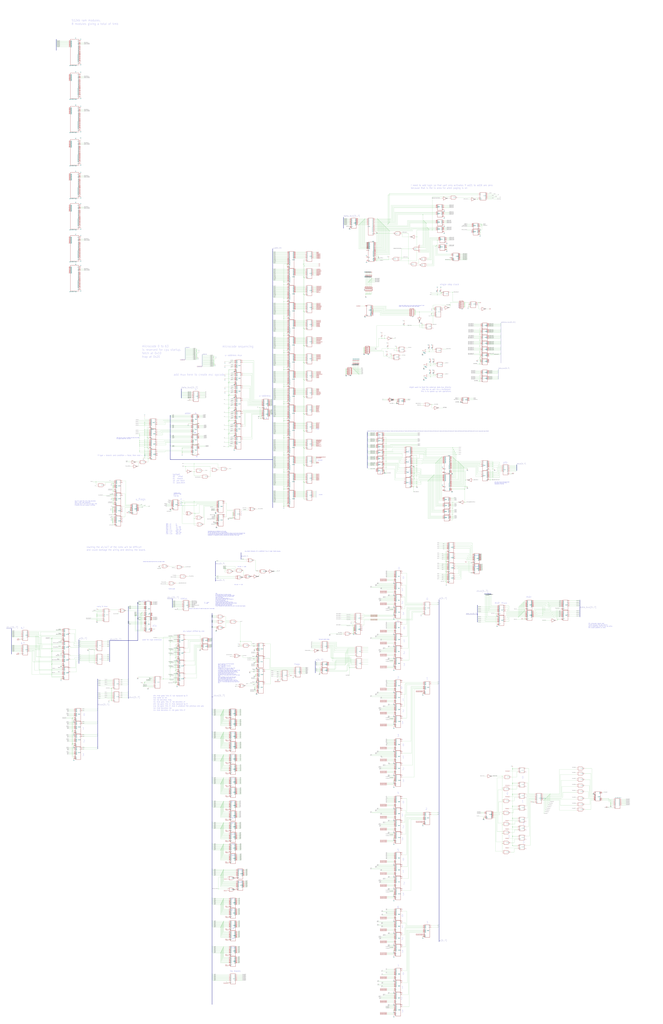
<source format=kicad_sch>
(kicad_sch (version 20230121) (generator eeschema)
  (paper "User" 1973.35 3048)
  (lib_symbols
    (symbol "main-eagle-import:27512"
      (property "Reference" "IC" (at -0.635 -0.635 0))
      (symbol "27512_1_0"
        (pin input line (at -15.24 -15.24 0) (length 5.08) (name "A15") (number "1"))
        (pin input line (at -15.24 22.86 0) (length 5.08) (name "A0") (number "10"))
        (pin tri_state line (at 10.16 22.86 180) (length 5.08) (name "O0") (number "11"))
        (pin tri_state line (at 10.16 20.32 180) (length 5.08) (name "O1") (number "12"))
        (pin tri_state line (at 10.16 17.78 180) (length 5.08) (name "O2") (number "13"))
        (pin tri_state line (at 10.16 15.24 180) (length 5.08) (name "O3") (number "15"))
        (pin tri_state line (at 10.16 12.7 180) (length 5.08) (name "O4") (number "16"))
        (pin tri_state line (at 10.16 10.16 180) (length 5.08) (name "O5") (number "17"))
        (pin tri_state line (at 10.16 7.62 180) (length 5.08) (name "O6") (number "18"))
        (pin tri_state line (at 10.16 5.08 180) (length 5.08) (name "O7") (number "19"))
        (pin input line (at -15.24 -7.62 0) (length 5.08) (name "A12") (number "2"))
        (pin input line (at -15.24 -20.32 0) (length 5.08) (name "~{CE}") (number "20"))
        (pin input line (at -15.24 -2.54 0) (length 5.08) (name "A10") (number "21"))
        (pin input line (at -15.24 -22.86 0) (length 5.08) (name "~{OE}") (number "22"))
        (pin input line (at -15.24 -5.08 0) (length 5.08) (name "A11") (number "23"))
        (pin input line (at -15.24 0 0) (length 5.08) (name "A9") (number "24"))
        (pin input line (at -15.24 2.54 0) (length 5.08) (name "A8") (number "25"))
        (pin input line (at -15.24 -10.16 0) (length 5.08) (name "A13") (number "26"))
        (pin input line (at -15.24 -12.7 0) (length 5.08) (name "A14") (number "27"))
        (pin input line (at -15.24 5.08 0) (length 5.08) (name "A7") (number "3"))
        (pin input line (at -15.24 7.62 0) (length 5.08) (name "A6") (number "4"))
        (pin input line (at -15.24 10.16 0) (length 5.08) (name "A5") (number "5"))
        (pin input line (at -15.24 12.7 0) (length 5.08) (name "A4") (number "6"))
        (pin input line (at -15.24 15.24 0) (length 5.08) (name "A3") (number "7"))
        (pin input line (at -15.24 17.78 0) (length 5.08) (name "A2") (number "8"))
        (pin input line (at -15.24 20.32 0) (length 5.08) (name "A1") (number "9"))
      )
      (symbol "27512_2_0"
        (text "GND" (at 1.905 -5.588 900) (effects (font (size 1.27 1.0795)) (justify left bottom)))
        (text "VCC" (at 1.905 2.413 900) (effects (font (size 1.27 1.0795)) (justify left bottom)))
        (pin power_in line (at 0 -7.62 90) (length 5.08) (name "GND") (number "14"))
        (pin power_in line (at 0 7.62 270) (length 5.08) (name "VCC") (number "28"))
      )
    )
    (symbol "main-eagle-import:4040N"
      (property "Reference" "IC" (at -1.27 -0.635 0))
      (symbol "4040N_1_0"
        (pin output line (at 12.7 -15.24 180) (length 5.08) (name "Q12") (number "1"))
        (pin input inverted_clock (at -12.7 12.7 0) (length 5.08) (name "P1") (number "10"))
        (pin input line (at -12.7 -15.24 0) (length 5.08) (name "RES") (number "11"))
        (pin output line (at 12.7 -7.62 180) (length 5.08) (name "Q9") (number "12"))
        (pin output line (at 12.7 -5.08 180) (length 5.08) (name "Q8") (number "13"))
        (pin output line (at 12.7 -10.16 180) (length 5.08) (name "Q10") (number "14"))
        (pin output line (at 12.7 -12.7 180) (length 5.08) (name "Q11") (number "15"))
        (pin output line (at 12.7 0 180) (length 5.08) (name "Q6") (number "2"))
        (pin output line (at 12.7 2.54 180) (length 5.08) (name "Q5") (number "3"))
        (pin output line (at 12.7 -2.54 180) (length 5.08) (name "Q7") (number "4"))
        (pin output line (at 12.7 5.08 180) (length 5.08) (name "Q4") (number "5"))
        (pin output line (at 12.7 7.62 180) (length 5.08) (name "Q3") (number "6"))
        (pin output line (at 12.7 10.16 180) (length 5.08) (name "Q2") (number "7"))
        (pin output line (at 12.7 12.7 180) (length 5.08) (name "Q1") (number "9"))
      )
      (symbol "4040N_2_0"
        (text "VDD" (at 1.905 2.54 900) (effects (font (size 1.27 1.0795)) (justify left bottom)))
        (text "VSS" (at 1.905 -5.842 900) (effects (font (size 1.27 1.0795)) (justify left bottom)))
        (pin power_in line (at 0 7.62 270) (length 5.08) (name "VDD") (number "16"))
        (pin power_in line (at 0 -7.62 90) (length 5.08) (name "VSS") (number "8"))
      )
    )
    (symbol "main-eagle-import:431000"
      (property "Reference" "IC" (at -7.62 20.955 0))
      (symbol "431000_1_0"
        (pin no_connect line (at 15.24 -5.08 180) (length 5.08) (name "NC") (number "1"))
        (pin input line (at -12.7 12.7 0) (length 5.08) (name "A2") (number "10"))
        (pin input line (at -12.7 15.24 0) (length 5.08) (name "A1") (number "11"))
        (pin input line (at -12.7 17.78 0) (length 5.08) (name "A0") (number "12"))
        (pin bidirectional line (at 15.24 17.78 180) (length 5.08) (name "I/O1") (number "13"))
        (pin bidirectional line (at 15.24 15.24 180) (length 5.08) (name "I/O2") (number "14"))
        (pin bidirectional line (at 15.24 12.7 180) (length 5.08) (name "I/O3") (number "15"))
        (pin power_in line (at 15.24 -35.56 180) (length 5.08) (name "GND") (number "16"))
        (pin bidirectional line (at 15.24 10.16 180) (length 5.08) (name "I/O4") (number "17"))
        (pin bidirectional line (at 15.24 7.62 180) (length 5.08) (name "I/O5") (number "18"))
        (pin bidirectional line (at 15.24 5.08 180) (length 5.08) (name "I/O6") (number "19"))
        (pin input line (at -12.7 -22.86 0) (length 5.08) (name "A16") (number "2"))
        (pin bidirectional line (at 15.24 2.54 180) (length 5.08) (name "I/O7") (number "20"))
        (pin bidirectional line (at 15.24 0 180) (length 5.08) (name "I/O8") (number "21"))
        (pin input line (at -12.7 -30.48 0) (length 5.08) (name "~{CE1}") (number "22"))
        (pin input line (at -12.7 -7.62 0) (length 5.08) (name "A10") (number "23"))
        (pin input line (at -12.7 -35.56 0) (length 5.08) (name "~{OE}") (number "24"))
        (pin input line (at -12.7 -10.16 0) (length 5.08) (name "A11") (number "25"))
        (pin input line (at -12.7 -5.08 0) (length 5.08) (name "A9") (number "26"))
        (pin input line (at -12.7 -2.54 0) (length 5.08) (name "A8") (number "27"))
        (pin input line (at -12.7 -15.24 0) (length 5.08) (name "A13") (number "28"))
        (pin input line (at -12.7 -27.94 0) (length 5.08) (name "~{WE}") (number "29"))
        (pin input line (at -12.7 -17.78 0) (length 5.08) (name "A14") (number "3"))
        (pin input line (at -12.7 -33.02 0) (length 5.08) (name "CE2") (number "30"))
        (pin input line (at -12.7 -20.32 0) (length 5.08) (name "A15") (number "31"))
        (pin power_in line (at 15.24 -25.4 180) (length 5.08) (name "VCC") (number "32"))
        (pin input line (at -12.7 -12.7 0) (length 5.08) (name "A12") (number "4"))
        (pin input line (at -12.7 0 0) (length 5.08) (name "A7") (number "5"))
        (pin input line (at -12.7 2.54 0) (length 5.08) (name "A6") (number "6"))
        (pin input line (at -12.7 5.08 0) (length 5.08) (name "A5") (number "7"))
        (pin input line (at -12.7 7.62 0) (length 5.08) (name "A4") (number "8"))
        (pin input line (at -12.7 10.16 0) (length 5.08) (name "A3") (number "9"))
      )
    )
    (symbol "main-eagle-import:58C256P"
      (property "Reference" "IC" (at -10.16 31.115 0))
      (symbol "58C256P_1_0"
        (pin input line (at -15.24 -7.62 0) (length 5.08) (name "A14") (number "1"))
        (pin input line (at -15.24 27.94 0) (length 5.08) (name "A0") (number "10"))
        (pin tri_state line (at 12.7 27.94 180) (length 5.08) (name "I/O0") (number "11"))
        (pin tri_state line (at 12.7 25.4 180) (length 5.08) (name "I/O1") (number "12"))
        (pin tri_state line (at 12.7 22.86 180) (length 5.08) (name "I/O2") (number "13"))
        (pin power_in line (at 12.7 -17.78 180) (length 5.08) (name "VSS") (number "14"))
        (pin tri_state line (at 12.7 20.32 180) (length 5.08) (name "I/O3") (number "15"))
        (pin tri_state line (at 12.7 17.78 180) (length 5.08) (name "I/O4") (number "16"))
        (pin tri_state line (at 12.7 15.24 180) (length 5.08) (name "I/O5") (number "17"))
        (pin tri_state line (at 12.7 12.7 180) (length 5.08) (name "I/O6") (number "18"))
        (pin tri_state line (at 12.7 10.16 180) (length 5.08) (name "I/O7") (number "19"))
        (pin input line (at -15.24 -2.54 0) (length 5.08) (name "A12") (number "2"))
        (pin input line (at -15.24 -17.78 0) (length 5.08) (name "~{CE}") (number "20"))
        (pin input line (at -15.24 2.54 0) (length 5.08) (name "A10") (number "21"))
        (pin input line (at -15.24 -15.24 0) (length 5.08) (name "~{OE}") (number "22"))
        (pin input line (at -15.24 0 0) (length 5.08) (name "A11") (number "23"))
        (pin input line (at -15.24 5.08 0) (length 5.08) (name "A9") (number "24"))
        (pin input line (at -15.24 7.62 0) (length 5.08) (name "A8") (number "25"))
        (pin input line (at -15.24 -5.08 0) (length 5.08) (name "A13") (number "26"))
        (pin input line (at -15.24 -12.7 0) (length 5.08) (name "~{WE}") (number "27"))
        (pin power_in line (at 12.7 -7.62 180) (length 5.08) (name "VCC") (number "28"))
        (pin input line (at -15.24 10.16 0) (length 5.08) (name "A7") (number "3"))
        (pin input line (at -15.24 12.7 0) (length 5.08) (name "A6") (number "4"))
        (pin input line (at -15.24 15.24 0) (length 5.08) (name "A5") (number "5"))
        (pin input line (at -15.24 17.78 0) (length 5.08) (name "A4") (number "6"))
        (pin input line (at -15.24 20.32 0) (length 5.08) (name "A3") (number "7"))
        (pin input line (at -15.24 22.86 0) (length 5.08) (name "A2") (number "8"))
        (pin input line (at -15.24 25.4 0) (length 5.08) (name "A1") (number "9"))
      )
    )
    (symbol "main-eagle-import:7400N"
      (property "Reference" "IC" (at -0.635 -0.635 0))
      (symbol "7400N_1_0"
        (pin input line (at -12.7 2.54 0) (length 5.08) (name "I0") (number "1"))
        (pin input line (at -12.7 -2.54 0) (length 5.08) (name "I1") (number "2"))
        (pin output inverted (at 12.7 0 180) (length 5.08) (name "O") (number "3"))
      )
      (symbol "7400N_2_0"
        (pin input line (at -12.7 2.54 0) (length 5.08) (name "I0") (number "4"))
        (pin input line (at -12.7 -2.54 0) (length 5.08) (name "I1") (number "5"))
        (pin output inverted (at 12.7 0 180) (length 5.08) (name "O") (number "6"))
      )
      (symbol "7400N_3_0"
        (pin input line (at -12.7 -2.54 0) (length 5.08) (name "I1") (number "10"))
        (pin output inverted (at 12.7 0 180) (length 5.08) (name "O") (number "8"))
        (pin input line (at -12.7 2.54 0) (length 5.08) (name "I0") (number "9"))
      )
      (symbol "7400N_4_0"
        (pin output inverted (at 12.7 0 180) (length 5.08) (name "O") (number "11"))
        (pin input line (at -12.7 2.54 0) (length 5.08) (name "I0") (number "12"))
        (pin input line (at -12.7 -2.54 0) (length 5.08) (name "I1") (number "13"))
      )
      (symbol "7400N_5_0"
        (text "GND" (at 1.905 -7.62 900) (effects (font (size 1.27 1.0795)) (justify left bottom)))
        (text "VCC" (at 1.905 5.08 900) (effects (font (size 1.27 1.0795)) (justify left bottom)))
        (pin power_in line (at 0 10.16 270) (length 7.62) (name "VCC") (number "14"))
        (pin power_in line (at 0 -10.16 90) (length 7.62) (name "GND") (number "7"))
      )
    )
    (symbol "main-eagle-import:7402N"
      (property "Reference" "IC" (at -0.635 -0.635 0))
      (symbol "7402N_1_0"
        (pin output inverted (at 12.7 0 180) (length 5.08) (name "O") (number "1"))
        (pin input line (at -12.7 2.54 0) (length 5.08) (name "I0") (number "2"))
        (pin input line (at -12.7 -2.54 0) (length 5.08) (name "I1") (number "3"))
      )
      (symbol "7402N_2_0"
        (pin output inverted (at 12.7 0 180) (length 5.08) (name "O") (number "4"))
        (pin input line (at -12.7 2.54 0) (length 5.08) (name "I0") (number "5"))
        (pin input line (at -12.7 -2.54 0) (length 5.08) (name "I1") (number "6"))
      )
      (symbol "7402N_3_0"
        (pin output inverted (at 12.7 0 180) (length 5.08) (name "O") (number "10"))
        (pin input line (at -12.7 2.54 0) (length 5.08) (name "I0") (number "8"))
        (pin input line (at -12.7 -2.54 0) (length 5.08) (name "I1") (number "9"))
      )
      (symbol "7402N_4_0"
        (pin input line (at -12.7 2.54 0) (length 5.08) (name "I0") (number "11"))
        (pin input line (at -12.7 -2.54 0) (length 5.08) (name "I1") (number "12"))
        (pin output inverted (at 12.7 0 180) (length 5.08) (name "O") (number "13"))
      )
      (symbol "7402N_5_0"
        (text "GND" (at 1.905 -7.62 900) (effects (font (size 1.27 1.0795)) (justify left bottom)))
        (text "VCC" (at 1.905 5.08 900) (effects (font (size 1.27 1.0795)) (justify left bottom)))
        (pin power_in line (at 0 10.16 270) (length 7.62) (name "VCC") (number "14"))
        (pin power_in line (at 0 -10.16 90) (length 7.62) (name "GND") (number "7"))
      )
    )
    (symbol "main-eagle-import:7404N"
      (property "Reference" "IC" (at -0.635 -0.635 0))
      (symbol "7404N_1_0"
        (pin input line (at -10.16 0 0) (length 5.08) (name "I") (number "1"))
        (pin output inverted (at 10.16 0 180) (length 5.08) (name "O") (number "2"))
      )
      (symbol "7404N_2_0"
        (pin input line (at -10.16 0 0) (length 5.08) (name "I") (number "3"))
        (pin output inverted (at 10.16 0 180) (length 5.08) (name "O") (number "4"))
      )
      (symbol "7404N_3_0"
        (pin input line (at -10.16 0 0) (length 5.08) (name "I") (number "5"))
        (pin output inverted (at 10.16 0 180) (length 5.08) (name "O") (number "6"))
      )
      (symbol "7404N_4_0"
        (pin output inverted (at 10.16 0 180) (length 5.08) (name "O") (number "8"))
        (pin input line (at -10.16 0 0) (length 5.08) (name "I") (number "9"))
      )
      (symbol "7404N_5_0"
        (pin output inverted (at 10.16 0 180) (length 5.08) (name "O") (number "10"))
        (pin input line (at -10.16 0 0) (length 5.08) (name "I") (number "11"))
      )
      (symbol "7404N_6_0"
        (pin output inverted (at 10.16 0 180) (length 5.08) (name "O") (number "12"))
        (pin input line (at -10.16 0 0) (length 5.08) (name "I") (number "13"))
      )
      (symbol "7404N_7_0"
        (text "GND" (at 1.905 -7.62 900) (effects (font (size 1.27 1.0795)) (justify left bottom)))
        (text "VCC" (at 1.905 5.08 900) (effects (font (size 1.27 1.0795)) (justify left bottom)))
        (pin power_in line (at 0 10.16 270) (length 7.62) (name "VCC") (number "14"))
        (pin power_in line (at 0 -10.16 90) (length 7.62) (name "GND") (number "7"))
      )
    )
    (symbol "main-eagle-import:7408N"
      (property "Reference" "IC" (at -0.635 -0.635 0))
      (symbol "7408N_1_0"
        (pin input line (at -12.7 2.54 0) (length 5.08) (name "I0") (number "1"))
        (pin input line (at -12.7 -2.54 0) (length 5.08) (name "I1") (number "2"))
        (pin output line (at 12.7 0 180) (length 5.08) (name "O") (number "3"))
      )
      (symbol "7408N_2_0"
        (pin input line (at -12.7 2.54 0) (length 5.08) (name "I0") (number "4"))
        (pin input line (at -12.7 -2.54 0) (length 5.08) (name "I1") (number "5"))
        (pin output line (at 12.7 0 180) (length 5.08) (name "O") (number "6"))
      )
      (symbol "7408N_3_0"
        (pin input line (at -12.7 -2.54 0) (length 5.08) (name "I1") (number "10"))
        (pin output line (at 12.7 0 180) (length 5.08) (name "O") (number "8"))
        (pin input line (at -12.7 2.54 0) (length 5.08) (name "I0") (number "9"))
      )
      (symbol "7408N_4_0"
        (pin output line (at 12.7 0 180) (length 5.08) (name "O") (number "11"))
        (pin input line (at -12.7 2.54 0) (length 5.08) (name "I0") (number "12"))
        (pin input line (at -12.7 -2.54 0) (length 5.08) (name "I1") (number "13"))
      )
      (symbol "7408N_5_0"
        (text "GND" (at 1.905 -7.62 900) (effects (font (size 1.27 1.0795)) (justify left bottom)))
        (text "VCC" (at 1.905 5.08 900) (effects (font (size 1.27 1.0795)) (justify left bottom)))
        (pin power_in line (at 0 10.16 270) (length 7.62) (name "VCC") (number "14"))
        (pin power_in line (at 0 -10.16 90) (length 7.62) (name "GND") (number "7"))
      )
    )
    (symbol "main-eagle-import:7410N"
      (property "Reference" "IC" (at -0.635 -0.635 0))
      (symbol "7410N_1_0"
        (pin input line (at -12.7 2.54 0) (length 5.08) (name "I0") (number "1"))
        (pin output inverted (at 12.7 0 180) (length 5.08) (name "O") (number "12"))
        (pin input line (at -12.7 -2.54 0) (length 5.08) (name "I2") (number "13"))
        (pin input line (at -12.7 0 0) (length 5.08) (name "I1") (number "2"))
      )
      (symbol "7410N_2_0"
        (pin input line (at -12.7 2.54 0) (length 5.08) (name "I0") (number "3"))
        (pin input line (at -12.7 0 0) (length 5.08) (name "I1") (number "4"))
        (pin input line (at -12.7 -2.54 0) (length 5.08) (name "I2") (number "5"))
        (pin output inverted (at 12.7 0 180) (length 5.08) (name "O") (number "6"))
      )
      (symbol "7410N_3_0"
        (pin input line (at -12.7 0 0) (length 5.08) (name "I1") (number "10"))
        (pin input line (at -12.7 -2.54 0) (length 5.08) (name "I2") (number "11"))
        (pin output inverted (at 12.7 0 180) (length 5.08) (name "O") (number "8"))
        (pin input line (at -12.7 2.54 0) (length 5.08) (name "I0") (number "9"))
      )
      (symbol "7410N_4_0"
        (text "GND" (at 1.905 -7.62 900) (effects (font (size 1.27 1.0795)) (justify left bottom)))
        (text "VCC" (at 1.905 5.08 900) (effects (font (size 1.27 1.0795)) (justify left bottom)))
        (pin power_in line (at 0 10.16 270) (length 7.62) (name "VCC") (number "14"))
        (pin power_in line (at 0 -10.16 90) (length 7.62) (name "GND") (number "7"))
      )
    )
    (symbol "main-eagle-import:7411N"
      (property "Reference" "IC" (at -0.635 -0.635 0))
      (symbol "7411N_1_0"
        (pin input line (at -12.7 2.54 0) (length 5.08) (name "I0") (number "1"))
        (pin output line (at 12.7 0 180) (length 5.08) (name "O") (number "12"))
        (pin input line (at -12.7 -2.54 0) (length 5.08) (name "I2") (number "13"))
        (pin input line (at -12.7 0 0) (length 5.08) (name "I1") (number "2"))
      )
      (symbol "7411N_2_0"
        (pin input line (at -12.7 2.54 0) (length 5.08) (name "I0") (number "3"))
        (pin input line (at -12.7 0 0) (length 5.08) (name "I1") (number "4"))
        (pin input line (at -12.7 -2.54 0) (length 5.08) (name "I2") (number "5"))
        (pin output line (at 12.7 0 180) (length 5.08) (name "O") (number "6"))
      )
      (symbol "7411N_3_0"
        (pin input line (at -12.7 0 0) (length 5.08) (name "I1") (number "10"))
        (pin input line (at -12.7 -2.54 0) (length 5.08) (name "I2") (number "11"))
        (pin output line (at 12.7 0 180) (length 5.08) (name "O") (number "8"))
        (pin input line (at -12.7 2.54 0) (length 5.08) (name "I0") (number "9"))
      )
      (symbol "7411N_4_0"
        (text "GND" (at 1.905 -7.62 900) (effects (font (size 1.27 1.0795)) (justify left bottom)))
        (text "VCC" (at 1.905 5.08 900) (effects (font (size 1.27 1.0795)) (justify left bottom)))
        (pin power_in line (at 0 10.16 270) (length 7.62) (name "VCC") (number "14"))
        (pin power_in line (at 0 -10.16 90) (length 7.62) (name "GND") (number "7"))
      )
    )
    (symbol "main-eagle-import:74138N"
      (property "Reference" "IC" (at -0.635 -0.635 0))
      (symbol "74138N_1_0"
        (pin input line (at -15.24 7.62 0) (length 5.08) (name "A") (number "1"))
        (pin output inverted (at 12.7 -5.08 180) (length 5.08) (name "Y5") (number "10"))
        (pin output inverted (at 12.7 -2.54 180) (length 5.08) (name "Y4") (number "11"))
        (pin output inverted (at 12.7 0 180) (length 5.08) (name "Y3") (number "12"))
        (pin output inverted (at 12.7 2.54 180) (length 5.08) (name "Y2") (number "13"))
        (pin output inverted (at 12.7 5.08 180) (length 5.08) (name "Y1") (number "14"))
        (pin output inverted (at 12.7 7.62 180) (length 5.08) (name "Y0") (number "15"))
        (pin input line (at -15.24 5.08 0) (length 5.08) (name "B") (number "2"))
        (pin input line (at -15.24 2.54 0) (length 5.08) (name "C") (number "3"))
        (pin input inverted (at -15.24 -7.62 0) (length 5.08) (name "G2A") (number "4"))
        (pin input inverted (at -15.24 -10.16 0) (length 5.08) (name "G2B") (number "5"))
        (pin input line (at -15.24 -5.08 0) (length 5.08) (name "G1") (number "6"))
        (pin output inverted (at 12.7 -10.16 180) (length 5.08) (name "Y7") (number "7"))
        (pin output inverted (at 12.7 -7.62 180) (length 5.08) (name "Y6") (number "9"))
      )
      (symbol "74138N_2_0"
        (text "GND" (at 1.905 -7.62 900) (effects (font (size 1.27 1.0795)) (justify left bottom)))
        (text "VCC" (at 1.905 5.08 900) (effects (font (size 1.27 1.0795)) (justify left bottom)))
        (pin power_in line (at 0 10.16 270) (length 7.62) (name "VCC") (number "16"))
        (pin power_in line (at 0 -10.16 90) (length 7.62) (name "GND") (number "8"))
      )
    )
    (symbol "main-eagle-import:74148N"
      (property "Reference" "IC" (at -0.635 -0.635 0))
      (symbol "74148N_1_0"
        (pin input inverted (at -12.7 0 0) (length 5.08) (name "4") (number "1"))
        (pin input inverted (at -12.7 10.16 0) (length 5.08) (name "0") (number "10"))
        (pin input inverted (at -12.7 7.62 0) (length 5.08) (name "1") (number "11"))
        (pin input inverted (at -12.7 5.08 0) (length 5.08) (name "2") (number "12"))
        (pin input inverted (at -12.7 2.54 0) (length 5.08) (name "3") (number "13"))
        (pin output inverted (at 12.7 -10.16 180) (length 5.08) (name "GS") (number "14"))
        (pin output line (at 12.7 -12.7 180) (length 5.08) (name "EO") (number "15"))
        (pin input inverted (at -12.7 -2.54 0) (length 5.08) (name "5") (number "2"))
        (pin input inverted (at -12.7 -5.08 0) (length 5.08) (name "6") (number "3"))
        (pin input inverted (at -12.7 -7.62 0) (length 5.08) (name "7") (number "4"))
        (pin input inverted (at -12.7 -12.7 0) (length 5.08) (name "EI") (number "5"))
        (pin output inverted (at 12.7 5.08 180) (length 5.08) (name "A2") (number "6"))
        (pin output inverted (at 12.7 7.62 180) (length 5.08) (name "A1") (number "7"))
        (pin output inverted (at 12.7 10.16 180) (length 5.08) (name "A0") (number "9"))
      )
      (symbol "74148N_2_0"
        (text "GND" (at 1.905 -7.62 900) (effects (font (size 1.27 1.0795)) (justify left bottom)))
        (text "VCC" (at 1.905 5.08 900) (effects (font (size 1.27 1.0795)) (justify left bottom)))
        (pin power_in line (at 0 10.16 270) (length 7.62) (name "VCC") (number "16"))
        (pin power_in line (at 0 -10.16 90) (length 7.62) (name "GND") (number "8"))
      )
    )
    (symbol "main-eagle-import:74151N"
      (property "Reference" "IC" (at -0.635 -0.635 0))
      (symbol "74151N_1_0"
        (pin input line (at -12.7 7.62 0) (length 5.08) (name "D3") (number "1"))
        (pin input line (at -12.7 -10.16 0) (length 5.08) (name "B") (number "10"))
        (pin input line (at -12.7 -7.62 0) (length 5.08) (name "A") (number "11"))
        (pin input line (at -12.7 -2.54 0) (length 5.08) (name "D7") (number "12"))
        (pin input line (at -12.7 0 0) (length 5.08) (name "D6") (number "13"))
        (pin input line (at -12.7 2.54 0) (length 5.08) (name "D5") (number "14"))
        (pin input line (at -12.7 5.08 0) (length 5.08) (name "D4") (number "15"))
        (pin input line (at -12.7 10.16 0) (length 5.08) (name "D2") (number "2"))
        (pin input line (at -12.7 12.7 0) (length 5.08) (name "D1") (number "3"))
        (pin input line (at -12.7 15.24 0) (length 5.08) (name "D0") (number "4"))
        (pin output line (at 12.7 10.16 180) (length 5.08) (name "Y") (number "5"))
        (pin output inverted (at 12.7 15.24 180) (length 5.08) (name "W") (number "6"))
        (pin input inverted (at -12.7 -15.24 0) (length 5.08) (name "G") (number "7"))
        (pin input line (at -12.7 -12.7 0) (length 5.08) (name "C") (number "9"))
      )
      (symbol "74151N_2_0"
        (text "GND" (at 1.905 -7.62 900) (effects (font (size 1.27 1.0795)) (justify left bottom)))
        (text "VCC" (at 1.905 5.08 900) (effects (font (size 1.27 1.0795)) (justify left bottom)))
        (pin power_in line (at 0 10.16 270) (length 7.62) (name "VCC") (number "16"))
        (pin power_in line (at 0 -10.16 90) (length 7.62) (name "GND") (number "8"))
      )
    )
    (symbol "main-eagle-import:74153N"
      (property "Reference" "IC" (at -0.635 -0.635 0))
      (symbol "74153N_1_0"
        (pin input inverted (at -12.7 -15.24 0) (length 5.08) (name "1G") (number "1"))
        (pin input line (at -12.7 2.54 0) (length 5.08) (name "2C0") (number "10"))
        (pin input line (at -12.7 0 0) (length 5.08) (name "2C1") (number "11"))
        (pin input line (at -12.7 -2.54 0) (length 5.08) (name "2C2") (number "12"))
        (pin input line (at -12.7 -5.08 0) (length 5.08) (name "2C3") (number "13"))
        (pin input line (at -12.7 -10.16 0) (length 5.08) (name "A") (number "14"))
        (pin input inverted (at -12.7 -17.78 0) (length 5.08) (name "2G") (number "15"))
        (pin input line (at -12.7 -12.7 0) (length 5.08) (name "B") (number "2"))
        (pin input line (at -12.7 7.62 0) (length 5.08) (name "1C3") (number "3"))
        (pin input line (at -12.7 10.16 0) (length 5.08) (name "1C2") (number "4"))
        (pin input line (at -12.7 12.7 0) (length 5.08) (name "1C1") (number "5"))
        (pin input line (at -12.7 15.24 0) (length 5.08) (name "1C0") (number "6"))
        (pin output line (at 12.7 15.24 180) (length 5.08) (name "1Y") (number "7"))
        (pin output line (at 12.7 10.16 180) (length 5.08) (name "2Y") (number "9"))
      )
      (symbol "74153N_2_0"
        (text "GND" (at 1.905 -7.62 900) (effects (font (size 1.27 1.0795)) (justify left bottom)))
        (text "VCC" (at 1.905 5.08 900) (effects (font (size 1.27 1.0795)) (justify left bottom)))
        (pin power_in line (at 0 10.16 270) (length 7.62) (name "VCC") (number "16"))
        (pin power_in line (at 0 -10.16 90) (length 7.62) (name "GND") (number "8"))
      )
    )
    (symbol "main-eagle-import:74157N"
      (property "Reference" "IC" (at -0.635 -0.635 0))
      (symbol "74157N_1_0"
        (pin input line (at -12.7 -10.16 0) (length 5.08) (name "~{A}/B") (number "1"))
        (pin input line (at -12.7 0 0) (length 5.08) (name "3B") (number "10"))
        (pin input line (at -12.7 2.54 0) (length 5.08) (name "3A") (number "11"))
        (pin output line (at 12.7 -2.54 180) (length 5.08) (name "4Y") (number "12"))
        (pin input line (at -12.7 -5.08 0) (length 5.08) (name "4B") (number "13"))
        (pin input line (at -12.7 -2.54 0) (length 5.08) (name "4A") (number "14"))
        (pin input inverted (at -12.7 -12.7 0) (length 5.08) (name "G") (number "15"))
        (pin input line (at -12.7 12.7 0) (length 5.08) (name "1A") (number "2"))
        (pin input line (at -12.7 10.16 0) (length 5.08) (name "1B") (number "3"))
        (pin output line (at 12.7 12.7 180) (length 5.08) (name "1Y") (number "4"))
        (pin input line (at -12.7 7.62 0) (length 5.08) (name "2A") (number "5"))
        (pin input line (at -12.7 5.08 0) (length 5.08) (name "2B") (number "6"))
        (pin output line (at 12.7 7.62 180) (length 5.08) (name "2Y") (number "7"))
        (pin output line (at 12.7 2.54 180) (length 5.08) (name "3Y") (number "9"))
      )
      (symbol "74157N_2_0"
        (text "GND" (at 1.905 -7.62 900) (effects (font (size 1.27 1.0795)) (justify left bottom)))
        (text "VCC" (at 1.905 5.08 900) (effects (font (size 1.27 1.0795)) (justify left bottom)))
        (pin power_in line (at 0 10.16 270) (length 7.62) (name "VCC") (number "16"))
        (pin power_in line (at 0 -10.16 90) (length 7.62) (name "GND") (number "8"))
      )
    )
    (symbol "main-eagle-import:74173N"
      (property "Reference" "IC" (at -0.635 -0.635 0))
      (symbol "74173N_1_0"
        (pin input inverted (at -12.7 -2.54 0) (length 5.08) (name "M") (number "1"))
        (pin input inverted (at -12.7 -10.16 0) (length 5.08) (name "G2") (number "10"))
        (pin input line (at -12.7 5.08 0) (length 5.08) (name "D4") (number "11"))
        (pin input line (at -12.7 7.62 0) (length 5.08) (name "D3") (number "12"))
        (pin input line (at -12.7 10.16 0) (length 5.08) (name "D2") (number "13"))
        (pin input line (at -12.7 12.7 0) (length 5.08) (name "D1") (number "14"))
        (pin input line (at -12.7 -12.7 0) (length 5.08) (name "CLR") (number "15"))
        (pin input inverted (at -12.7 -5.08 0) (length 5.08) (name "N") (number "2"))
        (pin tri_state line (at 12.7 12.7 180) (length 5.08) (name "Q1") (number "3"))
        (pin tri_state line (at 12.7 10.16 180) (length 5.08) (name "Q2") (number "4"))
        (pin tri_state line (at 12.7 7.62 180) (length 5.08) (name "Q3") (number "5"))
        (pin tri_state line (at 12.7 5.08 180) (length 5.08) (name "Q4") (number "6"))
        (pin input clock (at -12.7 0 0) (length 5.08) (name "CLK") (number "7"))
        (pin input inverted (at -12.7 -7.62 0) (length 5.08) (name "G1") (number "9"))
      )
      (symbol "74173N_2_0"
        (text "GND" (at 1.905 -7.62 900) (effects (font (size 1.27 1.0795)) (justify left bottom)))
        (text "VCC" (at 1.905 5.08 900) (effects (font (size 1.27 1.0795)) (justify left bottom)))
        (pin power_in line (at 0 10.16 270) (length 7.62) (name "VCC") (number "16"))
        (pin power_in line (at 0 -10.16 90) (length 7.62) (name "GND") (number "8"))
      )
    )
    (symbol "main-eagle-import:74181N"
      (property "Reference" "IC" (at -0.635 -0.635 0))
      (symbol "74181N_1_0"
        (pin input inverted (at -12.7 7.62 0) (length 5.08) (name "B0") (number "1"))
        (pin output inverted (at 12.7 17.78 180) (length 5.08) (name "F1") (number "10"))
        (pin output inverted (at 12.7 15.24 180) (length 5.08) (name "F2") (number "11"))
        (pin output inverted (at 12.7 12.7 180) (length 5.08) (name "F3") (number "13"))
        (pin output line (at 12.7 -12.7 180) (length 5.08) (name "A=B") (number "14"))
        (pin output inverted (at 12.7 -20.32 180) (length 5.08) (name "P") (number "15"))
        (pin output line (at 12.7 -15.24 180) (length 5.08) (name "CN+4") (number "16"))
        (pin output inverted (at 12.7 -17.78 180) (length 5.08) (name "G") (number "17"))
        (pin input inverted (at -12.7 0 0) (length 5.08) (name "B3") (number "18"))
        (pin input inverted (at -12.7 12.7 0) (length 5.08) (name "A3") (number "19"))
        (pin input inverted (at -12.7 20.32 0) (length 5.08) (name "A0") (number "2"))
        (pin input inverted (at -12.7 2.54 0) (length 5.08) (name "B2") (number "20"))
        (pin input inverted (at -12.7 15.24 0) (length 5.08) (name "A2") (number "21"))
        (pin input inverted (at -12.7 5.08 0) (length 5.08) (name "B1") (number "22"))
        (pin input inverted (at -12.7 17.78 0) (length 5.08) (name "A1") (number "23"))
        (pin input line (at -12.7 -17.78 0) (length 5.08) (name "S3") (number "3"))
        (pin input line (at -12.7 -15.24 0) (length 5.08) (name "S2") (number "4"))
        (pin input line (at -12.7 -12.7 0) (length 5.08) (name "S1") (number "5"))
        (pin input line (at -12.7 -10.16 0) (length 5.08) (name "S0") (number "6"))
        (pin input line (at -12.7 -5.08 0) (length 5.08) (name "CN") (number "7"))
        (pin input line (at -12.7 -20.32 0) (length 5.08) (name "M") (number "8"))
        (pin output inverted (at 12.7 20.32 180) (length 5.08) (name "F0") (number "9"))
      )
      (symbol "74181N_2_0"
        (text "GND" (at 1.905 -7.62 900) (effects (font (size 1.27 1.0795)) (justify left bottom)))
        (text "VCC" (at 1.905 5.08 900) (effects (font (size 1.27 1.0795)) (justify left bottom)))
        (pin power_in line (at 0 -10.16 90) (length 7.62) (name "GND") (number "12"))
        (pin power_in line (at 0 10.16 270) (length 7.62) (name "VCC") (number "24"))
      )
    )
    (symbol "main-eagle-import:7420N"
      (property "Reference" "IC" (at -0.635 -0.635 0))
      (symbol "7420N_1_0"
        (pin input line (at -12.7 5.08 0) (length 5.08) (name "I0") (number "1"))
        (pin input line (at -12.7 2.54 0) (length 5.08) (name "I1") (number "2"))
        (pin input line (at -12.7 -2.54 0) (length 5.08) (name "I2") (number "4"))
        (pin input line (at -12.7 -5.08 0) (length 5.08) (name "I3") (number "5"))
        (pin output inverted (at 12.7 0 180) (length 5.08) (name "O") (number "6"))
      )
      (symbol "7420N_2_0"
        (pin input line (at -12.7 2.54 0) (length 5.08) (name "I1") (number "10"))
        (pin input line (at -12.7 -2.54 0) (length 5.08) (name "I2") (number "12"))
        (pin input line (at -12.7 -5.08 0) (length 5.08) (name "I3") (number "13"))
        (pin output inverted (at 12.7 0 180) (length 5.08) (name "O") (number "8"))
        (pin input line (at -12.7 5.08 0) (length 5.08) (name "I0") (number "9"))
      )
      (symbol "7420N_3_0"
        (text "GND" (at 1.905 -7.62 900) (effects (font (size 1.27 1.0795)) (justify left bottom)))
        (text "VCC" (at 1.905 5.08 900) (effects (font (size 1.27 1.0795)) (justify left bottom)))
        (pin power_in line (at 0 10.16 270) (length 7.62) (name "VCC") (number "14"))
        (pin power_in line (at 0 -10.16 90) (length 7.62) (name "GND") (number "7"))
      )
    )
    (symbol "main-eagle-import:74244N"
      (property "Reference" "IC" (at -0.635 -0.635 0))
      (symbol "74244N_1_0"
        (pin input inverted (at -12.7 -7.62 0) (length 5.08) (name "G") (number "1"))
        (pin tri_state line (at 12.7 -2.54 180) (length 5.08) (name "Y4") (number "12"))
        (pin tri_state line (at 12.7 0 180) (length 5.08) (name "Y3") (number "14"))
        (pin tri_state line (at 12.7 2.54 180) (length 5.08) (name "Y2") (number "16"))
        (pin tri_state line (at 12.7 5.08 180) (length 5.08) (name "Y1") (number "18"))
        (pin input line (at -12.7 5.08 0) (length 5.08) (name "A1") (number "2"))
        (pin input line (at -12.7 2.54 0) (length 5.08) (name "A2") (number "4"))
        (pin input line (at -12.7 0 0) (length 5.08) (name "A3") (number "6"))
        (pin input line (at -12.7 -2.54 0) (length 5.08) (name "A4") (number "8"))
      )
      (symbol "74244N_2_0"
        (pin input line (at -12.7 5.08 0) (length 5.08) (name "A1") (number "11"))
        (pin input line (at -12.7 2.54 0) (length 5.08) (name "A2") (number "13"))
        (pin input line (at -12.7 0 0) (length 5.08) (name "A3") (number "15"))
        (pin input line (at -12.7 -2.54 0) (length 5.08) (name "A4") (number "17"))
        (pin input inverted (at -12.7 -7.62 0) (length 5.08) (name "G") (number "19"))
        (pin tri_state line (at 12.7 -2.54 180) (length 5.08) (name "Y4") (number "3"))
        (pin tri_state line (at 12.7 0 180) (length 5.08) (name "Y3") (number "5"))
        (pin tri_state line (at 12.7 2.54 180) (length 5.08) (name "Y2") (number "7"))
        (pin tri_state line (at 12.7 5.08 180) (length 5.08) (name "Y1") (number "9"))
      )
      (symbol "74244N_3_0"
        (text "GND" (at 1.905 -7.62 900) (effects (font (size 1.27 1.0795)) (justify left bottom)))
        (text "VCC" (at 1.905 5.08 900) (effects (font (size 1.27 1.0795)) (justify left bottom)))
        (pin power_in line (at 0 -10.16 90) (length 7.62) (name "GND") (number "10"))
        (pin power_in line (at 0 10.16 270) (length 7.62) (name "VCC") (number "20"))
      )
    )
    (symbol "main-eagle-import:74245N"
      (property "Reference" "IC" (at -0.635 -0.635 0))
      (symbol "74245N_1_0"
        (pin input line (at -12.7 -10.16 0) (length 5.08) (name "DIR") (number "1"))
        (pin bidirectional line (at 12.7 -5.08 180) (length 5.08) (name "B8") (number "11"))
        (pin bidirectional line (at 12.7 -2.54 180) (length 5.08) (name "B7") (number "12"))
        (pin bidirectional line (at 12.7 0 180) (length 5.08) (name "B6") (number "13"))
        (pin bidirectional line (at 12.7 2.54 180) (length 5.08) (name "B5") (number "14"))
        (pin bidirectional line (at 12.7 5.08 180) (length 5.08) (name "B4") (number "15"))
        (pin bidirectional line (at 12.7 7.62 180) (length 5.08) (name "B3") (number "16"))
        (pin bidirectional line (at 12.7 10.16 180) (length 5.08) (name "B2") (number "17"))
        (pin bidirectional line (at 12.7 12.7 180) (length 5.08) (name "B1") (number "18"))
        (pin input inverted (at -12.7 -12.7 0) (length 5.08) (name "G") (number "19"))
        (pin bidirectional line (at -12.7 12.7 0) (length 5.08) (name "A1") (number "2"))
        (pin bidirectional line (at -12.7 10.16 0) (length 5.08) (name "A2") (number "3"))
        (pin bidirectional line (at -12.7 7.62 0) (length 5.08) (name "A3") (number "4"))
        (pin bidirectional line (at -12.7 5.08 0) (length 5.08) (name "A4") (number "5"))
        (pin bidirectional line (at -12.7 2.54 0) (length 5.08) (name "A5") (number "6"))
        (pin bidirectional line (at -12.7 0 0) (length 5.08) (name "A6") (number "7"))
        (pin bidirectional line (at -12.7 -2.54 0) (length 5.08) (name "A7") (number "8"))
        (pin bidirectional line (at -12.7 -5.08 0) (length 5.08) (name "A8") (number "9"))
      )
      (symbol "74245N_2_0"
        (text "GND" (at 1.905 -7.62 900) (effects (font (size 1.27 1.0795)) (justify left bottom)))
        (text "VCC" (at 1.905 5.08 900) (effects (font (size 1.27 1.0795)) (justify left bottom)))
        (pin power_in line (at 0 -10.16 90) (length 7.62) (name "GND") (number "10"))
        (pin power_in line (at 0 10.16 270) (length 7.62) (name "VCC") (number "20"))
      )
    )
    (symbol "main-eagle-import:74253N"
      (property "Reference" "IC" (at -0.635 -0.635 0))
      (symbol "74253N_1_0"
        (pin input inverted (at -12.7 -15.24 0) (length 5.08) (name "1G") (number "1"))
        (pin input line (at -12.7 2.54 0) (length 5.08) (name "2C0") (number "10"))
        (pin input line (at -12.7 0 0) (length 5.08) (name "2C1") (number "11"))
        (pin input line (at -12.7 -2.54 0) (length 5.08) (name "2C2") (number "12"))
        (pin input line (at -12.7 -5.08 0) (length 5.08) (name "2C3") (number "13"))
        (pin input line (at -12.7 -10.16 0) (length 5.08) (name "A") (number "14"))
        (pin input inverted (at -12.7 -17.78 0) (length 5.08) (name "2G") (number "15"))
        (pin input line (at -12.7 -12.7 0) (length 5.08) (name "B") (number "2"))
        (pin input line (at -12.7 7.62 0) (length 5.08) (name "1C3") (number "3"))
        (pin input line (at -12.7 10.16 0) (length 5.08) (name "1C2") (number "4"))
        (pin input line (at -12.7 12.7 0) (length 5.08) (name "1C1") (number "5"))
        (pin input line (at -12.7 15.24 0) (length 5.08) (name "1C0") (number "6"))
        (pin tri_state line (at 12.7 15.24 180) (length 5.08) (name "1Y") (number "7"))
        (pin tri_state line (at 12.7 2.54 180) (length 5.08) (name "2Y") (number "9"))
      )
      (symbol "74253N_2_0"
        (text "GND" (at 1.905 -7.62 900) (effects (font (size 1.27 1.0795)) (justify left bottom)))
        (text "VCC" (at 1.905 5.08 900) (effects (font (size 1.27 1.0795)) (justify left bottom)))
        (pin power_in line (at 0 10.16 270) (length 7.62) (name "VCC") (number "16"))
        (pin power_in line (at 0 -10.16 90) (length 7.62) (name "GND") (number "8"))
      )
    )
    (symbol "main-eagle-import:74257N"
      (property "Reference" "IC" (at -0.635 -0.635 0))
      (symbol "74257N_1_0"
        (pin input line (at -12.7 -12.7 0) (length 5.08) (name "~{A}/B") (number "1"))
        (pin input line (at -12.7 0 0) (length 5.08) (name "3B") (number "10"))
        (pin input line (at -12.7 2.54 0) (length 5.08) (name "3A") (number "11"))
        (pin tri_state line (at 12.7 -2.54 180) (length 5.08) (name "4Y") (number "12"))
        (pin input line (at -12.7 -5.08 0) (length 5.08) (name "4B") (number "13"))
        (pin input line (at -12.7 -2.54 0) (length 5.08) (name "4A") (number "14"))
        (pin input inverted (at -12.7 -10.16 0) (length 5.08) (name "G") (number "15"))
        (pin input line (at -12.7 12.7 0) (length 5.08) (name "1A") (number "2"))
        (pin input line (at -12.7 10.16 0) (length 5.08) (name "1B") (number "3"))
        (pin tri_state line (at 12.7 12.7 180) (length 5.08) (name "1Y") (number "4"))
        (pin input line (at -12.7 7.62 0) (length 5.08) (name "2A") (number "5"))
        (pin input line (at -12.7 5.08 0) (length 5.08) (name "2B") (number "6"))
        (pin tri_state line (at 12.7 7.62 180) (length 5.08) (name "2Y") (number "7"))
        (pin tri_state line (at 12.7 2.54 180) (length 5.08) (name "3Y") (number "9"))
      )
      (symbol "74257N_2_0"
        (text "GND" (at 1.905 -7.62 900) (effects (font (size 1.27 1.0795)) (justify left bottom)))
        (text "VCC" (at 1.905 5.08 900) (effects (font (size 1.27 1.0795)) (justify left bottom)))
        (pin power_in line (at 0 10.16 270) (length 7.62) (name "VCC") (number "16"))
        (pin power_in line (at 0 -10.16 90) (length 7.62) (name "GND") (number "8"))
      )
    )
    (symbol "main-eagle-import:74273N"
      (property "Reference" "IC" (at -0.635 -0.635 0))
      (symbol "74273N_1_0"
        (pin input inverted (at -12.7 -12.7 0) (length 5.08) (name "CLR") (number "1"))
        (pin input clock (at -12.7 -10.16 0) (length 5.08) (name "CLK") (number "11"))
        (pin output line (at 12.7 2.54 180) (length 5.08) (name "Q5") (number "12"))
        (pin input line (at -12.7 2.54 0) (length 5.08) (name "D5") (number "13"))
        (pin input line (at -12.7 0 0) (length 5.08) (name "D6") (number "14"))
        (pin output line (at 12.7 0 180) (length 5.08) (name "Q6") (number "15"))
        (pin output line (at 12.7 -2.54 180) (length 5.08) (name "Q7") (number "16"))
        (pin input line (at -12.7 -2.54 0) (length 5.08) (name "D7") (number "17"))
        (pin input line (at -12.7 -5.08 0) (length 5.08) (name "D8") (number "18"))
        (pin output line (at 12.7 -5.08 180) (length 5.08) (name "Q8") (number "19"))
        (pin output line (at 12.7 12.7 180) (length 5.08) (name "Q1") (number "2"))
        (pin input line (at -12.7 12.7 0) (length 5.08) (name "D1") (number "3"))
        (pin input line (at -12.7 10.16 0) (length 5.08) (name "D2") (number "4"))
        (pin output line (at 12.7 10.16 180) (length 5.08) (name "Q2") (number "5"))
        (pin output line (at 12.7 7.62 180) (length 5.08) (name "Q3") (number "6"))
        (pin input line (at -12.7 7.62 0) (length 5.08) (name "D3") (number "7"))
        (pin input line (at -12.7 5.08 0) (length 5.08) (name "D4") (number "8"))
        (pin output line (at 12.7 5.08 180) (length 5.08) (name "Q4") (number "9"))
      )
      (symbol "74273N_2_0"
        (text "GND" (at 1.905 -7.62 900) (effects (font (size 1.27 1.0795)) (justify left bottom)))
        (text "VCC" (at 1.905 5.08 900) (effects (font (size 1.27 1.0795)) (justify left bottom)))
        (pin power_in line (at 0 -10.16 90) (length 7.62) (name "GND") (number "10"))
        (pin power_in line (at 0 10.16 270) (length 7.62) (name "VCC") (number "20"))
      )
    )
    (symbol "main-eagle-import:74279N"
      (property "Reference" "IC" (at -0.635 -0.635 0))
      (symbol "74279N_1_0"
        (pin input inverted (at -12.7 -2.54 0) (length 5.08) (name "R") (number "1"))
        (pin input inverted (at -12.7 5.08 0) (length 5.08) (name "S1") (number "2"))
        (pin input inverted (at -12.7 2.54 0) (length 5.08) (name "S2") (number "3"))
        (pin output line (at 12.7 5.08 180) (length 5.08) (name "Q") (number "4"))
      )
      (symbol "74279N_2_0"
        (pin input inverted (at -12.7 -2.54 0) (length 5.08) (name "R") (number "10"))
        (pin input inverted (at -12.7 5.08 0) (length 5.08) (name "S1") (number "11"))
        (pin input inverted (at -12.7 2.54 0) (length 5.08) (name "S2") (number "12"))
        (pin output line (at 12.7 5.08 180) (length 5.08) (name "Q") (number "9"))
      )
      (symbol "74279N_3_0"
        (pin input inverted (at -12.7 -2.54 0) (length 5.08) (name "R") (number "5"))
        (pin input inverted (at -12.7 5.08 0) (length 5.08) (name "S") (number "6"))
        (pin output line (at 12.7 5.08 180) (length 5.08) (name "Q") (number "7"))
      )
      (symbol "74279N_4_0"
        (pin output line (at 12.7 5.08 180) (length 5.08) (name "Q") (number "13"))
        (pin input inverted (at -12.7 -2.54 0) (length 5.08) (name "R") (number "14"))
        (pin input inverted (at -12.7 5.08 0) (length 5.08) (name "S") (number "15"))
      )
      (symbol "74279N_5_0"
        (text "GND" (at 1.905 -7.62 900) (effects (font (size 1.27 1.0795)) (justify left bottom)))
        (text "VCC" (at 1.905 5.08 900) (effects (font (size 1.27 1.0795)) (justify left bottom)))
        (pin power_in line (at 0 10.16 270) (length 7.62) (name "VCC") (number "16"))
        (pin power_in line (at 0 -10.16 90) (length 7.62) (name "GND") (number "8"))
      )
    )
    (symbol "main-eagle-import:7427N"
      (property "Reference" "IC" (at -0.635 -0.635 0))
      (symbol "7427N_1_0"
        (pin input line (at -12.7 2.54 0) (length 5.08) (name "I0") (number "1"))
        (pin output inverted (at 12.7 0 180) (length 5.08) (name "O") (number "12"))
        (pin input line (at -12.7 -2.54 0) (length 5.08) (name "I2") (number "13"))
        (pin input line (at -12.7 0 0) (length 5.08) (name "I1") (number "2"))
      )
      (symbol "7427N_2_0"
        (pin input line (at -12.7 2.54 0) (length 5.08) (name "I0") (number "3"))
        (pin input line (at -12.7 0 0) (length 5.08) (name "I1") (number "4"))
        (pin input line (at -12.7 -2.54 0) (length 5.08) (name "I2") (number "5"))
        (pin output inverted (at 12.7 0 180) (length 5.08) (name "O") (number "6"))
      )
      (symbol "7427N_3_0"
        (pin input line (at -12.7 0 0) (length 5.08) (name "I1") (number "10"))
        (pin input line (at -12.7 -2.54 0) (length 5.08) (name "I2") (number "11"))
        (pin output inverted (at 12.7 0 180) (length 5.08) (name "O") (number "8"))
        (pin input line (at -12.7 2.54 0) (length 5.08) (name "I0") (number "9"))
      )
      (symbol "7427N_4_0"
        (text "GND" (at 1.905 -7.62 900) (effects (font (size 1.27 1.0795)) (justify left bottom)))
        (text "VCC" (at 1.905 5.08 900) (effects (font (size 1.27 1.0795)) (justify left bottom)))
        (pin power_in line (at 0 10.16 270) (length 7.62) (name "VCC") (number "14"))
        (pin power_in line (at 0 -10.16 90) (length 7.62) (name "GND") (number "7"))
      )
    )
    (symbol "main-eagle-import:74283N"
      (property "Reference" "IC" (at -0.635 -0.635 0))
      (symbol "74283N_1_0"
        (pin output line (at 12.7 10.16 180) (length 5.08) (name "S2") (number "1"))
        (pin output line (at 12.7 5.08 180) (length 5.08) (name "S4") (number "10"))
        (pin input line (at -12.7 -7.62 0) (length 5.08) (name "B4") (number "11"))
        (pin input line (at -12.7 5.08 0) (length 5.08) (name "A4") (number "12"))
        (pin output line (at 12.7 7.62 180) (length 5.08) (name "S3") (number "13"))
        (pin input line (at -12.7 7.62 0) (length 5.08) (name "A3") (number "14"))
        (pin input line (at -12.7 -5.08 0) (length 5.08) (name "B3") (number "15"))
        (pin input line (at -12.7 -2.54 0) (length 5.08) (name "B2") (number "2"))
        (pin input line (at -12.7 10.16 0) (length 5.08) (name "A2") (number "3"))
        (pin output line (at 12.7 12.7 180) (length 5.08) (name "S1") (number "4"))
        (pin input line (at -12.7 12.7 0) (length 5.08) (name "A1") (number "5"))
        (pin input line (at -12.7 0 0) (length 5.08) (name "B1") (number "6"))
        (pin input line (at -12.7 -12.7 0) (length 5.08) (name "C0") (number "7"))
        (pin output line (at 12.7 -12.7 180) (length 5.08) (name "C4") (number "9"))
      )
      (symbol "74283N_2_0"
        (text "GND" (at 1.905 -7.62 900) (effects (font (size 1.27 1.0795)) (justify left bottom)))
        (text "VCC" (at 1.905 5.08 900) (effects (font (size 1.27 1.0795)) (justify left bottom)))
        (pin power_in line (at 0 10.16 270) (length 7.62) (name "VCC") (number "16"))
        (pin power_in line (at 0 -10.16 90) (length 7.62) (name "GND") (number "8"))
      )
    )
    (symbol "main-eagle-import:7430N"
      (property "Reference" "IC" (at -0.635 -0.635 0))
      (symbol "7430N_1_0"
        (pin input line (at -12.7 10.16 0) (length 5.08) (name "I0") (number "1"))
        (pin input line (at -12.7 -7.62 0) (length 5.08) (name "I6") (number "11"))
        (pin input line (at -12.7 -10.16 0) (length 5.08) (name "I7") (number "12"))
        (pin input line (at -12.7 7.62 0) (length 5.08) (name "I1") (number "2"))
        (pin input line (at -12.7 5.08 0) (length 5.08) (name "I2") (number "3"))
        (pin input line (at -12.7 2.54 0) (length 5.08) (name "I3") (number "4"))
        (pin input line (at -12.7 -2.54 0) (length 5.08) (name "I4") (number "5"))
        (pin input line (at -12.7 -5.08 0) (length 5.08) (name "I5") (number "6"))
        (pin output inverted (at 12.7 0 180) (length 5.08) (name "O") (number "8"))
      )
      (symbol "7430N_2_0"
        (text "GND" (at 1.905 -7.62 900) (effects (font (size 1.27 1.0795)) (justify left bottom)))
        (text "VCC" (at 1.905 5.08 900) (effects (font (size 1.27 1.0795)) (justify left bottom)))
        (pin power_in line (at 0 10.16 270) (length 7.62) (name "VCC") (number "14"))
        (pin power_in line (at 0 -10.16 90) (length 7.62) (name "GND") (number "7"))
      )
    )
    (symbol "main-eagle-import:7432N"
      (property "Reference" "IC" (at -0.635 -0.635 0))
      (symbol "7432N_1_0"
        (pin input line (at -12.7 2.54 0) (length 5.08) (name "I0") (number "1"))
        (pin input line (at -12.7 -2.54 0) (length 5.08) (name "I1") (number "2"))
        (pin output line (at 12.7 0 180) (length 5.08) (name "O") (number "3"))
      )
      (symbol "7432N_2_0"
        (pin input line (at -12.7 2.54 0) (length 5.08) (name "I0") (number "4"))
        (pin input line (at -12.7 -2.54 0) (length 5.08) (name "I1") (number "5"))
        (pin output line (at 12.7 0 180) (length 5.08) (name "O") (number "6"))
      )
      (symbol "7432N_3_0"
        (pin input line (at -12.7 -2.54 0) (length 5.08) (name "I1") (number "10"))
        (pin output line (at 12.7 0 180) (length 5.08) (name "O") (number "8"))
        (pin input line (at -12.7 2.54 0) (length 5.08) (name "I0") (number "9"))
      )
      (symbol "7432N_4_0"
        (pin output line (at 12.7 0 180) (length 5.08) (name "O") (number "11"))
        (pin input line (at -12.7 2.54 0) (length 5.08) (name "I0") (number "12"))
        (pin input line (at -12.7 -2.54 0) (length 5.08) (name "I1") (number "13"))
      )
      (symbol "7432N_5_0"
        (text "GND" (at 1.905 -7.62 900) (effects (font (size 1.27 1.0795)) (justify left bottom)))
        (text "VCC" (at 1.905 5.08 900) (effects (font (size 1.27 1.0795)) (justify left bottom)))
        (pin power_in line (at 0 10.16 270) (length 7.62) (name "VCC") (number "14"))
        (pin power_in line (at 0 -10.16 90) (length 7.62) (name "GND") (number "7"))
      )
    )
    (symbol "main-eagle-import:74377N"
      (property "Reference" "IC" (at -0.635 -0.635 0))
      (symbol "74377N_1_0"
        (pin input inverted (at -12.7 -12.7 0) (length 5.08) (name "G") (number "1"))
        (pin input clock (at -12.7 -10.16 0) (length 5.08) (name "CLK") (number "11"))
        (pin output line (at 12.7 2.54 180) (length 5.08) (name "5Q") (number "12"))
        (pin input line (at -12.7 2.54 0) (length 5.08) (name "5D") (number "13"))
        (pin input line (at -12.7 0 0) (length 5.08) (name "6D") (number "14"))
        (pin output line (at 12.7 0 180) (length 5.08) (name "6Q") (number "15"))
        (pin output line (at 12.7 -2.54 180) (length 5.08) (name "7Q") (number "16"))
        (pin input line (at -12.7 -2.54 0) (length 5.08) (name "7D") (number "17"))
        (pin input line (at -12.7 -5.08 0) (length 5.08) (name "8D") (number "18"))
        (pin output line (at 12.7 -5.08 180) (length 5.08) (name "8Q") (number "19"))
        (pin output line (at 12.7 12.7 180) (length 5.08) (name "1Q") (number "2"))
        (pin input line (at -12.7 12.7 0) (length 5.08) (name "1D") (number "3"))
        (pin input line (at -12.7 10.16 0) (length 5.08) (name "2D") (number "4"))
        (pin output line (at 12.7 10.16 180) (length 5.08) (name "2Q") (number "5"))
        (pin output line (at 12.7 7.62 180) (length 5.08) (name "3Q") (number "6"))
        (pin input line (at -12.7 7.62 0) (length 5.08) (name "3D") (number "7"))
        (pin input line (at -12.7 5.08 0) (length 5.08) (name "4D") (number "8"))
        (pin output line (at 12.7 5.08 180) (length 5.08) (name "4Q") (number "9"))
      )
      (symbol "74377N_2_0"
        (text "GND" (at 1.905 -7.62 900) (effects (font (size 1.27 1.0795)) (justify left bottom)))
        (text "VCC" (at 1.905 5.08 900) (effects (font (size 1.27 1.0795)) (justify left bottom)))
        (pin power_in line (at 0 -10.16 90) (length 7.62) (name "GND") (number "10"))
        (pin power_in line (at 0 10.16 270) (length 7.62) (name "VCC") (number "20"))
      )
    )
    (symbol "main-eagle-import:7474N"
      (property "Reference" "IC" (at -0.635 -0.635 0))
      (symbol "7474N_1_0"
        (pin input inverted (at -12.7 -5.08 0) (length 5.08) (name "CLR") (number "1"))
        (pin input line (at -12.7 2.54 0) (length 5.08) (name "D") (number "2"))
        (pin input clock (at -12.7 -2.54 0) (length 5.08) (name "CLK") (number "3"))
        (pin input inverted (at -12.7 5.08 0) (length 5.08) (name "PRE") (number "4"))
        (pin output line (at 12.7 5.08 180) (length 5.08) (name "Q") (number "5"))
        (pin output line (at 12.7 -5.08 180) (length 5.08) (name "~{Q}") (number "6"))
      )
      (symbol "7474N_2_0"
        (pin input inverted (at -12.7 5.08 0) (length 5.08) (name "PRE") (number "10"))
        (pin input clock (at -12.7 -2.54 0) (length 5.08) (name "CLK") (number "11"))
        (pin input line (at -12.7 2.54 0) (length 5.08) (name "D") (number "12"))
        (pin input inverted (at -12.7 -5.08 0) (length 5.08) (name "CLR") (number "13"))
        (pin output line (at 12.7 -5.08 180) (length 5.08) (name "~{Q}") (number "8"))
        (pin output line (at 12.7 5.08 180) (length 5.08) (name "Q") (number "9"))
      )
      (symbol "7474N_3_0"
        (text "GND" (at 1.905 -7.62 900) (effects (font (size 1.27 1.0795)) (justify left bottom)))
        (text "VCC" (at 1.905 5.08 900) (effects (font (size 1.27 1.0795)) (justify left bottom)))
        (pin power_in line (at 0 10.16 270) (length 7.62) (name "VCC") (number "14"))
        (pin power_in line (at 0 -10.16 90) (length 7.62) (name "GND") (number "7"))
      )
    )
    (symbol "main-eagle-import:7486N"
      (property "Reference" "IC" (at -0.635 -0.635 0))
      (symbol "7486N_1_0"
        (pin input line (at -12.7 2.54 0) (length 5.08) (name "I0") (number "1"))
        (pin input line (at -12.7 -2.54 0) (length 5.08) (name "I1") (number "2"))
        (pin output line (at 12.7 0 180) (length 5.08) (name "O") (number "3"))
      )
      (symbol "7486N_2_0"
        (pin input line (at -12.7 2.54 0) (length 5.08) (name "I0") (number "4"))
        (pin input line (at -12.7 -2.54 0) (length 5.08) (name "I1") (number "5"))
        (pin output line (at 12.7 0 180) (length 5.08) (name "O") (number "6"))
      )
      (symbol "7486N_3_0"
        (pin input line (at -12.7 -2.54 0) (length 5.08) (name "I1") (number "10"))
        (pin output line (at 12.7 0 180) (length 5.08) (name "O") (number "8"))
        (pin input line (at -12.7 2.54 0) (length 5.08) (name "I0") (number "9"))
      )
      (symbol "7486N_4_0"
        (pin output line (at 12.7 0 180) (length 5.08) (name "O") (number "11"))
        (pin input line (at -12.7 2.54 0) (length 5.08) (name "I0") (number "12"))
        (pin input line (at -12.7 -2.54 0) (length 5.08) (name "I1") (number "13"))
      )
      (symbol "7486N_5_0"
        (text "GND" (at 1.905 -7.62 900) (effects (font (size 1.27 1.0795)) (justify left bottom)))
        (text "VCC" (at 1.905 5.08 900) (effects (font (size 1.27 1.0795)) (justify left bottom)))
        (pin power_in line (at 0 10.16 270) (length 7.62) (name "VCC") (number "14"))
        (pin power_in line (at 0 -10.16 90) (length 7.62) (name "GND") (number "7"))
      )
    )
    (symbol "main-eagle-import:74xx-eu_7404N"
      (property "Reference" "IC" (at -0.635 -0.635 0))
      (symbol "74xx-eu_7404N_1_0"
        (pin input line (at -10.16 0 0) (length 5.08) (name "I") (number "1"))
        (pin output inverted (at 10.16 0 180) (length 5.08) (name "O") (number "2"))
      )
      (symbol "74xx-eu_7404N_2_0"
        (pin input line (at -10.16 0 0) (length 5.08) (name "I") (number "3"))
        (pin output inverted (at 10.16 0 180) (length 5.08) (name "O") (number "4"))
      )
      (symbol "74xx-eu_7404N_3_0"
        (pin input line (at -10.16 0 0) (length 5.08) (name "I") (number "5"))
        (pin output inverted (at 10.16 0 180) (length 5.08) (name "O") (number "6"))
      )
      (symbol "74xx-eu_7404N_4_0"
        (pin output inverted (at 10.16 0 180) (length 5.08) (name "O") (number "8"))
        (pin input line (at -10.16 0 0) (length 5.08) (name "I") (number "9"))
      )
      (symbol "74xx-eu_7404N_5_0"
        (pin output inverted (at 10.16 0 180) (length 5.08) (name "O") (number "10"))
        (pin input line (at -10.16 0 0) (length 5.08) (name "I") (number "11"))
      )
      (symbol "74xx-eu_7404N_6_0"
        (pin output inverted (at 10.16 0 180) (length 5.08) (name "O") (number "12"))
        (pin input line (at -10.16 0 0) (length 5.08) (name "I") (number "13"))
      )
      (symbol "74xx-eu_7404N_7_0"
        (text "GND" (at 1.905 -5.842 900) (effects (font (size 1.27 1.0795)) (justify left bottom)))
        (text "VCC" (at 1.905 2.54 900) (effects (font (size 1.27 1.0795)) (justify left bottom)))
        (pin power_in line (at 0 7.62 270) (length 5.08) (name "VCC") (number "14"))
        (pin power_in line (at 0 -7.62 90) (length 5.08) (name "GND") (number "7"))
      )
    )
    (symbol "main-eagle-import:74xx-eu_74244N"
      (property "Reference" "IC" (at -0.635 -0.635 0))
      (symbol "74xx-eu_74244N_1_0"
        (pin input inverted (at -12.7 -7.62 0) (length 5.08) (name "G") (number "1"))
        (pin tri_state line (at 12.7 -2.54 180) (length 5.08) (name "Y4") (number "12"))
        (pin tri_state line (at 12.7 0 180) (length 5.08) (name "Y3") (number "14"))
        (pin tri_state line (at 12.7 2.54 180) (length 5.08) (name "Y2") (number "16"))
        (pin tri_state line (at 12.7 5.08 180) (length 5.08) (name "Y1") (number "18"))
        (pin input line (at -12.7 5.08 0) (length 5.08) (name "A1") (number "2"))
        (pin input line (at -12.7 2.54 0) (length 5.08) (name "A2") (number "4"))
        (pin input line (at -12.7 0 0) (length 5.08) (name "A3") (number "6"))
        (pin input line (at -12.7 -2.54 0) (length 5.08) (name "A4") (number "8"))
      )
      (symbol "74xx-eu_74244N_2_0"
        (pin input line (at -12.7 5.08 0) (length 5.08) (name "A1") (number "11"))
        (pin input line (at -12.7 2.54 0) (length 5.08) (name "A2") (number "13"))
        (pin input line (at -12.7 0 0) (length 5.08) (name "A3") (number "15"))
        (pin input line (at -12.7 -2.54 0) (length 5.08) (name "A4") (number "17"))
        (pin input inverted (at -12.7 -7.62 0) (length 5.08) (name "G") (number "19"))
        (pin tri_state line (at 12.7 -2.54 180) (length 5.08) (name "Y4") (number "3"))
        (pin tri_state line (at 12.7 0 180) (length 5.08) (name "Y3") (number "5"))
        (pin tri_state line (at 12.7 2.54 180) (length 5.08) (name "Y2") (number "7"))
        (pin tri_state line (at 12.7 5.08 180) (length 5.08) (name "Y1") (number "9"))
      )
      (symbol "74xx-eu_74244N_3_0"
        (text "GND" (at 1.905 -5.842 900) (effects (font (size 1.27 1.0795)) (justify left bottom)))
        (text "VCC" (at 1.905 2.54 900) (effects (font (size 1.27 1.0795)) (justify left bottom)))
        (pin power_in line (at 0 -7.62 90) (length 5.08) (name "GND") (number "10"))
        (pin power_in line (at 0 7.62 270) (length 5.08) (name "VCC") (number "20"))
      )
    )
    (symbol "main-eagle-import:AS6C4008-55PCN"
      (property "Reference" "U" (at -4.7244 37.8714 0))
      (symbol "AS6C4008-55PCN_1_0"
        (pin no_connect line (at -17.78 -30.48 0) (length 5.08) (name "A18") (number "1"))
        (pin input line (at -17.78 10.16 0) (length 5.08) (name "A2") (number "10"))
        (pin input line (at -17.78 12.7 0) (length 5.08) (name "A1") (number "11"))
        (pin input line (at -17.78 15.24 0) (length 5.08) (name "A0") (number "12"))
        (pin bidirectional line (at 17.78 30.48 180) (length 5.08) (name "DQ0") (number "13"))
        (pin bidirectional line (at 17.78 27.94 180) (length 5.08) (name "DQ1") (number "14"))
        (pin bidirectional line (at 17.78 25.4 180) (length 5.08) (name "DQ2") (number "15"))
        (pin bidirectional line (at -17.78 -35.56 0) (length 5.08) (name "VSS") (number "16"))
        (pin bidirectional line (at 17.78 22.86 180) (length 5.08) (name "DQ3") (number "17"))
        (pin bidirectional line (at 17.78 20.32 180) (length 5.08) (name "DQ4") (number "18"))
        (pin bidirectional line (at 17.78 17.78 180) (length 5.08) (name "DQ5") (number "19"))
        (pin input line (at -17.78 -25.4 0) (length 5.08) (name "A16") (number "2"))
        (pin bidirectional line (at 17.78 15.24 180) (length 5.08) (name "DQ6") (number "20"))
        (pin bidirectional line (at 17.78 12.7 180) (length 5.08) (name "DQ7") (number "21"))
        (pin input line (at -17.78 25.4 0) (length 5.08) (name "CE") (number "22"))
        (pin input line (at -17.78 -10.16 0) (length 5.08) (name "A10") (number "23"))
        (pin input line (at -17.78 22.86 0) (length 5.08) (name "OE") (number "24"))
        (pin input line (at -17.78 -12.7 0) (length 5.08) (name "A11") (number "25"))
        (pin input line (at -17.78 -7.62 0) (length 5.08) (name "A9") (number "26"))
        (pin input line (at -17.78 -5.08 0) (length 5.08) (name "A8") (number "27"))
        (pin input line (at -17.78 -17.78 0) (length 5.08) (name "A13") (number "28"))
        (pin input line (at -17.78 20.32 0) (length 5.08) (name "WE") (number "29"))
        (pin input line (at -17.78 -20.32 0) (length 5.08) (name "A14") (number "3"))
        (pin input line (at -17.78 -27.94 0) (length 5.08) (name "A17") (number "30"))
        (pin input line (at -17.78 -22.86 0) (length 5.08) (name "A15") (number "31"))
        (pin power_in line (at -17.78 30.48 0) (length 5.08) (name "VCC") (number "32"))
        (pin input line (at -17.78 -15.24 0) (length 5.08) (name "A12") (number "4"))
        (pin input line (at -17.78 -2.54 0) (length 5.08) (name "A7") (number "5"))
        (pin input line (at -17.78 0 0) (length 5.08) (name "A6") (number "6"))
        (pin input line (at -17.78 2.54 0) (length 5.08) (name "A5") (number "7"))
        (pin input line (at -17.78 5.08 0) (length 5.08) (name "A4") (number "8"))
        (pin input line (at -17.78 7.62 0) (length 5.08) (name "A3") (number "9"))
      )
    )
    (symbol "main-eagle-import:GND" (power)
      (property "Value" "GND" (at -1.905 -3.175 0))
      (symbol "GND_1_0"
        (pin power_in line (at 0 2.54 270) (length 2.54) (name "GND") (number "1"))
      )
    )
    (symbol "main-eagle-import:R-US_0204/2V"
      (property "Reference" "R" (at -3.81 1.4986 0))
      (symbol "R-US_0204/2V_1_0"
        (pin passive line (at -5.08 0 0) (length 2.54) (name "1") (number "1"))
        (pin passive line (at 5.08 0 180) (length 2.54) (name "2") (number "2"))
      )
    )
    (symbol "main-eagle-import:SW_DIP-8"
      (property "Reference" "SW" (at -5.08 10.795 0))
      (symbol "SW_DIP-8_1_0"
        (text "1" (at 4.826 -10.414 900) (effects (font (size 1.27 1.0795)) (justify left bottom)))
        (text "2" (at 4.826 -8.128 900) (effects (font (size 1.27 1.0795)) (justify left bottom)))
        (text "3" (at 4.826 -5.588 900) (effects (font (size 1.27 1.0795)) (justify left bottom)))
        (text "4" (at 4.826 -3.048 900) (effects (font (size 1.27 1.0795)) (justify left bottom)))
        (text "5" (at 4.826 -0.381 900) (effects (font (size 1.27 1.0795)) (justify left bottom)))
        (text "6" (at 4.826 2.159 900) (effects (font (size 1.27 1.0795)) (justify left bottom)))
        (text "7" (at 4.826 4.699 900) (effects (font (size 1.27 1.0795)) (justify left bottom)))
        (text "8" (at 4.826 7.112 900) (effects (font (size 1.27 1.0795)) (justify left bottom)))
        (text "ON" (at -3.556 -12.319 900) (effects (font (size 1.27 1.0795)) (justify left bottom)))
        (pin passive line (at 7.62 -10.16 180) (length 2.54) (name "1") (number "1"))
        (pin passive line (at -7.62 5.08 0) (length 2.54) (name "10") (number "10"))
        (pin passive line (at -7.62 2.54 0) (length 2.54) (name "11") (number "11"))
        (pin passive line (at -7.62 0 0) (length 2.54) (name "12") (number "12"))
        (pin passive line (at -7.62 -2.54 0) (length 2.54) (name "13") (number "13"))
        (pin passive line (at -7.62 -5.08 0) (length 2.54) (name "14") (number "14"))
        (pin passive line (at -7.62 -7.62 0) (length 2.54) (name "15") (number "15"))
        (pin passive line (at -7.62 -10.16 0) (length 2.54) (name "16") (number "16"))
        (pin passive line (at 7.62 -7.62 180) (length 2.54) (name "2") (number "2"))
        (pin passive line (at 7.62 -5.08 180) (length 2.54) (name "3") (number "3"))
        (pin passive line (at 7.62 -2.54 180) (length 2.54) (name "4") (number "4"))
        (pin passive line (at 7.62 0 180) (length 2.54) (name "5") (number "5"))
        (pin passive line (at 7.62 2.54 180) (length 2.54) (name "6") (number "6"))
        (pin passive line (at 7.62 5.08 180) (length 2.54) (name "7") (number "7"))
        (pin passive line (at 7.62 7.62 180) (length 2.54) (name "8") (number "8"))
        (pin passive line (at -7.62 7.62 0) (length 2.54) (name "9") (number "9"))
      )
    )
    (symbol "main-eagle-import:TL36PO"
      (property "Reference" "S" (at 5.08 -2.54 90))
      (symbol "TL36PO_1_0"
        (pin passive line (at -2.54 5.08 270) (length 2.54) (name "O") (number "1"))
        (pin passive line (at 0 -5.08 90) (length 2.54) (name "P") (number "2"))
        (pin passive line (at 2.54 5.08 270) (length 2.54) (name "S") (number "3"))
      )
    )
    (symbol "main-eagle-import:VCC" (power)
      (property "Value" "VCC" (at -2.54 -2.54 90))
      (symbol "VCC_1_0"
        (pin power_in line (at 0 -2.54 90) (length 2.54) (name "VCC") (number "1"))
      )
    )
    (symbol "power:GND" (power) (pin_names (offset 0))
      (property "Value" "GND" (at 0 -3.81 0))
      (symbol "GND_1_1"
        (pin power_in line (at 0 0 270) (length 0) hide (name "GND") (number "1"))
      )
    )
    (symbol "power:VCC" (power) (pin_names (offset 0))
      (property "Value" "VCC" (at 0 3.81 0))
      (symbol "VCC_1_1"
        (pin power_in line (at 0 0 90) (length 0) hide (name "VCC") (number "1"))
      )
    )
  )
  (junction (at 1430.02 1075.69))
  (junction (at 844.55 1245.87))
  (junction (at 1286.51 684.53))
  (junction (at 665.48 2179.32))
  (junction (at 662.94 2517.14))
  (junction (at 758.19 2048.51))
  (junction (at 715.01 1908.81))
  (junction (at 660.4 2458.72))
  (junction (at 1083.31 1050.29))
  (junction (at 280.67 1934.21))
  (junction (at 181.61 1944.37))
  (junction (at 1256.03 966.47))
  (junction (at 1276.35 681.99))
  (junction (at 844.55 999.49))
  (junction (at 657.86 2833.37))
  (junction (at 1258.57 2063.75))
  (junction (at 1154.43 666.75))
  (junction (at 1258.57 2787.65))
  (junction (at 664.21 2387.6))
  (junction (at 1240.79 1385.57))
  (junction (at 415.29 1296.67))
  (junction (at 1240.79 1438.91))
  (junction (at 1817.37 2391.41))
  (junction (at 440.69 1334.77))
  (junction (at 681.99 1212.85))
  (junction (at 693.42 1532.89))
  (junction (at 1172.21 2150.11))
  (junction (at 336.55 1451.61))
  (junction (at 1159.51 687.07))
  (junction (at 1431.29 666.75))
  (junction (at 650.24 2645.41))
  (junction (at 215.9 2174.24))
  (junction (at 659.13 2327.91))
  (junction (at 844.55 1093.47))
  (junction (at 430.53 1294.13))
  (junction (at 1314.45 869.95))
  (junction (at 1430.02 1070.61))
  (junction (at 440.69 1304.29))
  (junction (at 905.51 877.57))
  (junction (at 335.28 1517.65))
  (junction (at 844.55 1449.07))
  (junction (at 693.42 1525.27))
  (junction (at 336.55 1443.99))
  (junction (at 631.19 2073.91))
  (junction (at 902.97 925.83))
  (junction (at 335.28 1512.57))
  (junction (at 661.67 2119.63))
  (junction (at 430.53 1319.53))
  (junction (at 905.51 1233.17))
  (junction (at 636.27 1073.15))
  (junction (at 661.67 2682.24))
  (junction (at 402.59 1832.61))
  (junction (at 544.83 1504.95))
  (junction (at 659.13 2687.32))
  (junction (at 760.73 1969.77))
  (junction (at 1291.59 1083.31))
  (junction (at 335.28 1543.05))
  (junction (at 1240.79 1372.87))
  (junction (at 844.55 1202.69))
  (junction (at 1131.57 659.13))
  (junction (at 844.55 948.69))
  (junction (at 1230.63 1418.59))
  (junction (at 1050.29 1096.01))
  (junction (at 1525.27 2287.27))
  (junction (at 662.94 2117.09))
  (junction (at 854.71 1449.07))
  (junction (at 1230.63 1449.07))
  (junction (at 335.28 1550.67))
  (junction (at 1624.33 2376.17))
  (junction (at 1230.63 1388.11))
  (junction (at 1172.21 2828.29))
  (junction (at 1383.03 1494.79))
  (junction (at 1395.73 913.13))
  (junction (at 336.55 1482.09))
  (junction (at 1494.79 2381.25))
  (junction (at 1543.05 1836.42))
  (junction (at 1287.78 1041.4))
  (junction (at 506.73 2012.95))
  (junction (at 697.23 1106.17))
  (junction (at 1240.79 1377.95))
  (junction (at 1123.95 651.51))
  (junction (at 1375.41 1385.57))
  (junction (at 1098.55 875.03))
  (junction (at 1357.63 1370.33))
  (junction (at 288.29 1832.61))
  (junction (at 763.27 1949.45))
  (junction (at 1817.37 2396.49))
  (junction (at 1525.27 2515.87))
  (junction (at 420.37 1824.99))
  (junction (at 854.71 897.89))
  (junction (at 1291.59 1116.33))
  (junction (at 1103.63 875.03))
  (junction (at 1329.69 737.87))
  (junction (at 527.05 2038.35))
  (junction (at 1427.48 1047.75))
  (junction (at 430.53 1263.65))
  (junction (at 657.86 2400.3))
  (junction (at 636.27 1088.39))
  (junction (at 1558.29 1821.18))
  (junction (at 430.53 1350.01))
  (junction (at 854.71 1245.87))
  (junction (at 844.55 1195.07))
  (junction (at 336.55 1489.71))
  (junction (at 697.23 1144.27))
  (junction (at 1494.79 2310.13))
  (junction (at 665.48 2315.21))
  (junction (at 585.47 1045.21))
  (junction (at 1273.81 679.45))
  (junction (at 1427.48 1065.53))
  (junction (at 697.23 1220.47))
  (junction (at 854.71 1042.67))
  (junction (at 1029.97 1101.09))
  (junction (at 763.27 2025.65))
  (junction (at 1383.03 908.05))
  (junction (at 660.4 2122.17))
  (junction (at 219.71 2143.76))
  (junction (at 636.27 1080.77))
  (junction (at 335.28 1548.13))
  (junction (at 1314.45 872.49))
  (junction (at 181.61 1982.47))
  (junction (at 387.35 1520.19))
  (junction (at 665.48 2448.56))
  (junction (at 422.91 1822.45))
  (junction (at 549.91 1497.33))
  (junction (at 1103.63 831.85))
  (junction (at 1235.71 935.99))
  (junction (at 1347.47 1494.79))
  (junction (at 693.42 1540.51))
  (junction (at 844.55 1507.49))
  (junction (at 1052.83 1878.33))
  (junction (at 1329.69 742.95))
  (junction (at 844.55 839.47))
  (junction (at 760.73 1972.31))
  (junction (at 1029.97 1108.71))
  (junction (at 1314.45 1360.17))
  (junction (at 1626.87 2373.63))
  (junction (at 660.4 2684.78))
  (junction (at 1172.21 2325.37))
  (junction (at 844.55 1456.69))
  (junction (at 1494.79 2480.31))
  (junction (at 1149.35 1337.31))
  (junction (at 430.53 1289.05))
  (junction (at 1327.15 1670.05))
  (junction (at 585.47 1055.37))
  (junction (at 661.67 2322.83))
  (junction (at 430.53 1314.45))
  (junction (at 1466.85 1395.73))
  (junction (at 902.97 976.63))
  (junction (at 679.45 1291.59))
  (junction (at 181.61 1906.27))
  (junction (at 430.53 1283.97))
  (junction (at 1149.35 1319.53))
  (junction (at 387.35 1515.11))
  (junction (at 1172.21 2830.83))
  (junction (at 854.71 793.75))
  (junction (at 585.47 1047.75))
  (junction (at 1286.51 1418.59))
  (junction (at 1347.47 869.95))
  (junction (at 1277.62 1046.48))
  (junction (at 1240.79 1433.83))
  (junction (at 585.47 1060.45))
  (junction (at 1146.81 674.37))
  (junction (at 1263.65 659.13))
  (junction (at 664.21 2317.75))
  (junction (at 595.63 1931.67))
  (junction (at 1073.15 664.21))
  (junction (at 659.13 2830.83))
  (junction (at 1357.63 1352.55))
  (junction (at 1149.35 1372.87))
  (junction (at 335.28 1525.27))
  (junction (at 1240.79 1393.19))
  (junction (at 681.99 1289.05))
  (junction (at 854.71 1144.27))
  (junction (at 760.73 2010.41))
  (junction (at 1466.85 1388.11))
  (junction (at 1078.23 659.13))
  (junction (at 405.13 1830.07))
  (junction (at 1055.37 1101.09))
  (junction (at 657.86 2757.17))
  (junction (at 430.53 1355.09))
  (junction (at 664.21 2590.8))
  (junction (at 1029.97 1103.63))
  (junction (at 1144.27 1007.11))
  (junction (at 1291.59 918.21))
  (junction (at 585.47 1068.07))
  (junction (at 902.97 786.13))
  (junction (at 1172.21 1977.39))
  (junction (at 657.86 2527.3))
  (junction (at 1240.79 1367.79))
  (junction (at 1291.59 920.75))
  (junction (at 661.67 2456.18))
  (junction (at 681.99 1136.65))
  (junction (at 1139.19 666.75))
  (junction (at 902.97 1078.23))
  (junction (at 1347.47 1530.35))
  (junction (at 1296.67 732.79))
  (junction (at 844.55 1301.75))
  (junction (at 430.53 1352.55))
  (junction (at 659.13 2397.76))
  (junction (at 902.97 1332.23))
  (junction (at 387.35 1517.65))
  (junction (at 219.71 2219.96))
  (junction (at 1149.35 1390.65))
  (junction (at 656.59 2332.99))
  (junction (at 1151.89 679.45))
  (junction (at 763.27 1934.21))
  (junction (at 1309.37 1365.25))
  (junction (at 665.48 2385.06))
  (junction (at 1430.02 1073.15))
  (junction (at 659.13 2600.96))
  (junction (at 506.73 1936.75))
  (junction (at 1070.61 666.75))
  (junction (at 1144.27 1400.81))
  (junction (at 1062.99 1108.71))
  (junction (at 336.55 1487.17))
  (junction (at 1427.48 1012.19))
  (junction (at 336.55 1499.87))
  (junction (at 1276.35 1428.75))
  (junction (at 1283.97 1421.13))
  (junction (at 1427.48 1083.31))
  (junction (at 1233.17 1408.43))
  (junction (at 844.55 991.87))
  (junction (at 335.28 1555.75))
  (junction (at 844.55 1200.15))
  (junction (at 636.27 1065.53))
  (junction (at 681.99 1250.95))
  (junction (at 679.45 1139.19))
  (junction (at 665.48 2512.06))
  (junction (at 854.71 941.07))
  (junction (at 430.53 1324.61))
  (junction (at 1525.27 2437.13))
  (junction (at 336.55 1449.07))
  (junction (at 681.99 1174.75))
  (junction (at 335.28 1515.11))
  (junction (at 1266.19 661.67))
  (junction (at 854.71 788.67))
  (junction (at 1296.67 1083.31))
  (junction (at 524.51 1992.63))
  (junction (at 430.53 1339.85))
  (junction (at 661.67 2595.88))
  (junction (at 1029.97 1113.79))
  (junction (at 1141.73 669.29))
  (junction (at 506.73 1949.45))
  (junction (at 1659.89 1844.04))
  (junction (at 657.86 2194.56))
  (junction (at 1339.85 773.43))
  (junction (at 636.27 1083.31))
  (junction (at 844.55 847.09))
  (junction (at 430.53 2033.27))
  (junction (at 844.55 996.95))
  (junction (at 844.55 1403.35))
  (junction (at 331.47 2048.51))
  (junction (at 1637.03 2363.47))
  (junction (at 1428.75 692.15))
  (junction (at 1281.43 1088.39))
  (junction (at 1427.48 1134.11))
  (junction (at 585.47 1040.13))
  (junction (at 1452.88 1767.84))
  (junction (at 1390.65 1395.73))
  (junction (at 219.71 2181.86))
  (junction (at 665.48 2741.93))
  (junction (at 664.21 2514.6))
  (junction (at 1060.45 1106.17))
  (junction (at 521.97 1957.07))
  (junction (at 1172.21 2495.55))
  (junction (at 844.55 946.15))
  (junction (at 265.43 1931.67))
  (junction (at 438.15 1301.75))
  (junction (at 1126.49 763.27))
  (junction (at 1328.42 1703.07))
  (junction (at 1271.27 676.91))
  (junction (at 1156.97 664.21))
  (junction (at 1370.33 1380.49))
  (junction (at 1164.59 1057.91))
  (junction (at 1383.03 902.97))
  (junction (at 1240.79 1398.27))
  (junction (at 905.51 979.17))
  (junction (at 657.86 2261.87))
  (junction (at 905.51 1182.37))
  (junction (at 660.4 2752.09))
  (junction (at 1311.91 872.49))
  (junction (at 660.4 2598.42))
  (junction (at 332.74 2084.07))
  (junction (at 153.67 1901.19))
  (junction (at 665.48 2246.63))
  (junction (at 656.59 2692.4))
  (junction (at 636.27 1062.99))
  (junction (at 215.9 2136.14))
  (junction (at 214.63 2176.78))
  (junction (at 844.55 1355.09))
  (junction (at 527.05 2000.25))
  (junction (at 1433.83 669.29))
  (junction (at 1525.27 2434.59))
  (junction (at 1111.25 928.37))
  (junction (at 665.48 2818.13))
  (junction (at 763.27 1931.67))
  (junction (at 1172.21 1822.45))
  (junction (at 1311.91 1362.71))
  (junction (at 1525.27 2487.93))
  (junction (at 1111.25 925.83))
  (junction (at 1068.07 669.29))
  (junction (at 844.55 836.93))
  (junction (at 1172.21 2147.57))
  (junction (at 1258.57 1827.53))
  (junction (at 585.47 1065.53))
  (junction (at 415.29 1311.91))
  (junction (at 1289.05 938.53))
  (junction (at 902.97 1433.83))
  (junction (at 1083.31 1037.59))
  (junction (at 664.21 2744.47))
  (junction (at 1268.73 664.21))
  (junction (at 335.28 1553.21))
  (junction (at 1235.71 930.91))
  (junction (at 662.94 2747.01))
  (junction (at 905.51 1029.97))
  (junction (at 1172.21 2660.65))
  (junction (at 585.47 1057.91))
  (junction (at 662.94 2453.64))
  (junction (at 665.48 2674.62))
  (junction (at 662.94 2320.29))
  (junction (at 679.45 1177.29))
  (junction (at 585.47 1052.83))
  (junction (at 1817.37 2388.87))
  (junction (at 215.9 2212.34))
  (junction (at 1350.01 1337.31))
  (junction (at 1096.01 839.47))
  (junction (at 773.43 1212.85))
  (junction (at 697.23 1334.77))
  (junction (at 693.42 1530.35))
  (junction (at 1296.67 1377.95))
  (junction (at 1154.43 681.99))
  (junction (at 1327.15 1700.53))
  (junction (at 1172.21 1824.99))
  (junction (at 1149.35 676.91))
  (junction (at 335.28 1545.59))
  (junction (at 902.97 875.03))
  (junction (at 1258.57 2452.37))
  (junction (at 854.71 1347.47))
  (junction (at 524.51 2030.73))
  (junction (at 415.29 1291.59))
  (junction (at 679.45 1329.69))
  (junction (at 664.21 2249.17))
  (junction (at 1093.47 875.03))
  (junction (at 844.55 1504.95))
  (junction (at 577.85 1403.35))
  (junction (at 542.29 1334.77))
  (junction (at 905.51 1385.57))
  (junction (at 1347.47 1512.57))
  (junction (at 1156.97 684.53))
  (junction (at 659.13 2124.71))
  (junction (at 693.42 1527.81))
  (junction (at 1299.21 1375.41))
  (junction (at 1052.83 1098.55))
  (junction (at 661.67 2749.55))
  (junction (at 844.55 1304.29))
  (junction (at 659.13 2754.63))
  (junction (at 1151.89 1060.45))
  (junction (at 1525.27 2401.57))
  (junction (at 1096.01 875.03))
  (junction (at 1172.21 2322.83))
  (junction (at 844.55 1398.27))
  (junction (at 288.29 1830.07))
  (junction (at 1560.83 1818.64))
  (junction (at 524.51 1954.53))
  (junction (at 1494.79 2345.69))
  (junction (at 778.51 1238.25))
  (junction (at 656.59 2402.84))
  (junction (at 657.86 2463.8))
  (junction (at 657.86 2689.86))
  (junction (at 659.13 2524.76))
  (junction (at 844.55 1151.89))
  (junction (at 1149.35 1355.09))
  (junction (at 1029.97 1106.17))
  (junction (at 1466.85 1413.51))
  (junction (at 854.71 1296.67))
  (junction (at 542.29 1494.79))
  (junction (at 1052.83 1868.17))
  (junction (at 585.47 1042.67))
  (junction (at 430.53 1258.57))
  (junction (at 844.55 1144.27))
  (junction (at 1299.21 730.25))
  (junction (at 1494.79 2421.89))
  (junction (at 661.67 2254.25))
  (junction (at 657.86 2603.5))
  (junction (at 415.29 1322.07))
  (junction (at 662.94 2251.71))
  (junction (at 288.29 1835.15))
  (junction (at 758.19 2045.97))
  (junction (at 214.63 2214.88))
  (junction (at 1261.11 656.59))
  (junction (at 288.29 1847.85))
  (junction (at 506.73 1974.85))
  (junction (at 844.55 1253.49))
  (junction (at 844.55 1050.29))
  (junction (at 1172.21 2663.19))
  (junction (at 430.53 2030.73))
  (junction (at 1172.21 3006.09))
  (junction (at 486.41 2020.57))
  (junction (at 661.67 2186.94))
  (junction (at 1355.09 1347.47))
  (junction (at 656.59 2197.1))
  (junction (at 659.13 2259.33))
  (junction (at 580.39 1527.81))
  (junction (at 1065.53 1111.25))
  (junction (at 506.73 1911.35))
  (junction (at 664.21 2451.1))
  (junction (at 1466.85 1418.59))
  (junction (at 542.29 1344.93))
  (junction (at 154.94 1974.85))
  (junction (at 662.94 2184.4))
  (junction (at 844.55 1047.75))
  (junction (at 1525.27 2363.47))
  (junction (at 506.73 1898.65))
  (junction (at 1172.21 3008.63))
  (junction (at 1383.03 905.51))
  (junction (at 335.28 1520.19))
  (junction (at 1052.83 1870.71))
  (junction (at 902.97 824.23))
  (junction (at 288.29 1827.53))
  (junction (at 1285.24 1203.96))
  (junction (at 951.23 2002.79))
  (junction (at 1296.67 1116.33))
  (junction (at 1817.37 2393.95))
  (junction (at 336.55 1484.63))
  (junction (at 1215.39 768.35))
  (junction (at 844.55 1098.55))
  (junction (at 430.53 1278.89))
  (junction (at 1052.83 1883.41))
  (junction (at 662.94 2823.21))
  (junction (at 1085.85 651.51))
  (junction (at 1629.41 2371.09))
  (junction (at 1466.85 1408.43))
  (junction (at 1339.85 908.05))
  (junction (at 661.67 2825.75))
  (junction (at 1136.65 664.21))
  (junction (at 577.85 1543.05))
  (junction (at 1240.79 1446.53))
  (junction (at 656.59 2264.41))
  (junction (at 1281.43 1423.67))
  (junction (at 1289.05 1416.05))
  (junction (at 664.21 2677.16))
  (junction (at 1383.03 910.59))
  (junction (at 854.71 887.73))
  (junction (at 679.45 1253.49))
  (junction (at 1525.27 2330.45))
  (junction (at 854.71 786.13))
  (junction (at 657.86 2127.25))
  (junction (at 1134.11 661.67))
  (junction (at 1427.48 1029.97))
  (junction (at 1083.31 1035.05))
  (junction (at 1525.27 2490.47))
  (junction (at 636.27 1075.69))
  (junction (at 664.21 2181.86))
  (junction (at 660.4 2522.22))
  (junction (at 438.15 1332.23))
  (junction (at 1367.79 1377.95))
  (junction (at 1466.85 1403.35))
  (junction (at 1172.21 1974.85))
  (junction (at 219.71 2258.06))
  (junction (at 844.55 1149.35))
  (junction (at 1301.75 877.57))
  (junction (at 506.73 1987.55))
  (junction (at 1083.31 1040.13))
  (junction (at 577.85 1380.49))
  (junction (at 902.97 1129.03))
  (junction (at 760.73 2012.95))
  (junction (at 1380.49 1390.65))
  (junction (at 659.13 2461.26))
  (junction (at 1545.59 1833.88))
  (junction (at 336.55 1461.77))
  (junction (at 1235.71 928.37))
  (junction (at 1385.57 1428.75))
  (junction (at 336.55 1438.91))
  (junction (at 1347.47 1360.17))
  (junction (at 1459.23 1428.75))
  (junction (at 1083.31 1045.21))
  (junction (at 664.21 2820.67))
  (junction (at 181.61 2020.57))
  (junction (at 662.94 2390.14))
  (junction (at 440.69 1365.25))
  (junction (at 693.42 1535.43))
  (junction (at 844.55 1250.95))
  (junction (at 902.97 1383.03))
  (junction (at 1129.03 656.59))
  (junction (at 1553.21 1826.26))
  (junction (at 660.4 2189.48))
  (junction (at 1083.31 654.05))
  (junction (at 1075.69 661.67))
  (junction (at 1525.27 2399.03))
  (junction (at 1029.97 1111.25))
  (junction (at 415.29 1316.99))
  (junction (at 1121.41 775.97))
  (junction (at 1395.73 1672.59))
  (junction (at 760.73 2007.87))
  (junction (at 1555.75 1823.72))
  (junction (at 660.4 2325.37))
  (junction (at 1181.1 1196.34))
  (junction (at 661.67 2519.68))
  (junction (at 1350.01 1362.71))
  (junction (at 1525.27 2366.01))
  (junction (at 1159.51 661.67))
  (junction (at 844.55 1042.67))
  (junction (at 697.23 1258.57))
  (junction (at 1126.49 654.05))
  (junction (at 1291.59 1413.51))
  (junction (at 643.89 1550.67))
  (junction (at 1052.83 1875.79))
  (junction (at 656.59 2529.84))
  (junction (at 844.55 1405.89))
  (junction (at 335.28 1522.73))
  (junction (at 854.71 1398.27))
  (junction (at 844.55 897.89))
  (junction (at 697.23 1296.67))
  (junction (at 905.51 928.37))
  (junction (at 1383.03 1456.69))
  (junction (at 1548.13 1831.34))
  (junction (at 1525.27 2332.99))
  (junction (at 521.97 2033.27))
  (junction (at 775.97 1245.87))
  (junction (at 1428.75 689.61))
  (junction (at 430.53 1309.37))
  (junction (at 902.97 1027.43))
  (junction (at 1179.83 1035.05))
  (junction (at 844.55 1352.55))
  (junction (at 1154.43 1037.59))
  (junction (at 1080.77 656.59))
  (junction (at 1494.79 2454.91))
  (junction (at 1090.93 875.03))
  (junction (at 1634.49 2366.01))
  (junction (at 844.55 1296.67))
  (junction (at 1283.97 933.45))
  (junction (at 288.29 1845.31))
  (junction (at 153.67 1977.39))
  (junction (at 1106.17 829.31))
  (junction (at 905.51 1131.57))
  (junction (at 902.97 1281.43))
  (junction (at 1172.21 2493.01))
  (junction (at 1327.15 1731.01))
  (junction (at 1494.79 2510.79))
  (junction (at 1365.25 1375.41))
  (junction (at 854.71 1093.47))
  (junction (at 1235.71 933.45))
  (junction (at 1040.13 1987.55))
  (junction (at 1395.73 905.51))
  (junction (at 902.97 1230.63))
  (junction (at 1301.75 715.01))
  (junction (at 1240.79 704.85))
  (junction (at 1202.69 969.01))
  (junction (at 430.53 1344.93))
  (junction (at 1248.41 928.37))
  (junction (at 1111.25 920.75))
  (junction (at 336.55 1446.53))
  (junction (at 636.27 1070.61))
  (junction (at 417.83 1827.53))
  (junction (at 656.59 2759.71))
  (junction (at 844.55 1454.15))
  (junction (at 1029.97 1098.55))
  (junction (at 1278.89 1426.21))
  (junction (at 1562.1 1841.5))
  (junction (at 1281.43 1121.41))
  (junction (at 905.51 1436.37))
  (junction (at 1144.27 671.83))
  (junction (at 415.29 1342.39))
  (junction (at 430.53 1332.23))
  (junction (at 1619.25 2381.25))
  (junction (at 905.51 1080.77))
  (junction (at 844.55 1347.47))
  (junction (at 521.97 1995.17))
  (junction (at 1525.27 2289.81))
  (junction (at 844.55 1101.09))
  (junction (at 665.48 2112.01))
  (junction (at 905.51 1283.97))
  (junction (at 1424.94 900.43))
  (junction (at 430.53 1362.71))
  (junction (at 552.45 1388.11))
  (junction (at 854.71 991.87))
  (junction (at 1621.79 2378.71))
  (junction (at 1383.03 913.13))
  (junction (at 1240.79 1403.35))
  (junction (at 1235.71 923.29))
  (junction (at 1525.27 2462.53))
  (junction (at 1466.85 1383.03))
  (junction (at 1352.55 1342.39))
  (junction (at 1136.65 1007.11))
  (junction (at 1372.87 1383.03))
  (junction (at 1235.71 925.83))
  (junction (at 577.85 1492.25))
  (junction (at 542.29 1347.47))
  (junction (at 1068.07 1113.79))
  (junction (at 902.97 1179.83))
  (junction (at 585.47 1062.99))
  (junction (at 905.51 1334.77))
  (junction (at 661.67 2392.68))
  (junction (at 1144.27 1403.35))
  (junction (at 1631.95 2368.55))
  (junction (at 1477.01 1826.26))
  (junction (at 214.63 2138.68))
  (junction (at 1390.65 1449.07))
  (junction (at 1240.79 1416.05))
  (junction (at 1352.55 1365.25))
  (junction (at 1111.25 923.29))
  (junction (at 1383.03 900.43))
  (junction (at 1101.09 834.39))
  (junction (at 659.13 2192.02))
  (junction (at 1355.09 1367.79))
  (junction (at 636.27 1078.23))
  (junction (at 1258.57 638.81))
  (junction (at 656.59 2835.91))
  (junction (at 527.05 1924.05))
  (junction (at 1377.95 1388.11))
  (junction (at 1273.81 1431.29))
  (junction (at 844.55 1499.87))
  (junction (at 1233.17 1423.67))
  (junction (at 1306.83 1367.79))
  (junction (at 1328.42 1733.55))
  (junction (at 1550.67 1828.8))
  (junction (at 154.94 1898.65))
  (junction (at 1427.48 994.41))
  (junction (at 430.53 1357.63))
  (junction (at 662.94 2679.7))
  (junction (at 656.59 2466.34))
  (junction (at 1421.13 593.09))
  (junction (at 1088.39 875.03))
  (junction (at 285.75 1433.83))
  (junction (at 657.86 2330.45))
  (junction (at 656.59 2129.79))
  (junction (at 1052.83 1873.25))
  (junction (at 662.94 2593.34))
  (junction (at 1430.02 1060.45))
  (junction (at 656.59 2606.04))
  (junction (at 1525.27 2459.99))
  (junction (at 1347.47 1332.23))
  (junction (at 665.48 2588.26))
  (junction (at 1301.75 1372.87))
  (junction (at 1057.91 1103.63))
  (junction (at 1083.31 1042.67))
  (junction (at 1083.31 1047.75))
  (junction (at 1149.35 1408.43))
  (junction (at 1428.75 697.23))
  (junction (at 844.55 941.07))
  (junction (at 1395.73 908.05))
  (junction (at 527.05 1962.15))
  (junction (at 1466.85 1377.95))
  (junction (at 1421.13 1828.8))
  (junction (at 697.23 1182.37))
  (junction (at 854.71 847.09))
  (junction (at 1328.42 1672.59))
  (junction (at 679.45 1215.39))
  (junction (at 905.51 826.77))
  (junction (at 905.51 791.21))
  (junction (at 1304.29 1370.33))
  (junction (at 153.67 1939.29))
  (junction (at 844.55 887.73))
  (junction (at 660.4 2395.22))
  (junction (at 636.27 1060.45))
  (junction (at 154.94 1936.75))
  (junction (at 1101.09 875.03))
  (junction (at 1438.91 2434.59))
  (junction (at 660.4 2828.29))
  (junction (at 660.4 2256.79))
  (junction (at 415.29 1327.15))
  (junction (at 664.21 2114.55))
  (junction (at 636.27 1085.85))
  (junction (at 1098.55 836.93))
  (junction (at 854.71 1195.07))
  (junction (at 1050.29 1885.95))
  (junction (at 1362.71 1372.87))
  (junction (at 854.71 1499.87))
  (no_connect (at 453.39 1875.79))
  (no_connect (at 1192.53 1068.07))
  (no_connect (at 1197.61 2236.47))
  (no_connect (at 1197.61 2955.29))
  (no_connect (at 941.07 1469.39))
  (no_connect (at 1455.42 1070.61))
  (no_connect (at 1197.61 2442.21))
  (no_connect (at 1565.91 2297.43))
  (no_connect (at 1197.61 2645.41))
  (no_connect (at 1304.29 735.33))
  (no_connect (at 669.29 1532.89))
  (no_connect (at 1791.97 2360.93))
  (no_connect (at 364.49 1548.13))
  (no_connect (at 593.09 1334.77))
  (no_connect (at 1565.91 2373.63))
  (no_connect (at 788.67 1921.51))
  (no_connect (at 364.49 1474.47))
  (no_connect (at 412.75 1520.19))
  (no_connect (at 941.07 1372.87))
  (no_connect (at 1101.09 1050.29))
  (no_connect (at 364.49 1436.37))
  (no_connect (at 1197.61 2538.73))
  (no_connect (at 1197.61 2609.85))
  (no_connect (at 1197.61 2477.77))
  (no_connect (at 1111.25 930.91))
  (no_connect (at 1118.87 1400.81))
  (no_connect (at 669.29 1492.25))
  (no_connect (at 1197.61 1852.93))
  (no_connect (at 1197.61 2990.85))
  (no_connect (at 1197.61 2741.93))
  (no_connect (at 1111.25 933.45))
  (no_connect (at 1206.5 1193.8))
  (no_connect (at 1565.91 2526.03))
  (no_connect (at 1403.35 692.15))
  (no_connect (at 941.07 1479.55))
  (no_connect (at 1197.61 2706.37))
  (no_connect (at 1207.77 1045.21))
  (no_connect (at 718.82 1527.81))
  (no_connect (at 1565.91 2340.61))
  (no_connect (at 1455.42 1057.91))
  (no_connect (at 593.09 1332.23))
  (no_connect (at 941.07 1477.01))
  (no_connect (at 1421.13 902.97))
  (no_connect (at 1197.61 2061.21))
  (no_connect (at 788.67 1954.53))
  (no_connect (at 788.67 1997.71))
  (no_connect (at 1206.5 1196.34))
  (no_connect (at 412.75 1512.57))
  (no_connect (at 1197.61 2025.65))
  (no_connect (at 941.07 1370.33))
  (no_connect (at 788.67 2030.73))
  (no_connect (at 1304.29 737.87))
  (no_connect (at 803.91 1235.71))
  (no_connect (at 1316.99 920.75))
  (no_connect (at 1316.99 918.21))
  (no_connect (at 941.07 1276.35))
  (no_connect (at 364.49 1553.21))
  (no_connect (at 453.39 1878.33))
  (no_connect (at 453.39 1832.61))
  (no_connect (at 1111.25 938.53))
  (no_connect (at 1365.25 915.67))
  (no_connect (at 481.33 2015.49))
  (no_connect (at 1365.25 905.51))
  (no_connect (at 1289.05 976.63))
  (no_connect (at 718.82 1532.89))
  (no_connect (at 1421.13 908.05))
  (no_connect (at 1365.25 902.97))
  (no_connect (at 1078.23 1865.63))
  (no_connect (at 1565.91 2498.09))
  (no_connect (at 1455.42 1060.45))
  (no_connect (at 1197.61 2406.65))
  (no_connect (at 1078.23 1875.79))
  (no_connect (at 941.07 1461.77))
  (no_connect (at 1197.61 2132.33))
  (no_connect (at 1197.61 1736.09))
  (no_connect (at 1565.91 2444.75))
  (no_connect (at 1455.42 1073.15))
  (no_connect (at 1403.35 687.07))
  (no_connect (at 941.07 1471.93))
  (no_connect (at 718.82 1522.73))
  (no_connect (at 1197.61 2813.05))
  (no_connect (at 412.75 1515.11))
  (no_connect (at 1197.61 2884.17))
  (no_connect (at 1197.61 1924.05))
  (no_connect (at 1403.35 689.61))
  (no_connect (at 412.75 1517.65))
  (no_connect (at 1197.61 2371.09))
  (no_connect (at 364.49 1512.57))
  (no_connect (at 1197.61 1700.53))
  (no_connect (at 1078.23 1870.71))
  (no_connect (at 364.49 1522.73))
  (no_connect (at 1421.13 905.51))
  (no_connect (at 1365.25 913.13))
  (no_connect (at 1197.61 1807.21))
  (no_connect (at 1118.87 1398.27))
  (no_connect (at 1455.42 1075.69))
  (no_connect (at 1565.91 2470.15))
  (no_connect (at 941.07 1367.79))
  (no_connect (at 1197.61 1771.65))
  (no_connect (at 803.91 1238.25))
  (no_connect (at 1316.99 923.29))
  (no_connect (at 1365.25 910.59))
  (no_connect (at 1197.61 2200.91))
  (no_connect (at 1197.61 2307.59))
  (no_connect (at 1197.61 2574.29))
  (no_connect (at 1455.42 1078.23))
  (no_connect (at 364.49 1543.05))
  (no_connect (at 468.63 1355.09))
  (no_connect (at 1197.61 1888.49))
  (no_connect (at 1101.09 1047.75))
  (no_connect (at 941.07 1474.47))
  (no_connect (at 1118.87 1403.35))
  (no_connect (at 1197.61 2777.49))
  (no_connect (at 941.07 1365.25))
  (no_connect (at 1565.91 2409.19))
  (no_connect (at 1197.61 2272.03))
  (no_connect (at 1197.61 1959.61))
  (no_connect (at 453.39 1824.99))
  (no_connect (at 1202.69 1438.91))
  (no_connect (at 593.09 1352.55))
  (no_connect (at 453.39 1870.71))
  (no_connect (at 468.63 1350.01))
  (no_connect (at 364.49 1517.65))
  (no_connect (at 453.39 1830.07))
  (no_connect (at 1397 1192.53))
  (no_connect (at 941.07 1464.31))
  (no_connect (at 1365.25 908.05))
  (no_connect (at 941.07 1466.85))
  (no_connect (at 1111.25 935.99))
  (no_connect (at 1197.61 2096.77))
  (no_connect (at 1202.69 1433.83))
  (no_connect (at 1197.61 2919.73))
  (bus_entry (at 811.53 1106.17) (size 2.54 2.54))
  (bus_entry (at 811.53 768.35) (size 2.54 2.54))
  (bus_entry (at 808.99 1220.47) (size 2.54 -2.54))
  (bus_entry (at 1093.47 1383.03) (size 2.54 2.54))
  (bus_entry (at 631.19 2385.06) (size 2.54 2.54))
  (bus_entry (at 811.53 956.31) (size 2.54 2.54))
  (bus_entry (at 811.53 1022.35) (size 2.54 2.54))
  (bus_entry (at 631.19 2181.86) (size 2.54 2.54))
  (bus_entry (at 1451.61 1767.84) (size 2.54 2.54))
  (bus_entry (at 811.53 913.13) (size 2.54 2.54))
  (bus_entry (at 601.98 1078.23) (size 2.54 2.54))
  (bus_entry (at 509.27 1329.69) (size -2.54 -2.54))
  (bus_entry (at 1490.98 961.39) (size -2.54 2.54))
  (bus_entry (at 811.53 1436.37) (size 2.54 2.54))
  (bus_entry (at 34.29 1883.41) (size 2.54 2.54))
  (bus_entry (at 1024.89 661.67) (size -2.54 -2.54))
  (bus_entry (at 811.53 1070.61) (size 2.54 2.54))
  (bus_entry (at 1723.39 1798.32) (size 2.54 -2.54))
  (bus_entry (at 811.53 1316.99) (size 2.54 2.54))
  (bus_entry (at 811.53 1461.77) (size 2.54 2.54))
  (bus_entry (at 1423.67 1816.1) (size -2.54 -2.54))
  (bus_entry (at 811.53 1126.49) (size 2.54 2.54))
  (bus_entry (at 551.18 1062.99) (size 2.54 2.54))
  (bus_entry (at 631.19 2184.4) (size 2.54 2.54))
  (bus_entry (at 811.53 925.83) (size 2.54 2.54))
  (bus_entry (at 379.73 2071.37) (size 2.54 -2.54))
  (bus_entry (at 631.19 2322.83) (size 2.54 2.54))
  (bus_entry (at 1423.67 1841.5) (size -2.54 -2.54))
  (bus_entry (at 1024.89 651.51) (size -2.54 -2.54))
  (bus_entry (at 811.53 900.43) (size 2.54 2.54))
  (bus_entry (at 814.07 1441.45) (size -2.54 -2.54))
  (bus_entry (at 631.19 2900.68) (size 2.54 2.54))
  (bus_entry (at 412.75 1794.51) (size -2.54 -2.54))
  (bus_entry (at 814.07 885.19) (size -2.54 -2.54))
  (bus_entry (at 290.83 2189.48) (size -2.54 2.54))
  (bus_entry (at 811.53 1464.31) (size 2.54 2.54))
  (bus_entry (at 237.49 1959.61) (size -2.54 -2.54))
  (bus_entry (at 631.19 2179.32) (size 2.54 2.54))
  (bus_entry (at 633.73 1832.61) (size -2.54 -2.54))
  (bus_entry (at 811.53 1131.57) (size 2.54 2.54))
  (bus_entry (at 811.53 963.93) (size 2.54 2.54))
  (bus_entry (at 811.53 1012.19) (size 2.54 2.54))
  (bus_entry (at 811.53 1113.79) (size 2.54 2.54))
  (bus_entry (at 631.19 2815.59) (size 2.54 2.54))
  (bus_entry (at 811.53 753.11) (size 2.54 2.54))
  (bus_entry (at 811.53 1052.83) (size 2.54 2.54))
  (bus_entry (at 811.53 1220.47) (size 2.54 2.54))
  (bus_entry (at 170.18 129.54) (size -2.54 -2.54))
  (bus_entry (at 811.53 1182.37) (size 2.54 2.54))
  (bus_entry (at 814.07 1494.79) (size -2.54 -2.54))
  (bus_entry (at 811.53 1121.41) (size 2.54 2.54))
  (bus_entry (at 811.53 1009.65) (size 2.54 2.54))
  (bus_entry (at 811.53 1217.93) (size 2.54 2.54))
  (bus_entry (at 1723.39 1788.16) (size 2.54 -2.54))
  (bus_entry (at 1304.29 1794.51) (size 2.54 -2.54))
  (bus_entry (at 34.29 1878.33) (size 2.54 2.54))
  (bus_entry (at 384.81 1812.29) (size -2.54 -2.54))
  (bus_entry (at 1483.36 1103.63) (size -2.54 2.54))
  (bus_entry (at 513.08 1794.51) (size 2.54 2.54))
  (bus_entry (at 808.99 1205.23) (size 2.54 -2.54))
  (bus_entry (at 814.07 1289.05) (size -2.54 -2.54))
  (bus_entry (at 631.19 1918.97) (size -2.54 2.54))
  (bus_entry (at 811.53 1019.81) (size 2.54 2.54))
  (bus_entry (at 601.98 1065.53) (size 2.54 2.54))
  (bus_entry (at 384.81 1804.67) (size -2.54 2.54))
  (bus_entry (at 601.98 1080.77) (size 2.54 2.54))
  (bus_entry (at 811.53 1322.07) (size 2.54 2.54))
  (bus_entry (at 811.53 1073.15) (size 2.54 2.54))
  (bus_entry (at 34.29 1924.05) (size 2.54 2.54))
  (bus_entry (at 1096.01 1380.49) (size -2.54 -2.54))
  (bus_entry (at 1096.01 1294.13) (size -2.54 -2.54))
  (bus_entry (at 1723.39 1828.8) (size 2.54 -2.54))
  (bus_entry (at 384.81 1850.39) (size -2.54 -2.54))
  (bus_entry (at 811.53 758.19) (size 2.54 2.54))
  (bus_entry (at 539.75 1179.83) (size 2.54 2.54))
  (bus_entry (at 551.18 1037.59) (size 2.54 2.54))
  (bus_entry (at 539.75 1164.59) (size 2.54 2.54))
  (bus_entry (at 1490.98 966.47) (size -2.54 2.54))
  (bus_entry (at 601.98 1068.07) (size 2.54 2.54))
  (bus_entry (at 170.18 137.16) (size -2.54 -2.54))
  (bus_entry (at 631.19 2189.48) (size 2.54 2.54))
  (bus_entry (at 34.29 1926.59) (size 2.54 2.54))
  (bus_entry (at 34.29 1934.21) (size 2.54 2.54))
  (bus_entry (at 1535.43 1400.81) (size 2.54 -2.54))
  (bus_entry (at 237.49 1954.53) (size -2.54 -2.54))
  (bus_entry (at 412.75 1842.77) (size -2.54 -2.54))
  (bus_entry (at 811.53 1261.11) (size 2.54 2.54))
  (bus_entry (at 1304.29 2419.35) (size 2.54 -2.54))
  (bus_entry (at 631.19 2117.09) (size 2.54 2.54))
  (bus_entry (at 551.18 1045.21) (size 2.54 2.54))
  (bus_entry (at 631.19 2249.17) (size 2.54 2.54))
  (bus_entry (at 601.98 1070.61) (size 2.54 2.54))
  (bus_entry (at 1723.39 1818.64) (size 2.54 -2.54))
  (bus_entry (at 811.53 1314.45) (size 2.54 2.54))
  (bus_entry (at 814.07 986.79) (size -2.54 -2.54))
  (bus_entry (at 384.81 1807.21) (size -2.54 -2.54))
  (bus_entry (at 1490.98 969.01) (size -2.54 2.54))
  (bus_entry (at 1535.43 1398.27) (size 2.54 -2.54))
  (bus_entry (at 811.53 1230.63) (size -2.54 2.54))
  (bus_entry (at 237.49 1964.69) (size -2.54 -2.54))
  (bus_entry (at 509.27 1271.27) (size -2.54 -2.54))
  (bus_entry (at 631.19 2127.25) (size 2.54 2.54))
  (bus_entry (at 814.07 1339.85) (size -2.54 -2.54))
  (bus_entry (at 631.19 2382.52) (size 2.54 2.54))
  (bus_entry (at 811.53 1256.03) (size 2.54 2.54))
  (bus_entry (at 811.53 1357.63) (size 2.54 2.54))
  (bus_entry (at 1096.01 1377.95) (size -2.54 -2.54))
  (bus_entry (at 814.07 882.65) (size -2.54 -2.54))
  (bus_entry (at 811.53 857.25) (size 2.54 2.54))
  (bus_entry (at 811.53 1377.95) (size 2.54 2.54))
  (bus_entry (at 631.19 2244.09) (size 2.54 2.54))
  (bus_entry (at 631.19 2461.26) (size 2.54 2.54))
  (bus_entry (at 631.19 2687.32) (size 2.54 2.54))
  (bus_entry (at 814.07 1238.25) (size -2.54 -2.54))
  (bus_entry (at 811.53 1078.23) (size 2.54 2.54))
  (bus_entry (at 631.19 1921.51) (size -2.54 2.54))
  (bus_entry (at 1096.01 1365.25) (size -2.54 -2.54))
  (bus_entry (at 811.53 1228.09) (size -2.54 2.54))
  (bus_entry (at 34.29 1880.87) (size 2.54 2.54))
  (bus_entry (at 631.19 2259.33) (size 2.54 2.54))
  (bus_entry (at 631.19 2595.88) (size 2.54 2.54))
  (bus_entry (at 814.07 1088.39) (size -2.54 -2.54))
  (bus_entry (at 631.19 2674.62) (size 2.54 2.54))
  (bus_entry (at 811.53 915.67) (size 2.54 2.54))
  (bus_entry (at 811.53 1385.57) (size 2.54 2.54))
  (bus_entry (at 509.27 1238.25) (size -2.54 -2.54))
  (bus_entry (at 1723.39 1823.72) (size 2.54 -2.54))
  (bus_entry (at 631.19 2456.18) (size 2.54 2.54))
  (bus_entry (at 379.73 2076.45) (size 2.54 -2.54))
  (bus_entry (at 811.53 1228.09) (size 2.54 2.54))
  (bus_entry (at 539.75 1172.21) (size 2.54 2.54))
  (bus_entry (at 811.53 928.37) (size 2.54 2.54))
  (bus_entry (at 941.07 1995.17) (size -2.54 -2.54))
  (bus_entry (at 631.19 2317.75) (size 2.54 2.54))
  (bus_entry (at 1096.01 1342.39) (size -2.54 -2.54))
  (bus_entry (at 412.75 1799.59) (size -2.54 -2.54))
  (bus_entry (at 1490.98 1022.35) (size -2.54 2.54))
  (bus_entry (at 290.83 2028.19) (size 2.54 2.54))
  (bus_entry (at 811.53 1111.25) (size 2.54 2.54))
  (bus_entry (at 1483.36 1118.87) (size -2.54 2.54))
  (bus_entry (at 539.75 1167.13) (size 2.54 2.54))
  (bus_entry (at 1096.01 1311.91) (size -2.54 -2.54))
  (bus_entry (at 811.53 1017.27) (size 2.54 2.54))
  (bus_entry (at 811.53 1408.43) (size 2.54 2.54))
  (bus_entry (at 1483.36 1106.17) (size -2.54 2.54))
  (bus_entry (at 290.83 2066.29) (size 2.54 2.54))
  (bus_entry (at 323.85 1959.61) (size 2.54 -2.54))
  (bus_entry (at 631.19 2387.6) (size 2.54 2.54))
  (bus_entry (at 811.53 1431.29) (size 2.54 2.54))
  (bus_entry (at 811.53 1258.57) (size 2.54 2.54))
  (bus_entry (at 1483.36 1123.95) (size -2.54 2.54))
  (bus_entry (at 412.75 1840.23) (size -2.54 -2.54))
  (bus_entry (at 34.29 1891.03) (size 2.54 2.54))
  (bus_entry (at 551.18 1060.45) (size 2.54 2.54))
  (bus_entry (at 811.53 1268.73) (size 2.54 2.54))
  (bus_entry (at 811.53 1205.23) (size 2.54 2.54))
  (bus_entry (at 1304.29 1799.59) (size 2.54 -2.54))
  (bus_entry (at 811.53 1004.57) (size 2.54 2.54))
  (bus_entry (at 1096.01 1367.79) (size -2.54 -2.54))
  (bus_entry (at 811.53 966.47) (size 2.54 2.54))
  (bus_entry (at 323.85 1949.45) (size 2.54 -2.54))
  (bus_entry (at 814.07 1393.19) (size -2.54 -2.54))
  (bus_entry (at 811.53 816.61) (size 2.54 2.54))
  (bus_entry (at 631.19 2451.1) (size 2.54 2.54))
  (bus_entry (at 1024.89 659.13) (size -2.54 -2.54))
  (bus_entry (at 631.19 2453.64) (size 2.54 2.54))
  (bus_entry (at 814.07 1342.39) (size -2.54 -2.54))
  (bus_entry (at 323.85 1908.81) (size 2.54 -2.54))
  (bus_entry (at 551.18 1057.91) (size 2.54 2.54))
  (bus_entry (at 811.53 976.63) (size 2.54 2.54))
  (bus_entry (at 811.53 1474.47) (size 2.54 2.54))
  (bus_entry (at 539.75 1174.75) (size 2.54 2.54))
  (bus_entry (at 631.19 2524.76) (size 2.54 2.54))
  (bus_entry (at 811.53 1410.97) (size 2.54 2.54))
  (bus_entry (at 811.53 1164.59) (size 2.54 2.54))
  (bus_entry (at 811.53 974.09) (size 2.54 2.54))
  (bus_entry (at 811.53 811.53) (size 2.54 2.54))
  (bus_entry (at 1096.01 1347.47) (size -2.54 -2.54))
  (bus_entry (at 1423.67 1821.18) (size -2.54 -2.54))
  (bus_entry (at 808.99 1207.77) (size 2.54 -2.54))
  (bus_entry (at 631.19 2261.87) (size 2.54 2.54))
  (bus_entry (at 1423.67 1811.02) (size -2.54 -2.54))
  (bus_entry (at 811.53 1362.71) (size 2.54 2.54))
  (bus_entry (at 631.19 2818.13) (size 2.54 2.54))
  (bus_entry (at 1456.69 1767.84) (size 2.54 2.54))
  (bus_entry (at 631.19 1898.65) (size -2.54 2.54))
  (bus_entry (at 811.53 1080.77) (size 2.54 2.54))
  (bus_entry (at 811.53 1367.79) (size 2.54 2.54))
  (bus_entry (at 811.53 1281.43) (size 2.54 2.54))
  (bus_entry (at 1490.98 1052.83) (size -2.54 2.54))
  (bus_entry (at 509.27 1268.73) (size -2.54 -2.54))
  (bus_entry (at 539.75 1177.29) (size 2.54 2.54))
  (bus_entry (at 643.89 1715.77) (size -2.54 -2.54))
  (bus_entry (at 1490.98 1017.27) (size -2.54 2.54))
  (bus_entry (at 631.19 2112.01) (size 2.54 2.54))
  (bus_entry (at 811.53 1118.87) (size 2.54 2.54))
  (bus_entry (at 1443.99 1767.84) (size 2.54 2.54))
  (bus_entry (at 631.19 2830.83) (size 2.54 2.54))
  (bus_entry (at 601.98 1073.15) (size 2.54 2.54))
  (bus_entry (at 811.53 971.55) (size 2.54 2.54))
  (bus_entry (at 811.53 748.03) (size 2.54 2.54))
  (bus_entry (at 811.53 1210.31) (size 2.54 2.54))
  (bus_entry (at 811.53 1230.63) (size 2.54 2.54))
  (bus_entry (at 290.83 2113.28) (size -2.54 2.54))
  (bus_entry (at 808.99 1202.69) (size 2.54 -2.54))
  (bus_entry (at 814.07 1443.99) (size -2.54 -2.54))
  (bus_entry (at 631.19 2176.78) (size 2.54 2.54))
  (bus_entry (at 808.99 1189.99) (size 2.54 -2.54))
  (bus_entry (at 811.53 1416.05) (size 2.54 2.54))
  (bus_entry (at 814.07 1390.65) (size -2.54 -2.54))
  (bus_entry (at 1490.98 984.25) (size -2.54 2.54))
  (bus_entry (at 631.19 2689.86) (size 2.54 2.54))
  (bus_entry (at 631.19 2517.14) (size 2.54 2.54))
  (bus_entry (at 811.53 1154.43) (size 2.54 2.54))
  (bus_entry (at 631.19 2251.71) (size 2.54 2.54))
  (bus_entry (at 1024.89 669.29) (size -2.54 -2.54))
  (bus_entry (at 379.73 2033.27) (size 2.54 -2.54))
  (bus_entry (at 941.07 1992.63) (size -2.54 -2.54))
  (bus_entry (at 509.27 1266.19) (size -2.54 -2.54))
  (bus_entry (at 811.53 1327.15) (size 2.54 2.54))
  (bus_entry (at 513.08 1791.97) (size 2.54 2.54))
  (bus_entry (at 811.53 1177.29) (size 2.54 2.54))
  (bus_entry (at 384.81 1809.75) (size -2.54 -2.54))
  (bus_entry (at 323.85 1918.97) (size 2.54 -2.54))
  (bus_entry (at 808.99 1200.15) (size 2.54 -2.54))
  (bus_entry (at 631.19 2192.02) (size 2.54 2.54))
  (bus_entry (at 509.27 1273.81) (size -2.54 -2.54))
  (bus_entry (at 379.73 2023.11) (size 2.54 -2.54))
  (bus_entry (at 633.73 1868.17) (size -2.54 -2.54))
  (bus_entry (at 814.07 781.05) (size -2.54 -2.54))
  (bus_entry (at 1490.98 1014.73) (size -2.54 2.54))
  (bus_entry (at 811.53 867.41) (size 2.54 2.54))
  (bus_entry (at 814.07 1492.25) (size -2.54 -2.54))
  (bus_entry (at 412.75 1797.05) (size -2.54 -2.54))
  (bus_entry (at 631.19 2820.67) (size 2.54 2.54))
  (bus_entry (at 631.19 2905.76) (size 2.54 2.54))
  (bus_entry (at 814.07 984.25) (size -2.54 -2.54))
  (bus_entry (at 811.53 969.01) (size 2.54 2.54))
  (bus_entry (at 811.53 1418.59) (size 2.54 2.54))
  (bus_entry (at 631.19 2312.67) (size 2.54 2.54))
  (bus_entry (at 814.07 1037.59) (size -2.54 -2.54))
  (bus_entry (at 643.89 1670.05) (size -2.54 2.54))
  (bus_entry (at 814.07 1189.99) (size -2.54 -2.54))
  (bus_entry (at 631.19 2395.22) (size 2.54 2.54))
  (bus_entry (at 811.53 1413.51) (size 2.54 2.54))
  (bus_entry (at 631.19 2593.34) (size 2.54 2.54))
  (bus_entry (at 811.53 979.17) (size 2.54 2.54))
  (bus_entry (at 811.53 902.97) (size 2.54 2.54))
  (bus_entry (at 811.53 1129.03) (size 2.54 2.54))
  (bus_entry (at 1304.29 2754.63) (size 2.54 -2.54))
  (bus_entry (at 631.19 2512.06) (size 2.54 2.54))
  (bus_entry (at 601.98 1083.31) (size 2.54 2.54))
  (bus_entry (at 1024.89 664.21) (size -2.54 -2.54))
  (bus_entry (at 1490.98 1040.13) (size -2.54 2.54))
  (bus_entry (at 811.53 755.65) (size 2.54 2.54))
  (bus_entry (at 814.07 1240.79) (size -2.54 -2.54))
  (bus_entry (at 811.53 1055.37) (size 2.54 2.54))
  (bus_entry (at 631.19 2590.8) (size 2.54 2.54))
  (bus_entry (at 384.81 1852.93) (size -2.54 -2.54))
  (bus_entry (at 384.81 1858.01) (size -2.54 -2.54))
  (bus_entry (at 601.98 1088.39) (size 2.54 2.54))
  (bus_entry (at 379.73 2061.21) (size 2.54 -2.54))
  (bus_entry (at 811.53 862.33) (size 2.54 2.54))
  (bus_entry (at 811.53 1477.01) (size 2.54 2.54))
  (bus_entry (at 811.53 1329.69) (size 2.54 2.54))
  (bus_entry (at 811.53 1482.09) (size 2.54 2.54))
  (bus_entry (at 601.98 1055.37) (size 2.54 2.54))
  (bus_entry (at 631.19 2448.56) (size 2.54 2.54))
  (bus_entry (at 1490.98 1037.59) (size -2.54 2.54))
  (bus_entry (at 34.29 1929.13) (size 2.54 2.54))
  (bus_entry (at 631.19 2194.56) (size 2.54 2.54))
  (bus_entry (at 631.19 2522.22) (size 2.54 2.54))
  (bus_entry (at 323.85 1964.69) (size 2.54 -2.54))
  (bus_entry (at 811.53 1007.11) (size 2.54 2.54))
  (bus_entry (at 811.53 765.81) (size 2.54 2.54))
  (bus_entry (at 811.53 1233.17) (size 2.54 2.54))
  (bus_entry (at 631.19 1903.73) (size -2.54 2.54))
  (bus_entry (at 601.98 1057.91) (size 2.54 2.54))
  (bus_entry (at 631.19 2825.75) (size 2.54 2.54))
  (bus_entry (at 811.53 1319.53) (size 2.54 2.54))
  (bus_entry (at 941.07 1997.71) (size -2.54 -2.54))
  (bus_entry (at 811.53 1380.49) (size 2.54 2.54))
  (bus_entry (at 34.29 1885.95) (size 2.54 2.54))
  (bus_entry (at 811.53 872.49) (size 2.54 2.54))
  (bus_entry (at 808.99 1228.09) (size 2.54 -2.54))
  (bus_entry (at 290.83 2061.21) (size 2.54 2.54))
  (bus_entry (at 631.19 2390.14) (size 2.54 2.54))
  (bus_entry (at 1723.39 1803.4) (size 2.54 -2.54))
  (bus_entry (at 170.18 134.62) (size -2.54 -2.54))
  (bus_entry (at 633.73 1852.93) (size -2.54 -2.54))
  (bus_entry (at 34.29 1931.67) (size 2.54 2.54))
  (bus_entry (at 290.83 2146.3) (size -2.54 2.54))
  (bus_entry (at 631.19 2915.92) (size 2.54 2.54))
  (bus_entry (at 631.19 2246.63) (size 2.54 2.54))
  (bus_entry (at 631.19 2823.21) (size 2.54 2.54))
  (bus_entry (at 633.73 1850.39) (size -2.54 -2.54))
  (bus_entry (at 631.19 2256.79) (size 2.54 2.54))
  (bus_entry (at 34.29 1918.97) (size 2.54 2.54))
  (bus_entry (at 631.19 2122.17) (size 2.54 2.54))
  (bus_entry (at 601.98 1085.85) (size 2.54 2.54))
  (bus_entry (at 811.53 1334.77) (size 2.54 2.54))
  (bus_entry (at 1490.98 1002.03) (size -2.54 2.54))
  (bus_entry (at 1096.01 1309.37) (size -2.54 -2.54))
  (bus_entry (at 811.53 1309.37) (size 2.54 2.54))
  (bus_entry (at 811.53 1469.39) (size 2.54 2.54))
  (bus_entry (at 814.07 1085.85) (size -2.54 -2.54))
  (bus_entry (at 34.29 1888.49) (size 2.54 2.54))
  (bus_entry (at 601.98 1062.99) (size 2.54 2.54))
  (bus_entry (at 1490.98 1004.57) (size -2.54 2.54))
  (bus_entry (at 631.19 2514.6) (size 2.54 2.54))
  (bus_entry (at 551.18 1065.53) (size 2.54 2.54))
  (bus_entry (at 811.53 1174.75) (size 2.54 2.54))
  (bus_entry (at 631.19 2186.94) (size 2.54 2.54))
  (bus_entry (at 290.83 2151.38) (size -2.54 2.54))
  (bus_entry (at 811.53 1423.67) (size 2.54 2.54))
  (bus_entry (at 631.19 2833.37) (size 2.54 2.54))
  (bus_entry (at 551.18 1047.75) (size 2.54 2.54))
  (bus_entry (at 814.07 1187.45) (size -2.54 -2.54))
  (bus_entry (at 290.83 2108.2) (size -2.54 2.54))
  (bus_entry (at 1304.29 2035.81) (size 2.54 -2.54))
  (bus_entry (at 631.19 2463.8) (size 2.54 2.54))
  (bus_entry (at 170.18 124.46) (size -2.54 -2.54))
  (bus_entry (at 811.53 1306.83) (size 2.54 2.54))
  (bus_entry (at 237.49 1918.97) (size -2.54 -2.54))
  (bus_entry (at 811.53 1029.97) (size 2.54 2.54))
  (bus_entry (at 631.19 2828.29) (size 2.54 2.54))
  (bus_entry (at 1454.15 1767.84) (size 2.54 2.54))
  (bus_entry (at 631.19 2327.91) (size 2.54 2.54))
  (bus_entry (at 1024.89 654.05) (size -2.54 -2.54))
  (bus_entry (at 631.19 2903.22) (size 2.54 2.54))
  (bus_entry (at 1535.43 1403.35) (size 2.54 -2.54))
  (bus_entry (at 811.53 814.07) (size 2.54 2.54))
  (bus_entry (at 811.53 821.69) (size 2.54 2.54))
  (bus_entry (at 811.53 763.27) (size 2.54 2.54))
  (bus_entry (at 513.08 1797.05) (size 2.54 2.54))
  (bus_entry (at 811.53 824.23) (size 2.54 2.54))
  (bus_entry (at 811.53 852.17) (size 2.54 2.54))
  (bus_entry (at 290.83 2023.11) (size 2.54 2.54))
  (bus_entry (at 811.53 1433.83) (size 2.54 2.54))
  (bus_entry (at 509.27 1243.33) (size -2.54 -2.54))
  (bus_entry (at 811.53 1311.91) (size 2.54 2.54))
  (bus_entry (at 290.83 2038.35) (size 2.54 2.54))
  (bus_entry (at 1096.01 1350.01) (size -2.54 -2.54))
  (bus_entry (at 631.19 2741.93) (size 2.54 2.54))
  (bus_entry (at 1490.98 1032.51) (size -2.54 2.54))
  (bus_entry (at 631.19 2325.37) (size 2.54 2.54))
  (bus_entry (at 811.53 1179.83) (size 2.54 2.54))
  (bus_entry (at 811.53 1273.81) (size 2.54 2.54))
  (bus_entry (at 631.19 1924.05) (size -2.54 2.54))
  (bus_entry (at 551.18 1055.37) (size 2.54 2.54))
  (bus_entry (at 814.07 1139.19) (size -2.54 -2.54))
  (bus_entry (at 551.18 1040.13) (size 2.54 2.54))
  (bus_entry (at 633.73 1865.63) (size -2.54 -2.54))
  (bus_entry (at 290.83 2071.37) (size 2.54 2.54))
  (bus_entry (at 631.19 2315.21) (size 2.54 2.54))
  (bus_entry (at 384.81 1855.47) (size -2.54 -2.54))
  (bus_entry (at 631.19 2109.47) (size 2.54 2.54))
  (bus_entry (at 1096.01 1329.69) (size -2.54 -2.54))
  (bus_entry (at 631.19 1916.43) (size -2.54 2.54))
  (bus_entry (at 1723.39 1793.24) (size 2.54 -2.54))
  (bus_entry (at 811.53 908.05) (size 2.54 2.54))
  (bus_entry (at 811.53 819.15) (size 2.54 2.54))
  (bus_entry (at 290.83 2222.5) (size -2.54 2.54))
  (bus_entry (at 633.73 1847.85) (size -2.54 -2.54))
  (bus_entry (at 237.49 1913.89) (size -2.54 -2.54))
  (bus_entry (at 1483.36 1101.09) (size -2.54 2.54))
  (bus_entry (at 811.53 1360.17) (size 2.54 2.54))
  (bus_entry (at 814.07 1136.65) (size -2.54 -2.54))
  (bus_entry (at 811.53 1172.21) (size 2.54 2.54))
  (bus_entry (at 631.19 2749.55) (size 2.54 2.54))
  (bus_entry (at 290.83 2076.45) (size 2.54 2.54))
  (bus_entry (at 631.19 2677.16) (size 2.54 2.54))
  (bus_entry (at 1096.01 1306.83) (size -2.54 -2.54))
  (bus_entry (at 631.19 2119.63) (size 2.54 2.54))
  (bus_entry (at 1304.29 2424.43) (size 2.54 -2.54))
  (bus_entry (at 631.19 2908.3) (size 2.54 2.54))
  (bus_entry (at 811.53 803.91) (size 2.54 2.54))
  (bus_entry (at 1421.13 1803.4) (size 2.54 2.54))
  (bus_entry (at 631.19 2600.96) (size 2.54 2.54))
  (bus_entry (at 631.19 2519.68) (size 2.54 2.54))
  (bus_entry (at 811.53 951.23) (size 2.54 2.54))
  (bus_entry (at 811.53 1487.17) (size 2.54 2.54))
  (bus_entry (at 811.53 1263.65) (size 2.54 2.54))
  (bus_entry (at 814.07 935.99) (size -2.54 -2.54))
  (bus_entry (at 631.19 2754.63) (size 2.54 2.54))
  (bus_entry (at 412.75 1845.31) (size -2.54 -2.54))
  (bus_entry (at 1423.67 1836.42) (size -2.54 -2.54))
  (bus_entry (at 811.53 1324.61) (size 2.54 2.54))
  (bus_entry (at 631.19 1901.19) (size -2.54 2.54))
  (bus_entry (at 811.53 1426.21) (size 2.54 2.54))
  (bus_entry (at 1096.01 1314.45) (size -2.54 -2.54))
  (bus_entry (at 811.53 1479.55) (size 2.54 2.54))
  (bus_entry (at 811.53 808.99) (size 2.54 2.54))
  (bus_entry (at 631.19 1906.27) (size -2.54 2.54))
  (bus_entry (at 811.53 864.87) (size 2.54 2.54))
  (bus_entry (at 631.19 2598.42) (size 2.54 2.54))
  (bus_entry (at 941.07 1979.93) (size -2.54 -2.54))
  (bus_entry (at 811.53 1459.23) (size 2.54 2.54))
  (bus_entry (at 811.53 1372.87) (size 2.54 2.54))
  (bus_entry (at 811.53 1014.73) (size 2.54 2.54))
  (bus_entry (at 509.27 1301.75) (size -2.54 -2.54))
  (bus_entry (at 811.53 961.39) (size 2.54 2.54))
  (bus_entry (at 811.53 1276.35) (size 2.54 2.54))
  (bus_entry (at 323.85 1913.89) (size 2.54 -2.54))
  (bus_entry (at 1304.29 2759.71) (size 2.54 -2.54))
  (bus_entry (at 811.53 875.03) (size 2.54 2.54))
  (bus_entry (at 237.49 1908.81) (size -2.54 -2.54))
  (bus_entry (at 811.53 760.73) (size 2.54 2.54))
  (bus_entry (at 1535.43 1385.57) (size 2.54 -2.54))
  (bus_entry (at 811.53 1162.05) (size 2.54 2.54))
  (bus_entry (at 1096.01 1332.23) (size -2.54 -2.54))
  (bus_entry (at 1490.98 1035.05) (size -2.54 2.54))
  (bus_entry (at 811.53 1169.67) (size 2.54 2.54))
  (bus_entry (at 811.53 859.79) (size 2.54 2.54))
  (bus_entry (at 811.53 1024.89) (size 2.54 2.54))
  (bus_entry (at 811.53 1156.97) (size 2.54 2.54))
  (bus_entry (at 513.08 1786.89) (size 2.54 2.54))
  (bus_entry (at 811.53 1027.43) (size 2.54 2.54))
  (bus_entry (at 808.99 1197.61) (size 2.54 -2.54))
  (bus_entry (at 811.53 1123.95) (size 2.54 2.54))
  (bus_entry (at 631.19 2744.47) (size 2.54 2.54))
  (bus_entry (at 323.85 1924.05) (size 2.54 -2.54))
  (bus_entry (at 811.53 1062.99) (size 2.54 2.54))
  (bus_entry (at 814.07 834.39) (size -2.54 -2.54))
  (bus_entry (at 551.18 1035.05) (size 2.54 2.54))
  (bus_entry (at 539.75 1182.37) (size 2.54 2.54))
  (bus_entry (at 811.53 1471.93) (size 2.54 2.54))
  (bus_entry (at 1096.01 1360.17) (size -2.54 -2.54))
  (bus_entry (at 808.99 1195.07) (size 2.54 -2.54))
  (bus_entry (at 811.53 877.57) (size 2.54 2.54))
  (bus_entry (at 631.19 2124.71) (size 2.54 2.54))
  (bus_entry (at 513.08 1789.43) (size 2.54 2.54))
  (bus_entry (at 513.08 1802.13) (size 2.54 2.54))
  (bus_entry (at 1483.36 1108.71) (size -2.54 2.54))
  (bus_entry (at 811.53 1207.77) (size 2.54 2.54))
  (bus_entry (at 551.18 1042.67) (size 2.54 2.54))
  (bus_entry (at 412.75 1791.97) (size -2.54 2.54))
  (bus_entry (at 601.98 1060.45) (size 2.54 2.54))
  (bus_entry (at 379.73 2028.19) (size 2.54 -2.54))
  (bus_entry (at 1535.43 1393.19) (size 2.54 -2.54))
  (bus_entry (at 1483.36 1126.49) (size -2.54 2.54))
  (bus_entry (at 170.18 139.7) (size -2.54 -2.54))
  (bus_entry (at 237.49 1924.05) (size -2.54 -2.54))
  (bus_entry (at 811.53 1002.03) (size 2.54 2.54))
  (bus_entry (at 811.53 849.63) (size 2.54 2.54))
  (bus_entry (at 631.19 2254.25) (size 2.54 2.54))
  (bus_entry (at 290.83 2184.4) (size -2.54 2.54))
  (bus_entry (at 811.53 905.51) (size 2.54 2.54))
  (bus_entry (at 631.19 2588.26) (size 2.54 2.54))
  (bus_entry (at 631.19 2603.5) (size 2.54 2.54))
  (bus_entry (at 941.07 1974.85) (size -2.54 -2.54))
  (bus_entry (at 631.19 2397.76) (size 2.54 2.54))
  (bus_entry (at 1096.01 1344.93) (size -2.54 -2.54))
  (bus_entry (at 509.27 1240.79) (size -2.54 -2.54))
  (bus_entry (at 811.53 1116.33) (size 2.54 2.54))
  (bus_entry (at 1423.67 1851.66) (size -2.54 -2.54))
  (bus_entry (at 1490.98 1019.81) (size -2.54 2.54))
  (bus_entry (at 379.73 2066.29) (size 2.54 -2.54))
  (bus_entry (at 941.07 1972.31) (size -2.54 -2.54))
  (bus_entry (at 811.53 775.97) (size 2.54 2.54))
  (bus_entry (at 811.53 1484.63) (size 2.54 2.54))
  (bus_entry (at 814.07 1291.59) (size -2.54 -2.54))
  (bus_entry (at 1490.98 963.93) (size -2.54 2.54))
  (bus_entry (at 811.53 1167.13) (size 2.54 2.54))
  (bus_entry (at 1535.43 1388.11) (size 2.54 -2.54))
  (bus_entry (at 633.73 1837.69) (size -2.54 -2.54))
  (bus_entry (at 811.53 1215.39) (size 2.54 2.54))
  (bus_entry (at 412.75 1837.69) (size -2.54 -2.54))
  (bus_entry (at 631.19 2392.68) (size 2.54 2.54))
  (bus_entry (at 811.53 920.75) (size 2.54 2.54))
  (bus_entry (at 811.53 1466.85) (size 2.54 2.54))
  (bus_entry (at 1024.89 656.59) (size -2.54 -2.54))
  (bus_entry (at 323.85 1954.53) (size 2.54 -2.54))
  (bus_entry (at 1535.43 1390.65) (size 2.54 -2.54))
  (bus_entry (at 379.73 2038.35) (size 2.54 -2.54))
  (bus_entry (at 811.53 1421.13) (size 2.54 2.54))
  (bus_entry (at 509.27 1304.29) (size -2.54 -2.54))
  (bus_entry (at 631.19 2747.01) (size 2.54 2.54))
  (bus_entry (at 1490.98 986.79) (size -2.54 2.54))
  (bus_entry (at 811.53 918.21) (size 2.54 2.54))
  (bus_entry (at 631.19 2739.39) (size 2.54 2.54))
  (bus_entry (at 601.98 1075.69) (size 2.54 2.54))
  (bus_entry (at 1096.01 1324.61) (size -2.54 -2.54))
  (bus_entry (at 290.83 2227.58) (size -2.54 2.54))
  (bus_entry (at 631.19 2752.09) (size 2.54 2.54))
  (bus_entry (at 811.53 798.83) (size 2.54 2.54))
  (bus_entry (at 808.99 1223.01) (size 2.54 -2.54))
  (bus_entry (at 237.49 1949.45) (size -2.54 -2.54))
  (bus_entry (at 811.53 773.43) (size 2.54 2.54))
  (bus_entry (at 631.19 2585.72) (size 2.54 2.54))
  (bus_entry (at 1535.43 1395.73) (size 2.54 -2.54))
  (bus_entry (at 811.53 1370.33) (size 2.54 2.54))
  (bus_entry (at 811.53 1225.55) (size 2.54 2.54))
  (bus_entry (at 811.53 1266.19) (size 2.54 2.54))
  (bus_entry (at 811.53 1223.01) (size 2.54 2.54))
  (bus_entry (at 1096.01 1327.15) (size -2.54 -2.54))
  (bus_entry (at 1096.01 1289.05) (size -2.54 -2.54))
  (bus_entry (at 631.19 2898.14) (size 2.54 2.54))
  (bus_entry (at 811.53 1332.23) (size 2.54 2.54))
  (bus_entry (at 811.53 854.71) (size 2.54 2.54))
  (bus_entry (at 1490.98 1050.29) (size -2.54 2.54))
  (bus_entry (at 811.53 1159.51) (size 2.54 2.54))
  (bus_entry (at 811.53 958.85) (size 2.54 2.54))
  (bus_entry (at 631.19 2910.84) (size 2.54 2.54))
  (bus_entry (at 814.07 783.59) (size -2.54 -2.54))
  (bus_entry (at 631.19 2527.3) (size 2.54 2.54))
  (bus_entry (at 1304.29 2030.73) (size 2.54 -2.54))
  (bus_entry (at 170.18 132.08) (size -2.54 -2.54))
  (bus_entry (at 814.07 831.85) (size -2.54 -2.54))
  (bus_entry (at 811.53 1212.85) (size 2.54 2.54))
  (bus_entry (at 631.19 2913.38) (size 2.54 2.54))
  (bus_entry (at 1024.89 666.75) (size -2.54 -2.54))
  (bus_entry (at 539.75 1169.67) (size 2.54 2.54))
  (bus_entry (at 1490.98 979.17) (size -2.54 2.54))
  (bus_entry (at 1423.67 1846.58) (size -2.54 -2.54))
  (bus_entry (at 1449.07 1767.84) (size 2.54 2.54))
  (bus_entry (at 509.27 1296.67) (size -2.54 -2.54))
  (bus_entry (at 811.53 770.89) (size 2.54 2.54))
  (bus_entry (at 631.19 2114.55) (size 2.54 2.54))
  (bus_entry (at 34.29 1921.51) (size 2.54 2.54))
  (bus_entry (at 720.09 1664.97) (size -2.54 -2.54))
  (bus_entry (at 513.08 1799.59) (size 2.54 2.54))
  (bus_entry (at 811.53 910.59) (size 2.54 2.54))
  (bus_entry (at 811.53 826.77) (size 2.54 2.54))
  (bus_entry (at 1490.98 981.71) (size -2.54 2.54))
  (bus_entry (at 811.53 1068.07) (size 2.54 2.54))
  (bus_entry (at 814.07 1035.05) (size -2.54 -2.54))
  (bus_entry (at 811.53 1383.03) (size 2.54 2.54))
  (bus_entry (at 811.53 1103.63) (size 2.54 2.54))
  (bus_entry (at 170.18 121.92) (size -2.54 -2.54))
  (bus_entry (at 643.89 1720.85) (size -2.54 -2.54))
  (bus_entry (at 631.19 2320.29) (size 2.54 2.54))
  (bus_entry (at 811.53 806.45) (size 2.54 2.54))
  (bus_entry (at 811.53 1278.89) (size 2.54 2.54))
  (bus_entry (at 811.53 1060.45) (size 2.54 2.54))
  (bus_entry (at 551.18 1052.83) (size 2.54 2.54))
  (bus_entry (at 1096.01 1291.59) (size -2.54 -2.54))
  (bus_entry (at 631.19 2682.24) (size 2.54 2.54))
  (bus_entry (at 1093.47 1393.19) (size 2.54 2.54))
  (bus_entry (at 1490.98 999.49) (size -2.54 2.54))
  (bus_entry (at 1096.01 1362.71) (size -2.54 -2.54))
  (bus_entry (at 34.29 1936.75) (size 2.54 2.54))
  (bus_entry (at 1490.98 996.95) (size -2.54 2.54))
  (bus_entry (at 811.53 1075.69) (size 2.54 2.54))
  (bus_entry (at 290.83 2033.27) (size 2.54 2.54))
  (bus_entry (at 551.18 1050.29) (size 2.54 2.54))
  (bus_entry (at 811.53 801.37) (size 2.54 2.54))
  (bus_entry (at 509.27 1299.21) (size -2.54 -2.54))
  (bus_entry (at 509.27 1327.15) (size -2.54 -2.54))
  (bus_entry (at 633.73 1835.15) (size -2.54 -2.54))
  (bus_entry (at 1096.01 1296.67) (size -2.54 -2.54))
  (bus_entry (at 811.53 869.95) (size 2.54 2.54))
  (bus_entry (at 509.27 1235.71) (size -2.54 2.54))
  (bus_entry (at 1483.36 1121.41) (size -2.54 2.54))
  (bus_entry (at 631.19 2458.72) (size 2.54 2.54))
  (bus_entry (at 631.19 2684.78) (size 2.54 2.54))
  (bus_entry (at 631.19 2679.7) (size 2.54 2.54))
  (bus_entry (at 631.19 2672.08) (size 2.54 2.54))
  (bus_entry (at 808.99 1225.55) (size 2.54 -2.54))
  (bus_entry (at 34.29 1893.57) (size 2.54 2.54))
  (bus_entry (at 811.53 1108.71) (size 2.54 2.54))
  (bus_entry (at 811.53 1271.27) (size 2.54 2.54))
  (bus_entry (at 811.53 923.29) (size 2.54 2.54))
  (bus_entry (at 631.19 2330.45) (size 2.54 2.54))
  (bus_entry (at 1459.23 1767.84) (size 2.54 2.54))
  (bus_entry (at 811.53 1428.75) (size 2.54 2.54))
  (bus_entry (at 811.53 1065.53) (size 2.54 2.54))
  (bus_entry (at 808.99 1192.53) (size 2.54 -2.54))
  (bus_entry (at 1723.39 1833.88) (size 2.54 -2.54))
  (bus_entry (at 811.53 953.77) (size 2.54 2.54))
  (bus_entry (at 811.53 1375.41) (size 2.54 2.54))
  (bus_entry (at 1446.53 1767.84) (size 2.54 2.54))
  (bus_entry (at 811.53 1365.25) (size 2.54 2.54))
  (bus_entry (at 170.18 127) (size -2.54 -2.54))
  (bus_entry (at 811.53 1057.91) (size 2.54 2.54))
  (bus_entry (at 631.19 2400.3) (size 2.54 2.54))
  (bus_entry (at 1441.45 1767.84) (size 2.54 2.54))
  (bus_entry (at 34.29 1875.79) (size 2.54 2.54))
  (bus_entry (at 814.07 933.45) (size -2.54 -2.54))
  (bus_entry (at 551.18 1068.07) (size 2.54 2.54))
  (bus_entry (at 631.19 2757.17) (size 2.54 2.54))
  (bus_entry (at 631.19 2509.52) (size 2.54 2.54))
  (bus_entry (at 513.08 1804.67) (size 2.54 2.54))
  (bus_entry (at 811.53 1283.97) (size 2.54 2.54))
  (bus_entry (at 941.07 1977.39) (size -2.54 -2.54))
  (bus_entry (at 1093.47 1380.49) (size 2.54 2.54))
  (bus_entry (at 631.19 2446.02) (size 2.54 2.54))
  (bus_entry (at 941.07 1990.09) (size -2.54 -2.54))
  (bus_entry (at 811.53 750.57) (size 2.54 2.54))
  (wire (pts (xy 706.12 2189.48) (xy 718.82 2189.48)))
  (wire (pts (xy 468.63 1253.49) (xy 486.41 1253.49)) (stroke (width 0.1524)))
  (wire (pts (xy 933.45 1113.79) (xy 941.07 1113.79)))
  (wire (pts (xy 706.12 2494.28) (xy 717.55 2494.28)) (stroke (width 0.1524)))
  (bus (pts (xy 811.53 1103.63) (xy 811.53 1106.17)) (stroke (width 0.762)))
  (wire (pts (xy 1151.89 1911.35) (xy 1172.21 1911.35)) (stroke (width 0.1524)))
  (bus (pts (xy 811.53 1134.11) (xy 811.53 1136.65)) (stroke (width 0.762)))
  (wire (pts (xy 657.86 2863.85) (xy 657.86 2833.37)))
  (wire (pts (xy 605.79 1296.67) (xy 593.09 1296.67)) (stroke (width 0.1524)))
  (wire (pts (xy 1065.53 1074.42) (xy 1065.53 1078.23)))
  (wire (pts (xy 880.11 1474.47) (xy 908.05 1474.47)) (stroke (width 0.1524)))
  (wire (pts (xy 387.35 1512.57) (xy 387.35 1515.11)))
  (wire (pts (xy 219.71 2194.56) (xy 204.47 2194.56)) (stroke (width 0.1524)))
  (wire (pts (xy 1233.17 925.83) (xy 1235.71 925.83)) (stroke (width 0.1524)))
  (wire (pts (xy 814.07 1314.45) (xy 854.71 1314.45)))
  (wire (pts (xy 880.11 1017.27) (xy 908.05 1017.27)) (stroke (width 0.1524)))
  (wire (pts (xy 1101.09 875.03) (xy 1098.55 875.03)) (stroke (width 0.1524)))
  (wire (pts (xy 727.71 2598.42) (xy 736.6 2598.42)) (stroke (width 0.1524)))
  (wire (pts (xy 763.27 1964.69) (xy 748.03 1964.69)) (stroke (width 0.1524)))
  (wire (pts (xy 623.57 1921.51) (xy 628.65 1921.51)))
  (wire (pts (xy 1195.07 740.41) (xy 1225.55 740.41)) (stroke (width 0.1524)))
  (wire (pts (xy 814.07 1316.99) (xy 854.71 1316.99)))
  (wire (pts (xy 814.07 1174.75) (xy 854.71 1174.75)))
  (wire (pts (xy 905.51 1487.17) (xy 908.05 1487.17)) (stroke (width 0.1524)))
  (wire (pts (xy 1824.99 2404.11) (xy 1812.29 2404.11)) (stroke (width 0.1524)))
  (wire (pts (xy 1409.7 1002.03) (xy 1430.02 1002.03)) (stroke (width 0.1524)))
  (wire (pts (xy 339.09 1474.47) (xy 306.07 1474.47)) (stroke (width 0.1524)))
  (wire (pts (xy 288.29 1847.85) (xy 303.53 1847.85)) (stroke (width 0.1524)))
  (wire (pts (xy 440.69 1273.81) (xy 443.23 1273.81)) (stroke (width 0.1524)))
  (wire (pts (xy 814.07 1108.71) (xy 854.71 1108.71)))
  (wire (pts (xy 1466.85 1403.35) (xy 1466.85 1408.43)) (stroke (width 0.1524)))
  (wire (pts (xy 580.39 1261.11) (xy 580.39 1276.35)) (stroke (width 0.1524)))
  (wire (pts (xy 1172.21 3003.55) (xy 1172.21 3006.09)))
  (wire (pts (xy 844.55 1449.07) (xy 854.71 1449.07)))
  (wire (pts (xy 1144.27 742.95) (xy 1144.27 671.83)) (stroke (width 0.1524)))
  (wire (pts (xy 933.45 1367.79) (xy 941.07 1367.79)))
  (wire (pts (xy 214.63 2138.68) (xy 196.85 2138.68)) (stroke (width 0.1524)))
  (wire (pts (xy 834.39 2012.95) (xy 814.07 2012.95)) (stroke (width 0.1524)))
  (wire (pts (xy 1329.69 1659.89) (xy 1319.53 1659.89)) (stroke (width 0.1524)))
  (wire (pts (xy 1304.29 707.39) (xy 1278.89 707.39)) (stroke (width 0.1524)))
  (wire (pts (xy 647.7 2645.41) (xy 650.24 2645.41)) (stroke (width 0.1524)))
  (wire (pts (xy 1164.59 1327.15) (xy 1144.27 1327.15)) (stroke (width 0.1524)))
  (bus (pts (xy 382.27 2025.65) (xy 382.27 2030.73)) (stroke (width 0.762)))
  (wire (pts (xy 1235.71 935.99) (xy 1233.17 935.99)) (stroke (width 0.1524)))
  (wire (pts (xy 1758.95 2302.51) (xy 1741.17 2302.51)) (stroke (width 0.1524)))
  (wire (pts (xy 1560.83 1818.64) (xy 1515.11 1818.64)) (stroke (width 0.1524)))
  (wire (pts (xy 219.71 2169.16) (xy 204.47 2169.16)) (stroke (width 0.1524)))
  (wire (pts (xy 814.07 1022.35) (xy 854.71 1022.35)))
  (bus (pts (xy 811.53 1062.99) (xy 811.53 1065.53)) (stroke (width 0.762)))
  (wire (pts (xy 1277.62 1046.48) (xy 1267.46 1046.48)) (stroke (width 0.1524)))
  (wire (pts (xy 1344.93 1377.95) (xy 1367.79 1377.95)) (stroke (width 0.1524)))
  (wire (pts (xy 1342.39 1522.73) (xy 1352.55 1522.73)) (stroke (width 0.1524)))
  (wire (pts (xy 778.51 1233.17) (xy 750.57 1233.17)) (stroke (width 0.1524)))
  (wire (pts (xy 1327.15 1731.01) (xy 1322.07 1731.01)) (stroke (width 0.1524)))
  (wire (pts (xy 1644.65 1826.26) (xy 1670.05 1826.26)) (stroke (width 0.1524)))
  (bus (pts (xy 1306.83 2757.17) (xy 1306.83 2802.89)) (stroke (width 0.762)))
  (wire (pts (xy 1672.59 2371.09) (xy 1629.41 2371.09)) (stroke (width 0.1524)))
  (wire (pts (xy 335.28 1522.73) (xy 335.28 1525.27)))
  (wire (pts (xy 854.71 986.79) (xy 814.07 986.79)) (stroke (width 0.1524)))
  (wire (pts (xy 674.37 1497.33) (xy 674.37 1517.65)) (stroke (width 0.1524)))
  (wire (pts (xy 1479.55 1856.74) (xy 1477.01 1856.74)) (stroke (width 0.1524)))
  (wire (pts (xy 1149.35 1319.53) (xy 1144.27 1319.53)) (stroke (width 0.1524)))
  (wire (pts (xy 656.59 2433.32) (xy 656.59 2402.84)))
  (wire (pts (xy 577.85 1967.23) (xy 577.85 1918.97)) (stroke (width 0.1524)))
  (wire (pts (xy 1342.39 1512.57) (xy 1347.47 1512.57)) (stroke (width 0.1524)))
  (wire (pts (xy 1576.07 2378.71) (xy 1591.31 2378.71)) (stroke (width 0.1524)))
  (bus (pts (xy 551.18 1055.37) (xy 551.18 1057.91)))
  (wire (pts (xy 715.01 1908.81) (xy 748.03 1908.81)) (stroke (width 0.1524)))
  (wire (pts (xy 880.11 862.33) (xy 908.05 862.33)) (stroke (width 0.1524)))
  (bus (pts (xy 811.53 1205.23) (xy 811.53 1202.69)) (stroke (width 0.762)))
  (wire (pts (xy 844.55 1050.29) (xy 844.55 1047.75)) (stroke (width 0.1524)))
  (wire (pts (xy 1159.51 687.07) (xy 1228.09 687.07)) (stroke (width 0.1524)))
  (wire (pts (xy 727.71 2603.5) (xy 736.6 2603.5)) (stroke (width 0.1524)))
  (wire (pts (xy 633.73 2246.63) (xy 665.48 2246.63)))
  (wire (pts (xy 778.51 1212.85) (xy 773.43 1212.85)) (stroke (width 0.1524)))
  (wire (pts (xy 706.12 2823.21) (xy 713.74 2823.21)) (stroke (width 0.1524)))
  (wire (pts (xy 293.37 2040.89) (xy 334.01 2040.89)))
  (bus (pts (xy 811.53 1268.73) (xy 811.53 1271.27)) (stroke (width 0.762)))
  (wire (pts (xy 665.48 2674.62) (xy 680.72 2674.62)))
  (bus (pts (xy 631.19 2509.52) (xy 631.19 2512.06)) (stroke (width 0.762)))
  (wire (pts (xy 527.05 1967.23) (xy 516.89 1967.23)) (stroke (width 0.1524)))
  (wire (pts (xy 1139.19 930.91) (xy 1217.93 930.91)))
  (wire (pts (xy 184.15 1967.23) (xy 105.41 1967.23)) (stroke (width 0.1524)))
  (wire (pts (xy 880.11 969.01) (xy 908.05 969.01)) (stroke (width 0.1524)))
  (wire (pts (xy 1455.42 986.79) (xy 1488.44 986.79)))
  (wire (pts (xy 1540.51 2399.03) (xy 1525.27 2399.03)) (stroke (width 0.1524)))
  (wire (pts (xy 527.05 1944.37) (xy 501.65 1944.37)) (stroke (width 0.1524)))
  (wire (pts (xy 1355.09 1687.83) (xy 1360.17 1687.83)) (stroke (width 0.1524)))
  (wire (pts (xy 706.12 2491.74) (xy 717.55 2491.74)) (stroke (width 0.1524)))
  (wire (pts (xy 1543.05 1836.42) (xy 1563.37 1836.42)) (stroke (width 0.1524)))
  (wire (pts (xy 438.15 1301.75) (xy 438.15 1332.23)) (stroke (width 0.1524)))
  (wire (pts (xy 440.69 1827.53) (xy 440.69 1863.09)) (stroke (width 0.1524)))
  (wire (pts (xy 1172.21 2066.29) (xy 1121.41 2066.29)) (stroke (width 0.1524)))
  (wire (pts (xy 1240.79 1372.87) (xy 1240.79 1377.95)) (stroke (width 0.1524)))
  (wire (pts (xy 854.71 1149.35) (xy 844.55 1149.35)) (stroke (width 0.1524)))
  (wire (pts (xy 1423.67 1403.35) (xy 1431.29 1403.35)) (stroke (width 0.1524)))
  (wire (pts (xy 1228.09 2277.11) (xy 1197.61 2277.11)) (stroke (width 0.1524)))
  (wire (pts (xy 219.71 2252.98) (xy 214.63 2252.98)))
  (wire (pts (xy 723.9 1517.65) (xy 718.82 1517.65)))
  (wire (pts (xy 585.47 1504.95) (xy 585.47 1499.87)) (stroke (width 0.1524)))
  (wire (pts (xy 675.64 2565.4) (xy 680.72 2565.4)))
  (wire (pts (xy 814.07 1004.57) (xy 854.71 1004.57)))
  (wire (pts (xy 1863.09 2383.79) (xy 1850.39 2383.79)) (stroke (width 0.1524)))
  (wire (pts (xy 422.91 1868.17) (xy 427.99 1868.17)) (stroke (width 0.1524)))
  (wire (pts (xy 697.23 1240.79) (xy 669.29 1240.79)) (stroke (width 0.1524)))
  (wire (pts (xy 1151.89 2261.87) (xy 1172.21 2261.87)) (stroke (width 0.1524)))
  (wire (pts (xy 1367.79 1431.29) (xy 1367.79 1377.95)) (stroke (width 0.1524)))
  (wire (pts (xy 662.94 2320.29) (xy 680.72 2320.29)))
  (wire (pts (xy 664.21 2418.08) (xy 664.21 2387.6)))
  (wire (pts (xy 660.4 2219.96) (xy 660.4 2189.48)))
  (wire (pts (xy 443.23 1266.19) (xy 412.75 1266.19)) (stroke (width 0.1524)))
  (wire (pts (xy 725.17 1230.63) (xy 722.63 1230.63)) (stroke (width 0.1524)))
  (wire (pts (xy 814.07 1169.67) (xy 854.71 1169.67)))
  (wire (pts (xy 224.79 1987.55) (xy 209.55 1987.55)) (stroke (width 0.1524)))
  (wire (pts (xy 1377.95 1388.11) (xy 1418.59 1388.11)) (stroke (width 0.1524)))
  (wire (pts (xy 1177.29 1385.57) (xy 1144.27 1385.57)) (stroke (width 0.1524)))
  (bus (pts (xy 938.53 1990.09) (xy 938.53 1992.63)) (stroke (width 0.762)))
  (wire (pts (xy 455.93 2043.43) (xy 425.45 2043.43)) (stroke (width 0.1524)))
  (wire (pts (xy 527.05 1898.65) (xy 506.73 1898.65)) (stroke (width 0.1524)))
  (wire (pts (xy 179.07 2000.25) (xy 184.15 2000.25)) (stroke (width 0.1524)))
  (wire (pts (xy 443.23 1289.05) (xy 430.53 1289.05)) (stroke (width 0.1524)))
  (wire (pts (xy 664.21 1692.91) (xy 697.23 1692.91)) (stroke (width 0.1524)))
  (wire (pts (xy 1172.21 2955.29) (xy 1159.51 2955.29)) (stroke (width 0.1524)))
  (wire (pts (xy 1286.51 715.01) (xy 1286.51 786.13)) (stroke (width 0.1524)))
  (wire (pts (xy 1103.63 867.41) (xy 1103.63 875.03)) (stroke (width 0.1524)))
  (wire (pts (xy 844.55 1098.55) (xy 844.55 1093.47)) (stroke (width 0.1524)))
  (bus (pts (xy 631.19 2461.26) (xy 631.19 2463.8)) (stroke (width 0.762)))
  (wire (pts (xy 240.03 621.03) (xy 250.19 621.03)) (stroke (width 0.1524)))
  (wire (pts (xy 1540.51 2515.87) (xy 1525.27 2515.87)) (stroke (width 0.1524)))
  (wire (pts (xy 633.73 2117.09) (xy 662.94 2117.09)))
  (wire (pts (xy 1347.47 869.95) (xy 1347.47 897.89)) (stroke (width 0.1524)))
  (wire (pts (xy 1507.49 1833.88) (xy 1504.95 1833.88)) (stroke (width 0.1524)))
  (wire (pts (xy 778.51 1220.47) (xy 722.63 1220.47)) (stroke (width 0.1524)))
  (wire (pts (xy 567.69 1296.67) (xy 509.27 1296.67)) (stroke (width 0.1524)))
  (wire (pts (xy 1427.48 1012.19) (xy 1427.48 1029.97)) (stroke (width 0.1524)))
  (wire (pts (xy 675.64 2840.99) (xy 680.72 2840.99)))
  (wire (pts (xy 660.4 2598.42) (xy 702.31 2598.42)))
  (wire (pts (xy 657.86 2527.3) (xy 680.72 2527.3)))
  (wire (pts (xy 1283.97 2035.81) (xy 1304.29 2035.81)) (stroke (width 0.1524)))
  (wire (pts (xy 675.64 2471.42) (xy 680.72 2471.42)))
  (wire (pts (xy 582.93 1563.37) (xy 577.85 1563.37)) (stroke (width 0.1524)))
  (wire (pts (xy 1479.55 1846.58) (xy 1423.67 1846.58)) (stroke (width 0.1524)))
  (wire (pts (xy 1459.23 1428.75) (xy 1459.23 1398.27)) (stroke (width 0.1524)))
  (wire (pts (xy 1083.31 1032.51) (xy 1083.31 1035.05)) (stroke (width 0.1524)))
  (wire (pts (xy 1172.21 2239.01) (xy 1126.49 2239.01)) (stroke (width 0.1524)))
  (wire (pts (xy 706.12 2122.17) (xy 718.82 2122.17)))
  (wire (pts (xy 1258.57 2437.13) (xy 1215.39 2437.13)) (stroke (width 0.1524)))
  (wire (pts (xy 1430.02 1019.81) (xy 1409.7 1019.81)) (stroke (width 0.1524)))
  (wire (pts (xy 659.13 2754.63) (xy 680.72 2754.63)))
  (wire (pts (xy 1149.35 1337.31) (xy 1149.35 1355.09)) (stroke (width 0.1524)))
  (wire (pts (xy 1195.07 1367.79) (xy 1202.69 1367.79)) (stroke (width 0.1524)))
  (wire (pts (xy 1192.53 1362.71) (xy 1192.53 1372.87)) (stroke (width 0.1524)))
  (wire (pts (xy 593.09 1235.71) (xy 603.25 1235.71)) (stroke (width 0.1524)))
  (wire (pts (xy 656.59 2197.1) (xy 680.72 2197.1)))
  (wire (pts (xy 844.55 836.93) (xy 844.55 839.47)))
  (wire (pts (xy 659.13 2259.33) (xy 680.72 2259.33)))
  (wire (pts (xy 1154.43 1037.59) (xy 1154.43 1035.05)) (stroke (width 0.1524)))
  (wire (pts (xy 880.11 910.59) (xy 908.05 910.59)) (stroke (width 0.1524)))
  (wire (pts (xy 1327.15 1700.53) (xy 1329.69 1700.53)) (stroke (width 0.1524)))
  (wire (pts (xy 219.71 2242.82) (xy 204.47 2242.82)) (stroke (width 0.1524)))
  (wire (pts (xy 706.12 2522.22) (xy 718.82 2522.22)))
  (wire (pts (xy 1395.73 905.51) (xy 1395.73 908.05)))
  (wire (pts (xy 1817.37 2378.71) (xy 1817.37 2388.87)) (stroke (width 0.1524)))
  (bus (pts (xy 551.18 1037.59) (xy 551.18 1040.13)))
  (wire (pts (xy 1172.21 2028.19) (xy 1151.89 2028.19)) (stroke (width 0.1524)))
  (bus (pts (xy 811.53 1370.33) (xy 811.53 1372.87)) (stroke (width 0.762)))
  (wire (pts (xy 706.12 2517.14) (xy 718.82 2517.14)))
  (wire (pts (xy 814.07 760.73) (xy 854.71 760.73)))
  (wire (pts (xy 706.12 2777.49) (xy 713.74 2777.49)) (stroke (width 0.1524)))
  (wire (pts (xy 814.07 1057.91) (xy 854.71 1057.91)))
  (wire (pts (xy 1296.67 636.27) (xy 1179.83 636.27)) (stroke (width 0.1524)))
  (wire (pts (xy 706.12 2332.99) (xy 718.82 2332.99)))
  (wire (pts (xy 1172.21 2307.59) (xy 1159.51 2307.59)) (stroke (width 0.1524)))
  (bus (pts (xy 631.19 2387.6) (xy 631.19 2390.14)) (stroke (width 0.762)))
  (wire (pts (xy 1184.91 1398.27) (xy 1202.69 1398.27)) (stroke (width 0.1524)))
  (wire (pts (xy 814.07 1370.33) (xy 854.71 1370.33)))
  (wire (pts (xy 1824.99 2393.95) (xy 1817.37 2393.95)) (stroke (width 0.1524)))
  (bus (pts (xy 811.53 775.97) (xy 811.53 778.51)) (stroke (width 0.762)))
  (wire (pts (xy 1149.35 748.03) (xy 1149.35 676.91)) (stroke (width 0.1524)))
  (wire (pts (xy 334.01 2076.45) (xy 318.77 2076.45)) (stroke (width 0.1524)))
  (bus (pts (xy 811.53 1220.47) (xy 811.53 1217.93)) (stroke (width 0.762)))
  (wire (pts (xy 1228.09 1375.41) (xy 1299.21 1375.41)) (stroke (width 0.1524)))
  (wire (pts (xy 1144.27 1380.49) (xy 1182.37 1380.49)) (stroke (width 0.1524)))
  (wire (pts (xy 933.45 1413.51) (xy 941.07 1413.51)))
  (wire (pts (xy 951.23 1936.75) (xy 953.77 1936.75)) (stroke (width 0.1524)))
  (wire (pts (xy 303.53 1814.83) (xy 290.83 1814.83)) (stroke (width 0.1524)))
  (wire (pts (xy 1301.75 755.65) (xy 1301.75 715.01)) (stroke (width 0.1524)))
  (wire (pts (xy 154.94 1898.65) (xy 147.32 1898.65)) (stroke (width 0.1524)))
  (wire (pts (xy 1240.79 684.53) (xy 1240.79 704.85)) (stroke (width 0.1524)))
  (wire (pts (xy 727.71 2622.55) (xy 736.6 2622.55)) (stroke (width 0.1524)))
  (wire (pts (xy 706.12 2315.21) (xy 718.82 2315.21)))
  (wire (pts (xy 1215.39 2772.41) (xy 1215.39 2960.37)) (stroke (width 0.1524)))
  (wire (pts (xy 1455.42 1055.37) (xy 1470.66 1055.37)) (stroke (width 0.1524)))
  (wire (pts (xy 844.55 1454.15) (xy 844.55 1456.69)) (stroke (width 0.1524)))
  (wire (pts (xy 706.12 2744.47) (xy 713.74 2744.47)) (stroke (width 0.1524)))
  (wire (pts (xy 478.79 1687.83) (xy 478.79 1692.91)) (stroke (width 0.1524)))
  (wire (pts (xy 727.71 2640.33) (xy 736.6 2640.33)) (stroke (width 0.1524)))
  (wire (pts (xy 478.79 1682.75) (xy 473.71 1682.75)) (stroke (width 0.1524)))
  (wire (pts (xy 1055.37 1967.23) (xy 989.33 1967.23)) (stroke (width 0.1524)))
  (wire (pts (xy 1172.21 2200.91) (xy 1151.89 2200.91)) (stroke (width 0.1524)))
  (wire (pts (xy 928.37 1924.05) (xy 953.77 1924.05)) (stroke (width 0.1524)))
  (wire (pts (xy 455.93 2030.73) (xy 430.53 2030.73)) (stroke (width 0.1524)))
  (wire (pts (xy 1090.93 730.25) (xy 1078.23 730.25)) (stroke (width 0.1524)))
  (wire (pts (xy 1256.03 1372.87) (xy 1301.75 1372.87)) (stroke (width 0.1524)))
  (wire (pts (xy 1151.89 2434.59) (xy 1172.21 2434.59)) (stroke (width 0.1524)))
  (wire (pts (xy 802.64 1959.61) (xy 802.64 1990.09)) (stroke (width 0.1524)))
  (wire (pts (xy 697.23 1225.55) (xy 694.69 1225.55)) (stroke (width 0.1524)))
  (wire (pts (xy 1286.51 684.53) (xy 1240.79 684.53)) (stroke (width 0.1524)))
  (wire (pts (xy 706.12 2217.42) (xy 718.82 2217.42)))
  (wire (pts (xy 1451.61 588.01) (xy 1487.17 588.01)) (stroke (width 0.1524)))
  (bus (pts (xy 641.35 1713.23) (xy 641.35 1715.77)) (stroke (width 0.762)))
  (wire (pts (xy 1121.41 1035.05) (xy 1101.09 1035.05)) (stroke (width 0.1524)))
  (wire (pts (xy 1052.83 1873.25) (xy 1052.83 1875.79)))
  (wire (pts (xy 1329.69 1690.37) (xy 1319.53 1690.37)) (stroke (width 0.1524)))
  (wire (pts (xy 1322.07 1113.79) (xy 1327.15 1113.79)) (stroke (width 0.1524)))
  (wire (pts (xy 219.71 2245.36) (xy 204.47 2245.36)) (stroke (width 0.1524)))
  (wire (pts (xy 788.67 2035.81) (xy 805.18 2035.81)) (stroke (width 0.1524)))
  (wire (pts (xy 1322.07 631.19) (xy 1337.31 631.19)) (stroke (width 0.1524)))
  (wire (pts (xy 880.11 859.79) (xy 908.05 859.79)) (stroke (width 0.1524)))
  (wire (pts (xy 1172.21 2241.55) (xy 1121.41 2241.55)) (stroke (width 0.1524)))
  (wire (pts (xy 712.47 1921.51) (xy 712.47 1918.97)) (stroke (width 0.1524)))
  (wire (pts (xy 880.11 1273.81) (xy 908.05 1273.81)) (stroke (width 0.1524)))
  (wire (pts (xy 834.39 2002.79) (xy 814.07 2002.79)) (stroke (width 0.1524)))
  (wire (pts (xy 1329.69 1687.83) (xy 1306.83 1687.83)) (stroke (width 0.1524)))
  (wire (pts (xy 1055.37 1944.37) (xy 1027.43 1944.37)) (stroke (width 0.1524)))
  (wire (pts (xy 1329.69 1713.23) (xy 1306.83 1713.23)) (stroke (width 0.1524)))
  (bus (pts (xy 167.64 119.38) (xy 167.64 121.92)) (stroke (width 0.762)))
  (wire (pts (xy 515.62 1802.13) (xy 541.02 1802.13)))
  (wire (pts (xy 1388.11 1667.51) (xy 1405.89 1667.51)) (stroke (width 0.1524)))
  (wire (pts (xy 814.07 1461.77) (xy 854.71 1461.77)))
  (bus (pts (xy 1537.97 1390.65) (xy 1537.97 1393.19)) (stroke (width 0.762)))
  (bus (pts (xy 641.35 1713.23) (xy 641.35 1672.59)) (stroke (width 0.762)))
  (wire (pts (xy 1563.37 1813.56) (xy 1537.97 1813.56)) (stroke (width 0.1524)))
  (wire (pts (xy 854.71 1192.53) (xy 854.71 1195.07)))
  (wire (pts (xy 1311.91 872.49) (xy 1311.91 869.95)) (stroke (width 0.1524)))
  (bus (pts (xy 811.53 915.67) (xy 811.53 913.13)) (stroke (width 0.762)))
  (wire (pts (xy 854.71 786.13) (xy 854.71 788.67)))
  (wire (pts (xy 1695.45 1798.32) (xy 1723.39 1798.32)) (stroke (width 0.1524)))
  (wire (pts (xy 185.42 124.46) (xy 204.47 124.46)))
  (wire (pts (xy 1172.21 1903.73) (xy 1136.65 1903.73)) (stroke (width 0.1524)))
  (wire (pts (xy 680.72 2710.18) (xy 662.94 2710.18)))
  (wire (pts (xy 118.11 2005.33) (xy 118.11 1896.11)) (stroke (width 0.1524)))
  (wire (pts (xy 1144.27 1390.65) (xy 1149.35 1390.65)) (stroke (width 0.1524)))
  (wire (pts (xy 1210.31 2376.17) (xy 1210.31 2419.35)) (stroke (width 0.1524)))
  (wire (pts (xy 697.23 1332.23) (xy 697.23 1334.77)))
  (wire (pts (xy 1228.09 1388.11) (xy 1230.63 1388.11)) (stroke (width 0.1524)))
  (wire (pts (xy 844.55 1047.75) (xy 844.55 1042.67)) (stroke (width 0.1524)))
  (wire (pts (xy 1479.55 1816.1) (xy 1423.67 1816.1)) (stroke (width 0.1524)))
  (wire (pts (xy 1172.21 2749.55) (xy 1139.19 2749.55)) (stroke (width 0.1524)))
  (wire (pts (xy 763.27 1995.17) (xy 758.19 1995.17)) (stroke (width 0.1524)))
  (wire (pts (xy 1258.57 1365.25) (xy 1258.57 1370.33)) (stroke (width 0.1524)))
  (wire (pts (xy 712.47 2425.7) (xy 706.12 2425.7)))
  (wire (pts (xy 643.89 1532.89) (xy 638.81 1532.89)) (stroke (width 0.1524)))
  (wire (pts (xy 1172.21 2721.61) (xy 1139.19 2721.61)) (stroke (width 0.1524)))
  (wire (pts (xy 1228.09 1395.73) (xy 1253.49 1395.73)) (stroke (width 0.1524)))
  (bus (pts (xy 382.27 2063.75) (xy 382.27 2068.83)) (stroke (width 0.762)))
  (wire (pts (xy 1339.85 869.95) (xy 1347.47 869.95)) (stroke (width 0.1524)))
  (wire (pts (xy 659.13 2358.39) (xy 659.13 2327.91)))
  (wire (pts (xy 854.71 935.99) (xy 814.07 935.99)) (stroke (width 0.1524)))
  (wire (pts (xy 933.45 956.31) (xy 941.07 956.31)))
  (wire (pts (xy 659.13 2600.96) (xy 659.13 2635.25)))
  (wire (pts (xy 1083.31 1827.53) (xy 1083.31 1830.07)) (stroke (width 0.1524)))
  (wire (pts (xy 902.97 1383.03) (xy 908.05 1383.03)) (stroke (width 0.1524)))
  (wire (pts (xy 181.61 1979.93) (xy 181.61 1982.47)))
  (wire (pts (xy 1052.83 1875.79) (xy 1052.83 1878.33)))
  (wire (pts (xy 1479.55 2429.51) (xy 1469.39 2429.51)) (stroke (width 0.1524)))
  (wire (pts (xy 854.71 1189.99) (xy 814.07 1189.99)) (stroke (width 0.1524)))
  (wire (pts (xy 697.23 1283.97) (xy 692.15 1283.97)) (stroke (width 0.1524)))
  (bus (pts (xy 513.08 1804.67) (xy 513.08 1808.48)) (stroke (width 0.762)))
  (wire (pts (xy 1184.91 1377.95) (xy 1184.91 1398.27)) (stroke (width 0.1524)))
  (wire (pts (xy 1370.33 768.35) (xy 1390.65 768.35)) (stroke (width 0.1524)))
  (wire (pts (xy 1210.31 2754.63) (xy 1258.57 2754.63)) (stroke (width 0.1524)))
  (wire (pts (xy 1172.21 1959.61) (xy 1159.51 1959.61)) (stroke (width 0.1524)))
  (bus (pts (xy 631.19 2127.25) (xy 631.19 2176.78)) (stroke (width 0.762)))
  (wire (pts (xy 1624.33 1803.4) (xy 1670.05 1803.4)) (stroke (width 0.1524)))
  (wire (pts (xy 1299.21 730.25) (xy 1304.29 730.25)) (stroke (width 0.1524)))
  (wire (pts (xy 1090.93 732.79) (xy 1075.69 732.79)) (stroke (width 0.1524)))
  (wire (pts (xy 468.63 1289.05) (xy 481.33 1289.05)) (stroke (width 0.1524)))
  (wire (pts (xy 814.07 1278.89) (xy 854.71 1278.89)))
  (wire (pts (xy 643.89 1565.91) (xy 643.89 1563.37)) (stroke (width 0.1524)))
  (wire (pts (xy 933.45 1073.15) (xy 941.07 1073.15)))
  (wire (pts (xy 755.65 1073.15) (xy 722.63 1073.15)) (stroke (width 0.1524)))
  (bus (pts (xy 811.53 778.51) (xy 811.53 781.05)) (stroke (width 0.762)))
  (wire (pts (xy 1670.05 2376.17) (xy 1624.33 2376.17)) (stroke (width 0.1524)))
  (wire (pts (xy 527.05 1903.73) (xy 516.89 1903.73)) (stroke (width 0.1524)))
  (wire (pts (xy 1344.93 1385.57) (xy 1375.41 1385.57)) (stroke (width 0.1524)))
  (wire (pts (xy 1756.41 2320.29) (xy 1741.17 2320.29)) (stroke (width 0.1524)))
  (wire (pts (xy 1474.47 2434.59) (xy 1474.47 2533.65)) (stroke (width 0.1524)))
  (wire (pts (xy 1151.89 1060.45) (xy 1141.73 1060.45)) (stroke (width 0.1524)))
  (wire (pts (xy 636.27 1065.53) (xy 636.27 1070.61)))
  (wire (pts (xy 1517.65 1390.65) (xy 1535.43 1390.65)) (stroke (width 0.1524)))
  (wire (pts (xy 1167.13 1060.45) (xy 1151.89 1060.45)) (stroke (width 0.1524)))
  (wire (pts (xy 1637.03 1816.1) (xy 1593.85 1816.1)) (stroke (width 0.1524)))
  (wire (pts (xy 680.72 2861.31) (xy 659.13 2861.31)))
  (wire (pts (xy 567.69 1243.33) (xy 509.27 1243.33)) (stroke (width 0.1524)))
  (wire (pts (xy 334.01 2033.27) (xy 318.77 2033.27)) (stroke (width 0.1524)))
  (wire (pts (xy 844.55 1245.87) (xy 844.55 1250.95)) (stroke (width 0.1524)))
  (wire (pts (xy 803.91 1228.09) (xy 808.99 1228.09)) (stroke (width 0.1524)))
  (wire (pts (xy 665.48 2415.54) (xy 665.48 2385.06)))
  (wire (pts (xy 880.11 803.91) (xy 908.05 803.91)) (stroke (width 0.1524)))
  (wire (pts (xy 1187.45 1367.79) (xy 1187.45 1393.19)) (stroke (width 0.1524)))
  (wire (pts (xy 763.27 1941.83) (xy 758.19 1941.83)) (stroke (width 0.1524)))
  (wire (pts (xy 1316.99 1502.41) (xy 1301.75 1502.41)) (stroke (width 0.1524)))
  (bus (pts (xy 1725.93 1821.18) (xy 1725.93 1826.26)) (stroke (width 0.762)))
  (wire (pts (xy 664.21 2820.67) (xy 680.72 2820.67)))
  (wire (pts (xy 1172.21 2754.63) (xy 1126.49 2754.63)) (stroke (width 0.1524)))
  (wire (pts (xy 1172.21 2482.85) (xy 1159.51 2482.85)) (stroke (width 0.1524)))
  (wire (pts (xy 1344.93 1421.13) (xy 1355.09 1421.13)) (stroke (width 0.1524)))
  (wire (pts (xy 443.23 1319.53) (xy 430.53 1319.53)) (stroke (width 0.1524)))
  (wire (pts (xy 1197.61 2543.81) (xy 1210.31 2543.81)) (stroke (width 0.1524)))
  (wire (pts (xy 1217.93 2774.95) (xy 1217.93 2995.93)) (stroke (width 0.1524)))
  (wire (pts (xy 1365.25 1708.15) (xy 1365.25 1690.37)) (stroke (width 0.1524)))
  (wire (pts (xy 1195.07 694.69) (xy 1215.39 694.69)) (stroke (width 0.1524)))
  (wire (pts (xy 1151.89 2124.71) (xy 1172.21 2124.71)) (stroke (width 0.1524)))
  (bus (pts (xy 34.29 1929.13) (xy 34.29 1931.67)) (stroke (width 0.762)))
  (wire (pts (xy 1355.09 1347.47) (xy 1365.25 1347.47)) (stroke (width 0.1524)))
  (wire (pts (xy 455.93 2045.97) (xy 440.69 2045.97)) (stroke (width 0.1524)))
  (wire (pts (xy 999.49 1964.69) (xy 999.49 1990.09)) (stroke (width 0.1524)))
  (wire (pts (xy 120.65 1921.51) (xy 87.63 1921.51)) (stroke (width 0.1524)))
  (wire (pts (xy 1129.03 656.59) (xy 1116.33 656.59)) (stroke (width 0.1524)))
  (wire (pts (xy 1164.59 1057.91) (xy 1164.59 1055.37)) (stroke (width 0.1524)))
  (wire (pts (xy 1179.83 666.75) (xy 1154.43 666.75)) (stroke (width 0.1524)))
  (wire (pts (xy 372.11 1504.95) (xy 372.11 1469.39)) (stroke (width 0.1524)))
  (wire (pts (xy 1329.69 1692.91) (xy 1306.83 1692.91)) (stroke (width 0.1524)))
  (wire (pts (xy 1256.03 1377.95) (xy 1296.67 1377.95)) (stroke (width 0.1524)))
  (wire (pts (xy 1647.19 1836.42) (xy 1611.63 1836.42)) (stroke (width 0.1524)))
  (wire (pts (xy 880.11 1370.33) (xy 908.05 1370.33)) (stroke (width 0.1524)))
  (wire (pts (xy 706.12 2353.31) (xy 718.82 2353.31)))
  (wire (pts (xy 335.28 1515.11) (xy 339.09 1515.11)))
  (wire (pts (xy 933.45 1464.31) (xy 941.07 1464.31)))
  (wire (pts (xy 680.72 2225.04) (xy 657.86 2225.04)))
  (wire (pts (xy 750.57 1306.83) (xy 722.63 1306.83)) (stroke (width 0.1524)))
  (wire (pts (xy 420.37 1870.71) (xy 427.99 1870.71)) (stroke (width 0.1524)))
  (wire (pts (xy 662.94 2147.57) (xy 662.94 2117.09)))
  (wire (pts (xy 753.11 1192.53) (xy 753.11 1078.23)) (stroke (width 0.1524)))
  (wire (pts (xy 1427.48 1134.11) (xy 1430.02 1134.11)) (stroke (width 0.1524)))
  (wire (pts (xy 443.23 1324.61) (xy 430.53 1324.61)) (stroke (width 0.1524)))
  (wire (pts (xy 1228.09 1367.79) (xy 1240.79 1367.79)) (stroke (width 0.1524)))
  (wire (pts (xy 250.19 127) (xy 240.03 127)) (stroke (width 0.1524)))
  (wire (pts (xy 440.69 1863.09) (xy 427.99 1863.09)) (stroke (width 0.1524)))
  (wire (pts (xy 675.64 2727.96) (xy 680.72 2727.96)))
  (wire (pts (xy 1466.85 1372.87) (xy 1466.85 1377.95)) (stroke (width 0.1524)))
  (wire (pts (xy 680.72 2284.73) (xy 661.67 2284.73)))
  (wire (pts (xy 908.05 1410.97) (xy 880.11 1410.97)) (stroke (width 0.1524)))
  (wire (pts (xy 1197.61 2924.81) (xy 1212.85 2924.81)) (stroke (width 0.1524)))
  (wire (pts (xy 660.4 2858.77) (xy 660.4 2828.29)))
  (wire (pts (xy 567.69 1342.39) (xy 491.49 1342.39)) (stroke (width 0.1524)))
  (bus (pts (xy 631.19 2261.87) (xy 631.19 2312.67)) (stroke (width 0.762)))
  (wire (pts (xy 660.4 2256.79) (xy 680.72 2256.79)))
  (wire (pts (xy 392.43 1388.11) (xy 387.35 1388.11)) (stroke (width 0.1524)))
  (wire (pts (xy 844.55 897.89) (xy 854.71 897.89)))
  (wire (pts (xy 1715.77 2289.81) (xy 1664.97 2289.81)) (stroke (width 0.1524)))
  (wire (pts (xy 665.48 2345.69) (xy 665.48 2315.21)))
  (wire (pts (xy 455.93 2038.35) (xy 425.45 2038.35)) (stroke (width 0.1524)))
  (bus (pts (xy 34.29 1880.87) (xy 34.29 1883.41)) (stroke (width 0.762)))
  (wire (pts (xy 1482.09 2449.83) (xy 1482.09 2426.97)) (stroke (width 0.1524)))
  (wire (pts (xy 288.29 1835.15) (xy 288.29 1845.31)) (stroke (width 0.1524)))
  (wire (pts (xy 1151.89 2668.27) (xy 1172.21 2668.27)) (stroke (width 0.1524)))
  (wire (pts (xy 880.11 963.93) (xy 908.05 963.93)) (stroke (width 0.1524)))
  (wire (pts (xy 706.12 2774.95) (xy 713.74 2774.95)) (stroke (width 0.1524)))
  (wire (pts (xy 706.12 2785.11) (xy 713.74 2785.11)) (stroke (width 0.1524)))
  (wire (pts (xy 1395.73 902.97) (xy 1395.73 905.51)))
  (bus (pts (xy 811.53 808.99) (xy 811.53 811.53)) (stroke (width 0.762)))
  (bus (pts (xy 1483.36 1118.87) (xy 1483.36 1121.41)))
  (wire (pts (xy 1151.89 1728.47) (xy 1172.21 1728.47)) (stroke (width 0.1524)))
  (wire (pts (xy 1663.7 1800.86) (xy 1670.05 1800.86)))
  (wire (pts (xy 902.97 925.83) (xy 902.97 976.63)) (stroke (width 0.1524)))
  (wire (pts (xy 1285.24 1214.12) (xy 1287.78 1214.12)) (stroke (width 0.1524)))
  (wire (pts (xy 387.35 1504.95) (xy 372.11 1504.95)) (stroke (width 0.1524)))
  (wire (pts (xy 712.47 2390.14) (xy 706.12 2390.14)))
  (wire (pts (xy 1370.33 758.19) (xy 1390.65 758.19)) (stroke (width 0.1524)))
  (wire (pts (xy 185.42 129.54) (xy 204.47 129.54)))
  (wire (pts (xy 933.45 958.85) (xy 941.07 958.85)))
  (wire (pts (xy 1268.73 1334.77) (xy 1268.73 1360.17)) (stroke (width 0.1524)))
  (wire (pts (xy 1172.21 2548.89) (xy 1151.89 2548.89)) (stroke (width 0.1524)))
  (wire (pts (xy 1172.21 2099.31) (xy 1159.51 2099.31)) (stroke (width 0.1524)))
  (wire (pts (xy 861.06 2007.87) (xy 859.79 2007.87)) (stroke (width 0.1524)))
  (wire (pts (xy 1172.21 1852.93) (xy 1151.89 1852.93)) (stroke (width 0.1524)))
  (wire (pts (xy 604.52 1083.31) (xy 636.27 1083.31)))
  (wire (pts (xy 633.73 2261.87) (xy 657.86 2261.87)))
  (wire (pts (xy 1047.75 1106.17) (xy 1060.45 1106.17)) (stroke (width 0.1524)))
  (wire (pts (xy 567.69 1299.21) (xy 509.27 1299.21)) (stroke (width 0.1524)))
  (wire (pts (xy 1083.31 654.05) (xy 1083.31 725.17)) (stroke (width 0.1524)))
  (bus (pts (xy 631.19 2112.01) (xy 631.19 2114.55)) (stroke (width 0.762)))
  (wire (pts (xy 1151.89 2467.61) (xy 1172.21 2467.61)) (stroke (width 0.1524)))
  (wire (pts (xy 1614.17 1833.88) (xy 1614.17 1805.94)) (stroke (width 0.1524)))
  (wire (pts (xy 184.15 1977.39) (xy 153.67 1977.39)))
  (wire (pts (xy 712.47 2397.76) (xy 706.12 2397.76)))
  (wire (pts (xy 1451.61 577.85) (xy 1469.39 577.85)) (stroke (width 0.1524)))
  (bus (pts (xy 631.19 2514.6) (xy 631.19 2517.14)) (stroke (width 0.762)))
  (bus (pts (xy 811.53 806.45) (xy 811.53 808.99)) (stroke (width 0.762)))
  (wire (pts (xy 623.57 1908.81) (xy 628.65 1908.81)))
  (wire (pts (xy 443.23 1286.51) (xy 412.75 1286.51)) (stroke (width 0.1524)))
  (wire (pts (xy 1151.89 2051.05) (xy 1172.21 2051.05)) (stroke (width 0.1524)))
  (bus (pts (xy 167.64 116.84) (xy 167.64 119.38)) (stroke (width 0.762)))
  (wire (pts (xy 706.12 2360.93) (xy 718.82 2360.93)))
  (bus (pts (xy 506.73 1238.25) (xy 506.73 1235.71)) (stroke (width 0.762)))
  (wire (pts (xy 727.71 1225.55) (xy 727.71 1263.65)) (stroke (width 0.1524)))
  (wire (pts (xy 665.48 2448.56) (xy 680.72 2448.56)))
  (wire (pts (xy 1659.89 1813.56) (xy 1670.05 1813.56)) (stroke (width 0.1524)))
  (wire (pts (xy 844.55 887.73) (xy 854.71 887.73)))
  (wire (pts (xy 1172.21 2828.29) (xy 1172.21 2830.83)))
  (wire (pts (xy 680.72 2484.12) (xy 662.94 2484.12)))
  (wire (pts (xy 1080.77 1967.23) (xy 1096.01 1967.23)) (stroke (width 0.1524)))
  (bus (pts (xy 513.08 1781.81) (xy 513.08 1786.89)) (stroke (width 0.762)))
  (wire (pts (xy 1287.78 1041.4) (xy 1267.46 1041.4)) (stroke (width 0.1524)))
  (wire (pts (xy 660.4 2632.71) (xy 702.31 2632.71)))
  (wire (pts (xy 814.07 1329.69) (xy 854.71 1329.69)))
  (wire (pts (xy 1085.85 1042.67) (xy 1083.31 1042.67)) (stroke (width 0.1524)))
  (bus (pts (xy 290.83 2033.27) (xy 290.83 2038.35)) (stroke (width 0.762)))
  (wire (pts (xy 1365.25 1428.75) (xy 1365.25 1375.41)) (stroke (width 0.1524)))
  (wire (pts (xy 722.63 1187.45) (xy 740.41 1187.45)) (stroke (width 0.1524)))
  (wire (pts (xy 1118.87 735.33) (xy 1136.65 735.33)) (stroke (width 0.1524)))
  (wire (pts (xy 633.73 2830.83) (xy 659.13 2830.83)))
  (wire (pts (xy 604.52 1062.99) (xy 636.27 1062.99)))
  (wire (pts (xy 1562.1 1811.02) (xy 1562.1 1841.5)))
  (wire (pts (xy 633.73 2249.17) (xy 664.21 2249.17)))
  (wire (pts (xy 661.67 2186.94) (xy 680.72 2186.94)))
  (wire (pts (xy 706.12 2461.26) (xy 717.55 2461.26)) (stroke (width 0.1524)))
  (bus (pts (xy 811.53 1441.45) (xy 811.53 1459.23)) (stroke (width 0.762)))
  (wire (pts (xy 1233.17 2312.67) (xy 1197.61 2312.67)) (stroke (width 0.1524)))
  (bus (pts (xy 234.95 1946.91) (xy 234.95 1951.99)) (stroke (width 0.762)))
  (bus (pts (xy 631.19 2682.24) (xy 631.19 2684.78)) (stroke (width 0.762)))
  (wire (pts (xy 1563.37 1790.7) (xy 1558.29 1790.7)) (stroke (width 0.1524)))
  (wire (pts (xy 1258.57 2439.67) (xy 1223.01 2439.67)) (stroke (width 0.1524)))
  (bus (pts (xy 1490.98 1050.29) (xy 1490.98 1052.83)))
  (wire (pts (xy 532.13 1736.09) (xy 524.51 1736.09)) (stroke (width 0.1524)))
  (wire (pts (xy 1455.42 1111.25) (xy 1480.82 1111.25)))
  (wire (pts (xy 288.29 1822.45) (xy 288.29 1827.53)) (stroke (width 0.1524)))
  (wire (pts (xy 567.69 1273.81) (xy 509.27 1273.81)) (stroke (width 0.1524)))
  (wire (pts (xy 664.21 2514.6) (xy 680.72 2514.6)))
  (bus (pts (xy 539.75 1172.21) (xy 539.75 1174.75)) (stroke (width 0.762)))
  (wire (pts (xy 706.12 2117.09) (xy 718.82 2117.09)))
  (wire (pts (xy 662.94 2710.18) (xy 662.94 2679.7)))
  (wire (pts (xy 763.27 1929.13) (xy 763.27 1931.67)))
  (wire (pts (xy 814.07 953.77) (xy 854.71 953.77)))
  (wire (pts (xy 1380.49 915.67) (xy 1383.03 915.67)) (stroke (width 0.1524)))
  (wire (pts (xy 763.27 1957.07) (xy 722.63 1957.07)) (stroke (width 0.1524)))
  (wire (pts (xy 908.05 1377.95) (xy 880.11 1377.95)) (stroke (width 0.1524)))
  (wire (pts (xy 288.29 1446.53) (xy 285.75 1446.53)) (stroke (width 0.1524)))
  (wire (pts (xy 1197.61 1350.01) (xy 1144.27 1350.01)) (stroke (width 0.1524)))
  (wire (pts (xy 509.27 1497.33) (xy 506.73 1497.33)) (stroke (width 0.1524)))
  (bus (pts (xy 1490.98 966.47) (xy 1490.98 969.01)))
  (wire (pts (xy 679.45 1253.49) (xy 697.23 1253.49)))
  (wire (pts (xy 1098.55 836.93) (xy 1098.55 826.77)) (stroke (width 0.1524)))
  (wire (pts (xy 1151.89 1725.93) (xy 1172.21 1725.93)) (stroke (width 0.1524)))
  (wire (pts (xy 491.49 1256.03) (xy 567.69 1256.03)) (stroke (width 0.1524)))
  (wire (pts (xy 1197.61 2066.29) (xy 1207.77 2066.29)) (stroke (width 0.1524)))
  (wire (pts (xy 1096.01 839.47) (xy 1096.01 826.77)) (stroke (width 0.1524)))
  (wire (pts (xy 575.31 1527.81) (xy 580.39 1527.81)) (stroke (width 0.1524)))
  (wire (pts (xy 1431.29 1657.35) (xy 1433.83 1657.35)) (stroke (width 0.1524)))
  (wire (pts (xy 1228.09 1398.27) (xy 1240.79 1398.27)) (stroke (width 0.1524)))
  (wire (pts (xy 854.71 938.53) (xy 854.71 941.07)))
  (wire (pts (xy 565.15 1908.81) (xy 565.15 1941.83)) (stroke (width 0.1524)))
  (wire (pts (xy 1172.21 2937.51) (xy 1139.19 2937.51)) (stroke (width 0.1524)))
  (wire (pts (xy 680.72 2420.62) (xy 662.94 2420.62)))
  (wire (pts (xy 1228.09 1332.23) (xy 1347.47 1332.23)) (stroke (width 0.1524)))
  (bus (pts (xy 1306.83 1797.05) (xy 1306.83 2028.19)) (stroke (width 0.762)))
  (wire (pts (xy 1098.55 811.53) (xy 1098.55 816.61)) (stroke (width 0.1524)))
  (wire (pts (xy 585.47 1042.67) (xy 585.47 1045.21)))
  (wire (pts (xy 1563.37 1788.16) (xy 1560.83 1788.16)) (stroke (width 0.1524)))
  (wire (pts (xy 680.72 2858.77) (xy 660.4 2858.77)))
  (wire (pts (xy 933.45 913.13) (xy 941.07 913.13)))
  (wire (pts (xy 706.12 2160.27) (xy 718.82 2160.27)))
  (wire (pts (xy 1479.55 2475.23) (xy 1479.55 2429.51)) (stroke (width 0.1524)))
  (wire (pts (xy 659.13 2717.8) (xy 659.13 2687.32)))
  (bus (pts (xy 631.19 2913.38) (xy 631.19 2915.92)) (stroke (width 0.762)))
  (wire (pts (xy 908.05 1276.35) (xy 880.11 1276.35)) (stroke (width 0.1524)))
  (wire (pts (xy 1385.57 1454.15) (xy 1344.93 1454.15)) (stroke (width 0.1524)))
  (wire (pts (xy 1240.79 1377.95) (xy 1240.79 1385.57)) (stroke (width 0.1524)))
  (wire (pts (xy 662.94 2777.49) (xy 662.94 2747.01)))
  (wire (pts (xy 1423.67 575.31) (xy 1159.51 575.31)) (stroke (width 0.1524)))
  (wire (pts (xy 1151.89 2223.77) (xy 1172.21 2223.77)) (stroke (width 0.1524)))
  (wire (pts (xy 1456.69 1385.57) (xy 1482.09 1385.57)) (stroke (width 0.1524)))
  (wire (pts (xy 1591.31 1793.24) (xy 1626.87 1793.24)) (stroke (width 0.1524)))
  (wire (pts (xy 1172.21 2203.45) (xy 1151.89 2203.45)) (stroke (width 0.1524)))
  (wire (pts (xy 1179.83 1383.03) (xy 1179.83 1408.43)) (stroke (width 0.1524)))
  (wire (pts (xy 1311.91 1484.63) (xy 1311.91 1362.71)) (stroke (width 0.1524)))
  (wire (pts (xy 330.2 1512.57) (xy 335.28 1512.57)))
  (bus (pts (xy 811.53 1357.63) (xy 811.53 1360.17)) (stroke (width 0.762)))
  (wire (pts (xy 1060.45 1106.17) (xy 1075.69 1106.17)) (stroke (width 0.1524)))
  (bus (pts (xy 811.53 1207.77) (xy 811.53 1210.31)) (stroke (width 0.762)))
  (wire (pts (xy 1131.57 928.37) (xy 1111.25 928.37)))
  (bus (pts (xy 811.53 1113.79) (xy 811.53 1116.33)) (stroke (width 0.762)))
  (wire (pts (xy 1540.51 2498.09) (xy 1530.35 2498.09)) (stroke (width 0.1524)))
  (wire (pts (xy 308.61 1959.61) (xy 323.85 1959.61)) (stroke (width 0.1524)))
  (wire (pts (xy 430.53 2028.19) (xy 430.53 2030.73)) (stroke (width 0.1524)))
  (wire (pts (xy 1451.61 593.09) (xy 1479.55 593.09)) (stroke (width 0.1524)))
  (wire (pts (xy 1443.99 1770.38) (xy 1443.99 1849.12)) (stroke (width 0.1524)))
  (wire (pts (xy 1172.21 1929.13) (xy 1146.81 1929.13)) (stroke (width 0.1524)))
  (wire (pts (xy 814.07 1327.15) (xy 854.71 1327.15)))
  (wire (pts (xy 1296.67 1116.33) (xy 1291.59 1116.33)) (stroke (width 0.1524)))
  (wire (pts (xy 816.61 1700.53) (xy 824.23 1700.53)) (stroke (width 0.1524)))
  (wire (pts (xy 1258.57 2774.95) (xy 1217.93 2774.95)) (stroke (width 0.1524)))
  (wire (pts (xy 706.12 2259.33) (xy 718.82 2259.33)))
  (wire (pts (xy 933.45 862.33) (xy 941.07 862.33)))
  (wire (pts (xy 415.29 1342.39) (xy 415.29 1327.15)) (stroke (width 0.1524)))
  (bus (pts (xy 811.53 1235.71) (xy 811.53 1238.25)) (stroke (width 0.762)))
  (wire (pts (xy 1347.47 897.89) (xy 1365.25 897.89)) (stroke (width 0.1524)))
  (wire (pts (xy 443.23 1334.77) (xy 440.69 1334.77)) (stroke (width 0.1524)))
  (wire (pts (xy 814.07 1276.35) (xy 854.71 1276.35)))
  (wire (pts (xy 814.07 862.33) (xy 854.71 862.33)))
  (wire (pts (xy 933.45 910.59) (xy 941.07 910.59)))
  (wire (pts (xy 1576.07 2487.93) (xy 1565.91 2487.93)) (stroke (width 0.1524)))
  (wire (pts (xy 643.89 1535.43) (xy 638.81 1535.43)) (stroke (width 0.1524)))
  (wire (pts (xy 933.45 1212.85) (xy 941.07 1212.85)))
  (bus (pts (xy 19.05 1870.71) (xy 34.29 1870.71)))
  (wire (pts (xy 679.45 1253.49) (xy 679.45 1215.39)))
  (wire (pts (xy 648.97 1393.19) (xy 654.05 1393.19)) (stroke (width 0.1524)))
  (wire (pts (xy 219.71 2217.42) (xy 219.71 2219.96)))
  (wire (pts (xy 844.55 1047.75) (xy 854.71 1047.75)) (stroke (width 0.1524)))
  (wire (pts (xy 633.73 2385.06) (xy 665.48 2385.06)))
  (wire (pts (xy 697.23 1268.73) (xy 694.69 1268.73)) (stroke (width 0.1524)))
  (wire (pts (xy 1675.13 2373.63) (xy 1626.87 2373.63)) (stroke (width 0.1524)))
  (wire (pts (xy 737.87 1207.77) (xy 778.51 1207.77)) (stroke (width 0.1524)))
  (wire (pts (xy 1235.71 920.75) (xy 1235.71 923.29)) (stroke (width 0.1524)))
  (wire (pts (xy 1451.61 1833.88) (xy 1479.55 1833.88)) (stroke (width 0.1524)))
  (wire (pts (xy 706.12 2355.85) (xy 718.82 2355.85)))
  (wire (pts (xy 1484.63 1416.05) (xy 1484.63 1400.81)) (stroke (width 0.1524)))
  (wire (pts (xy 706.12 2289.81) (xy 718.82 2289.81)))
  (wire (pts (xy 933.45 1319.53) (xy 941.07 1319.53)))
  (wire (pts (xy 1649.73 1838.96) (xy 1609.09 1838.96)) (stroke (width 0.1524)))
  (wire (pts (xy 933.45 801.37) (xy 941.07 801.37)))
  (wire (pts (xy 661.67 2780.03) (xy 661.67 2749.55)))
  (wire (pts (xy 814.07 763.27) (xy 854.71 763.27)))
  (wire (pts (xy 1342.39 1504.95) (xy 1352.55 1504.95)) (stroke (width 0.1524)))
  (wire (pts (xy 681.99 1850.39) (xy 669.29 1850.39)) (stroke (width 0.1524)))
  (wire (pts (xy 880.11 1220.47) (xy 908.05 1220.47)) (stroke (width 0.1524)))
  (wire (pts (xy 908.05 773.43) (xy 902.97 773.43)) (stroke (width 0.1524)))
  (wire (pts (xy 1050.29 1885.95) (xy 1052.83 1885.95)) (stroke (width 0.1524)))
  (bus (pts (xy 539.75 1182.37) (xy 539.75 1184.91)) (stroke (width 0.762)))
  (wire (pts (xy 527.05 1891.03) (xy 516.89 1891.03)) (stroke (width 0.1524)))
  (wire (pts (xy 1172.21 2787.65) (xy 1134.11 2787.65)) (stroke (width 0.1524)))
  (wire (pts (xy 580.39 1979.93) (xy 580.39 1921.51)) (stroke (width 0.1524)))
  (wire (pts (xy 1172.21 2035.81) (xy 1151.89 2035.81)) (stroke (width 0.1524)))
  (wire (pts (xy 1451.61 1770.38) (xy 1451.61 1833.88)) (stroke (width 0.1524)))
  (wire (pts (xy 657.86 2603.5) (xy 702.31 2603.5)))
  (wire (pts (xy 176.53 1949.45) (xy 184.15 1949.45)) (stroke (width 0.1524)))
  (wire (pts (xy 1172.21 2589.53) (xy 1136.65 2589.53)) (stroke (width 0.1524)))
  (wire (pts (xy 336.55 1449.07) (xy 336.55 1451.61)))
  (wire (pts (xy 854.71 1342.39) (xy 814.07 1342.39)) (stroke (width 0.1524)))
  (wire (pts (xy 1217.93 920.75) (xy 1149.35 920.75)) (stroke (width 0.1524)))
  (bus (pts (xy 811.53 933.45) (xy 811.53 951.23)) (stroke (width 0.762)))
  (wire (pts (xy 240.03 618.49) (xy 250.19 618.49)) (stroke (width 0.1524)))
  (wire (pts (xy 1253.49 1441.45) (xy 1253.49 1431.29)) (stroke (width 0.1524)))
  (wire (pts (xy 933.45 1215.39) (xy 941.07 1215.39)))
  (bus (pts (xy 631.19 2757.17) (xy 631.19 2815.59)) (stroke (width 0.762)))
  (wire (pts (xy 814.07 1385.57) (xy 854.71 1385.57)))
  (wire (pts (xy 1367.79 1692.91) (xy 1405.89 1692.91)) (stroke (width 0.1524)))
  (wire (pts (xy 1400.81 1654.81) (xy 1405.89 1654.81)) (stroke (width 0.1524)))
  (wire (pts (xy 335.28 1550.67) (xy 335.28 1553.21)))
  (wire (pts (xy 1540.51 2287.27) (xy 1525.27 2287.27)) (stroke (width 0.1524)))
  (wire (pts (xy 36.83 1883.41) (xy 62.23 1883.41)))
  (wire (pts (xy 697.23 1164.59) (xy 669.29 1164.59)) (stroke (width 0.1524)))
  (wire (pts (xy 1035.05 1974.85) (xy 1035.05 1995.17)) (stroke (width 0.1524)))
  (wire (pts (xy 1205.23 1812.29) (xy 1197.61 1812.29)) (stroke (width 0.1524)))
  (wire (pts (xy 288.29 1830.07) (xy 288.29 1832.61)) (stroke (width 0.1524)))
  (wire (pts (xy 335.28 1517.65) (xy 339.09 1517.65)))
  (wire (pts (xy 566.42 1794.51) (xy 570.23 1794.51)) (stroke (width 0.1524)))
  (wire (pts (xy 1151.89 2048.51) (xy 1172.21 2048.51)) (stroke (width 0.1524)))
  (wire (pts (xy 760.73 2012.95) (xy 763.27 2012.95)) (stroke (width 0.1524)))
  (wire (pts (xy 567.69 1327.15) (xy 509.27 1327.15)) (stroke (width 0.1524)))
  (wire (pts (xy 1370.33 763.27) (xy 1390.65 763.27)) (stroke (width 0.1524)))
  (wire (pts (xy 880.11 1311.91) (xy 908.05 1311.91)) (stroke (width 0.1524)))
  (wire (pts (xy 953.77 1977.39) (xy 941.07 1977.39)) (stroke (width 0.1524)))
  (wire (pts (xy 1360.17 1685.29) (xy 1405.89 1685.29)) (stroke (width 0.1524)))
  (wire (pts (xy 339.09 1494.79) (xy 334.01 1494.79)) (stroke (width 0.1524)))
  (wire (pts (xy 805.18 2035.81) (xy 805.18 1995.17)) (stroke (width 0.1524)))
  (wire (pts (xy 680.72 2777.49) (xy 662.94 2777.49)))
  (wire (pts (xy 604.52 1085.85) (xy 636.27 1085.85)))
  (wire (pts (xy 1563.37 1811.02) (xy 1562.1 1811.02)))
  (wire (pts (xy 902.97 1179.83) (xy 908.05 1179.83)) (stroke (width 0.1524)))
  (wire (pts (xy 659.13 2600.96) (xy 702.31 2600.96)))
  (wire (pts (xy 185.42 139.7) (xy 170.18 139.7)) (stroke (width 0.1524)))
  (wire (pts (xy 1427.48 976.63) (xy 1427.48 994.41)) (stroke (width 0.1524)))
  (wire (pts (xy 681.99 1250.95) (xy 681.99 1212.85)))
  (wire (pts (xy 1172.21 2421.89) (xy 1136.65 2421.89)) (stroke (width 0.1524)))
  (wire (pts (xy 1342.39 1487.17) (xy 1352.55 1487.17)) (stroke (width 0.1524)))
  (wire (pts (xy 308.61 1908.81) (xy 323.85 1908.81)) (stroke (width 0.1524)))
  (wire (pts (xy 854.71 1240.79) (xy 814.07 1240.79)) (stroke (width 0.1524)))
  (wire (pts (xy 661.67 2595.88) (xy 702.31 2595.88)))
  (wire (pts (xy 1329.69 735.33) (xy 1329.69 737.87)))
  (wire (pts (xy 387.35 1502.41) (xy 374.65 1502.41)) (stroke (width 0.1524)))
  (wire (pts (xy 706.12 2684.78) (xy 713.74 2684.78)) (stroke (width 0.1524)))
  (wire (pts (xy 814.07 806.45) (xy 854.71 806.45)))
  (wire (pts (xy 527.05 1949.45) (xy 506.73 1949.45)) (stroke (width 0.1524)))
  (wire (pts (xy 567.69 1347.47) (xy 542.29 1347.47)) (stroke (width 0.1524)))
  (bus (pts (xy 601.98 1057.91) (xy 601.98 1060.45)))
  (wire (pts (xy 1296.67 633.73) (xy 1177.29 633.73)) (stroke (width 0.1524)))
  (wire (pts (xy 283.21 1921.51) (xy 234.95 1921.51)) (stroke (width 0.1524)))
  (bus (pts (xy 1093.47 1294.13) (xy 1093.47 1304.29)) (stroke (width 0.762)))
  (wire (pts (xy 664.21 2590.8) (xy 702.31 2590.8)))
  (wire (pts (xy 1316.99 1504.95) (xy 1299.21 1504.95)) (stroke (width 0.1524)))
  (bus (pts (xy 1093.47 1309.37) (xy 1093.47 1306.83)) (stroke (width 0.762)))
  (wire (pts (xy 1273.81 1431.29) (xy 1316.99 1431.29)) (stroke (width 0.1524)))
  (wire (pts (xy 1040.13 656.59) (xy 1024.89 656.59)) (stroke (width 0.1524)))
  (wire (pts (xy 1629.41 2371.09) (xy 1616.71 2371.09)) (stroke (width 0.1524)))
  (wire (pts (xy 814.07 1217.93) (xy 854.71 1217.93)))
  (bus (pts (xy 326.39 1951.99) (xy 326.39 1957.07)) (stroke (width 0.762)))
  (bus (pts (xy 631.19 2382.52) (xy 631.19 2385.06)) (stroke (width 0.762)))
  (wire (pts (xy 278.13 1934.21) (xy 280.67 1934.21)) (stroke (width 0.1524)))
  (wire (pts (xy 933.45 1009.65) (xy 941.07 1009.65)))
  (bus (pts (xy 290.83 2038.35) (xy 290.83 2061.21)) (stroke (width 0.762)))
  (wire (pts (xy 1455.42 966.47) (xy 1488.44 966.47)))
  (wire (pts (xy 1151.89 2909.57) (xy 1172.21 2909.57)) (stroke (width 0.1524)))
  (wire (pts (xy 680.72 2479.04) (xy 665.48 2479.04)))
  (wire (pts (xy 285.75 1441.45) (xy 288.29 1441.45)) (stroke (width 0.1524)))
  (bus (pts (xy 811.53 798.83) (xy 811.53 801.37)) (stroke (width 0.762)))
  (wire (pts (xy 1027.43 1944.37) (xy 1027.43 1979.93)) (stroke (width 0.1524)))
  (wire (pts (xy 567.69 1271.27) (xy 509.27 1271.27)) (stroke (width 0.1524)))
  (wire (pts (xy 643.89 1510.03) (xy 633.73 1510.03)) (stroke (width 0.1524)))
  (wire (pts (xy 803.91 1205.23) (xy 808.99 1205.23)) (stroke (width 0.1524)))
  (bus (pts (xy 1725.93 1785.62) (xy 1725.93 1790.7)) (stroke (width 0.762)))
  (bus (pts (xy 1483.36 1123.95) (xy 1483.36 1126.49)))
  (wire (pts (xy 250.19 615.95) (xy 240.03 615.95)) (stroke (width 0.1524)))
  (wire (pts (xy 633.73 2254.25) (xy 661.67 2254.25)))
  (wire (pts (xy 527.05 1974.85) (xy 506.73 1974.85)) (stroke (width 0.1524)))
  (wire (pts (xy 1256.03 1370.33) (xy 1256.03 1372.87)) (stroke (width 0.1524)))
  (wire (pts (xy 542.29 1182.37) (xy 570.23 1182.37)))
  (wire (pts (xy 633.73 1850.39) (xy 643.89 1850.39)) (stroke (width 0.1524)))
  (wire (pts (xy 1062.99 1074.42) (xy 1062.99 1078.23)))
  (wire (pts (xy 873.76 2012.95) (xy 873.76 2018.03)) (stroke (width 0.1524)))
  (wire (pts (xy 1230.63 1357.63) (xy 1228.09 1357.63)) (stroke (width 0.1524)))
  (wire (pts (xy 1223.01 2043.43) (xy 1223.01 2205.99)) (stroke (width 0.1524)))
  (wire (pts (xy 1360.17 1687.83) (xy 1360.17 1685.29)) (stroke (width 0.1524)))
  (wire (pts (xy 1766.57 2373.63) (xy 1751.33 2373.63)) (stroke (width 0.1524)))
  (wire (pts (xy 994.41 1941.83) (xy 994.41 1918.97)) (stroke (width 0.1524)))
  (wire (pts (xy 580.39 1527.81) (xy 593.09 1527.81)) (stroke (width 0.1524)))
  (wire (pts (xy 1189.99 1365.25) (xy 1189.99 1377.95)) (stroke (width 0.1524)))
  (wire (pts (xy 656.59 2722.88) (xy 656.59 2692.4)))
  (wire (pts (xy 1761.49 2287.27) (xy 1741.17 2287.27)) (stroke (width 0.1524)))
  (wire (pts (xy 680.72 2705.1) (xy 665.48 2705.1)))
  (wire (pts (xy 814.07 773.43) (xy 854.71 773.43)))
  (wire (pts (xy 1118.87 770.89) (xy 1164.59 770.89)) (stroke (width 0.1524)))
  (wire (pts (xy 1289.05 915.67) (xy 1291.59 915.67)) (stroke (width 0.1524)))
  (wire (pts (xy 933.45 963.93) (xy 941.07 963.93)))
  (bus (pts (xy 811.53 969.01) (xy 811.53 971.55)) (stroke (width 0.762)))
  (wire (pts (xy 633.73 2754.63) (xy 659.13 2754.63)))
  (wire (pts (xy 1459.23 1808.48) (xy 1479.55 1808.48)) (stroke (width 0.1524)))
  (wire (pts (xy 515.62 1797.05) (xy 541.02 1797.05)))
  (wire (pts (xy 1455.42 981.71) (xy 1488.44 981.71)))
  (wire (pts (xy 1096.01 1324.61) (xy 1118.87 1324.61)) (stroke (width 0.1524)))
  (wire (pts (xy 1118.87 750.57) (xy 1151.89 750.57)) (stroke (width 0.1524)))
  (wire (pts (xy 1329.69 1664.97) (xy 1319.53 1664.97)) (stroke (width 0.1524)))
  (wire (pts (xy 633.73 2900.68) (xy 680.72 2900.68)))
  (wire (pts (xy 1850.39 2396.49) (xy 1863.09 2396.49)) (stroke (width 0.1524)))
  (wire (pts (xy 527.05 2035.81) (xy 527.05 2038.35)))
  (wire (pts (xy 1291.59 791.21) (xy 1291.59 732.79)) (stroke (width 0.1524)))
  (wire (pts (xy 1296.67 664.21) (xy 1268.73 664.21)) (stroke (width 0.1524)))
  (wire (pts (xy 1261.11 1118.87) (xy 1261.11 1126.49)) (stroke (width 0.1524)))
  (wire (pts (xy 1131.57 768.35) (xy 1118.87 768.35)) (stroke (width 0.1524)))
  (wire (pts (xy 662.94 2627.63) (xy 702.31 2627.63)))
  (wire (pts (xy 1235.71 923.29) (xy 1235.71 925.83)) (stroke (width 0.1524)))
  (wire (pts (xy 1268.73 742.95) (xy 1250.95 742.95)) (stroke (width 0.1524)))
  (wire (pts (xy 1055.37 1979.93) (xy 1032.51 1979.93)) (stroke (width 0.1524)))
  (wire (pts (xy 854.71 1492.25) (xy 814.07 1492.25)) (stroke (width 0.1524)))
  (bus (pts (xy 631.19 2254.25) (xy 631.19 2256.79)) (stroke (width 0.762)))
  (wire (pts (xy 706.12 2908.3) (xy 721.36 2908.3)) (stroke (width 0.1524)))
  (wire (pts (xy 854.71 1339.85) (xy 814.07 1339.85)) (stroke (width 0.1524)))
  (wire (pts (xy 1525.27 2366.01) (xy 1525.27 2399.03)) (stroke (width 0.1524)))
  (wire (pts (xy 1390.65 1395.73) (xy 1390.65 1393.19)) (stroke (width 0.1524)))
  (wire (pts (xy 486.41 2020.57) (xy 481.33 2020.57)) (stroke (width 0.1524)))
  (wire (pts (xy 814.07 750.57) (xy 854.71 750.57)))
  (wire (pts (xy 1609.09 1838.96) (xy 1609.09 1836.42)) (stroke (width 0.1524)))
  (wire (pts (xy 723.9 1517.65) (xy 737.87 1517.65)) (stroke (width 0.1524)))
  (wire (pts (xy 706.12 2114.55) (xy 718.82 2114.55)))
  (wire (pts (xy 1758.95 2366.01) (xy 1758.95 2302.51)) (stroke (width 0.1524)))
  (wire (pts (xy 928.37 1926.59) (xy 953.77 1926.59)) (stroke (width 0.1524)))
  (wire (pts (xy 908.05 1113.79) (xy 880.11 1113.79)) (stroke (width 0.1524)))
  (wire (pts (xy 880.11 1172.21) (xy 908.05 1172.21)) (stroke (width 0.1524)))
  (bus (pts (xy 811.53 1309.37) (xy 811.53 1311.91)) (stroke (width 0.762)))
  (bus (pts (xy 1093.47 1339.85) (xy 1093.47 1329.69)) (stroke (width 0.762)))
  (bus (pts (xy 811.53 905.51) (xy 811.53 902.97)) (stroke (width 0.762)))
  (wire (pts (xy 854.71 1090.93) (xy 854.71 1093.47)))
  (wire (pts (xy 339.09 1489.71) (xy 336.55 1489.71)))
  (wire (pts (xy 633.73 2197.1) (xy 656.59 2197.1)))
  (wire (pts (xy 95.25 1939.29) (xy 87.63 1939.29)) (stroke (width 0.1524)))
  (wire (pts (xy 1339.85 900.43) (xy 1339.85 908.05)) (stroke (width 0.1524)))
  (wire (pts (xy 854.71 1037.59) (xy 814.07 1037.59)) (stroke (width 0.1524)))
  (bus (pts (xy 811.53 869.95) (xy 811.53 872.49)) (stroke (width 0.762)))
  (wire (pts (xy 1177.29 1385.57) (xy 1177.29 1423.67)) (stroke (width 0.1524)))
  (bus (pts (xy 811.53 984.25) (xy 811.53 1002.03)) (stroke (width 0.762)))
  (wire (pts (xy 509.27 1494.79) (xy 506.73 1494.79)) (stroke (width 0.1524)))
  (wire (pts (xy 633.73 2910.84) (xy 680.72 2910.84)))
  (wire (pts (xy 1555.75 1823.72) (xy 1510.03 1823.72)) (stroke (width 0.1524)))
  (wire (pts (xy 720.09 1924.05) (xy 715.01 1924.05)) (stroke (width 0.1524)))
  (wire (pts (xy 1316.99 1522.73) (xy 1286.51 1522.73)) (stroke (width 0.1524)))
  (wire (pts (xy 580.39 1403.35) (xy 577.85 1403.35)) (stroke (width 0.1524)))
  (wire (pts (xy 567.69 1268.73) (xy 509.27 1268.73)) (stroke (width 0.1524)))
  (wire (pts (xy 680.72 2430.78) (xy 657.86 2430.78)))
  (wire (pts (xy 953.77 1992.63) (xy 941.07 1992.63)) (stroke (width 0.1524)))
  (wire (pts (xy 1047.75 1098.55) (xy 1052.83 1098.55)) (stroke (width 0.1524)))
  (wire (pts (xy 1342.39 758.19) (xy 1299.21 758.19)) (stroke (width 0.1524)))
  (wire (pts (xy 1540.51 2330.45) (xy 1525.27 2330.45)) (stroke (width 0.1524)))
  (bus (pts (xy 234.95 1962.15) (xy 234.95 1974.85)) (stroke (width 0.762)))
  (wire (pts (xy 181.61 1982.47) (xy 184.15 1982.47)))
  (wire (pts (xy 727.71 2588.26) (xy 736.6 2588.26)) (stroke (width 0.1524)))
  (wire (pts (xy 455.93 2033.27) (xy 430.53 2033.27)) (stroke (width 0.1524)))
  (wire (pts (xy 1080.77 1962.15) (xy 1096.01 1962.15)) (stroke (width 0.1524)))
  (wire (pts (xy 675.64 2232.66) (xy 680.72 2232.66)))
  (wire (pts (xy 1548.13 1831.34) (xy 1510.03 1831.34)) (stroke (width 0.1524)))
  (wire (pts (xy 1573.53 2459.99) (xy 1573.53 2376.17)) (stroke (width 0.1524)))
  (wire (pts (xy 36.83 1934.21) (xy 62.23 1934.21)))
  (wire (pts (xy 814.07 1464.31) (xy 854.71 1464.31)))
  (wire (pts (xy 633.73 2828.29) (xy 660.4 2828.29)))
  (wire (pts (xy 706.12 2787.65) (xy 713.74 2787.65)) (stroke (width 0.1524)))
  (wire (pts (xy 933.45 1106.17) (xy 941.07 1106.17)))
  (wire (pts (xy 1715.77 2396.49) (xy 1667.51 2396.49)) (stroke (width 0.1524)))
  (wire (pts (xy 693.42 1525.27) (xy 693.42 1527.81)))
  (wire (pts (xy 633.73 2317.75) (xy 664.21 2317.75)))
  (wire (pts (xy 1167.13 1337.31) (xy 1202.69 1337.31)) (stroke (width 0.1524)))
  (wire (pts (xy 643.89 1515.11) (xy 628.65 1515.11)) (stroke (width 0.1524)))
  (wire (pts (xy 680.72 2856.23) (xy 661.67 2856.23)))
  (wire (pts (xy 1223.01 681.99) (xy 1223.01 676.91)) (stroke (width 0.1524)))
  (wire (pts (xy 854.71 1301.75) (xy 844.55 1301.75)) (stroke (width 0.1524)))
  (bus (pts (xy 811.53 958.85) (xy 811.53 961.39)) (stroke (width 0.762)))
  (wire (pts (xy 285.75 1441.45) (xy 285.75 1433.83)) (stroke (width 0.1524)))
  (wire (pts (xy 1430.02 971.55) (xy 1409.7 971.55)) (stroke (width 0.1524)))
  (wire (pts (xy 1292.86 1041.4) (xy 1287.78 1041.4)) (stroke (width 0.1524)))
  (bus (pts (xy 551.18 1035.05) (xy 551.18 1037.59)))
  (wire (pts (xy 1427.48 994.41) (xy 1427.48 1012.19)) (stroke (width 0.1524)))
  (wire (pts (xy 1228.09 1423.67) (xy 1233.17 1423.67)) (stroke (width 0.1524)))
  (wire (pts (xy 417.83 1827.53) (xy 417.83 1873.25)) (stroke (width 0.1524)))
  (wire (pts (xy 1266.19 661.67) (xy 1266.19 737.87)) (stroke (width 0.1524)))
  (bus (pts (xy 539.75 1164.59) (xy 539.75 1167.13)) (stroke (width 0.762)))
  (wire (pts (xy 1540.51 2442.21) (xy 1515.11 2442.21)) (stroke (width 0.1524)))
  (wire (pts (xy 1329.69 1624.33) (xy 1322.07 1624.33)) (stroke (width 0.1524)))
  (wire (pts (xy 219.71 2232.66) (xy 204.47 2232.66)) (stroke (width 0.1524)))
  (wire (pts (xy 1172.21 2132.33) (xy 1159.51 2132.33)) (stroke (width 0.1524)))
  (wire (pts (xy 1291.59 1517.65) (xy 1291.59 1413.51)) (stroke (width 0.1524)))
  (wire (pts (xy 880.11 869.95) (xy 908.05 869.95)) (stroke (width 0.1524)))
  (wire (pts (xy 844.55 999.49) (xy 844.55 996.95)) (stroke (width 0.1524)))
  (bus (pts (xy 1421.13 1808.48) (xy 1421.13 1813.56)) (stroke (width 0.762)))
  (wire (pts (xy 303.53 1819.91) (xy 278.13 1819.91)) (stroke (width 0.1524)))
  (wire (pts (xy 706.12 2219.96) (xy 718.82 2219.96)))
  (wire (pts (xy 1756.41 2368.55) (xy 1756.41 2320.29)) (stroke (width 0.1524)))
  (wire (pts (xy 1250.95 730.25) (xy 1258.57 730.25)) (stroke (width 0.1524)))
  (wire (pts (xy 283.21 1949.45) (xy 237.49 1949.45)) (stroke (width 0.1524)))
  (wire (pts (xy 1248.41 1352.55) (xy 1357.63 1352.55)) (stroke (width 0.1524)))
  (wire (pts (xy 184.15 2018.03) (xy 181.61 2018.03)))
  (wire (pts (xy 814.07 1281.43) (xy 854.71 1281.43)))
  (wire (pts (xy 1286.51 1522.73) (xy 1286.51 1418.59)) (stroke (width 0.1524)))
  (wire (pts (xy 1215.39 1812.29) (xy 1215.39 1929.13)) (stroke (width 0.1524)))
  (wire (pts (xy 577.85 1492.25) (xy 547.37 1492.25)) (stroke (width 0.1524)))
  (wire (pts (xy 633.73 2458.72) (xy 660.4 2458.72)))
  (wire (pts (xy 675.64 2134.87) (xy 680.72 2134.87)))
  (wire (pts (xy 332.74 2084.07) (xy 334.01 2084.07)))
  (wire (pts (xy 905.51 928.37) (xy 905.51 979.17)) (stroke (width 0.1524)))
  (wire (pts (xy 1172.21 2660.65) (xy 1172.21 2663.19)))
  (wire (pts (xy 1233.17 1423.67) (xy 1233.17 1408.43)) (stroke (width 0.1524)))
  (wire (pts (xy 933.45 1261.11) (xy 941.07 1261.11)))
  (wire (pts (xy 1427.48 1116.33) (xy 1427.48 1134.11)) (stroke (width 0.1524)))
  (wire (pts (xy 880.11 1263.65) (xy 908.05 1263.65)) (stroke (width 0.1524)))
  (wire (pts (xy 1172.21 2213.61) (xy 1151.89 2213.61)) (stroke (width 0.1524)))
  (bus (pts (xy 811.53 1372.87) (xy 811.53 1375.41)) (stroke (width 0.762)))
  (wire (pts (xy 567.69 1332.23) (xy 542.29 1332.23)) (stroke (width 0.1524)))
  (wire (pts (xy 1328.42 1672.59) (xy 1329.69 1672.59)))
  (wire (pts (xy 844.55 1301.75) (xy 844.55 1304.29)) (stroke (width 0.1524)))
  (wire (pts (xy 443.23 1271.27) (xy 438.15 1271.27)) (stroke (width 0.1524)))
  (wire (pts (xy 115.57 1880.87) (xy 87.63 1880.87)) (stroke (width 0.1524)))
  (wire (pts (xy 681.99 1289.05) (xy 681.99 1250.95)))
  (wire (pts (xy 1525.27 2490.47) (xy 1525.27 2515.87)) (stroke (width 0.1524)))
  (bus (pts (xy 631.19 2825.75) (xy 631.19 2828.29)) (stroke (width 0.762)))
  (wire (pts (xy 1151.89 2332.99) (xy 1172.21 2332.99)) (stroke (width 0.1524)))
  (wire (pts (xy 430.53 1248.41) (xy 430.53 1239.52)) (stroke (width 0.1524)))
  (wire (pts (xy 605.79 1301.75) (xy 593.09 1301.75)) (stroke (width 0.1524)))
  (wire (pts (xy 1151.89 2299.97) (xy 1172.21 2299.97)) (stroke (width 0.1524)))
  (wire (pts (xy 1172.21 2205.99) (xy 1151.89 2205.99)) (stroke (width 0.1524)))
  (wire (pts (xy 908.05 1118.87) (xy 880.11 1118.87)) (stroke (width 0.1524)))
  (wire (pts (xy 880.11 1162.05) (xy 908.05 1162.05)) (stroke (width 0.1524)))
  (bus (pts (xy 601.98 1088.39) (xy 601.98 1090.93)))
  (bus (pts (xy 811.53 1438.91) (xy 811.53 1441.45)) (stroke (width 0.762)))
  (wire (pts (xy 933.45 971.55) (xy 941.07 971.55)))
  (wire (pts (xy 1151.89 1050.29) (xy 1151.89 1047.75)) (stroke (width 0.1524)))
  (wire (pts (xy 814.07 915.67) (xy 854.71 915.67)))
  (wire (pts (xy 1253.49 1827.53) (xy 1258.57 1827.53)))
  (wire (pts (xy 443.23 1355.09) (xy 430.53 1355.09)) (stroke (width 0.1524)))
  (bus (pts (xy 811.53 748.03) (xy 811.53 750.57)) (stroke (width 0.762)))
  (wire (pts (xy 1311.91 872.49) (xy 1283.97 872.49)) (stroke (width 0.1524)))
  (wire (pts (xy 844.55 1093.47) (xy 854.71 1093.47)))
  (bus (pts (xy 811.53 763.27) (xy 811.53 765.81)) (stroke (width 0.762)))
  (wire (pts (xy 1151.89 2160.27) (xy 1172.21 2160.27)) (stroke (width 0.1524)))
  (wire (pts (xy 674.37 1537.97) (xy 674.37 1520.19)) (stroke (width 0.1524)))
  (wire (pts (xy 603.25 1238.25) (xy 593.09 1238.25)) (stroke (width 0.1524)))
  (wire (pts (xy 1570.99 2434.59) (xy 1565.91 2434.59)) (stroke (width 0.1524)))
  (wire (pts (xy 1430.02 981.71) (xy 1409.7 981.71)) (stroke (width 0.1524)))
  (bus (pts (xy 382.27 1850.39) (xy 382.27 1852.93)) (stroke (width 0.762)))
  (wire (pts (xy 778.51 1225.55) (xy 727.71 1225.55)) (stroke (width 0.1524)))
  (wire (pts (xy 335.28 1550.67) (xy 339.09 1550.67)))
  (wire (pts (xy 580.39 1291.59) (xy 580.39 1306.83)) (stroke (width 0.1524)))
  (wire (pts (xy 1096.01 1306.83) (xy 1118.87 1306.83)) (stroke (width 0.1524)))
  (wire (pts (xy 814.07 824.23) (xy 854.71 824.23)))
  (bus (pts (xy 811.53 824.23) (xy 811.53 826.77)) (stroke (width 0.762)))
  (wire (pts (xy 680.72 2722.88) (xy 656.59 2722.88)))
  (wire (pts (xy 1151.89 2980.69) (xy 1172.21 2980.69)) (stroke (width 0.1524)))
  (wire (pts (xy 443.23 1316.99) (xy 415.29 1316.99)) (stroke (width 0.1524)))
  (wire (pts (xy 1131.57 938.53) (xy 1131.57 928.37)))
  (bus (pts (xy 811.53 1477.01) (xy 811.53 1479.55)) (stroke (width 0.762)))
  (wire (pts (xy 706.12 2496.82) (xy 717.55 2496.82)) (stroke (width 0.1524)))
  (wire (pts (xy 706.12 2330.45) (xy 718.82 2330.45)))
  (wire (pts (xy 1362.71 1372.87) (xy 1431.29 1372.87)) (stroke (width 0.1524)))
  (wire (pts (xy 1342.39 770.89) (xy 1339.85 770.89)) (stroke (width 0.1524)))
  (wire (pts (xy 664.21 2774.95) (xy 664.21 2744.47)))
  (wire (pts (xy 1245.87 1421.13) (xy 1283.97 1421.13)) (stroke (width 0.1524)))
  (wire (pts (xy 697.23 1304.29) (xy 669.29 1304.29)) (stroke (width 0.1524)))
  (wire (pts (xy 1421.13 1408.43) (xy 1431.29 1408.43)) (stroke (width 0.1524)))
  (wire (pts (xy 933.45 1273.81) (xy 941.07 1273.81)))
  (wire (pts (xy 1032.51 1098.55) (xy 1029.97 1098.55)) (stroke (width 0.1524)))
  (wire (pts (xy 1530.35 2508.25) (xy 1520.19 2508.25)) (stroke (width 0.1524)))
  (wire (pts (xy 1172.21 2706.37) (xy 1151.89 2706.37)) (stroke (width 0.1524)))
  (wire (pts (xy 706.12 2682.24) (xy 713.74 2682.24)) (stroke (width 0.1524)))
  (wire (pts (xy 1149.35 1355.09) (xy 1149.35 1372.87)) (stroke (width 0.1524)))
  (wire (pts (xy 1181.1 1191.26) (xy 1173.48 1191.26)) (stroke (width 0.1524)))
  (wire (pts (xy 1144.27 1309.37) (xy 1243.33 1309.37)) (stroke (width 0.1524)))
  (wire (pts (xy 633.73 2127.25) (xy 657.86 2127.25)))
  (bus (pts (xy 34.29 1924.05) (xy 34.29 1926.59)) (stroke (width 0.762)))
  (wire (pts (xy 1430.02 1108.71) (xy 1414.78 1108.71)) (stroke (width 0.1524)))
  (wire (pts (xy 1639.57 1805.94) (xy 1639.57 1821.18)) (stroke (width 0.1524)))
  (wire (pts (xy 1106.17 852.17) (xy 1106.17 829.31)) (stroke (width 0.1524)))
  (wire (pts (xy 763.27 2053.59) (xy 755.65 2053.59)) (stroke (width 0.1524)))
  (wire (pts (xy 542.29 1172.21) (xy 570.23 1172.21)))
  (wire (pts (xy 1329.69 1725.93) (xy 1319.53 1725.93)) (stroke (width 0.1524)))
  (wire (pts (xy 933.45 760.73) (xy 941.07 760.73)))
  (bus (pts (xy 631.19 2192.02) (xy 631.19 2194.56)) (stroke (width 0.762)))
  (wire (pts (xy 660.4 2287.27) (xy 660.4 2256.79)))
  (wire (pts (xy 1637.03 2386.33) (xy 1637.03 2363.47)) (stroke (width 0.1524)))
  (wire (pts (xy 933.45 1418.59) (xy 941.07 1418.59)))
  (wire (pts (xy 521.97 2033.27) (xy 514.35 2033.27)) (stroke (width 0.1524)))
  (wire (pts (xy 814.07 1365.25) (xy 854.71 1365.25)))
  (wire (pts (xy 854.71 1494.79) (xy 814.07 1494.79)) (stroke (width 0.1524)))
  (wire (pts (xy 1443.99 1849.12) (xy 1479.55 1849.12)) (stroke (width 0.1524)))
  (wire (pts (xy 582.93 1924.05) (xy 598.17 1924.05)) (stroke (width 0.1524)))
  (wire (pts (xy 1322.07 613.41) (xy 1337.31 613.41)) (stroke (width 0.1524)))
  (wire (pts (xy 1151.89 2155.19) (xy 1172.21 2155.19)) (stroke (width 0.1524)))
  (wire (pts (xy 1029.97 1106.17) (xy 1029.97 1108.71)) (stroke (width 0.1524)))
  (wire (pts (xy 854.71 1139.19) (xy 814.07 1139.19)) (stroke (width 0.1524)))
  (wire (pts (xy 706.12 2458.72) (xy 717.55 2458.72)) (stroke (width 0.1524)))
  (bus (pts (xy 551.18 1062.99) (xy 551.18 1065.53)))
  (wire (pts (xy 1383.03 897.89) (xy 1383.03 900.43)) (stroke (width 0.1524)))
  (wire (pts (xy 1040.13 1987.55) (xy 1040.13 2010.41)) (stroke (width 0.1524)))
  (wire (pts (xy 908.05 1159.51) (xy 880.11 1159.51)) (stroke (width 0.1524)))
  (bus (pts (xy 506.73 1268.73) (xy 506.73 1266.19)) (stroke (width 0.762)))
  (wire (pts (xy 184.15 1992.63) (xy 115.57 1992.63)) (stroke (width 0.1524)))
  (bus (pts (xy 1093.47 1294.13) (xy 1093.47 1300.48)))
  (wire (pts (xy 1139.19 737.87) (xy 1139.19 666.75)) (stroke (width 0.1524)))
  (wire (pts (xy 676.91 2650.49) (xy 675.64 2650.49)))
  (wire (pts (xy 1291.59 920.75) (xy 1291.59 923.29)))
  (wire (pts (xy 1090.93 852.17) (xy 1090.93 826.77)) (stroke (width 0.1524)))
  (wire (pts (xy 1258.57 2048.51) (xy 1228.09 2048.51)) (stroke (width 0.1524)))
  (wire (pts (xy 844.55 1253.49) (xy 844.55 1296.67)) (stroke (width 0.1524)))
  (wire (pts (xy 125.73 1926.59) (xy 87.63 1926.59)) (stroke (width 0.1524)))
  (wire (pts (xy 527.05 1959.61) (xy 527.05 1962.15)))
  (bus (pts (xy 811.53 1164.59) (xy 811.53 1167.13)) (stroke (width 0.762)))
  (wire (pts (xy 814.07 1210.31) (xy 854.71 1210.31)))
  (wire (pts (xy 1197.61 2376.17) (xy 1210.31 2376.17)) (stroke (width 0.1524)))
  (wire (pts (xy 933.45 1022.35) (xy 941.07 1022.35)))
  (wire (pts (xy 854.71 1202.69) (xy 844.55 1202.69)) (stroke (width 0.1524)))
  (wire (pts (xy 285.75 1433.83) (xy 275.59 1433.83)) (stroke (width 0.1524)))
  (wire (pts (xy 665.48 2112.01) (xy 680.72 2112.01)))
  (wire (pts (xy 814.07 1383.03) (xy 854.71 1383.03)))
  (wire (pts (xy 721.36 2913.38) (xy 706.12 2913.38)) (stroke (width 0.1524)))
  (wire (pts (xy 1243.33 788.67) (xy 1245.87 788.67)) (stroke (width 0.1524)))
  (wire (pts (xy 1540.51 2401.57) (xy 1525.27 2401.57)) (stroke (width 0.1524)))
  (wire (pts (xy 722.63 1192.53) (xy 737.87 1192.53)) (stroke (width 0.1524)))
  (wire (pts (xy 664.21 2677.16) (xy 680.72 2677.16)))
  (wire (pts (xy 1243.33 1327.15) (xy 1167.13 1327.15)) (stroke (width 0.1524)))
  (wire (pts (xy 1494.79 2510.79) (xy 1494.79 2538.73)) (stroke (width 0.1524)))
  (wire (pts (xy 1370.33 773.43) (xy 1390.65 773.43)) (stroke (width 0.1524)))
  (bus (pts (xy 641.35 1718.31) (xy 641.35 1729.74)) (stroke (width 0.762)))
  (wire (pts (xy 902.97 1433.83) (xy 908.05 1433.83)) (stroke (width 0.1524)))
  (wire (pts (xy 680.72 2360.93) (xy 657.86 2360.93)))
  (wire (pts (xy 1151.89 2835.91) (xy 1172.21 2835.91)) (stroke (width 0.1524)))
  (wire (pts (xy 643.89 1545.59) (xy 638.81 1545.59)) (stroke (width 0.1524)))
  (wire (pts (xy 1591.31 1821.18) (xy 1588.77 1821.18)) (stroke (width 0.1524)))
  (wire (pts (xy 697.23 1080.77) (xy 687.07 1080.77)) (stroke (width 0.1524)))
  (wire (pts (xy 1715.77 2358.39) (xy 1675.13 2358.39)) (stroke (width 0.1524)))
  (wire (pts (xy 181.61 1906.27) (xy 184.15 1906.27)))
  (wire (pts (xy 712.47 2395.22) (xy 706.12 2395.22)))
  (wire (pts (xy 1172.21 3001.01) (xy 1159.51 3001.01)) (stroke (width 0.1524)))
  (bus (pts (xy 811.53 1365.25) (xy 811.53 1367.79)) (stroke (width 0.762)))
  (wire (pts (xy 1250.95 1400.81) (xy 1250.95 1416.05)) (stroke (width 0.1524)))
  (wire (pts (xy 844.55 1098.55) (xy 854.71 1098.55)) (stroke (width 0.1524)))
  (wire (pts (xy 1596.39 1821.18) (xy 1596.39 1826.26)) (stroke (width 0.1524)))
  (wire (pts (xy 57.15 1944.37) (xy 62.23 1944.37)))
  (wire (pts (xy 1395.73 1672.59) (xy 1405.89 1672.59)))
  (wire (pts (xy 118.11 1896.11) (xy 87.63 1896.11)) (stroke (width 0.1524)))
  (wire (pts (xy 669.29 1537.97) (xy 674.37 1537.97)) (stroke (width 0.1524)))
  (wire (pts (xy 1588.77 1793.24) (xy 1591.31 1793.24)))
  (wire (pts (xy 1223.01 2439.67) (xy 1223.01 2650.49)) (stroke (width 0.1524)))
  (wire (pts (xy 778.51 1230.63) (xy 748.03 1230.63)) (stroke (width 0.1524)))
  (wire (pts (xy 1250.95 737.87) (xy 1266.19 737.87)) (stroke (width 0.1524)))
  (wire (pts (xy 313.69 1436.37) (xy 339.09 1436.37)) (stroke (width 0.1524)))
  (wire (pts (xy 1380.49 905.51) (xy 1383.03 905.51)) (stroke (width 0.1524)))
  (wire (pts (xy 844.55 1403.35) (xy 844.55 1405.89)) (stroke (width 0.1524)))
  (wire (pts (xy 1101.09 1037.59) (xy 1116.33 1037.59)) (stroke (width 0.1524)))
  (wire (pts (xy 1383.03 900.43) (xy 1395.73 900.43)) (stroke (width 0.1524)))
  (wire (pts (xy 234.95 1911.35) (xy 224.79 1911.35)) (stroke (width 0.1524)))
  (wire (pts (xy 219.71 2189.48) (xy 204.47 2189.48)) (stroke (width 0.1524)))
  (wire (pts (xy 181.61 2020.57) (xy 184.15 2020.57)))
  (wire (pts (xy 814.07 1322.07) (xy 854.71 1322.07)))
  (wire (pts (xy 1329.69 1649.73) (xy 1319.53 1649.73)) (stroke (width 0.1524)))
  (wire (pts (xy 706.12 2225.04) (xy 718.82 2225.04)))
  (wire (pts (xy 1250.95 732.79) (xy 1261.11 732.79)) (stroke (width 0.1524)))
  (wire (pts (xy 675.64 2534.92) (xy 680.72 2534.92)))
  (wire (pts (xy 1217.93 661.67) (xy 1217.93 676.91)) (stroke (width 0.1524)))
  (wire (pts (xy 604.52 1073.15) (xy 636.27 1073.15)))
  (wire (pts (xy 814.07 821.69) (xy 854.71 821.69)))
  (wire (pts (xy 999.49 1990.09) (xy 979.17 1990.09)) (stroke (width 0.1524)))
  (wire (pts (xy 643.89 1555.75) (xy 638.81 1555.75)) (stroke (width 0.1524)))
  (wire (pts (xy 814.07 1032.51) (xy 854.71 1032.51)))
  (wire (pts (xy 712.47 2420.62) (xy 706.12 2420.62)))
  (wire (pts (xy 706.12 2835.91) (xy 713.74 2835.91)) (stroke (width 0.1524)))
  (wire (pts (xy 679.45 1177.29) (xy 679.45 1139.19)))
  (wire (pts (xy 1454.15 1770.38) (xy 1454.15 1818.64)) (stroke (width 0.1524)))
  (wire (pts (xy 758.19 2048.51) (xy 763.27 2048.51)) (stroke (width 0.1524)))
  (wire (pts (xy 1337.31 709.93) (xy 1329.69 709.93)) (stroke (width 0.1524)))
  (wire (pts (xy 509.27 1489.71) (xy 506.73 1489.71)) (stroke (width 0.1524)))
  (wire (pts (xy 854.71 1403.35) (xy 844.55 1403.35)) (stroke (width 0.1524)))
  (wire (pts (xy 1487.17 2416.81) (xy 1487.17 2424.43)) (stroke (width 0.1524)))
  (wire (pts (xy 661.67 2825.75) (xy 680.72 2825.75)))
  (wire (pts (xy 697.23 1073.15) (xy 692.15 1073.15)) (stroke (width 0.1524)))
  (wire (pts (xy 844.55 1050.29) (xy 854.71 1050.29)) (stroke (width 0.1524)))
  (wire (pts (xy 1172.21 2622.55) (xy 1134.11 2622.55)) (stroke (width 0.1524)))
  (wire (pts (xy 1355.09 1626.87) (xy 1400.81 1626.87)) (stroke (width 0.1524)))
  (wire (pts (xy 1487.17 1421.13) (xy 1487.17 1403.35)) (stroke (width 0.1524)))
  (wire (pts (xy 693.42 1535.43) (xy 693.42 1540.51)))
  (wire (pts (xy 515.62 1791.97) (xy 541.02 1791.97)))
  (bus (pts (xy 811.53 1167.13) (xy 811.53 1169.67)) (stroke (width 0.762)))
  (wire (pts (xy 1553.21 1826.26) (xy 1507.49 1826.26)) (stroke (width 0.1524)))
  (wire (pts (xy 1766.57 2366.01) (xy 1758.95 2366.01)) (stroke (width 0.1524)))
  (wire (pts (xy 933.45 1172.21) (xy 941.07 1172.21)))
  (wire (pts (xy 814.07 1360.17) (xy 854.71 1360.17)))
  (wire (pts (xy 1344.93 1413.51) (xy 1347.47 1413.51)) (stroke (width 0.1524)))
  (wire (pts (xy 339.09 1469.39) (xy 336.55 1469.39)) (stroke (width 0.1524)))
  (wire (pts (xy 1210.31 1807.21) (xy 1210.31 1858.01)) (stroke (width 0.1524)))
  (wire (pts (xy 443.23 1296.67) (xy 415.29 1296.67)) (stroke (width 0.1524)))
  (wire (pts (xy 567.69 1329.69) (xy 509.27 1329.69)) (stroke (width 0.1524)))
  (wire (pts (xy 1540.51 2526.03) (xy 1530.35 2526.03)) (stroke (width 0.1524)))
  (wire (pts (xy 1151.89 2053.59) (xy 1172.21 2053.59)) (stroke (width 0.1524)))
  (bus (pts (xy 811.53 1007.11) (xy 811.53 1009.65)) (stroke (width 0.762)))
  (wire (pts (xy 844.55 991.87) (xy 854.71 991.87)))
  (wire (pts (xy 1563.37 1795.78) (xy 1553.21 1795.78)) (stroke (width 0.1524)))
  (wire (pts (xy 430.53 1309.37) (xy 430.53 1314.45)) (stroke (width 0.1524)))
  (wire (pts (xy 1096.01 1296.67) (xy 1118.87 1296.67)) (stroke (width 0.1524)))
  (wire (pts (xy 633.73 2390.14) (xy 662.94 2390.14)))
  (wire (pts (xy 1103.63 875.03) (xy 1101.09 875.03)) (stroke (width 0.1524)))
  (wire (pts (xy 1202.69 969.01) (xy 1121.41 969.01)) (stroke (width 0.1524)))
  (wire (pts (xy 933.45 1217.93) (xy 941.07 1217.93)))
  (wire (pts (xy 1172.21 1748.79) (xy 1106.17 1748.79)) (stroke (width 0.1524)))
  (wire (pts (xy 443.23 1339.85) (xy 430.53 1339.85)) (stroke (width 0.1524)))
  (wire (pts (xy 336.55 1446.53) (xy 339.09 1446.53)))
  (bus (pts (xy 631.19 2186.94) (xy 631.19 2189.48)) (stroke (width 0.762)))
  (wire (pts (xy 680.72 2294.89) (xy 656.59 2294.89)))
  (wire (pts (xy 453.39 1840.23) (xy 455.93 1840.23)) (stroke (width 0.1524)))
  (wire (pts (xy 1240.79 1438.91) (xy 1240.79 1446.53)) (stroke (width 0.1524)))
  (wire (pts (xy 605.79 1299.21) (xy 593.09 1299.21)) (stroke (width 0.1524)))
  (wire (pts (xy 1296.67 661.67) (xy 1266.19 661.67)) (stroke (width 0.1524)))
  (bus (pts (xy 1490.98 1032.51) (xy 1490.98 1035.05)))
  (wire (pts (xy 1172.21 2216.15) (xy 1151.89 2216.15)) (stroke (width 0.1524)))
  (wire (pts (xy 633.73 2759.71) (xy 656.59 2759.71)))
  (wire (pts (xy 1370.33 1433.83) (xy 1370.33 1380.49)) (stroke (width 0.1524)))
  (wire (pts (xy 570.23 1192.53) (xy 562.61 1192.53)) (stroke (width 0.1524)))
  (bus (pts (xy 811.53 1111.25) (xy 811.53 1113.79)) (stroke (width 0.762)))
  (wire (pts (xy 633.73 2588.26) (xy 665.48 2588.26)))
  (wire (pts (xy 1156.97 755.65) (xy 1156.97 684.53)) (stroke (width 0.1524)))
  (wire (pts (xy 1172.21 2371.09) (xy 1151.89 2371.09)) (stroke (width 0.1524)))
  (bus (pts (xy 1022.35 654.05) (xy 1022.35 656.59)) (stroke (width 0.762)))
  (wire (pts (xy 219.71 2118.36) (xy 204.47 2118.36)) (stroke (width 0.1524)))
  (wire (pts (xy 245.11 2230.12) (xy 288.29 2230.12)))
  (bus (pts (xy 1490.98 961.39) (xy 1490.98 963.93)))
  (wire (pts (xy 1040.13 661.67) (xy 1024.89 661.67)) (stroke (width 0.1524)))
  (wire (pts (xy 1088.39 867.41) (xy 1088.39 875.03)) (stroke (width 0.1524)))
  (wire (pts (xy 313.69 1443.99) (xy 313.69 1436.37)) (stroke (width 0.1524)))
  (wire (pts (xy 219.71 2156.46) (xy 204.47 2156.46)) (stroke (width 0.1524)))
  (wire (pts (xy 814.07 908.05) (xy 854.71 908.05)))
  (wire (pts (xy 1172.21 1865.63) (xy 1151.89 1865.63)) (stroke (width 0.1524)))
  (wire (pts (xy 844.55 1499.87) (xy 854.71 1499.87)))
  (bus (pts (xy 234.95 1921.51) (xy 234.95 1946.91)) (stroke (width 0.762)))
  (wire (pts (xy 1172.21 2655.57) (xy 1159.51 2655.57)) (stroke (width 0.1524)))
  (wire (pts (xy 758.19 2043.43) (xy 758.19 2045.97)) (stroke (width 0.1524)))
  (wire (pts (xy 1151.89 3018.79) (xy 1172.21 3018.79)) (stroke (width 0.1524)))
  (wire (pts (xy 1172.21 2493.01) (xy 1172.21 2495.55)))
  (wire (pts (xy 608.33 1507.49) (xy 608.33 1560.83)) (stroke (width 0.1524)))
  (wire (pts (xy 880.11 867.41) (xy 908.05 867.41)) (stroke (width 0.1524)))
  (bus (pts (xy 811.53 875.03) (xy 811.53 877.57)) (stroke (width 0.762)))
  (wire (pts (xy 633.73 2908.3) (xy 680.72 2908.3)))
  (wire (pts (xy 1156.97 684.53) (xy 1225.55 684.53)) (stroke (width 0.1524)))
  (bus (pts (xy 811.53 974.09) (xy 811.53 976.63)) (stroke (width 0.762)))
  (wire (pts (xy 453.39 1791.97) (xy 455.93 1791.97)) (stroke (width 0.1524)))
  (wire (pts (xy 712.47 2415.54) (xy 706.12 2415.54)))
  (wire (pts (xy 585.47 1060.45) (xy 585.47 1057.91)))
  (wire (pts (xy 699.77 1685.29) (xy 699.77 1695.45)) (stroke (width 0.1524)))
  (wire (pts (xy 1217.93 676.91) (xy 1149.35 676.91)) (stroke (width 0.1524)))
  (bus (pts (xy 1022.35 659.13) (xy 1022.35 661.67)) (stroke (width 0.762)))
  (wire (pts (xy 1715.77 2391.41) (xy 1713.23 2391.41)) (stroke (width 0.1524)))
  (wire (pts (xy 660.4 2782.57) (xy 660.4 2752.09)))
  (wire (pts (xy 335.28 1543.05) (xy 335.28 1545.59)))
  (wire (pts (xy 1344.93 1393.19) (xy 1390.65 1393.19)) (stroke (width 0.1524)))
  (bus (pts (xy 167.64 121.92) (xy 167.64 124.46)) (stroke (width 0.762)))
  (wire (pts (xy 430.53 1344.93) (xy 430.53 1350.01)) (stroke (width 0.1524)))
  (wire (pts (xy 1172.21 2490.47) (xy 1172.21 2493.01)))
  (bus (pts (xy 811.53 1258.57) (xy 811.53 1261.11)) (stroke (width 0.762)))
  (wire (pts (xy 1278.89 707.39) (xy 1278.89 768.35)) (stroke (width 0.1524)))
  (wire (pts (xy 680.72 2152.65) (xy 660.4 2152.65)))
  (wire (pts (xy 582.93 2005.33) (xy 582.93 1924.05)) (stroke (width 0.1524)))
  (wire (pts (xy 334.01 2048.51) (xy 331.47 2048.51)) (stroke (width 0.1524)))
  (wire (pts (xy 1273.81 1543.05) (xy 1273.81 1431.29)) (stroke (width 0.1524)))
  (wire (pts (xy 1172.21 2716.53) (xy 1151.89 2716.53)) (stroke (width 0.1524)))
  (wire (pts (xy 880.11 750.57) (xy 908.05 750.57)) (stroke (width 0.1524)))
  (wire (pts (xy 902.97 1433.83) (xy 902.97 1484.63)) (stroke (width 0.1524)))
  (wire (pts (xy 664.21 2387.6) (xy 680.72 2387.6)))
  (wire (pts (xy 427.99 1824.99) (xy 420.37 1824.99)) (stroke (width 0.1524)))
  (wire (pts (xy 1052.83 1098.55) (xy 1052.83 1088.39)) (stroke (width 0.1524)))
  (wire (pts (xy 1430.02 1055.37) (xy 1409.7 1055.37)) (stroke (width 0.1524)))
  (wire (pts (xy 1383.03 910.59) (xy 1383.03 913.13)) (stroke (width 0.1524)))
  (wire (pts (xy 335.28 1548.13) (xy 335.28 1550.67)))
  (wire (pts (xy 1172.21 1924.05) (xy 1159.51 1924.05)) (stroke (width 0.1524)))
  (wire (pts (xy 908.05 1271.27) (xy 880.11 1271.27)) (stroke (width 0.1524)))
  (wire (pts (xy 706.12 2463.8) (xy 717.55 2463.8)) (stroke (width 0.1524)))
  (wire (pts (xy 1304.29 1370.33) (xy 1316.99 1370.33)) (stroke (width 0.1524)))
  (bus (pts (xy 631.19 1906.27) (xy 631.19 1916.43)) (stroke (width 0.762)))
  (wire (pts (xy 1202.69 969.01) (xy 1263.65 969.01)) (stroke (width 0.1524)))
  (wire (pts (xy 908.05 1164.59) (xy 880.11 1164.59)) (stroke (width 0.1524)))
  (wire (pts (xy 1240.79 1393.19) (xy 1240.79 1398.27)) (stroke (width 0.1524)))
  (wire (pts (xy 834.39 2015.49) (xy 829.31 2015.49)) (stroke (width 0.1524)))
  (wire (pts (xy 706.12 2254.25) (xy 718.82 2254.25)))
  (wire (pts (xy 880.11 915.67) (xy 908.05 915.67)) (stroke (width 0.1524)))
  (wire (pts (xy 97.79 1934.21) (xy 87.63 1934.21)) (stroke (width 0.1524)))
  (wire (pts (xy 1380.49 897.89) (xy 1383.03 897.89)) (stroke (width 0.1524)))
  (wire (pts (xy 844.55 1304.29) (xy 844.55 1347.47)) (stroke (width 0.1524)))
  (wire (pts (xy 665.48 2246.63) (xy 680.72 2246.63)))
  (wire (pts (xy 1285.24 918.21) (xy 1291.59 918.21)))
  (wire (pts (xy 880.11 1418.59) (xy 908.05 1418.59)) (stroke (width 0.1524)))
  (bus (pts (xy 717.55 1662.43) (xy 717.55 1664.97)) (stroke (width 0.762)))
  (bus (pts (xy 601.98 1062.99) (xy 601.98 1065.53)))
  (bus (pts (xy 631.19 2320.29) (xy 631.19 2322.83)) (stroke (width 0.762)))
  (wire (pts (xy 1172.21 1738.63) (xy 1126.49 1738.63)) (stroke (width 0.1524)))
  (wire (pts (xy 706.12 2905.76) (xy 721.36 2905.76)) (stroke (width 0.1524)))
  (wire (pts (xy 1217.93 2995.93) (xy 1197.61 2995.93)) (stroke (width 0.1524)))
  (wire (pts (xy 1123.95 651.51) (xy 1116.33 651.51)) (stroke (width 0.1524)))
  (wire (pts (xy 1172.21 2208.53) (xy 1151.89 2208.53)) (stroke (width 0.1524)))
  (wire (pts (xy 854.71 793.75) (xy 854.71 796.29)))
  (wire (pts (xy 1456.69 1428.75) (xy 1459.23 1428.75)) (stroke (width 0.1524)))
  (bus (pts (xy 290.83 2227.58) (xy 290.83 2222.5)) (stroke (width 0.762)))
  (wire (pts (xy 1172.21 1893.57) (xy 1121.41 1893.57)) (stroke (width 0.1524)))
  (wire (pts (xy 1149.35 910.59) (xy 1149.35 920.75)))
  (wire (pts (xy 509.27 1507.49) (xy 496.57 1507.49)) (stroke (width 0.1524)))
  (wire (pts (xy 1515.11 1849.12) (xy 1504.95 1849.12)) (stroke (width 0.1524)))
  (wire (pts (xy 1167.13 1068.07) (xy 1164.59 1068.07)) (stroke (width 0.1524)))
  (wire (pts (xy 814.07 1228.09) (xy 854.71 1228.09)))
  (wire (pts (xy 598.17 1416.05) (xy 577.85 1416.05)) (stroke (width 0.1524)))
  (bus (pts (xy 811.53 1019.81) (xy 811.53 1022.35)) (stroke (width 0.762)))
  (wire (pts (xy 656.59 2402.84) (xy 680.72 2402.84)))
  (wire (pts (xy 814.07 1024.89) (xy 854.71 1024.89)))
  (bus (pts (xy 551.18 1042.67) (xy 551.18 1045.21)))
  (wire (pts (xy 933.45 852.17) (xy 941.07 852.17)))
  (wire (pts (xy 1715.77 2305.05) (xy 1667.51 2305.05)) (stroke (width 0.1524)))
  (wire (pts (xy 1172.21 2744.47) (xy 1126.49 2744.47)) (stroke (width 0.1524)))
  (wire (pts (xy 1657.35 1846.58) (xy 1659.89 1846.58)) (stroke (width 0.1524)))
  (wire (pts (xy 1371.6 1187.45) (xy 1363.98 1187.45)) (stroke (width 0.1524)))
  (bus (pts (xy 811.53 1327.15) (xy 811.53 1329.69)) (stroke (width 0.762)))
  (wire (pts (xy 1248.41 1405.89) (xy 1248.41 1418.59)) (stroke (width 0.1524)))
  (bus (pts (xy 938.53 1969.77) (xy 938.53 1972.31)) (stroke (width 0.762)))
  (wire (pts (xy 763.27 2040.89) (xy 732.79 2040.89)) (stroke (width 0.1524)))
  (wire (pts (xy 240.03 525.78) (xy 250.19 525.78)) (stroke (width 0.1524)))
  (wire (pts (xy 1550.67 1828.8) (xy 1563.37 1828.8)) (stroke (width 0.1524)))
  (wire (pts (xy 854.71 887.73) (xy 854.71 890.27)))
  (wire (pts (xy 706.12 2900.68) (xy 721.36 2900.68)) (stroke (width 0.1524)))
  (wire (pts (xy 1235.71 935.99) (xy 1235.71 938.53)) (stroke (width 0.1524)))
  (wire (pts (xy 908.05 1309.37) (xy 880.11 1309.37)) (stroke (width 0.1524)))
  (bus (pts (xy 631.19 2674.62) (xy 631.19 2677.16)) (stroke (width 0.762)))
  (wire (pts (xy 633.73 2181.86) (xy 664.21 2181.86)))
  (wire (pts (xy 521.97 1995.17) (xy 521.97 2033.27)) (stroke (width 0.1524)))
  (wire (pts (xy 1296.67 631.19) (xy 1174.75 631.19)) (stroke (width 0.1524)))
  (wire (pts (xy 763.27 1979.93) (xy 758.19 1979.93)) (stroke (width 0.1524)))
  (wire (pts (xy 100.33 1931.67) (xy 87.63 1931.67)) (stroke (width 0.1524)))
  (wire (pts (xy 1240.79 1367.79) (xy 1240.79 1372.87)) (stroke (width 0.1524)))
  (wire (pts (xy 1371.6 1189.99) (xy 1363.98 1189.99)) (stroke (width 0.1524)))
  (wire (pts (xy 814.07 1009.65) (xy 854.71 1009.65)))
  (wire (pts (xy 1083.31 1035.05) (xy 1083.31 1037.59)) (stroke (width 0.1524)))
  (wire (pts (xy 240.03 331.47) (xy 250.19 331.47)) (stroke (width 0.1524)))
  (wire (pts (xy 760.73 1972.31) (xy 763.27 1972.31)) (stroke (width 0.1524)))
  (wire (pts (xy 697.23 1149.35) (xy 694.69 1149.35)) (stroke (width 0.1524)))
  (wire (pts (xy 680.72 2355.85) (xy 660.4 2355.85)))
  (wire (pts (xy 1172.21 2924.81) (xy 1139.19 2924.81)) (stroke (width 0.1524)))
  (wire (pts (xy 1291.59 732.79) (xy 1296.67 732.79)) (stroke (width 0.1524)))
  (wire (pts (xy 1172.21 2752.09) (xy 1126.49 2752.09)) (stroke (width 0.1524)))
  (wire (pts (xy 680.72 2560.32) (xy 656.59 2560.32)))
  (wire (pts (xy 675.64 2368.55) (xy 680.72 2368.55)))
  (wire (pts (xy 1055.37 1941.83) (xy 994.41 1941.83)) (stroke (width 0.1524)))
  (wire (pts (xy 679.45 1540.51) (xy 693.42 1540.51)))
  (wire (pts (xy 880.11 902.97) (xy 908.05 902.97)) (stroke (width 0.1524)))
  (wire (pts (xy 933.45 803.91) (xy 941.07 803.91)))
  (wire (pts (xy 928.37 1918.97) (xy 953.77 1918.97)) (stroke (width 0.1524)))
  (wire (pts (xy 1337.31 590.55) (xy 1334.77 590.55)) (stroke (width 0.1524)))
  (wire (pts (xy 1344.93 1370.33) (xy 1357.63 1370.33)) (stroke (width 0.1524)))
  (wire (pts (xy 1172.21 2990.85) (xy 1159.51 2990.85)) (stroke (width 0.1524)))
  (wire (pts (xy 1090.93 811.53) (xy 1090.93 816.61)) (stroke (width 0.1524)))
  (bus (pts (xy 631.19 2915.92) (xy 631.19 2989.58)) (stroke (width 0.762)))
  (wire (pts (xy 1431.29 1687.83) (xy 1436.37 1687.83)) (stroke (width 0.1524)))
  (wire (pts (xy 854.71 783.59) (xy 814.07 783.59)) (stroke (width 0.1524)))
  (wire (pts (xy 1664.97 2363.47) (xy 1664.97 2289.81)) (stroke (width 0.1524)))
  (wire (pts (xy 933.45 768.35) (xy 941.07 768.35)))
  (wire (pts (xy 1144.27 1367.79) (xy 1187.45 1367.79)) (stroke (width 0.1524)))
  (wire (pts (xy 656.59 2129.79) (xy 680.72 2129.79)))
  (wire (pts (xy 604.52 1060.45) (xy 636.27 1060.45)))
  (wire (pts (xy 706.12 2679.7) (xy 713.74 2679.7)) (stroke (width 0.1524)))
  (wire (pts (xy 1390.65 1664.97) (xy 1405.89 1664.97)) (stroke (width 0.1524)))
  (wire (pts (xy 1162.05 1322.07) (xy 1162.05 1324.61)) (stroke (width 0.1524)))
  (bus (pts (xy 601.98 1078.23) (xy 601.98 1080.77)))
  (wire (pts (xy 706.12 2557.78) (xy 718.82 2557.78)))
  (wire (pts (xy 1477.01 1826.26) (xy 1479.55 1826.26)) (stroke (width 0.1524)))
  (wire (pts (xy 443.23 1278.89) (xy 430.53 1278.89)) (stroke (width 0.1524)))
  (wire (pts (xy 1715.77 2353.31) (xy 1713.23 2353.31)) (stroke (width 0.1524)))
  (wire (pts (xy 285.75 1817.37) (xy 303.53 1817.37)) (stroke (width 0.1524)))
  (wire (pts (xy 1342.39 1489.71) (xy 1352.55 1489.71)) (stroke (width 0.1524)))
  (wire (pts (xy 1466.85 2310.13) (xy 1494.79 2310.13)) (stroke (width 0.1524)))
  (wire (pts (xy 1365.25 1375.41) (xy 1431.29 1375.41)) (stroke (width 0.1524)))
  (wire (pts (xy 814.07 910.59) (xy 854.71 910.59)))
  (bus (pts (xy 1093.47 1327.15) (xy 1093.47 1324.61)) (stroke (width 0.762)))
  (wire (pts (xy 814.07 864.87) (xy 854.71 864.87)))
  (wire (pts (xy 1144.27 1355.09) (xy 1149.35 1355.09)) (stroke (width 0.1524)))
  (wire (pts (xy 1215.39 694.69) (xy 1215.39 768.35)) (stroke (width 0.1524)))
  (wire (pts (xy 633.73 2192.02) (xy 659.13 2192.02)))
  (wire (pts (xy 1362.71 1692.91) (xy 1362.71 1687.83)) (stroke (width 0.1524)))
  (bus (pts (xy 1725.93 1831.34) (xy 1725.93 1836.42)) (stroke (width 0.762)))
  (wire (pts (xy 633.73 2903.22) (xy 680.72 2903.22)))
  (wire (pts (xy 1459.23 1428.75) (xy 1464.31 1428.75)) (stroke (width 0.1524)))
  (bus (pts (xy 631.19 1901.19) (xy 631.19 1903.73)) (stroke (width 0.762)))
  (wire (pts (xy 1172.21 2919.73) (xy 1126.49 2919.73)) (stroke (width 0.1524)))
  (wire (pts (xy 1400.81 1705.61) (xy 1405.89 1705.61)) (stroke (width 0.1524)))
  (wire (pts (xy 1172.21 1868.17) (xy 1151.89 1868.17)) (stroke (width 0.1524)))
  (wire (pts (xy 814.07 1126.49) (xy 854.71 1126.49)))
  (bus (pts (xy 811.53 758.19) (xy 811.53 760.73)) (stroke (width 0.762)))
  (wire (pts (xy 36.83 1880.87) (xy 62.23 1880.87)))
  (wire (pts (xy 773.43 1243.33) (xy 778.51 1243.33)) (stroke (width 0.1524)))
  (wire (pts (xy 1649.73 1836.42) (xy 1670.05 1836.42)) (stroke (width 0.1524)))
  (wire (pts (xy 633.73 2913.38) (xy 680.72 2913.38)))
  (wire (pts (xy 1215.39 2614.93) (xy 1197.61 2614.93)) (stroke (width 0.1524)))
  (wire (pts (xy 643.89 1543.05) (xy 638.81 1543.05)) (stroke (width 0.1524)))
  (wire (pts (xy 1329.69 1639.57) (xy 1327.15 1639.57)) (stroke (width 0.1524)))
  (wire (pts (xy 697.23 1205.23) (xy 694.69 1205.23)) (stroke (width 0.1524)))
  (wire (pts (xy 763.27 1924.05) (xy 758.19 1924.05)) (stroke (width 0.1524)))
  (wire (pts (xy 928.37 1929.13) (xy 953.77 1929.13)) (stroke (width 0.1524)))
  (wire (pts (xy 697.23 1278.89) (xy 669.29 1278.89)) (stroke (width 0.1524)))
  (wire (pts (xy 604.52 1070.61) (xy 636.27 1070.61)))
  (wire (pts (xy 1172.21 1858.01) (xy 1151.89 1858.01)) (stroke (width 0.1524)))
  (wire (pts (xy 908.05 925.83) (xy 902.97 925.83)) (stroke (width 0.1524)))
  (wire (pts (xy 219.71 2110.74) (xy 204.47 2110.74)) (stroke (width 0.1524)))
  (wire (pts (xy 1309.37 1365.25) (xy 1316.99 1365.25)) (stroke (width 0.1524)))
  (wire (pts (xy 1055.37 1931.67) (xy 999.49 1931.67)) (stroke (width 0.1524)))
  (wire (pts (xy 1118.87 727.71) (xy 1129.03 727.71)) (stroke (width 0.1524)))
  (wire (pts (xy 1212.85 1809.75) (xy 1212.85 1893.57)) (stroke (width 0.1524)))
  (wire (pts (xy 1243.33 1314.45) (xy 1144.27 1314.45)) (stroke (width 0.1524)))
  (wire (pts (xy 283.21 1926.59) (xy 209.55 1926.59)) (stroke (width 0.1524)))
  (wire (pts (xy 1083.31 1037.59) (xy 1083.31 1040.13)) (stroke (width 0.1524)))
  (wire (pts (xy 95.25 2007.87) (xy 95.25 1939.29)) (stroke (width 0.1524)))
  (wire (pts (xy 706.12 2277.11) (xy 718.82 2277.11)))
  (bus (pts (xy 811.53 1289.05) (xy 811.53 1306.83)) (stroke (width 0.762)))
  (wire (pts (xy 1258.57 2772.41) (xy 1215.39 2772.41)) (stroke (width 0.1524)))
  (wire (pts (xy 1228.09 1403.35) (xy 1240.79 1403.35)) (stroke (width 0.1524)))
  (wire (pts (xy 524.51 1718.31) (xy 532.13 1718.31)) (stroke (width 0.1524)))
  (wire (pts (xy 1172.21 2973.07) (xy 1134.11 2973.07)) (stroke (width 0.1524)))
  (wire (pts (xy 184.15 1936.75) (xy 154.94 1936.75)))
  (wire (pts (xy 1085.85 1047.75) (xy 1083.31 1047.75)) (stroke (width 0.1524)))
  (wire (pts (xy 1329.69 1629.41) (xy 1322.07 1629.41)) (stroke (width 0.1524)))
  (wire (pts (xy 331.47 2048.51) (xy 326.39 2048.51)) (stroke (width 0.1524)))
  (wire (pts (xy 706.12 2145.03) (xy 718.82 2145.03)))
  (wire (pts (xy 902.97 1281.43) (xy 902.97 1332.23)) (stroke (width 0.1524)))
  (wire (pts (xy 598.17 1921.51) (xy 580.39 1921.51)) (stroke (width 0.1524)))
  (wire (pts (xy 1477.01 1826.26) (xy 1471.93 1826.26)) (stroke (width 0.1524)))
  (wire (pts (xy 1068.07 669.29) (xy 1065.53 669.29)) (stroke (width 0.1524)))
  (wire (pts (xy 844.55 1499.87) (xy 844.55 1504.95)) (stroke (width 0.1524)))
  (wire (pts (xy 336.55 1489.71) (xy 336.55 1499.87)))
  (wire (pts (xy 633.73 2122.17) (xy 660.4 2122.17)))
  (wire (pts (xy 219.71 2138.68) (xy 214.63 2138.68)) (stroke (width 0.1524)))
  (wire (pts (xy 1205.23 2782.57) (xy 1197.61 2782.57)) (stroke (width 0.1524)))
  (wire (pts (xy 707.39 1850.39) (xy 715.01 1850.39)) (stroke (width 0.1524)))
  (wire (pts (xy 1540.51 2444.75) (xy 1532.89 2444.75)) (stroke (width 0.1524)))
  (bus (pts (xy 601.98 1080.77) (xy 601.98 1083.31)))
  (wire (pts (xy 36.83 1878.33) (xy 62.23 1878.33)))
  (wire (pts (xy 697.23 1162.05) (xy 694.69 1162.05)) (stroke (width 0.1524)))
  (wire (pts (xy 665.48 2818.13) (xy 680.72 2818.13)))
  (bus (pts (xy 513.08 1797.05) (xy 513.08 1799.59)) (stroke (width 0.762)))
  (wire (pts (xy 933.45 1121.41) (xy 941.07 1121.41)))
  (wire (pts (xy 1377.95 1441.45) (xy 1377.95 1388.11)) (stroke (width 0.1524)))
  (bus (pts (xy 410.21 1840.23) (xy 410.21 1842.77)) (stroke (width 0.762)))
  (wire (pts (xy 1228.09 681.99) (xy 1276.35 681.99)) (stroke (width 0.1524)))
  (wire (pts (xy 542.29 1494.79) (xy 534.67 1494.79)) (stroke (width 0.1524)))
  (wire (pts (xy 1088.39 852.17) (xy 1088.39 826.77)) (stroke (width 0.1524)))
  (wire (pts (xy 664.21 2348.23) (xy 664.21 2317.75)))
  (bus (pts (xy 234.95 1911.35) (xy 234.95 1916.43)) (stroke (width 0.762)))
  (wire (pts (xy 250.19 800.1) (xy 240.03 800.1)) (stroke (width 0.1524)))
  (wire (pts (xy 1037.59 1949.45) (xy 1037.59 1985.01)) (stroke (width 0.1524)))
  (wire (pts (xy 660.4 2552.7) (xy 660.4 2522.22)))
  (wire (pts (xy 1455.42 1052.83) (xy 1488.44 1052.83)))
  (bus (pts (xy 631.19 2189.48) (xy 631.19 2192.02)) (stroke (width 0.762)))
  (bus (pts (xy 811.53 872.49) (xy 811.53 875.03)) (stroke (width 0.762)))
  (wire (pts (xy 443.23 1352.55) (xy 430.53 1352.55)) (stroke (width 0.1524)))
  (bus (pts (xy 811.53 803.91) (xy 811.53 806.45)) (stroke (width 0.762)))
  (wire (pts (xy 1397 1189.99) (xy 1409.7 1189.99)) (stroke (width 0.1524)))
  (bus (pts (xy 811.53 877.57) (xy 811.53 880.11)) (stroke (width 0.762)))
  (wire (pts (xy 680.72 2350.77) (xy 662.94 2350.77)))
  (bus (pts (xy 601.98 1070.61) (xy 601.98 1073.15)))
  (wire (pts (xy 1494.79 2381.25) (xy 1494.79 2421.89)) (stroke (width 0.1524)))
  (wire (pts (xy 593.09 1261.11) (xy 580.39 1261.11)) (stroke (width 0.1524)))
  (wire (pts (xy 1055.37 1074.42) (xy 1055.37 1078.23)))
  (bus (pts (xy 1421.13 1800.86) (xy 1421.13 1803.4)) (stroke (width 0.762)))
  (bus (pts (xy 811.53 773.43) (xy 811.53 775.97)) (stroke (width 0.762)))
  (wire (pts (xy 1456.69 1403.35) (xy 1466.85 1403.35)) (stroke (width 0.1524)))
  (wire (pts (xy 933.45 1360.17) (xy 941.07 1360.17)))
  (bus (pts (xy 1093.47 1377.95) (xy 1093.47 1380.49)) (stroke (width 0.762)))
  (wire (pts (xy 1151.89 1985.01) (xy 1172.21 1985.01)) (stroke (width 0.1524)))
  (wire (pts (xy 1316.99 1499.87) (xy 1304.29 1499.87)) (stroke (width 0.1524)))
  (wire (pts (xy 727.71 2606.04) (xy 736.6 2606.04)) (stroke (width 0.1524)))
  (wire (pts (xy 1037.59 1985.01) (xy 1055.37 1985.01)) (stroke (width 0.1524)))
  (wire (pts (xy 1083.31 1860.55) (xy 1083.31 1845.31)) (stroke (width 0.1524)))
  (wire (pts (xy 1248.41 1362.71) (xy 1248.41 1352.55)) (stroke (width 0.1524)))
  (wire (pts (xy 706.12 2481.58) (xy 717.55 2481.58)) (stroke (width 0.1524)))
  (wire (pts (xy 854.71 989.33) (xy 854.71 991.87)))
  (wire (pts (xy 455.93 2018.03) (xy 443.23 2018.03)) (stroke (width 0.1524)))
  (wire (pts (xy 245.11 2110.74) (xy 288.29 2110.74)))
  (wire (pts (xy 1172.21 2884.17) (xy 1151.89 2884.17)) (stroke (width 0.1524)))
  (bus (pts (xy 811.53 971.55) (xy 811.53 974.09)) (stroke (width 0.762)))
  (wire (pts (xy 1154.43 580.39) (xy 1154.43 666.75)) (stroke (width 0.1524)))
  (wire (pts (xy 1217.93 1964.69) (xy 1197.61 1964.69)) (stroke (width 0.1524)))
  (wire (pts (xy 1065.53 1111.25) (xy 1075.69 1111.25)) (stroke (width 0.1524)))
  (wire (pts (xy 905.51 1131.57) (xy 905.51 1182.37)) (stroke (width 0.1524)))
  (bus (pts (xy 811.53 811.53) (xy 811.53 814.07)) (stroke (width 0.762)))
  (wire (pts (xy 1172.21 2040.89) (xy 1151.89 2040.89)) (stroke (width 0.1524)))
  (wire (pts (xy 928.37 1921.51) (xy 953.77 1921.51)) (stroke (width 0.1524)))
  (bus (pts (xy 811.53 1182.37) (xy 811.53 1184.91)) (stroke (width 0.762)))
  (wire (pts (xy 1210.31 2432.05) (xy 1210.31 2543.81)) (stroke (width 0.1524)))
  (wire (pts (xy 1151.89 2637.79) (xy 1172.21 2637.79)) (stroke (width 0.1524)))
  (wire (pts (xy 1083.31 654.05) (xy 1065.53 654.05)) (stroke (width 0.1524)))
  (wire (pts (xy 1172.21 1781.81) (xy 1134.11 1781.81)) (stroke (width 0.1524)))
  (wire (pts (xy 1545.59 1803.4) (xy 1545.59 1833.88)) (stroke (width 0.1524)))
  (wire (pts (xy 1563.37 1844.04) (xy 1537.97 1844.04)) (stroke (width 0.1524)))
  (wire (pts (xy 1172.21 2782.57) (xy 1146.81 2782.57)) (stroke (width 0.1524)))
  (wire (pts (xy 1205.23 2759.71) (xy 1205.23 2782.57)) (stroke (width 0.1524)))
  (wire (pts (xy 933.45 1370.33) (xy 941.07 1370.33)))
  (wire (pts (xy 184.15 1974.85) (xy 154.94 1974.85)))
  (wire (pts (xy 725.17 1223.01) (xy 725.17 1230.63)) (stroke (width 0.1524)))
  (wire (pts (xy 664.21 2590.8) (xy 664.21 2625.09)))
  (bus (pts (xy 811.53 1225.55) (xy 811.53 1223.01)) (stroke (width 0.762)))
  (wire (pts (xy 527.05 1929.13) (xy 516.89 1929.13)) (stroke (width 0.1524)))
  (bus (pts (xy 1386.84 1828.8) (xy 1421.13 1828.8)))
  (wire (pts (xy 697.23 1156.97) (xy 692.15 1156.97)) (stroke (width 0.1524)))
  (bus (pts (xy 1483.36 1126.49) (xy 1483.36 1129.03)))
  (wire (pts (xy 1427.48 1029.97) (xy 1430.02 1029.97)) (stroke (width 0.1524)))
  (wire (pts (xy 1344.93 1380.49) (xy 1370.33 1380.49)) (stroke (width 0.1524)))
  (wire (pts (xy 1388.11 1662.43) (xy 1388.11 1667.51)) (stroke (width 0.1524)))
  (wire (pts (xy 706.12 2147.57) (xy 718.82 2147.57)))
  (bus (pts (xy 811.53 1377.95) (xy 811.53 1380.49)) (stroke (width 0.762)))
  (wire (pts (xy 1182.37 638.81) (xy 1182.37 669.29)) (stroke (width 0.1524)))
  (wire (pts (xy 680.72 2157.73) (xy 657.86 2157.73)))
  (wire (pts (xy 880.11 852.17) (xy 908.05 852.17)) (stroke (width 0.1524)))
  (wire (pts (xy 908.05 1169.67) (xy 880.11 1169.67)) (stroke (width 0.1524)))
  (wire (pts (xy 1365.25 900.43) (xy 1339.85 900.43)) (stroke (width 0.1524)))
  (wire (pts (xy 405.13 1830.07) (xy 400.05 1830.07)) (stroke (width 0.1524)))
  (bus (pts (xy 631.19 2251.71) (xy 631.19 2254.25)) (stroke (width 0.762)))
  (wire (pts (xy 736.6 2627.63) (xy 735.33 2627.63)))
  (wire (pts (xy 1228.09 1400.81) (xy 1250.95 1400.81)) (stroke (width 0.1524)))
  (wire (pts (xy 509.27 1235.71) (xy 567.69 1235.71)) (stroke (width 0.1524)))
  (wire (pts (xy 633.73 2687.32) (xy 659.13 2687.32)))
  (wire (pts (xy 661.67 2392.68) (xy 680.72 2392.68)))
  (wire (pts (xy 184.15 1878.33) (xy 87.63 1878.33)) (stroke (width 0.1524)))
  (wire (pts (xy 1451.61 580.39) (xy 1482.09 580.39)) (stroke (width 0.1524)))
  (wire (pts (xy 1352.55 1342.39) (xy 1365.25 1342.39)) (stroke (width 0.1524)))
  (wire (pts (xy 163.83 1990.09) (xy 184.15 1990.09)) (stroke (width 0.1524)))
  (wire (pts (xy 873.76 2002.79) (xy 861.06 2002.79)) (stroke (width 0.1524)))
  (wire (pts (xy 1172.21 2586.99) (xy 1106.17 2586.99)) (stroke (width 0.1524)))
  (wire (pts (xy 1455.42 1042.67) (xy 1488.44 1042.67)))
  (bus (pts (xy 631.19 2522.22) (xy 631.19 2524.76)) (stroke (width 0.762)))
  (bus (pts (xy 811.53 1032.51) (xy 811.53 1035.05)) (stroke (width 0.762)))
  (wire (pts (xy 415.29 1316.99) (xy 415.29 1311.91)) (stroke (width 0.1524)))
  (wire (pts (xy 727.71 2625.09) (xy 736.6 2625.09)) (stroke (width 0.1524)))
  (wire (pts (xy 908.05 1258.57) (xy 880.11 1258.57)) (stroke (width 0.1524)))
  (wire (pts (xy 604.52 1090.93) (xy 636.27 1090.93)))
  (bus (pts (xy 631.19 1918.97) (xy 631.19 1921.51)) (stroke (width 0.762)))
  (wire (pts (xy 1540.51 2366.01) (xy 1525.27 2366.01)) (stroke (width 0.1524)))
  (wire (pts (xy 908.05 1266.19) (xy 880.11 1266.19)) (stroke (width 0.1524)))
  (wire (pts (xy 680.72 2428.24) (xy 659.13 2428.24)))
  (wire (pts (xy 1172.21 1746.25) (xy 1106.17 1746.25)) (stroke (width 0.1524)))
  (wire (pts (xy 1456.69 1421.13) (xy 1487.17 1421.13)) (stroke (width 0.1524)))
  (wire (pts (xy 1134.11 661.67) (xy 1116.33 661.67)) (stroke (width 0.1524)))
  (wire (pts (xy 1329.69 1654.81) (xy 1319.53 1654.81)) (stroke (width 0.1524)))
  (bus (pts (xy 938.53 1972.31) (xy 938.53 1974.85)) (stroke (width 0.762)))
  (bus (pts (xy 811.53 862.33) (xy 811.53 864.87)) (stroke (width 0.762)))
  (bus (pts (xy 811.53 1022.35) (xy 811.53 1024.89)) (stroke (width 0.762)))
  (bus (pts (xy 382.27 2030.73) (xy 382.27 2035.81)) (stroke (width 0.762)))
  (wire (pts (xy 1172.21 2934.97) (xy 1139.19 2934.97)) (stroke (width 0.1524)))
  (wire (pts (xy 1466.85 1418.59) (xy 1456.69 1418.59)) (stroke (width 0.1524)))
  (wire (pts (xy 1271.27 788.67) (xy 1289.05 788.67)) (stroke (width 0.1524)))
  (bus (pts (xy 631.19 2679.7) (xy 631.19 2682.24)) (stroke (width 0.762)))
  (wire (pts (xy 1116.33 684.53) (xy 1156.97 684.53)) (stroke (width 0.1524)))
  (wire (pts (xy 908.05 1314.45) (xy 880.11 1314.45)) (stroke (width 0.1524)))
  (wire (pts (xy 335.28 1553.21) (xy 339.09 1553.21)))
  (wire (pts (xy 722.63 1111.25) (xy 750.57 1111.25)) (stroke (width 0.1524)))
  (wire (pts (xy 1172.21 2541.27) (xy 1151.89 2541.27)) (stroke (width 0.1524)))
  (bus (pts (xy 1452.88 1767.84) (xy 1454.15 1767.84)) (stroke (width 0.762)))
  (wire (pts (xy 1250.95 1416.05) (xy 1289.05 1416.05)) (stroke (width 0.1524)))
  (wire (pts (xy 1578.61 2515.87) (xy 1578.61 2381.25)) (stroke (width 0.1524)))
  (wire (pts (xy 1416.05 1418.59) (xy 1431.29 1418.59)) (stroke (width 0.1524)))
  (wire (pts (xy 1283.97 2759.71) (xy 1304.29 2759.71)) (stroke (width 0.1524)))
  (wire (pts (xy 1328.42 1733.55) (xy 1329.69 1733.55)))
  (wire (pts (xy 542.29 1177.29) (xy 570.23 1177.29)))
  (wire (pts (xy 1427.48 1012.19) (xy 1430.02 1012.19)) (stroke (width 0.1524)))
  (wire (pts (xy 593.09 1327.15) (xy 610.87 1327.15)) (stroke (width 0.1524)))
  (wire (pts (xy 1258.57 2759.71) (xy 1205.23 2759.71)) (stroke (width 0.1524)))
  (wire (pts (xy 675.64 2165.35) (xy 680.72 2165.35)))
  (wire (pts (xy 633.73 2448.56) (xy 665.48 2448.56)))
  (wire (pts (xy 184.15 1891.03) (xy 115.57 1891.03)) (stroke (width 0.1524)))
  (wire (pts (xy 1136.65 1042.67) (xy 1136.65 1037.59)) (stroke (width 0.1524)))
  (bus (pts (xy 631.19 2687.32) (xy 631.19 2689.86)) (stroke (width 0.762)))
  (wire (pts (xy 1328.42 1672.59) (xy 1328.42 1642.11)))
  (bus (pts (xy 811.53 1184.91) (xy 811.53 1187.45)) (stroke (width 0.762)))
  (wire (pts (xy 660.4 2355.85) (xy 660.4 2325.37)))
  (bus (pts (xy 1483.36 1108.71) (xy 1483.36 1118.87)))
  (wire (pts (xy 905.51 1080.77) (xy 905.51 1131.57)) (stroke (width 0.1524)))
  (bus (pts (xy 34.29 1878.33) (xy 34.29 1880.87)) (stroke (width 0.762)))
  (wire (pts (xy 814.07 1334.77) (xy 854.71 1334.77)))
  (wire (pts (xy 854.71 1395.73) (xy 854.71 1398.27)))
  (wire (pts (xy 880.11 908.05) (xy 908.05 908.05)) (stroke (width 0.1524)))
  (wire (pts (xy 933.45 1167.13) (xy 941.07 1167.13)))
  (wire (pts (xy 680.72 2707.64) (xy 664.21 2707.64)))
  (wire (pts (xy 443.23 1344.93) (xy 430.53 1344.93)) (stroke (width 0.1524)))
  (wire (pts (xy 1098.55 852.17) (xy 1098.55 836.93)) (stroke (width 0.1524)))
  (wire (pts (xy 1271.27 676.91) (xy 1296.67 676.91)) (stroke (width 0.1524)))
  (wire (pts (xy 814.07 1177.29) (xy 854.71 1177.29)))
  (wire (pts (xy 1466.85 1413.51) (xy 1466.85 1418.59)) (stroke (width 0.1524)))
  (wire (pts (xy 706.12 2358.39) (xy 718.82 2358.39)))
  (wire (pts (xy 184.15 1969.77) (xy 97.79 1969.77)) (stroke (width 0.1524)))
  (wire (pts (xy 1370.33 755.65) (xy 1390.65 755.65)) (stroke (width 0.1524)))
  (wire (pts (xy 755.65 1189.99) (xy 755.65 1073.15)) (stroke (width 0.1524)))
  (wire (pts (xy 412.75 1840.23) (xy 427.99 1840.23)) (stroke (width 0.1524)))
  (wire (pts (xy 722.63 1220.47) (xy 722.63 1225.55)) (stroke (width 0.1524)))
  (wire (pts (xy 1172.21 1741.17) (xy 1121.41 1741.17)) (stroke (width 0.1524)))
  (wire (pts (xy 1469.39 2419.35) (xy 1482.09 2419.35)) (stroke (width 0.1524)))
  (wire (pts (xy 814.07 1372.87) (xy 854.71 1372.87)))
  (wire (pts (xy 681.99 1289.05) (xy 697.23 1289.05)))
  (wire (pts (xy 491.49 1263.65) (xy 491.49 1256.03)) (stroke (width 0.1524)))
  (wire (pts (xy 1482.09 1385.57) (xy 1482.09 1390.65)) (stroke (width 0.1524)))
  (wire (pts (xy 308.61 1924.05) (xy 323.85 1924.05)) (stroke (width 0.1524)))
  (wire (pts (xy 661.67 2353.31) (xy 661.67 2322.83)))
  (wire (pts (xy 643.89 1522.73) (xy 641.35 1522.73)) (stroke (width 0.1524)))
  (bus (pts (xy 1022.35 651.51) (xy 1022.35 654.05)) (stroke (width 0.762)))
  (bus (pts (xy 938.53 1967.23) (xy 938.53 1969.77)) (stroke (width 0.762)))
  (wire (pts (xy 814.07 1375.41) (xy 854.71 1375.41)))
  (wire (pts (xy 1055.37 1934.21) (xy 1032.51 1934.21)) (stroke (width 0.1524)))
  (wire (pts (xy 680.72 2142.49) (xy 665.48 2142.49)))
  (bus (pts (xy 811.53 1461.77) (xy 811.53 1464.31)) (stroke (width 0.762)))
  (wire (pts (xy 240.03 430.53) (xy 250.19 430.53)) (stroke (width 0.1524)))
  (wire (pts (xy 953.77 1990.09) (xy 941.07 1990.09)) (stroke (width 0.1524)))
  (wire (pts (xy 593.09 1329.69) (xy 610.87 1329.69)) (stroke (width 0.1524)))
  (wire (pts (xy 1096.01 1362.71) (xy 1118.87 1362.71)) (stroke (width 0.1524)))
  (wire (pts (xy 778.51 1223.01) (xy 725.17 1223.01)) (stroke (width 0.1524)))
  (wire (pts (xy 422.91 1822.45) (xy 422.91 1868.17)) (stroke (width 0.1524)))
  (wire (pts (xy 1455.42 969.01) (xy 1488.44 969.01)))
  (wire (pts (xy 1172.21 2411.73) (xy 1121.41 2411.73)) (stroke (width 0.1524)))
  (wire (pts (xy 1455.42 1126.49) (xy 1480.82 1126.49)))
  (wire (pts (xy 675.64 2697.48) (xy 680.72 2697.48)))
  (wire (pts (xy 661.67 2486.66) (xy 661.67 2456.18)))
  (bus (pts (xy 382.27 2058.67) (xy 382.27 2063.75)) (stroke (width 0.762)))
  (wire (pts (xy 1096.01 1347.47) (xy 1118.87 1347.47)) (stroke (width 0.1524)))
  (wire (pts (xy 928.37 1913.89) (xy 953.77 1913.89)) (stroke (width 0.1524)))
  (wire (pts (xy 1814.83 2383.79) (xy 1814.83 2378.71)) (stroke (width 0.1524)))
  (wire (pts (xy 1250.95 735.33) (xy 1263.65 735.33)) (stroke (width 0.1524)))
  (wire (pts (xy 680.72 2418.08) (xy 664.21 2418.08)))
  (wire (pts (xy 880.11 1327.15) (xy 908.05 1327.15)) (stroke (width 0.1524)))
  (wire (pts (xy 1057.91 1103.63) (xy 1075.69 1103.63)) (stroke (width 0.1524)))
  (wire (pts (xy 854.71 1238.25) (xy 814.07 1238.25)) (stroke (width 0.1524)))
  (wire (pts (xy 1504.95 1818.64) (xy 1507.49 1818.64)) (stroke (width 0.1524)))
  (wire (pts (xy 854.71 1456.69) (xy 844.55 1456.69)) (stroke (width 0.1524)))
  (wire (pts (xy 1494.79 2505.71) (xy 1477.01 2505.71)) (stroke (width 0.1524)))
  (wire (pts (xy 697.23 1192.53) (xy 694.69 1192.53)) (stroke (width 0.1524)))
  (wire (pts (xy 1172.21 1941.83) (xy 1134.11 1941.83)) (stroke (width 0.1524)))
  (bus (pts (xy 513.08 1791.97) (xy 513.08 1794.51)) (stroke (width 0.762)))
  (wire (pts (xy 1479.55 1405.89) (xy 1479.55 1395.73)) (stroke (width 0.1524)))
  (wire (pts (xy 1096.01 1291.59) (xy 1118.87 1291.59)) (stroke (width 0.1524)))
  (wire (pts (xy 1096.01 1385.57) (xy 1118.87 1385.57)))
  (wire (pts (xy 170.18 137.16) (xy 204.47 137.16)) (stroke (width 0.1524)))
  (wire (pts (xy 1339.85 915.67) (xy 1339.85 908.05)) (stroke (width 0.1524)))
  (bus (pts (xy 631.19 2322.83) (xy 631.19 2325.37)) (stroke (width 0.762)))
  (wire (pts (xy 1151.89 2084.07) (xy 1172.21 2084.07)) (stroke (width 0.1524)))
  (wire (pts (xy 595.63 1167.13) (xy 610.87 1167.13)) (stroke (width 0.1524)))
  (bus (pts (xy 326.39 1906.27) (xy 326.39 1911.35)) (stroke (width 0.762)))
  (wire (pts (xy 1172.21 2579.37) (xy 1121.41 2579.37)) (stroke (width 0.1524)))
  (wire (pts (xy 105.41 1967.23) (xy 105.41 1891.03)) (stroke (width 0.1524)))
  (wire (pts (xy 335.28 1525.27) (xy 335.28 1530.35)))
  (wire (pts (xy 880.11 1322.07) (xy 908.05 1322.07)) (stroke (width 0.1524)))
  (wire (pts (xy 1258.57 2769.87) (xy 1212.85 2769.87)) (stroke (width 0.1524)))
  (wire (pts (xy 659.13 2555.24) (xy 659.13 2524.76)))
  (wire (pts (xy 595.63 1169.67) (xy 610.87 1169.67)) (stroke (width 0.1524)))
  (wire (pts (xy 1172.21 2452.37) (xy 1134.11 2452.37)) (stroke (width 0.1524)))
  (wire (pts (xy 1537.97 2297.43) (xy 1537.97 2312.67)) (stroke (width 0.1524)))
  (wire (pts (xy 763.27 2056.13) (xy 755.65 2056.13)) (stroke (width 0.1524)))
  (bus (pts (xy 1441.45 1767.84) (xy 1443.99 1767.84)) (stroke (width 0.762)))
  (wire (pts (xy 933.45 915.67) (xy 941.07 915.67)))
  (wire (pts (xy 339.09 1563.37) (xy 334.01 1563.37)) (stroke (width 0.1524)))
  (wire (pts (xy 660.4 2189.48) (xy 680.72 2189.48)))
  (wire (pts (xy 163.83 2002.79) (xy 184.15 2002.79)) (stroke (width 0.1524)))
  (wire (pts (xy 1172.21 2071.37) (xy 1106.17 2071.37)) (stroke (width 0.1524)))
  (wire (pts (xy 1029.97 1096.01) (xy 1029.97 1098.55)) (stroke (width 0.1524)))
  (wire (pts (xy 1106.17 875.03) (xy 1103.63 875.03)) (stroke (width 0.1524)))
  (wire (pts (xy 265.43 1972.31) (xy 265.43 1931.67)))
  (wire (pts (xy 1619.25 1800.86) (xy 1588.77 1800.86)) (stroke (width 0.1524)))
  (wire (pts (xy 697.23 1202.69) (xy 669.29 1202.69)) (stroke (width 0.1524)))
  (wire (pts (xy 834.39 2010.41) (xy 829.31 2010.41)) (stroke (width 0.1524)))
  (wire (pts (xy 1281.43 1088.39) (xy 1271.27 1088.39)) (stroke (width 0.1524)))
  (wire (pts (xy 1141.73 928.37) (xy 1217.93 928.37)))
  (wire (pts (xy 1548.13 1831.34) (xy 1563.37 1831.34)) (stroke (width 0.1524)))
  (wire (pts (xy 427.99 1804.67) (xy 384.81 1804.67)) (stroke (width 0.1524)))
  (wire (pts (xy 1172.21 2114.55) (xy 1134.11 2114.55)) (stroke (width 0.1524)))
  (bus (pts (xy 290.83 2071.37) (xy 290.83 2076.45)) (stroke (width 0.762)))
  (wire (pts (xy 483.87 1286.51) (xy 567.69 1286.51)) (stroke (width 0.1524)))
  (wire (pts (xy 1258.57 2061.21) (xy 1258.57 2063.75)))
  (wire (pts (xy 880.11 1062.99) (xy 908.05 1062.99)) (stroke (width 0.1524)))
  (wire (pts (xy 1144.27 1301.75) (xy 1149.35 1301.75)) (stroke (width 0.1524)))
  (wire (pts (xy 1456.69 1375.41) (xy 1487.17 1375.41)) (stroke (width 0.1524)))
  (wire (pts (xy 1228.09 1822.45) (xy 1258.57 1822.45)) (stroke (width 0.1524)))
  (wire (pts (xy 468.63 1339.85) (xy 567.69 1339.85)) (stroke (width 0.1524)))
  (bus (pts (xy 167.64 134.62) (xy 167.64 137.16)) (stroke (width 0.762)))
  (wire (pts (xy 1144.27 671.83) (xy 1116.33 671.83)) (stroke (width 0.1524)))
  (wire (pts (xy 1400.81 1626.87) (xy 1400.81 1654.81)) (stroke (width 0.1524)))
  (wire (pts (xy 1167.13 1065.53) (xy 1159.51 1065.53)) (stroke (width 0.1524)))
  (bus (pts (xy 513.08 1799.59) (xy 513.08 1802.13)) (stroke (width 0.762)))
  (wire (pts (xy 372.11 1537.97) (xy 372.11 1510.03)) (stroke (width 0.1524)))
  (wire (pts (xy 1584.96 2386.33) (xy 1591.31 2386.33)))
  (bus (pts (xy 811.53 925.83) (xy 811.53 923.29)) (stroke (width 0.762)))
  (wire (pts (xy 623.57 1918.97) (xy 628.65 1918.97)))
  (wire (pts (xy 854.71 1497.33) (xy 854.71 1499.87)))
  (wire (pts (xy 633.73 2593.34) (xy 662.94 2593.34)))
  (wire (pts (xy 336.55 1499.87) (xy 339.09 1499.87)))
  (wire (pts (xy 1540.51 2462.53) (xy 1525.27 2462.53)) (stroke (width 0.1524)))
  (wire (pts (xy 1451.61 582.93) (xy 1464.31 582.93)) (stroke (width 0.1524)))
  (bus (pts (xy 1306.83 1791.97) (xy 1306.83 1797.05)) (stroke (width 0.762)))
  (wire (pts (xy 1172.21 2927.35) (xy 1139.19 2927.35)) (stroke (width 0.1524)))
  (wire (pts (xy 1430.02 1111.25) (xy 1414.78 1111.25)) (stroke (width 0.1524)))
  (wire (pts (xy 1540.51 2297.43) (xy 1537.97 2297.43)) (stroke (width 0.1524)))
  (wire (pts (xy 720.09 1921.51) (xy 712.47 1921.51)) (stroke (width 0.1524)))
  (wire (pts (xy 1455.42 1129.03) (xy 1480.82 1129.03)))
  (wire (pts (xy 814.07 1436.37) (xy 854.71 1436.37)))
  (wire (pts (xy 706.12 2222.5) (xy 718.82 2222.5)))
  (wire (pts (xy 814.07 1484.63) (xy 854.71 1484.63)))
  (wire (pts (xy 113.03 1916.43) (xy 113.03 1883.41)) (stroke (width 0.1524)))
  (wire (pts (xy 1172.21 1974.85) (xy 1172.21 1977.39)))
  (wire (pts (xy 335.28 1525.27) (xy 339.09 1525.27)))
  (wire (pts (xy 1466.85 1388.11) (xy 1466.85 1395.73)) (stroke (width 0.1524)))
  (wire (pts (xy 1517.65 1393.19) (xy 1535.43 1393.19)) (stroke (width 0.1524)))
  (wire (pts (xy 440.69 1304.29) (xy 440.69 1273.81)) (stroke (width 0.1524)))
  (wire (pts (xy 1172.21 2795.27) (xy 1134.11 2795.27)) (stroke (width 0.1524)))
  (wire (pts (xy 227.33 1967.23) (xy 227.33 2000.25)) (stroke (width 0.1524)))
  (wire (pts (xy 1240.79 775.97) (xy 1240.79 704.85)) (stroke (width 0.1524)))
  (wire (pts (xy 430.53 1278.89) (xy 430.53 1283.97)) (stroke (width 0.1524)))
  (wire (pts (xy 219.71 2125.98) (xy 204.47 2125.98)) (stroke (width 0.1524)))
  (wire (pts (xy 481.33 1289.05) (xy 481.33 1283.97)) (stroke (width 0.1524)))
  (wire (pts (xy 1151.89 2330.45) (xy 1172.21 2330.45)) (stroke (width 0.1524)))
  (wire (pts (xy 1344.93 1383.03) (xy 1372.87 1383.03)) (stroke (width 0.1524)))
  (wire (pts (xy 1530.35 2526.03) (xy 1530.35 2536.19)) (stroke (width 0.1524)))
  (wire (pts (xy 1624.33 2411.73) (xy 1624.33 2376.17)) (stroke (width 0.1524)))
  (wire (pts (xy 412.75 1502.41) (xy 422.91 1502.41)) (stroke (width 0.1524)))
  (wire (pts (xy 1316.99 1507.49) (xy 1296.67 1507.49)) (stroke (width 0.1524)))
  (wire (pts (xy 1339.85 768.35) (xy 1342.39 768.35)) (stroke (width 0.1524)))
  (bus (pts (xy 631.19 2325.37) (xy 631.19 2327.91)) (stroke (width 0.762)))
  (wire (pts (xy 1430.02 1065.53) (xy 1427.48 1065.53)) (stroke (width 0.1524)))
  (wire (pts (xy 185.42 129.54) (xy 170.18 129.54)) (stroke (width 0.1524)))
  (wire (pts (xy 1083.31 1830.07) (xy 1172.21 1830.07)) (stroke (width 0.1524)))
  (bus (pts (xy 811.53 1200.15) (xy 811.53 1197.61)) (stroke (width 0.762)))
  (wire (pts (xy 1172.21 2317.75) (xy 1159.51 2317.75)) (stroke (width 0.1524)))
  (wire (pts (xy 1151.89 1799.59) (xy 1172.21 1799.59)) (stroke (width 0.1524)))
  (wire (pts (xy 905.51 1334.77) (xy 905.51 1385.57)) (stroke (width 0.1524)))
  (wire (pts (xy 585.47 1037.59) (xy 585.47 1040.13)))
  (wire (pts (xy 544.83 1504.95) (xy 534.67 1504.95)) (stroke (width 0.1524)))
  (bus (pts (xy 811.53 1408.43) (xy 811.53 1410.97)) (stroke (width 0.762)))
  (wire (pts (xy 1172.21 2896.87) (xy 1151.89 2896.87)) (stroke (width 0.1524)))
  (wire (pts (xy 905.51 877.57) (xy 905.51 928.37)) (stroke (width 0.1524)))
  (bus (pts (xy 631.19 2397.76) (xy 631.19 2400.3)) (stroke (width 0.762)))
  (wire (pts (xy 730.25 1228.09) (xy 730.25 1268.73)) (stroke (width 0.1524)))
  (wire (pts (xy 1248.41 1418.59) (xy 1286.51 1418.59)) (stroke (width 0.1524)))
  (wire (pts (xy 1441.45 2432.05) (xy 1438.91 2432.05)) (stroke (width 0.1524)))
  (wire (pts (xy 1430.02 1103.63) (xy 1414.78 1103.63)) (stroke (width 0.1524)))
  (wire (pts (xy 468.63 1314.45) (xy 488.95 1314.45)) (stroke (width 0.1524)))
  (bus (pts (xy 811.53 1362.71) (xy 811.53 1365.25)) (stroke (width 0.762)))
  (wire (pts (xy 1172.21 2376.17) (xy 1151.89 2376.17)) (stroke (width 0.1524)))
  (wire (pts (xy 680.72 2481.58) (xy 664.21 2481.58)))
  (wire (pts (xy 933.45 902.97) (xy 941.07 902.97)))
  (wire (pts (xy 1172.21 2757.17) (xy 1139.19 2757.17)) (stroke (width 0.1524)))
  (wire (pts (xy 455.93 2015.49) (xy 410.21 2015.49)) (stroke (width 0.1524)))
  (wire (pts (xy 240.03 132.08) (xy 250.19 132.08)) (stroke (width 0.1524)))
  (wire (pts (xy 1258.57 2038.35) (xy 1210.31 2038.35)) (stroke (width 0.1524)))
  (wire (pts (xy 1504.95 1803.4) (xy 1515.11 1803.4)) (stroke (width 0.1524)))
  (wire (pts (xy 933.45 1362.71) (xy 941.07 1362.71)))
  (wire (pts (xy 814.07 958.85) (xy 854.71 958.85)))
  (wire (pts (xy 1570.99 2373.63) (xy 1591.31 2373.63)) (stroke (width 0.1524)))
  (wire (pts (xy 1055.37 1951.99) (xy 1040.13 1951.99)) (stroke (width 0.1524)))
  (wire (pts (xy 1172.21 2101.85) (xy 1146.81 2101.85)) (stroke (width 0.1524)))
  (bus (pts (xy 811.53 1360.17) (xy 811.53 1362.71)) (stroke (width 0.762)))
  (wire (pts (xy 660.4 2752.09) (xy 680.72 2752.09)))
  (wire (pts (xy 1151.89 2297.43) (xy 1172.21 2297.43)) (stroke (width 0.1524)))
  (wire (pts (xy 706.12 2246.63) (xy 718.82 2246.63)))
  (wire (pts (xy 1316.99 1537.97) (xy 1278.89 1537.97)) (stroke (width 0.1524)))
  (wire (pts (xy 1438.91 2432.05) (xy 1438.91 2434.59)) (stroke (width 0.1524)))
  (wire (pts (xy 102.87 1929.13) (xy 87.63 1929.13)) (stroke (width 0.1524)))
  (wire (pts (xy 660.4 2122.17) (xy 680.72 2122.17)))
  (wire (pts (xy 1151.89 2632.71) (xy 1172.21 2632.71)) (stroke (width 0.1524)))
  (wire (pts (xy 706.12 2186.94) (xy 718.82 2186.94)))
  (bus (pts (xy 811.53 1195.07) (xy 811.53 1192.53)) (stroke (width 0.762)))
  (wire (pts (xy 387.35 1515.11) (xy 387.35 1517.65)))
  (wire (pts (xy 1484.63 1400.81) (xy 1492.25 1400.81)) (stroke (width 0.1524)))
  (wire (pts (xy 1151.89 2731.77) (xy 1172.21 2731.77)) (stroke (width 0.1524)))
  (wire (pts (xy 336.55 1451.61) (xy 336.55 1461.77)))
  (wire (pts (xy 1164.59 1068.07) (xy 1164.59 1057.91)) (stroke (width 0.1524)))
  (bus (pts (xy 811.53 740.41) (xy 811.53 748.03)) (stroke (width 0.762)))
  (wire (pts (xy 1093.47 852.17) (xy 1093.47 826.77)) (stroke (width 0.1524)))
  (wire (pts (xy 1118.87 760.73) (xy 1126.49 760.73)) (stroke (width 0.1524)))
  (wire (pts (xy 636.27 1060.45) (xy 636.27 1062.99)))
  (wire (pts (xy 1316.99 1520.19) (xy 1289.05 1520.19)) (stroke (width 0.1524)))
  (wire (pts (xy 697.23 1316.99) (xy 669.29 1316.99)) (stroke (width 0.1524)))
  (wire (pts (xy 181.61 2018.03) (xy 181.61 2020.57)))
  (wire (pts (xy 1210.31 2038.35) (xy 1210.31 2137.41)) (stroke (width 0.1524)))
  (bus (pts (xy 1093.47 1347.47) (xy 1093.47 1344.93)) (stroke (width 0.762)))
  (wire (pts (xy 1144.27 1377.95) (xy 1184.91 1377.95)) (stroke (width 0.1524)))
  (wire (pts (xy 412.75 1510.03) (xy 425.45 1510.03)) (stroke (width 0.1524)))
  (wire (pts (xy 1593.85 1816.1) (xy 1593.85 1823.72)) (stroke (width 0.1524)))
  (wire (pts (xy 1515.11 1836.42) (xy 1515.11 1849.12)) (stroke (width 0.1524)))
  (wire (pts (xy 184.15 1898.65) (xy 154.94 1898.65)) (stroke (width 0.1524)))
  (bus (pts (xy 938.53 1995.17) (xy 938.53 2002.79)) (stroke (width 0.762)))
  (wire (pts (xy 443.23 1314.45) (xy 430.53 1314.45)) (stroke (width 0.1524)))
  (wire (pts (xy 1040.13 651.51) (xy 1024.89 651.51)) (stroke (width 0.1524)))
  (bus (pts (xy 1022.35 664.21) (xy 1022.35 666.75)) (stroke (width 0.762)))
  (wire (pts (xy 657.86 2360.93) (xy 657.86 2330.45)))
  (wire (pts (xy 862.33 2005.33) (xy 862.33 2012.95)) (stroke (width 0.1524)))
  (wire (pts (xy 336.55 1487.17) (xy 336.55 1489.71)))
  (wire (pts (xy 693.42 1522.73) (xy 693.42 1525.27)))
  (wire (pts (xy 1047.75 1108.71) (xy 1062.99 1108.71)) (stroke (width 0.1524)))
  (wire (pts (xy 1621.79 2416.81) (xy 1621.79 2378.71)) (stroke (width 0.1524)))
  (wire (pts (xy 1588.77 1790.7) (xy 1591.31 1790.7)))
  (wire (pts (xy 170.18 121.92) (xy 204.47 121.92)) (stroke (width 0.1524)))
  (wire (pts (xy 775.97 1245.87) (xy 770.89 1245.87)) (stroke (width 0.1524)))
  (wire (pts (xy 430.53 1258.57) (xy 430.53 1263.65)) (stroke (width 0.1524)))
  (wire (pts (xy 814.07 1029.97) (xy 854.71 1029.97)))
  (wire (pts (xy 283.21 1911.35) (xy 234.95 1911.35)) (stroke (width 0.1524)))
  (wire (pts (xy 814.07 913.13) (xy 854.71 913.13)))
  (wire (pts (xy 153.67 1901.19) (xy 147.32 1901.19)) (stroke (width 0.1524)))
  (wire (pts (xy 905.51 979.17) (xy 905.51 1029.97)) (stroke (width 0.1524)))
  (wire (pts (xy 1172.21 2061.21) (xy 1126.49 2061.21)) (stroke (width 0.1524)))
  (wire (pts (xy 1456.69 1770.38) (xy 1456.69 1813.56)) (stroke (width 0.1524)))
  (wire (pts (xy 549.91 1497.33) (xy 643.89 1497.33)) (stroke (width 0.1524)))
  (wire (pts (xy 1487.17 1385.57) (xy 1492.25 1385.57)) (stroke (width 0.1524)))
  (wire (pts (xy 814.07 829.31) (xy 854.71 829.31)))
  (bus (pts (xy 1490.98 969.01) (xy 1490.98 979.17)))
  (wire (pts (xy 1430.02 1126.49) (xy 1414.78 1126.49)) (stroke (width 0.1524)))
  (wire (pts (xy 660.4 2458.72) (xy 680.72 2458.72)))
  (bus (pts (xy 1490.98 996.95) (xy 1490.98 999.49)))
  (wire (pts (xy 1258.57 1799.59) (xy 1205.23 1799.59)) (stroke (width 0.1524)))
  (bus (pts (xy 631.19 2451.1) (xy 631.19 2453.64)) (stroke (width 0.762)))
  (wire (pts (xy 339.09 1459.23) (xy 334.01 1459.23)) (stroke (width 0.1524)))
  (wire (pts (xy 1454.15 1818.64) (xy 1479.55 1818.64)) (stroke (width 0.1524)))
  (wire (pts (xy 1088.39 811.53) (xy 1088.39 816.61)) (stroke (width 0.1524)))
  (wire (pts (xy 1052.83 1842.77) (xy 1014.73 1842.77)) (stroke (width 0.1524)))
  (bus (pts (xy 811.53 1078.23) (xy 811.53 1080.77)) (stroke (width 0.762)))
  (wire (pts (xy 802.64 1990.09) (xy 873.76 1990.09)) (stroke (width 0.1524)))
  (wire (pts (xy 933.45 1327.15) (xy 941.07 1327.15)))
  (wire (pts (xy 706.12 2227.58) (xy 718.82 2227.58)))
  (wire (pts (xy 372.11 1469.39) (xy 364.49 1469.39)) (stroke (width 0.1524)))
  (bus (pts (xy 631.19 2312.67) (xy 631.19 2315.21)) (stroke (width 0.762)))
  (wire (pts (xy 1050.29 1096.01) (xy 1050.29 1088.39)) (stroke (width 0.1524)))
  (wire (pts (xy 209.55 1885.95) (xy 222.25 1885.95)) (stroke (width 0.1524)))
  (wire (pts (xy 1276.35 1428.75) (xy 1316.99 1428.75)) (stroke (width 0.1524)))
  (wire (pts (xy 240.03 415.29) (xy 240.03 420.37)))
  (wire (pts (xy 1385.57 1400.81) (xy 1344.93 1400.81)) (stroke (width 0.1524)))
  (wire (pts (xy 1456.69 1405.89) (xy 1479.55 1405.89)) (stroke (width 0.1524)))
  (wire (pts (xy 1159.51 661.67) (xy 1134.11 661.67)) (stroke (width 0.1524)))
  (wire (pts (xy 1156.97 577.85) (xy 1156.97 664.21)) (stroke (width 0.1524)))
  (wire (pts (xy 681.99 1174.75) (xy 681.99 1136.65)))
  (wire (pts (xy 1042.67 1972.31) (xy 1042.67 1959.61)) (stroke (width 0.1524)))
  (wire (pts (xy 1456.69 1416.05) (xy 1484.63 1416.05)) (stroke (width 0.1524)))
  (wire (pts (xy 1207.77 1035.05) (xy 1215.39 1035.05)) (stroke (width 0.1524)))
  (wire (pts (xy 1626.87 2373.63) (xy 1616.71 2373.63)) (stroke (width 0.1524)))
  (wire (pts (xy 665.48 2542.54) (xy 665.48 2512.06)))
  (wire (pts (xy 1461.77 1803.4) (xy 1479.55 1803.4)) (stroke (width 0.1524)))
  (wire (pts (xy 1207.77 1797.05) (xy 1258.57 1797.05)) (stroke (width 0.1524)))
  (wire (pts (xy 706.12 2514.6) (xy 718.82 2514.6)))
  (bus (pts (xy 811.53 1413.51) (xy 811.53 1416.05)) (stroke (width 0.762)))
  (wire (pts (xy 706.12 2689.86) (xy 713.74 2689.86)) (stroke (width 0.1524)))
  (wire (pts (xy 680.72 2552.7) (xy 660.4 2552.7)))
  (bus (pts (xy 811.53 864.87) (xy 811.53 867.41)) (stroke (width 0.762)))
  (wire (pts (xy 1283.97 930.91) (xy 1283.97 933.45)) (stroke (width 0.1524)))
  (wire (pts (xy 105.41 1891.03) (xy 87.63 1891.03)) (stroke (width 0.1524)))
  (wire (pts (xy 1455.42 1123.95) (xy 1480.82 1123.95)))
  (wire (pts (xy 547.37 1388.11) (xy 552.45 1388.11)) (stroke (width 0.1524)))
  (wire (pts (xy 1228.09 1426.21) (xy 1245.87 1426.21)) (stroke (width 0.1524)))
  (wire (pts (xy 443.23 1281.43) (xy 412.75 1281.43)) (stroke (width 0.1524)))
  (wire (pts (xy 1431.29 1375.41) (xy 1431.29 1377.95)) (stroke (width 0.1524)))
  (wire (pts (xy 580.39 1352.55) (xy 567.69 1352.55)) (stroke (width 0.1524)))
  (wire (pts (xy 1172.21 2625.09) (xy 1134.11 2625.09)) (stroke (width 0.1524)))
  (wire (pts (xy 1172.21 2106.93) (xy 1134.11 2106.93)) (stroke (width 0.1524)))
  (wire (pts (xy 933.45 808.99) (xy 941.07 808.99)))
  (wire (pts (xy 486.41 1896.11) (xy 486.41 2020.57)) (stroke (width 0.1524)))
  (wire (pts (xy 1096.01 839.47) (xy 1116.33 839.47)) (stroke (width 0.1524)))
  (wire (pts (xy 814.07 1113.79) (xy 854.71 1113.79)))
  (bus (pts (xy 551.18 1050.29) (xy 551.18 1052.83)))
  (wire (pts (xy 453.39 1799.59) (xy 455.93 1799.59)) (stroke (width 0.1524)))
  (wire (pts (xy 1233.17 933.45) (xy 1235.71 933.45)) (stroke (width 0.1524)))
  (wire (pts (xy 814.07 1027.43) (xy 854.71 1027.43)))
  (wire (pts (xy 680.72 2863.85) (xy 657.86 2863.85)))
  (wire (pts (xy 854.71 1141.73) (xy 854.71 1144.27)))
  (wire (pts (xy 1631.95 1790.7) (xy 1631.95 1811.02)) (stroke (width 0.1524)))
  (wire (pts (xy 1090.93 867.41) (xy 1090.93 875.03)) (stroke (width 0.1524)))
  (bus (pts (xy 1537.97 1385.57) (xy 1537.97 1388.11)) (stroke (width 0.762)))
  (wire (pts (xy 814.07 1129.03) (xy 854.71 1129.03)))
  (wire (pts (xy 224.79 1962.15) (xy 224.79 1987.55)) (stroke (width 0.1524)))
  (wire (pts (xy 814.07 923.29) (xy 854.71 923.29)))
  (wire (pts (xy 902.97 786.13) (xy 902.97 824.23)) (stroke (width 0.1524)))
  (wire (pts (xy 1824.99 2381.25) (xy 1791.97 2381.25)) (stroke (width 0.1524)))
  (wire (pts (xy 854.71 1136.65) (xy 814.07 1136.65)) (stroke (width 0.1524)))
  (wire (pts (xy 996.95 1969.77) (xy 996.95 1992.63)) (stroke (width 0.1524)))
  (wire (pts (xy 659.13 2785.11) (xy 659.13 2754.63)))
  (wire (pts (xy 844.55 1042.67) (xy 844.55 999.49)) (stroke (width 0.1524)))
  (bus (pts (xy 631.19 1845.31) (xy 631.19 1847.85)) (stroke (width 0.762)))
  (wire (pts (xy 219.71 1921.51) (xy 219.71 1911.35)) (stroke (width 0.1524)))
  (wire (pts (xy 1167.13 1342.39) (xy 1167.13 1337.31)) (stroke (width 0.1524)))
  (wire (pts (xy 1258.57 1814.83) (xy 1217.93 1814.83)) (stroke (width 0.1524)))
  (wire (pts (xy 661.67 2856.23) (xy 661.67 2825.75)))
  (wire (pts (xy 1397 1187.45) (xy 1409.7 1187.45)) (stroke (width 0.1524)))
  (wire (pts (xy 283.21 1972.31) (xy 265.43 1972.31)))
  (wire (pts (xy 633.73 2456.18) (xy 661.67 2456.18)))
  (wire (pts (xy 308.61 1918.97) (xy 323.85 1918.97)) (stroke (width 0.1524)))
  (wire (pts (xy 443.23 1258.57) (xy 430.53 1258.57)) (stroke (width 0.1524)))
  (wire (pts (xy 697.23 1238.25) (xy 694.69 1238.25)) (stroke (width 0.1524)))
  (wire (pts (xy 1228.09 1393.19) (xy 1240.79 1393.19)) (stroke (width 0.1524)))
  (bus (pts (xy 717.55 1644.65) (xy 717.55 1662.43)) (stroke (width 0.762)))
  (wire (pts (xy 527.05 1918.97) (xy 521.97 1918.97)) (stroke (width 0.1524)))
  (wire (pts (xy 335.28 1560.83) (xy 339.09 1560.83)))
  (bus (pts (xy 631.19 2446.02) (xy 631.19 2448.56)) (stroke (width 0.762)))
  (wire (pts (xy 1375.41 1385.57) (xy 1421.13 1385.57)) (stroke (width 0.1524)))
  (wire (pts (xy 1040.13 674.37) (xy 1037.59 674.37)) (stroke (width 0.1524)))
  (wire (pts (xy 661.67 2595.88) (xy 661.67 2630.17)))
  (wire (pts (xy 1545.59 1833.88) (xy 1512.57 1833.88)) (stroke (width 0.1524)))
  (wire (pts (xy 697.23 1078.23) (xy 692.15 1078.23)) (stroke (width 0.1524)))
  (wire (pts (xy 547.37 1492.25) (xy 547.37 1489.71)) (stroke (width 0.1524)))
  (wire (pts (xy 1540.51 2332.99) (xy 1525.27 2332.99)) (stroke (width 0.1524)))
  (wire (pts (xy 1172.21 1807.21) (xy 1159.51 1807.21)) (stroke (width 0.1524)))
  (wire (pts (xy 1172.21 2901.95) (xy 1139.19 2901.95)) (stroke (width 0.1524)))
  (wire (pts (xy 643.89 1870.71) (xy 643.89 1873.25)) (stroke (width 0.1524)))
  (wire (pts (xy 844.55 1347.47) (xy 854.71 1347.47)))
  (wire (pts (xy 359.41 2076.45) (xy 379.73 2076.45)))
  (wire (pts (xy 1172.21 1964.69) (xy 1159.51 1964.69)) (stroke (width 0.1524)))
  (bus (pts (xy 34.29 1891.03) (xy 34.29 1893.57)) (stroke (width 0.762)))
  (wire (pts (xy 1355.09 1723.39) (xy 1372.87 1723.39)) (stroke (width 0.1524)))
  (wire (pts (xy 933.45 1471.93) (xy 941.07 1471.93)))
  (wire (pts (xy 758.19 1667.51) (xy 760.73 1667.51)) (stroke (width 0.1524)))
  (wire (pts (xy 1314.45 590.55) (xy 1309.37 590.55)) (stroke (width 0.1524)))
  (bus (pts (xy 631.19 2119.63) (xy 631.19 2122.17)) (stroke (width 0.762)))
  (wire (pts (xy 1296.67 1080.77) (xy 1296.67 1083.31)) (stroke (width 0.1524)))
  (bus (pts (xy 811.53 1337.31) (xy 811.53 1339.85)) (stroke (width 0.762)))
  (wire (pts (xy 527.05 2012.95) (xy 506.73 2012.95)) (stroke (width 0.1524)))
  (wire (pts (xy 680.72 2425.7) (xy 660.4 2425.7)))
  (wire (pts (xy 763.27 2020.57) (xy 758.19 2020.57)) (stroke (width 0.1524)))
  (wire (pts (xy 675.64 2269.49) (xy 680.72 2269.49)))
  (wire (pts (xy 430.53 1352.55) (xy 430.53 1355.09)) (stroke (width 0.1524)))
  (wire (pts (xy 552.45 2018.03) (xy 585.47 2018.03)) (stroke (width 0.1524)))
  (wire (pts (xy 1291.59 928.37) (xy 1248.41 928.37)) (stroke (width 0.1524)))
  (wire (pts (xy 185.42 134.62) (xy 204.47 134.62)))
  (wire (pts (xy 562.61 1715.77) (xy 557.53 1715.77)) (stroke (width 0.1524)))
  (wire (pts (xy 339.09 1507.49) (xy 334.01 1507.49)) (stroke (width 0.1524)))
  (wire (pts (xy 1337.31 732.79) (xy 1329.69 732.79)) (stroke (width 0.1524)))
  (wire (pts (xy 185.42 134.62) (xy 170.18 134.62)) (stroke (width 0.1524)))
  (wire (pts (xy 527.05 1987.55) (xy 506.73 1987.55)) (stroke (width 0.1524)))
  (wire (pts (xy 1525.27 2437.13) (xy 1525.27 2459.99)) (stroke (width 0.1524)))
  (wire (pts (xy 636.27 1083.31) (xy 640.08 1083.31)))
  (wire (pts (xy 1395.73 908.05) (xy 1395.73 913.13)))
  (wire (pts (xy 154.94 2012.95) (xy 154.94 1974.85)))
  (wire (pts (xy 219.71 2207.26) (xy 204.47 2207.26)) (stroke (width 0.1524)))
  (wire (pts (xy 1253.49 1431.29) (xy 1273.81 1431.29)) (stroke (width 0.1524)))
  (wire (pts (xy 933.45 1068.07) (xy 941.07 1068.07)))
  (wire (pts (xy 1383.03 1456.69) (xy 1383.03 1494.79)) (stroke (width 0.1524)))
  (wire (pts (xy 1172.21 2134.87) (xy 1159.51 2134.87)) (stroke (width 0.1524)))
  (wire (pts (xy 814.07 1423.67) (xy 854.71 1423.67)))
  (wire (pts (xy 1144.27 1342.39) (xy 1167.13 1342.39)) (stroke (width 0.1524)))
  (wire (pts (xy 680.72 2150.11) (xy 661.67 2150.11)))
  (wire (pts (xy 748.03 1908.81) (xy 748.03 1918.97)) (stroke (width 0.1524)))
  (wire (pts (xy 633.73 2684.78) (xy 660.4 2684.78)))
  (wire (pts (xy 814.07 857.25) (xy 854.71 857.25)))
  (wire (pts (xy 240.03 219.71) (xy 240.03 222.25)))
  (bus (pts (xy 1093.47 1375.41) (xy 1093.47 1365.25)) (stroke (width 0.762)))
  (wire (pts (xy 1548.13 1800.86) (xy 1548.13 1831.34)) (stroke (width 0.1524)))
  (wire (pts (xy 1530.35 2383.79) (xy 1520.19 2383.79)) (stroke (width 0.1524)))
  (wire (pts (xy 1215.39 2437.13) (xy 1215.39 2614.93)) (stroke (width 0.1524)))
  (wire (pts (xy 665.48 2512.06) (xy 680.72 2512.06)))
  (wire (pts (xy 680.72 2289.81) (xy 659.13 2289.81)))
  (wire (pts (xy 933.45 1423.67) (xy 941.07 1423.67)))
  (wire (pts (xy 1172.21 2147.57) (xy 1172.21 2150.11)))
  (wire (pts (xy 1101.09 1040.13) (xy 1116.33 1040.13)) (stroke (width 0.1524)))
  (wire (pts (xy 527.05 1992.63) (xy 524.51 1992.63)) (stroke (width 0.1524)))
  (wire (pts (xy 996.95 1916.43) (xy 979.17 1916.43)) (stroke (width 0.1524)))
  (wire (pts (xy 859.79 1997.71) (xy 873.76 1997.71)) (stroke (width 0.1524)))
  (wire (pts (xy 680.72 2772.41) (xy 665.48 2772.41)))
  (wire (pts (xy 1250.95 1428.75) (xy 1276.35 1428.75)) (stroke (width 0.1524)))
  (wire (pts (xy 706.12 2294.89) (xy 718.82 2294.89)))
  (wire (pts (xy 580.39 1306.83) (xy 576.58 1306.83)) (stroke (width 0.1524)))
  (wire (pts (xy 905.51 1182.37) (xy 905.51 1233.17)) (stroke (width 0.1524)))
  (wire (pts (xy 1172.21 2104.39) (xy 1146.81 2104.39)) (stroke (width 0.1524)))
  (bus (pts (xy 811.53 1283.97) (xy 811.53 1286.51)) (stroke (width 0.762)))
  (wire (pts (xy 245.11 2225.04) (xy 288.29 2225.04)))
  (wire (pts (xy 1588.77 1795.78) (xy 1591.31 1795.78)))
  (wire (pts (xy 1484.63 2386.33) (xy 1484.63 2421.89)) (stroke (width 0.1524)))
  (bus (pts (xy 601.98 1085.85) (xy 601.98 1088.39)))
  (bus (pts (xy 326.39 1946.91) (xy 326.39 1951.99)) (stroke (width 0.762)))
  (wire (pts (xy 115.57 1893.57) (xy 87.63 1893.57)) (stroke (width 0.1524)))
  (wire (pts (xy 1525.27 2363.47) (xy 1525.27 2366.01)) (stroke (width 0.1524)))
  (wire (pts (xy 844.55 1449.07) (xy 844.55 1454.15)) (stroke (width 0.1524)))
  (wire (pts (xy 1080.77 656.59) (xy 1080.77 727.71)) (stroke (width 0.1524)))
  (wire (pts (xy 1096.01 867.41) (xy 1096.01 875.03)) (stroke (width 0.1524)))
  (wire (pts (xy 1337.31 712.47) (xy 1329.69 712.47)) (stroke (width 0.1524)))
  (wire (pts (xy 1167.13 1057.91) (xy 1164.59 1057.91)) (stroke (width 0.1524)))
  (wire (pts (xy 1032.51 1108.71) (xy 1029.97 1108.71)) (stroke (width 0.1524)))
  (bus (pts (xy 290.83 2228.85) (xy 290.83 2227.58)) (stroke (width 0.762)))
  (wire (pts (xy 1715.77 2317.75) (xy 1713.23 2317.75)) (stroke (width 0.1524)))
  (wire (pts (xy 1207.77 2757.17) (xy 1258.57 2757.17)) (stroke (width 0.1524)))
  (bus (pts (xy 631.19 2517.14) (xy 631.19 2519.68)) (stroke (width 0.762)))
  (wire (pts (xy 1151.89 1878.33) (xy 1172.21 1878.33)) (stroke (width 0.1524)))
  (bus (pts (xy 631.19 2073.91) (xy 631.19 2109.47)) (stroke (width 0.762)))
  (wire (pts (xy 854.71 1304.29) (xy 844.55 1304.29)) (stroke (width 0.1524)))
  (wire (pts (xy 1256.03 976.63) (xy 1256.03 966.47)) (stroke (width 0.1524)))
  (wire (pts (xy 382.27 1525.27) (xy 387.35 1525.27)))
  (wire (pts (xy 219.71 2153.92) (xy 204.47 2153.92)) (stroke (width 0.1524)))
  (wire (pts (xy 336.55 1438.91) (xy 339.09 1438.91)) (stroke (width 0.1524)))
  (wire (pts (xy 1040.13 1987.55) (xy 1055.37 1987.55)) (stroke (width 0.1524)))
  (wire (pts (xy 844.55 1195.07) (xy 844.55 1200.15)) (stroke (width 0.1524)))
  (bus (pts (xy 811.53 920.75) (xy 811.53 918.21)) (stroke (width 0.762)))
  (wire (pts (xy 1144.27 1400.81) (xy 1144.27 1403.35)))
  (wire (pts (xy 336.55 1443.99) (xy 339.09 1443.99)))
  (wire (pts (xy 1172.21 1863.09) (xy 1151.89 1863.09)) (stroke (width 0.1524)))
  (wire (pts (xy 1215.39 674.37) (xy 1146.81 674.37)) (stroke (width 0.1524)))
  (wire (pts (xy 905.51 1233.17) (xy 908.05 1233.17)) (stroke (width 0.1524)))
  (wire (pts (xy 328.93 1477.01) (xy 339.09 1477.01)) (stroke (width 0.1524)))
  (wire (pts (xy 1466.85 1383.03) (xy 1466.85 1388.11)) (stroke (width 0.1524)))
  (wire (pts (xy 814.07 1469.39) (xy 854.71 1469.39)))
  (wire (pts (xy 1342.39 1482.09) (xy 1352.55 1482.09)) (stroke (width 0.1524)))
  (wire (pts (xy 234.95 1916.43) (xy 222.25 1916.43)) (stroke (width 0.1524)))
  (wire (pts (xy 1172.21 1736.09) (xy 1126.49 1736.09)) (stroke (width 0.1524)))
  (wire (pts (xy 1621.79 1818.64) (xy 1670.05 1818.64)) (stroke (width 0.1524)))
  (wire (pts (xy 1352.55 1418.59) (xy 1352.55 1365.25)) (stroke (width 0.1524)))
  (wire (pts (xy 661.67 2712.72) (xy 661.67 2682.24)))
  (bus (pts (xy 410.21 1794.51) (xy 410.21 1797.05)) (stroke (width 0.762)))
  (wire (pts (xy 1144.27 1306.83) (xy 1243.33 1306.83)) (stroke (width 0.1524)))
  (wire (pts (xy 953.77 1995.17) (xy 941.07 1995.17)) (stroke (width 0.1524)))
  (wire (pts (xy 1248.41 928.37) (xy 1235.71 928.37)) (stroke (width 0.1524)))
  (wire (pts (xy 1035.05 1995.17) (xy 979.17 1995.17)) (stroke (width 0.1524)))
  (wire (pts (xy 1316.99 1525.27) (xy 1283.97 1525.27)) (stroke (width 0.1524)))
  (wire (pts (xy 844.55 1149.35) (xy 844.55 1144.27)) (stroke (width 0.1524)))
  (wire (pts (xy 727.71 2593.34) (xy 736.6 2593.34)) (stroke (width 0.1524)))
  (bus (pts (xy 811.53 1057.91) (xy 811.53 1060.45)) (stroke (width 0.762)))
  (wire (pts (xy 933.45 920.75) (xy 941.07 920.75)))
  (wire (pts (xy 1850.39 2393.95) (xy 1863.09 2393.95)) (stroke (width 0.1524)))
  (bus (pts (xy 513.08 1786.89) (xy 513.08 1789.43)) (stroke (width 0.762)))
  (wire (pts (xy 1291.59 930.91) (xy 1283.97 930.91)) (stroke (width 0.1524)))
  (wire (pts (xy 933.45 1062.99) (xy 941.07 1062.99)))
  (wire (pts (xy 1205.23 2447.29) (xy 1197.61 2447.29)) (stroke (width 0.1524)))
  (wire (pts (xy 1322.07 638.81) (xy 1337.31 638.81)) (stroke (width 0.1524)))
  (wire (pts (xy 335.28 1520.19) (xy 339.09 1520.19)))
  (wire (pts (xy 1096.01 1294.13) (xy 1118.87 1294.13)) (stroke (width 0.1524)))
  (wire (pts (xy 595.63 1901.19) (xy 595.63 1891.03)) (stroke (width 0.1524)))
  (wire (pts (xy 1258.57 1802.13) (xy 1205.23 1802.13)) (stroke (width 0.1524)))
  (wire (pts (xy 491.49 1314.45) (xy 567.69 1314.45)) (stroke (width 0.1524)))
  (bus (pts (xy 551.18 1045.21) (xy 551.18 1047.75)))
  (wire (pts (xy 933.45 811.53) (xy 941.07 811.53)))
  (wire (pts (xy 1141.73 669.29) (xy 1116.33 669.29)) (stroke (width 0.1524)))
  (bus (pts (xy 601.98 1068.07) (xy 601.98 1070.61)))
  (bus (pts (xy 290.83 2146.3) (xy 290.83 2151.38)) (stroke (width 0.762)))
  (wire (pts (xy 844.55 1398.27) (xy 854.71 1398.27)))
  (wire (pts (xy 1525.27 2515.87) (xy 1525.27 2518.41)) (stroke (width 0.1524)))
  (wire (pts (xy 996.95 1992.63) (xy 979.17 1992.63)) (stroke (width 0.1524)))
  (wire (pts (xy 814.07 1426.21) (xy 854.71 1426.21)))
  (wire (pts (xy 1261.11 1367.79) (xy 1306.83 1367.79)) (stroke (width 0.1524)))
  (wire (pts (xy 899.16 1990.09) (xy 909.32 1990.09)) (stroke (width 0.1524)))
  (wire (pts (xy 1751.33 2373.63) (xy 1751.33 2355.85)) (stroke (width 0.1524)))
  (wire (pts (xy 1207.77 2033.27) (xy 1258.57 2033.27)) (stroke (width 0.1524)))
  (wire (pts (xy 1479.55 1395.73) (xy 1492.25 1395.73)) (stroke (width 0.1524)))
  (wire (pts (xy 868.68 2010.41) (xy 873.76 2010.41)))
  (wire (pts (xy 595.63 1177.29) (xy 610.87 1177.29)) (stroke (width 0.1524)))
  (wire (pts (xy 933.45 1019.81) (xy 941.07 1019.81)))
  (wire (pts (xy 605.79 1400.81) (xy 610.87 1400.81)) (stroke (width 0.1524)))
  (wire (pts (xy 1634.49 1795.78) (xy 1634.49 1813.56)) (stroke (width 0.1524)))
  (wire (pts (xy 215.9 2174.24) (xy 215.9 2136.14)))
  (wire (pts (xy 595.63 1182.37) (xy 610.87 1182.37)) (stroke (width 0.1524)))
  (bus (pts (xy 1451.61 1767.84) (xy 1452.88 1767.84)) (stroke (width 0.762)))
  (wire (pts (xy 880.11 819.15) (xy 908.05 819.15)) (stroke (width 0.1524)))
  (wire (pts (xy 553.72 1068.07) (xy 585.47 1068.07)))
  (wire (pts (xy 680.72 2433.32) (xy 656.59 2433.32)))
  (wire (pts (xy 986.79 1926.59) (xy 979.17 1926.59)) (stroke (width 0.1524)))
  (wire (pts (xy 1342.39 1543.05) (xy 1352.55 1543.05)) (stroke (width 0.1524)))
  (wire (pts (xy 1118.87 732.79) (xy 1134.11 732.79)) (stroke (width 0.1524)))
  (wire (pts (xy 1530.35 2477.77) (xy 1520.19 2477.77)) (stroke (width 0.1524)))
  (wire (pts (xy 553.72 1047.75) (xy 585.47 1047.75)))
  (wire (pts (xy 1151.89 2670.81) (xy 1172.21 2670.81)) (stroke (width 0.1524)))
  (bus (pts (xy 382.27 2035.81) (xy 382.27 2058.67)) (stroke (width 0.762)))
  (wire (pts (xy 1083.31 1045.21) (xy 1083.31 1047.75)) (stroke (width 0.1524)))
  (wire (pts (xy 1430.02 1040.13) (xy 1409.7 1040.13)) (stroke (width 0.1524)))
  (wire (pts (xy 814.07 1068.07) (xy 854.71 1068.07)))
  (wire (pts (xy 722.63 1154.43) (xy 742.95 1154.43)) (stroke (width 0.1524)))
  (wire (pts (xy 712.47 2392.68) (xy 706.12 2392.68)))
  (wire (pts (xy 604.52 1065.53) (xy 636.27 1065.53)))
  (wire (pts (xy 1047.75 1096.01) (xy 1050.29 1096.01)) (stroke (width 0.1524)))
  (wire (pts (xy 1055.37 1929.13) (xy 1035.05 1929.13)) (stroke (width 0.1524)))
  (wire (pts (xy 1002.03 1911.35) (xy 1002.03 1926.59)) (stroke (width 0.1524)))
  (wire (pts (xy 643.89 1560.83) (xy 638.81 1560.83)) (stroke (width 0.1524)))
  (bus (pts (xy 631.19 2598.42) (xy 631.19 2600.96)) (stroke (width 0.762)))
  (wire (pts (xy 1172.21 2312.67) (xy 1159.51 2312.67)) (stroke (width 0.1524)))
  (wire (pts (xy 679.45 1395.73) (xy 681.99 1395.73)) (stroke (width 0.1524)))
  (wire (pts (xy 933.45 1207.77) (xy 941.07 1207.77)))
  (wire (pts (xy 1276.35 750.57) (xy 1250.95 750.57)) (stroke (width 0.1524)))
  (wire (pts (xy 443.23 1256.03) (xy 412.75 1256.03)) (stroke (width 0.1524)))
  (wire (pts (xy 372.11 1510.03) (xy 387.35 1510.03)) (stroke (width 0.1524)))
  (wire (pts (xy 1322.07 664.21) (xy 1329.69 664.21)) (stroke (width 0.1524)))
  (wire (pts (xy 1197.61 697.23) (xy 1195.07 697.23)) (stroke (width 0.1524)))
  (wire (pts (xy 506.73 2012.95) (xy 506.73 2025.65)) (stroke (width 0.1524)))
  (wire (pts (xy 805.18 1916.43) (xy 788.67 1916.43)) (stroke (width 0.1524)))
  (wire (pts (xy 1352.55 1365.25) (xy 1352.55 1342.39)) (stroke (width 0.1524)))
  (wire (pts (xy 1670.05 2378.71) (xy 1670.05 2376.17)) (stroke (width 0.1524)))
  (wire (pts (xy 1428.75 684.53) (xy 1433.83 684.53)) (stroke (width 0.1524)))
  (wire (pts (xy 1068.07 1113.79) (xy 1075.69 1113.79)) (stroke (width 0.1524)))
  (wire (pts (xy 1449.07 1770.38) (xy 1449.07 1838.96)) (stroke (width 0.1524)))
  (wire (pts (xy 1342.39 1537.97) (xy 1352.55 1537.97)) (stroke (width 0.1524)))
  (wire (pts (xy 1808.48 2401.57) (xy 1824.99 2401.57)))
  (wire (pts (xy 1355.09 1421.13) (xy 1355.09 1367.79)) (stroke (width 0.1524)))
  (wire (pts (xy 1144.27 1311.91) (xy 1243.33 1311.91)) (stroke (width 0.1524)))
  (wire (pts (xy 1560.83 1818.64) (xy 1563.37 1818.64)))
  (wire (pts (xy 1172.21 1713.23) (xy 1151.89 1713.23)) (stroke (width 0.1524)))
  (wire (pts (xy 1588.77 1811.02) (xy 1588.77 1818.64)) (stroke (width 0.1524)))
  (wire (pts (xy 1494.79 2345.69) (xy 1494.79 2381.25)) (stroke (width 0.1524)))
  (wire (pts (xy 1154.43 681.99) (xy 1223.01 681.99)) (stroke (width 0.1524)))
  (wire (pts (xy 1144.27 1362.71) (xy 1192.53 1362.71)) (stroke (width 0.1524)))
  (wire (pts (xy 566.42 1799.59) (xy 570.23 1799.59)) (stroke (width 0.1524)))
  (wire (pts (xy 1393.19 1662.43) (xy 1405.89 1662.43)) (stroke (width 0.1524)))
  (wire (pts (xy 633.73 2905.76) (xy 680.72 2905.76)))
  (wire (pts (xy 1311.91 1362.71) (xy 1316.99 1362.71)) (stroke (width 0.1524)))
  (wire (pts (xy 933.45 1012.19) (xy 941.07 1012.19)))
  (wire (pts (xy 1670.05 2322.83) (xy 1670.05 2368.55)) (stroke (width 0.1524)))
  (wire (pts (xy 633.73 2114.55) (xy 664.21 2114.55)))
  (wire (pts (xy 1430.02 1057.91) (xy 1430.02 1060.45)))
  (wire (pts (xy 659.13 2830.83) (xy 680.72 2830.83)))
  (wire (pts (xy 1096.01 852.17) (xy 1096.01 839.47)) (stroke (width 0.1524)))
  (wire (pts (xy 1144.27 1360.17) (xy 1195.07 1360.17)) (stroke (width 0.1524)))
  (wire (pts (xy 1695.45 1828.8) (xy 1723.39 1828.8)) (stroke (width 0.1524)))
  (wire (pts (xy 1090.93 727.71) (xy 1080.77 727.71)) (stroke (width 0.1524)))
  (wire (pts (xy 1055.37 1962.15) (xy 991.87 1962.15)) (stroke (width 0.1524)))
  (wire (pts (xy 57.15 1901.19) (xy 62.23 1901.19)))
  (bus (pts (xy 631.19 2741.93) (xy 631.19 2744.47)) (stroke (width 0.762)))
  (wire (pts (xy 854.71 831.85) (xy 814.07 831.85)) (stroke (width 0.1524)))
  (wire (pts (xy 1103.63 831.85) (xy 1116.33 831.85)) (stroke (width 0.1524)))
  (wire (pts (xy 1663.7 1805.94) (xy 1670.05 1805.94)))
  (bus (pts (xy 811.53 1055.37) (xy 811.53 1057.91)) (stroke (width 0.762)))
  (wire (pts (xy 1172.21 2609.85) (xy 1159.51 2609.85)) (stroke (width 0.1524)))
  (wire (pts (xy 1172.21 2825.75) (xy 1172.21 2828.29)))
  (wire (pts (xy 1172.21 2576.83) (xy 1126.49 2576.83)) (stroke (width 0.1524)))
  (wire (pts (xy 430.53 1253.49) (xy 430.53 1258.57)) (stroke (width 0.1524)))
  (wire (pts (xy 1144.27 1395.73) (xy 1174.75 1395.73)) (stroke (width 0.1524)))
  (wire (pts (xy 1456.69 1383.03) (xy 1466.85 1383.03)) (stroke (width 0.1524)))
  (wire (pts (xy 933.45 1377.95) (xy 941.07 1377.95)))
  (wire (pts (xy 427.99 1822.45) (xy 422.91 1822.45)) (stroke (width 0.1524)))
  (wire (pts (xy 1172.21 2076.45) (xy 1136.65 2076.45)) (stroke (width 0.1524)))
  (wire (pts (xy 880.11 1004.57) (xy 908.05 1004.57)) (stroke (width 0.1524)))
  (wire (pts (xy 933.45 755.65) (xy 941.07 755.65)))
  (wire (pts (xy 1151.89 2561.59) (xy 1172.21 2561.59)) (stroke (width 0.1524)))
  (wire (pts (xy 1296.67 656.59) (xy 1261.11 656.59)) (stroke (width 0.1524)))
  (wire (pts (xy 636.27 1083.31) (xy 636.27 1080.77)))
  (wire (pts (xy 656.59 2332.99) (xy 680.72 2332.99)))
  (wire (pts (xy 697.23 1090.93) (xy 694.69 1090.93)) (stroke (width 0.1524)))
  (wire (pts (xy 1225.55 684.53) (xy 1225.55 679.45)) (stroke (width 0.1524)))
  (bus (pts (xy 631.19 2246.63) (xy 631.19 2249.17)) (stroke (width 0.762)))
  (wire (pts (xy 1494.79 2416.81) (xy 1487.17 2416.81)) (stroke (width 0.1524)))
  (bus (pts (xy 631.19 2117.09) (xy 631.19 2119.63)) (stroke (width 0.762)))
  (wire (pts (xy 173.99 1913.89) (xy 184.15 1913.89)) (stroke (width 0.1524)))
  (wire (pts (xy 1540.51 2409.19) (xy 1527.81 2409.19)) (stroke (width 0.1524)))
  (wire (pts (xy 1276.35 681.99) (xy 1296.67 681.99)) (stroke (width 0.1524)))
  (wire (pts (xy 814.07 981.71) (xy 854.71 981.71)))
  (wire (pts (xy 1469.39 2434.59) (xy 1474.47 2434.59)) (stroke (width 0.1524)))
  (wire (pts (xy 336.55 1438.91) (xy 336.55 1443.99)))
  (bus (pts (xy 811.53 1431.29) (xy 811.53 1433.83)) (stroke (width 0.762)))
  (wire (pts (xy 854.71 1085.85) (xy 814.07 1085.85)) (stroke (width 0.1524)))
  (wire (pts (xy 697.23 1151.89) (xy 669.29 1151.89)) (stroke (width 0.1524)))
  (wire (pts (xy 1177.29 633.73) (xy 1177.29 664.21)) (stroke (width 0.1524)))
  (wire (pts (xy 656.59 2759.71) (xy 680.72 2759.71)))
  (wire (pts (xy 1101.09 1045.21) (xy 1141.73 1045.21)) (stroke (width 0.1524)))
  (wire (pts (xy 706.12 2712.72) (xy 713.74 2712.72)) (stroke (width 0.1524)))
  (wire (pts (xy 1055.37 1964.69) (xy 999.49 1964.69)) (stroke (width 0.1524)))
  (wire (pts (xy 1540.51 2371.09) (xy 1517.65 2371.09)) (stroke (width 0.1524)))
  (wire (pts (xy 706.12 2256.79) (xy 718.82 2256.79)))
  (wire (pts (xy 1215.39 768.35) (xy 1215.39 786.13)) (stroke (width 0.1524)))
  (wire (pts (xy 697.23 1093.47) (xy 692.15 1093.47)) (stroke (width 0.1524)))
  (wire (pts (xy 1616.71 1828.8) (xy 1616.71 1803.4)) (stroke (width 0.1524)))
  (wire (pts (xy 814.07 1065.53) (xy 854.71 1065.53)))
  (wire (pts (xy 1327.15 1670.05) (xy 1327.15 1700.53)) (stroke (width 0.1524)))
  (wire (pts (xy 844.55 786.13) (xy 854.71 786.13)))
  (bus (pts (xy 811.53 1027.43) (xy 811.53 1029.97)) (stroke (width 0.762)))
  (wire (pts (xy 598.17 1926.59) (xy 585.47 1926.59)) (stroke (width 0.1524)))
  (wire (pts (xy 308.61 1964.69) (xy 323.85 1964.69)) (stroke (width 0.1524)))
  (wire (pts (xy 553.72 1060.45) (xy 585.47 1060.45)))
  (wire (pts (xy 417.83 1873.25) (xy 427.99 1873.25)) (stroke (width 0.1524)))
  (bus (pts (xy 811.53 1073.15) (xy 811.53 1075.69)) (stroke (width 0.762)))
  (wire (pts (xy 1258.57 2767.33) (xy 1210.31 2767.33)) (stroke (width 0.1524)))
  (bus (pts (xy 631.19 1924.05) (xy 631.19 2073.91)) (stroke (width 0.762)))
  (wire (pts (xy 1629.41 2401.57) (xy 1629.41 2371.09)) (stroke (width 0.1524)))
  (wire (pts (xy 908.05 1471.93) (xy 880.11 1471.93)) (stroke (width 0.1524)))
  (wire (pts (xy 1172.21 2741.93) (xy 1126.49 2741.93)) (stroke (width 0.1524)))
  (wire (pts (xy 1205.23 2035.81) (xy 1205.23 2101.85)) (stroke (width 0.1524)))
  (wire (pts (xy 814.07 1055.37) (xy 854.71 1055.37)))
  (wire (pts (xy 240.03 427.99) (xy 250.19 427.99)) (stroke (width 0.1524)))
  (wire (pts (xy 1304.29 709.93) (xy 1281.43 709.93)) (stroke (width 0.1524)))
  (bus (pts (xy 1421.13 1849.12) (xy 1421.13 1851.66)) (stroke (width 0.762)))
  (wire (pts (xy 591.82 1050.29) (xy 591.82 1047.75)))
  (wire (pts (xy 1207.77 2762.25) (xy 1207.77 2818.13)) (stroke (width 0.1524)))
  (wire (pts (xy 880.11 1423.67) (xy 908.05 1423.67)) (stroke (width 0.1524)))
  (wire (pts (xy 814.07 1413.51) (xy 854.71 1413.51)))
  (wire (pts (xy 1065.53 1111.25) (xy 1065.53 1088.39)) (stroke (width 0.1524)))
  (bus (pts (xy 631.19 2588.26) (xy 631.19 2590.8)) (stroke (width 0.762)))
  (wire (pts (xy 1296.67 1083.31) (xy 1291.59 1083.31)) (stroke (width 0.1524)))
  (bus (pts (xy 551.18 1052.83) (xy 551.18 1055.37)))
  (wire (pts (xy 643.89 1520.19) (xy 638.81 1520.19)) (stroke (width 0.1524)))
  (wire (pts (xy 1111.25 910.59) (xy 1149.35 910.59)))
  (wire (pts (xy 335.28 1530.35) (xy 339.09 1530.35)))
  (wire (pts (xy 697.23 1111.25) (xy 694.69 1111.25)) (stroke (width 0.1524)))
  (wire (pts (xy 1118.87 758.19) (xy 1159.51 758.19)) (stroke (width 0.1524)))
  (bus (pts (xy 811.53 913.13) (xy 811.53 910.59)) (stroke (width 0.762)))
  (wire (pts (xy 176.53 1951.99) (xy 184.15 1951.99)) (stroke (width 0.1524)))
  (wire (pts (xy 1398.27 1631.95) (xy 1398.27 1657.35)) (stroke (width 0.1524)))
  (wire (pts (xy 675.64 2338.07) (xy 680.72 2338.07)))
  (wire (pts (xy 1573.53 2376.17) (xy 1591.31 2376.17)) (stroke (width 0.1524)))
  (wire (pts (xy 854.71 1454.15) (xy 844.55 1454.15)) (stroke (width 0.1524)))
  (wire (pts (xy 577.85 1492.25) (xy 643.89 1492.25)) (stroke (width 0.1524)))
  (wire (pts (xy 814.07 1134.11) (xy 854.71 1134.11)))
  (wire (pts (xy 1172.21 2894.33) (xy 1151.89 2894.33)) (stroke (width 0.1524)))
  (wire (pts (xy 814.07 963.93) (xy 854.71 963.93)))
  (wire (pts (xy 697.23 1085.85) (xy 694.69 1085.85)) (stroke (width 0.1524)))
  (wire (pts (xy 643.89 1537.97) (xy 638.81 1537.97)) (stroke (width 0.1524)))
  (wire (pts (xy 661.67 2423.16) (xy 661.67 2392.68)))
  (wire (pts (xy 706.12 2261.87) (xy 718.82 2261.87)))
  (wire (pts (xy 1278.89 1537.97) (xy 1278.89 1426.21)) (stroke (width 0.1524)))
  (wire (pts (xy 656.59 2640.33) (xy 702.31 2640.33)))
  (wire (pts (xy 36.83 1885.95) (xy 62.23 1885.95)))
  (wire (pts (xy 1233.17 1408.43) (xy 1233.17 1390.65)) (stroke (width 0.1524)))
  (wire (pts (xy 1850.39 2391.41) (xy 1863.09 2391.41)) (stroke (width 0.1524)))
  (wire (pts (xy 402.59 1832.61) (xy 402.59 1878.33)) (stroke (width 0.1524)))
  (wire (pts (xy 706.12 2547.62) (xy 718.82 2547.62)))
  (wire (pts (xy 1850.39 2378.71) (xy 1863.09 2378.71)) (stroke (width 0.1524)))
  (wire (pts (xy 769.62 1238.25) (xy 778.51 1238.25)))
  (wire (pts (xy 1172.21 2444.75) (xy 1159.51 2444.75)) (stroke (width 0.1524)))
  (wire (pts (xy 763.27 1931.67) (xy 763.27 1934.21)))
  (bus (pts (xy 631.19 2900.68) (xy 631.19 2903.22)) (stroke (width 0.762)))
  (wire (pts (xy 427.99 1807.21) (xy 384.81 1807.21)) (stroke (width 0.1524)))
  (wire (pts (xy 933.45 1123.95) (xy 941.07 1123.95)))
  (wire (pts (xy 633.73 2918.46) (xy 680.72 2918.46)))
  (bus (pts (xy 34.29 1926.59) (xy 34.29 1929.13)) (stroke (width 0.762)))
  (wire (pts (xy 814.07 1367.79) (xy 854.71 1367.79)))
  (wire (pts (xy 1032.51 1974.85) (xy 979.17 1974.85)) (stroke (width 0.1524)))
  (bus (pts (xy 34.29 1870.71) (xy 34.29 1875.79)) (stroke (width 0.762)))
  (wire (pts (xy 36.83 1939.29) (xy 62.23 1939.29)))
  (wire (pts (xy 1240.79 1385.57) (xy 1240.79 1393.19)) (stroke (width 0.1524)))
  (wire (pts (xy 153.67 2015.49) (xy 153.67 1977.39)))
  (wire (pts (xy 854.71 882.65) (xy 814.07 882.65)) (stroke (width 0.1524)))
  (bus (pts (xy 631.19 2109.47) (xy 631.19 2112.01)) (stroke (width 0.762)))
  (wire (pts (xy 844.55 1347.47) (xy 844.55 1352.55)) (stroke (width 0.1524)))
  (wire (pts (xy 854.71 1507.49) (xy 844.55 1507.49)) (stroke (width 0.1524)))
  (bus (pts (xy 1725.93 1790.7) (xy 1725.93 1795.78)) (stroke (width 0.762)))
  (wire (pts (xy 953.77 1974.85) (xy 941.07 1974.85)) (stroke (width 0.1524)))
  (wire (pts (xy 844.55 1144.27) (xy 844.55 1101.09)) (stroke (width 0.1524)))
  (bus (pts (xy 382.27 2073.91) (xy 382.27 2078.99)) (stroke (width 0.762)))
  (wire (pts (xy 1126.49 1007.11) (xy 1136.65 1007.11)) (stroke (width 0.1524)))
  (wire (pts (xy 1329.69 1685.29) (xy 1319.53 1685.29)) (stroke (width 0.1524)))
  (wire (pts (xy 1240.79 1416.05) (xy 1240.79 1403.35)) (stroke (width 0.1524)))
  (wire (pts (xy 1172.21 1926.59) (xy 1159.51 1926.59)) (stroke (width 0.1524)))
  (bus (pts (xy 1306.83 2033.27) (xy 1306.83 2416.81)) (stroke (width 0.762)))
  (bus (pts (xy 1093.47 1360.17) (xy 1093.47 1357.63)) (stroke (width 0.762)))
  (wire (pts (xy 1172.21 2424.43) (xy 1136.65 2424.43)) (stroke (width 0.1524)))
  (wire (pts (xy 585.47 1068.07) (xy 585.47 1070.61)))
  (wire (pts (xy 660.4 2684.78) (xy 680.72 2684.78)))
  (bus (pts (xy 631.19 2315.21) (xy 631.19 2317.75)) (stroke (width 0.762)))
  (wire (pts (xy 1530.35 2536.19) (xy 1520.19 2536.19)) (stroke (width 0.1524)))
  (wire (pts (xy 1446.53 1770.38) (xy 1446.53 1844.04)) (stroke (width 0.1524)))
  (wire (pts (xy 1380.49 1443.99) (xy 1380.49 1390.65)) (stroke (width 0.1524)))
  (wire (pts (xy 697.23 1075.69) (xy 669.29 1075.69)) (stroke (width 0.1524)))
  (wire (pts (xy 908.05 1174.75) (xy 880.11 1174.75)) (stroke (width 0.1524)))
  (wire (pts (xy 1355.09 1367.79) (xy 1355.09 1347.47)) (stroke (width 0.1524)))
  (wire (pts (xy 1301.75 1502.41) (xy 1301.75 1372.87)) (stroke (width 0.1524)))
  (wire (pts (xy 1355.09 1657.35) (xy 1390.65 1657.35)) (stroke (width 0.1524)))
  (bus (pts (xy 1093.47 1344.93) (xy 1093.47 1342.39)) (stroke (width 0.762)))
  (bus (pts (xy 1483.36 1103.63) (xy 1483.36 1106.17)))
  (wire (pts (xy 1626.87 2406.65) (xy 1626.87 2373.63)) (stroke (width 0.1524)))
  (bus (pts (xy 811.53 750.57) (xy 811.53 753.11)) (stroke (width 0.762)))
  (wire (pts (xy 1029.97 1977.39) (xy 979.17 1977.39)) (stroke (width 0.1524)))
  (bus (pts (xy 811.53 1466.85) (xy 811.53 1469.39)) (stroke (width 0.762)))
  (wire (pts (xy 585.47 1065.53) (xy 585.47 1068.07)))
  (wire (pts (xy 953.77 1972.31) (xy 941.07 1972.31)) (stroke (width 0.1524)))
  (wire (pts (xy 706.12 2560.32) (xy 718.82 2560.32)))
  (bus (pts (xy 497.84 1781.81) (xy 513.08 1781.81)))
  (wire (pts (xy 953.77 1985.01) (xy 951.23 1985.01)) (stroke (width 0.1524)))
  (wire (pts (xy 1151.89 2764.79) (xy 1172.21 2764.79)) (stroke (width 0.1524)))
  (wire (pts (xy 633.73 2402.84) (xy 656.59 2402.84)))
  (wire (pts (xy 430.53 2033.27) (xy 430.53 2030.73)) (stroke (width 0.1524)))
  (wire (pts (xy 1144.27 1007.11) (xy 1136.65 1007.11)) (stroke (width 0.1524)))
  (wire (pts (xy 1430.02 1007.11) (xy 1409.7 1007.11)) (stroke (width 0.1524)))
  (wire (pts (xy 1172.21 2627.63) (xy 1134.11 2627.63)) (stroke (width 0.1524)))
  (wire (pts (xy 1347.47 1548.13) (xy 1342.39 1548.13)) (stroke (width 0.1524)))
  (wire (pts (xy 1144.27 1372.87) (xy 1149.35 1372.87)) (stroke (width 0.1524)))
  (wire (pts (xy 1151.89 2597.15) (xy 1172.21 2597.15)) (stroke (width 0.1524)))
  (wire (pts (xy 1405.89 1703.07) (xy 1395.73 1703.07)))
  (wire (pts (xy 283.21 1954.53) (xy 237.49 1954.53)) (stroke (width 0.1524)))
  (wire (pts (xy 515.62 1807.21) (xy 541.02 1807.21)))
  (wire (pts (xy 905.51 877.57) (xy 908.05 877.57)))
  (bus (pts (xy 1093.47 1357.63) (xy 1093.47 1347.47)) (stroke (width 0.762)))
  (bus (pts (xy 811.53 1367.79) (xy 506.73 1367.79)) (stroke (width 0.762)))
  (wire (pts (xy 854.71 836.93) (xy 844.55 836.93)))
  (wire (pts (xy 1753.87 2338.07) (xy 1741.17 2338.07)) (stroke (width 0.1524)))
  (wire (pts (xy 1565.91 2399.03) (xy 1568.45 2399.03)) (stroke (width 0.1524)))
  (wire (pts (xy 692.15 1954.53) (xy 689.61 1954.53)) (stroke (width 0.1524)))
  (wire (pts (xy 1342.39 1525.27) (xy 1352.55 1525.27)) (stroke (width 0.1524)))
  (wire (pts (xy 1817.37 2391.41) (xy 1817.37 2393.95)) (stroke (width 0.1524)))
  (wire (pts (xy 633.73 2264.41) (xy 656.59 2264.41)))
  (wire (pts (xy 633.73 2818.13) (xy 665.48 2818.13)))
  (wire (pts (xy 633.73 2527.3) (xy 657.86 2527.3)))
  (wire (pts (xy 527.05 1911.35) (xy 506.73 1911.35)) (stroke (width 0.1524)))
  (bus (pts (xy 382.27 2020.57) (xy 382.27 2025.65)) (stroke (width 0.762)))
  (wire (pts (xy 1172.21 2790.19) (xy 1134.11 2790.19)) (stroke (width 0.1524)))
  (wire (pts (xy 1111.25 918.21) (xy 1141.73 918.21)))
  (wire (pts (xy 706.12 2251.71) (xy 718.82 2251.71)))
  (wire (pts (xy 1263.65 735.33) (xy 1263.65 659.13)) (stroke (width 0.1524)))
  (wire (pts (xy 905.51 826.77) (xy 908.05 826.77)))
  (bus (pts (xy 811.53 829.31) (xy 811.53 831.85)) (stroke (width 0.762)))
  (wire (pts (xy 1197.61 704.85) (xy 1197.61 697.23)) (stroke (width 0.1524)))
  (wire (pts (xy 1563.37 1805.94) (xy 1543.05 1805.94)) (stroke (width 0.1524)))
  (wire (pts (xy 383.54 1527.81) (xy 387.35 1527.81)))
  (wire (pts (xy 542.29 1179.83) (xy 570.23 1179.83)))
  (bus (pts (xy 631.19 1898.65) (xy 631.19 1901.19)) (stroke (width 0.762)))
  (wire (pts (xy 1347.47 1413.51) (xy 1347.47 1360.17)) (stroke (width 0.1524)))
  (wire (pts (xy 1042.67 1959.61) (xy 986.79 1959.61)) (stroke (width 0.1524)))
  (wire (pts (xy 527.05 2005.33) (xy 516.89 2005.33)) (stroke (width 0.1524)))
  (bus (pts (xy 811.53 1080.77) (xy 811.53 1083.31)) (stroke (width 0.762)))
  (wire (pts (xy 697.23 1088.39) (xy 669.29 1088.39)) (stroke (width 0.1524)))
  (wire (pts (xy 933.45 1007.11) (xy 941.07 1007.11)))
  (bus (pts (xy 290.83 2189.48) (xy 290.83 2222.5)) (stroke (width 0.762)))
  (wire (pts (xy 1172.21 1888.49) (xy 1126.49 1888.49)) (stroke (width 0.1524)))
  (wire (pts (xy 933.45 1174.75) (xy 941.07 1174.75)))
  (wire (pts (xy 1141.73 1060.45) (xy 1141.73 1045.21)) (stroke (width 0.1524)))
  (wire (pts (xy 430.53 1324.61) (xy 430.53 1332.23)) (stroke (width 0.1524)))
  (wire (pts (xy 933.45 1223.01) (xy 941.07 1223.01)))
  (wire (pts (xy 107.95 1954.53) (xy 107.95 1888.49)) (stroke (width 0.1524)))
  (wire (pts (xy 854.71 844.55) (xy 854.71 847.09)))
  (wire (pts (xy 1070.61 666.75) (xy 1070.61 737.87)) (stroke (width 0.1524)))
  (wire (pts (xy 1109.98 923.29) (xy 1111.25 923.29)))
  (wire (pts (xy 506.73 1911.35) (xy 506.73 1936.75)) (stroke (width 0.1524)))
  (wire (pts (xy 542.29 1167.13) (xy 570.23 1167.13)))
  (wire (pts (xy 280.67 1934.21) (xy 283.21 1934.21)) (stroke (width 0.1524)))
  (wire (pts (xy 814.07 770.89) (xy 854.71 770.89)))
  (wire (pts (xy 1068.07 1113.79) (xy 1068.07 1088.39)) (stroke (width 0.1524)))
  (wire (pts (xy 1494.79 2533.65) (xy 1474.47 2533.65)) (stroke (width 0.1524)))
  (bus (pts (xy 811.53 831.85) (xy 811.53 849.63)) (stroke (width 0.762)))
  (wire (pts (xy 1563.37 1793.24) (xy 1555.75 1793.24)) (stroke (width 0.1524)))
  (wire (pts (xy 706.12 2287.27) (xy 718.82 2287.27)))
  (wire (pts (xy 1629.41 1790.7) (xy 1629.41 1793.24)) (stroke (width 0.1524)))
  (wire (pts (xy 933.45 961.39) (xy 941.07 961.39)))
  (wire (pts (xy 680.72 2790.19) (xy 656.59 2790.19)))
  (wire (pts (xy 656.59 2692.4) (xy 680.72 2692.4)))
  (wire (pts (xy 1309.37 1487.17) (xy 1309.37 1365.25)) (stroke (width 0.1524)))
  (wire (pts (xy 1085.85 651.51) (xy 1085.85 722.63)) (stroke (width 0.1524)))
  (wire (pts (xy 1225.55 1842.77) (xy 1225.55 1819.91)) (stroke (width 0.1524)))
  (wire (pts (xy 680.72 2415.54) (xy 665.48 2415.54)))
  (wire (pts (xy 633.73 2194.56) (xy 657.86 2194.56)))
  (bus (pts (xy 631.19 1830.07) (xy 631.19 1832.61)) (stroke (width 0.762)))
  (wire (pts (xy 527.05 2007.87) (xy 501.65 2007.87)) (stroke (width 0.1524)))
  (wire (pts (xy 1052.83 1835.15) (xy 1042.67 1835.15)) (stroke (width 0.1524)))
  (wire (pts (xy 1355.09 1718.31) (xy 1370.33 1718.31)) (stroke (width 0.1524)))
  (wire (pts (xy 384.81 1852.93) (xy 427.99 1852.93)) (stroke (width 0.1524)))
  (wire (pts (xy 1172.21 2815.59) (xy 1159.51 2815.59)) (stroke (width 0.1524)))
  (wire (pts (xy 1540.51 2289.81) (xy 1525.27 2289.81)) (stroke (width 0.1524)))
  (wire (pts (xy 814.07 1083.31) (xy 854.71 1083.31)))
  (wire (pts (xy 1398.27 593.09) (xy 1393.19 593.09)) (stroke (width 0.1524)))
  (wire (pts (xy 384.81 1855.47) (xy 427.99 1855.47)) (stroke (width 0.1524)))
  (wire (pts (xy 908.05 1421.13) (xy 880.11 1421.13)) (stroke (width 0.1524)))
  (wire (pts (xy 1670.05 1841.5) (xy 1656.08 1841.5)) (stroke (width 0.1524)))
  (wire (pts (xy 585.47 1062.99) (xy 585.47 1060.45)))
  (wire (pts (xy 1078.23 1860.55) (xy 1083.31 1860.55)) (stroke (width 0.1524)))
  (bus (pts (xy 539.75 1156.97) (xy 539.75 1164.59)) (stroke (width 0.762)))
  (wire (pts (xy 1342.39 1535.43) (xy 1352.55 1535.43)) (stroke (width 0.1524)))
  (wire (pts (xy 1268.73 1360.17) (xy 1314.45 1360.17)) (stroke (width 0.1524)))
  (wire (pts (xy 633.73 1852.93) (xy 643.89 1852.93)) (stroke (width 0.1524)))
  (wire (pts (xy 1078.23 1842.77) (xy 1225.55 1842.77)) (stroke (width 0.1524)))
  (bus (pts (xy 382.27 1855.47) (xy 382.27 2020.57)) (stroke (width 0.762)))
  (wire (pts (xy 727.71 2595.88) (xy 736.6 2595.88)) (stroke (width 0.1524)))
  (wire (pts (xy 494.03 1316.99) (xy 567.69 1316.99)) (stroke (width 0.1524)))
  (wire (pts (xy 443.23 1350.01) (xy 430.53 1350.01)) (stroke (width 0.1524)))
  (wire (pts (xy 844.55 1405.89) (xy 844.55 1449.07)) (stroke (width 0.1524)))
  (bus (pts (xy 167.64 132.08) (xy 167.64 134.62)) (stroke (width 0.762)))
  (wire (pts (xy 1085.85 1035.05) (xy 1083.31 1035.05)) (stroke (width 0.1524)))
  (wire (pts (xy 1339.85 773.43) (xy 1342.39 773.43)) (stroke (width 0.1524)))
  (wire (pts (xy 1328.42 1642.11) (xy 1329.69 1642.11)))
  (wire (pts (xy 664.21 2279.65) (xy 664.21 2249.17)))
  (wire (pts (xy 1182.37 1045.21) (xy 1179.83 1045.21)) (stroke (width 0.1524)))
  (wire (pts (xy 1380.49 902.97) (xy 1383.03 902.97)) (stroke (width 0.1524)))
  (wire (pts (xy 933.45 1065.53) (xy 941.07 1065.53)))
  (wire (pts (xy 293.37 2025.65) (xy 334.01 2025.65)))
  (bus (pts (xy 167.64 124.46) (xy 167.64 127)) (stroke (width 0.762)))
  (wire (pts (xy 1416.05 1390.65) (xy 1416.05 1418.59)) (stroke (width 0.1524)))
  (wire (pts (xy 1172.21 1771.65) (xy 1159.51 1771.65)) (stroke (width 0.1524)))
  (wire (pts (xy 1202.69 1347.47) (xy 1144.27 1347.47)) (stroke (width 0.1524)))
  (bus (pts (xy 811.53 1479.55) (xy 811.53 1482.09)) (stroke (width 0.762)))
  (wire (pts (xy 623.57 1903.73) (xy 628.65 1903.73)))
  (wire (pts (xy 524.51 2030.73) (xy 514.35 2030.73)) (stroke (width 0.1524)))
  (wire (pts (xy 661.67 2456.18) (xy 680.72 2456.18)))
  (wire (pts (xy 706.12 2722.88) (xy 713.74 2722.88)) (stroke (width 0.1524)))
  (wire (pts (xy 1172.21 1789.43) (xy 1134.11 1789.43)) (stroke (width 0.1524)))
  (wire (pts (xy 1456.69 1388.11) (xy 1466.85 1388.11)) (stroke (width 0.1524)))
  (wire (pts (xy 706.12 2456.18) (xy 717.55 2456.18)) (stroke (width 0.1524)))
  (wire (pts (xy 1512.57 1808.48) (xy 1512.57 1821.18)) (stroke (width 0.1524)))
  (wire (pts (xy 1482.09 1398.27) (xy 1492.25 1398.27)) (stroke (width 0.1524)))
  (wire (pts (xy 184.15 1880.87) (xy 120.65 1880.87)) (stroke (width 0.1524)))
  (wire (pts (xy 760.73 2007.87) (xy 760.73 2010.41)) (stroke (width 0.1524)))
  (wire (pts (xy 1656.08 1811.02) (xy 1670.05 1811.02)) (stroke (width 0.1524)))
  (wire (pts (xy 250.19 326.39) (xy 240.03 326.39)) (stroke (width 0.1524)))
  (wire (pts (xy 1494.79 2421.89) (xy 1494.79 2454.91)) (stroke (width 0.1524)))
  (wire (pts (xy 933.45 1322.07) (xy 941.07 1322.07)))
  (wire (pts (xy 1487.17 2424.43) (xy 1469.39 2424.43)) (stroke (width 0.1524)))
  (wire (pts (xy 633.73 2322.83) (xy 661.67 2322.83)))
  (bus (pts (xy 1725.93 1800.86) (xy 1725.93 1816.1)) (stroke (width 0.762)))
  (wire (pts (xy 1355.09 1692.91) (xy 1362.71 1692.91)) (stroke (width 0.1524)))
  (wire (pts (xy 844.55 999.49) (xy 854.71 999.49)) (stroke (width 0.1524)))
  (wire (pts (xy 527.05 1954.53) (xy 524.51 1954.53)) (stroke (width 0.1524)))
  (wire (pts (xy 1118.87 773.43) (xy 1156.97 773.43)) (stroke (width 0.1524)))
  (wire (pts (xy 542.29 1558.29) (xy 542.29 1494.79)) (stroke (width 0.1524)))
  (wire (pts (xy 1083.31 1047.75) (xy 1083.31 1050.29)) (stroke (width 0.1524)))
  (bus (pts (xy 234.95 1951.99) (xy 234.95 1957.07)) (stroke (width 0.762)))
  (bus (pts (xy 631.19 2752.09) (xy 631.19 2754.63)) (stroke (width 0.762)))
  (wire (pts (xy 1329.69 1616.71) (xy 1306.83 1616.71)) (stroke (width 0.1524)))
  (wire (pts (xy 1258.57 2426.97) (xy 1207.77 2426.97)) (stroke (width 0.1524)))
  (wire (pts (xy 1814.83 2378.71) (xy 1791.97 2378.71)) (stroke (width 0.1524)))
  (wire (pts (xy 844.55 1245.87) (xy 854.71 1245.87)))
  (wire (pts (xy 1139.19 666.75) (xy 1116.33 666.75)) (stroke (width 0.1524)))
  (wire (pts (xy 1626.87 1798.32) (xy 1670.05 1798.32)) (stroke (width 0.1524)))
  (wire (pts (xy 125.73 1918.97) (xy 125.73 1926.59)) (stroke (width 0.1524)))
  (wire (pts (xy 1144.27 915.67) (xy 1111.25 915.67)))
  (wire (pts (xy 905.51 1233.17) (xy 905.51 1283.97)) (stroke (width 0.1524)))
  (wire (pts (xy 1172.21 1967.23) (xy 1159.51 1967.23)) (stroke (width 0.1524)))
  (wire (pts (xy 1182.37 1403.35) (xy 1202.69 1403.35)) (stroke (width 0.1524)))
  (wire (pts (xy 1670.05 2368.55) (xy 1631.95 2368.55)) (stroke (width 0.1524)))
  (wire (pts (xy 527.05 1934.21) (xy 516.89 1934.21)) (stroke (width 0.1524)))
  (wire (pts (xy 1172.21 2620.01) (xy 1134.11 2620.01)) (stroke (width 0.1524)))
  (wire (pts (xy 1172.21 2477.77) (xy 1159.51 2477.77)) (stroke (width 0.1524)))
  (wire (pts (xy 1421.13 590.55) (xy 1423.67 590.55)) (stroke (width 0.1524)))
  (bus (pts (xy 539.75 1167.13) (xy 539.75 1169.67)) (stroke (width 0.762)))
  (wire (pts (xy 603.25 1240.79) (xy 593.09 1240.79)) (stroke (width 0.1524)))
  (wire (pts (xy 712.47 2423.16) (xy 706.12 2423.16)))
  (bus (pts (xy 1537.97 1395.73) (xy 1537.97 1398.27)) (stroke (width 0.762)))
  (wire (pts (xy 553.72 1042.67) (xy 585.47 1042.67)))
  (bus (pts (xy 631.19 1865.63) (xy 631.19 1898.65)) (stroke (width 0.762)))
  (wire (pts (xy 1504.95 1813.56) (xy 1510.03 1813.56)) (stroke (width 0.1524)))
  (bus (pts (xy 1093.47 1294.13) (xy 1093.47 1291.59)) (stroke (width 0.762)))
  (wire (pts (xy 902.97 1484.63) (xy 908.05 1484.63)) (stroke (width 0.1524)))
  (wire (pts (xy 1085.85 1045.21) (xy 1083.31 1045.21)) (stroke (width 0.1524)))
  (wire (pts (xy 1182.37 669.29) (xy 1141.73 669.29)) (stroke (width 0.1524)))
  (wire (pts (xy 219.71 2230.12) (xy 204.47 2230.12)) (stroke (width 0.1524)))
  (wire (pts (xy 659.13 2861.31) (xy 659.13 2830.83)))
  (wire (pts (xy 1372.87 1383.03) (xy 1423.67 1383.03)) (stroke (width 0.1524)))
  (wire (pts (xy 1156.97 664.21) (xy 1136.65 664.21)) (stroke (width 0.1524)))
  (wire (pts (xy 880.11 808.99) (xy 908.05 808.99)) (stroke (width 0.1524)))
  (bus (pts (xy 631.19 2524.76) (xy 631.19 2527.3)) (stroke (width 0.762)))
  (wire (pts (xy 680.72 2717.8) (xy 659.13 2717.8)))
  (wire (pts (xy 669.29 1868.17) (xy 671.83 1868.17)) (stroke (width 0.1524)))
  (wire (pts (xy 1455.42 1007.11) (xy 1488.44 1007.11)))
  (wire (pts (xy 120.65 1957.07) (xy 120.65 1934.21)) (stroke (width 0.1524)))
  (wire (pts (xy 763.27 2030.73) (xy 758.19 2030.73)) (stroke (width 0.1524)))
  (bus (pts (xy 410.21 1837.69) (xy 410.21 1840.23)) (stroke (width 0.762)))
  (wire (pts (xy 303.53 1845.31) (xy 288.29 1845.31)) (stroke (width 0.1524)))
  (wire (pts (xy 706.12 2749.55) (xy 713.74 2749.55)) (stroke (width 0.1524)))
  (wire (pts (xy 740.41 1187.45) (xy 740.41 1205.23)) (stroke (width 0.1524)))
  (wire (pts (xy 1197.61 2241.55) (xy 1225.55 2241.55)) (stroke (width 0.1524)))
  (wire (pts (xy 680.72 2555.24) (xy 659.13 2555.24)))
  (wire (pts (xy 1291.59 1116.33) (xy 1271.27 1116.33)) (stroke (width 0.1524)))
  (wire (pts (xy 803.91 1220.47) (xy 808.99 1220.47)) (stroke (width 0.1524)))
  (wire (pts (xy 844.55 946.15) (xy 854.71 946.15)) (stroke (width 0.1524)))
  (wire (pts (xy 928.37 1911.35) (xy 953.77 1911.35)) (stroke (width 0.1524)))
  (wire (pts (xy 680.72 2550.16) (xy 661.67 2550.16)))
  (wire (pts (xy 1512.57 1833.88) (xy 1512.57 1844.04)) (stroke (width 0.1524)))
  (bus (pts (xy 1093.47 1329.69) (xy 1093.47 1327.15)) (stroke (width 0.762)))
  (wire (pts (xy 933.45 1258.57) (xy 941.07 1258.57)))
  (wire (pts (xy 1151.89 2294.89) (xy 1172.21 2294.89)) (stroke (width 0.1524)))
  (wire (pts (xy 880.11 1123.95) (xy 908.05 1123.95)) (stroke (width 0.1524)))
  (wire (pts (xy 336.55 1484.63) (xy 339.09 1484.63)))
  (wire (pts (xy 527.05 1946.91) (xy 516.89 1946.91)) (stroke (width 0.1524)))
  (wire (pts (xy 412.75 1250.95) (xy 443.23 1250.95)) (stroke (width 0.1524)))
  (wire (pts (xy 1151.89 2769.87) (xy 1172.21 2769.87)) (stroke (width 0.1524)))
  (wire (pts (xy 184.15 1918.97) (xy 125.73 1918.97)) (stroke (width 0.1524)))
  (wire (pts (xy 427.99 1799.59) (xy 412.75 1799.59)) (stroke (width 0.1524)))
  (wire (pts (xy 814.07 1215.39) (xy 854.71 1215.39)))
  (wire (pts (xy 1052.83 1870.71) (xy 1052.83 1873.25)))
  (wire (pts (xy 1172.21 2823.21) (xy 1159.51 2823.21)) (stroke (width 0.1524)))
  (wire (pts (xy 1083.31 1040.13) (xy 1083.31 1042.67)) (stroke (width 0.1524)))
  (wire (pts (xy 1532.89 2444.75) (xy 1532.89 2452.37)) (stroke (width 0.1524)))
  (wire (pts (xy 336.55 1446.53) (xy 336.55 1449.07)))
  (wire (pts (xy 1172.21 2112.01) (xy 1134.11 2112.01)) (stroke (width 0.1524)))
  (wire (pts (xy 1172.21 2818.13) (xy 1159.51 2818.13)) (stroke (width 0.1524)))
  (wire (pts (xy 598.17 1908.81) (xy 565.15 1908.81)) (stroke (width 0.1524)))
  (wire (pts (xy 1151.89 2907.03) (xy 1172.21 2907.03)) (stroke (width 0.1524)))
  (wire (pts (xy 760.73 1969.77) (xy 760.73 1972.31)) (stroke (width 0.1524)))
  (wire (pts (xy 1210.31 1794.51) (xy 1258.57 1794.51)) (stroke (width 0.1524)))
  (wire (pts (xy 727.71 1263.65) (xy 722.63 1263.65)) (stroke (width 0.1524)))
  (wire (pts (xy 1212.85 671.83) (xy 1144.27 671.83)) (stroke (width 0.1524)))
  (wire (pts (xy 1096.01 1289.05) (xy 1118.87 1289.05)) (stroke (width 0.1524)))
  (wire (pts (xy 402.59 1832.61) (xy 400.05 1832.61)) (stroke (width 0.1524)))
  (wire (pts (xy 854.71 1294.13) (xy 854.71 1296.67)))
  (wire (pts (xy 905.51 791.21) (xy 905.51 826.77)) (stroke (width 0.1524)))
  (wire (pts (xy 478.79 1283.97) (xy 478.79 1281.43)) (stroke (width 0.1524)))
  (wire (pts (xy 814.07 758.19) (xy 854.71 758.19)))
  (wire (pts (xy 1259.84 1206.5) (xy 1252.22 1206.5)) (stroke (width 0.1524)))
  (wire (pts (xy 427.99 1809.75) (xy 384.81 1809.75)) (stroke (width 0.1524)))
  (wire (pts (xy 633.73 1847.85) (xy 643.89 1847.85)) (stroke (width 0.1524)))
  (wire (pts (xy 1164.59 651.51) (xy 1123.95 651.51)) (stroke (width 0.1524)))
  (wire (pts (xy 1540.51 2338.07) (xy 1517.65 2338.07)) (stroke (width 0.1524)))
  (wire (pts (xy 680.72 2851.15) (xy 664.21 2851.15)))
  (wire (pts (xy 1479.55 1841.5) (xy 1423.67 1841.5)) (stroke (width 0.1524)))
  (wire (pts (xy 1756.41 2393.95) (xy 1741.17 2393.95)) (stroke (width 0.1524)))
  (wire (pts (xy 1174.75 1395.73) (xy 1174.75 1428.75)) (stroke (width 0.1524)))
  (bus (pts (xy 631.19 2244.09) (xy 631.19 2246.63)) (stroke (width 0.762)))
  (wire (pts (xy 250.19 711.2) (xy 240.03 711.2)) (stroke (width 0.1524)))
  (wire (pts (xy 1032.51 1101.09) (xy 1029.97 1101.09)) (stroke (width 0.1524)))
  (wire (pts (xy 339.09 1456.69) (xy 334.01 1456.69)) (stroke (width 0.1524)))
  (wire (pts (xy 1322.07 633.73) (xy 1337.31 633.73)) (stroke (width 0.1524)))
  (wire (pts (xy 814.07 1273.81) (xy 854.71 1273.81)))
  (wire (pts (xy 1233.17 930.91) (xy 1235.71 930.91)) (stroke (width 0.1524)))
  (wire (pts (xy 1131.57 775.97) (xy 1121.41 775.97)) (stroke (width 0.1524)))
  (wire (pts (xy 661.67 2749.55) (xy 680.72 2749.55)))
  (wire (pts (xy 1423.67 577.85) (xy 1156.97 577.85)) (stroke (width 0.1524)))
  (wire (pts (xy 1172.21 2139.95) (xy 1159.51 2139.95)) (stroke (width 0.1524)))
  (wire (pts (xy 1423.67 588.01) (xy 1362.71 588.01)) (stroke (width 0.1524)))
  (wire (pts (xy 661.67 2284.73) (xy 661.67 2254.25)))
  (wire (pts (xy 1287.78 1041.4) (xy 1287.78 1038.86)) (stroke (width 0.1524)))
  (bus (pts (xy 811.53 801.37) (xy 811.53 803.91)) (stroke (width 0.762)))
  (wire (pts (xy 706.12 2692.4) (xy 713.74 2692.4)) (stroke (width 0.1524)))
  (bus (pts (xy 811.53 1131.57) (xy 811.53 1134.11)) (stroke (width 0.762)))
  (wire (pts (xy 1228.09 1342.39) (xy 1352.55 1342.39)) (stroke (width 0.1524)))
  (wire (pts (xy 468.63 1248.41) (xy 567.69 1248.41)) (stroke (width 0.1524)))
  (wire (pts (xy 1172.21 1812.29) (xy 1159.51 1812.29)) (stroke (width 0.1524)))
  (wire (pts (xy 679.45 1215.39) (xy 679.45 1177.29)))
  (wire (pts (xy 36.83 1936.75) (xy 62.23 1936.75)))
  (wire (pts (xy 184.15 1939.29) (xy 153.67 1939.29)))
  (wire (pts (xy 1322.07 610.87) (xy 1337.31 610.87)) (stroke (width 0.1524)))
  (wire (pts (xy 814.07 1377.95) (xy 854.71 1377.95)))
  (wire (pts (xy 1371.6 1197.61) (xy 1366.52 1197.61)) (stroke (width 0.1524)))
  (wire (pts (xy 1172.21 2960.37) (xy 1146.81 2960.37)) (stroke (width 0.1524)))
  (bus (pts (xy 811.53 1121.41) (xy 811.53 1123.95)) (stroke (width 0.762)))
  (wire (pts (xy 1151.89 2264.41) (xy 1172.21 2264.41)) (stroke (width 0.1524)))
  (wire (pts (xy 453.39 1794.51) (xy 455.93 1794.51)) (stroke (width 0.1524)))
  (wire (pts (xy 1824.99 2396.49) (xy 1817.37 2396.49)) (stroke (width 0.1524)))
  (wire (pts (xy 1182.37 1042.67) (xy 1174.75 1042.67)) (stroke (width 0.1524)))
  (wire (pts (xy 604.52 1088.39) (xy 636.27 1088.39)))
  (wire (pts (xy 636.27 1073.15) (xy 636.27 1070.61)))
  (wire (pts (xy 1624.33 1795.78) (xy 1624.33 1803.4)) (stroke (width 0.1524)))
  (wire (pts (xy 1428.75 669.29) (xy 1433.83 669.29)) (stroke (width 0.1524)))
  (wire (pts (xy 657.86 2292.35) (xy 657.86 2261.87)))
  (wire (pts (xy 854.71 1446.53) (xy 854.71 1449.07)))
  (wire (pts (xy 1430.02 976.63) (xy 1427.48 976.63)) (stroke (width 0.1524)))
  (wire (pts (xy 488.95 1314.45) (xy 488.95 1311.91)) (stroke (width 0.1524)))
  (wire (pts (xy 814.07 1118.87) (xy 854.71 1118.87)))
  (wire (pts (xy 1154.43 753.11) (xy 1154.43 681.99)) (stroke (width 0.1524)))
  (wire (pts (xy 351.79 1819.91) (xy 351.79 1827.53)) (stroke (width 0.1524)))
  (wire (pts (xy 1715.77 2378.71) (xy 1670.05 2378.71)) (stroke (width 0.1524)))
  (wire (pts (xy 1328.42 1737.36) (xy 1328.42 1733.55)))
  (wire (pts (xy 706.12 2858.77) (xy 713.74 2858.77)) (stroke (width 0.1524)))
  (wire (pts (xy 1055.37 1939.29) (xy 1029.97 1939.29)) (stroke (width 0.1524)))
  (wire (pts (xy 1766.57 2368.55) (xy 1756.41 2368.55)) (stroke (width 0.1524)))
  (wire (pts (xy 656.59 2560.32) (xy 656.59 2529.84)))
  (wire (pts (xy 803.91 1195.07) (xy 808.99 1195.07)) (stroke (width 0.1524)))
  (wire (pts (xy 1172.21 2378.71) (xy 1151.89 2378.71)) (stroke (width 0.1524)))
  (wire (pts (xy 1085.85 910.59) (xy 1073.15 910.59)) (stroke (width 0.1524)))
  (bus (pts (xy 34.29 1885.95) (xy 34.29 1888.49)) (stroke (width 0.762)))
  (wire (pts (xy 671.83 1868.17) (xy 671.83 1852.93)) (stroke (width 0.1524)))
  (wire (pts (xy 181.61 1941.83) (xy 181.61 1944.37)))
  (wire (pts (xy 662.94 2453.64) (xy 680.72 2453.64)))
  (bus (pts (xy 631.19 2527.3) (xy 631.19 2585.72)) (stroke (width 0.762)))
  (wire (pts (xy 1243.33 1322.07) (xy 1162.05 1322.07)) (stroke (width 0.1524)))
  (wire (pts (xy 933.45 1164.59) (xy 941.07 1164.59)))
  (wire (pts (xy 844.55 847.09) (xy 854.71 847.09)))
  (wire (pts (xy 814.07 1309.37) (xy 854.71 1309.37)))
  (wire (pts (xy 1619.25 2421.89) (xy 1619.25 2381.25)) (stroke (width 0.1524)))
  (wire (pts (xy 623.57 1926.59) (xy 628.65 1926.59)))
  (wire (pts (xy 778.51 1235.71) (xy 778.51 1238.25)))
  (wire (pts (xy 814.07 1233.17) (xy 854.71 1233.17)))
  (wire (pts (xy 844.55 1195.07) (xy 854.71 1195.07)))
  (wire (pts (xy 1817.37 2393.95) (xy 1817.37 2396.49)) (stroke (width 0.1524)))
  (wire (pts (xy 1663.7 1795.78) (xy 1670.05 1795.78)))
  (wire (pts (xy 1370.33 765.81) (xy 1390.65 765.81)) (stroke (width 0.1524)))
  (wire (pts (xy 1372.87 1723.39) (xy 1372.87 1697.99)) (stroke (width 0.1524)))
  (wire (pts (xy 814.07 753.11) (xy 854.71 753.11)))
  (wire (pts (xy 1563.37 1800.86) (xy 1548.13 1800.86)) (stroke (width 0.1524)))
  (bus (pts (xy 1483.36 1106.17) (xy 1483.36 1108.71)))
  (wire (pts (xy 1430.02 989.33) (xy 1409.7 989.33)) (stroke (width 0.1524)))
  (wire (pts (xy 1052.83 1074.42) (xy 1052.83 1078.23)))
  (wire (pts (xy 585.47 1062.99) (xy 585.47 1065.53)))
  (bus (pts (xy 513.08 1794.51) (xy 513.08 1797.05)) (stroke (width 0.762)))
  (wire (pts (xy 844.55 1093.47) (xy 844.55 1050.29)) (stroke (width 0.1524)))
  (wire (pts (xy 336.55 1499.87) (xy 336.55 1502.41)))
  (wire (pts (xy 706.12 2489.2) (xy 717.55 2489.2)) (stroke (width 0.1524)))
  (wire (pts (xy 717.55 2484.12) (xy 716.28 2484.12)))
  (wire (pts (xy 1151.89 1797.05) (xy 1172.21 1797.05)) (stroke (width 0.1524)))
  (wire (pts (xy 844.55 1144.27) (xy 854.71 1144.27)))
  (wire (pts (xy 339.09 1510.03) (xy 334.01 1510.03)) (stroke (width 0.1524)))
  (wire (pts (xy 880.11 1413.51) (xy 908.05 1413.51)) (stroke (width 0.1524)))
  (wire (pts (xy 1118.87 740.41) (xy 1141.73 740.41)) (stroke (width 0.1524)))
  (wire (pts (xy 1248.41 974.09) (xy 1263.65 974.09)) (stroke (width 0.1524)))
  (wire (pts (xy 1664.97 2411.73) (xy 1664.97 2381.25)) (stroke (width 0.1524)))
  (wire (pts (xy 1151.89 2119.63) (xy 1172.21 2119.63)) (stroke (width 0.1524)))
  (wire (pts (xy 706.12 2284.73) (xy 718.82 2284.73)))
  (bus (pts (xy 811.53 821.69) (xy 811.53 824.23)) (stroke (width 0.762)))
  (wire (pts (xy 1207.77 2411.73) (xy 1207.77 2421.89)) (stroke (width 0.1524)))
  (wire (pts (xy 1296.67 1121.41) (xy 1281.43 1121.41)) (stroke (width 0.1524)))
  (wire (pts (xy 1289.05 935.99) (xy 1289.05 938.53)) (stroke (width 0.1524)))
  (wire (pts (xy 712.47 2418.08) (xy 706.12 2418.08)))
  (bus (pts (xy 1490.98 1002.03) (xy 1490.98 1004.57)))
  (wire (pts (xy 1172.21 2965.45) (xy 1134.11 2965.45)) (stroke (width 0.1524)))
  (wire (pts (xy 1225.55 2045.97) (xy 1225.55 2241.55)) (stroke (width 0.1524)))
  (wire (pts (xy 1075.69 661.67) (xy 1075.69 732.79)) (stroke (width 0.1524)))
  (wire (pts (xy 1344.93 1441.45) (xy 1377.95 1441.45)) (stroke (width 0.1524)))
  (wire (pts (xy 1172.21 1891.03) (xy 1126.49 1891.03)) (stroke (width 0.1524)))
  (wire (pts (xy 430.53 1339.85) (xy 430.53 1344.93)) (stroke (width 0.1524)))
  (wire (pts (xy 1289.05 908.05) (xy 1289.05 915.67)) (stroke (width 0.1524)))
  (wire (pts (xy 1383.03 1494.79) (xy 1388.11 1494.79)) (stroke (width 0.1524)))
  (wire (pts (xy 506.73 1898.65) (xy 506.73 1911.35)) (stroke (width 0.1524)))
  (wire (pts (xy 706.12 2863.85) (xy 713.74 2863.85)) (stroke (width 0.1524)))
  (wire (pts (xy 659.13 2635.25) (xy 702.31 2635.25)))
  (bus (pts (xy 1093.47 1362.71) (xy 1093.47 1360.17)) (stroke (width 0.762)))
  (wire (pts (xy 854.71 1243.33) (xy 854.71 1245.87)))
  (wire (pts (xy 905.51 1385.57) (xy 905.51 1436.37)) (stroke (width 0.1524)))
  (wire (pts (xy 1812.29 2386.33) (xy 1812.29 2376.17)) (stroke (width 0.1524)))
  (wire (pts (xy 1316.99 869.95) (xy 1314.45 869.95)) (stroke (width 0.1524)))
  (wire (pts (xy 657.86 2787.65) (xy 657.86 2757.17)))
  (wire (pts (xy 880.11 760.73) (xy 908.05 760.73)) (stroke (width 0.1524)))
  (wire (pts (xy 680.72 2155.19) (xy 659.13 2155.19)))
  (wire (pts (xy 1149.35 1301.75) (xy 1149.35 1319.53)) (stroke (width 0.1524)))
  (bus (pts (xy 811.53 1162.05) (xy 811.53 1164.59)) (stroke (width 0.762)))
  (wire (pts (xy 1289.05 938.53) (xy 1291.59 938.53)) (stroke (width 0.1524)))
  (wire (pts (xy 1296.67 1377.95) (xy 1316.99 1377.95)) (stroke (width 0.1524)))
  (wire (pts (xy 506.73 1936.75) (xy 506.73 1949.45)) (stroke (width 0.1524)))
  (wire (pts (xy 1073.15 664.21) (xy 1073.15 735.33)) (stroke (width 0.1524)))
  (wire (pts (xy 1187.45 1393.19) (xy 1202.69 1393.19)) (stroke (width 0.1524)))
  (wire (pts (xy 1455.42 989.33) (xy 1488.44 989.33)))
  (wire (pts (xy 1106.17 811.53) (xy 1106.17 816.61)) (stroke (width 0.1524)))
  (wire (pts (xy 1151.89 2838.45) (xy 1172.21 2838.45)) (stroke (width 0.1524)))
  (wire (pts (xy 1494.79 2480.31) (xy 1494.79 2510.79)) (stroke (width 0.1524)))
  (bus (pts (xy 811.53 923.29) (xy 811.53 920.75)) (stroke (width 0.762)))
  (bus (pts (xy 631.19 2749.55) (xy 631.19 2752.09)) (stroke (width 0.762)))
  (wire (pts (xy 1327.15 1700.53) (xy 1327.15 1731.01)) (stroke (width 0.1524)))
  (wire (pts (xy 552.45 1388.11) (xy 626.11 1388.11)) (stroke (width 0.1524)))
  (wire (pts (xy 788.67 1992.63) (xy 873.76 1992.63)) (stroke (width 0.1524)))
  (wire (pts (xy 1228.09 1350.01) (xy 1261.11 1350.01)) (stroke (width 0.1524)))
  (wire (pts (xy 1791.97 2358.39) (xy 1797.05 2358.39)) (stroke (width 0.1524)))
  (wire (pts (xy 633.73 2129.79) (xy 656.59 2129.79)))
  (wire (pts (xy 679.45 1177.29) (xy 697.23 1177.29)))
  (wire (pts (xy 623.57 1901.19) (xy 628.65 1901.19)))
  (wire (pts (xy 814.07 1007.11) (xy 854.71 1007.11)))
  (wire (pts (xy 706.12 2124.71) (xy 718.82 2124.71)))
  (wire (pts (xy 1258.57 730.25) (xy 1258.57 638.81)) (stroke (width 0.1524)))
  (wire (pts (xy 527.05 2023.11) (xy 516.89 2023.11)) (stroke (width 0.1524)))
  (wire (pts (xy 814.07 1162.05) (xy 854.71 1162.05)))
  (wire (pts (xy 1395.73 1659.89) (xy 1405.89 1659.89)) (stroke (width 0.1524)))
  (wire (pts (xy 814.07 775.97) (xy 854.71 775.97)))
  (wire (pts (xy 240.03 232.41) (xy 250.19 232.41)) (stroke (width 0.1524)))
  (wire (pts (xy 1664.97 2381.25) (xy 1619.25 2381.25)) (stroke (width 0.1524)))
  (wire (pts (xy 814.07 1489.71) (xy 854.71 1489.71)))
  (wire (pts (xy 1598.93 1826.26) (xy 1598.93 1828.8)) (stroke (width 0.1524)))
  (wire (pts (xy 648.97 1380.49) (xy 648.97 1393.19)) (stroke (width 0.1524)))
  (bus (pts (xy 631.19 2519.68) (xy 631.19 2522.22)) (stroke (width 0.762)))
  (wire (pts (xy 1558.29 1821.18) (xy 1512.57 1821.18)) (stroke (width 0.1524)))
  (wire (pts (xy 1510.03 1813.56) (xy 1510.03 1823.72)) (stroke (width 0.1524)))
  (wire (pts (xy 1096.01 1365.25) (xy 1118.87 1365.25)) (stroke (width 0.1524)))
  (wire (pts (xy 933.45 1314.45) (xy 941.07 1314.45)))
  (wire (pts (xy 1281.43 1088.39) (xy 1281.43 1080.77)) (stroke (width 0.1524)))
  (wire (pts (xy 1080.77 1936.75) (xy 1096.01 1936.75)) (stroke (width 0.1524)))
  (wire (pts (xy 335.28 1512.57) (xy 335.28 1515.11)))
  (wire (pts (xy 659.13 2124.71) (xy 680.72 2124.71)))
  (bus (pts (xy 631.19 2603.5) (xy 631.19 2672.08)) (stroke (width 0.762)))
  (wire (pts (xy 720.09 1664.97) (xy 732.79 1664.97)) (stroke (width 0.1524)))
  (wire (pts (xy 219.71 2176.78) (xy 214.63 2176.78)))
  (wire (pts (xy 1296.67 760.73) (xy 1296.67 732.79)) (stroke (width 0.1524)))
  (bus (pts (xy 631.19 2124.71) (xy 631.19 2127.25)) (stroke (width 0.762)))
  (wire (pts (xy 36.83 1888.49) (xy 62.23 1888.49)))
  (wire (pts (xy 933.45 1225.55) (xy 941.07 1225.55)))
  (wire (pts (xy 1151.89 2429.51) (xy 1172.21 2429.51)) (stroke (width 0.1524)))
  (wire (pts (xy 706.12 2910.84) (xy 721.36 2910.84)) (stroke (width 0.1524)))
  (wire (pts (xy 933.45 1428.75) (xy 941.07 1428.75)))
  (wire (pts (xy 1591.31 2388.87) (xy 1588.77 2388.87)) (stroke (width 0.1524)))
  (bus (pts (xy 811.53 854.71) (xy 811.53 857.25)) (stroke (width 0.762)))
  (wire (pts (xy 1329.69 1634.49) (xy 1322.07 1634.49)) (stroke (width 0.1524)))
  (wire (pts (xy 1299.21 1504.95) (xy 1299.21 1375.41)) (stroke (width 0.1524)))
  (wire (pts (xy 1205.23 1776.73) (xy 1197.61 1776.73)) (stroke (width 0.1524)))
  (wire (pts (xy 662.94 2484.12) (xy 662.94 2453.64)))
  (wire (pts (xy 1085.85 1037.59) (xy 1083.31 1037.59)) (stroke (width 0.1524)))
  (wire (pts (xy 1631.95 2396.49) (xy 1631.95 2368.55)) (stroke (width 0.1524)))
  (wire (pts (xy 1172.21 2449.83) (xy 1146.81 2449.83)) (stroke (width 0.1524)))
  (wire (pts (xy 680.72 2557.78) (xy 657.86 2557.78)))
  (wire (pts (xy 1144.27 1294.13) (xy 1243.33 1294.13)) (stroke (width 0.1524)))
  (wire (pts (xy 933.45 1070.61) (xy 941.07 1070.61)))
  (wire (pts (xy 1172.21 2388.87) (xy 1151.89 2388.87)) (stroke (width 0.1524)))
  (wire (pts (xy 633.73 2461.26) (xy 659.13 2461.26)))
  (wire (pts (xy 880.11 956.31) (xy 908.05 956.31)) (stroke (width 0.1524)))
  (wire (pts (xy 706.12 2527.3) (xy 718.82 2527.3)))
  (wire (pts (xy 593.09 1502.41) (xy 643.89 1502.41)) (stroke (width 0.1524)))
  (wire (pts (xy 1591.31 1788.16) (xy 1670.05 1788.16)) (stroke (width 0.1524)))
  (wire (pts (xy 1172.21 2043.43) (xy 1151.89 2043.43)) (stroke (width 0.1524)))
  (bus (pts (xy 811.53 1116.33) (xy 811.53 1118.87)) (stroke (width 0.762)))
  (wire (pts (xy 814.07 880.11) (xy 854.71 880.11)))
  (wire (pts (xy 1403.35 684.53) (xy 1390.65 684.53)) (stroke (width 0.1524)))
  (wire (pts (xy 760.73 2005.33) (xy 760.73 2007.87)) (stroke (width 0.1524)))
  (wire (pts (xy 261.62 1931.67) (xy 265.43 1931.67)))
  (wire (pts (xy 643.89 1558.29) (xy 638.81 1558.29)) (stroke (width 0.1524)))
  (wire (pts (xy 643.89 1715.77) (xy 646.43 1715.77)))
  (wire (pts (xy 1263.65 1344.93) (xy 1263.65 1365.25)) (stroke (width 0.1524)))
  (wire (pts (xy 1824.99 2378.71) (xy 1817.37 2378.71)) (stroke (width 0.1524)))
  (wire (pts (xy 1316.99 1484.63) (xy 1311.91 1484.63)) (stroke (width 0.1524)))
  (wire (pts (xy 706.12 2747.01) (xy 713.74 2747.01)) (stroke (width 0.1524)))
  (wire (pts (xy 453.39 1797.05) (xy 455.93 1797.05)) (stroke (width 0.1524)))
  (wire (pts (xy 706.12 2327.91) (xy 718.82 2327.91)))
  (wire (pts (xy 1090.93 664.21) (xy 1073.15 664.21)) (stroke (width 0.1524)))
  (wire (pts (xy 681.99 1212.85) (xy 697.23 1212.85)))
  (bus (pts (xy 811.53 1329.69) (xy 811.53 1332.23)) (stroke (width 0.762)))
  (bus (pts (xy 382.27 1804.67) (xy 382.27 1807.21)) (stroke (width 0.762)))
  (wire (pts (xy 814.07 1324.61) (xy 854.71 1324.61)))
  (wire (pts (xy 1151.89 2734.31) (xy 1172.21 2734.31)) (stroke (width 0.1524)))
  (bus (pts (xy 811.53 1129.03) (xy 811.53 1131.57)) (stroke (width 0.762)))
  (wire (pts (xy 908.05 976.63) (xy 902.97 976.63)) (stroke (width 0.1524)))
  (wire (pts (xy 1639.57 1821.18) (xy 1596.39 1821.18)) (stroke (width 0.1524)))
  (wire (pts (xy 1616.71 2363.47) (xy 1637.03 2363.47)) (stroke (width 0.1524)))
  (wire (pts (xy 1151.89 1880.87) (xy 1172.21 1880.87)) (stroke (width 0.1524)))
  (wire (pts (xy 745.49 1921.51) (xy 763.27 1921.51)) (stroke (width 0.1524)))
  (wire (pts (xy 115.57 1992.63) (xy 115.57 1893.57)) (stroke (width 0.1524)))
  (wire (pts (xy 679.45 1329.69) (xy 679.45 1291.59)))
  (wire (pts (xy 219.71 2214.88) (xy 214.63 2214.88)))
  (wire (pts (xy 542.29 1347.47) (xy 542.29 1350.01)) (stroke (width 0.1524)))
  (bus (pts (xy 410.21 1906.27) (xy 326.39 1906.27)) (stroke (width 0.762)))
  (wire (pts (xy 643.89 1540.51) (xy 638.81 1540.51)) (stroke (width 0.1524)))
  (wire (pts (xy 1588.77 1788.16) (xy 1591.31 1788.16)))
  (wire (pts (xy 902.97 824.23) (xy 902.97 875.03)) (stroke (width 0.1524)))
  (wire (pts (xy 814.07 1131.57) (xy 854.71 1131.57)))
  (wire (pts (xy 680.72 2712.72) (xy 661.67 2712.72)))
  (wire (pts (xy 656.59 2363.47) (xy 656.59 2332.99)))
  (wire (pts (xy 1273.81 748.03) (xy 1273.81 679.45)) (stroke (width 0.1524)))
  (wire (pts (xy 1172.21 2383.79) (xy 1151.89 2383.79)) (stroke (width 0.1524)))
  (wire (pts (xy 1101.09 1042.67) (xy 1136.65 1042.67)) (stroke (width 0.1524)))
  (wire (pts (xy 933.45 1461.77) (xy 941.07 1461.77)))
  (bus (pts (xy 811.53 1106.17) (xy 811.53 1108.71)) (stroke (width 0.762)))
  (wire (pts (xy 1563.37 1803.4) (xy 1545.59 1803.4)) (stroke (width 0.1524)))
  (wire (pts (xy 1344.93 1418.59) (xy 1352.55 1418.59)) (stroke (width 0.1524)))
  (wire (pts (xy 706.12 2772.41) (xy 713.74 2772.41)) (stroke (width 0.1524)))
  (wire (pts (xy 1540.51 2467.61) (xy 1515.11 2467.61)) (stroke (width 0.1524)))
  (wire (pts (xy 179.07 1987.55) (xy 184.15 1987.55)) (stroke (width 0.1524)))
  (wire (pts (xy 604.52 1078.23) (xy 636.27 1078.23)))
  (wire (pts (xy 1179.83 1408.43) (xy 1202.69 1408.43)) (stroke (width 0.1524)))
  (wire (pts (xy 1052.83 1860.55) (xy 1014.73 1860.55)) (stroke (width 0.1524)))
  (wire (pts (xy 1428.75 671.83) (xy 1438.91 671.83)) (stroke (width 0.1524)))
  (wire (pts (xy 1383.03 900.43) (xy 1383.03 902.97)) (stroke (width 0.1524)))
  (wire (pts (xy 1022.35 1888.49) (xy 1017.27 1888.49)) (stroke (width 0.1524)))
  (wire (pts (xy 1431.29 1695.45) (xy 1436.37 1695.45)) (stroke (width 0.1524)))
  (wire (pts (xy 902.97 773.43) (xy 902.97 786.13)) (stroke (width 0.1524)))
  (wire (pts (xy 659.13 2428.24) (xy 659.13 2397.76)))
  (wire (pts (xy 680.72 2345.69) (xy 665.48 2345.69)))
  (wire (pts (xy 1761.49 2363.47) (xy 1766.57 2363.47)) (stroke (width 0.1524)))
  (wire (pts (xy 1151.89 1761.49) (xy 1172.21 1761.49)) (stroke (width 0.1524)))
  (wire (pts (xy 880.11 1055.37) (xy 908.05 1055.37)) (stroke (width 0.1524)))
  (wire (pts (xy 659.13 2461.26) (xy 680.72 2461.26)))
  (wire (pts (xy 1344.93 1433.83) (xy 1370.33 1433.83)) (stroke (width 0.1524)))
  (wire (pts (xy 661.67 2322.83) (xy 680.72 2322.83)))
  (wire (pts (xy 814.07 974.09) (xy 854.71 974.09)))
  (wire (pts (xy 1308.1 1214.12) (xy 1318.26 1214.12)) (stroke (width 0.1524)))
  (wire (pts (xy 1189.99 768.35) (xy 1215.39 768.35)) (stroke (width 0.1524)))
  (wire (pts (xy 854.71 781.05) (xy 814.07 781.05)) (stroke (width 0.1524)))
  (wire (pts (xy 335.28 1520.19) (xy 335.28 1522.73)))
  (bus (pts (xy 234.95 1916.43) (xy 234.95 1921.51)) (stroke (width 0.762)))
  (wire (pts (xy 1451.61 590.55) (xy 1464.31 590.55)) (stroke (width 0.1524)))
  (wire (pts (xy 660.4 2152.65) (xy 660.4 2122.17)))
  (wire (pts (xy 219.71 2237.74) (xy 204.47 2237.74)) (stroke (width 0.1524)))
  (wire (pts (xy 908.05 1207.77) (xy 880.11 1207.77)) (stroke (width 0.1524)))
  (wire (pts (xy 1431.29 1654.81) (xy 1433.83 1654.81)) (stroke (width 0.1524)))
  (wire (pts (xy 181.61 1944.37) (xy 184.15 1944.37)))
  (wire (pts (xy 905.51 1080.77) (xy 908.05 1080.77)))
  (wire (pts (xy 880.11 1073.15) (xy 908.05 1073.15)) (stroke (width 0.1524)))
  (wire (pts (xy 933.45 1220.47) (xy 941.07 1220.47)))
  (wire (pts (xy 1118.87 748.03) (xy 1149.35 748.03)) (stroke (width 0.1524)))
  (bus (pts (xy 811.53 1156.97) (xy 811.53 1159.51)) (stroke (width 0.762)))
  (wire (pts (xy 1441.45 2416.81) (xy 1431.29 2416.81)) (stroke (width 0.1524)))
  (wire (pts (xy 665.48 2209.8) (xy 665.48 2179.32)))
  (wire (pts (xy 1390.65 1449.07) (xy 1344.93 1449.07)) (stroke (width 0.1524)))
  (wire (pts (xy 693.42 1527.81) (xy 693.42 1530.35)))
  (wire (pts (xy 1088.39 875.03) (xy 1088.39 880.11)) (stroke (width 0.1524)))
  (wire (pts (xy 1151.89 1764.03) (xy 1172.21 1764.03)) (stroke (width 0.1524)))
  (wire (pts (xy 706.12 2674.62) (xy 713.74 2674.62)) (stroke (width 0.1524)))
  (wire (pts (xy 1258.57 2043.43) (xy 1223.01 2043.43)) (stroke (width 0.1524)))
  (wire (pts (xy 706.12 2322.83) (xy 718.82 2322.83)))
  (wire (pts (xy 679.45 1291.59) (xy 679.45 1253.49)))
  (bus (pts (xy 811.53 1126.49) (xy 811.53 1129.03)) (stroke (width 0.762)))
  (wire (pts (xy 680.72 2545.08) (xy 664.21 2545.08)))
  (wire (pts (xy 1316.99 1543.05) (xy 1273.81 1543.05)) (stroke (width 0.1524)))
  (wire (pts (xy 577.85 1543.05) (xy 577.85 1492.25)) (stroke (width 0.1524)))
  (wire (pts (xy 930.91 1936.75) (xy 923.29 1936.75)) (stroke (width 0.1524)))
  (bus (pts (xy 1421.13 1826.26) (xy 1421.13 1828.8)))
  (wire (pts (xy 245.11 2115.82) (xy 288.29 2115.82)))
  (wire (pts (xy 805.18 1987.55) (xy 805.18 1916.43)) (stroke (width 0.1524)))
  (wire (pts (xy 1080.77 1926.59) (xy 1096.01 1926.59)) (stroke (width 0.1524)))
  (wire (pts (xy 1055.37 1974.85) (xy 1035.05 1974.85)) (stroke (width 0.1524)))
  (wire (pts (xy 1329.69 1720.85) (xy 1319.53 1720.85)) (stroke (width 0.1524)))
  (wire (pts (xy 727.71 2635.25) (xy 736.6 2635.25)) (stroke (width 0.1524)))
  (wire (pts (xy 509.27 1240.79) (xy 567.69 1240.79)) (stroke (width 0.1524)))
  (wire (pts (xy 1647.19 1831.34) (xy 1647.19 1836.42)) (stroke (width 0.1524)))
  (wire (pts (xy 674.37 1520.19) (xy 693.42 1520.19)) (stroke (width 0.1524)))
  (wire (pts (xy 1427.48 1029.97) (xy 1427.48 1047.75)) (stroke (width 0.1524)))
  (bus (pts (xy 811.53 928.37) (xy 811.53 925.83)) (stroke (width 0.762)))
  (wire (pts (xy 1172.21 2485.39) (xy 1159.51 2485.39)) (stroke (width 0.1524)))
  (wire (pts (xy 1616.71 1803.4) (xy 1588.77 1803.4)) (stroke (width 0.1524)))
  (wire (pts (xy 1455.42 1017.27) (xy 1488.44 1017.27)))
  (wire (pts (xy 1367.79 1377.95) (xy 1428.75 1377.95)) (stroke (width 0.1524)))
  (wire (pts (xy 1228.09 1362.71) (xy 1248.41 1362.71)) (stroke (width 0.1524)))
  (wire (pts (xy 1233.17 923.29) (xy 1235.71 923.29)) (stroke (width 0.1524)))
  (wire (pts (xy 521.97 1957.07) (xy 521.97 1995.17)) (stroke (width 0.1524)))
  (wire (pts (xy 1235.71 928.37) (xy 1235.71 930.91)) (stroke (width 0.1524)))
  (bus (pts (xy 1093.47 1291.59) (xy 1093.47 1289.05)) (stroke (width 0.762)))
  (bus (pts (xy 641.35 1672.59) (xy 641.35 1670.05)) (stroke (width 0.762)))
  (wire (pts (xy 633.73 2179.32) (xy 665.48 2179.32)))
  (wire (pts (xy 814.07 869.95) (xy 854.71 869.95)))
  (wire (pts (xy 1383.03 902.97) (xy 1383.03 905.51)) (stroke (width 0.1524)))
  (wire (pts (xy 1172.21 1715.77) (xy 1151.89 1715.77)) (stroke (width 0.1524)))
  (wire (pts (xy 1355.09 1708.15) (xy 1365.25 1708.15)) (stroke (width 0.1524)))
  (wire (pts (xy 547.37 1380.49) (xy 577.85 1380.49)) (stroke (width 0.1524)))
  (wire (pts (xy 1258.57 1824.99) (xy 1258.57 1827.53)))
  (wire (pts (xy 671.83 1690.37) (xy 671.83 1697.99)) (stroke (width 0.1524)))
  (wire (pts (xy 1296.67 1113.79) (xy 1296.67 1116.33)) (stroke (width 0.1524)))
  (wire (pts (xy 636.27 1080.77) (xy 636.27 1078.23)))
  (wire (pts (xy 1151.89 2505.71) (xy 1172.21 2505.71)) (stroke (width 0.1524)))
  (wire (pts (xy 763.27 1916.43) (xy 758.19 1916.43)) (stroke (width 0.1524)))
  (wire (pts (xy 1228.09 1380.49) (xy 1256.03 1380.49)) (stroke (width 0.1524)))
  (wire (pts (xy 1131.57 659.13) (xy 1116.33 659.13)) (stroke (width 0.1524)))
  (wire (pts (xy 763.27 1944.37) (xy 758.19 1944.37)) (stroke (width 0.1524)))
  (wire (pts (xy 1314.45 869.95) (xy 1314.45 872.49)) (stroke (width 0.1524)))
  (wire (pts (xy 1167.13 613.41) (xy 1167.13 654.05)) (stroke (width 0.1524)))
  (wire (pts (xy 1151.89 2673.35) (xy 1172.21 2673.35)) (stroke (width 0.1524)))
  (wire (pts (xy 1370.33 1718.31) (xy 1370.33 1695.45)) (stroke (width 0.1524)))
  (wire (pts (xy 430.53 1357.63) (xy 430.53 1362.71)) (stroke (width 0.1524)))
  (wire (pts (xy 1753.87 2371.09) (xy 1753.87 2338.07)) (stroke (width 0.1524)))
  (wire (pts (xy 1151.89 2635.25) (xy 1172.21 2635.25)) (stroke (width 0.1524)))
  (wire (pts (xy 933.45 869.95) (xy 941.07 869.95)))
  (wire (pts (xy 1197.61 2030.73) (xy 1258.57 2030.73)) (stroke (width 0.1524)))
  (wire (pts (xy 1172.21 2650.49) (xy 1159.51 2650.49)) (stroke (width 0.1524)))
  (wire (pts (xy 908.05 1367.79) (xy 880.11 1367.79)) (stroke (width 0.1524)))
  (wire (pts (xy 577.85 1291.59) (xy 567.69 1291.59)) (stroke (width 0.1524)))
  (wire (pts (xy 1136.65 664.21) (xy 1116.33 664.21)) (stroke (width 0.1524)))
  (wire (pts (xy 1149.35 1007.11) (xy 1144.27 1007.11)) (stroke (width 0.1524)))
  (wire (pts (xy 706.12 2856.23) (xy 713.74 2856.23)) (stroke (width 0.1524)))
  (wire (pts (xy 1141.73 918.21) (xy 1141.73 928.37)))
  (wire (pts (xy 665.48 2479.04) (xy 665.48 2448.56)))
  (wire (pts (xy 515.62 1799.59) (xy 541.02 1799.59)))
  (wire (pts (xy 36.83 1891.03) (xy 62.23 1891.03)))
  (wire (pts (xy 593.09 1322.07) (xy 580.39 1322.07)) (stroke (width 0.1524)))
  (bus (pts (xy 34.29 1921.51) (xy 34.29 1924.05)) (stroke (width 0.762)))
  (wire (pts (xy 1329.69 1708.15) (xy 1306.83 1708.15)) (stroke (width 0.1524)))
  (wire (pts (xy 676.91 2616.2) (xy 675.64 2616.2)))
  (bus (pts (xy 631.19 1903.73) (xy 631.19 1906.27)) (stroke (width 0.762)))
  (bus (pts (xy 1421.13 1844.04) (xy 1421.13 1849.12)) (stroke (width 0.762)))
  (wire (pts (xy 633.73 2514.6) (xy 664.21 2514.6)))
  (wire (pts (xy 1116.33 697.23) (xy 1121.41 697.23)) (stroke (width 0.1524)))
  (wire (pts (xy 1283.97 1799.59) (xy 1304.29 1799.59)) (stroke (width 0.1524)))
  (wire (pts (xy 1172.21 2820.67) (xy 1159.51 2820.67)) (stroke (width 0.1524)))
  (wire (pts (xy 750.57 1111.25) (xy 750.57 1195.07)) (stroke (width 0.1524)))
  (wire (pts (xy 814.07 1172.21) (xy 854.71 1172.21)))
  (wire (pts (xy 933.45 758.19) (xy 941.07 758.19)))
  (wire (pts (xy 1172.21 2310.13) (xy 1159.51 2310.13)) (stroke (width 0.1524)))
  (bus (pts (xy 811.53 1017.27) (xy 811.53 1019.81)) (stroke (width 0.762)))
  (wire (pts (xy 1172.21 2078.99) (xy 1136.65 2078.99)) (stroke (width 0.1524)))
  (wire (pts (xy 664.21 2545.08) (xy 664.21 2514.6)))
  (wire (pts (xy 1525.27 2287.27) (xy 1525.27 2289.81)) (stroke (width 0.1524)))
  (wire (pts (xy 706.12 2317.75) (xy 718.82 2317.75)))
  (wire (pts (xy 527.05 1941.83) (xy 516.89 1941.83)) (stroke (width 0.1524)))
  (wire (pts (xy 675.64 2764.79) (xy 680.72 2764.79)))
  (wire (pts (xy 880.11 918.21) (xy 908.05 918.21)) (stroke (width 0.1524)))
  (wire (pts (xy 814.07 1078.23) (xy 854.71 1078.23)))
  (wire (pts (xy 478.79 1281.43) (xy 567.69 1281.43)) (stroke (width 0.1524)))
  (wire (pts (xy 427.99 1817.37) (xy 377.19 1817.37)) (stroke (width 0.1524)))
  (wire (pts (xy 110.49 1929.13) (xy 110.49 1885.95)) (stroke (width 0.1524)))
  (wire (pts (xy 527.05 1995.17) (xy 521.97 1995.17)) (stroke (width 0.1524)))
  (bus (pts (xy 551.18 1068.07) (xy 551.18 1070.61)))
  (wire (pts (xy 697.23 1276.35) (xy 694.69 1276.35)) (stroke (width 0.1524)))
  (wire (pts (xy 1329.69 1647.19) (xy 1306.83 1647.19)) (stroke (width 0.1524)))
  (wire (pts (xy 1380.49 908.05) (xy 1383.03 908.05)) (stroke (width 0.1524)))
  (wire (pts (xy 814.07 1319.53) (xy 854.71 1319.53)))
  (wire (pts (xy 483.87 1294.13) (xy 483.87 1286.51)) (stroke (width 0.1524)))
  (wire (pts (xy 1212.85 2769.87) (xy 1212.85 2924.81)) (stroke (width 0.1524)))
  (wire (pts (xy 814.07 1380.49) (xy 854.71 1380.49)))
  (wire (pts (xy 803.91 1207.77) (xy 808.99 1207.77)) (stroke (width 0.1524)))
  (wire (pts (xy 844.55 1250.95) (xy 844.55 1253.49)) (stroke (width 0.1524)))
  (wire (pts (xy 1172.21 2246.63) (xy 1106.17 2246.63)) (stroke (width 0.1524)))
  (wire (pts (xy 706.12 2820.67) (xy 713.74 2820.67)) (stroke (width 0.1524)))
  (wire (pts (xy 1329.69 1710.69) (xy 1319.53 1710.69)) (stroke (width 0.1524)))
  (bus (pts (xy 290.83 2113.28) (xy 290.83 2146.3)) (stroke (width 0.762)))
  (wire (pts (xy 660.4 2489.2) (xy 660.4 2458.72)))
  (wire (pts (xy 1543.05 1805.94) (xy 1543.05 1836.42)) (stroke (width 0.1524)))
  (wire (pts (xy 501.65 1893.57) (xy 527.05 1893.57)) (stroke (width 0.1524)))
  (wire (pts (xy 908.05 1466.85) (xy 880.11 1466.85)) (stroke (width 0.1524)))
  (wire (pts (xy 657.86 2603.5) (xy 657.86 2637.79)))
  (wire (pts (xy 1329.69 1718.31) (xy 1306.83 1718.31)) (stroke (width 0.1524)))
  (wire (pts (xy 1151.89 2122.17) (xy 1172.21 2122.17)) (stroke (width 0.1524)))
  (wire (pts (xy 1329.69 1715.77) (xy 1319.53 1715.77)) (stroke (width 0.1524)))
  (wire (pts (xy 662.94 2747.01) (xy 680.72 2747.01)))
  (wire (pts (xy 1029.97 1101.09) (xy 1029.97 1103.63)) (stroke (width 0.1524)))
  (wire (pts (xy 697.23 1126.49) (xy 669.29 1126.49)) (stroke (width 0.1524)))
  (wire (pts (xy 1296.67 618.49) (xy 1172.21 618.49)) (stroke (width 0.1524)))
  (wire (pts (xy 1427.48 1047.75) (xy 1430.02 1047.75)) (stroke (width 0.1524)))
  (wire (pts (xy 515.62 1804.67) (xy 541.02 1804.67)))
  (wire (pts (xy 1540.51 2523.49) (xy 1515.11 2523.49)) (stroke (width 0.1524)))
  (bus (pts (xy 631.19 2400.3) (xy 631.19 2446.02)) (stroke (width 0.762)))
  (wire (pts (xy 331.47 1438.91) (xy 336.55 1438.91)) (stroke (width 0.1524)))
  (wire (pts (xy 1525.27 2399.03) (xy 1525.27 2401.57)) (stroke (width 0.1524)))
  (wire (pts (xy 902.97 1179.83) (xy 902.97 1230.63)) (stroke (width 0.1524)))
  (wire (pts (xy 1494.79 2454.91) (xy 1494.79 2480.31)) (stroke (width 0.1524)))
  (wire (pts (xy 184.15 2012.95) (xy 154.94 2012.95)))
  (wire (pts (xy 905.51 928.37) (xy 908.05 928.37)))
  (wire (pts (xy 553.72 1052.83) (xy 585.47 1052.83)))
  (wire (pts (xy 1446.53 2310.13) (xy 1441.45 2310.13)) (stroke (width 0.1524)))
  (wire (pts (xy 1466.85 1377.95) (xy 1466.85 1383.03)) (stroke (width 0.1524)))
  (wire (pts (xy 715.01 1908.81) (xy 715.01 1918.97)) (stroke (width 0.1524)))
  (wire (pts (xy 880.11 1057.91) (xy 908.05 1057.91)) (stroke (width 0.1524)))
  (bus (pts (xy 1490.98 1004.57) (xy 1490.98 1014.73)))
  (wire (pts (xy 1286.51 786.13) (xy 1271.27 786.13)) (stroke (width 0.1524)))
  (wire (pts (xy 1172.21 2777.49) (xy 1159.51 2777.49)) (stroke (width 0.1524)))
  (wire (pts (xy 697.23 1697.99) (xy 699.77 1697.99)) (stroke (width 0.1524)))
  (bus (pts (xy 811.53 1024.89) (xy 811.53 1027.43)) (stroke (width 0.762)))
  (wire (pts (xy 697.23 2645.41) (xy 702.31 2645.41)))
  (wire (pts (xy 154.94 1974.85) (xy 154.94 1936.75)))
  (wire (pts (xy 1383.03 908.05) (xy 1383.03 910.59)) (stroke (width 0.1524)))
  (wire (pts (xy 214.63 2176.78) (xy 214.63 2138.68)))
  (wire (pts (xy 933.45 1162.05) (xy 941.07 1162.05)))
  (wire (pts (xy 727.71 2627.63) (xy 736.6 2627.63)) (stroke (width 0.1524)))
  (bus (pts (xy 811.53 1215.39) (xy 811.53 1217.93)) (stroke (width 0.762)))
  (wire (pts (xy 662.94 2350.77) (xy 662.94 2320.29)))
  (wire (pts (xy 880.11 1261.11) (xy 908.05 1261.11)) (stroke (width 0.1524)))
  (wire (pts (xy 908.05 1426.21) (xy 880.11 1426.21)) (stroke (width 0.1524)))
  (wire (pts (xy 1207.77 2426.97) (xy 1207.77 2482.85)) (stroke (width 0.1524)))
  (wire (pts (xy 468.63 1258.57) (xy 488.95 1258.57)) (stroke (width 0.1524)))
  (bus (pts (xy 811.53 1278.89) (xy 811.53 1281.43)) (stroke (width 0.762)))
  (wire (pts (xy 1172.21 2647.95) (xy 1159.51 2647.95)) (stroke (width 0.1524)))
  (wire (pts (xy 905.51 775.97) (xy 908.05 775.97)) (stroke (width 0.1524)))
  (wire (pts (xy 680.72 2160.27) (xy 656.59 2160.27)))
  (wire (pts (xy 1371.6 1184.91) (xy 1363.98 1184.91)) (stroke (width 0.1524)))
  (wire (pts (xy 1389.38 1672.59) (xy 1395.73 1672.59)))
  (wire (pts (xy 1032.51 1979.93) (xy 1032.51 1997.71)) (stroke (width 0.1524)))
  (bus (pts (xy 811.53 765.81) (xy 811.53 768.35)) (stroke (width 0.762)))
  (wire (pts (xy 1430.02 1024.89) (xy 1409.7 1024.89)) (stroke (width 0.1524)))
  (wire (pts (xy 1715.77 2299.97) (xy 1713.23 2299.97)) (stroke (width 0.1524)))
  (wire (pts (xy 1047.75 1101.09) (xy 1055.37 1101.09)) (stroke (width 0.1524)))
  (wire (pts (xy 1482.09 1410.97) (xy 1482.09 1398.27)) (stroke (width 0.1524)))
  (wire (pts (xy 1172.21 2289.81) (xy 1134.11 2289.81)) (stroke (width 0.1524)))
  (wire (pts (xy 1428.75 692.15) (xy 1428.75 697.23)))
  (bus (pts (xy 811.53 981.71) (xy 811.53 984.25)) (stroke (width 0.762)))
  (wire (pts (xy 1228.09 1441.45) (xy 1253.49 1441.45)) (stroke (width 0.1524)))
  (bus (pts (xy 631.19 2689.86) (xy 631.19 2739.39)) (stroke (width 0.762)))
  (wire (pts (xy 854.71 933.45) (xy 814.07 933.45)) (stroke (width 0.1524)))
  (wire (pts (xy 1134.11 935.99) (xy 1134.11 925.83)))
  (wire (pts (xy 814.07 1182.37) (xy 854.71 1182.37)))
  (wire (pts (xy 1093.47 867.41) (xy 1093.47 875.03)) (stroke (width 0.1524)))
  (wire (pts (xy 814.07 808.99) (xy 854.71 808.99)))
  (wire (pts (xy 1568.45 2368.55) (xy 1591.31 2368.55)) (stroke (width 0.1524)))
  (wire (pts (xy 722.63 1149.35) (xy 745.49 1149.35)) (stroke (width 0.1524)))
  (wire (pts (xy 1207.77 2066.29) (xy 1207.77 2033.27)) (stroke (width 0.1524)))
  (wire (pts (xy 814.07 1479.55) (xy 854.71 1479.55)))
  (wire (pts (xy 1537.97 2348.23) (xy 1520.19 2348.23)) (stroke (width 0.1524)))
  (wire (pts (xy 636.27 1088.39) (xy 636.27 1090.93)))
  (wire (pts (xy 1430.02 1083.31) (xy 1427.48 1083.31)) (stroke (width 0.1524)))
  (wire (pts (xy 664.21 2625.09) (xy 702.31 2625.09)))
  (wire (pts (xy 123.19 1893.57) (xy 123.19 1924.05)) (stroke (width 0.1524)))
  (wire (pts (xy 334.01 2066.29) (xy 318.77 2066.29)) (stroke (width 0.1524)))
  (bus (pts (xy 811.53 1271.27) (xy 811.53 1273.81)) (stroke (width 0.762)))
  (wire (pts (xy 1322.07 681.99) (xy 1329.69 681.99)) (stroke (width 0.1524)))
  (wire (pts (xy 567.69 1344.93) (xy 542.29 1344.93)) (stroke (width 0.1524)))
  (wire (pts (xy 1151.89 2729.23) (xy 1172.21 2729.23)) (stroke (width 0.1524)))
  (wire (pts (xy 1134.11 935.99) (xy 1217.93 935.99)))
  (wire (pts (xy 303.53 1842.77) (xy 270.51 1842.77)) (stroke (width 0.1524)))
  (wire (pts (xy 854.71 1289.05) (xy 814.07 1289.05)) (stroke (width 0.1524)))
  (wire (pts (xy 430.53 1263.65) (xy 430.53 1278.89)) (stroke (width 0.1524)))
  (wire (pts (xy 580.39 1398.27) (xy 577.85 1398.27)) (stroke (width 0.1524)))
  (bus (pts (xy 631.19 2385.06) (xy 631.19 2387.6)) (stroke (width 0.762)))
  (wire (pts (xy 1430.02 1070.61) (xy 1430.02 1073.15)))
  (wire (pts (xy 1164.59 1324.61) (xy 1164.59 1327.15)) (stroke (width 0.1524)))
  (wire (pts (xy 1172.21 2543.81) (xy 1151.89 2543.81)) (stroke (width 0.1524)))
  (bus (pts (xy 539.75 1179.83) (xy 539.75 1182.37)) (stroke (width 0.762)))
  (wire (pts (xy 662.94 2679.7) (xy 680.72 2679.7)))
  (wire (pts (xy 763.27 1982.47) (xy 758.19 1982.47)) (stroke (width 0.1524)))
  (wire (pts (xy 1090.93 651.51) (xy 1085.85 651.51)) (stroke (width 0.1524)))
  (wire (pts (xy 989.33 1924.05) (xy 979.17 1924.05)) (stroke (width 0.1524)))
  (wire (pts (xy 1512.57 1844.04) (xy 1504.95 1844.04)) (stroke (width 0.1524)))
  (wire (pts (xy 680.72 2282.19) (xy 662.94 2282.19)))
  (wire (pts (xy 1598.93 1828.8) (xy 1588.77 1828.8)) (stroke (width 0.1524)))
  (wire (pts (xy 488.95 1253.49) (xy 567.69 1253.49)) (stroke (width 0.1524)))
  (wire (pts (xy 763.27 2000.25) (xy 758.19 2000.25)) (stroke (width 0.1524)))
  (wire (pts (xy 706.12 2687.32) (xy 713.74 2687.32)) (stroke (width 0.1524)))
  (wire (pts (xy 706.12 2677.16) (xy 713.74 2677.16)) (stroke (width 0.1524)))
  (wire (pts (xy 506.73 1898.65) (xy 468.63 1898.65)) (stroke (width 0.1524)))
  (bus (pts (xy 811.53 1014.73) (xy 811.53 1017.27)) (stroke (width 0.762)))
  (wire (pts (xy 250.19 227.33) (xy 240.03 227.33)) (stroke (width 0.1524)))
  (wire (pts (xy 905.51 1131.57) (xy 908.05 1131.57)) (stroke (width 0.1524)))
  (wire (pts (xy 1118.87 730.25) (xy 1131.57 730.25)) (stroke (width 0.1524)))
  (wire (pts (xy 661.67 2519.68) (xy 680.72 2519.68)))
  (wire (pts (xy 438.15 1301.75) (xy 443.23 1301.75)) (stroke (width 0.1524)))
  (wire (pts (xy 1109.98 928.37) (xy 1111.25 928.37)))
  (wire (pts (xy 814.07 854.71) (xy 854.71 854.71)))
  (wire (pts (xy 455.93 2028.19) (xy 430.53 2028.19)) (stroke (width 0.1524)))
  (wire (pts (xy 763.27 2005.33) (xy 760.73 2005.33)) (stroke (width 0.1524)))
  (wire (pts (xy 1248.41 1426.21) (xy 1278.89 1426.21)) (stroke (width 0.1524)))
  (wire (pts (xy 778.51 1192.53) (xy 753.11 1192.53)) (stroke (width 0.1524)))
  (wire (pts (xy 814.07 1418.59) (xy 854.71 1418.59)))
  (bus (pts (xy 811.53 1029.97) (xy 811.53 1032.51)) (stroke (width 0.762)))
  (wire (pts (xy 661.67 2119.63) (xy 680.72 2119.63)))
  (wire (pts (xy 1328.42 1703.07) (xy 1328.42 1672.59)))
  (wire (pts (xy 219.71 2161.54) (xy 204.47 2161.54)) (stroke (width 0.1524)))
  (wire (pts (xy 880.11 961.39) (xy 908.05 961.39)) (stroke (width 0.1524)))
  (wire (pts (xy 331.47 1482.09) (xy 336.55 1482.09)) (stroke (width 0.1524)))
  (wire (pts (xy 1144.27 1398.27) (xy 1144.27 1400.81)))
  (wire (pts (xy 814.07 1416.05) (xy 854.71 1416.05)))
  (wire (pts (xy 1121.41 969.01) (xy 1121.41 1035.05)) (stroke (width 0.1524)))
  (wire (pts (xy 880.11 1375.41) (xy 908.05 1375.41)) (stroke (width 0.1524)))
  (wire (pts (xy 633.73 2124.71) (xy 659.13 2124.71)))
  (wire (pts (xy 854.71 996.95) (xy 844.55 996.95)) (stroke (width 0.1524)))
  (wire (pts (xy 1292.86 1046.48) (xy 1277.62 1046.48)) (stroke (width 0.1524)))
  (wire (pts (xy 697.23 1309.37) (xy 692.15 1309.37)) (stroke (width 0.1524)))
  (wire (pts (xy 814.07 1466.85) (xy 854.71 1466.85)))
  (wire (pts (xy 1642.11 1826.26) (xy 1598.93 1826.26)) (stroke (width 0.1524)))
  (wire (pts (xy 1403.35 666.75) (xy 1390.65 666.75)) (stroke (width 0.1524)))
  (wire (pts (xy 1172.21 2030.73) (xy 1151.89 2030.73)) (stroke (width 0.1524)))
  (wire (pts (xy 549.91 1497.33) (xy 549.91 1525.27)) (stroke (width 0.1524)))
  (wire (pts (xy 1296.67 638.81) (xy 1258.57 638.81)) (stroke (width 0.1524)))
  (wire (pts (xy 1388.11 1428.75) (xy 1385.57 1428.75)) (stroke (width 0.1524)))
  (wire (pts (xy 844.55 1296.67) (xy 854.71 1296.67)))
  (wire (pts (xy 803.91 1197.61) (xy 808.99 1197.61)) (stroke (width 0.1524)))
  (bus (pts (xy 811.53 1035.05) (xy 811.53 1052.83)) (stroke (width 0.762)))
  (wire (pts (xy 706.12 2866.39) (xy 713.74 2866.39)) (stroke (width 0.1524)))
  (bus (pts (xy 811.53 953.77) (xy 811.53 956.31)) (stroke (width 0.762)))
  (wire (pts (xy 1159.51 575.31) (xy 1159.51 661.67)) (stroke (width 0.1524)))
  (wire (pts (xy 1357.63 1423.67) (xy 1357.63 1370.33)) (stroke (width 0.1524)))
  (bus (pts (xy 631.19 1847.85) (xy 631.19 1850.39)) (stroke (width 0.762)))
  (wire (pts (xy 438.15 1332.23) (xy 443.23 1332.23)) (stroke (width 0.1524)))
  (wire (pts (xy 1151.89 1758.95) (xy 1172.21 1758.95)) (stroke (width 0.1524)))
  (wire (pts (xy 933.45 1268.73) (xy 941.07 1268.73)))
  (wire (pts (xy 1146.81 674.37) (xy 1116.33 674.37)) (stroke (width 0.1524)))
  (wire (pts (xy 706.12 2129.79) (xy 718.82 2129.79)))
  (bus (pts (xy 631.19 2898.14) (xy 631.19 2900.68)) (stroke (width 0.762)))
  (wire (pts (xy 814.07 961.39) (xy 854.71 961.39)))
  (wire (pts (xy 1245.87 770.89) (xy 1245.87 783.59)) (stroke (width 0.1524)))
  (wire (pts (xy 1268.73 664.21) (xy 1220.47 664.21)) (stroke (width 0.1524)))
  (wire (pts (xy 1291.59 1083.31) (xy 1291.59 1080.77)) (stroke (width 0.1524)))
  (wire (pts (xy 1329.69 1723.39) (xy 1306.83 1723.39)) (stroke (width 0.1524)))
  (wire (pts (xy 660.4 2715.26) (xy 660.4 2684.78)))
  (wire (pts (xy 1080.77 656.59) (xy 1065.53 656.59)) (stroke (width 0.1524)))
  (wire (pts (xy 240.03 716.28) (xy 250.19 716.28)) (stroke (width 0.1524)))
  (wire (pts (xy 662.94 2390.14) (xy 680.72 2390.14)))
  (wire (pts (xy 633.73 2833.37) (xy 657.86 2833.37)))
  (wire (pts (xy 412.75 1375.41) (xy 407.67 1375.41)) (stroke (width 0.1524)))
  (wire (pts (xy 184.15 1901.19) (xy 153.67 1901.19)) (stroke (width 0.1524)))
  (wire (pts (xy 681.99 1847.85) (xy 671.83 1847.85)) (stroke (width 0.1524)))
  (wire (pts (xy 1096.01 1309.37) (xy 1118.87 1309.37)) (stroke (width 0.1524)))
  (wire (pts (xy 537.21 1499.87) (xy 534.67 1499.87)) (stroke (width 0.1524)))
  (wire (pts (xy 1101.09 867.41) (xy 1101.09 875.03)) (stroke (width 0.1524)))
  (wire (pts (xy 706.12 2142.49) (xy 718.82 2142.49)))
  (bus (pts (xy 1093.47 1289.05) (xy 1093.47 1286.51)) (stroke (width 0.762)))
  (wire (pts (xy 1172.21 2218.69) (xy 1151.89 2218.69)) (stroke (width 0.1524)))
  (wire (pts (xy 742.95 1202.69) (xy 778.51 1202.69)) (stroke (width 0.1524)))
  (wire (pts (xy 1540.51 2406.65) (xy 1515.11 2406.65)) (stroke (width 0.1524)))
  (wire (pts (xy 1344.93 1395.73) (xy 1390.65 1395.73)) (stroke (width 0.1524)))
  (wire (pts (xy 814.07 778.51) (xy 854.71 778.51)))
  (wire (pts (xy 880.11 763.27) (xy 908.05 763.27)) (stroke (width 0.1524)))
  (bus (pts (xy 631.19 2317.75) (xy 631.19 2320.29)) (stroke (width 0.762)))
  (wire (pts (xy 1256.03 1380.49) (xy 1256.03 1377.95)) (stroke (width 0.1524)))
  (wire (pts (xy 283.21 1916.43) (xy 234.95 1916.43)) (stroke (width 0.1524)))
  (wire (pts (xy 1824.99 2388.87) (xy 1817.37 2388.87)) (stroke (width 0.1524)))
  (bus (pts (xy 631.19 2184.4) (xy 631.19 2186.94)) (stroke (width 0.762)))
  (wire (pts (xy 1540.51 2340.61) (xy 1537.97 2340.61)) (stroke (width 0.1524)))
  (wire (pts (xy 657.86 2127.25) (xy 680.72 2127.25)))
  (wire (pts (xy 1172.21 2813.05) (xy 1159.51 2813.05)) (stroke (width 0.1524)))
  (wire (pts (xy 745.49 1200.15) (xy 778.51 1200.15)) (stroke (width 0.1524)))
  (wire (pts (xy 1146.81 913.13) (xy 1146.81 923.29)))
  (wire (pts (xy 1663.7 1790.7) (xy 1631.95 1790.7)) (stroke (width 0.1524)))
  (wire (pts (xy 675.64 2871.47) (xy 680.72 2871.47)))
  (wire (pts (xy 633.73 2757.17) (xy 657.86 2757.17)))
  (wire (pts (xy 524.51 1992.63) (xy 524.51 2030.73)) (stroke (width 0.1524)))
  (bus (pts (xy 631.19 2194.56) (xy 631.19 2244.09)) (stroke (width 0.762)))
  (bus (pts (xy 811.53 1238.25) (xy 811.53 1256.03)) (stroke (width 0.762)))
  (wire (pts (xy 1283.97 773.43) (xy 1283.97 712.47)) (stroke (width 0.1524)))
  (wire (pts (xy 633.73 2595.88) (xy 661.67 2595.88)))
  (wire (pts (xy 697.23 1314.45) (xy 694.69 1314.45)) (stroke (width 0.1524)))
  (wire (pts (xy 680.72 2219.96) (xy 660.4 2219.96)))
  (wire (pts (xy 1080.77 1931.67) (xy 1096.01 1931.67)) (stroke (width 0.1524)))
  (wire (pts (xy 1431.29 1682.75) (xy 1436.37 1682.75)) (stroke (width 0.1524)))
  (wire (pts (xy 336.55 1449.07) (xy 339.09 1449.07)))
  (bus (pts (xy 811.53 1202.69) (xy 811.53 1200.15)) (stroke (width 0.762)))
  (wire (pts (xy 335.28 1548.13) (xy 339.09 1548.13)))
  (wire (pts (xy 1101.09 834.39) (xy 1116.33 834.39)) (stroke (width 0.1524)))
  (wire (pts (xy 854.71 1253.49) (xy 844.55 1253.49)) (stroke (width 0.1524)))
  (wire (pts (xy 1197.61 2579.37) (xy 1212.85 2579.37)) (stroke (width 0.1524)))
  (wire (pts (xy 671.83 1847.85) (xy 671.83 1835.15)) (stroke (width 0.1524)))
  (wire (pts (xy 814.07 803.91) (xy 854.71 803.91)))
  (wire (pts (xy 722.63 1957.07) (xy 722.63 1951.99)) (stroke (width 0.1524)))
  (wire (pts (xy 712.47 2402.84) (xy 706.12 2402.84)))
  (wire (pts (xy 335.28 1555.75) (xy 335.28 1560.83)))
  (wire (pts (xy 814.07 1286.51) (xy 854.71 1286.51)))
  (wire (pts (xy 657.86 2400.3) (xy 680.72 2400.3)))
  (wire (pts (xy 1342.39 1507.49) (xy 1352.55 1507.49)) (stroke (width 0.1524)))
  (bus (pts (xy 1022.35 646.43) (xy 1022.35 648.97)) (stroke (width 0.762)))
  (bus (pts (xy 811.53 1172.21) (xy 811.53 1174.75)) (stroke (width 0.762)))
  (wire (pts (xy 986.79 1959.61) (xy 986.79 1926.59)) (stroke (width 0.1524)))
  (wire (pts (xy 1197.61 1858.01) (xy 1210.31 1858.01)) (stroke (width 0.1524)))
  (wire (pts (xy 1078.23 659.13) (xy 1078.23 730.25)) (stroke (width 0.1524)))
  (wire (pts (xy 844.55 1456.69) (xy 844.55 1499.87)) (stroke (width 0.1524)))
  (wire (pts (xy 626.11 1400.81) (xy 626.11 1418.59)) (stroke (width 0.1524)))
  (wire (pts (xy 577.85 1416.05) (xy 577.85 1403.35)) (stroke (width 0.1524)))
  (wire (pts (xy 1172.21 2038.35) (xy 1151.89 2038.35)) (stroke (width 0.1524)))
  (wire (pts (xy 1576.07 2378.71) (xy 1576.07 2487.93)) (stroke (width 0.1524)))
  (bus (pts (xy 539.75 1174.75) (xy 539.75 1177.29)) (stroke (width 0.762)))
  (wire (pts (xy 675.64 2407.92) (xy 680.72 2407.92)))
  (wire (pts (xy 643.89 1720.85) (xy 699.77 1720.85)) (stroke (width 0.1524)))
  (wire (pts (xy 844.55 948.69) (xy 854.71 948.69)) (stroke (width 0.1524)))
  (wire (pts (xy 1172.21 2581.91) (xy 1121.41 2581.91)) (stroke (width 0.1524)))
  (wire (pts (xy 1466.85 1426.21) (xy 1456.69 1426.21)) (stroke (width 0.1524)))
  (wire (pts (xy 184.15 1995.17) (xy 102.87 1995.17)) (stroke (width 0.1524)))
  (wire (pts (xy 1151.89 1794.51) (xy 1172.21 1794.51)) (stroke (width 0.1524)))
  (wire (pts (xy 1136.65 933.45) (xy 1217.93 933.45)))
  (wire (pts (xy 1172.21 2487.93) (xy 1159.51 2487.93)) (stroke (width 0.1524)))
  (wire (pts (xy 553.72 1057.91) (xy 585.47 1057.91)))
  (bus (pts (xy 1093.47 1311.91) (xy 1093.47 1309.37)) (stroke (width 0.762)))
  (wire (pts (xy 680.72 2292.35) (xy 657.86 2292.35)))
  (wire (pts (xy 1456.69 1395.73) (xy 1466.85 1395.73)))
  (wire (pts (xy 1667.51 2378.71) (xy 1621.79 2378.71)) (stroke (width 0.1524)))
  (wire (pts (xy 1459.23 1398.27) (xy 1456.69 1398.27)) (stroke (width 0.1524)))
  (wire (pts (xy 283.21 1964.69) (xy 237.49 1964.69)) (stroke (width 0.1524)))
  (wire (pts (xy 1172.21 1710.69) (xy 1151.89 1710.69)) (stroke (width 0.1524)))
  (bus (pts (xy 811.53 816.61) (xy 811.53 819.15)) (stroke (width 0.762)))
  (wire (pts (xy 760.73 2010.41) (xy 760.73 2012.95)) (stroke (width 0.1524)))
  (wire (pts (xy 844.55 941.07) (xy 844.55 897.89)))
  (wire (pts (xy 657.86 2430.78) (xy 657.86 2400.3)))
  (wire (pts (xy 928.37 1916.43) (xy 953.77 1916.43)) (stroke (width 0.1524)))
  (bus (pts (xy 631.19 2593.34) (xy 631.19 2595.88)) (stroke (width 0.762)))
  (wire (pts (xy 303.53 1832.61) (xy 288.29 1832.61)) (stroke (width 0.1524)))
  (wire (pts (xy 636.27 1075.69) (xy 636.27 1073.15)))
  (wire (pts (xy 814.07 1062.99) (xy 854.71 1062.99)))
  (wire (pts (xy 240.03 805.18) (xy 250.19 805.18)) (stroke (width 0.1524)))
  (bus (pts (xy 1483.36 1098.55) (xy 1483.36 1101.09)))
  (wire (pts (xy 1210.31 2711.45) (xy 1210.31 2754.63)) (stroke (width 0.1524)))
  (wire (pts (xy 1322.07 659.13) (xy 1329.69 659.13)) (stroke (width 0.1524)))
  (bus (pts (xy 811.53 819.15) (xy 811.53 821.69)) (stroke (width 0.762)))
  (bus (pts (xy 1490.98 1040.13) (xy 1490.98 1050.29)))
  (bus (pts (xy 631.19 2330.45) (xy 631.19 2382.52)) (stroke (width 0.762)))
  (wire (pts (xy 680.72 2496.82) (xy 656.59 2496.82)))
  (bus (pts (xy 1022.35 666.75) (xy 1022.35 679.45)) (stroke (width 0.762)))
  (wire (pts (xy 1263.65 966.47) (xy 1256.03 966.47)) (stroke (width 0.1524)))
  (wire (pts (xy 1327.15 1639.57) (xy 1327.15 1670.05)) (stroke (width 0.1524)))
  (wire (pts (xy 1281.43 1535.43) (xy 1281.43 1423.67)) (stroke (width 0.1524)))
  (wire (pts (xy 219.71 2199.64) (xy 204.47 2199.64)) (stroke (width 0.1524)))
  (wire (pts (xy 1383.03 1456.69) (xy 1344.93 1456.69)) (stroke (width 0.1524)))
  (wire (pts (xy 633.73 2524.76) (xy 659.13 2524.76)))
  (wire (pts (xy 1357.63 1352.55) (xy 1365.25 1352.55)) (stroke (width 0.1524)))
  (wire (pts (xy 1329.69 1662.43) (xy 1306.83 1662.43)) (stroke (width 0.1524)))
  (bus (pts (xy 631.19 2830.83) (xy 631.19 2833.37)) (stroke (width 0.762)))
  (bus (pts (xy 506.73 1299.21) (xy 506.73 1296.67)) (stroke (width 0.762)))
  (wire (pts (xy 1172.21 2277.11) (xy 1146.81 2277.11)) (stroke (width 0.1524)))
  (wire (pts (xy 1537.97 2312.67) (xy 1522.73 2312.67)) (stroke (width 0.1524)))
  (bus (pts (xy 811.53 1228.09) (xy 811.53 1225.55)) (stroke (width 0.762)))
  (wire (pts (xy 991.87 1962.15) (xy 991.87 1921.51)) (stroke (width 0.1524)))
  (wire (pts (xy 1344.93 1403.35) (xy 1383.03 1403.35)) (stroke (width 0.1524)))
  (wire (pts (xy 553.72 1050.29) (xy 591.82 1050.29)))
  (wire (pts (xy 468.63 1294.13) (xy 483.87 1294.13)) (stroke (width 0.1524)))
  (bus (pts (xy 811.53 1319.53) (xy 811.53 1322.07)) (stroke (width 0.762)))
  (wire (pts (xy 1096.01 1377.95) (xy 1118.87 1377.95)) (stroke (width 0.1524)))
  (wire (pts (xy 905.51 1385.57) (xy 908.05 1385.57)) (stroke (width 0.1524)))
  (wire (pts (xy 1286.51 585.47) (xy 1286.51 684.53)) (stroke (width 0.1524)))
  (wire (pts (xy 814.07 852.17) (xy 854.71 852.17)))
  (wire (pts (xy 1032.51 1997.71) (xy 979.17 1997.71)) (stroke (width 0.1524)))
  (wire (pts (xy 605.79 1504.95) (xy 605.79 1540.51)) (stroke (width 0.1524)))
  (wire (pts (xy 745.49 1149.35) (xy 745.49 1200.15)) (stroke (width 0.1524)))
  (wire (pts (xy 184.15 1916.43) (xy 113.03 1916.43)) (stroke (width 0.1524)))
  (wire (pts (xy 1314.45 872.49) (xy 1311.91 872.49)) (stroke (width 0.1524)))
  (wire (pts (xy 1174.75 631.19) (xy 1174.75 661.67)) (stroke (width 0.1524)))
  (wire (pts (xy 933.45 1311.91) (xy 941.07 1311.91)))
  (wire (pts (xy 633.73 2397.76) (xy 659.13 2397.76)))
  (wire (pts (xy 293.37 2030.73) (xy 334.01 2030.73)))
  (wire (pts (xy 1258.57 1370.33) (xy 1304.29 1370.33)) (stroke (width 0.1524)))
  (wire (pts (xy 763.27 2018.03) (xy 758.19 2018.03)) (stroke (width 0.1524)))
  (wire (pts (xy 880.11 1012.19) (xy 908.05 1012.19)) (stroke (width 0.1524)))
  (wire (pts (xy 814.07 1230.63) (xy 854.71 1230.63)))
  (bus (pts (xy 382.27 1852.93) (xy 382.27 1855.47)) (stroke (width 0.762)))
  (wire (pts (xy 488.95 1311.91) (xy 567.69 1311.91)) (stroke (width 0.1524)))
  (wire (pts (xy 542.29 1494.79) (xy 643.89 1494.79)) (stroke (width 0.1524)))
  (wire (pts (xy 707.39 2038.35) (xy 704.85 2038.35)) (stroke (width 0.1524)))
  (wire (pts (xy 880.11 814.07) (xy 908.05 814.07)) (stroke (width 0.1524)))
  (wire (pts (xy 491.49 1319.53) (xy 491.49 1314.45)) (stroke (width 0.1524)))
  (wire (pts (xy 1283.97 1794.51) (xy 1304.29 1794.51)) (stroke (width 0.1524)))
  (wire (pts (xy 1517.65 1400.81) (xy 1535.43 1400.81)) (stroke (width 0.1524)))
  (wire (pts (xy 527.05 1936.75) (xy 506.73 1936.75)) (stroke (width 0.1524)))
  (wire (pts (xy 1029.97 1098.55) (xy 1029.97 1101.09)) (stroke (width 0.1524)))
  (wire (pts (xy 1455.42 1024.89) (xy 1488.44 1024.89)))
  (wire (pts (xy 1355.09 1682.75) (xy 1405.89 1682.75)) (stroke (width 0.1524)))
  (wire (pts (xy 773.43 1212.85) (xy 773.43 1243.33)) (stroke (width 0.1524)))
  (wire (pts (xy 1568.45 2363.47) (xy 1565.91 2363.47)) (stroke (width 0.1524)))
  (wire (pts (xy 880.11 966.47) (xy 908.05 966.47)) (stroke (width 0.1524)))
  (bus (pts (xy 1093.47 1286.51) (xy 1093.47 1289.05)))
  (wire (pts (xy 123.19 1924.05) (xy 87.63 1924.05)) (stroke (width 0.1524)))
  (wire (pts (xy 1285.24 1203.96) (xy 1285.24 1214.12)) (stroke (width 0.1524)))
  (wire (pts (xy 1090.93 875.03) (xy 1088.39 875.03)) (stroke (width 0.1524)))
  (wire (pts (xy 1281.43 1121.41) (xy 1271.27 1121.41)) (stroke (width 0.1524)))
  (wire (pts (xy 1050.29 1074.42) (xy 1050.29 1078.23)))
  (wire (pts (xy 544.83 1530.35) (xy 549.91 1530.35)) (stroke (width 0.1524)))
  (wire (pts (xy 443.23 1283.97) (xy 430.53 1283.97)) (stroke (width 0.1524)))
  (wire (pts (xy 1098.55 836.93) (xy 1116.33 836.93)) (stroke (width 0.1524)))
  (wire (pts (xy 657.86 2689.86) (xy 680.72 2689.86)))
  (wire (pts (xy 1172.21 2546.35) (xy 1151.89 2546.35)) (stroke (width 0.1524)))
  (wire (pts (xy 580.39 1537.97) (xy 580.39 1527.81)) (stroke (width 0.1524)))
  (wire (pts (xy 814.07 1362.71) (xy 854.71 1362.71)))
  (wire (pts (xy 1525.27 2330.45) (xy 1525.27 2332.99)) (stroke (width 0.1524)))
  (wire (pts (xy 1455.42 1121.41) (xy 1480.82 1121.41)))
  (wire (pts (xy 854.71 1250.95) (xy 844.55 1250.95)) (stroke (width 0.1524)))
  (bus (pts (xy 631.19 2828.29) (xy 631.19 2830.83)) (stroke (width 0.762)))
  (wire (pts (xy 339.09 1540.51) (xy 334.01 1540.51)) (stroke (width 0.1524)))
  (wire (pts (xy 1466.85 1418.59) (xy 1466.85 1426.21)) (stroke (width 0.1524)))
  (wire (pts (xy 953.77 1997.71) (xy 941.07 1997.71)) (stroke (width 0.1524)))
  (bus (pts (xy 811.53 1316.99) (xy 811.53 1319.53)) (stroke (width 0.762)))
  (bus (pts (xy 938.53 1992.63) (xy 938.53 1995.17)) (stroke (width 0.762)))
  (wire (pts (xy 760.73 1967.23) (xy 760.73 1969.77)) (stroke (width 0.1524)))
  (wire (pts (xy 933.45 1159.51) (xy 941.07 1159.51)))
  (wire (pts (xy 1301.75 877.57) (xy 1301.75 869.95)) (stroke (width 0.1524)))
  (wire (pts (xy 665.48 2277.11) (xy 665.48 2246.63)))
  (wire (pts (xy 283.21 1924.05) (xy 237.49 1924.05)) (stroke (width 0.1524)))
  (wire (pts (xy 1083.31 1835.15) (xy 1083.31 1837.69)) (stroke (width 0.1524)))
  (wire (pts (xy 1032.51 1096.01) (xy 1029.97 1096.01)) (stroke (width 0.1524)))
  (wire (pts (xy 1624.33 2376.17) (xy 1616.71 2376.17)) (stroke (width 0.1524)))
  (wire (pts (xy 834.39 1997.71) (xy 814.07 1997.71)) (stroke (width 0.1524)))
  (wire (pts (xy 1659.89 1813.56) (xy 1659.89 1844.04)) (stroke (width 0.1524)))
  (bus (pts (xy 34.29 1893.57) (xy 34.29 1918.97)) (stroke (width 0.762)))
  (wire (pts (xy 1172.21 2993.39) (xy 1159.51 2993.39)) (stroke (width 0.1524)))
  (wire (pts (xy 336.55 1482.09) (xy 336.55 1484.63)))
  (wire (pts (xy 706.12 2717.8) (xy 713.74 2717.8)) (stroke (width 0.1524)))
  (wire (pts (xy 656.59 2160.27) (xy 656.59 2129.79)))
  (wire (pts (xy 308.61 1949.45) (xy 323.85 1949.45)) (stroke (width 0.1524)))
  (wire (pts (xy 1418.59 593.09) (xy 1421.13 593.09)) (stroke (width 0.1524)))
  (wire (pts (xy 665.48 2385.06) (xy 680.72 2385.06)))
  (wire (pts (xy 604.52 1080.77) (xy 636.27 1080.77)))
  (wire (pts (xy 636.27 1083.31) (xy 636.27 1085.85)))
  (wire (pts (xy 706.12 2754.63) (xy 713.74 2754.63)) (stroke (width 0.1524)))
  (wire (pts (xy 706.12 2214.88) (xy 718.82 2214.88)))
  (wire (pts (xy 697.23 1118.87) (xy 692.15 1118.87)) (stroke (width 0.1524)))
  (wire (pts (xy 1418.59 1413.51) (xy 1431.29 1413.51)) (stroke (width 0.1524)))
  (wire (pts (xy 1424.94 919.48) (xy 1428.75 919.48)))
  (wire (pts (xy 727.71 2632.71) (xy 736.6 2632.71)) (stroke (width 0.1524)))
  (wire (pts (xy 681.99 1098.55) (xy 697.23 1098.55)))
  (wire (pts (xy 844.55 1151.89) (xy 844.55 1195.07)) (stroke (width 0.1524)))
  (bus (pts (xy 1490.98 1037.59) (xy 1490.98 1040.13)))
  (wire (pts (xy 1151.89 679.45) (xy 1116.33 679.45)) (stroke (width 0.1524)))
  (wire (pts (xy 803.91 1223.01) (xy 808.99 1223.01)) (stroke (width 0.1524)))
  (wire (pts (xy 1096.01 1367.79) (xy 1118.87 1367.79)) (stroke (width 0.1524)))
  (bus (pts (xy 1490.98 1014.73) (xy 1490.98 1017.27)))
  (wire (pts (xy 633.73 2674.62) (xy 665.48 2674.62)))
  (wire (pts (xy 1228.09 1416.05) (xy 1240.79 1416.05)) (stroke (width 0.1524)))
  (wire (pts (xy 880.11 913.13) (xy 908.05 913.13)) (stroke (width 0.1524)))
  (bus (pts (xy 811.53 760.73) (xy 811.53 763.27)) (stroke (width 0.762)))
  (wire (pts (xy 1169.67 1344.93) (xy 1169.67 1342.39)) (stroke (width 0.1524)))
  (wire (pts (xy 36.83 1893.57) (xy 62.23 1893.57)))
  (wire (pts (xy 219.71 2204.72) (xy 204.47 2204.72)) (stroke (width 0.1524)))
  (wire (pts (xy 455.93 2023.11) (xy 435.61 2023.11)) (stroke (width 0.1524)))
  (wire (pts (xy 1228.09 687.07) (xy 1228.09 681.99)) (stroke (width 0.1524)))
  (wire (pts (xy 706.12 2264.41) (xy 718.82 2264.41)))
  (wire (pts (xy 674.37 1517.65) (xy 693.42 1517.65)) (stroke (width 0.1524)))
  (bus (pts (xy 506.73 1263.65) (xy 506.73 1240.79)) (stroke (width 0.762)))
  (wire (pts (xy 814.07 1164.59) (xy 854.71 1164.59)))
  (wire (pts (xy 908.05 1283.97) (xy 905.51 1283.97)) (stroke (width 0.1524)))
  (bus (pts (xy 326.39 1962.15) (xy 326.39 1969.77)) (stroke (width 0.762)))
  (wire (pts (xy 219.71 1911.35) (xy 209.55 1911.35)) (stroke (width 0.1524)))
  (wire (pts (xy 706.12 2127.25) (xy 718.82 2127.25)))
  (wire (pts (xy 323.85 2084.07) (xy 332.74 2084.07)))
  (wire (pts (xy 567.69 1266.19) (xy 509.27 1266.19)) (stroke (width 0.1524)))
  (wire (pts (xy 440.69 1304.29) (xy 443.23 1304.29)) (stroke (width 0.1524)))
  (wire (pts (xy 1667.51 2366.01) (xy 1634.49 2366.01)) (stroke (width 0.1524)))
  (wire (pts (xy 1355.09 1662.43) (xy 1388.11 1662.43)) (stroke (width 0.1524)))
  (wire (pts (xy 1258.57 1812.29) (xy 1215.39 1812.29)) (stroke (width 0.1524)))
  (wire (pts (xy 664.21 1685.29) (xy 699.77 1685.29)) (stroke (width 0.1524)))
  (wire (pts (xy 1517.65 1388.11) (xy 1535.43 1388.11)) (stroke (width 0.1524)))
  (wire (pts (xy 1619.25 2381.25) (xy 1616.71 2381.25)) (stroke (width 0.1524)))
  (wire (pts (xy 692.15 1949.45) (xy 689.61 1949.45)) (stroke (width 0.1524)))
  (wire (pts (xy 1032.51 1103.63) (xy 1029.97 1103.63)) (stroke (width 0.1524)))
  (wire (pts (xy 430.53 2033.27) (xy 422.91 2033.27)) (stroke (width 0.1524)))
  (wire (pts (xy 1614.17 1833.88) (xy 1670.05 1833.88)) (stroke (width 0.1524)))
  (wire (pts (xy 693.42 1532.89) (xy 693.42 1535.43)))
  (wire (pts (xy 412.75 1845.31) (xy 427.99 1845.31)) (stroke (width 0.1524)))
  (bus (pts (xy 1093.47 1377.95) (xy 1093.47 1375.41)) (stroke (width 0.762)))
  (wire (pts (xy 527.05 1908.81) (xy 514.35 1908.81)) (stroke (width 0.1524)))
  (wire (pts (xy 693.42 1543.05) (xy 681.99 1543.05)) (stroke (width 0.1524)))
  (wire (pts (xy 184.15 2007.87) (xy 95.25 2007.87)) (stroke (width 0.1524)))
  (wire (pts (xy 908.05 1078.23) (xy 902.97 1078.23)) (stroke (width 0.1524)))
  (wire (pts (xy 697.23 1189.99) (xy 669.29 1189.99)) (stroke (width 0.1524)))
  (wire (pts (xy 979.17 1911.35) (xy 1002.03 1911.35)) (stroke (width 0.1524)))
  (wire (pts (xy 1083.31 1845.31) (xy 1228.09 1845.31)) (stroke (width 0.1524)))
  (wire (pts (xy 671.83 1835.15) (xy 669.29 1835.15)) (stroke (width 0.1524)))
  (wire (pts (xy 336.55 1502.41) (xy 339.09 1502.41)))
  (wire (pts (xy 633.73 2749.55) (xy 661.67 2749.55)))
  (wire (pts (xy 1494.79 2475.23) (xy 1479.55 2475.23)) (stroke (width 0.1524)))
  (wire (pts (xy 763.27 1977.39) (xy 758.19 1977.39)) (stroke (width 0.1524)))
  (wire (pts (xy 1172.21 2109.47) (xy 1134.11 2109.47)) (stroke (width 0.1524)))
  (wire (pts (xy 933.45 1108.71) (xy 941.07 1108.71)))
  (wire (pts (xy 1149.35 1408.43) (xy 1144.27 1408.43)) (stroke (width 0.1524)))
  (wire (pts (xy 1614.17 1805.94) (xy 1588.77 1805.94)) (stroke (width 0.1524)))
  (wire (pts (xy 336.55 1464.31) (xy 339.09 1464.31)))
  (wire (pts (xy 1570.99 2366.01) (xy 1591.31 2366.01)) (stroke (width 0.1524)))
  (wire (pts (xy 1090.93 737.87) (xy 1070.61 737.87)) (stroke (width 0.1524)))
  (wire (pts (xy 706.12 2853.69) (xy 713.74 2853.69)) (stroke (width 0.1524)))
  (bus (pts (xy 631.19 1850.39) (xy 631.19 1863.09)) (stroke (width 0.762)))
  (wire (pts (xy 1455.42 971.55) (xy 1488.44 971.55)))
  (wire (pts (xy 455.93 2040.89) (xy 425.45 2040.89)) (stroke (width 0.1524)))
  (wire (pts (xy 1596.39 1826.26) (xy 1588.77 1826.26)) (stroke (width 0.1524)))
  (wire (pts (xy 1663.7 1800.86) (xy 1637.03 1800.86)) (stroke (width 0.1524)))
  (wire (pts (xy 566.42 1797.05) (xy 570.23 1797.05)) (stroke (width 0.1524)))
  (wire (pts (xy 1507.49 1828.8) (xy 1507.49 1833.88)) (stroke (width 0.1524)))
  (wire (pts (xy 1052.83 1868.17) (xy 1052.83 1870.71)))
  (wire (pts (xy 712.47 2433.32) (xy 706.12 2433.32)))
  (wire (pts (xy 1466.85 1408.43) (xy 1466.85 1413.51)) (stroke (width 0.1524)))
  (wire (pts (xy 633.73 2825.75) (xy 661.67 2825.75)))
  (wire (pts (xy 509.27 1504.95) (xy 496.57 1504.95)) (stroke (width 0.1524)))
  (wire (pts (xy 1002.03 1926.59) (xy 1055.37 1926.59)) (stroke (width 0.1524)))
  (wire (pts (xy 680.72 2785.11) (xy 659.13 2785.11)))
  (wire (pts (xy 1080.77 1977.39) (xy 1096.01 1977.39)) (stroke (width 0.1524)))
  (bus (pts (xy 631.19 2181.86) (xy 631.19 2184.4)) (stroke (width 0.762)))
  (wire (pts (xy 1291.59 1116.33) (xy 1291.59 1113.79)) (stroke (width 0.1524)))
  (wire (pts (xy 527.05 1969.77) (xy 501.65 1969.77)) (stroke (width 0.1524)))
  (bus (pts (xy 1093.47 1322.07) (xy 1093.47 1311.91)) (stroke (width 0.762)))
  (wire (pts (xy 1456.69 1813.56) (xy 1479.55 1813.56)) (stroke (width 0.1524)))
  (wire (pts (xy 908.05 1477.01) (xy 880.11 1477.01)) (stroke (width 0.1524)))
  (wire (pts (xy 1642.11 1821.18) (xy 1642.11 1826.26)) (stroke (width 0.1524)))
  (wire (pts (xy 697.23 1301.75) (xy 694.69 1301.75)) (stroke (width 0.1524)))
  (wire (pts (xy 567.69 1304.29) (xy 509.27 1304.29)) (stroke (width 0.1524)))
  (bus (pts (xy 811.53 1108.71) (xy 811.53 1111.25)) (stroke (width 0.762)))
  (wire (pts (xy 763.27 1997.71) (xy 742.95 1997.71)) (stroke (width 0.1524)))
  (wire (pts (xy 750.57 1195.07) (xy 778.51 1195.07)) (stroke (width 0.1524)))
  (wire (pts (xy 1116.33 681.99) (xy 1154.43 681.99)) (stroke (width 0.1524)))
  (wire (pts (xy 219.71 2131.06) (xy 204.47 2131.06)) (stroke (width 0.1524)))
  (wire (pts (xy 1207.77 2818.13) (xy 1197.61 2818.13)) (stroke (width 0.1524)))
  (wire (pts (xy 680.72 2494.28) (xy 657.86 2494.28)))
  (wire (pts (xy 770.89 1700.53) (xy 765.81 1700.53)) (stroke (width 0.1524)))
  (wire (pts (xy 1525.27 2487.93) (xy 1525.27 2490.47)) (stroke (width 0.1524)))
  (wire (pts (xy 1243.33 1324.61) (xy 1164.59 1324.61)) (stroke (width 0.1524)))
  (wire (pts (xy 1431.29 1685.29) (xy 1436.37 1685.29)) (stroke (width 0.1524)))
  (wire (pts (xy 598.17 1901.19) (xy 595.63 1901.19)) (stroke (width 0.1524)))
  (bus (pts (xy 631.19 2395.22) (xy 631.19 2397.76)) (stroke (width 0.762)))
  (wire (pts (xy 1195.07 692.15) (xy 1197.61 692.15)) (stroke (width 0.1524)))
  (wire (pts (xy 1715.77 2322.83) (xy 1670.05 2322.83)) (stroke (width 0.1524)))
  (wire (pts (xy 1032.51 1106.17) (xy 1029.97 1106.17)) (stroke (width 0.1524)))
  (wire (pts (xy 1055.37 1936.75) (xy 996.95 1936.75)) (stroke (width 0.1524)))
  (wire (pts (xy 603.25 1243.33) (xy 593.09 1243.33)) (stroke (width 0.1524)))
  (wire (pts (xy 542.29 1332.23) (xy 542.29 1334.77)) (stroke (width 0.1524)))
  (wire (pts (xy 1151.89 2399.03) (xy 1172.21 2399.03)) (stroke (width 0.1524)))
  (bus (pts (xy 811.53 1418.59) (xy 811.53 1421.13)) (stroke (width 0.762)))
  (wire (pts (xy 185.42 139.7) (xy 204.47 139.7)))
  (wire (pts (xy 706.12 2519.68) (xy 718.82 2519.68)))
  (wire (pts (xy 427.99 1827.53) (xy 417.83 1827.53)) (stroke (width 0.1524)))
  (wire (pts (xy 1052.83 1865.63) (xy 1052.83 1868.17)))
  (bus (pts (xy 811.53 1306.83) (xy 811.53 1309.37)) (stroke (width 0.762)))
  (bus (pts (xy 631.19 1921.51) (xy 631.19 1924.05)) (stroke (width 0.762)))
  (bus (pts (xy 631.19 2456.18) (xy 631.19 2458.72)) (stroke (width 0.762)))
  (wire (pts (xy 1172.21 2145.03) (xy 1172.21 2147.57)))
  (wire (pts (xy 1035.05 1972.31) (xy 979.17 1972.31)) (stroke (width 0.1524)))
  (wire (pts (xy 854.71 788.67) (xy 854.71 793.75)))
  (wire (pts (xy 803.91 1200.15) (xy 808.99 1200.15)) (stroke (width 0.1524)))
  (bus (pts (xy 601.98 1083.31) (xy 601.98 1085.85)))
  (wire (pts (xy 1261.11 656.59) (xy 1212.85 656.59)) (stroke (width 0.1524)))
  (wire (pts (xy 706.12 2782.57) (xy 713.74 2782.57)) (stroke (width 0.1524)))
  (wire (pts (xy 1540.51 2294.89) (xy 1517.65 2294.89)) (stroke (width 0.1524)))
  (wire (pts (xy 1424.94 900.43) (xy 1424.94 919.48)))
  (wire (pts (xy 36.83 1921.51) (xy 62.23 1921.51)))
  (wire (pts (xy 567.69 1261.11) (xy 560.07 1261.11)) (stroke (width 0.1524)))
  (wire (pts (xy 633.73 2392.68) (xy 661.67 2392.68)))
  (bus (pts (xy 811.53 918.21) (xy 811.53 915.67)) (stroke (width 0.762)))
  (bus (pts (xy 811.53 1263.65) (xy 811.53 1266.19)) (stroke (width 0.762)))
  (wire (pts (xy 219.71 2113.28) (xy 204.47 2113.28)) (stroke (width 0.1524)))
  (wire (pts (xy 1062.99 1108.71) (xy 1075.69 1108.71)) (stroke (width 0.1524)))
  (wire (pts (xy 577.85 1563.37) (xy 577.85 1543.05)) (stroke (width 0.1524)))
  (wire (pts (xy 173.99 1926.59) (xy 184.15 1926.59)) (stroke (width 0.1524)))
  (wire (pts (xy 288.29 1845.31) (xy 288.29 1847.85)) (stroke (width 0.1524)))
  (wire (pts (xy 426.72 1362.71) (xy 430.53 1362.71)))
  (wire (pts (xy 1421.13 593.09) (xy 1421.13 590.55)) (stroke (width 0.1524)))
  (wire (pts (xy 664.21 2145.03) (xy 664.21 2114.55)))
  (wire (pts (xy 737.87 1512.57) (xy 732.79 1512.57)) (stroke (width 0.1524)))
  (wire (pts (xy 1344.93 1446.53) (xy 1390.65 1446.53)) (stroke (width 0.1524)))
  (wire (pts (xy 1096.01 1329.69) (xy 1118.87 1329.69)) (stroke (width 0.1524)))
  (wire (pts (xy 933.45 908.05) (xy 941.07 908.05)))
  (wire (pts (xy 1215.39 786.13) (xy 1217.93 786.13)) (stroke (width 0.1524)))
  (bus (pts (xy 811.53 1009.65) (xy 811.53 1012.19)) (stroke (width 0.762)))
  (wire (pts (xy 1172.21 1936.75) (xy 1134.11 1936.75)) (stroke (width 0.1524)))
  (wire (pts (xy 453.39 1842.77) (xy 455.93 1842.77)) (stroke (width 0.1524)))
  (wire (pts (xy 1172.21 2315.21) (xy 1159.51 2315.21)) (stroke (width 0.1524)))
  (wire (pts (xy 1273.81 679.45) (xy 1296.67 679.45)) (stroke (width 0.1524)))
  (wire (pts (xy 1430.02 1017.27) (xy 1409.7 1017.27)) (stroke (width 0.1524)))
  (wire (pts (xy 1172.21 2719.07) (xy 1151.89 2719.07)) (stroke (width 0.1524)))
  (wire (pts (xy 706.12 2741.93) (xy 713.74 2741.93)) (stroke (width 0.1524)))
  (bus (pts (xy 811.53 770.89) (xy 811.53 773.43)) (stroke (width 0.762)))
  (wire (pts (xy 1441.45 2419.35) (xy 1431.29 2419.35)) (stroke (width 0.1524)))
  (wire (pts (xy 933.45 1410.97) (xy 941.07 1410.97)))
  (bus (pts (xy 1483.36 1101.09) (xy 1483.36 1103.63)))
  (wire (pts (xy 1423.67 1805.94) (xy 1479.55 1805.94)) (stroke (width 0.1524)))
  (wire (pts (xy 527.05 2033.27) (xy 521.97 2033.27)) (stroke (width 0.1524)))
  (wire (pts (xy 303.53 1840.23) (xy 270.51 1840.23)) (stroke (width 0.1524)))
  (wire (pts (xy 814.07 1474.47) (xy 854.71 1474.47)))
  (wire (pts (xy 36.83 1929.13) (xy 62.23 1929.13)))
  (bus (pts (xy 811.53 1286.51) (xy 811.53 1289.05)) (stroke (width 0.762)))
  (wire (pts (xy 814.07 1159.51) (xy 854.71 1159.51)))
  (wire (pts (xy 1285.24 1203.96) (xy 1292.86 1203.96)) (stroke (width 0.1524)))
  (wire (pts (xy 1570.99 2366.01) (xy 1570.99 2330.45)) (stroke (width 0.1524)))
  (wire (pts (xy 1456.69 1390.65) (xy 1479.55 1390.65)) (stroke (width 0.1524)))
  (wire (pts (xy 1205.23 2424.43) (xy 1205.23 2447.29)) (stroke (width 0.1524)))
  (wire (pts (xy 1455.42 1022.35) (xy 1488.44 1022.35)))
  (wire (pts (xy 660.4 2598.42) (xy 660.4 2632.71)))
  (wire (pts (xy 1172.21 2284.73) (xy 1134.11 2284.73)) (stroke (width 0.1524)))
  (wire (pts (xy 1172.21 2409.19) (xy 1126.49 2409.19)) (stroke (width 0.1524)))
  (wire (pts (xy 933.45 1017.27) (xy 941.07 1017.27)))
  (wire (pts (xy 1116.33 694.69) (xy 1169.67 694.69)) (stroke (width 0.1524)))
  (wire (pts (xy 844.55 887.73) (xy 844.55 847.09)))
  (wire (pts (xy 1428.75 666.75) (xy 1431.29 666.75)) (stroke (width 0.1524)))
  (wire (pts (xy 1479.55 1393.19) (xy 1492.25 1393.19)) (stroke (width 0.1524)))
  (wire (pts (xy 1383.03 913.13) (xy 1383.03 915.67)) (stroke (width 0.1524)))
  (wire (pts (xy 1428.75 1377.95) (xy 1428.75 1383.03)) (stroke (width 0.1524)))
  (wire (pts (xy 697.23 1103.63) (xy 697.23 1106.17)))
  (wire (pts (xy 633.73 2512.06) (xy 665.48 2512.06)))
  (wire (pts (xy 775.97 1215.39) (xy 775.97 1245.87)) (stroke (width 0.1524)))
  (wire (pts (xy 412.75 1794.51) (xy 427.99 1794.51)) (stroke (width 0.1524)))
  (wire (pts (xy 933.45 854.71) (xy 941.07 854.71)))
  (wire (pts (xy 1052.83 1845.31) (xy 1042.67 1845.31)) (stroke (width 0.1524)))
  (wire (pts (xy 1228.09 1344.93) (xy 1263.65 1344.93)) (stroke (width 0.1524)))
  (wire (pts (xy 1050.29 1885.95) (xy 1047.75 1885.95)) (stroke (width 0.1524)))
  (wire (pts (xy 219.71 2250.44) (xy 215.9 2250.44)))
  (wire (pts (xy 184.15 2015.49) (xy 153.67 2015.49)))
  (bus (pts (xy 811.53 1266.19) (xy 811.53 1268.73)) (stroke (width 0.762)))
  (wire (pts (xy 1228.09 1438.91) (xy 1240.79 1438.91)) (stroke (width 0.1524)))
  (wire (pts (xy 675.64 2795.27) (xy 680.72 2795.27)))
  (wire (pts (xy 814.07 1283.97) (xy 854.71 1283.97)))
  (wire (pts (xy 763.27 1959.61) (xy 748.03 1959.61)) (stroke (width 0.1524)))
  (wire (pts (xy 288.29 1827.53) (xy 288.29 1830.07)) (stroke (width 0.1524)))
  (wire (pts (xy 1430.02 1052.83) (xy 1409.7 1052.83)) (stroke (width 0.1524)))
  (wire (pts (xy 814.07 1471.93) (xy 854.71 1471.93)))
  (wire (pts (xy 844.55 996.95) (xy 844.55 991.87)) (stroke (width 0.1524)))
  (wire (pts (xy 1403.35 671.83) (xy 1390.65 671.83)) (stroke (width 0.1524)))
  (wire (pts (xy 219.71 2115.82) (xy 204.47 2115.82)) (stroke (width 0.1524)))
  (wire (pts (xy 1426.21 1388.11) (xy 1431.29 1388.11)) (stroke (width 0.1524)))
  (wire (pts (xy 1344.93 1367.79) (xy 1355.09 1367.79)) (stroke (width 0.1524)))
  (wire (pts (xy 527.05 1985.01) (xy 516.89 1985.01)) (stroke (width 0.1524)))
  (wire (pts (xy 1283.97 933.45) (xy 1291.59 933.45)) (stroke (width 0.1524)))
  (bus (pts (xy 811.53 1339.85) (xy 811.53 1357.63)) (stroke (width 0.762)))
  (wire (pts (xy 1151.89 2335.53) (xy 1172.21 2335.53)) (stroke (width 0.1524)))
  (wire (pts (xy 438.15 1332.23) (xy 430.53 1332.23)) (stroke (width 0.1524)))
  (wire (pts (xy 1479.55 1390.65) (xy 1479.55 1393.19)) (stroke (width 0.1524)))
  (wire (pts (xy 219.71 2240.28) (xy 204.47 2240.28)) (stroke (width 0.1524)))
  (wire (pts (xy 176.53 1962.15) (xy 184.15 1962.15)) (stroke (width 0.1524)))
  (wire (pts (xy 1233.17 920.75) (xy 1235.71 920.75)) (stroke (width 0.1524)))
  (wire (pts (xy 905.51 1029.97) (xy 905.51 1080.77)) (stroke (width 0.1524)))
  (wire (pts (xy 184.15 1885.95) (xy 173.99 1885.95)) (stroke (width 0.1524)))
  (bus (pts (xy 811.53 755.65) (xy 811.53 758.19)) (stroke (width 0.762)))
  (wire (pts (xy 1344.93 1431.29) (xy 1367.79 1431.29)) (stroke (width 0.1524)))
  (wire (pts (xy 1103.63 811.53) (xy 1103.63 816.61)) (stroke (width 0.1524)))
  (bus (pts (xy 811.53 826.77) (xy 811.53 829.31)) (stroke (width 0.762)))
  (wire (pts (xy 605.79 1268.73) (xy 593.09 1268.73)) (stroke (width 0.1524)))
  (wire (pts (xy 844.55 1149.35) (xy 844.55 1151.89)) (stroke (width 0.1524)))
  (wire (pts (xy 659.13 2687.32) (xy 680.72 2687.32)))
  (wire (pts (xy 814.07 1266.19) (xy 854.71 1266.19)))
  (wire (pts (xy 1423.67 1383.03) (xy 1423.67 1403.35)) (stroke (width 0.1524)))
  (wire (pts (xy 1455.42 1002.03) (xy 1488.44 1002.03)))
  (bus (pts (xy 811.53 1212.85) (xy 811.53 1215.39)) (stroke (width 0.762)))
  (wire (pts (xy 633.73 2744.47) (xy 664.21 2744.47)))
  (wire (pts (xy 697.23 1294.13) (xy 697.23 1296.67)))
  (wire (pts (xy 1151.89 1982.47) (xy 1172.21 1982.47)) (stroke (width 0.1524)))
  (wire (pts (xy 933.45 750.57) (xy 941.07 750.57)))
  (bus (pts (xy 539.75 1169.67) (xy 539.75 1172.21)) (stroke (width 0.762)))
  (wire (pts (xy 706.12 2542.54) (xy 718.82 2542.54)))
  (wire (pts (xy 656.59 2606.04) (xy 702.31 2606.04)))
  (wire (pts (xy 567.69 1301.75) (xy 509.27 1301.75)) (stroke (width 0.1524)))
  (bus (pts (xy 811.53 1004.57) (xy 811.53 1007.11)) (stroke (width 0.762)))
  (wire (pts (xy 706.12 2179.32) (xy 718.82 2179.32)))
  (wire (pts (xy 657.86 2463.8) (xy 680.72 2463.8)))
  (wire (pts (xy 1151.89 2800.35) (xy 1172.21 2800.35)) (stroke (width 0.1524)))
  (bus (pts (xy 811.53 768.35) (xy 811.53 770.89)) (stroke (width 0.762)))
  (wire (pts (xy 1350.01 1416.05) (xy 1350.01 1362.71)) (stroke (width 0.1524)))
  (wire (pts (xy 656.59 2227.58) (xy 656.59 2197.1)))
  (wire (pts (xy 664.21 2744.47) (xy 680.72 2744.47)))
  (wire (pts (xy 657.86 2637.79) (xy 702.31 2637.79)))
  (bus (pts (xy 811.53 880.11) (xy 811.53 882.65)) (stroke (width 0.762)))
  (wire (pts (xy 1403.35 669.29) (xy 1390.65 669.29)) (stroke (width 0.1524)))
  (wire (pts (xy 665.48 2772.41) (xy 665.48 2741.93)))
  (wire (pts (xy 1223.01 2650.49) (xy 1197.61 2650.49)) (stroke (width 0.1524)))
  (wire (pts (xy 1131.57 730.25) (xy 1131.57 659.13)) (stroke (width 0.1524)))
  (bus (pts (xy 1306.83 2421.89) (xy 1306.83 2752.09)) (stroke (width 0.762)))
  (wire (pts (xy 415.29 1296.67) (xy 415.29 1311.91)) (stroke (width 0.1524)))
  (wire (pts (xy 1266.19 1339.85) (xy 1266.19 1362.71)) (stroke (width 0.1524)))
  (wire (pts (xy 1083.31 1835.15) (xy 1172.21 1835.15)) (stroke (width 0.1524)))
  (wire (pts (xy 742.95 1154.43) (xy 742.95 1202.69)) (stroke (width 0.1524)))
  (wire (pts (xy 854.71 1035.05) (xy 814.07 1035.05)) (stroke (width 0.1524)))
  (wire (pts (xy 506.73 1974.85) (xy 506.73 1987.55)) (stroke (width 0.1524)))
  (wire (pts (xy 1225.55 679.45) (xy 1273.81 679.45)) (stroke (width 0.1524)))
  (wire (pts (xy 1172.21 1962.15) (xy 1159.51 1962.15)) (stroke (width 0.1524)))
  (wire (pts (xy 1172.21 1819.91) (xy 1172.21 1822.45)))
  (wire (pts (xy 427.99 1832.61) (xy 402.59 1832.61)) (stroke (width 0.1524)))
  (wire (pts (xy 1172.21 2886.71) (xy 1151.89 2886.71)) (stroke (width 0.1524)))
  (wire (pts (xy 1172.21 2658.11) (xy 1172.21 2660.65)))
  (wire (pts (xy 219.71 2141.22) (xy 219.71 2143.76)))
  (bus (pts (xy 631.19 1824.99) (xy 631.19 1830.07)) (stroke (width 0.762)))
  (bus (pts (xy 1093.47 1380.49) (xy 1093.47 1383.03)) (stroke (width 0.762)))
  (wire (pts (xy 844.55 1101.09) (xy 854.71 1101.09)) (stroke (width 0.1524)))
  (wire (pts (xy 468.63 1309.37) (xy 567.69 1309.37)) (stroke (width 0.1524)))
  (wire (pts (xy 553.72 1065.53) (xy 585.47 1065.53)))
  (wire (pts (xy 524.51 1713.23) (xy 532.13 1713.23)) (stroke (width 0.1524)))
  (wire (pts (xy 814.07 971.55) (xy 854.71 971.55)))
  (wire (pts (xy 1172.21 1705.61) (xy 1151.89 1705.61)) (stroke (width 0.1524)))
  (wire (pts (xy 604.52 1075.69) (xy 636.27 1075.69)))
  (wire (pts (xy 697.23 1207.77) (xy 692.15 1207.77)) (stroke (width 0.1524)))
  (wire (pts (xy 499.11 1738.63) (xy 494.03 1738.63)) (stroke (width 0.1524)))
  (wire (pts (xy 706.12 2552.7) (xy 718.82 2552.7)))
  (wire (pts (xy 499.11 1733.55) (xy 494.03 1733.55)) (stroke (width 0.1524)))
  (wire (pts (xy 1494.79 2386.33) (xy 1484.63 2386.33)) (stroke (width 0.1524)))
  (wire (pts (xy 1172.21 2617.47) (xy 1146.81 2617.47)) (stroke (width 0.1524)))
  (wire (pts (xy 1289.05 938.53) (xy 1289.05 966.47)) (stroke (width 0.1524)))
  (wire (pts (xy 1085.85 1032.51) (xy 1083.31 1032.51)) (stroke (width 0.1524)))
  (wire (pts (xy 814.07 1184.91) (xy 854.71 1184.91)))
  (wire (pts (xy 412.75 1504.95) (xy 433.07 1504.95)) (stroke (width 0.1524)))
  (wire (pts (xy 1609.09 1836.42) (xy 1588.77 1836.42)) (stroke (width 0.1524)))
  (wire (pts (xy 335.28 1545.59) (xy 339.09 1545.59)))
  (bus (pts (xy 811.53 1433.83) (xy 811.53 1436.37)) (stroke (width 0.762)))
  (wire (pts (xy 1151.89 2947.67) (xy 1172.21 2947.67)) (stroke (width 0.1524)))
  (wire (pts (xy 1663.7 1795.78) (xy 1634.49 1795.78)) (stroke (width 0.1524)))
  (wire (pts (xy 675.64 2501.9) (xy 680.72 2501.9)))
  (wire (pts (xy 697.23 1322.07) (xy 692.15 1322.07)) (stroke (width 0.1524)))
  (wire (pts (xy 1172.21 2033.27) (xy 1151.89 2033.27)) (stroke (width 0.1524)))
  (wire (pts (xy 697.23 1306.83) (xy 694.69 1306.83)) (stroke (width 0.1524)))
  (wire (pts (xy 814.07 1388.11) (xy 854.71 1388.11)))
  (wire (pts (xy 1634.49 1813.56) (xy 1591.31 1813.56)) (stroke (width 0.1524)))
  (wire (pts (xy 748.03 1301.75) (xy 722.63 1301.75)) (stroke (width 0.1524)))
  (wire (pts (xy 697.23 1245.87) (xy 692.15 1245.87)) (stroke (width 0.1524)))
  (wire (pts (xy 1172.21 2447.29) (xy 1146.81 2447.29)) (stroke (width 0.1524)))
  (wire (pts (xy 468.63 1283.97) (xy 478.79 1283.97)) (stroke (width 0.1524)))
  (wire (pts (xy 1228.09 1334.77) (xy 1268.73 1334.77)) (stroke (width 0.1524)))
  (wire (pts (xy 335.28 1517.65) (xy 335.28 1520.19)))
  (wire (pts (xy 814.07 1080.77) (xy 854.71 1080.77)))
  (bus (pts (xy 811.53 933.45) (xy 811.53 930.91)) (stroke (width 0.762)))
  (wire (pts (xy 1172.21 2274.57) (xy 1159.51 2274.57)) (stroke (width 0.1524)))
  (wire (pts (xy 184.15 1903.73) (xy 181.61 1903.73)))
  (wire (pts (xy 933.45 1426.21) (xy 941.07 1426.21)))
  (wire (pts (xy 1578.61 2381.25) (xy 1591.31 2381.25)) (stroke (width 0.1524)))
  (wire (pts (xy 1291.59 941.07) (xy 1278.89 941.07)) (stroke (width 0.1524)))
  (wire (pts (xy 643.89 1670.05) (xy 732.79 1670.05)) (stroke (width 0.1524)))
  (wire (pts (xy 1649.73 1836.42) (xy 1649.73 1838.96)) (stroke (width 0.1524)))
  (wire (pts (xy 184.15 1931.67) (xy 102.87 1931.67)) (stroke (width 0.1524)))
  (wire (pts (xy 582.93 1558.29) (xy 542.29 1558.29)) (stroke (width 0.1524)))
  (wire (pts (xy 1479.55 1844.04) (xy 1446.53 1844.04)) (stroke (width 0.1524)))
  (wire (pts (xy 1525.27 2490.47) (xy 1540.51 2490.47)) (stroke (width 0.1524)))
  (wire (pts (xy 240.03 328.93) (xy 250.19 328.93)) (stroke (width 0.1524)))
  (wire (pts (xy 626.11 1418.59) (xy 623.57 1418.59)) (stroke (width 0.1524)))
  (wire (pts (xy 1103.63 831.85) (xy 1103.63 826.77)) (stroke (width 0.1524)))
  (wire (pts (xy 1144.27 1291.59) (xy 1243.33 1291.59)) (stroke (width 0.1524)))
  (wire (pts (xy 902.97 1230.63) (xy 908.05 1230.63)) (stroke (width 0.1524)))
  (wire (pts (xy 633.73 2606.04) (xy 656.59 2606.04)))
  (wire (pts (xy 283.21 1962.15) (xy 234.95 1962.15)) (stroke (width 0.1524)))
  (bus (pts (xy 1483.36 1121.41) (xy 1483.36 1123.95)))
  (bus (pts (xy 551.18 1065.53) (xy 551.18 1068.07)))
  (wire (pts (xy 706.12 2861.31) (xy 713.74 2861.31)) (stroke (width 0.1524)))
  (wire (pts (xy 697.23 1154.43) (xy 694.69 1154.43)) (stroke (width 0.1524)))
  (wire (pts (xy 1385.57 1428.75) (xy 1385.57 1400.81)) (stroke (width 0.1524)))
  (wire (pts (xy 595.63 1891.03) (xy 552.45 1891.03)) (stroke (width 0.1524)))
  (wire (pts (xy 1172.21 2416.81) (xy 1106.17 2416.81)) (stroke (width 0.1524)))
  (wire (pts (xy 245.11 2153.92) (xy 288.29 2153.92)))
  (wire (pts (xy 814.07 1156.97) (xy 854.71 1156.97)))
  (wire (pts (xy 706.12 2279.65) (xy 718.82 2279.65)))
  (bus (pts (xy 506.73 1294.13) (xy 506.73 1271.27)) (stroke (width 0.762)))
  (wire (pts (xy 834.39 2007.87) (xy 814.07 2007.87)) (stroke (width 0.1524)))
  (bus (pts (xy 631.19 2448.56) (xy 631.19 2451.1)) (stroke (width 0.762)))
  (bus (pts (xy 938.53 1987.55) (xy 938.53 1990.09)) (stroke (width 0.762)))
  (wire (pts (xy 662.94 2184.4) (xy 680.72 2184.4)))
  (wire (pts (xy 215.9 2136.14) (xy 196.85 2136.14)) (stroke (width 0.1524)))
  (wire (pts (xy 679.45 1139.19) (xy 697.23 1139.19)))
  (wire (pts (xy 675.64 2202.18) (xy 680.72 2202.18)))
  (wire (pts (xy 706.12 2320.29) (xy 718.82 2320.29)))
  (wire (pts (xy 656.59 2294.89) (xy 656.59 2264.41)))
  (wire (pts (xy 636.27 1085.85) (xy 636.27 1088.39)))
  (wire (pts (xy 339.09 1431.29) (xy 328.93 1431.29)) (stroke (width 0.1524)))
  (wire (pts (xy 1329.69 1682.75) (xy 1306.83 1682.75)) (stroke (width 0.1524)))
  (wire (pts (xy 335.28 1545.59) (xy 335.28 1548.13)))
  (bus (pts (xy 811.53 1233.17) (xy 811.53 1235.71)) (stroke (width 0.762)))
  (wire (pts (xy 1172.21 2932.43) (xy 1126.49 2932.43)) (stroke (width 0.1524)))
  (wire (pts (xy 1149.35 1337.31) (xy 1149.35 1319.53)) (stroke (width 0.1524)))
  (wire (pts (xy 153.67 1977.39) (xy 153.67 1939.29)))
  (wire (pts (xy 908.05 1027.43) (xy 902.97 1027.43)) (stroke (width 0.1524)))
  (wire (pts (xy 1055.37 1972.31) (xy 1042.67 1972.31)) (stroke (width 0.1524)))
  (wire (pts (xy 1329.69 1626.87) (xy 1306.83 1626.87)) (stroke (width 0.1524)))
  (wire (pts (xy 1342.39 1520.19) (xy 1352.55 1520.19)) (stroke (width 0.1524)))
  (wire (pts (xy 36.83 1926.59) (xy 62.23 1926.59)))
  (wire (pts (xy 1479.55 2416.81) (xy 1479.55 2315.21)) (stroke (width 0.1524)))
  (wire (pts (xy 933.45 1118.87) (xy 941.07 1118.87)))
  (wire (pts (xy 1057.91 1103.63) (xy 1057.91 1088.39)) (stroke (width 0.1524)))
  (wire (pts (xy 1517.65 1410.97) (xy 1522.73 1410.97)) (stroke (width 0.1524)))
  (wire (pts (xy 814.07 1261.11) (xy 854.71 1261.11)))
  (wire (pts (xy 1545.59 1833.88) (xy 1563.37 1833.88)) (stroke (width 0.1524)))
  (wire (pts (xy 633.73 1835.15) (xy 643.89 1835.15)) (stroke (width 0.1524)))
  (wire (pts (xy 633.73 2522.22) (xy 660.4 2522.22)))
  (wire (pts (xy 1172.21 2386.33) (xy 1151.89 2386.33)) (stroke (width 0.1524)))
  (bus (pts (xy 811.53 1205.23) (xy 811.53 1207.77)) (stroke (width 0.762)))
  (wire (pts (xy 430.53 1355.09) (xy 430.53 1357.63)) (stroke (width 0.1524)))
  (wire (pts (xy 1172.21 2251.71) (xy 1136.65 2251.71)) (stroke (width 0.1524)))
  (wire (pts (xy 1461.77 1803.4) (xy 1461.77 1770.38)) (stroke (width 0.1524)))
  (wire (pts (xy 318.77 2023.11) (xy 334.01 2023.11)) (stroke (width 0.1524)))
  (wire (pts (xy 933.45 1116.33) (xy 941.07 1116.33)))
  (wire (pts (xy 1626.87 1793.24) (xy 1626.87 1798.32)) (stroke (width 0.1524)))
  (wire (pts (xy 1245.87 1426.21) (xy 1245.87 1423.67)) (stroke (width 0.1524)))
  (bus (pts (xy 631.19 2463.8) (xy 631.19 2509.52)) (stroke (width 0.762)))
  (wire (pts (xy 636.27 1062.99) (xy 636.27 1065.53)))
  (wire (pts (xy 633.73 2463.8) (xy 657.86 2463.8)))
  (wire (pts (xy 1283.97 2754.63) (xy 1304.29 2754.63)) (stroke (width 0.1524)))
  (wire (pts (xy 1350.01 1337.31) (xy 1365.25 1337.31)) (stroke (width 0.1524)))
  (wire (pts (xy 113.03 1883.41) (xy 87.63 1883.41)) (stroke (width 0.1524)))
  (wire (pts (xy 1172.21 2556.51) (xy 1151.89 2556.51)) (stroke (width 0.1524)))
  (wire (pts (xy 1151.89 2089.15) (xy 1172.21 2089.15)) (stroke (width 0.1524)))
  (wire (pts (xy 181.61 1903.73) (xy 181.61 1906.27)))
  (wire (pts (xy 222.25 1885.95) (xy 222.25 1916.43)) (stroke (width 0.1524)))
  (wire (pts (xy 1408.43 1428.75) (xy 1410.97 1428.75)) (stroke (width 0.1524)))
  (wire (pts (xy 1631.95 2368.55) (xy 1616.71 2368.55)) (stroke (width 0.1524)))
  (wire (pts (xy 1172.21 1743.71) (xy 1121.41 1743.71)) (stroke (width 0.1524)))
  (wire (pts (xy 706.12 2720.34) (xy 713.74 2720.34)) (stroke (width 0.1524)))
  (bus (pts (xy 234.95 1906.27) (xy 234.95 1911.35)) (stroke (width 0.762)))
  (wire (pts (xy 706.12 2212.34) (xy 718.82 2212.34)))
  (bus (pts (xy 1537.97 1393.19) (xy 1537.97 1395.73)) (stroke (width 0.762)))
  (wire (pts (xy 453.39 1837.69) (xy 455.93 1837.69)) (stroke (width 0.1524)))
  (wire (pts (xy 1172.21 1703.07) (xy 1151.89 1703.07)) (stroke (width 0.1524)))
  (wire (pts (xy 1291.59 1413.51) (xy 1316.99 1413.51)) (stroke (width 0.1524)))
  (wire (pts (xy 1812.29 2376.17) (xy 1791.97 2376.17)) (stroke (width 0.1524)))
  (wire (pts (xy 706.12 2550.16) (xy 718.82 2550.16)))
  (wire (pts (xy 933.45 1372.87) (xy 941.07 1372.87)))
  (bus (pts (xy 1490.98 999.49) (xy 1490.98 1002.03)))
  (wire (pts (xy 527.05 1997.71) (xy 527.05 2000.25)))
  (wire (pts (xy 633.73 1865.63) (xy 643.89 1865.63)) (stroke (width 0.1524)))
  (wire (pts (xy 1560.83 1788.16) (xy 1560.83 1818.64)) (stroke (width 0.1524)))
  (wire (pts (xy 598.17 1421.13) (xy 595.63 1421.13)) (stroke (width 0.1524)))
  (wire (pts (xy 706.12 2209.8) (xy 718.82 2209.8)))
  (wire (pts (xy 1258.57 2785.11) (xy 1258.57 2787.65)))
  (wire (pts (xy 250.19 425.45) (xy 240.03 425.45)) (stroke (width 0.1524)))
  (wire (pts (xy 1281.43 1121.41) (xy 1281.43 1113.79)) (stroke (width 0.1524)))
  (wire (pts (xy 1568.45 2371.09) (xy 1591.31 2371.09)) (stroke (width 0.1524)))
  (wire (pts (xy 697.23 1200.15) (xy 694.69 1200.15)) (stroke (width 0.1524)))
  (wire (pts (xy 58.42 1903.73) (xy 62.23 1903.73)))
  (wire (pts (xy 577.85 1398.27) (xy 577.85 1380.49)) (stroke (width 0.1524)))
  (bus (pts (xy 1421.13 1838.96) (xy 1421.13 1844.04)) (stroke (width 0.762)))
  (wire (pts (xy 933.45 806.45) (xy 941.07 806.45)))
  (wire (pts (xy 1096.01 1380.49) (xy 1118.87 1380.49)) (stroke (width 0.1524)))
  (wire (pts (xy 604.52 1057.91) (xy 636.27 1057.91)))
  (wire (pts (xy 219.71 2255.52) (xy 219.71 2258.06)))
  (wire (pts (xy 679.45 1215.39) (xy 697.23 1215.39)))
  (wire (pts (xy 902.97 1332.23) (xy 902.97 1383.03)) (stroke (width 0.1524)))
  (wire (pts (xy 1172.21 2998.47) (xy 1148.08 2998.47)) (stroke (width 0.1524)))
  (wire (pts (xy 443.23 1261.11) (xy 412.75 1261.11)) (stroke (width 0.1524)))
  (wire (pts (xy 1715.77 2373.63) (xy 1713.23 2373.63)) (stroke (width 0.1524)))
  (wire (pts (xy 633.73 2600.96) (xy 659.13 2600.96)))
  (bus (pts (xy 811.53 956.31) (xy 811.53 958.85)) (stroke (width 0.762)))
  (wire (pts (xy 1151.89 2599.69) (xy 1172.21 2599.69)) (stroke (width 0.1524)))
  (bus (pts (xy 1537.97 1383.03) (xy 1537.97 1385.57)) (stroke (width 0.762)))
  (wire (pts (xy 1484.63 1388.11) (xy 1492.25 1388.11)) (stroke (width 0.1524)))
  (wire (pts (xy 1179.83 636.27) (xy 1179.83 666.75)) (stroke (width 0.1524)))
  (wire (pts (xy 1172.21 2320.29) (xy 1172.21 2322.83)))
  (wire (pts (xy 633.73 2692.4) (xy 656.59 2692.4)))
  (bus (pts (xy 410.21 1797.05) (xy 410.21 1835.15)) (stroke (width 0.762)))
  (wire (pts (xy 1207.77 2747.01) (xy 1207.77 2757.17)) (stroke (width 0.1524)))
  (wire (pts (xy 1695.45 1818.64) (xy 1723.39 1818.64)) (stroke (width 0.1524)))
  (wire (pts (xy 1456.69 1372.87) (xy 1466.85 1372.87)) (stroke (width 0.1524)))
  (wire (pts (xy 908.05 1461.77) (xy 880.11 1461.77)) (stroke (width 0.1524)))
  (wire (pts (xy 1570.99 2373.63) (xy 1570.99 2434.59)) (stroke (width 0.1524)))
  (wire (pts (xy 36.83 1924.05) (xy 62.23 1924.05)))
  (bus (pts (xy 1421.13 1813.56) (xy 1421.13 1818.64)) (stroke (width 0.762)))
  (wire (pts (xy 1055.37 1101.09) (xy 1075.69 1101.09)) (stroke (width 0.1524)))
  (wire (pts (xy 909.32 1992.63) (xy 899.16 1992.63)) (stroke (width 0.1524)))
  (wire (pts (xy 1149.35 1372.87) (xy 1149.35 1390.65)) (stroke (width 0.1524)))
  (wire (pts (xy 763.27 2007.87) (xy 760.73 2007.87)) (stroke (width 0.1524)))
  (wire (pts (xy 519.43 1690.37) (xy 521.97 1690.37)) (stroke (width 0.1524)))
  (wire (pts (xy 576.58 1322.07) (xy 567.69 1322.07)) (stroke (width 0.1524)))
  (wire (pts (xy 1177.29 664.21) (xy 1156.97 664.21)) (stroke (width 0.1524)))
  (wire (pts (xy 706.12 2192.02) (xy 718.82 2192.02)))
  (wire (pts (xy 1085.85 1040.13) (xy 1083.31 1040.13)) (stroke (width 0.1524)))
  (wire (pts (xy 1228.09 1449.07) (xy 1230.63 1449.07)) (stroke (width 0.1524)))
  (wire (pts (xy 1248.41 974.09) (xy 1248.41 961.39)) (stroke (width 0.1524)))
  (wire (pts (xy 1482.09 2419.35) (xy 1482.09 2350.77)) (stroke (width 0.1524)))
  (wire (pts (xy 1090.93 669.29) (xy 1068.07 669.29)) (stroke (width 0.1524)))
  (wire (pts (xy 1240.79 704.85) (xy 1238.25 704.85)) (stroke (width 0.1524)))
  (wire (pts (xy 933.45 1271.27) (xy 941.07 1271.27)))
  (wire (pts (xy 1172.21 2249.17) (xy 1106.17 2249.17)) (stroke (width 0.1524)))
  (wire (pts (xy 1347.47 1512.57) (xy 1347.47 1530.35)) (stroke (width 0.1524)))
  (wire (pts (xy 1172.21 2414.27) (xy 1121.41 2414.27)) (stroke (width 0.1524)))
  (wire (pts (xy 814.07 1121.41) (xy 854.71 1121.41)))
  (wire (pts (xy 1431.29 1692.91) (xy 1436.37 1692.91)) (stroke (width 0.1524)))
  (wire (pts (xy 509.27 1515.11) (xy 509.27 1522.73)) (stroke (width 0.1524)))
  (bus (pts (xy 1490.98 979.17) (xy 1490.98 981.71)))
  (wire (pts (xy 1455.42 999.49) (xy 1488.44 999.49)))
  (wire (pts (xy 553.72 1037.59) (xy 585.47 1037.59)))
  (bus (pts (xy 1306.83 2416.81) (xy 1306.83 2421.89)) (stroke (width 0.762)))
  (wire (pts (xy 1314.45 1360.17) (xy 1316.99 1360.17)) (stroke (width 0.1524)))
  (wire (pts (xy 430.53 1314.45) (xy 430.53 1319.53)) (stroke (width 0.1524)))
  (wire (pts (xy 788.67 1959.61) (xy 802.64 1959.61)) (stroke (width 0.1524)))
  (wire (pts (xy 1090.93 722.63) (xy 1085.85 722.63)) (stroke (width 0.1524)))
  (wire (pts (xy 933.45 1266.19) (xy 941.07 1266.19)))
  (wire (pts (xy 844.55 897.89) (xy 844.55 887.73)))
  (bus (pts (xy 811.53 966.47) (xy 811.53 969.01)) (stroke (width 0.762)))
  (wire (pts (xy 1824.99 2386.33) (xy 1812.29 2386.33)) (stroke (width 0.1524)))
  (bus (pts (xy 811.53 1002.03) (xy 811.53 1004.57)) (stroke (width 0.762)))
  (wire (pts (xy 706.12 2350.77) (xy 718.82 2350.77)))
  (bus (pts (xy 811.53 1322.07) (xy 811.53 1324.61)) (stroke (width 0.762)))
  (wire (pts (xy 763.27 1969.77) (xy 760.73 1969.77)) (stroke (width 0.1524)))
  (wire (pts (xy 715.01 1918.97) (xy 720.09 1918.97)) (stroke (width 0.1524)))
  (wire (pts (xy 1344.93 1375.41) (xy 1365.25 1375.41)) (stroke (width 0.1524)))
  (wire (pts (xy 1151.89 2259.33) (xy 1172.21 2259.33)) (stroke (width 0.1524)))
  (wire (pts (xy 1283.97 1421.13) (xy 1316.99 1421.13)) (stroke (width 0.1524)))
  (bus (pts (xy 811.53 857.25) (xy 811.53 859.79)) (stroke (width 0.762)))
  (wire (pts (xy 1136.65 1007.11) (xy 1136.65 1004.57)) (stroke (width 0.1524)))
  (bus (pts (xy 1490.98 1022.35) (xy 1490.98 1032.51)))
  (wire (pts (xy 697.23 1700.53) (xy 699.77 1700.53)) (stroke (width 0.1524)))
  (wire (pts (xy 778.51 1215.39) (xy 775.97 1215.39)) (stroke (width 0.1524)))
  (wire (pts (xy 1758.95 2409.19) (xy 1741.17 2409.19)) (stroke (width 0.1524)))
  (wire (pts (xy 1080.77 1941.83) (xy 1096.01 1941.83)) (stroke (width 0.1524)))
  (wire (pts (xy 706.12 2555.24) (xy 718.82 2555.24)))
  (wire (pts (xy 1824.99 2391.41) (xy 1817.37 2391.41)) (stroke (width 0.1524)))
  (wire (pts (xy 1553.21 1826.26) (xy 1563.37 1826.26)) (stroke (width 0.1524)))
  (bus (pts (xy 290.83 2076.45) (xy 290.83 2108.2)) (stroke (width 0.762)))
  (wire (pts (xy 154.94 1936.75) (xy 154.94 1898.65)))
  (wire (pts (xy 633.73 2325.37) (xy 660.4 2325.37)))
  (wire (pts (xy 1228.09 1370.33) (xy 1256.03 1370.33)) (stroke (width 0.1524)))
  (wire (pts (xy 665.48 2848.61) (xy 665.48 2818.13)))
  (wire (pts (xy 443.23 1253.49) (xy 430.53 1253.49)) (stroke (width 0.1524)))
  (wire (pts (xy 763.27 1962.15) (xy 758.19 1962.15)) (stroke (width 0.1524)))
  (wire (pts (xy 1631.95 1811.02) (xy 1588.77 1811.02)) (stroke (width 0.1524)))
  (bus (pts (xy 1093.47 1306.83) (xy 1093.47 1304.29)) (stroke (width 0.762)))
  (bus (pts (xy 290.83 2151.38) (xy 290.83 2184.4)) (stroke (width 0.762)))
  (wire (pts (xy 430.53 1319.53) (xy 430.53 1324.61)) (stroke (width 0.1524)))
  (wire (pts (xy 1134.11 925.83) (xy 1111.25 925.83)))
  (wire (pts (xy 1169.67 656.59) (xy 1129.03 656.59)) (stroke (width 0.1524)))
  (bus (pts (xy 811.53 1487.17) (xy 811.53 1489.71)) (stroke (width 0.762)))
  (wire (pts (xy 669.29 1703.07) (xy 671.83 1703.07)) (stroke (width 0.1524)))
  (wire (pts (xy 1431.29 1659.89) (xy 1433.83 1659.89)) (stroke (width 0.1524)))
  (wire (pts (xy 412.75 1797.05) (xy 427.99 1797.05)) (stroke (width 0.1524)))
  (wire (pts (xy 265.43 1931.67) (xy 283.21 1931.67)))
  (wire (pts (xy 240.03 129.54) (xy 250.19 129.54)) (stroke (width 0.1524)))
  (wire (pts (xy 1172.21 1870.71) (xy 1151.89 1870.71)) (stroke (width 0.1524)))
  (wire (pts (xy 1276.35 681.99) (xy 1276.35 750.57)) (stroke (width 0.1524)))
  (wire (pts (xy 415.29 1322.07) (xy 415.29 1316.99)) (stroke (width 0.1524)))
  (wire (pts (xy 854.71 885.19) (xy 814.07 885.19)) (stroke (width 0.1524)))
  (wire (pts (xy 1172.21 1906.27) (xy 1136.65 1906.27)) (stroke (width 0.1524)))
  (wire (pts (xy 1385.57 1454.15) (xy 1385.57 1428.75)) (stroke (width 0.1524)))
  (wire (pts (xy 659.13 2397.76) (xy 680.72 2397.76)))
  (bus (pts (xy 811.53 1489.71) (xy 811.53 1492.25)) (stroke (width 0.762)))
  (wire (pts (xy 1149.35 676.91) (xy 1116.33 676.91)) (stroke (width 0.1524)))
  (wire (pts (xy 1558.29 1821.18) (xy 1563.37 1821.18)))
  (wire (pts (xy 633.73 2823.21) (xy 662.94 2823.21)))
  (bus (pts (xy 631.19 2820.67) (xy 631.19 2823.21)) (stroke (width 0.762)))
  (wire (pts (xy 899.16 2002.79) (xy 909.32 2002.79)) (stroke (width 0.1524)))
  (wire (pts (xy 908.05 1372.87) (xy 880.11 1372.87)) (stroke (width 0.1524)))
  (wire (pts (xy 1327.15 1670.05) (xy 1329.69 1670.05)) (stroke (width 0.1524)))
  (wire (pts (xy 905.51 1182.37) (xy 908.05 1182.37)) (stroke (width 0.1524)))
  (wire (pts (xy 706.12 2157.73) (xy 718.82 2157.73)))
  (wire (pts (xy 834.39 2023.11) (xy 834.39 2028.19)) (stroke (width 0.1524)))
  (wire (pts (xy 1258.57 1807.21) (xy 1210.31 1807.21)) (stroke (width 0.1524)))
  (bus (pts (xy 631.19 2458.72) (xy 631.19 2461.26)) (stroke (width 0.762)))
  (bus (pts (xy 631.19 2815.59) (xy 631.19 2818.13)) (stroke (width 0.762)))
  (wire (pts (xy 1172.21 2373.63) (xy 1151.89 2373.63)) (stroke (width 0.1524)))
  (wire (pts (xy 1212.85 2434.59) (xy 1212.85 2579.37)) (stroke (width 0.1524)))
  (wire (pts (xy 1250.95 748.03) (xy 1273.81 748.03)) (stroke (width 0.1524)))
  (wire (pts (xy 1637.03 1800.86) (xy 1637.03 1816.1)) (stroke (width 0.1524)))
  (wire (pts (xy 1172.21 1708.15) (xy 1151.89 1708.15)) (stroke (width 0.1524)))
  (wire (pts (xy 1299.21 1375.41) (xy 1316.99 1375.41)) (stroke (width 0.1524)))
  (wire (pts (xy 905.51 1029.97) (xy 908.05 1029.97)))
  (wire (pts (xy 908.05 1129.03) (xy 902.97 1129.03)) (stroke (width 0.1524)))
  (wire (pts (xy 1257.3 1043.94) (xy 1257.3 1051.56)) (stroke (width 0.1524)))
  (wire (pts (xy 553.72 1045.21) (xy 585.47 1045.21)))
  (wire (pts (xy 933.45 1156.97) (xy 941.07 1156.97)))
  (wire (pts (xy 706.12 2451.1) (xy 717.55 2451.1)) (stroke (width 0.1524)))
  (wire (pts (xy 1261.11 1085.85) (xy 1261.11 1093.47)) (stroke (width 0.1524)))
  (wire (pts (xy 1162.05 1324.61) (xy 1144.27 1324.61)) (stroke (width 0.1524)))
  (bus (pts (xy 811.53 979.17) (xy 811.53 981.71)) (stroke (width 0.762)))
  (wire (pts (xy 1329.69 737.87) (xy 1329.69 742.95)))
  (wire (pts (xy 1172.21 1901.19) (xy 1106.17 1901.19)) (stroke (width 0.1524)))
  (wire (pts (xy 339.09 1497.33) (xy 334.01 1497.33)) (stroke (width 0.1524)))
  (wire (pts (xy 662.94 2117.09) (xy 680.72 2117.09)))
  (wire (pts (xy 1205.23 1799.59) (xy 1205.23 1776.73)) (stroke (width 0.1524)))
  (bus (pts (xy 631.19 2453.64) (xy 631.19 2456.18)) (stroke (width 0.762)))
  (wire (pts (xy 1525.27 2518.41) (xy 1540.51 2518.41)) (stroke (width 0.1524)))
  (wire (pts (xy 706.12 2479.04) (xy 717.55 2479.04)) (stroke (width 0.1524)))
  (wire (pts (xy 933.45 763.27) (xy 941.07 763.27)))
  (bus (pts (xy 631.19 2908.3) (xy 631.19 2910.84)) (stroke (width 0.762)))
  (wire (pts (xy 664.21 2181.86) (xy 680.72 2181.86)))
  (wire (pts (xy 854.71 1355.09) (xy 844.55 1355.09)) (stroke (width 0.1524)))
  (wire (pts (xy 1540.51 2363.47) (xy 1525.27 2363.47)) (stroke (width 0.1524)))
  (wire (pts (xy 336.55 1487.17) (xy 339.09 1487.17)))
  (wire (pts (xy 662.94 2593.34) (xy 662.94 2627.63)))
  (wire (pts (xy 933.45 1421.13) (xy 941.07 1421.13)))
  (wire (pts (xy 1383.03 1403.35) (xy 1383.03 1456.69)) (stroke (width 0.1524)))
  (wire (pts (xy 1291.59 1083.31) (xy 1271.27 1083.31)) (stroke (width 0.1524)))
  (bus (pts (xy 1093.47 1283.97) (xy 1093.47 1286.51)))
  (wire (pts (xy 443.23 1322.07) (xy 415.29 1322.07)) (stroke (width 0.1524)))
  (wire (pts (xy 1456.69 1408.43) (xy 1466.85 1408.43)) (stroke (width 0.1524)))
  (wire (pts (xy 680.72 2782.57) (xy 660.4 2782.57)))
  (wire (pts (xy 657.86 2757.17) (xy 680.72 2757.17)))
  (wire (pts (xy 491.49 1342.39) (xy 491.49 1344.93)) (stroke (width 0.1524)))
  (wire (pts (xy 1258.57 2424.43) (xy 1205.23 2424.43)) (stroke (width 0.1524)))
  (wire (pts (xy 184.15 1929.13) (xy 110.49 1929.13)) (stroke (width 0.1524)))
  (wire (pts (xy 184.15 2005.33) (xy 118.11 2005.33)) (stroke (width 0.1524)))
  (bus (pts (xy 631.19 2754.63) (xy 631.19 2757.17)) (stroke (width 0.762)))
  (wire (pts (xy 664.21 2317.75) (xy 680.72 2317.75)))
  (wire (pts (xy 1151.89 1951.99) (xy 1172.21 1951.99)) (stroke (width 0.1524)))
  (wire (pts (xy 1040.13 659.13) (xy 1024.89 659.13)) (stroke (width 0.1524)))
  (wire (pts (xy 681.99 1136.65) (xy 697.23 1136.65)))
  (bus (pts (xy 551.18 1047.75) (xy 551.18 1050.29)))
  (wire (pts (xy 680.72 2217.42) (xy 661.67 2217.42)))
  (wire (pts (xy 665.48 2705.1) (xy 665.48 2674.62)))
  (wire (pts (xy 443.23 1365.25) (xy 440.69 1365.25)) (stroke (width 0.1524)))
  (wire (pts (xy 697.23 1113.79) (xy 669.29 1113.79)) (stroke (width 0.1524)))
  (wire (pts (xy 1055.37 1949.45) (xy 1037.59 1949.45)) (stroke (width 0.1524)))
  (wire (pts (xy 933.45 1469.39) (xy 941.07 1469.39)))
  (wire (pts (xy 814.07 1225.55) (xy 854.71 1225.55)))
  (wire (pts (xy 814.07 1487.17) (xy 854.71 1487.17)))
  (wire (pts (xy 680.72 2489.2) (xy 660.4 2489.2)))
  (bus (pts (xy 631.19 2390.14) (xy 631.19 2392.68)) (stroke (width 0.762)))
  (wire (pts (xy 633.73 2915.92) (xy 680.72 2915.92)))
  (bus (pts (xy 811.53 1492.25) (xy 811.53 1511.3)) (stroke (width 0.762)))
  (wire (pts (xy 1530.35 2470.15) (xy 1530.35 2477.77)) (stroke (width 0.1524)))
  (wire (pts (xy 706.12 2759.71) (xy 713.74 2759.71)) (stroke (width 0.1524)))
  (wire (pts (xy 1532.89 2452.37) (xy 1520.19 2452.37)) (stroke (width 0.1524)))
  (bus (pts (xy 1306.83 2028.19) (xy 1306.83 2033.27)) (stroke (width 0.762)))
  (wire (pts (xy 873.76 2000.25) (xy 859.79 2000.25)) (stroke (width 0.1524)))
  (wire (pts (xy 996.95 1936.75) (xy 996.95 1916.43)) (stroke (width 0.1524)))
  (wire (pts (xy 675.64 2438.4) (xy 680.72 2438.4)))
  (wire (pts (xy 153.67 1939.29) (xy 153.67 1901.19)))
  (wire (pts (xy 1197.61 1741.17) (xy 1207.77 1741.17)) (stroke (width 0.1524)))
  (wire (pts (xy 1344.93 1443.99) (xy 1380.49 1443.99)) (stroke (width 0.1524)))
  (wire (pts (xy 1172.21 1822.45) (xy 1172.21 1824.99)))
  (wire (pts (xy 657.86 2157.73) (xy 657.86 2127.25)))
  (wire (pts (xy 633.73 2752.09) (xy 660.4 2752.09)))
  (wire (pts (xy 814.07 819.15) (xy 854.71 819.15)))
  (wire (pts (xy 1151.89 2396.49) (xy 1172.21 2396.49)) (stroke (width 0.1524)))
  (wire (pts (xy 1151.89 3013.71) (xy 1172.21 3013.71)) (stroke (width 0.1524)))
  (wire (pts (xy 1430.02 963.93) (xy 1409.7 963.93)) (stroke (width 0.1524)))
  (wire (pts (xy 1103.63 852.17) (xy 1103.63 831.85)) (stroke (width 0.1524)))
  (wire (pts (xy 854.71 1291.59) (xy 814.07 1291.59)) (stroke (width 0.1524)))
  (wire (pts (xy 1663.7 1805.94) (xy 1639.57 1805.94)) (stroke (width 0.1524)))
  (wire (pts (xy 1370.33 760.73) (xy 1390.65 760.73)) (stroke (width 0.1524)))
  (wire (pts (xy 1210.31 1705.61) (xy 1210.31 1794.51)) (stroke (width 0.1524)))
  (wire (pts (xy 623.57 1906.27) (xy 628.65 1906.27)))
  (bus (pts (xy 506.73 1367.79) (xy 506.73 1327.15)) (stroke (width 0.762)))
  (bus (pts (xy 631.19 2905.76) (xy 631.19 2908.3)) (stroke (width 0.762)))
  (bus (pts (xy 551.18 1060.45) (xy 551.18 1062.99)))
  (wire (pts (xy 656.59 2866.39) (xy 656.59 2835.91)))
  (bus (pts (xy 811.53 930.91) (xy 811.53 928.37)) (stroke (width 0.762)))
  (wire (pts (xy 1418.59 1388.11) (xy 1418.59 1413.51)) (stroke (width 0.1524)))
  (bus (pts (xy 811.53 1428.75) (xy 811.53 1431.29)) (stroke (width 0.762)))
  (wire (pts (xy 854.71 984.25) (xy 814.07 984.25)) (stroke (width 0.1524)))
  (wire (pts (xy 706.12 2282.19) (xy 718.82 2282.19)))
  (wire (pts (xy 805.18 1995.17) (xy 873.76 1995.17)) (stroke (width 0.1524)))
  (wire (pts (xy 219.71 2179.32) (xy 219.71 2181.86)))
  (wire (pts (xy 1139.19 920.75) (xy 1111.25 920.75)))
  (wire (pts (xy 706.12 2915.92) (xy 721.36 2915.92)) (stroke (width 0.1524)))
  (wire (pts (xy 814.07 859.79) (xy 854.71 859.79)))
  (wire (pts (xy 905.51 775.97) (xy 905.51 791.21)) (stroke (width 0.1524)))
  (wire (pts (xy 999.49 1913.89) (xy 979.17 1913.89)) (stroke (width 0.1524)))
  (wire (pts (xy 438.15 1271.27) (xy 438.15 1301.75)) (stroke (width 0.1524)))
  (wire (pts (xy 712.47 2428.24) (xy 706.12 2428.24)))
  (wire (pts (xy 1504.95 1808.48) (xy 1512.57 1808.48)) (stroke (width 0.1524)))
  (wire (pts (xy 1151.89 2767.33) (xy 1172.21 2767.33)) (stroke (width 0.1524)))
  (wire (pts (xy 1118.87 722.63) (xy 1123.95 722.63)) (stroke (width 0.1524)))
  (bus (pts (xy 811.53 1179.83) (xy 811.53 1182.37)) (stroke (width 0.762)))
  (wire (pts (xy 1441.45 2421.89) (xy 1431.29 2421.89)) (stroke (width 0.1524)))
  (wire (pts (xy 1078.23 1827.53) (xy 1083.31 1827.53)) (stroke (width 0.1524)))
  (wire (pts (xy 1250.95 745.49) (xy 1271.27 745.49)) (stroke (width 0.1524)))
  (wire (pts (xy 679.45 1291.59) (xy 697.23 1291.59)))
  (wire (pts (xy 1824.99 2383.79) (xy 1814.83 2383.79)) (stroke (width 0.1524)))
  (wire (pts (xy 1517.65 1398.27) (xy 1535.43 1398.27)) (stroke (width 0.1524)))
  (wire (pts (xy 1347.47 1332.23) (xy 1347.47 1360.17)) (stroke (width 0.1524)))
  (bus (pts (xy 811.53 1380.49) (xy 811.53 1383.03)) (stroke (width 0.762)))
  (wire (pts (xy 100.33 1934.21) (xy 100.33 1931.67)) (stroke (width 0.1524)))
  (wire (pts (xy 1524 1408.43) (xy 1517.65 1408.43)))
  (wire (pts (xy 814.07 925.83) (xy 854.71 925.83)))
  (wire (pts (xy 453.39 1873.25) (xy 455.93 1873.25)) (stroke (width 0.1524)))
  (wire (pts (xy 1096.01 811.53) (xy 1096.01 816.61)) (stroke (width 0.1524)))
  (bus (pts (xy 811.53 1261.11) (xy 811.53 1263.65)) (stroke (width 0.762)))
  (wire (pts (xy 1109.98 925.83) (xy 1111.25 925.83)))
  (wire (pts (xy 1619.25 1823.72) (xy 1670.05 1823.72)) (stroke (width 0.1524)))
  (bus (pts (xy 1490.98 1017.27) (xy 1490.98 1019.81)))
  (wire (pts (xy 814.07 1271.27) (xy 854.71 1271.27)))
  (wire (pts (xy 657.86 2557.78) (xy 657.86 2527.3)))
  (wire (pts (xy 595.63 1913.89) (xy 595.63 1931.67)) (stroke (width 0.1524)))
  (wire (pts (xy 443.23 1357.63) (xy 430.53 1357.63)) (stroke (width 0.1524)))
  (wire (pts (xy 953.77 1979.93) (xy 941.07 1979.93)) (stroke (width 0.1524)))
  (wire (pts (xy 994.41 1918.97) (xy 979.17 1918.97)) (stroke (width 0.1524)))
  (wire (pts (xy 1151.89 2157.73) (xy 1172.21 2157.73)) (stroke (width 0.1524)))
  (wire (pts (xy 1477.01 1856.74) (xy 1477.01 1826.26)) (stroke (width 0.1524)))
  (wire (pts (xy 1207.77 2482.85) (xy 1197.61 2482.85)) (stroke (width 0.1524)))
  (bus (pts (xy 811.53 1311.91) (xy 811.53 1314.45)) (stroke (width 0.762)))
  (wire (pts (xy 633.73 2315.21) (xy 665.48 2315.21)))
  (wire (pts (xy 1172.21 1751.33) (xy 1136.65 1751.33)) (stroke (width 0.1524)))
  (wire (pts (xy 1235.71 925.83) (xy 1235.71 928.37)) (stroke (width 0.1524)))
  (wire (pts (xy 680.72 2923.54) (xy 675.64 2923.54)) (stroke (width 0.1524)))
  (wire (pts (xy 1235.71 930.91) (xy 1235.71 933.45)) (stroke (width 0.1524)))
  (wire (pts (xy 1154.43 1022.35) (xy 1154.43 1024.89)) (stroke (width 0.1524)))
  (wire (pts (xy 359.41 2033.27) (xy 379.73 2033.27)))
  (bus (pts (xy 811.53 1159.51) (xy 811.53 1162.05)) (stroke (width 0.762)))
  (wire (pts (xy 814.07 875.03) (xy 854.71 875.03)))
  (wire (pts (xy 814.07 1179.83) (xy 854.71 1179.83)))
  (wire (pts (xy 335.28 1515.11) (xy 335.28 1517.65)))
  (bus (pts (xy 631.19 2684.78) (xy 631.19 2687.32)) (stroke (width 0.762)))
  (wire (pts (xy 1172.21 2929.89) (xy 1126.49 2929.89)) (stroke (width 0.1524)))
  (wire (pts (xy 880.11 1065.53) (xy 908.05 1065.53)) (stroke (width 0.1524)))
  (wire (pts (xy 905.51 1283.97) (xy 905.51 1334.77)) (stroke (width 0.1524)))
  (wire (pts (xy 1455.42 1040.13) (xy 1488.44 1040.13)))
  (wire (pts (xy 844.55 1504.95) (xy 844.55 1507.49)) (stroke (width 0.1524)))
  (wire (pts (xy 727.71 2637.79) (xy 736.6 2637.79)) (stroke (width 0.1524)))
  (wire (pts (xy 1172.21 1814.83) (xy 1159.51 1814.83)) (stroke (width 0.1524)))
  (wire (pts (xy 1029.97 1939.29) (xy 1029.97 1977.39)) (stroke (width 0.1524)))
  (wire (pts (xy 933.45 1004.57) (xy 941.07 1004.57)))
  (wire (pts (xy 1140.46 1191.26) (xy 1153.16 1191.26)) (stroke (width 0.1524)))
  (wire (pts (xy 1151.89 2802.89) (xy 1172.21 2802.89)) (stroke (width 0.1524)))
  (wire (pts (xy 1761.49 2287.27) (xy 1761.49 2363.47)) (stroke (width 0.1524)))
  (wire (pts (xy 1715.77 2406.65) (xy 1713.23 2406.65)) (stroke (width 0.1524)))
  (wire (pts (xy 1301.75 715.01) (xy 1286.51 715.01)) (stroke (width 0.1524)))
  (wire (pts (xy 656.59 2466.34) (xy 680.72 2466.34)))
  (bus (pts (xy 811.53 1410.97) (xy 811.53 1413.51)) (stroke (width 0.762)))
  (wire (pts (xy 1355.09 1652.27) (xy 1393.19 1652.27)) (stroke (width 0.1524)))
  (wire (pts (xy 880.11 1111.25) (xy 908.05 1111.25)) (stroke (width 0.1524)))
  (wire (pts (xy 933.45 857.25) (xy 941.07 857.25)))
  (bus (pts (xy 811.53 849.63) (xy 811.53 852.17)) (stroke (width 0.762)))
  (wire (pts (xy 1405.89 1616.71) (xy 1405.89 1649.73)) (stroke (width 0.1524)))
  (wire (pts (xy 595.63 1174.75) (xy 610.87 1174.75)) (stroke (width 0.1524)))
  (bus (pts (xy 290.83 2061.21) (xy 290.83 2066.29)) (stroke (width 0.762)))
  (wire (pts (xy 1281.43 770.89) (xy 1271.27 770.89)) (stroke (width 0.1524)))
  (bus (pts (xy 513.08 1802.13) (xy 513.08 1804.67)) (stroke (width 0.762)))
  (wire (pts (xy 1050.29 1096.01) (xy 1075.69 1096.01)) (stroke (width 0.1524)))
  (wire (pts (xy 899.16 2000.25) (xy 909.32 2000.25)) (stroke (width 0.1524)))
  (wire (pts (xy 553.72 1055.37) (xy 585.47 1055.37)))
  (bus (pts (xy 631.19 2179.32) (xy 631.19 2181.86)) (stroke (width 0.762)))
  (wire (pts (xy 102.87 1931.67) (xy 102.87 1929.13)) (stroke (width 0.1524)))
  (bus (pts (xy 551.18 1057.91) (xy 551.18 1060.45)))
  (wire (pts (xy 334.01 2028.19) (xy 318.77 2028.19)) (stroke (width 0.1524)))
  (wire (pts (xy 184.15 1964.69) (xy 176.53 1964.69)) (stroke (width 0.1524)))
  (wire (pts (xy 814.07 979.17) (xy 854.71 979.17)))
  (wire (pts (xy 680.72 2787.65) (xy 657.86 2787.65)))
  (wire (pts (xy 1756.41 2378.71) (xy 1756.41 2393.95)) (stroke (width 0.1524)))
  (wire (pts (xy 1181.1 1188.72) (xy 1173.48 1188.72)) (stroke (width 0.1524)))
  (wire (pts (xy 712.47 2400.3) (xy 706.12 2400.3)))
  (wire (pts (xy 336.55 1484.63) (xy 336.55 1487.17)))
  (wire (pts (xy 814.07 930.91) (xy 854.71 930.91)))
  (wire (pts (xy 633.73 2453.64) (xy 662.94 2453.64)))
  (wire (pts (xy 633.73 2330.45) (xy 657.86 2330.45)))
  (wire (pts (xy 706.12 2112.01) (xy 718.82 2112.01)))
  (bus (pts (xy 167.64 129.54) (xy 167.64 132.08)) (stroke (width 0.762)))
  (wire (pts (xy 1151.89 2945.13) (xy 1172.21 2945.13)) (stroke (width 0.1524)))
  (wire (pts (xy 1479.55 1851.66) (xy 1423.67 1851.66)) (stroke (width 0.1524)))
  (bus (pts (xy 1093.47 1291.59) (xy 1093.47 1294.13)))
  (wire (pts (xy 697.23 1256.03) (xy 697.23 1258.57)))
  (wire (pts (xy 1405.89 1677.67) (xy 1405.89 1680.21)) (stroke (width 0.1524)))
  (wire (pts (xy 359.41 2071.37) (xy 379.73 2071.37)))
  (wire (pts (xy 374.65 1502.41) (xy 374.65 1431.29)) (stroke (width 0.1524)))
  (wire (pts (xy 1256.03 966.47) (xy 1256.03 963.93)) (stroke (width 0.1524)))
  (wire (pts (xy 1096.01 1395.73) (xy 1118.87 1395.73)))
  (wire (pts (xy 542.29 1334.77) (xy 542.29 1344.93)) (stroke (width 0.1524)))
  (wire (pts (xy 880.11 1060.45) (xy 908.05 1060.45)) (stroke (width 0.1524)))
  (wire (pts (xy 665.48 2588.26) (xy 665.48 2622.55)))
  (wire (pts (xy 660.4 2522.22) (xy 680.72 2522.22)))
  (wire (pts (xy 1296.67 613.41) (xy 1167.13 613.41)) (stroke (width 0.1524)))
  (wire (pts (xy 283.21 1974.85) (xy 280.67 1974.85)) (stroke (width 0.1524)))
  (bus (pts (xy 811.53 1474.47) (xy 811.53 1477.01)) (stroke (width 0.762)))
  (wire (pts (xy 1052.83 1827.53) (xy 1014.73 1827.53)) (stroke (width 0.1524)))
  (wire (pts (xy 1253.49 1395.73) (xy 1253.49 1413.51)) (stroke (width 0.1524)))
  (wire (pts (xy 908.05 824.23) (xy 902.97 824.23)) (stroke (width 0.1524)))
  (wire (pts (xy 36.83 1896.11) (xy 62.23 1896.11)))
  (wire (pts (xy 834.39 2005.33) (xy 829.31 2005.33)) (stroke (width 0.1524)))
  (wire (pts (xy 1101.09 834.39) (xy 1101.09 826.77)) (stroke (width 0.1524)))
  (wire (pts (xy 494.03 1324.61) (xy 494.03 1316.99)) (stroke (width 0.1524)))
  (wire (pts (xy 697.23 1187.45) (xy 694.69 1187.45)) (stroke (width 0.1524)))
  (wire (pts (xy 1634.49 2391.41) (xy 1634.49 2366.01)) (stroke (width 0.1524)))
  (wire (pts (xy 1215.39 1929.13) (xy 1197.61 1929.13)) (stroke (width 0.1524)))
  (wire (pts (xy 1527.81 2419.35) (xy 1520.19 2419.35)) (stroke (width 0.1524)))
  (wire (pts (xy 660.4 2395.22) (xy 680.72 2395.22)))
  (wire (pts (xy 1169.67 615.95) (xy 1169.67 656.59)) (stroke (width 0.1524)))
  (wire (pts (xy 1525.27 2462.53) (xy 1525.27 2487.93)) (stroke (width 0.1524)))
  (wire (pts (xy 697.23 1233.17) (xy 692.15 1233.17)) (stroke (width 0.1524)))
  (wire (pts (xy 1228.09 1365.25) (xy 1258.57 1365.25)) (stroke (width 0.1524)))
  (wire (pts (xy 814.07 928.37) (xy 854.71 928.37)))
  (wire (pts (xy 240.03 802.64) (xy 250.19 802.64)) (stroke (width 0.1524)))
  (wire (pts (xy 443.23 1347.47) (xy 415.29 1347.47)) (stroke (width 0.1524)))
  (wire (pts (xy 415.29 1327.15) (xy 415.29 1322.07)) (stroke (width 0.1524)))
  (wire (pts (xy 219.71 2227.58) (xy 204.47 2227.58)) (stroke (width 0.1524)))
  (wire (pts (xy 402.59 1878.33) (xy 427.99 1878.33)) (stroke (width 0.1524)))
  (bus (pts (xy 811.53 1324.61) (xy 811.53 1327.15)) (stroke (width 0.762)))
  (wire (pts (xy 681.99 1327.15) (xy 681.99 1289.05)))
  (wire (pts (xy 1144.27 1289.05) (xy 1243.33 1289.05)) (stroke (width 0.1524)))
  (wire (pts (xy 1342.39 755.65) (xy 1301.75 755.65)) (stroke (width 0.1524)))
  (wire (pts (xy 515.62 1794.51) (xy 541.02 1794.51)))
  (wire (pts (xy 763.27 2035.81) (xy 737.87 2035.81)) (stroke (width 0.1524)))
  (wire (pts (xy 453.39 1827.53) (xy 440.69 1827.53)) (stroke (width 0.1524)))
  (wire (pts (xy 1106.17 829.31) (xy 1116.33 829.31)) (stroke (width 0.1524)))
  (wire (pts (xy 1172.21 2457.45) (xy 1134.11 2457.45)) (stroke (width 0.1524)))
  (wire (pts (xy 1062.99 1108.71) (xy 1062.99 1088.39)) (stroke (width 0.1524)))
  (wire (pts (xy 1172.21 2282.19) (xy 1134.11 2282.19)) (stroke (width 0.1524)))
  (wire (pts (xy 814.07 1332.23) (xy 854.71 1332.23)))
  (wire (pts (xy 814.07 1116.33) (xy 854.71 1116.33)))
  (wire (pts (xy 1291.59 935.99) (xy 1289.05 935.99)) (stroke (width 0.1524)))
  (wire (pts (xy 336.55 1461.77) (xy 336.55 1464.31)))
  (wire (pts (xy 1151.89 2566.67) (xy 1172.21 2566.67)) (stroke (width 0.1524)))
  (wire (pts (xy 1172.21 1860.55) (xy 1151.89 1860.55)) (stroke (width 0.1524)))
  (wire (pts (xy 1172.21 2653.03) (xy 1159.51 2653.03)) (stroke (width 0.1524)))
  (wire (pts (xy 706.12 2529.84) (xy 718.82 2529.84)))
  (wire (pts (xy 1189.99 1377.95) (xy 1202.69 1377.95)) (stroke (width 0.1524)))
  (wire (pts (xy 1055.37 1101.09) (xy 1055.37 1088.39)) (stroke (width 0.1524)))
  (wire (pts (xy 468.63 1324.61) (xy 494.03 1324.61)) (stroke (width 0.1524)))
  (wire (pts (xy 1296.67 1088.39) (xy 1281.43 1088.39)) (stroke (width 0.1524)))
  (wire (pts (xy 1258.57 2434.59) (xy 1212.85 2434.59)) (stroke (width 0.1524)))
  (wire (pts (xy 1040.13 1951.99) (xy 1040.13 1987.55)) (stroke (width 0.1524)))
  (bus (pts (xy 811.53 1471.93) (xy 811.53 1474.47)) (stroke (width 0.762)))
  (wire (pts (xy 1455.42 984.25) (xy 1488.44 984.25)))
  (bus (pts (xy 1490.98 984.25) (xy 1490.98 986.79)))
  (bus (pts (xy 326.39 1921.51) (xy 326.39 1946.91)) (stroke (width 0.762)))
  (wire (pts (xy 656.59 2790.19) (xy 656.59 2759.71)))
  (wire (pts (xy 1525.27 2289.81) (xy 1525.27 2330.45)) (stroke (width 0.1524)))
  (wire (pts (xy 1167.13 1329.69) (xy 1144.27 1329.69)) (stroke (width 0.1524)))
  (wire (pts (xy 1553.21 1795.78) (xy 1553.21 1826.26)) (stroke (width 0.1524)))
  (wire (pts (xy 1263.65 1365.25) (xy 1309.37 1365.25)) (stroke (width 0.1524)))
  (bus (pts (xy 1452.88 1762.76) (xy 1452.88 1767.84)))
  (wire (pts (xy 1286.51 1418.59) (xy 1316.99 1418.59)) (stroke (width 0.1524)))
  (wire (pts (xy 57.15 1946.91) (xy 62.23 1946.91)))
  (wire (pts (xy 1621.79 1818.64) (xy 1621.79 1798.32)) (stroke (width 0.1524)))
  (wire (pts (xy 706.12 2818.13) (xy 713.74 2818.13)) (stroke (width 0.1524)))
  (wire (pts (xy 234.95 1921.51) (xy 219.71 1921.51)) (stroke (width 0.1524)))
  (wire (pts (xy 662.94 2517.14) (xy 680.72 2517.14)))
  (wire (pts (xy 854.71 1344.93) (xy 854.71 1347.47)))
  (wire (pts (xy 680.72 2853.69) (xy 662.94 2853.69)))
  (bus (pts (xy 631.19 2249.17) (xy 631.19 2251.71)) (stroke (width 0.762)))
  (wire (pts (xy 553.72 1040.13) (xy 585.47 1040.13)))
  (wire (pts (xy 420.37 1824.99) (xy 420.37 1870.71)) (stroke (width 0.1524)))
  (wire (pts (xy 1487.17 1403.35) (xy 1492.25 1403.35)) (stroke (width 0.1524)))
  (wire (pts (xy 1479.55 1811.02) (xy 1423.67 1811.02)) (stroke (width 0.1524)))
  (wire (pts (xy 902.97 1281.43) (xy 908.05 1281.43)) (stroke (width 0.1524)))
  (wire (pts (xy 303.53 1830.07) (xy 288.29 1830.07)) (stroke (width 0.1524)))
  (wire (pts (xy 763.27 2023.11) (xy 763.27 2025.65)))
  (wire (pts (xy 1172.21 2792.73) (xy 1134.11 2792.73)) (stroke (width 0.1524)))
  (wire (pts (xy 664.21 2249.17) (xy 680.72 2249.17)))
  (wire (pts (xy 707.39 2043.43) (xy 704.85 2043.43)) (stroke (width 0.1524)))
  (wire (pts (xy 585.47 1057.91) (xy 585.47 1055.37)))
  (wire (pts (xy 854.71 1088.39) (xy 814.07 1088.39)) (stroke (width 0.1524)))
  (wire (pts (xy 1494.79 2310.13) (xy 1494.79 2345.69)) (stroke (width 0.1524)))
  (wire (pts (xy 1052.83 1878.33) (xy 1052.83 1883.41)))
  (wire (pts (xy 1619.25 1823.72) (xy 1619.25 1800.86)) (stroke (width 0.1524)))
  (wire (pts (xy 748.03 1230.63) (xy 748.03 1301.75)) (stroke (width 0.1524)))
  (wire (pts (xy 645.16 1715.77) (xy 699.77 1715.77)) (stroke (width 0.1524)))
  (wire (pts (xy 680.72 2866.39) (xy 656.59 2866.39)))
  (wire (pts (xy 680.72 2774.95) (xy 664.21 2774.95)))
  (wire (pts (xy 706.12 2325.37) (xy 718.82 2325.37)))
  (wire (pts (xy 1593.85 1823.72) (xy 1588.77 1823.72)) (stroke (width 0.1524)))
  (wire (pts (xy 1215.39 2960.37) (xy 1197.61 2960.37)) (stroke (width 0.1524)))
  (wire (pts (xy 219.71 2151.38) (xy 204.47 2151.38)) (stroke (width 0.1524)))
  (wire (pts (xy 1052.83 1863.09) (xy 1042.67 1863.09)) (stroke (width 0.1524)))
  (wire (pts (xy 880.11 1365.25) (xy 908.05 1365.25)) (stroke (width 0.1524)))
  (wire (pts (xy 1202.69 1362.71) (xy 1197.61 1362.71)) (stroke (width 0.1524)))
  (wire (pts (xy 1344.93 1428.75) (xy 1365.25 1428.75)) (stroke (width 0.1524)))
  (wire (pts (xy 659.13 2289.81) (xy 659.13 2259.33)))
  (bus (pts (xy 811.53 1383.03) (xy 811.53 1385.57)) (stroke (width 0.762)))
  (wire (pts (xy 951.23 2002.79) (xy 953.77 2002.79)) (stroke (width 0.1524)))
  (bus (pts (xy 1537.97 1388.11) (xy 1537.97 1390.65)) (stroke (width 0.762)))
  (wire (pts (xy 1424.94 900.43) (xy 1426.21 900.43)) (stroke (width 0.1524)))
  (wire (pts (xy 933.45 905.51) (xy 941.07 905.51)))
  (wire (pts (xy 859.79 2012.95) (xy 862.33 2012.95)) (stroke (width 0.1524)))
  (wire (pts (xy 814.07 1311.91) (xy 854.71 1311.91)))
  (wire (pts (xy 633.73 2112.01) (xy 665.48 2112.01)))
  (wire (pts (xy 1555.75 1793.24) (xy 1555.75 1823.72)) (stroke (width 0.1524)))
  (wire (pts (xy 756.92 1931.67) (xy 763.27 1931.67)))
  (wire (pts (xy 763.27 2033.27) (xy 750.57 2033.27)) (stroke (width 0.1524)))
  (wire (pts (xy 1118.87 742.95) (xy 1144.27 742.95)) (stroke (width 0.1524)))
  (wire (pts (xy 1329.69 1695.45) (xy 1319.53 1695.45)) (stroke (width 0.1524)))
  (wire (pts (xy 585.47 2018.03) (xy 585.47 1926.59)) (stroke (width 0.1524)))
  (wire (pts (xy 420.37 1824.99) (xy 400.05 1824.99)) (stroke (width 0.1524)))
  (wire (pts (xy 636.27 1057.91) (xy 636.27 1060.45)))
  (bus (pts (xy 811.53 1083.31) (xy 811.53 1085.85)) (stroke (width 0.762)))
  (wire (pts (xy 1197.61 2411.73) (xy 1207.77 2411.73)) (stroke (width 0.1524)))
  (wire (pts (xy 1151.89 2805.43) (xy 1172.21 2805.43)) (stroke (width 0.1524)))
  (wire (pts (xy 1172.21 2244.09) (xy 1121.41 2244.09)) (stroke (width 0.1524)))
  (wire (pts (xy 1060.45 1106.17) (xy 1060.45 1088.39)) (stroke (width 0.1524)))
  (wire (pts (xy 1268.73 664.21) (xy 1268.73 742.95)) (stroke (width 0.1524)))
  (wire (pts (xy 219.71 2212.34) (xy 215.9 2212.34)))
  (wire (pts (xy 1078.23 659.13) (xy 1065.53 659.13)) (stroke (width 0.1524)))
  (wire (pts (xy 1151.89 2465.07) (xy 1172.21 2465.07)) (stroke (width 0.1524)))
  (wire (pts (xy 1172.21 2459.99) (xy 1134.11 2459.99)) (stroke (width 0.1524)))
  (wire (pts (xy 1172.21 1786.89) (xy 1134.11 1786.89)) (stroke (width 0.1524)))
  (wire (pts (xy 679.45 1329.69) (xy 697.23 1329.69)) (stroke (width 0.1524)))
  (wire (pts (xy 1431.29 1662.43) (xy 1433.83 1662.43)) (stroke (width 0.1524)))
  (wire (pts (xy 1342.39 760.73) (xy 1296.67 760.73)) (stroke (width 0.1524)))
  (wire (pts (xy 1863.09 2381.25) (xy 1850.39 2381.25)) (stroke (width 0.1524)))
  (wire (pts (xy 1250.95 1436.37) (xy 1250.95 1428.75)) (stroke (width 0.1524)))
  (wire (pts (xy 902.97 976.63) (xy 902.97 1027.43)) (stroke (width 0.1524)))
  (wire (pts (xy 656.59 2264.41) (xy 680.72 2264.41)))
  (wire (pts (xy 1172.21 2322.83) (xy 1172.21 2325.37)))
  (wire (pts (xy 1659.89 1846.58) (xy 1659.89 1844.04)) (stroke (width 0.1524)))
  (wire (pts (xy 1134.11 732.79) (xy 1134.11 661.67)) (stroke (width 0.1524)))
  (wire (pts (xy 1510.03 1831.34) (xy 1510.03 1838.96)) (stroke (width 0.1524)))
  (wire (pts (xy 1210.31 2419.35) (xy 1258.57 2419.35)) (stroke (width 0.1524)))
  (wire (pts (xy 1283.97 712.47) (xy 1304.29 712.47)) (stroke (width 0.1524)))
  (wire (pts (xy 1172.21 1939.29) (xy 1134.11 1939.29)) (stroke (width 0.1524)))
  (wire (pts (xy 1431.29 666.75) (xy 1438.91 666.75)) (stroke (width 0.1524)))
  (wire (pts (xy 527.05 2010.41) (xy 516.89 2010.41)) (stroke (width 0.1524)))
  (wire (pts (xy 1431.29 1664.97) (xy 1433.83 1664.97)) (stroke (width 0.1524)))
  (wire (pts (xy 763.27 1946.91) (xy 763.27 1949.45)))
  (wire (pts (xy 1101.09 811.53) (xy 1101.09 816.61)) (stroke (width 0.1524)))
  (wire (pts (xy 107.95 1888.49) (xy 87.63 1888.49)) (stroke (width 0.1524)))
  (wire (pts (xy 933.45 1210.31) (xy 941.07 1210.31)))
  (wire (pts (xy 697.23 2611.12) (xy 702.31 2611.12)))
  (wire (pts (xy 1329.69 1621.79) (xy 1306.83 1621.79)) (stroke (width 0.1524)))
  (wire (pts (xy 1451.61 575.31) (xy 1456.69 575.31)) (stroke (width 0.1524)))
  (wire (pts (xy 680.72 2423.16) (xy 661.67 2423.16)))
  (wire (pts (xy 814.07 826.77) (xy 854.71 826.77)))
  (bus (pts (xy 601.98 1075.69) (xy 601.98 1078.23)))
  (wire (pts (xy 570.23 1802.13) (xy 566.42 1802.13)) (stroke (width 0.1524)))
  (bus (pts (xy 1459.23 1767.84) (xy 1461.77 1767.84)) (stroke (width 0.762)))
  (wire (pts (xy 1172.21 618.49) (xy 1172.21 659.13)) (stroke (width 0.1524)))
  (wire (pts (xy 880.11 1360.17) (xy 908.05 1360.17)) (stroke (width 0.1524)))
  (wire (pts (xy 1751.33 2355.85) (xy 1741.17 2355.85)) (stroke (width 0.1524)))
  (wire (pts (xy 1070.61 666.75) (xy 1065.53 666.75)) (stroke (width 0.1524)))
  (wire (pts (xy 854.71 1352.55) (xy 844.55 1352.55)) (stroke (width 0.1524)))
  (wire (pts (xy 1172.21 2759.71) (xy 1139.19 2759.71)) (stroke (width 0.1524)))
  (bus (pts (xy 811.53 1388.11) (xy 811.53 1390.65)) (stroke (width 0.762)))
  (bus (pts (xy 811.53 1197.61) (xy 811.53 1195.07)) (stroke (width 0.762)))
  (wire (pts (xy 1471.93 1395.73) (xy 1466.85 1395.73)) (stroke (width 0.1524)))
  (wire (pts (xy 1220.47 664.21) (xy 1220.47 679.45)) (stroke (width 0.1524)))
  (wire (pts (xy 417.83 1827.53) (xy 400.05 1827.53)) (stroke (width 0.1524)))
  (wire (pts (xy 740.41 1205.23) (xy 778.51 1205.23)) (stroke (width 0.1524)))
  (bus (pts (xy 811.53 852.17) (xy 811.53 854.71)) (stroke (width 0.762)))
  (wire (pts (xy 1136.65 923.29) (xy 1136.65 933.45)))
  (wire (pts (xy 585.47 1047.75) (xy 585.47 1052.83)))
  (wire (pts (xy 1118.87 737.87) (xy 1139.19 737.87)) (stroke (width 0.1524)))
  (wire (pts (xy 415.29 1296.67) (xy 415.29 1291.59)) (stroke (width 0.1524)))
  (wire (pts (xy 880.11 1210.31) (xy 908.05 1210.31)) (stroke (width 0.1524)))
  (wire (pts (xy 1258.57 2035.81) (xy 1205.23 2035.81)) (stroke (width 0.1524)))
  (wire (pts (xy 585.47 1055.37) (xy 585.47 1052.83)))
  (wire (pts (xy 110.49 1885.95) (xy 87.63 1885.95)) (stroke (width 0.1524)))
  (bus (pts (xy 635 2073.91) (xy 631.19 2073.91)))
  (wire (pts (xy 814.07 816.61) (xy 854.71 816.61)))
  (wire (pts (xy 339.09 1451.61) (xy 336.55 1451.61)))
  (wire (pts (xy 1537.97 2340.61) (xy 1537.97 2348.23)) (stroke (width 0.1524)))
  (wire (pts (xy 902.97 786.13) (xy 947.42 786.13)))
  (bus (pts (xy 811.53 1334.77) (xy 811.53 1337.31)) (stroke (width 0.762)))
  (wire (pts (xy 1207.77 1741.17) (xy 1207.77 1797.05)) (stroke (width 0.1524)))
  (wire (pts (xy 933.45 1309.37) (xy 941.07 1309.37)))
  (wire (pts (xy 706.12 2825.75) (xy 713.74 2825.75)) (stroke (width 0.1524)))
  (wire (pts (xy 1322.07 636.27) (xy 1337.31 636.27)) (stroke (width 0.1524)))
  (wire (pts (xy 1715.77 2284.73) (xy 1713.23 2284.73)) (stroke (width 0.1524)))
  (wire (pts (xy 1510.03 1838.96) (xy 1504.95 1838.96)) (stroke (width 0.1524)))
  (wire (pts (xy 335.28 1512.57) (xy 339.09 1512.57)))
  (wire (pts (xy 697.23 1271.27) (xy 692.15 1271.27)) (stroke (width 0.1524)))
  (wire (pts (xy 1172.21 2279.65) (xy 1146.81 2279.65)) (stroke (width 0.1524)))
  (wire (pts (xy 1223.01 676.91) (xy 1271.27 676.91)) (stroke (width 0.1524)))
  (bus (pts (xy 290.83 2184.4) (xy 290.83 2189.48)) (stroke (width 0.762)))
  (wire (pts (xy 933.45 1316.99) (xy 941.07 1316.99)))
  (wire (pts (xy 115.57 1891.03) (xy 115.57 1880.87)) (stroke (width 0.1524)))
  (wire (pts (xy 245.11 2192.02) (xy 288.29 2192.02)))
  (wire (pts (xy 1296.67 610.87) (xy 1164.59 610.87)) (stroke (width 0.1524)))
  (wire (pts (xy 227.33 2000.25) (xy 209.55 2000.25)) (stroke (width 0.1524)))
  (wire (pts (xy 1430.02 986.79) (xy 1409.7 986.79)) (stroke (width 0.1524)))
  (bus (pts (xy 811.53 1230.63) (xy 811.53 1228.09)) (stroke (width 0.762)))
  (wire (pts (xy 933.45 918.21) (xy 941.07 918.21)))
  (bus (pts (xy 1725.93 1816.1) (xy 1725.93 1821.18)) (stroke (width 0.762)))
  (wire (pts (xy 933.45 859.79) (xy 941.07 859.79)))
  (wire (pts (xy 1299.21 758.19) (xy 1299.21 730.25)) (stroke (width 0.1524)))
  (wire (pts (xy 1090.93 735.33) (xy 1073.15 735.33)) (stroke (width 0.1524)))
  (wire (pts (xy 293.37 2068.83) (xy 334.01 2068.83)))
  (wire (pts (xy 933.45 864.87) (xy 941.07 864.87)))
  (wire (pts (xy 633.73 2387.6) (xy 664.21 2387.6)))
  (wire (pts (xy 566.42 1791.97) (xy 570.23 1791.97)) (stroke (width 0.1524)))
  (wire (pts (xy 1427.48 994.41) (xy 1430.02 994.41)) (stroke (width 0.1524)))
  (bus (pts (xy 631.19 2590.8) (xy 631.19 2593.34)) (stroke (width 0.762)))
  (wire (pts (xy 1355.09 1631.95) (xy 1398.27 1631.95)) (stroke (width 0.1524)))
  (wire (pts (xy 1562.1 1841.5) (xy 1563.37 1841.5)))
  (wire (pts (xy 1182.37 1380.49) (xy 1182.37 1403.35)) (stroke (width 0.1524)))
  (wire (pts (xy 1151.89 2228.85) (xy 1172.21 2228.85)) (stroke (width 0.1524)))
  (bus (pts (xy 1454.15 1767.84) (xy 1456.69 1767.84)) (stroke (width 0.762)))
  (wire (pts (xy 656.59 2529.84) (xy 680.72 2529.84)))
  (wire (pts (xy 659.13 2192.02) (xy 680.72 2192.02)))
  (wire (pts (xy 1116.33 687.07) (xy 1159.51 687.07)) (stroke (width 0.1524)))
  (wire (pts (xy 486.41 1250.95) (xy 567.69 1250.95)) (stroke (width 0.1524)))
  (wire (pts (xy 1189.99 765.81) (xy 1200.15 765.81)) (stroke (width 0.1524)))
  (bus (pts (xy 382.27 1807.21) (xy 382.27 1809.75)) (stroke (width 0.762)))
  (wire (pts (xy 1101.09 852.17) (xy 1101.09 834.39)) (stroke (width 0.1524)))
  (wire (pts (xy 1212.85 656.59) (xy 1212.85 671.83)) (stroke (width 0.1524)))
  (wire (pts (xy 633.73 2256.79) (xy 660.4 2256.79)))
  (wire (pts (xy 1172.21 2889.25) (xy 1139.19 2889.25)) (stroke (width 0.1524)))
  (bus (pts (xy 34.29 1931.67) (xy 34.29 1934.21)) (stroke (width 0.762)))
  (wire (pts (xy 1126.49 654.05) (xy 1116.33 654.05)) (stroke (width 0.1524)))
  (bus (pts (xy 1490.98 1052.83) (xy 1490.98 1080.77)))
  (wire (pts (xy 1430.02 1073.15) (xy 1430.02 1075.69)))
  (bus (pts (xy 1421.13 1828.8) (xy 1421.13 1833.88)) (stroke (width 0.762)))
  (wire (pts (xy 1210.31 2767.33) (xy 1210.31 2889.25)) (stroke (width 0.1524)))
  (wire (pts (xy 1494.79 2310.13) (xy 1497.33 2310.13)) (stroke (width 0.1524)))
  (wire (pts (xy 1055.37 1977.39) (xy 1045.21 1977.39)) (stroke (width 0.1524)))
  (wire (pts (xy 814.07 1212.85) (xy 854.71 1212.85)))
  (wire (pts (xy 1179.83 1045.21) (xy 1179.83 1035.05)) (stroke (width 0.1524)))
  (wire (pts (xy 120.65 1880.87) (xy 120.65 1921.51)) (stroke (width 0.1524)))
  (wire (pts (xy 1121.41 697.23) (xy 1121.41 775.97)) (stroke (width 0.1524)))
  (wire (pts (xy 725.17 1697.99) (xy 725.17 1713.23)) (stroke (width 0.1524)))
  (wire (pts (xy 1151.89 2564.13) (xy 1172.21 2564.13)) (stroke (width 0.1524)))
  (bus (pts (xy 551.18 1040.13) (xy 551.18 1042.67)))
  (wire (pts (xy 293.37 2035.81) (xy 334.01 2035.81)))
  (wire (pts (xy 1096.01 1311.91) (xy 1118.87 1311.91)) (stroke (width 0.1524)))
  (bus (pts (xy 1093.47 1393.19) (xy 1093.47 1383.03)) (stroke (width 0.762)))
  (wire (pts (xy 1530.35 2373.63) (xy 1530.35 2383.79)) (stroke (width 0.1524)))
  (wire (pts (xy 173.99 1873.25) (xy 184.15 1873.25)) (stroke (width 0.1524)))
  (wire (pts (xy 598.17 1913.89) (xy 595.63 1913.89)) (stroke (width 0.1524)))
  (wire (pts (xy 593.09 1527.81) (xy 593.09 1502.41)) (stroke (width 0.1524)))
  (wire (pts (xy 670.56 1329.69) (xy 679.45 1329.69)) (stroke (width 0.1524)))
  (wire (pts (xy 1289.05 1416.05) (xy 1316.99 1416.05)) (stroke (width 0.1524)))
  (bus (pts (xy 811.53 859.79) (xy 811.53 862.33)) (stroke (width 0.762)))
  (wire (pts (xy 706.12 2710.18) (xy 713.74 2710.18)) (stroke (width 0.1524)))
  (wire (pts (xy 1456.69 1377.95) (xy 1466.85 1377.95)) (stroke (width 0.1524)))
  (wire (pts (xy 1228.09 1377.95) (xy 1240.79 1377.95)) (stroke (width 0.1524)))
  (wire (pts (xy 1611.63 1836.42) (xy 1611.63 1833.88)) (stroke (width 0.1524)))
  (wire (pts (xy 1850.39 2388.87) (xy 1863.09 2388.87)) (stroke (width 0.1524)))
  (wire (pts (xy 1316.99 1482.09) (xy 1314.45 1482.09)) (stroke (width 0.1524)))
  (wire (pts (xy 570.23 1189.99) (xy 567.69 1189.99)))
  (wire (pts (xy 1151.89 2840.99) (xy 1172.21 2840.99)) (stroke (width 0.1524)))
  (wire (pts (xy 656.59 2496.82) (xy 656.59 2466.34)))
  (wire (pts (xy 1139.19 930.91) (xy 1139.19 920.75)))
  (wire (pts (xy 1172.21 2922.27) (xy 1126.49 2922.27)) (stroke (width 0.1524)))
  (wire (pts (xy 844.55 1202.69) (xy 844.55 1245.87)) (stroke (width 0.1524)))
  (bus (pts (xy 811.53 961.39) (xy 811.53 963.93)) (stroke (width 0.762)))
  (wire (pts (xy 1355.09 1647.19) (xy 1395.73 1647.19)) (stroke (width 0.1524)))
  (wire (pts (xy 933.45 1375.41) (xy 941.07 1375.41)))
  (wire (pts (xy 1096.01 1314.45) (xy 1118.87 1314.45)) (stroke (width 0.1524)))
  (wire (pts (xy 1090.93 659.13) (xy 1078.23 659.13)) (stroke (width 0.1524)))
  (wire (pts (xy 1316.99 915.67) (xy 1319.53 915.67)) (stroke (width 0.1524)))
  (wire (pts (xy 1591.31 1795.78) (xy 1624.33 1795.78)) (stroke (width 0.1524)))
  (wire (pts (xy 814.07 1477.01) (xy 854.71 1477.01)))
  (wire (pts (xy 1197.61 2205.99) (xy 1223.01 2205.99)) (stroke (width 0.1524)))
  (wire (pts (xy 657.86 2225.04) (xy 657.86 2194.56)))
  (wire (pts (xy 933.45 1416.05) (xy 941.07 1416.05)))
  (wire (pts (xy 902.97 1027.43) (xy 902.97 1078.23)) (stroke (width 0.1524)))
  (wire (pts (xy 1228.09 1433.83) (xy 1240.79 1433.83)) (stroke (width 0.1524)))
  (wire (pts (xy 280.67 1974.85) (xy 280.67 1934.21)) (stroke (width 0.1524)))
  (wire (pts (xy 803.91 1233.17) (xy 808.99 1233.17)))
  (wire (pts (xy 880.11 753.11) (xy 908.05 753.11)) (stroke (width 0.1524)))
  (wire (pts (xy 715.01 1850.39) (xy 715.01 1908.81)) (stroke (width 0.1524)))
  (wire (pts (xy 905.51 826.77) (xy 905.51 877.57)) (stroke (width 0.1524)))
  (wire (pts (xy 706.12 2707.64) (xy 713.74 2707.64)) (stroke (width 0.1524)))
  (wire (pts (xy 662.94 2547.62) (xy 662.94 2517.14)))
  (wire (pts (xy 1230.63 1418.59) (xy 1230.63 1388.11)) (stroke (width 0.1524)))
  (wire (pts (xy 1126.49 760.73) (xy 1126.49 763.27)) (stroke (width 0.1524)))
  (wire (pts (xy 1083.31 1050.29) (xy 1085.85 1050.29)) (stroke (width 0.1524)))
  (wire (pts (xy 844.55 1042.67) (xy 854.71 1042.67)))
  (wire (pts (xy 814.07 1428.75) (xy 854.71 1428.75)))
  (bus (pts (xy 1725.93 1826.26) (xy 1725.93 1831.34)) (stroke (width 0.762)))
  (bus (pts (xy 1022.35 648.97) (xy 1022.35 651.51)) (stroke (width 0.762)))
  (wire (pts (xy 185.42 124.46) (xy 170.18 124.46)) (stroke (width 0.1524)))
  (wire (pts (xy 1090.93 654.05) (xy 1083.31 654.05)) (stroke (width 0.1524)))
  (wire (pts (xy 506.73 1949.45) (xy 506.73 1974.85)) (stroke (width 0.1524)))
  (wire (pts (xy 1172.21 2254.25) (xy 1136.65 2254.25)) (stroke (width 0.1524)))
  (wire (pts (xy 902.97 875.03) (xy 902.97 925.83)) (stroke (width 0.1524)))
  (bus (pts (xy 631.19 2747.01) (xy 631.19 2749.55)) (stroke (width 0.762)))
  (wire (pts (xy 706.12 2830.83) (xy 713.74 2830.83)) (stroke (width 0.1524)))
  (wire (pts (xy 814.07 877.57) (xy 854.71 877.57)))
  (wire (pts (xy 773.43 1212.85) (xy 768.35 1212.85)) (stroke (width 0.1524)))
  (wire (pts (xy 1715.77 2340.61) (xy 1672.59 2340.61)) (stroke (width 0.1524)))
  (wire (pts (xy 763.27 2010.41) (xy 760.73 2010.41)) (stroke (width 0.1524)))
  (wire (pts (xy 1296.67 615.95) (xy 1169.67 615.95)) (stroke (width 0.1524)))
  (wire (pts (xy 680.72 2279.65) (xy 664.21 2279.65)))
  (wire (pts (xy 880.11 971.55) (xy 908.05 971.55)) (stroke (width 0.1524)))
  (wire (pts (xy 245.11 2186.94) (xy 288.29 2186.94)))
  (bus (pts (xy 811.53 882.65) (xy 811.53 900.43)) (stroke (width 0.762)))
  (wire (pts (xy 1281.43 709.93) (xy 1281.43 770.89)) (stroke (width 0.1524)))
  (wire (pts (xy 814.07 1207.77) (xy 854.71 1207.77)))
  (wire (pts (xy 880.11 920.75) (xy 908.05 920.75)) (stroke (width 0.1524)))
  (wire (pts (xy 1228.09 2048.51) (xy 1228.09 2277.11)) (stroke (width 0.1524)))
  (bus (pts (xy 631.19 2744.47) (xy 631.19 2747.01)) (stroke (width 0.762)))
  (wire (pts (xy 1123.95 722.63) (xy 1123.95 651.51)) (stroke (width 0.1524)))
  (wire (pts (xy 834.39 2000.25) (xy 829.31 2000.25)) (stroke (width 0.1524)))
  (bus (pts (xy 631.19 2256.79) (xy 631.19 2259.33)) (stroke (width 0.762)))
  (wire (pts (xy 727.71 2590.8) (xy 736.6 2590.8)) (stroke (width 0.1524)))
  (bus (pts (xy 811.53 951.23) (xy 811.53 953.77)) (stroke (width 0.762)))
  (wire (pts (xy 608.33 1507.49) (xy 643.89 1507.49)) (stroke (width 0.1524)))
  (wire (pts (xy 803.91 1225.55) (xy 808.99 1225.55)) (stroke (width 0.1524)))
  (wire (pts (xy 293.37 2063.75) (xy 334.01 2063.75)))
  (wire (pts (xy 1027.43 1979.93) (xy 979.17 1979.93)) (stroke (width 0.1524)))
  (wire (pts (xy 1151.89 2983.23) (xy 1172.21 2983.23)) (stroke (width 0.1524)))
  (wire (pts (xy 1172.21 2962.91) (xy 1146.81 2962.91)) (stroke (width 0.1524)))
  (wire (pts (xy 1455.42 1019.81) (xy 1488.44 1019.81)))
  (wire (pts (xy 1096.01 1332.23) (xy 1118.87 1332.23)) (stroke (width 0.1524)))
  (wire (pts (xy 1347.47 1360.17) (xy 1344.93 1360.17)) (stroke (width 0.1524)))
  (wire (pts (xy 1258.57 2449.83) (xy 1258.57 2452.37)))
  (bus (pts (xy 811.53 867.41) (xy 811.53 869.95)) (stroke (width 0.762)))
  (wire (pts (xy 443.23 1362.71) (xy 430.53 1362.71)) (stroke (width 0.1524)))
  (wire (pts (xy 706.12 2486.66) (xy 717.55 2486.66)) (stroke (width 0.1524)))
  (wire (pts (xy 1403.35 674.37) (xy 1390.65 674.37)) (stroke (width 0.1524)))
  (wire (pts (xy 1228.09 1405.89) (xy 1248.41 1405.89)) (stroke (width 0.1524)))
  (wire (pts (xy 184.15 1893.57) (xy 123.19 1893.57)) (stroke (width 0.1524)))
  (wire (pts (xy 662.94 2420.62) (xy 662.94 2390.14)))
  (bus (pts (xy 539.75 1177.29) (xy 539.75 1179.83)) (stroke (width 0.762)))
  (wire (pts (xy 680.72 2348.23) (xy 664.21 2348.23)))
  (wire (pts (xy 706.12 2363.47) (xy 718.82 2363.47)))
  (wire (pts (xy 854.71 1441.45) (xy 814.07 1441.45)) (stroke (width 0.1524)))
  (wire (pts (xy 814.07 1167.13) (xy 854.71 1167.13)))
  (wire (pts (xy 1205.23 1802.13) (xy 1205.23 1812.29)) (stroke (width 0.1524)))
  (wire (pts (xy 1362.71 1494.79) (xy 1347.47 1494.79)) (stroke (width 0.1524)))
  (bus (pts (xy 811.53 1174.75) (xy 811.53 1177.29)) (stroke (width 0.762)))
  (wire (pts (xy 1540.51 2434.59) (xy 1525.27 2434.59)) (stroke (width 0.1524)))
  (wire (pts (xy 814.07 918.21) (xy 854.71 918.21)))
  (wire (pts (xy 909.32 1987.55) (xy 899.16 1987.55)) (stroke (width 0.1524)))
  (wire (pts (xy 664.21 2212.34) (xy 664.21 2181.86)))
  (wire (pts (xy 748.03 1197.61) (xy 778.51 1197.61)) (stroke (width 0.1524)))
  (wire (pts (xy 697.23 1243.33) (xy 694.69 1243.33)) (stroke (width 0.1524)))
  (wire (pts (xy 664.21 2851.15) (xy 664.21 2820.67)))
  (wire (pts (xy 224.79 1873.25) (xy 224.79 1911.35)) (stroke (width 0.1524)))
  (wire (pts (xy 1052.83 1837.69) (xy 1014.73 1837.69)) (stroke (width 0.1524)))
  (wire (pts (xy 509.27 1502.41) (xy 496.57 1502.41)) (stroke (width 0.1524)))
  (wire (pts (xy 1159.51 758.19) (xy 1159.51 687.07)) (stroke (width 0.1524)))
  (wire (pts (xy 1695.45 1833.88) (xy 1723.39 1833.88)) (stroke (width 0.1524)))
  (wire (pts (xy 680.72 2715.26) (xy 660.4 2715.26)))
  (wire (pts (xy 527.05 2020.57) (xy 486.41 2020.57)) (stroke (width 0.1524)))
  (wire (pts (xy 219.71 2225.04) (xy 204.47 2225.04)) (stroke (width 0.1524)))
  (wire (pts (xy 814.07 920.75) (xy 854.71 920.75)))
  (wire (pts (xy 1540.51 2459.99) (xy 1525.27 2459.99)) (stroke (width 0.1524)))
  (wire (pts (xy 501.65 1931.67) (xy 527.05 1931.67)) (stroke (width 0.1524)))
  (wire (pts (xy 706.12 2292.35) (xy 718.82 2292.35)))
  (wire (pts (xy 706.12 2512.06) (xy 718.82 2512.06)))
  (wire (pts (xy 527.05 1979.93) (xy 516.89 1979.93)) (stroke (width 0.1524)))
  (wire (pts (xy 1047.75 1113.79) (xy 1068.07 1113.79)) (stroke (width 0.1524)))
  (wire (pts (xy 665.48 2315.21) (xy 680.72 2315.21)))
  (wire (pts (xy 1517.65 1395.73) (xy 1535.43 1395.73)) (stroke (width 0.1524)))
  (wire (pts (xy 1172.21 1896.11) (xy 1121.41 1896.11)) (stroke (width 0.1524)))
  (wire (pts (xy 335.28 1543.05) (xy 339.09 1543.05)))
  (wire (pts (xy 722.63 1951.99) (xy 717.55 1951.99)) (stroke (width 0.1524)))
  (wire (pts (xy 814.07 765.81) (xy 854.71 765.81)))
  (wire (pts (xy 1022.35 1883.41) (xy 1017.27 1883.41)) (stroke (width 0.1524)))
  (wire (pts (xy 1118.87 753.11) (xy 1154.43 753.11)) (stroke (width 0.1524)))
  (wire (pts (xy 706.12 2181.86) (xy 718.82 2181.86)))
  (wire (pts (xy 1230.63 1449.07) (xy 1230.63 1418.59)) (stroke (width 0.1524)))
  (wire (pts (xy 633.73 2320.29) (xy 662.94 2320.29)))
  (wire (pts (xy 880.11 1268.73) (xy 908.05 1268.73)) (stroke (width 0.1524)))
  (wire (pts (xy 814.07 811.53) (xy 854.71 811.53)))
  (wire (pts (xy 1758.95 2381.25) (xy 1758.95 2409.19)) (stroke (width 0.1524)))
  (wire (pts (xy 1189.99 775.97) (xy 1240.79 775.97)) (stroke (width 0.1524)))
  (wire (pts (xy 1258.57 638.81) (xy 1182.37 638.81)) (stroke (width 0.1524)))
  (wire (pts (xy 1430.02 1037.59) (xy 1409.7 1037.59)) (stroke (width 0.1524)))
  (wire (pts (xy 1220.47 679.45) (xy 1151.89 679.45)) (stroke (width 0.1524)))
  (wire (pts (xy 527.05 1957.07) (xy 521.97 1957.07)) (stroke (width 0.1524)))
  (wire (pts (xy 902.97 1383.03) (xy 902.97 1433.83)) (stroke (width 0.1524)))
  (wire (pts (xy 542.29 1184.91) (xy 570.23 1184.91)))
  (wire (pts (xy 1172.21 2538.73) (xy 1151.89 2538.73)) (stroke (width 0.1524)))
  (wire (pts (xy 880.11 1014.73) (xy 908.05 1014.73)) (stroke (width 0.1524)))
  (wire (pts (xy 1172.21 2970.53) (xy 1134.11 2970.53)) (stroke (width 0.1524)))
  (wire (pts (xy 633.73 2400.3) (xy 657.86 2400.3)))
  (wire (pts (xy 633.73 1832.61) (xy 643.89 1832.61)) (stroke (width 0.1524)))
  (wire (pts (xy 1395.73 1647.19) (xy 1395.73 1659.89)) (stroke (width 0.1524)))
  (wire (pts (xy 1383.03 905.51) (xy 1383.03 908.05)) (stroke (width 0.1524)))
  (wire (pts (xy 1459.23 1808.48) (xy 1459.23 1770.38)) (stroke (width 0.1524)))
  (bus (pts (xy 938.53 1974.85) (xy 938.53 1977.39)) (stroke (width 0.762)))
  (wire (pts (xy 1096.01 1344.93) (xy 1118.87 1344.93)) (stroke (width 0.1524)))
  (wire (pts (xy 1525.27 2401.57) (xy 1525.27 2434.59)) (stroke (width 0.1524)))
  (wire (pts (xy 1398.27 1657.35) (xy 1405.89 1657.35)) (stroke (width 0.1524)))
  (wire (pts (xy 1397 1184.91) (xy 1409.7 1184.91)) (stroke (width 0.1524)))
  (wire (pts (xy 706.12 2780.03) (xy 713.74 2780.03)) (stroke (width 0.1524)))
  (wire (pts (xy 1477.01 2432.05) (xy 1469.39 2432.05)) (stroke (width 0.1524)))
  (wire (pts (xy 706.12 2790.19) (xy 713.74 2790.19)) (stroke (width 0.1524)))
  (wire (pts (xy 1040.13 666.75) (xy 1024.89 666.75)) (stroke (width 0.1524)))
  (wire (pts (xy 595.63 1179.83) (xy 610.87 1179.83)) (stroke (width 0.1524)))
  (wire (pts (xy 1525.27 2459.99) (xy 1525.27 2462.53)) (stroke (width 0.1524)))
  (wire (pts (xy 1172.21 2645.41) (xy 1159.51 2645.41)) (stroke (width 0.1524)))
  (wire (pts (xy 412.75 1842.77) (xy 427.99 1842.77)) (stroke (width 0.1524)))
  (wire (pts (xy 1565.91 2459.99) (xy 1573.53 2459.99)) (stroke (width 0.1524)))
  (wire (pts (xy 1621.79 1798.32) (xy 1588.77 1798.32)) (stroke (width 0.1524)))
  (wire (pts (xy 697.23 1263.65) (xy 694.69 1263.65)) (stroke (width 0.1524)))
  (wire (pts (xy 1172.21 2724.15) (xy 1139.19 2724.15)) (stroke (width 0.1524)))
  (wire (pts (xy 1263.65 659.13) (xy 1215.39 659.13)) (stroke (width 0.1524)))
  (wire (pts (xy 706.12 2828.29) (xy 713.74 2828.29)) (stroke (width 0.1524)))
  (wire (pts (xy 1144.27 1337.31) (xy 1149.35 1337.31)) (stroke (width 0.1524)))
  (bus (pts (xy 811.53 1169.67) (xy 811.53 1172.21)) (stroke (width 0.762)))
  (wire (pts (xy 1172.21 2614.93) (xy 1146.81 2614.93)) (stroke (width 0.1524)))
  (wire (pts (xy 1672.59 2340.61) (xy 1672.59 2371.09)) (stroke (width 0.1524)))
  (wire (pts (xy 908.05 1362.71) (xy 880.11 1362.71)) (stroke (width 0.1524)))
  (wire (pts (xy 1296.67 732.79) (xy 1304.29 732.79)) (stroke (width 0.1524)))
  (wire (pts (xy 669.29 1687.83) (xy 669.29 1703.07)) (stroke (width 0.1524)))
  (wire (pts (xy 730.25 1268.73) (xy 722.63 1268.73)) (stroke (width 0.1524)))
  (wire (pts (xy 706.12 2705.1) (xy 713.74 2705.1)) (stroke (width 0.1524)))
  (wire (pts (xy 359.41 2038.35) (xy 379.73 2038.35)))
  (wire (pts (xy 552.45 2005.33) (xy 582.93 2005.33)) (stroke (width 0.1524)))
  (wire (pts (xy 880.11 758.19) (xy 908.05 758.19)) (stroke (width 0.1524)))
  (wire (pts (xy 814.07 905.51) (xy 854.71 905.51)))
  (wire (pts (xy 1433.83 684.53) (xy 1433.83 669.29)) (stroke (width 0.1524)))
  (wire (pts (xy 763.27 2045.97) (xy 758.19 2045.97)) (stroke (width 0.1524)))
  (bus (pts (xy 167.64 127) (xy 167.64 129.54)) (stroke (width 0.762)))
  (wire (pts (xy 440.69 1334.77) (xy 440.69 1365.25)) (stroke (width 0.1524)))
  (wire (pts (xy 1172.21 2142.49) (xy 1159.51 2142.49)) (stroke (width 0.1524)))
  (wire (pts (xy 880.11 755.65) (xy 908.05 755.65)) (stroke (width 0.1524)))
  (wire (pts (xy 854.71 1187.45) (xy 814.07 1187.45)) (stroke (width 0.1524)))
  (wire (pts (xy 814.07 969.01) (xy 854.71 969.01)))
  (wire (pts (xy 1096.01 1342.39) (xy 1118.87 1342.39)) (stroke (width 0.1524)))
  (wire (pts (xy 1146.81 923.29) (xy 1217.93 923.29)))
  (wire (pts (xy 643.89 1517.65) (xy 628.65 1517.65)) (stroke (width 0.1524)))
  (wire (pts (xy 1045.21 1977.39) (xy 1045.21 1957.07)) (stroke (width 0.1524)))
  (wire (pts (xy 1543.05 1836.42) (xy 1515.11 1836.42)) (stroke (width 0.1524)))
  (wire (pts (xy 427.99 1812.29) (xy 384.81 1812.29)) (stroke (width 0.1524)))
  (bus (pts (xy 382.27 1809.75) (xy 382.27 1847.85)) (stroke (width 0.762)))
  (wire (pts (xy 727.71 2600.96) (xy 736.6 2600.96)) (stroke (width 0.1524)))
  (wire (pts (xy 544.83 1504.95) (xy 585.47 1504.95)) (stroke (width 0.1524)))
  (wire (pts (xy 671.83 1852.93) (xy 681.99 1852.93)) (stroke (width 0.1524)))
  (wire (pts (xy 585.47 1499.87) (xy 643.89 1499.87)) (stroke (width 0.1524)))
  (wire (pts (xy 1068.07 1074.42) (xy 1068.07 1078.23)))
  (wire (pts (xy 605.79 1271.27) (xy 593.09 1271.27)) (stroke (width 0.1524)))
  (bus (pts (xy 1093.47 1342.39) (xy 1093.47 1339.85)) (stroke (width 0.762)))
  (wire (pts (xy 234.95 1957.07) (xy 222.25 1957.07)) (stroke (width 0.1524)))
  (wire (pts (xy 880.11 811.53) (xy 908.05 811.53)) (stroke (width 0.1524)))
  (wire (pts (xy 1172.21 2957.83) (xy 1159.51 2957.83)) (stroke (width 0.1524)))
  (wire (pts (xy 844.55 948.69) (xy 844.55 946.15)) (stroke (width 0.1524)))
  (wire (pts (xy 1449.07 919.48) (xy 1455.42 919.48)))
  (wire (pts (xy 1578.61 2515.87) (xy 1565.91 2515.87)) (stroke (width 0.1524)))
  (wire (pts (xy 1167.13 1327.15) (xy 1167.13 1329.69)) (stroke (width 0.1524)))
  (bus (pts (xy 811.53 1075.69) (xy 811.53 1078.23)) (stroke (width 0.762)))
  (wire (pts (xy 1421.13 1385.57) (xy 1421.13 1408.43)) (stroke (width 0.1524)))
  (wire (pts (xy 1314.45 1482.09) (xy 1314.45 1360.17)) (stroke (width 0.1524)))
  (wire (pts (xy 443.23 1294.13) (xy 430.53 1294.13)) (stroke (width 0.1524)))
  (wire (pts (xy 1339.85 773.43) (xy 1324.61 773.43)) (stroke (width 0.1524)))
  (wire (pts (xy 899.16 2005.33) (xy 909.32 2005.33)) (stroke (width 0.1524)))
  (wire (pts (xy 214.63 2252.98) (xy 214.63 2214.88)))
  (wire (pts (xy 1517.65 1403.35) (xy 1535.43 1403.35)) (stroke (width 0.1524)))
  (wire (pts (xy 933.45 1055.37) (xy 941.07 1055.37)))
  (wire (pts (xy 656.59 2606.04) (xy 656.59 2640.33)))
  (wire (pts (xy 880.11 1156.97) (xy 908.05 1156.97)) (stroke (width 0.1524)))
  (wire (pts (xy 604.52 1068.07) (xy 642.62 1068.07)))
  (wire (pts (xy 880.11 854.71) (xy 908.05 854.71)) (stroke (width 0.1524)))
  (wire (pts (xy 679.45 1101.09) (xy 697.23 1101.09)))
  (wire (pts (xy 706.12 2851.15) (xy 713.74 2851.15)) (stroke (width 0.1524)))
  (wire (pts (xy 336.55 1461.77) (xy 339.09 1461.77)))
  (wire (pts (xy 1118.87 755.65) (xy 1156.97 755.65)) (stroke (width 0.1524)))
  (wire (pts (xy 1172.21 1855.47) (xy 1151.89 1855.47)) (stroke (width 0.1524)))
  (wire (pts (xy 1291.59 918.21) (xy 1291.59 920.75)))
  (bus (pts (xy 631.19 2122.17) (xy 631.19 2124.71)) (stroke (width 0.762)))
  (wire (pts (xy 1316.99 1535.43) (xy 1281.43 1535.43)) (stroke (width 0.1524)))
  (wire (pts (xy 697.23 1169.67) (xy 692.15 1169.67)) (stroke (width 0.1524)))
  (wire (pts (xy 1090.93 725.17) (xy 1083.31 725.17)) (stroke (width 0.1524)))
  (wire (pts (xy 1182.37 1037.59) (xy 1154.43 1037.59)) (stroke (width 0.1524)))
  (wire (pts (xy 880.11 1106.17) (xy 908.05 1106.17)) (stroke (width 0.1524)))
  (wire (pts (xy 1342.39 1499.87) (xy 1352.55 1499.87)) (stroke (width 0.1524)))
  (wire (pts (xy 880.11 857.25) (xy 908.05 857.25)) (stroke (width 0.1524)))
  (bus (pts (xy 506.73 1296.67) (xy 506.73 1294.13)) (stroke (width 0.762)))
  (wire (pts (xy 1494.79 2350.77) (xy 1482.09 2350.77)) (stroke (width 0.1524)))
  (wire (pts (xy 1390.65 1446.53) (xy 1390.65 1449.07)) (stroke (width 0.1524)))
  (wire (pts (xy 1344.93 1416.05) (xy 1350.01 1416.05)) (stroke (width 0.1524)))
  (wire (pts (xy 1075.69 661.67) (xy 1065.53 661.67)) (stroke (width 0.1524)))
  (wire (pts (xy 1228.09 1446.53) (xy 1240.79 1446.53)) (stroke (width 0.1524)))
  (wire (pts (xy 854.71 1393.19) (xy 814.07 1393.19)) (stroke (width 0.1524)))
  (bus (pts (xy 1490.98 986.79) (xy 1490.98 996.95)))
  (wire (pts (xy 1040.13 664.21) (xy 1024.89 664.21)) (stroke (width 0.1524)))
  (wire (pts (xy 657.86 2261.87) (xy 680.72 2261.87)))
  (wire (pts (xy 387.35 1375.41) (xy 379.73 1375.41)) (stroke (width 0.1524)))
  (wire (pts (xy 430.53 1332.23) (xy 430.53 1339.85)) (stroke (width 0.1524)))
  (wire (pts (xy 552.45 1967.23) (xy 577.85 1967.23)) (stroke (width 0.1524)))
  (wire (pts (xy 814.07 1421.13) (xy 854.71 1421.13)))
  (wire (pts (xy 1172.21 2381.25) (xy 1151.89 2381.25)) (stroke (width 0.1524)))
  (wire (pts (xy 880.11 1009.65) (xy 908.05 1009.65)) (stroke (width 0.1524)))
  (wire (pts (xy 1169.67 1342.39) (xy 1202.69 1342.39)) (stroke (width 0.1524)))
  (wire (pts (xy 775.97 1245.87) (xy 778.51 1245.87)) (stroke (width 0.1524)))
  (wire (pts (xy 1144.27 1365.25) (xy 1189.99 1365.25)) (stroke (width 0.1524)))
  (bus (pts (xy 811.53 902.97) (xy 811.53 900.43)) (stroke (width 0.762)))
  (wire (pts (xy 427.99 1858.01) (xy 384.81 1858.01)) (stroke (width 0.1524)))
  (wire (pts (xy 566.42 1804.67) (xy 570.23 1804.67)) (stroke (width 0.1524)))
  (wire (pts (xy 1078.23 1832.61) (xy 1172.21 1832.61)) (stroke (width 0.1524)))
  (bus (pts (xy 631.19 2910.84) (xy 631.19 2913.38)) (stroke (width 0.762)))
  (wire (pts (xy 1271.27 791.21) (xy 1291.59 791.21)) (stroke (width 0.1524)))
  (wire (pts (xy 552.45 1979.93) (xy 580.39 1979.93)) (stroke (width 0.1524)))
  (wire (pts (xy 1322.07 679.45) (xy 1329.69 679.45)) (stroke (width 0.1524)))
  (wire (pts (xy 1342.39 1484.63) (xy 1352.55 1484.63)) (stroke (width 0.1524)))
  (wire (pts (xy 1715.77 2411.73) (xy 1664.97 2411.73)) (stroke (width 0.1524)))
  (wire (pts (xy 219.71 2166.62) (xy 204.47 2166.62)) (stroke (width 0.1524)))
  (wire (pts (xy 359.41 2066.29) (xy 379.73 2066.29)))
  (wire (pts (xy 680.72 2486.66) (xy 661.67 2486.66)))
  (bus (pts (xy 1537.97 1398.27) (xy 1537.97 1400.81)) (stroke (width 0.762)))
  (wire (pts (xy 657.86 2330.45) (xy 680.72 2330.45)))
  (wire (pts (xy 1328.42 1733.55) (xy 1328.42 1703.07)))
  (wire (pts (xy 661.67 2682.24) (xy 680.72 2682.24)))
  (wire (pts (xy 1172.21 2068.83) (xy 1121.41 2068.83)) (stroke (width 0.1524)))
  (wire (pts (xy 219.71 2186.94) (xy 204.47 2186.94)) (stroke (width 0.1524)))
  (wire (pts (xy 1431.29 1680.21) (xy 1436.37 1680.21)) (stroke (width 0.1524)))
  (wire (pts (xy 697.23 1266.19) (xy 669.29 1266.19)) (stroke (width 0.1524)))
  (wire (pts (xy 933.45 765.81) (xy 941.07 765.81)))
  (bus (pts (xy 811.53 1256.03) (xy 811.53 1258.57)) (stroke (width 0.762)))
  (bus (pts (xy 631.19 2672.08) (xy 631.19 2674.62)) (stroke (width 0.762)))
  (wire (pts (xy 1647.19 1831.34) (xy 1670.05 1831.34)) (stroke (width 0.1524)))
  (wire (pts (xy 1197.61 2747.01) (xy 1207.77 2747.01)) (stroke (width 0.1524)))
  (bus (pts (xy 631.19 2392.68) (xy 631.19 2395.22)) (stroke (width 0.762)))
  (wire (pts (xy 706.12 2453.64) (xy 717.55 2453.64)) (stroke (width 0.1524)))
  (wire (pts (xy 1022.35 1885.95) (xy 981.71 1885.95)) (stroke (width 0.1524)))
  (wire (pts (xy 1073.15 664.21) (xy 1065.53 664.21)) (stroke (width 0.1524)))
  (wire (pts (xy 1296.67 1507.49) (xy 1296.67 1377.95)) (stroke (width 0.1524)))
  (bus (pts (xy 631.19 2259.33) (xy 631.19 2261.87)) (stroke (width 0.762)))
  (wire (pts (xy 1146.81 745.49) (xy 1146.81 674.37)) (stroke (width 0.1524)))
  (bus (pts (xy 631.19 2903.22) (xy 631.19 2905.76)) (stroke (width 0.762)))
  (wire (pts (xy 933.45 1365.25) (xy 941.07 1365.25)))
  (wire (pts (xy 706.12 2903.22) (xy 721.36 2903.22)) (stroke (width 0.1524)))
  (wire (pts (xy 1430.02 999.49) (xy 1409.7 999.49)) (stroke (width 0.1524)))
  (wire (pts (xy 1347.47 1530.35) (xy 1347.47 1548.13)) (stroke (width 0.1524)))
  (wire (pts (xy 565.15 1941.83) (xy 552.45 1941.83)) (stroke (width 0.1524)))
  (wire (pts (xy 1329.69 1677.67) (xy 1306.83 1677.67)) (stroke (width 0.1524)))
  (wire (pts (xy 905.51 1436.37) (xy 905.51 1487.17)) (stroke (width 0.1524)))
  (bus (pts (xy 1443.99 1767.84) (xy 1446.53 1767.84)) (stroke (width 0.762)))
  (wire (pts (xy 387.35 1517.65) (xy 387.35 1520.19)))
  (bus (pts (xy 290.83 2028.19) (xy 290.83 2033.27)) (stroke (width 0.762)))
  (wire (pts (xy 933.45 953.77) (xy 941.07 953.77)))
  (wire (pts (xy 908.05 1324.61) (xy 880.11 1324.61)) (stroke (width 0.1524)))
  (wire (pts (xy 1427.48 1065.53) (xy 1427.48 1083.31)) (stroke (width 0.1524)))
  (wire (pts (xy 1573.53 2363.47) (xy 1591.31 2363.47)) (stroke (width 0.1524)))
  (wire (pts (xy 844.55 847.09) (xy 844.55 839.47)))
  (wire (pts (xy 1228.09 1410.97) (xy 1245.87 1410.97)) (stroke (width 0.1524)))
  (wire (pts (xy 657.86 2720.34) (xy 657.86 2689.86)))
  (wire (pts (xy 184.15 1888.49) (xy 166.37 1888.49)) (stroke (width 0.1524)))
  (wire (pts (xy 633.73 2395.22) (xy 660.4 2395.22)))
  (wire (pts (xy 1172.21 1809.75) (xy 1159.51 1809.75)) (stroke (width 0.1524)))
  (wire (pts (xy 120.65 1934.21) (xy 100.33 1934.21)) (stroke (width 0.1524)))
  (wire (pts (xy 657.86 2494.28) (xy 657.86 2463.8)))
  (wire (pts (xy 1172.21 2574.29) (xy 1126.49 2574.29)) (stroke (width 0.1524)))
  (wire (pts (xy 1210.31 2137.41) (xy 1197.61 2137.41)) (stroke (width 0.1524)))
  (wire (pts (xy 1172.21 2096.77) (xy 1159.51 2096.77)) (stroke (width 0.1524)))
  (bus (pts (xy 631.19 2512.06) (xy 631.19 2514.6)) (stroke (width 0.762)))
  (wire (pts (xy 1192.53 1057.91) (xy 1197.61 1057.91)) (stroke (width 0.1524)))
  (wire (pts (xy 515.62 1789.43) (xy 541.02 1789.43)))
  (wire (pts (xy 814.07 1017.27) (xy 854.71 1017.27)))
  (wire (pts (xy 1151.89 2503.17) (xy 1172.21 2503.17)) (stroke (width 0.1524)))
  (bus (pts (xy 34.29 1934.21) (xy 34.29 1936.75)) (stroke (width 0.762)))
  (bus (pts (xy 811.53 1189.99) (xy 811.53 1187.45)) (stroke (width 0.762)))
  (wire (pts (xy 1423.67 593.09) (xy 1421.13 593.09)) (stroke (width 0.1524)))
  (bus (pts (xy 1421.13 1818.64) (xy 1421.13 1828.8)) (stroke (width 0.762)))
  (wire (pts (xy 1225.55 1819.91) (xy 1258.57 1819.91)) (stroke (width 0.1524)))
  (wire (pts (xy 661.67 2217.42) (xy 661.67 2186.94)))
  (wire (pts (xy 173.99 1911.35) (xy 184.15 1911.35)) (stroke (width 0.1524)))
  (wire (pts (xy 1151.89 750.57) (xy 1151.89 679.45)) (stroke (width 0.1524)))
  (bus (pts (xy 811.53 1068.07) (xy 811.53 1070.61)) (stroke (width 0.762)))
  (wire (pts (xy 1151.89 1913.89) (xy 1172.21 1913.89)) (stroke (width 0.1524)))
  (wire (pts (xy 1695.45 1793.24) (xy 1723.39 1793.24)) (stroke (width 0.1524)))
  (wire (pts (xy 880.11 1469.39) (xy 908.05 1469.39)) (stroke (width 0.1524)))
  (wire (pts (xy 1433.83 669.29) (xy 1438.91 669.29)) (stroke (width 0.1524)))
  (wire (pts (xy 245.11 2148.84) (xy 288.29 2148.84)))
  (wire (pts (xy 1817.37 2388.87) (xy 1817.37 2391.41)) (stroke (width 0.1524)))
  (wire (pts (xy 553.72 1062.99) (xy 585.47 1062.99)))
  (bus (pts (xy 811.53 1123.95) (xy 811.53 1126.49)) (stroke (width 0.762)))
  (wire (pts (xy 1372.87 1436.37) (xy 1372.87 1383.03)) (stroke (width 0.1524)))
  (wire (pts (xy 1405.89 1675.13) (xy 1400.81 1675.13)) (stroke (width 0.1524)))
  (wire (pts (xy 1863.09 2386.33) (xy 1850.39 2386.33)) (stroke (width 0.1524)))
  (wire (pts (xy 219.71 2128.52) (xy 204.47 2128.52)) (stroke (width 0.1524)))
  (wire (pts (xy 814.07 1123.95) (xy 854.71 1123.95)))
  (wire (pts (xy 1096.01 1360.17) (xy 1118.87 1360.17)) (stroke (width 0.1524)))
  (bus (pts (xy 410.21 1835.15) (xy 410.21 1837.69)) (stroke (width 0.762)))
  (wire (pts (xy 549.91 1497.33) (xy 537.21 1497.33)) (stroke (width 0.1524)))
  (wire (pts (xy 880.11 816.61) (xy 908.05 816.61)) (stroke (width 0.1524)))
  (wire (pts (xy 1316.99 1489.71) (xy 1306.83 1489.71)) (stroke (width 0.1524)))
  (wire (pts (xy 1144.27 1383.03) (xy 1179.83 1383.03)) (stroke (width 0.1524)))
  (bus (pts (xy 1022.35 661.67) (xy 1022.35 664.21)) (stroke (width 0.762)))
  (wire (pts (xy 1497.33 2315.21) (xy 1479.55 2315.21)) (stroke (width 0.1524)))
  (wire (pts (xy 908.05 1217.93) (xy 880.11 1217.93)) (stroke (width 0.1524)))
  (wire (pts (xy 1540.51 2470.15) (xy 1530.35 2470.15)) (stroke (width 0.1524)))
  (wire (pts (xy 763.27 2038.35) (xy 758.19 2038.35)) (stroke (width 0.1524)))
  (bus (pts (xy 34.29 1875.79) (xy 34.29 1878.33)) (stroke (width 0.762)))
  (wire (pts (xy 814.07 956.31) (xy 854.71 956.31)))
  (wire (pts (xy 509.27 1238.25) (xy 567.69 1238.25)) (stroke (width 0.1524)))
  (wire (pts (xy 1766.57 2376.17) (xy 1741.17 2376.17)) (stroke (width 0.1524)))
  (wire (pts (xy 1347.47 1512.57) (xy 1347.47 1494.79)) (stroke (width 0.1524)))
  (wire (pts (xy 331.47 1543.05) (xy 335.28 1543.05)))
  (wire (pts (xy 680.72 2147.57) (xy 662.94 2147.57)))
  (wire (pts (xy 580.39 1322.07) (xy 580.39 1352.55)) (stroke (width 0.1524)))
  (wire (pts (xy 1197.61 2889.25) (xy 1210.31 2889.25)) (stroke (width 0.1524)))
  (wire (pts (xy 706.12 2348.23) (xy 718.82 2348.23)))
  (wire (pts (xy 1172.21 1774.19) (xy 1159.51 1774.19)) (stroke (width 0.1524)))
  (wire (pts (xy 633.73 2119.63) (xy 661.67 2119.63)))
  (wire (pts (xy 1427.48 1134.11) (xy 1422.4 1134.11)) (stroke (width 0.1524)))
  (wire (pts (xy 1118.87 725.17) (xy 1126.49 725.17)) (stroke (width 0.1524)))
  (wire (pts (xy 908.05 875.03) (xy 902.97 875.03)) (stroke (width 0.1524)))
  (wire (pts (xy 1172.21 2592.07) (xy 1136.65 2592.07)) (stroke (width 0.1524)))
  (wire (pts (xy 1695.45 1788.16) (xy 1723.39 1788.16)) (stroke (width 0.1524)))
  (bus (pts (xy 631.19 1835.15) (xy 631.19 1845.31)) (stroke (width 0.762)))
  (wire (pts (xy 1228.09 1418.59) (xy 1230.63 1418.59)) (stroke (width 0.1524)))
  (wire (pts (xy 1266.19 661.67) (xy 1217.93 661.67)) (stroke (width 0.1524)))
  (wire (pts (xy 283.21 1918.97) (xy 237.49 1918.97)) (stroke (width 0.1524)))
  (wire (pts (xy 1126.49 1032.51) (xy 1126.49 1007.11)) (stroke (width 0.1524)))
  (wire (pts (xy 880.11 765.81) (xy 908.05 765.81)) (stroke (width 0.1524)))
  (wire (pts (xy 1172.21 2236.47) (xy 1126.49 2236.47)) (stroke (width 0.1524)))
  (wire (pts (xy 1052.83 1840.23) (xy 1042.67 1840.23)) (stroke (width 0.1524)))
  (wire (pts (xy 542.29 1344.93) (xy 542.29 1347.47)) (stroke (width 0.1524)))
  (wire (pts (xy 1197.61 1362.71) (xy 1197.61 1350.01)) (stroke (width 0.1524)))
  (wire (pts (xy 680.72 2358.39) (xy 659.13 2358.39)))
  (wire (pts (xy 899.16 1997.71) (xy 909.32 1997.71)) (stroke (width 0.1524)))
  (wire (pts (xy 633.73 2747.01) (xy 662.94 2747.01)))
  (wire (pts (xy 1322.07 661.67) (xy 1329.69 661.67)) (stroke (width 0.1524)))
  (wire (pts (xy 1667.51 2305.05) (xy 1667.51 2366.01)) (stroke (width 0.1524)))
  (wire (pts (xy 1347.47 869.95) (xy 1350.01 869.95)) (stroke (width 0.1524)))
  (wire (pts (xy 880.11 1116.33) (xy 908.05 1116.33)) (stroke (width 0.1524)))
  (wire (pts (xy 577.85 1918.97) (xy 598.17 1918.97)) (stroke (width 0.1524)))
  (wire (pts (xy 680.72 2212.34) (xy 664.21 2212.34)))
  (wire (pts (xy 1144.27 1296.67) (xy 1243.33 1296.67)) (stroke (width 0.1524)))
  (wire (pts (xy 722.63 1116.33) (xy 748.03 1116.33)) (stroke (width 0.1524)))
  (wire (pts (xy 1430.02 1035.05) (xy 1409.7 1035.05)) (stroke (width 0.1524)))
  (wire (pts (xy 778.51 1189.99) (xy 755.65 1189.99)) (stroke (width 0.1524)))
  (wire (pts (xy 97.79 1969.77) (xy 97.79 1934.21)) (stroke (width 0.1524)))
  (wire (pts (xy 1233.17 1423.67) (xy 1233.17 1428.75)) (stroke (width 0.1524)))
  (wire (pts (xy 1098.55 867.41) (xy 1098.55 875.03)) (stroke (width 0.1524)))
  (wire (pts (xy 706.12 2545.08) (xy 718.82 2545.08)))
  (wire (pts (xy 844.55 1352.55) (xy 844.55 1355.09)) (stroke (width 0.1524)))
  (wire (pts (xy 1344.93 1388.11) (xy 1377.95 1388.11)) (stroke (width 0.1524)))
  (bus (pts (xy 1490.98 981.71) (xy 1490.98 984.25)))
  (wire (pts (xy 468.63 1278.89) (xy 567.69 1278.89)) (stroke (width 0.1524)))
  (wire (pts (xy 1068.07 669.29) (xy 1068.07 740.41)) (stroke (width 0.1524)))
  (wire (pts (xy 1621.79 2378.71) (xy 1616.71 2378.71)) (stroke (width 0.1524)))
  (wire (pts (xy 814.07 976.63) (xy 854.71 976.63)))
  (wire (pts (xy 758.19 2045.97) (xy 758.19 2048.51)) (stroke (width 0.1524)))
  (wire (pts (xy 36.83 1931.67) (xy 62.23 1931.67)))
  (wire (pts (xy 899.16 1995.17) (xy 909.32 1995.17)) (stroke (width 0.1524)))
  (wire (pts (xy 1283.97 2424.43) (xy 1304.29 2424.43)) (stroke (width 0.1524)))
  (bus (pts (xy 290.83 2108.2) (xy 290.83 2113.28)) (stroke (width 0.762)))
  (wire (pts (xy 713.74 2682.24) (xy 712.47 2682.24)))
  (wire (pts (xy 880.11 1428.75) (xy 908.05 1428.75)) (stroke (width 0.1524)))
  (wire (pts (xy 351.79 1814.83) (xy 328.93 1814.83)) (stroke (width 0.1524)))
  (wire (pts (xy 1337.31 707.39) (xy 1329.69 707.39)) (stroke (width 0.1524)))
  (wire (pts (xy 430.53 1350.01) (xy 430.53 1352.55)) (stroke (width 0.1524)))
  (wire (pts (xy 1469.39 2421.89) (xy 1484.63 2421.89)) (stroke (width 0.1524)))
  (wire (pts (xy 880.11 1022.35) (xy 908.05 1022.35)) (stroke (width 0.1524)))
  (wire (pts (xy 680.72 2145.03) (xy 664.21 2145.03)))
  (wire (pts (xy 933.45 1060.45) (xy 941.07 1060.45)))
  (wire (pts (xy 706.12 2197.1) (xy 718.82 2197.1)))
  (wire (pts (xy 681.99 1136.65) (xy 681.99 1098.55)))
  (wire (pts (xy 486.41 1253.49) (xy 486.41 1250.95)) (stroke (width 0.1524)))
  (wire (pts (xy 1040.13 654.05) (xy 1024.89 654.05)) (stroke (width 0.1524)))
  (wire (pts (xy 1365.25 1690.37) (xy 1405.89 1690.37)) (stroke (width 0.1524)))
  (bus (pts (xy 290.83 2066.29) (xy 290.83 2071.37)) (stroke (width 0.762)))
  (wire (pts (xy 1195.07 1360.17) (xy 1195.07 1367.79)) (stroke (width 0.1524)))
  (bus (pts (xy 811.53 1426.21) (xy 811.53 1428.75)) (stroke (width 0.762)))
  (bus (pts (xy 1306.83 2752.09) (xy 1306.83 2757.17)) (stroke (width 0.762)))
  (bus (pts (xy 631.19 2739.39) (xy 631.19 2741.93)) (stroke (width 0.762)))
  (wire (pts (xy 854.71 1405.89) (xy 844.55 1405.89)) (stroke (width 0.1524)))
  (wire (pts (xy 1151.89 3016.25) (xy 1172.21 3016.25)) (stroke (width 0.1524)))
  (wire (pts (xy 633.73 2327.91) (xy 659.13 2327.91)))
  (wire (pts (xy 1151.89 2226.31) (xy 1172.21 2226.31)) (stroke (width 0.1524)))
  (wire (pts (xy 1644.65 1826.26) (xy 1644.65 1831.34)) (stroke (width 0.1524)))
  (wire (pts (xy 1540.51 2437.13) (xy 1525.27 2437.13)) (stroke (width 0.1524)))
  (wire (pts (xy 1428.75 689.61) (xy 1428.75 692.15)))
  (wire (pts (xy 844.55 1296.67) (xy 844.55 1301.75)) (stroke (width 0.1524)))
  (wire (pts (xy 1540.51 2487.93) (xy 1525.27 2487.93)) (stroke (width 0.1524)))
  (wire (pts (xy 1172.21 2553.97) (xy 1151.89 2553.97)) (stroke (width 0.1524)))
  (wire (pts (xy 697.23 1195.07) (xy 692.15 1195.07)) (stroke (width 0.1524)))
  (wire (pts (xy 334.01 2038.35) (xy 318.77 2038.35)) (stroke (width 0.1524)))
  (wire (pts (xy 633.73 1837.69) (xy 643.89 1837.69)) (stroke (width 0.1524)))
  (wire (pts (xy 443.23 1291.59) (xy 415.29 1291.59)) (stroke (width 0.1524)))
  (wire (pts (xy 501.65 1906.27) (xy 527.05 1906.27)) (stroke (width 0.1524)))
  (wire (pts (xy 339.09 1537.97) (xy 334.01 1537.97)) (stroke (width 0.1524)))
  (wire (pts (xy 1136.65 1037.59) (xy 1154.43 1037.59)) (stroke (width 0.1524)))
  (wire (pts (xy 184.15 1941.83) (xy 181.61 1941.83)))
  (wire (pts (xy 814.07 1258.57) (xy 854.71 1258.57)))
  (wire (pts (xy 1228.09 1431.29) (xy 1248.41 1431.29)) (stroke (width 0.1524)))
  (wire (pts (xy 1032.51 1111.25) (xy 1029.97 1111.25)) (stroke (width 0.1524)))
  (wire (pts (xy 1451.61 585.47) (xy 1474.47 585.47)) (stroke (width 0.1524)))
  (wire (pts (xy 948.69 1934.21) (xy 953.77 1934.21)))
  (wire (pts (xy 814.07 1410.97) (xy 854.71 1410.97)))
  (wire (pts (xy 1217.93 704.85) (xy 1197.61 704.85)) (stroke (width 0.1524)))
  (wire (pts (xy 861.06 2002.79) (xy 861.06 2007.87)) (stroke (width 0.1524)))
  (wire (pts (xy 468.63 1319.53) (xy 491.49 1319.53)) (stroke (width 0.1524)))
  (wire (pts (xy 1455.42 1035.05) (xy 1488.44 1035.05)))
  (wire (pts (xy 209.55 1951.99) (xy 209.55 1949.45)) (stroke (width 0.1524)))
  (wire (pts (xy 1344.93 1436.37) (xy 1372.87 1436.37)) (stroke (width 0.1524)))
  (wire (pts (xy 1172.21 2025.65) (xy 1151.89 2025.65)) (stroke (width 0.1524)))
  (bus (pts (xy 811.53 1332.23) (xy 811.53 1334.77)) (stroke (width 0.762)))
  (wire (pts (xy 1306.83 1367.79) (xy 1316.99 1367.79)) (stroke (width 0.1524)))
  (wire (pts (xy 1258.57 2051.05) (xy 1233.17 2051.05)) (stroke (width 0.1524)))
  (wire (pts (xy 844.55 1398.27) (xy 844.55 1403.35)) (stroke (width 0.1524)))
  (wire (pts (xy 697.23 1123.95) (xy 694.69 1123.95)) (stroke (width 0.1524)))
  (wire (pts (xy 560.07 1906.27) (xy 560.07 1929.13)) (stroke (width 0.1524)))
  (wire (pts (xy 1342.39 1530.35) (xy 1347.47 1530.35)) (stroke (width 0.1524)))
  (wire (pts (xy 706.12 2752.09) (xy 713.74 2752.09)) (stroke (width 0.1524)))
  (wire (pts (xy 706.12 2715.26) (xy 713.74 2715.26)) (stroke (width 0.1524)))
  (wire (pts (xy 1136.65 735.33) (xy 1136.65 664.21)) (stroke (width 0.1524)))
  (wire (pts (xy 933.45 1169.67) (xy 941.07 1169.67)))
  (bus (pts (xy 601.98 1060.45) (xy 601.98 1062.99)))
  (wire (pts (xy 1525.27 2282.19) (xy 1525.27 2287.27)) (stroke (width 0.1524)))
  (bus (pts (xy 631.19 1832.61) (xy 631.19 1835.15)) (stroke (width 0.762)))
  (wire (pts (xy 1144.27 1344.93) (xy 1169.67 1344.93)) (stroke (width 0.1524)))
  (wire (pts (xy 1055.37 1969.77) (xy 996.95 1969.77)) (stroke (width 0.1524)))
  (wire (pts (xy 706.12 2757.17) (xy 713.74 2757.17)) (stroke (width 0.1524)))
  (wire (pts (xy 933.45 1276.35) (xy 941.07 1276.35)))
  (bus (pts (xy 811.53 1065.53) (xy 811.53 1068.07)) (stroke (width 0.762)))
  (wire (pts (xy 1339.85 770.89) (xy 1339.85 773.43)) (stroke (width 0.1524)))
  (wire (pts (xy 1090.93 661.67) (xy 1075.69 661.67)) (stroke (width 0.1524)))
  (wire (pts (xy 1172.21 2780.03) (xy 1159.51 2780.03)) (stroke (width 0.1524)))
  (bus (pts (xy 811.53 1464.31) (xy 811.53 1466.85)) (stroke (width 0.762)))
  (wire (pts (xy 999.49 1931.67) (xy 999.49 1913.89)) (stroke (width 0.1524)))
  (wire (pts (xy 1327.15 1731.01) (xy 1329.69 1731.01)) (stroke (width 0.1524)))
  (bus (pts (xy 290.83 2023.11) (xy 290.83 2020.57)) (stroke (width 0.762)))
  (wire (pts (xy 803.91 1192.53) (xy 808.99 1192.53)) (stroke (width 0.1524)))
  (wire (pts (xy 1172.21 1969.77) (xy 1159.51 1969.77)) (stroke (width 0.1524)))
  (wire (pts (xy 359.41 2061.21) (xy 379.73 2061.21)))
  (wire (pts (xy 633.73 2741.93) (xy 665.48 2741.93)))
  (wire (pts (xy 1032.51 1934.21) (xy 1032.51 1974.85)) (stroke (width 0.1524)))
  (wire (pts (xy 1144.27 925.83) (xy 1217.93 925.83)))
  (wire (pts (xy 880.11 1479.55) (xy 908.05 1479.55)) (stroke (width 0.1524)))
  (wire (pts (xy 1614.17 1846.58) (xy 1637.03 1846.58)) (stroke (width 0.1524)))
  (wire (pts (xy 1029.97 1108.71) (xy 1029.97 1111.25)) (stroke (width 0.1524)))
  (wire (pts (xy 1172.21 1779.27) (xy 1146.81 1779.27)) (stroke (width 0.1524)))
  (wire (pts (xy 1459.23 1055.37) (xy 1488.44 1055.37)))
  (wire (pts (xy 880.11 905.51) (xy 908.05 905.51)) (stroke (width 0.1524)))
  (wire (pts (xy 908.05 1319.53) (xy 880.11 1319.53)) (stroke (width 0.1524)))
  (wire (pts (xy 443.23 1327.15) (xy 415.29 1327.15)) (stroke (width 0.1524)))
  (wire (pts (xy 854.71 1040.13) (xy 854.71 1042.67)))
  (wire (pts (xy 1149.35 1408.43) (xy 1151.89 1408.43)) (stroke (width 0.1524)))
  (wire (pts (xy 697.23 1116.33) (xy 694.69 1116.33)) (stroke (width 0.1524)))
  (wire (pts (xy 1192.53 1372.87) (xy 1202.69 1372.87)) (stroke (width 0.1524)))
  (wire (pts (xy 1283.97 1525.27) (xy 1283.97 1421.13)) (stroke (width 0.1524)))
  (wire (pts (xy 659.13 2155.19) (xy 659.13 2124.71)))
  (wire (pts (xy 1355.09 1616.71) (xy 1405.89 1616.71)) (stroke (width 0.1524)))
  (wire (pts (xy 1355.09 1621.79) (xy 1403.35 1621.79)) (stroke (width 0.1524)))
  (wire (pts (xy 1431.29 1697.99) (xy 1436.37 1697.99)) (stroke (width 0.1524)))
  (wire (pts (xy 1258.57 2045.97) (xy 1225.55 2045.97)) (stroke (width 0.1524)))
  (wire (pts (xy 580.39 1276.35) (xy 577.85 1276.35)) (stroke (width 0.1524)))
  (wire (pts (xy 1329.69 1680.21) (xy 1319.53 1680.21)) (stroke (width 0.1524)))
  (bus (pts (xy 811.53 1314.45) (xy 811.53 1316.99)) (stroke (width 0.762)))
  (wire (pts (xy 219.71 2136.14) (xy 215.9 2136.14)) (stroke (width 0.1524)))
  (wire (pts (xy 1322.07 615.95) (xy 1337.31 615.95)) (stroke (width 0.1524)))
  (wire (pts (xy 680.72 2209.8) (xy 665.48 2209.8)))
  (wire (pts (xy 364.49 1537.97) (xy 372.11 1537.97)) (stroke (width 0.1524)))
  (wire (pts (xy 633.73 2677.16) (xy 664.21 2677.16)))
  (wire (pts (xy 680.72 2227.58) (xy 656.59 2227.58)))
  (wire (pts (xy 763.27 1967.23) (xy 760.73 1967.23)) (stroke (width 0.1524)))
  (wire (pts (xy 1591.31 1790.7) (xy 1629.41 1790.7)) (stroke (width 0.1524)))
  (wire (pts (xy 664.21 2707.64) (xy 664.21 2677.16)))
  (wire (pts (xy 1329.69 1631.95) (xy 1306.83 1631.95)) (stroke (width 0.1524)))
  (wire (pts (xy 814.07 1070.61) (xy 854.71 1070.61)))
  (wire (pts (xy 1096.01 1350.01) (xy 1118.87 1350.01)) (stroke (width 0.1524)))
  (wire (pts (xy 880.11 1108.71) (xy 908.05 1108.71)) (stroke (width 0.1524)))
  (wire (pts (xy 814.07 966.47) (xy 854.71 966.47)))
  (wire (pts (xy 814.07 1106.17) (xy 854.71 1106.17)))
  (wire (pts (xy 814.07 902.97) (xy 854.71 902.97)))
  (wire (pts (xy 778.51 1228.09) (xy 730.25 1228.09)) (stroke (width 0.1524)))
  (wire (pts (xy 1035.05 1929.13) (xy 1035.05 1972.31)) (stroke (width 0.1524)))
  (wire (pts (xy 1337.31 715.01) (xy 1329.69 715.01)) (stroke (width 0.1524)))
  (wire (pts (xy 1637.03 2363.47) (xy 1664.97 2363.47)) (stroke (width 0.1524)))
  (wire (pts (xy 293.37 2073.91) (xy 334.01 2073.91)))
  (wire (pts (xy 854.71 1390.65) (xy 814.07 1390.65)) (stroke (width 0.1524)))
  (wire (pts (xy 1344.93 1362.71) (xy 1350.01 1362.71)) (stroke (width 0.1524)))
  (wire (pts (xy 1172.21 2406.65) (xy 1126.49 2406.65)) (stroke (width 0.1524)))
  (wire (pts (xy 1339.85 908.05) (xy 1289.05 908.05)) (stroke (width 0.1524)))
  (wire (pts (xy 880.11 864.87) (xy 908.05 864.87)) (stroke (width 0.1524)))
  (wire (pts (xy 1695.45 1823.72) (xy 1723.39 1823.72)) (stroke (width 0.1524)))
  (bus (pts (xy 631.19 2818.13) (xy 631.19 2820.67)) (stroke (width 0.762)))
  (wire (pts (xy 1261.11 732.79) (xy 1261.11 656.59)) (stroke (width 0.1524)))
  (wire (pts (xy 524.51 1916.43) (xy 524.51 1954.53)) (stroke (width 0.1524)))
  (wire (pts (xy 1233.17 2051.05) (xy 1233.17 2312.67)) (stroke (width 0.1524)))
  (wire (pts (xy 706.12 2194.56) (xy 718.82 2194.56)))
  (wire (pts (xy 1240.79 1398.27) (xy 1240.79 1403.35)) (stroke (width 0.1524)))
  (wire (pts (xy 1469.39 2416.81) (xy 1479.55 2416.81)) (stroke (width 0.1524)))
  (bus (pts (xy 326.39 1916.43) (xy 326.39 1921.51)) (stroke (width 0.762)))
  (wire (pts (xy 527.05 1972.31) (xy 516.89 1972.31)) (stroke (width 0.1524)))
  (wire (pts (xy 529.59 1814.83) (xy 541.02 1814.83)) (stroke (width 0.1524)))
  (wire (pts (xy 1172.21 3006.09) (xy 1172.21 3008.63)))
  (wire (pts (xy 335.28 1555.75) (xy 339.09 1555.75)))
  (wire (pts (xy 1258.57 2432.05) (xy 1210.31 2432.05)) (stroke (width 0.1524)))
  (wire (pts (xy 814.07 1263.65) (xy 854.71 1263.65)))
  (wire (pts (xy 1245.87 1423.67) (xy 1281.43 1423.67)) (stroke (width 0.1524)))
  (wire (pts (xy 680.72 2287.27) (xy 660.4 2287.27)))
  (bus (pts (xy 234.95 1903.73) (xy 234.95 1906.27)) (stroke (width 0.762)))
  (wire (pts (xy 605.79 1273.81) (xy 593.09 1273.81)) (stroke (width 0.1524)))
  (wire (pts (xy 1172.21 1817.37) (xy 1159.51 1817.37)) (stroke (width 0.1524)))
  (wire (pts (xy 633.73 2517.14) (xy 662.94 2517.14)))
  (wire (pts (xy 1328.42 1703.07) (xy 1329.69 1703.07)))
  (wire (pts (xy 430.53 1283.97) (xy 430.53 1289.05)) (stroke (width 0.1524)))
  (wire (pts (xy 240.03 713.74) (xy 250.19 713.74)) (stroke (width 0.1524)))
  (wire (pts (xy 880.11 953.77) (xy 908.05 953.77)) (stroke (width 0.1524)))
  (wire (pts (xy 1517.65 1385.57) (xy 1535.43 1385.57)) (stroke (width 0.1524)))
  (wire (pts (xy 102.87 1995.17) (xy 102.87 1936.75)) (stroke (width 0.1524)))
  (wire (pts (xy 737.87 1192.53) (xy 737.87 1207.77)) (stroke (width 0.1524)))
  (wire (pts (xy 527.05 1921.51) (xy 527.05 1924.05)))
  (wire (pts (xy 803.91 1230.63) (xy 808.99 1230.63)))
  (wire (pts (xy 1362.71 1687.83) (xy 1405.89 1687.83)) (stroke (width 0.1524)))
  (wire (pts (xy 844.55 1101.09) (xy 844.55 1098.55)) (stroke (width 0.1524)))
  (wire (pts (xy 1278.89 768.35) (xy 1271.27 768.35)) (stroke (width 0.1524)))
  (wire (pts (xy 1131.57 938.53) (xy 1217.93 938.53)))
  (wire (pts (xy 763.27 1934.21) (xy 763.27 1936.75)))
  (wire (pts (xy 1431.29 1652.27) (xy 1433.83 1652.27)) (stroke (width 0.1524)))
  (wire (pts (xy 1118.87 745.49) (xy 1146.81 745.49)) (stroke (width 0.1524)))
  (wire (pts (xy 405.13 1830.07) (xy 405.13 1875.79)) (stroke (width 0.1524)))
  (wire (pts (xy 880.11 768.35) (xy 908.05 768.35)) (stroke (width 0.1524)))
  (bus (pts (xy 1421.13 1833.88) (xy 1421.13 1838.96)) (stroke (width 0.762)))
  (wire (pts (xy 1090.93 656.59) (xy 1080.77 656.59)) (stroke (width 0.1524)))
  (wire (pts (xy 1296.67 684.53) (xy 1286.51 684.53)) (stroke (width 0.1524)))
  (wire (pts (xy 1380.49 913.13) (xy 1383.03 913.13)) (stroke (width 0.1524)))
  (bus (pts (xy 811.53 1210.31) (xy 811.53 1212.85)) (stroke (width 0.762)))
  (wire (pts (xy 580.39 1543.05) (xy 577.85 1543.05)) (stroke (width 0.1524)))
  (wire (pts (xy 1172.21 2419.35) (xy 1106.17 2419.35)) (stroke (width 0.1524)))
  (bus (pts (xy 811.53 1375.41) (xy 811.53 1377.95)) (stroke (width 0.762)))
  (wire (pts (xy 763.27 2058.67) (xy 755.65 2058.67)) (stroke (width 0.1524)))
  (wire (pts (xy 1207.77 2421.89) (xy 1258.57 2421.89)) (stroke (width 0.1524)))
  (bus (pts (xy 811.53 814.07) (xy 811.53 816.61)) (stroke (width 0.762)))
  (wire (pts (xy 1611.63 1833.88) (xy 1588.77 1833.88)) (stroke (width 0.1524)))
  (wire (pts (xy 854.71 1151.89) (xy 844.55 1151.89)) (stroke (width 0.1524)))
  (wire (pts (xy 1419.86 1070.61) (xy 1430.02 1070.61)))
  (wire (pts (xy 664.21 2481.58) (xy 664.21 2451.1)))
  (bus (pts (xy 601.98 1065.53) (xy 601.98 1068.07)))
  (wire (pts (xy 661.67 2150.11) (xy 661.67 2119.63)))
  (wire (pts (xy 633.73 1868.17) (xy 643.89 1868.17)) (stroke (width 0.1524)))
  (wire (pts (xy 1181.1 1201.42) (xy 1170.94 1201.42)) (stroke (width 0.1524)))
  (wire (pts (xy 902.97 1078.23) (xy 902.97 1129.03)) (stroke (width 0.1524)))
  (wire (pts (xy 697.23 1692.91) (xy 697.23 1697.99)) (stroke (width 0.1524)))
  (wire (pts (xy 504.19 1685.29) (xy 521.97 1685.29)) (stroke (width 0.1524)))
  (bus (pts (xy 410.21 1791.97) (xy 410.21 1794.51)) (stroke (width 0.762)))
  (wire (pts (xy 1182.37 1035.05) (xy 1179.83 1035.05)) (stroke (width 0.1524)))
  (wire (pts (xy 219.71 2174.24) (xy 215.9 2174.24)))
  (wire (pts (xy 1230.63 1388.11) (xy 1230.63 1357.63)) (stroke (width 0.1524)))
  (wire (pts (xy 1695.45 1803.4) (xy 1723.39 1803.4)) (stroke (width 0.1524)))
  (wire (pts (xy 803.91 1202.69) (xy 808.99 1202.69)) (stroke (width 0.1524)))
  (wire (pts (xy 814.07 1012.19) (xy 854.71 1012.19)))
  (wire (pts (xy 1337.31 730.25) (xy 1329.69 730.25)) (stroke (width 0.1524)))
  (wire (pts (xy 303.53 1835.15) (xy 288.29 1835.15)) (stroke (width 0.1524)))
  (wire (pts (xy 626.11 1388.11) (xy 626.11 1395.73)) (stroke (width 0.1524)))
  (wire (pts (xy 283.21 1957.07) (xy 234.95 1957.07)) (stroke (width 0.1524)))
  (bus (pts (xy 513.08 1789.43) (xy 513.08 1791.97)) (stroke (width 0.762)))
  (wire (pts (xy 412.75 1388.11) (xy 412.75 1377.95)) (stroke (width 0.1524)))
  (bus (pts (xy 1490.98 1035.05) (xy 1490.98 1037.59)))
  (wire (pts (xy 706.12 2249.17) (xy 718.82 2249.17)))
  (wire (pts (xy 844.55 991.87) (xy 844.55 948.69)) (stroke (width 0.1524)))
  (bus (pts (xy 1490.98 963.93) (xy 1490.98 966.47)))
  (wire (pts (xy 1715.77 2335.53) (xy 1713.23 2335.53)) (stroke (width 0.1524)))
  (wire (pts (xy 303.53 1822.45) (xy 288.29 1822.45)) (stroke (width 0.1524)))
  (wire (pts (xy 633.73 2598.42) (xy 660.4 2598.42)))
  (wire (pts (xy 854.71 941.07) (xy 844.55 941.07)))
  (wire (pts (xy 1121.41 689.61) (xy 1116.33 689.61)) (stroke (width 0.1524)))
  (wire (pts (xy 1144.27 1332.23) (xy 1202.69 1332.23)) (stroke (width 0.1524)))
  (wire (pts (xy 854.71 834.39) (xy 814.07 834.39)) (stroke (width 0.1524)))
  (wire (pts (xy 814.07 1438.91) (xy 854.71 1438.91)))
  (wire (pts (xy 844.55 836.93) (xy 844.55 786.13)))
  (wire (pts (xy 1154.43 666.75) (xy 1139.19 666.75)) (stroke (width 0.1524)))
  (wire (pts (xy 1172.21 2454.91) (xy 1134.11 2454.91)) (stroke (width 0.1524)))
  (wire (pts (xy 1215.39 659.13) (xy 1215.39 674.37)) (stroke (width 0.1524)))
  (wire (pts (xy 1455.42 1004.57) (xy 1488.44 1004.57)))
  (wire (pts (xy 706.12 2448.56) (xy 717.55 2448.56)) (stroke (width 0.1524)))
  (wire (pts (xy 527.05 2030.73) (xy 524.51 2030.73)) (stroke (width 0.1524)))
  (wire (pts (xy 1172.21 2551.43) (xy 1151.89 2551.43)) (stroke (width 0.1524)))
  (bus (pts (xy 631.19 1916.43) (xy 631.19 1918.97)) (stroke (width 0.762)))
  (bus (pts (xy 811.53 1060.45) (xy 811.53 1062.99)) (stroke (width 0.762)))
  (wire (pts (xy 1430.02 1116.33) (xy 1427.48 1116.33)) (stroke (width 0.1524)))
  (wire (pts (xy 680.72 2363.47) (xy 656.59 2363.47)))
  (wire (pts (xy 1675.13 2358.39) (xy 1675.13 2373.63)) (stroke (width 0.1524)))
  (wire (pts (xy 1083.31 1042.67) (xy 1083.31 1045.21)) (stroke (width 0.1524)))
  (wire (pts (xy 933.45 1477.01) (xy 941.07 1477.01)))
  (wire (pts (xy 660.4 2425.7) (xy 660.4 2395.22)))
  (wire (pts (xy 598.17 1906.27) (xy 560.07 1906.27)) (stroke (width 0.1524)))
  (wire (pts (xy 1663.7 1790.7) (xy 1670.05 1790.7)))
  (wire (pts (xy 664.21 1690.37) (xy 671.83 1690.37)) (stroke (width 0.1524)))
  (wire (pts (xy 1642.11 1821.18) (xy 1670.05 1821.18)) (stroke (width 0.1524)))
  (wire (pts (xy 1355.09 1677.67) (xy 1405.89 1677.67)) (stroke (width 0.1524)))
  (wire (pts (xy 1151.89 2393.95) (xy 1172.21 2393.95)) (stroke (width 0.1524)))
  (wire (pts (xy 1052.83 1832.61) (xy 1014.73 1832.61)) (stroke (width 0.1524)))
  (wire (pts (xy 681.99 1212.85) (xy 681.99 1174.75)))
  (wire (pts (xy 748.03 1116.33) (xy 748.03 1197.61)) (stroke (width 0.1524)))
  (wire (pts (xy 1172.21 2891.79) (xy 1139.19 2891.79)) (stroke (width 0.1524)))
  (wire (pts (xy 1477.01 2505.71) (xy 1477.01 2432.05)) (stroke (width 0.1524)))
  (wire (pts (xy 660.4 2325.37) (xy 680.72 2325.37)))
  (wire (pts (xy 1197.61 1705.61) (xy 1210.31 1705.61)) (stroke (width 0.1524)))
  (wire (pts (xy 1527.81 2409.19) (xy 1527.81 2419.35)) (stroke (width 0.1524)))
  (wire (pts (xy 1430.02 1004.57) (xy 1409.7 1004.57)) (stroke (width 0.1524)))
  (wire (pts (xy 854.71 895.35) (xy 854.71 897.89)))
  (wire (pts (xy 209.55 1926.59) (xy 209.55 1924.05)) (stroke (width 0.1524)))
  (wire (pts (xy 908.05 1416.05) (xy 880.11 1416.05)) (stroke (width 0.1524)))
  (wire (pts (xy 933.45 1111.25) (xy 941.07 1111.25)))
  (wire (pts (xy 680.72 2542.54) (xy 665.48 2542.54)))
  (wire (pts (xy 331.47 2048.51) (xy 331.47 2086.61)) (stroke (width 0.1524)))
  (wire (pts (xy 814.07 1482.09) (xy 854.71 1482.09)))
  (wire (pts (xy 712.47 2387.6) (xy 706.12 2387.6)))
  (bus (pts (xy 811.53 1136.65) (xy 811.53 1154.43)) (stroke (width 0.762)))
  (wire (pts (xy 1344.93 1423.67) (xy 1357.63 1423.67)) (stroke (width 0.1524)))
  (wire (pts (xy 933.45 1474.47) (xy 941.07 1474.47)))
  (wire (pts (xy 681.99 1327.15) (xy 697.23 1327.15)) (stroke (width 0.1524)))
  (wire (pts (xy 662.94 2593.34) (xy 702.31 2593.34)))
  (wire (pts (xy 415.29 1291.59) (xy 412.75 1291.59)) (stroke (width 0.1524)))
  (wire (pts (xy 1141.73 740.41) (xy 1141.73 669.29)) (stroke (width 0.1524)))
  (wire (pts (xy 1164.59 610.87) (xy 1164.59 651.51)) (stroke (width 0.1524)))
  (wire (pts (xy 1370.33 1695.45) (xy 1405.89 1695.45)) (stroke (width 0.1524)))
  (wire (pts (xy 706.12 2524.76) (xy 718.82 2524.76)))
  (bus (pts (xy 811.53 1436.37) (xy 811.53 1438.91)) (stroke (width 0.762)))
  (wire (pts (xy 717.55 2479.04) (xy 716.28 2479.04)))
  (wire (pts (xy 412.75 1791.97) (xy 427.99 1791.97)) (stroke (width 0.1524)))
  (wire (pts (xy 662.94 2282.19) (xy 662.94 2251.71)))
  (wire (pts (xy 763.27 1918.97) (xy 748.03 1918.97)) (stroke (width 0.1524)))
  (wire (pts (xy 681.99 1174.75) (xy 697.23 1174.75)))
  (wire (pts (xy 334.01 2061.21) (xy 318.77 2061.21)) (stroke (width 0.1524)))
  (bus (pts (xy 631.19 2600.96) (xy 631.19 2603.5)) (stroke (width 0.762)))
  (wire (pts (xy 814.07 768.35) (xy 854.71 768.35)))
  (wire (pts (xy 1370.33 1380.49) (xy 1426.21 1380.49)) (stroke (width 0.1524)))
  (bus (pts (xy 811.53 1367.79) (xy 811.53 1370.33)) (stroke (width 0.762)))
  (bus (pts (xy 811.53 781.05) (xy 811.53 798.83)) (stroke (width 0.762)))
  (wire (pts (xy 706.12 2155.19) (xy 718.82 2155.19)))
  (wire (pts (xy 770.89 1697.99) (xy 760.73 1697.99)) (stroke (width 0.1524)))
  (wire (pts (xy 566.42 1807.21) (xy 570.23 1807.21)) (stroke (width 0.1524)))
  (wire (pts (xy 697.23 1228.09) (xy 669.29 1228.09)) (stroke (width 0.1524)))
  (wire (pts (xy 542.29 1174.75) (xy 570.23 1174.75)))
  (wire (pts (xy 1172.21 1898.65) (xy 1106.17 1898.65)) (stroke (width 0.1524)))
  (wire (pts (xy 1430.02 1123.95) (xy 1414.78 1123.95)) (stroke (width 0.1524)))
  (wire (pts (xy 542.29 1334.77) (xy 567.69 1334.77)) (stroke (width 0.1524)))
  (bus (pts (xy 506.73 1327.15) (xy 506.73 1324.61)) (stroke (width 0.762)))
  (bus (pts (xy 811.53 1385.57) (xy 811.53 1388.11)) (stroke (width 0.762)))
  (wire (pts (xy 1228.09 1385.57) (xy 1240.79 1385.57)) (stroke (width 0.1524)))
  (wire (pts (xy 844.55 839.47) (xy 854.71 839.47)))
  (wire (pts (xy 905.51 1334.77) (xy 908.05 1334.77)) (stroke (width 0.1524)))
  (wire (pts (xy 1106.17 829.31) (xy 1106.17 826.77)) (stroke (width 0.1524)))
  (wire (pts (xy 1329.69 1619.25) (xy 1322.07 1619.25)) (stroke (width 0.1524)))
  (wire (pts (xy 814.07 1268.73) (xy 854.71 1268.73)))
  (wire (pts (xy 234.95 1962.15) (xy 224.79 1962.15)) (stroke (width 0.1524)))
  (wire (pts (xy 633.73 2682.24) (xy 661.67 2682.24)))
  (wire (pts (xy 308.61 1913.89) (xy 323.85 1913.89)) (stroke (width 0.1524)))
  (wire (pts (xy 908.05 1121.41) (xy 880.11 1121.41)) (stroke (width 0.1524)))
  (wire (pts (xy 1507.49 1818.64) (xy 1507.49 1826.26)) (stroke (width 0.1524)))
  (wire (pts (xy 1151.89 2432.05) (xy 1172.21 2432.05)) (stroke (width 0.1524)))
  (wire (pts (xy 1172.21 2442.21) (xy 1159.51 2442.21)) (stroke (width 0.1524)))
  (wire (pts (xy 675.64 2299.97) (xy 680.72 2299.97)))
  (wire (pts (xy 814.07 1223.01) (xy 854.71 1223.01)))
  (wire (pts (xy 542.29 1169.67) (xy 570.23 1169.67)))
  (wire (pts (xy 572.77 1403.35) (xy 577.85 1403.35)) (stroke (width 0.1524)))
  (wire (pts (xy 650.24 2611.12) (xy 650.24 2645.41)) (stroke (width 0.1524)))
  (wire (pts (xy 697.23 1230.63) (xy 694.69 1230.63)) (stroke (width 0.1524)))
  (wire (pts (xy 1289.05 730.25) (xy 1299.21 730.25)) (stroke (width 0.1524)))
  (wire (pts (xy 1357.63 1370.33) (xy 1357.63 1352.55)) (stroke (width 0.1524)))
  (wire (pts (xy 770.89 1715.77) (xy 770.89 1703.07)) (stroke (width 0.1524)))
  (wire (pts (xy 814.07 1431.29) (xy 854.71 1431.29)))
  (wire (pts (xy 1245.87 783.59) (xy 1243.33 783.59)) (stroke (width 0.1524)))
  (wire (pts (xy 633.73 2451.1) (xy 664.21 2451.1)))
  (wire (pts (xy 1172.21 2708.91) (xy 1151.89 2708.91)) (stroke (width 0.1524)))
  (wire (pts (xy 665.48 2142.49) (xy 665.48 2112.01)))
  (wire (pts (xy 1342.39 1540.51) (xy 1352.55 1540.51)) (stroke (width 0.1524)))
  (wire (pts (xy 453.39 1845.31) (xy 455.93 1845.31)) (stroke (width 0.1524)))
  (bus (pts (xy 1446.53 1767.84) (xy 1449.07 1767.84)) (stroke (width 0.762)))
  (bus (pts (xy 811.53 1416.05) (xy 811.53 1418.59)) (stroke (width 0.762)))
  (wire (pts (xy 1347.47 1332.23) (xy 1365.25 1332.23)) (stroke (width 0.1524)))
  (wire (pts (xy 1301.75 1372.87) (xy 1316.99 1372.87)) (stroke (width 0.1524)))
  (wire (pts (xy 880.11 958.85) (xy 908.05 958.85)) (stroke (width 0.1524)))
  (wire (pts (xy 443.23 1309.37) (xy 430.53 1309.37)) (stroke (width 0.1524)))
  (bus (pts (xy 811.53 753.11) (xy 811.53 755.65)) (stroke (width 0.762)))
  (wire (pts (xy 1525.27 2332.99) (xy 1525.27 2363.47)) (stroke (width 0.1524)))
  (wire (pts (xy 880.11 801.37) (xy 908.05 801.37)) (stroke (width 0.1524)))
  (wire (pts (xy 283.21 1913.89) (xy 237.49 1913.89)) (stroke (width 0.1524)))
  (wire (pts (xy 1258.57 1809.75) (xy 1212.85 1809.75)) (stroke (width 0.1524)))
  (wire (pts (xy 1430.02 1060.45) (xy 1430.02 1070.61)))
  (bus (pts (xy 811.53 1052.83) (xy 811.53 1055.37)) (stroke (width 0.762)))
  (wire (pts (xy 552.45 1903.73) (xy 598.17 1903.73)) (stroke (width 0.1524)))
  (wire (pts (xy 680.72 2277.11) (xy 665.48 2277.11)))
  (wire (pts (xy 1228.09 1436.37) (xy 1250.95 1436.37)) (stroke (width 0.1524)))
  (wire (pts (xy 643.89 1548.13) (xy 643.89 1550.67)))
  (wire (pts (xy 680.72 2848.61) (xy 665.48 2848.61)))
  (wire (pts (xy 1151.89 2470.15) (xy 1172.21 2470.15)) (stroke (width 0.1524)))
  (bus (pts (xy 811.53 1223.01) (xy 811.53 1220.47)) (stroke (width 0.762)))
  (wire (pts (xy 633.73 2186.94) (xy 661.67 2186.94)))
  (wire (pts (xy 491.49 1344.93) (xy 468.63 1344.93)) (stroke (width 0.1524)))
  (wire (pts (xy 541.02 1812.29) (xy 529.59 1812.29)) (stroke (width 0.1524)))
  (bus (pts (xy 631.19 2176.78) (xy 631.19 2179.32)) (stroke (width 0.762)))
  (wire (pts (xy 430.53 1289.05) (xy 430.53 1294.13)) (stroke (width 0.1524)))
  (wire (pts (xy 293.37 2078.99) (xy 334.01 2078.99)))
  (wire (pts (xy 1045.21 1957.07) (xy 984.25 1957.07)) (stroke (width 0.1524)))
  (wire (pts (xy 1380.49 910.59) (xy 1383.03 910.59)) (stroke (width 0.1524)))
  (wire (pts (xy 1029.97 1111.25) (xy 1029.97 1113.79)) (stroke (width 0.1524)))
  (wire (pts (xy 1172.21 2967.99) (xy 1134.11 2967.99)) (stroke (width 0.1524)))
  (wire (pts (xy 1228.09 1845.31) (xy 1228.09 1822.45)) (stroke (width 0.1524)))
  (wire (pts (xy 1151.89 2978.15) (xy 1172.21 2978.15)) (stroke (width 0.1524)))
  (bus (pts (xy 811.53 910.59) (xy 811.53 908.05)) (stroke (width 0.762)))
  (wire (pts (xy 1430.02 1129.03) (xy 1414.78 1129.03)) (stroke (width 0.1524)))
  (wire (pts (xy 1172.21 2995.93) (xy 1159.51 2995.93)) (stroke (width 0.1524)))
  (wire (pts (xy 1052.83 1852.93) (xy 1050.29 1852.93)) (stroke (width 0.1524)))
  (wire (pts (xy 102.87 1936.75) (xy 87.63 1936.75)) (stroke (width 0.1524)))
  (bus (pts (xy 811.53 1484.63) (xy 811.53 1487.17)) (stroke (width 0.762)))
  (wire (pts (xy 1228.09 1355.09) (xy 1240.79 1355.09)) (stroke (width 0.1524)))
  (wire (pts (xy 1362.71 1426.21) (xy 1362.71 1372.87)) (stroke (width 0.1524)))
  (wire (pts (xy 1090.93 666.75) (xy 1070.61 666.75)) (stroke (width 0.1524)))
  (wire (pts (xy 727.71 2630.17) (xy 736.6 2630.17)) (stroke (width 0.1524)))
  (wire (pts (xy 1393.19 1652.27) (xy 1393.19 1662.43)) (stroke (width 0.1524)))
  (wire (pts (xy 1515.11 1803.4) (xy 1515.11 1818.64)) (stroke (width 0.1524)))
  (wire (pts (xy 412.75 1372.87) (xy 379.73 1372.87)) (stroke (width 0.1524)))
  (wire (pts (xy 803.91 1189.99) (xy 808.99 1189.99)) (stroke (width 0.1524)))
  (wire (pts (xy 1206.5 1191.26) (xy 1214.12 1191.26)) (stroke (width 0.1524)))
  (wire (pts (xy 443.23 1342.39) (xy 415.29 1342.39)) (stroke (width 0.1524)))
  (wire (pts (xy 679.45 1139.19) (xy 679.45 1101.09)))
  (wire (pts (xy 1248.41 928.37) (xy 1248.41 941.07)) (stroke (width 0.1524)))
  (wire (pts (xy 364.49 1507.49) (xy 387.35 1507.49)) (stroke (width 0.1524)))
  (wire (pts (xy 1426.21 2429.51) (xy 1441.45 2429.51)) (stroke (width 0.1524)))
  (wire (pts (xy 527.05 2018.03) (xy 516.89 2018.03)) (stroke (width 0.1524)))
  (wire (pts (xy 706.12 2152.65) (xy 718.82 2152.65)))
  (wire (pts (xy 222.25 1957.07) (xy 222.25 1962.15)) (stroke (width 0.1524)))
  (wire (pts (xy 1172.21 1934.21) (xy 1134.11 1934.21)) (stroke (width 0.1524)))
  (wire (pts (xy 1151.89 2500.63) (xy 1172.21 2500.63)) (stroke (width 0.1524)))
  (wire (pts (xy 873.76 2005.33) (xy 862.33 2005.33)) (stroke (width 0.1524)))
  (wire (pts (xy 706.12 2466.34) (xy 717.55 2466.34)) (stroke (width 0.1524)))
  (wire (pts (xy 1644.65 1831.34) (xy 1588.77 1831.34)) (stroke (width 0.1524)))
  (wire (pts (xy 422.91 1822.45) (xy 400.05 1822.45)) (stroke (width 0.1524)))
  (wire (pts (xy 659.13 2491.74) (xy 659.13 2461.26)))
  (wire (pts (xy 984.25 1929.13) (xy 979.17 1929.13)) (stroke (width 0.1524)))
  (wire (pts (xy 1667.51 2396.49) (xy 1667.51 2378.71)) (stroke (width 0.1524)))
  (wire (pts (xy 880.11 1225.55) (xy 908.05 1225.55)) (stroke (width 0.1524)))
  (wire (pts (xy 697.23 1217.93) (xy 697.23 1220.47)))
  (wire (pts (xy 1550.67 1828.8) (xy 1507.49 1828.8)) (stroke (width 0.1524)))
  (wire (pts (xy 665.48 2622.55) (xy 702.31 2622.55)))
  (wire (pts (xy 184.15 1957.07) (xy 120.65 1957.07)) (stroke (width 0.1524)))
  (wire (pts (xy 1235.71 933.45) (xy 1235.71 935.99)) (stroke (width 0.1524)))
  (wire (pts (xy 1151.89 1987.55) (xy 1172.21 1987.55)) (stroke (width 0.1524)))
  (wire (pts (xy 680.72 2780.03) (xy 661.67 2780.03)))
  (wire (pts (xy 933.45 1466.85) (xy 941.07 1466.85)))
  (wire (pts (xy 1111.25 913.13) (xy 1146.81 913.13)))
  (wire (pts (xy 1316.99 1540.51) (xy 1276.35 1540.51)) (stroke (width 0.1524)))
  (wire (pts (xy 854.71 1504.95) (xy 844.55 1504.95)) (stroke (width 0.1524)))
  (wire (pts (xy 1318.26 1038.86) (xy 1328.42 1038.86)) (stroke (width 0.1524)))
  (wire (pts (xy 1240.79 1355.09) (xy 1240.79 1367.79)) (stroke (width 0.1524)))
  (wire (pts (xy 933.45 966.47) (xy 941.07 966.47)))
  (wire (pts (xy 1431.29 674.37) (xy 1431.29 666.75)) (stroke (width 0.1524)))
  (wire (pts (xy 984.25 1957.07) (xy 984.25 1929.13)) (stroke (width 0.1524)))
  (wire (pts (xy 661.67 2550.16) (xy 661.67 2519.68)))
  (wire (pts (xy 339.09 1433.83) (xy 285.75 1433.83)) (stroke (width 0.1524)))
  (wire (pts (xy 697.23 1179.83) (xy 697.23 1182.37)))
  (wire (pts (xy 1482.09 2426.97) (xy 1469.39 2426.97)) (stroke (width 0.1524)))
  (wire (pts (xy 814.07 801.37) (xy 854.71 801.37)))
  (wire (pts (xy 1172.21 1718.31) (xy 1151.89 1718.31)) (stroke (width 0.1524)))
  (wire (pts (xy 1181.1 1193.8) (xy 1181.1 1196.34)))
  (wire (pts (xy 1057.91 1074.42) (xy 1057.91 1078.23)))
  (bus (pts (xy 34.29 1888.49) (xy 34.29 1891.03)) (stroke (width 0.762)))
  (wire (pts (xy 1427.48 1083.31) (xy 1419.86 1083.31)) (stroke (width 0.1524)))
  (wire (pts (xy 1271.27 773.43) (xy 1283.97 773.43)) (stroke (width 0.1524)))
  (bus (pts (xy 1490.98 1019.81) (xy 1490.98 1022.35)))
  (wire (pts (xy 1380.49 900.43) (xy 1383.03 900.43)) (stroke (width 0.1524)))
  (wire (pts (xy 854.71 1443.99) (xy 814.07 1443.99)) (stroke (width 0.1524)))
  (bus (pts (xy 506.73 1324.61) (xy 506.73 1301.75)) (stroke (width 0.762)))
  (wire (pts (xy 1301.75 877.57) (xy 1283.97 877.57)) (stroke (width 0.1524)))
  (wire (pts (xy 1494.79 2449.83) (xy 1482.09 2449.83)) (stroke (width 0.1524)))
  (wire (pts (xy 905.51 979.17) (xy 908.05 979.17)))
  (wire (pts (xy 219.71 2164.08) (xy 204.47 2164.08)) (stroke (width 0.1524)))
  (wire (pts (xy 288.29 1832.61) (xy 288.29 1835.15)) (stroke (width 0.1524)))
  (wire (pts (xy 1172.21 1776.73) (xy 1146.81 1776.73)) (stroke (width 0.1524)))
  (wire (pts (xy 1283.97 2030.73) (xy 1304.29 2030.73)) (stroke (width 0.1524)))
  (wire (pts (xy 334.01 2045.97) (xy 332.74 2045.97)))
  (bus (pts (xy 34.29 1883.41) (xy 34.29 1885.95)) (stroke (width 0.762)))
  (wire (pts (xy 1172.21 2747.01) (xy 1139.19 2747.01)) (stroke (width 0.1524)))
  (wire (pts (xy 706.12 2484.12) (xy 717.55 2484.12)) (stroke (width 0.1524)))
  (wire (pts (xy 184.15 1954.53) (xy 107.95 1954.53)) (stroke (width 0.1524)))
  (wire (pts (xy 415.29 1347.47) (xy 415.29 1342.39)) (stroke (width 0.1524)))
  (wire (pts (xy 1563.37 1798.32) (xy 1550.67 1798.32)) (stroke (width 0.1524)))
  (wire (pts (xy 763.27 2043.43) (xy 758.19 2043.43)) (stroke (width 0.1524)))
  (wire (pts (xy 1430.02 1042.67) (xy 1409.7 1042.67)) (stroke (width 0.1524)))
  (wire (pts (xy 650.24 2611.12) (xy 676.91 2611.12)) (stroke (width 0.1524)))
  (wire (pts (xy 339.09 1532.89) (xy 334.01 1532.89)) (stroke (width 0.1524)))
  (wire (pts (xy 303.53 1827.53) (xy 288.29 1827.53)) (stroke (width 0.1524)))
  (wire (pts (xy 693.42 1530.35) (xy 693.42 1532.89)))
  (wire (pts (xy 553.72 1070.61) (xy 585.47 1070.61)))
  (wire (pts (xy 331.47 2086.61) (xy 334.01 2086.61)) (stroke (width 0.1524)))
  (wire (pts (xy 1656.08 1811.02) (xy 1656.08 1841.5)) (stroke (width 0.1524)))
  (wire (pts (xy 560.07 1929.13) (xy 552.45 1929.13)) (stroke (width 0.1524)))
  (wire (pts (xy 1289.05 1520.19) (xy 1289.05 1416.05)) (stroke (width 0.1524)))
  (wire (pts (xy 1140.46 1188.72) (xy 1153.16 1188.72)) (stroke (width 0.1524)))
  (wire (pts (xy 1258.57 2762.25) (xy 1207.77 2762.25)) (stroke (width 0.1524)))
  (wire (pts (xy 1428.75 1383.03) (xy 1431.29 1383.03)) (stroke (width 0.1524)))
  (wire (pts (xy 1329.69 1652.27) (xy 1306.83 1652.27)) (stroke (width 0.1524)))
  (wire (pts (xy 633.73 2259.33) (xy 659.13 2259.33)))
  (wire (pts (xy 455.93 2025.65) (xy 435.61 2025.65)) (stroke (width 0.1524)))
  (wire (pts (xy 509.27 1499.87) (xy 496.57 1499.87)) (stroke (width 0.1524)))
  (wire (pts (xy 633.73 2590.8) (xy 664.21 2590.8)))
  (wire (pts (xy 636.27 1078.23) (xy 636.27 1075.69)))
  (wire (pts (xy 359.41 2028.19) (xy 379.73 2028.19)))
  (wire (pts (xy 1568.45 2371.09) (xy 1568.45 2399.03)) (stroke (width 0.1524)))
  (bus (pts (xy 811.53 976.63) (xy 811.53 979.17)) (stroke (width 0.762)))
  (wire (pts (xy 1151.89 1946.91) (xy 1172.21 1946.91)) (stroke (width 0.1524)))
  (wire (pts (xy 1172.21 2287.27) (xy 1134.11 2287.27)) (stroke (width 0.1524)))
  (wire (pts (xy 1047.75 1111.25) (xy 1065.53 1111.25)) (stroke (width 0.1524)))
  (wire (pts (xy 214.63 2214.88) (xy 214.63 2176.78)))
  (wire (pts (xy 1431.29 1690.37) (xy 1436.37 1690.37)) (stroke (width 0.1524)))
  (wire (pts (xy 933.45 819.15) (xy 941.07 819.15)))
  (bus (pts (xy 811.53 1085.85) (xy 811.53 1103.63)) (stroke (width 0.762)))
  (wire (pts (xy 669.29 1497.33) (xy 674.37 1497.33)) (stroke (width 0.1524)))
  (wire (pts (xy 1766.57 2378.71) (xy 1756.41 2378.71)) (stroke (width 0.1524)))
  (wire (pts (xy 1172.21 2137.41) (xy 1159.51 2137.41)) (stroke (width 0.1524)))
  (wire (pts (xy 664.21 2451.1) (xy 680.72 2451.1)))
  (wire (pts (xy 1430.02 969.01) (xy 1409.7 969.01)) (stroke (width 0.1524)))
  (wire (pts (xy 1370.33 770.89) (xy 1390.65 770.89)) (stroke (width 0.1524)))
  (wire (pts (xy 680.72 2720.34) (xy 657.86 2720.34)))
  (wire (pts (xy 902.97 1332.23) (xy 908.05 1332.23)) (stroke (width 0.1524)))
  (wire (pts (xy 933.45 867.41) (xy 941.07 867.41)))
  (wire (pts (xy 509.27 1512.57) (xy 506.73 1512.57)) (stroke (width 0.1524)))
  (wire (pts (xy 662.94 2214.88) (xy 662.94 2184.4)))
  (wire (pts (xy 844.55 941.07) (xy 844.55 946.15)))
  (wire (pts (xy 468.63 1263.65) (xy 491.49 1263.65)) (stroke (width 0.1524)))
  (wire (pts (xy 1040.13 669.29) (xy 1024.89 669.29)) (stroke (width 0.1524)))
  (wire (pts (xy 1098.55 875.03) (xy 1096.01 875.03)) (stroke (width 0.1524)))
  (wire (pts (xy 933.45 1324.61) (xy 941.07 1324.61)))
  (wire (pts (xy 665.48 2179.32) (xy 680.72 2179.32)))
  (wire (pts (xy 1482.09 1390.65) (xy 1492.25 1390.65)) (stroke (width 0.1524)))
  (wire (pts (xy 633.73 2820.67) (xy 664.21 2820.67)))
  (wire (pts (xy 844.55 1355.09) (xy 844.55 1398.27)) (stroke (width 0.1524)))
  (wire (pts (xy 665.48 2588.26) (xy 702.31 2588.26)))
  (wire (pts (xy 650.24 2645.41) (xy 676.91 2645.41)) (stroke (width 0.1524)))
  (wire (pts (xy 219.71 2192.02) (xy 204.47 2192.02)) (stroke (width 0.1524)))
  (wire (pts (xy 405.13 1875.79) (xy 427.99 1875.79)) (stroke (width 0.1524)))
  (wire (pts (xy 1428.75 687.07) (xy 1428.75 689.61)))
  (wire (pts (xy 215.9 2212.34) (xy 215.9 2174.24)))
  (wire (pts (xy 1259.84 1201.42) (xy 1252.22 1201.42)) (stroke (width 0.1524)))
  (wire (pts (xy 170.18 127) (xy 204.47 127)) (stroke (width 0.1524)))
  (wire (pts (xy 1449.07 1838.96) (xy 1479.55 1838.96)) (stroke (width 0.1524)))
  (wire (pts (xy 908.05 1223.01) (xy 880.11 1223.01)) (stroke (width 0.1524)))
  (wire (pts (xy 633.73 2189.48) (xy 660.4 2189.48)))
  (bus (pts (xy 1093.47 1324.61) (xy 1093.47 1322.07)) (stroke (width 0.762)))
  (wire (pts (xy 750.57 1233.17) (xy 750.57 1306.83)) (stroke (width 0.1524)))
  (wire (pts (xy 661.67 2254.25) (xy 680.72 2254.25)))
  (wire (pts (xy 339.09 1471.93) (xy 326.39 1471.93)) (stroke (width 0.1524)))
  (wire (pts (xy 1149.35 1390.65) (xy 1149.35 1408.43)) (stroke (width 0.1524)))
  (wire (pts (xy 623.57 1924.05) (xy 628.65 1924.05)))
  (wire (pts (xy 335.28 1522.73) (xy 339.09 1522.73)))
  (bus (pts (xy 811.53 1423.67) (xy 811.53 1426.21)) (stroke (width 0.762)))
  (wire (pts (xy 1085.85 651.51) (xy 1065.53 651.51)) (stroke (width 0.1524)))
  (wire (pts (xy 1172.21 2211.07) (xy 1151.89 2211.07)) (stroke (width 0.1524)))
  (wire (pts (xy 1172.21 2612.39) (xy 1159.51 2612.39)) (stroke (width 0.1524)))
  (wire (pts (xy 1423.67 580.39) (xy 1154.43 580.39)) (stroke (width 0.1524)))
  (wire (pts (xy 1126.49 725.17) (xy 1126.49 654.05)) (stroke (width 0.1524)))
  (wire (pts (xy 1228.09 1372.87) (xy 1240.79 1372.87)) (stroke (width 0.1524)))
  (bus (pts (xy 1725.93 1795.78) (xy 1725.93 1800.86)) (stroke (width 0.762)))
  (bus (pts (xy 811.53 1070.61) (xy 811.53 1073.15)) (stroke (width 0.762)))
  (wire (pts (xy 1344.93 1390.65) (xy 1380.49 1390.65)) (stroke (width 0.1524)))
  (wire (pts (xy 1217.93 1814.83) (xy 1217.93 1964.69)) (stroke (width 0.1524)))
  (wire (pts (xy 1430.02 1075.69) (xy 1430.02 1078.23)))
  (wire (pts (xy 1278.89 1426.21) (xy 1316.99 1426.21)) (stroke (width 0.1524)))
  (wire (pts (xy 933.45 1263.65) (xy 941.07 1263.65)))
  (wire (pts (xy 680.72 2214.88) (xy 662.94 2214.88)))
  (bus (pts (xy 811.53 1230.63) (xy 811.53 1233.17)) (stroke (width 0.762)))
  (wire (pts (xy 1350.01 1362.71) (xy 1350.01 1337.31)) (stroke (width 0.1524)))
  (wire (pts (xy 633.73 2835.91) (xy 656.59 2835.91)))
  (wire (pts (xy 680.72 2353.31) (xy 661.67 2353.31)))
  (wire (pts (xy 1466.85 1395.73) (xy 1466.85 1403.35)) (stroke (width 0.1524)))
  (wire (pts (xy 1322.07 676.91) (xy 1329.69 676.91)) (stroke (width 0.1524)))
  (wire (pts (xy 1525.27 2434.59) (xy 1525.27 2437.13)) (stroke (width 0.1524)))
  (wire (pts (xy 521.97 1918.97) (xy 521.97 1957.07)) (stroke (width 0.1524)))
  (bus (pts (xy 601.98 1055.37) (xy 601.98 1057.91)))
  (wire (pts (xy 488.95 1258.57) (xy 488.95 1253.49)) (stroke (width 0.1524)))
  (wire (pts (xy 662.94 2853.69) (xy 662.94 2823.21)))
  (wire (pts (xy 1557.02 1841.5) (xy 1562.1 1841.5)))
  (wire (pts (xy 1179.83 1035.05) (xy 1179.83 1032.51)) (stroke (width 0.1524)))
  (wire (pts (xy 1573.53 2363.47) (xy 1573.53 2287.27)) (stroke (width 0.1524)))
  (wire (pts (xy 1342.39 1494.79) (xy 1347.47 1494.79)) (stroke (width 0.1524)))
  (wire (pts (xy 712.47 2385.06) (xy 706.12 2385.06)))
  (wire (pts (xy 374.65 1431.29) (xy 364.49 1431.29)) (stroke (width 0.1524)))
  (wire (pts (xy 240.03 528.32) (xy 250.19 528.32)) (stroke (width 0.1524)))
  (wire (pts (xy 880.11 1215.39) (xy 908.05 1215.39)) (stroke (width 0.1524)))
  (wire (pts (xy 1540.51 2373.63) (xy 1530.35 2373.63)) (stroke (width 0.1524)))
  (wire (pts (xy 1240.79 1438.91) (xy 1240.79 1433.83)) (stroke (width 0.1524)))
  (wire (pts (xy 1329.69 1657.35) (xy 1306.83 1657.35)) (stroke (width 0.1524)))
  (wire (pts (xy 1304.29 715.01) (xy 1301.75 715.01)) (stroke (width 0.1524)))
  (wire (pts (xy 1248.41 1431.29) (xy 1248.41 1426.21)) (stroke (width 0.1524)))
  (wire (pts (xy 1766.57 2381.25) (xy 1758.95 2381.25)) (stroke (width 0.1524)))
  (wire (pts (xy 1455.42 1037.59) (xy 1488.44 1037.59)))
  (wire (pts (xy 1172.21 1972.31) (xy 1172.21 1974.85)))
  (wire (pts (xy 1129.03 727.71) (xy 1129.03 656.59)) (stroke (width 0.1524)))
  (wire (pts (xy 989.33 1967.23) (xy 989.33 1924.05)) (stroke (width 0.1524)))
  (wire (pts (xy 1344.93 1372.87) (xy 1362.71 1372.87)) (stroke (width 0.1524)))
  (bus (pts (xy 1093.47 1365.25) (xy 1093.47 1362.71)) (stroke (width 0.762)))
  (wire (pts (xy 814.07 1433.83) (xy 854.71 1433.83)))
  (wire (pts (xy 605.79 1266.19) (xy 593.09 1266.19)) (stroke (width 0.1524)))
  (wire (pts (xy 1438.91 2434.59) (xy 1441.45 2434.59)) (stroke (width 0.1524)))
  (wire (pts (xy 250.19 523.24) (xy 240.03 523.24)) (stroke (width 0.1524)))
  (wire (pts (xy 1263.65 976.63) (xy 1256.03 976.63)) (stroke (width 0.1524)))
  (wire (pts (xy 680.72 2547.62) (xy 662.94 2547.62)))
  (wire (pts (xy 633.73 2679.7) (xy 662.94 2679.7)))
  (wire (pts (xy 283.21 1959.61) (xy 237.49 1959.61)) (stroke (width 0.1524)))
  (wire (pts (xy 1050.29 1852.93) (xy 1050.29 1885.95)) (stroke (width 0.1524)))
  (wire (pts (xy 633.73 2603.5) (xy 657.86 2603.5)))
  (wire (pts (xy 595.63 1931.67) (xy 598.17 1931.67)) (stroke (width 0.1524)))
  (bus (pts (xy 631.19 2114.55) (xy 631.19 2117.09)) (stroke (width 0.762)))
  (wire (pts (xy 1172.21 2785.11) (xy 1146.81 2785.11)) (stroke (width 0.1524)))
  (wire (pts (xy 1277.62 1046.48) (xy 1277.62 1038.86)) (stroke (width 0.1524)))
  (wire (pts (xy 1304.29 1499.87) (xy 1304.29 1370.33)) (stroke (width 0.1524)))
  (wire (pts (xy 1172.21 2073.91) (xy 1106.17 2073.91)) (stroke (width 0.1524)))
  (wire (pts (xy 1151.89 2912.11) (xy 1172.21 2912.11)) (stroke (width 0.1524)))
  (wire (pts (xy 283.21 1967.23) (xy 227.33 1967.23)) (stroke (width 0.1524)))
  (wire (pts (xy 577.85 1380.49) (xy 648.97 1380.49)) (stroke (width 0.1524)))
  (wire (pts (xy 1240.79 1433.83) (xy 1240.79 1416.05)) (stroke (width 0.1524)))
  (wire (pts (xy 1456.69 1380.49) (xy 1484.63 1380.49)) (stroke (width 0.1524)))
  (wire (pts (xy 814.07 1111.25) (xy 854.71 1111.25)))
  (bus (pts (xy 811.53 908.05) (xy 811.53 905.51)) (stroke (width 0.762)))
  (wire (pts (xy 933.45 1479.55) (xy 941.07 1479.55)))
  (wire (pts (xy 1174.75 661.67) (xy 1159.51 661.67)) (stroke (width 0.1524)))
  (wire (pts (xy 814.07 755.65) (xy 854.71 755.65)))
  (wire (pts (xy 1060.45 1074.42) (xy 1060.45 1078.23)))
  (wire (pts (xy 651.51 1398.27) (xy 654.05 1398.27)) (stroke (width 0.1524)))
  (wire (pts (xy 633.73 2184.4) (xy 662.94 2184.4)))
  (wire (pts (xy 455.93 2020.57) (xy 443.23 2020.57)) (stroke (width 0.1524)))
  (wire (pts (xy 633.73 2689.86) (xy 657.86 2689.86)))
  (wire (pts (xy 1271.27 745.49) (xy 1271.27 676.91)) (stroke (width 0.1524)))
  (wire (pts (xy 1172.21 2713.99) (xy 1139.19 2713.99)) (stroke (width 0.1524)))
  (wire (pts (xy 880.11 1019.81) (xy 908.05 1019.81)) (stroke (width 0.1524)))
  (wire (pts (xy 1096.01 875.03) (xy 1093.47 875.03)) (stroke (width 0.1524)))
  (wire (pts (xy 335.28 1553.21) (xy 335.28 1555.75)))
  (wire (pts (xy 662.94 2823.21) (xy 680.72 2823.21)))
  (wire (pts (xy 1029.97 1103.63) (xy 1029.97 1106.17)) (stroke (width 0.1524)))
  (bus (pts (xy 34.29 1936.75) (xy 34.29 1946.91)) (stroke (width 0.762)))
  (wire (pts (xy 1029.97 1113.79) (xy 1032.51 1113.79)) (stroke (width 0.1524)))
  (wire (pts (xy 1047.75 1103.63) (xy 1057.91 1103.63)) (stroke (width 0.1524)))
  (wire (pts (xy 1197.61 1893.57) (xy 1212.85 1893.57)) (stroke (width 0.1524)))
  (wire (pts (xy 1151.89 2942.59) (xy 1172.21 2942.59)) (stroke (width 0.1524)))
  (wire (pts (xy 1205.23 2101.85) (xy 1197.61 2101.85)) (stroke (width 0.1524)))
  (wire (pts (xy 1479.55 1821.18) (xy 1423.67 1821.18)) (stroke (width 0.1524)))
  (wire (pts (xy 1568.45 2368.55) (xy 1568.45 2363.47)) (stroke (width 0.1524)))
  (wire (pts (xy 552.45 1687.83) (xy 547.37 1687.83)) (stroke (width 0.1524)))
  (bus (pts (xy 811.53 1459.23) (xy 811.53 1461.77)) (stroke (width 0.762)))
  (wire (pts (xy 763.27 1992.63) (xy 758.19 1992.63)) (stroke (width 0.1524)))
  (wire (pts (xy 1172.21 1753.87) (xy 1136.65 1753.87)) (stroke (width 0.1524)))
  (wire (pts (xy 991.87 1921.51) (xy 979.17 1921.51)) (stroke (width 0.1524)))
  (wire (pts (xy 1261.11 1350.01) (xy 1261.11 1367.79)) (stroke (width 0.1524)))
  (wire (pts (xy 1395.73 1703.07) (xy 1395.73 1672.59)))
  (bus (pts (xy 631.19 1863.09) (xy 631.19 1865.63)) (stroke (width 0.762)))
  (wire (pts (xy 1172.21 2063.75) (xy 1126.49 2063.75)) (stroke (width 0.1524)))
  (wire (pts (xy 933.45 1057.91) (xy 941.07 1057.91)))
  (wire (pts (xy 763.27 1515.11) (xy 768.35 1515.11)) (stroke (width 0.1524)))
  (wire (pts (xy 566.42 1789.43) (xy 570.23 1789.43)) (stroke (width 0.1524)))
  (wire (pts (xy 1430.02 1022.35) (xy 1409.7 1022.35)) (stroke (width 0.1524)))
  (wire (pts (xy 664.21 2114.55) (xy 680.72 2114.55)))
  (wire (pts (xy 1233.17 1428.75) (xy 1228.09 1428.75)) (stroke (width 0.1524)))
  (wire (pts (xy 814.07 1235.71) (xy 854.71 1235.71)))
  (wire (pts (xy 902.97 1129.03) (xy 902.97 1179.83)) (stroke (width 0.1524)))
  (wire (pts (xy 1659.89 1844.04) (xy 1670.05 1844.04)) (stroke (width 0.1524)))
  (wire (pts (xy 1080.77 1972.31) (xy 1096.01 1972.31)) (stroke (width 0.1524)))
  (wire (pts (xy 1169.67 1007.11) (xy 1174.75 1007.11)) (stroke (width 0.1524)))
  (wire (pts (xy 1296.67 659.13) (xy 1263.65 659.13)) (stroke (width 0.1524)))
  (wire (pts (xy 308.61 1954.53) (xy 323.85 1954.53)) (stroke (width 0.1524)))
  (wire (pts (xy 1322.07 1080.77) (xy 1327.15 1080.77)) (stroke (width 0.1524)))
  (wire (pts (xy 1096.01 1327.15) (xy 1118.87 1327.15)) (stroke (width 0.1524)))
  (wire (pts (xy 1276.35 1540.51) (xy 1276.35 1428.75)) (stroke (width 0.1524)))
  (wire (pts (xy 1289.05 788.67) (xy 1289.05 730.25)) (stroke (width 0.1524)))
  (wire (pts (xy 680.72 2222.5) (xy 659.13 2222.5)))
  (bus (pts (xy 326.39 1911.35) (xy 326.39 1916.43)) (stroke (width 0.762)))
  (wire (pts (xy 1766.57 2371.09) (xy 1753.87 2371.09)) (stroke (width 0.1524)))
  (wire (pts (xy 814.07 872.49) (xy 854.71 872.49)))
  (wire (pts (xy 662.94 2251.71) (xy 680.72 2251.71)))
  (wire (pts (xy 1344.93 1365.25) (xy 1352.55 1365.25)) (stroke (width 0.1524)))
  (bus (pts (xy 506.73 1266.19) (xy 506.73 1263.65)) (stroke (width 0.762)))
  (bus (pts (xy 1449.07 1767.84) (xy 1451.61 1767.84)) (stroke (width 0.762)))
  (wire (pts (xy 1455.42 1106.17) (xy 1480.82 1106.17)))
  (bus (pts (xy 811.53 1469.39) (xy 811.53 1471.93)) (stroke (width 0.762)))
  (wire (pts (xy 1426.21 1380.49) (xy 1426.21 1388.11)) (stroke (width 0.1524)))
  (wire (pts (xy 873.76 1987.55) (xy 805.18 1987.55)) (stroke (width 0.1524)))
  (wire (pts (xy 1380.49 1390.65) (xy 1416.05 1390.65)) (stroke (width 0.1524)))
  (wire (pts (xy 1197.61 2711.45) (xy 1210.31 2711.45)) (stroke (width 0.1524)))
  (wire (pts (xy 1484.63 1380.49) (xy 1484.63 1388.11)) (stroke (width 0.1524)))
  (wire (pts (xy 1342.39 1517.65) (xy 1352.55 1517.65)) (stroke (width 0.1524)))
  (wire (pts (xy 697.23 1281.43) (xy 694.69 1281.43)) (stroke (width 0.1524)))
  (wire (pts (xy 1195.07 740.41) (xy 1195.07 773.43)) (stroke (width 0.1524)))
  (bus (pts (xy 811.53 1154.43) (xy 811.53 1156.97)) (stroke (width 0.762)))
  (wire (pts (xy 1206.5 1188.72) (xy 1214.12 1188.72)) (stroke (width 0.1524)))
  (bus (pts (xy 811.53 1482.09) (xy 811.53 1484.63)) (stroke (width 0.762)))
  (wire (pts (xy 1121.41 775.97) (xy 1118.87 775.97)) (stroke (width 0.1524)))
  (wire (pts (xy 660.4 2828.29) (xy 680.72 2828.29)))
  (wire (pts (xy 712.47 2430.78) (xy 706.12 2430.78)))
  (wire (pts (xy 1487.17 1375.41) (xy 1487.17 1385.57)) (stroke (width 0.1524)))
  (wire (pts (xy 697.23 1141.73) (xy 697.23 1144.27)))
  (wire (pts (xy 1172.21 2480.31) (xy 1159.51 2480.31)) (stroke (width 0.1524)))
  (wire (pts (xy 1550.67 1798.32) (xy 1550.67 1828.8)) (stroke (width 0.1524)))
  (wire (pts (xy 706.12 2184.4) (xy 718.82 2184.4)))
  (wire (pts (xy 283.21 1951.99) (xy 234.95 1951.99)) (stroke (width 0.1524)))
  (wire (pts (xy 908.05 1212.85) (xy 880.11 1212.85)) (stroke (width 0.1524)))
  (wire (pts (xy 814.07 1014.73) (xy 854.71 1014.73)))
  (wire (pts (xy 933.45 753.11) (xy 941.07 753.11)))
  (wire (pts (xy 336.55 1438.91) (xy 339.09 1438.91)))
  (wire (pts (xy 552.45 1403.35) (xy 552.45 1388.11)) (stroke (width 0.1524)))
  (bus (pts (xy 34.29 1918.97) (xy 34.29 1921.51)) (stroke (width 0.762)))
  (wire (pts (xy 814.07 1060.45) (xy 854.71 1060.45)))
  (wire (pts (xy 527.05 1982.47) (xy 501.65 1982.47)) (stroke (width 0.1524)))
  (wire (pts (xy 1151.89 1723.39) (xy 1172.21 1723.39)) (stroke (width 0.1524)))
  (wire (pts (xy 933.45 816.61) (xy 941.07 816.61)))
  (wire (pts (xy 412.75 1507.49) (xy 445.77 1507.49)) (stroke (width 0.1524)))
  (wire (pts (xy 1573.53 2287.27) (xy 1565.91 2287.27)) (stroke (width 0.1524)))
  (wire (pts (xy 1151.89 1875.79) (xy 1172.21 1875.79)) (stroke (width 0.1524)))
  (wire (pts (xy 1266.19 1362.71) (xy 1311.91 1362.71)) (stroke (width 0.1524)))
  (wire (pts (xy 1245.87 1410.97) (xy 1245.87 1421.13)) (stroke (width 0.1524)))
  (wire (pts (xy 657.86 2194.56) (xy 680.72 2194.56)))
  (wire (pts (xy 427.99 1830.07) (xy 405.13 1830.07)) (stroke (width 0.1524)))
  (wire (pts (xy 336.55 1482.09) (xy 339.09 1482.09)))
  (wire (pts (xy 1235.71 938.53) (xy 1233.17 938.53)) (stroke (width 0.1524)))
  (bus (pts (xy 506.73 1301.75) (xy 506.73 1299.21)) (stroke (width 0.762)))
  (bus (pts (xy 631.19 2823.21) (xy 631.19 2825.75)) (stroke (width 0.762)))
  (wire (pts (xy 1172.21 1784.35) (xy 1134.11 1784.35)) (stroke (width 0.1524)))
  (wire (pts (xy 844.55 1200.15) (xy 854.71 1200.15)) (stroke (width 0.1524)))
  (wire (pts (xy 1045.21 1850.39) (xy 1052.83 1850.39)))
  (wire (pts (xy 1355.09 1347.47) (xy 1228.09 1347.47)) (stroke (width 0.1524)))
  (wire (pts (xy 219.71 2202.18) (xy 204.47 2202.18)) (stroke (width 0.1524)))
  (wire (pts (xy 659.13 2222.5) (xy 659.13 2192.02)))
  (bus (pts (xy 631.19 2677.16) (xy 631.19 2679.7)) (stroke (width 0.762)))
  (wire (pts (xy 1172.21 659.13) (xy 1131.57 659.13)) (stroke (width 0.1524)))
  (wire (pts (xy 814.07 1220.47) (xy 854.71 1220.47)))
  (wire (pts (xy 706.12 2833.37) (xy 713.74 2833.37)) (stroke (width 0.1524)))
  (wire (pts (xy 680.72 2491.74) (xy 659.13 2491.74)))
  (wire (pts (xy 706.12 2848.61) (xy 713.74 2848.61)) (stroke (width 0.1524)))
  (wire (pts (xy 657.86 2833.37) (xy 680.72 2833.37)))
  (wire (pts (xy 443.23 1263.65) (xy 430.53 1263.65)) (stroke (width 0.1524)))
  (wire (pts (xy 1558.29 1790.7) (xy 1558.29 1821.18)) (stroke (width 0.1524)))
  (wire (pts (xy 951.23 1985.01) (xy 951.23 2002.79)) (stroke (width 0.1524)))
  (bus (pts (xy 506.73 1271.27) (xy 506.73 1268.73)) (stroke (width 0.762)))
  (wire (pts (xy 1355.09 1713.23) (xy 1367.79 1713.23)) (stroke (width 0.1524)))
  (bus (pts (xy 631.19 2595.88) (xy 631.19 2598.42)) (stroke (width 0.762)))
  (wire (pts (xy 1431.29 1667.51) (xy 1433.83 1667.51)) (stroke (width 0.1524)))
  (wire (pts (xy 1228.09 1337.31) (xy 1350.01 1337.31)) (stroke (width 0.1524)))
  (wire (pts (xy 537.21 1497.33) (xy 537.21 1499.87)) (stroke (width 0.1524)))
  (wire (pts (xy 706.12 2345.69) (xy 718.82 2345.69)))
  (wire (pts (xy 547.37 1489.71) (xy 534.67 1489.71)) (stroke (width 0.1524)))
  (wire (pts (xy 1172.21 2899.41) (xy 1139.19 2899.41)) (stroke (width 0.1524)))
  (wire (pts (xy 1431.29 1649.73) (xy 1433.83 1649.73)) (stroke (width 0.1524)))
  (wire (pts (xy 1093.47 811.53) (xy 1093.47 816.61)) (stroke (width 0.1524)))
  (wire (pts (xy 1283.97 2419.35) (xy 1304.29 2419.35)) (stroke (width 0.1524)))
  (wire (pts (xy 577.85 1276.35) (xy 577.85 1291.59)) (stroke (width 0.1524)))
  (bus (pts (xy 326.39 1957.07) (xy 326.39 1962.15)) (stroke (width 0.762)))
  (wire (pts (xy 706.12 2119.63) (xy 718.82 2119.63)))
  (wire (pts (xy 1235.71 928.37) (xy 1233.17 928.37)) (stroke (width 0.1524)))
  (wire (pts (xy 760.73 1667.51) (xy 760.73 1697.99)) (stroke (width 0.1524)))
  (wire (pts (xy 209.55 1873.25) (xy 224.79 1873.25)) (stroke (width 0.1524)))
  (wire (pts (xy 219.71 2148.84) (xy 204.47 2148.84)) (stroke (width 0.1524)))
  (bus (pts (xy 631.19 2833.37) (xy 631.19 2898.14)) (stroke (width 0.762)))
  (wire (pts (xy 1479.55 1836.42) (xy 1423.67 1836.42)) (stroke (width 0.1524)))
  (wire (pts (xy 814.07 1337.31) (xy 854.71 1337.31)))
  (wire (pts (xy 1634.49 2366.01) (xy 1616.71 2366.01)) (stroke (width 0.1524)))
  (wire (pts (xy 1151.89 2602.23) (xy 1172.21 2602.23)) (stroke (width 0.1524)))
  (wire (pts (xy 1172.21 1931.67) (xy 1146.81 1931.67)) (stroke (width 0.1524)))
  (wire (pts (xy 1093.47 875.03) (xy 1090.93 875.03)) (stroke (width 0.1524)))
  (wire (pts (xy 440.69 1365.25) (xy 440.69 1375.41)) (stroke (width 0.1524)))
  (bus (pts (xy 938.53 1977.39) (xy 938.53 1987.55)) (stroke (width 0.762)))
  (bus (pts (xy 506.73 1240.79) (xy 506.73 1238.25)) (stroke (width 0.762)))
  (wire (pts (xy 481.33 1283.97) (xy 567.69 1283.97)) (stroke (width 0.1524)))
  (wire (pts (xy 336.55 1443.99) (xy 336.55 1446.53)))
  (wire (pts (xy 880.11 1068.07) (xy 908.05 1068.07)) (stroke (width 0.1524)))
  (wire (pts (xy 605.79 1304.29) (xy 593.09 1304.29)) (stroke (width 0.1524)))
  (wire (pts (xy 1228.09 1408.43) (xy 1233.17 1408.43)) (stroke (width 0.1524)))
  (wire (pts (xy 633.73 2466.34) (xy 656.59 2466.34)))
  (wire (pts (xy 1151.89 2086.61) (xy 1172.21 2086.61)) (stroke (width 0.1524)))
  (wire (pts (xy 697.23 1131.57) (xy 692.15 1131.57)) (stroke (width 0.1524)))
  (wire (pts (xy 1591.31 1813.56) (xy 1591.31 1821.18)) (stroke (width 0.1524)))
  (bus (pts (xy 382.27 2068.83) (xy 382.27 2073.91)) (stroke (width 0.762)))
  (wire (pts (xy 1563.37 1823.72) (xy 1555.75 1823.72)) (stroke (width 0.1524)))
  (wire (pts (xy 593.09 1291.59) (xy 580.39 1291.59)) (stroke (width 0.1524)))
  (wire (pts (xy 1430.02 1106.17) (xy 1414.78 1106.17)) (stroke (width 0.1524)))
  (wire (pts (xy 506.73 2025.65) (xy 527.05 2025.65)) (stroke (width 0.1524)))
  (wire (pts (xy 1430.02 1121.41) (xy 1414.78 1121.41)) (stroke (width 0.1524)))
  (wire (pts (xy 706.12 2150.11) (xy 718.82 2150.11)))
  (wire (pts (xy 834.39 2020.57) (xy 826.77 2020.57)) (stroke (width 0.1524)))
  (wire (pts (xy 184.15 1924.05) (xy 173.99 1924.05)) (stroke (width 0.1524)))
  (wire (pts (xy 933.45 814.07) (xy 941.07 814.07)))
  (wire (pts (xy 1172.21 2711.45) (xy 1139.19 2711.45)) (stroke (width 0.1524)))
  (wire (pts (xy 527.05 1896.11) (xy 486.41 1896.11)) (stroke (width 0.1524)))
  (wire (pts (xy 1109.98 920.75) (xy 1111.25 920.75)))
  (bus (pts (xy 811.53 1281.43) (xy 811.53 1283.97)) (stroke (width 0.762)))
  (wire (pts (xy 1151.89 1916.43) (xy 1172.21 1916.43)) (stroke (width 0.1524)))
  (wire (pts (xy 659.13 2524.76) (xy 680.72 2524.76)))
  (wire (pts (xy 664.21 1687.83) (xy 669.29 1687.83)) (stroke (width 0.1524)))
  (wire (pts (xy 665.48 2741.93) (xy 680.72 2741.93)))
  (wire (pts (xy 1421.13 900.43) (xy 1424.94 900.43)) (stroke (width 0.1524)))
  (wire (pts (xy 1144.27 1007.11) (xy 1144.27 999.49)) (stroke (width 0.1524)))
  (wire (pts (xy 219.71 2123.44) (xy 204.47 2123.44)) (stroke (width 0.1524)))
  (wire (pts (xy 1172.21 1700.53) (xy 1151.89 1700.53)) (stroke (width 0.1524)))
  (wire (pts (xy 524.51 1954.53) (xy 524.51 1992.63)) (stroke (width 0.1524)))
  (wire (pts (xy 933.45 969.01) (xy 941.07 969.01)))
  (wire (pts (xy 438.15 1375.41) (xy 440.69 1375.41)) (stroke (width 0.1524)))
  (wire (pts (xy 1616.71 1828.8) (xy 1670.05 1828.8)) (stroke (width 0.1524)))
  (wire (pts (xy 332.74 2045.97) (xy 332.74 2084.07)))
  (wire (pts (xy 585.47 1045.21) (xy 585.47 1047.75)))
  (wire (pts (xy 1322.07 684.53) (xy 1329.69 684.53)) (stroke (width 0.1524)))
  (bus (pts (xy 811.53 1177.29) (xy 811.53 1179.83)) (stroke (width 0.762)))
  (wire (pts (xy 636.27 1550.67) (xy 643.89 1550.67)))
  (bus (pts (xy 1093.47 1289.05) (xy 1093.47 1291.59)))
  (wire (pts (xy 656.59 2835.91) (xy 680.72 2835.91)))
  (wire (pts (xy 1174.75 1428.75) (xy 1202.69 1428.75)) (stroke (width 0.1524)))
  (wire (pts (xy 1455.42 1103.63) (xy 1480.82 1103.63)))
  (wire (pts (xy 222.25 1962.15) (xy 209.55 1962.15)) (stroke (width 0.1524)))
  (wire (pts (xy 1144.27 925.83) (xy 1144.27 915.67)))
  (bus (pts (xy 1456.69 1767.84) (xy 1459.23 1767.84)) (stroke (width 0.762)))
  (wire (pts (xy 283.21 1908.81) (xy 237.49 1908.81)) (stroke (width 0.1524)))
  (wire (pts (xy 184.15 1979.93) (xy 181.61 1979.93)))
  (wire (pts (xy 814.07 814.07) (xy 854.71 814.07)))
  (wire (pts (xy 1306.83 1489.71) (xy 1306.83 1367.79)) (stroke (width 0.1524)))
  (bus (pts (xy 631.19 2585.72) (xy 631.19 2588.26)) (stroke (width 0.762)))
  (wire (pts (xy 1430.02 966.47) (xy 1409.7 966.47)) (stroke (width 0.1524)))
  (wire (pts (xy 1136.65 991.87) (xy 1136.65 994.41)) (stroke (width 0.1524)))
  (wire (pts (xy 240.03 229.87) (xy 250.19 229.87)) (stroke (width 0.1524)))
  (wire (pts (xy 430.53 1294.13) (xy 430.53 1309.37)) (stroke (width 0.1524)))
  (wire (pts (xy 1455.42 963.93) (xy 1488.44 963.93)))
  (wire (pts (xy 814.07 1073.15) (xy 854.71 1073.15)))
  (wire (pts (xy 1430.02 984.25) (xy 1409.7 984.25)) (stroke (width 0.1524)))
  (bus (pts (xy 811.53 1192.53) (xy 811.53 1189.99)) (stroke (width 0.762)))
  (wire (pts (xy 633.73 2519.68) (xy 661.67 2519.68)))
  (wire (pts (xy 1344.93 1438.91) (xy 1375.41 1438.91)) (stroke (width 0.1524)))
  (wire (pts (xy 1202.69 956.31) (xy 1202.69 958.85)) (stroke (width 0.1524)))
  (wire (pts (xy 1455.42 1108.71) (xy 1480.82 1108.71)))
  (wire (pts (xy 814.07 1019.81) (xy 854.71 1019.81)))
  (wire (pts (xy 1390.65 1657.35) (xy 1390.65 1664.97)) (stroke (width 0.1524)))
  (wire (pts (xy 1403.35 1621.79) (xy 1403.35 1652.27)) (stroke (width 0.1524)))
  (wire (pts (xy 1316.99 1517.65) (xy 1291.59 1517.65)) (stroke (width 0.1524)))
  (wire (pts (xy 844.55 1200.15) (xy 844.55 1202.69)) (stroke (width 0.1524)))
  (wire (pts (xy 1167.13 654.05) (xy 1126.49 654.05)) (stroke (width 0.1524)))
  (wire (pts (xy 1344.93 1426.21) (xy 1362.71 1426.21)) (stroke (width 0.1524)))
  (wire (pts (xy 1101.09 1032.51) (xy 1126.49 1032.51)) (stroke (width 0.1524)))
  (wire (pts (xy 859.79 2000.25) (xy 859.79 2002.79)) (stroke (width 0.1524)))
  (bus (pts (xy 631.19 2327.91) (xy 631.19 2330.45)) (stroke (width 0.762)))
  (bus (pts (xy 410.21 1842.77) (xy 410.21 1906.27)) (stroke (width 0.762)))
  (wire (pts (xy 1372.87 1697.99) (xy 1405.89 1697.99)) (stroke (width 0.1524)))
  (wire (pts (xy 585.47 1062.99) (xy 589.28 1062.99)))
  (wire (pts (xy 509.27 1492.25) (xy 506.73 1492.25)) (stroke (width 0.1524)))
  (wire (pts (xy 1367.79 1713.23) (xy 1367.79 1692.91)) (stroke (width 0.1524)))
  (wire (pts (xy 1316.99 1487.17) (xy 1309.37 1487.17)) (stroke (width 0.1524)))
  (wire (pts (xy 1427.48 1065.53) (xy 1427.48 1047.75)) (stroke (width 0.1524)))
  (bus (pts (xy 811.53 1118.87) (xy 811.53 1121.41)) (stroke (width 0.762)))
  (wire (pts (xy 659.13 2327.91) (xy 680.72 2327.91)))
  (wire (pts (xy 1456.69 1410.97) (xy 1482.09 1410.97)) (stroke (width 0.1524)))
  (wire (pts (xy 1156.97 773.43) (xy 1156.97 765.81)) (stroke (width 0.1524)))
  (wire (pts (xy 1428.75 674.37) (xy 1431.29 674.37)) (stroke (width 0.1524)))
  (wire (pts (xy 933.45 1014.73) (xy 941.07 1014.73)))
  (wire (pts (xy 1403.35 1652.27) (xy 1405.89 1652.27)) (stroke (width 0.1524)))
  (wire (pts (xy 902.97 1230.63) (xy 902.97 1281.43)) (stroke (width 0.1524)))
  (wire (pts (xy 1337.31 585.47) (xy 1286.51 585.47)) (stroke (width 0.1524)))
  (bus (pts (xy 1306.83 1784.35) (xy 1306.83 1791.97)) (stroke (width 0.762)))
  (wire (pts (xy 1172.21 2584.45) (xy 1106.17 2584.45)) (stroke (width 0.1524)))
  (bus (pts (xy 234.95 1957.07) (xy 234.95 1962.15)) (stroke (width 0.762)))
  (wire (pts (xy 1540.51 2495.55) (xy 1515.11 2495.55)) (stroke (width 0.1524)))
  (bus (pts (xy 811.53 1276.35) (xy 811.53 1278.89)) (stroke (width 0.762)))
  (wire (pts (xy 170.18 132.08) (xy 204.47 132.08)) (stroke (width 0.1524)))
  (wire (pts (xy 880.11 1167.13) (xy 908.05 1167.13)) (stroke (width 0.1524)))
  (bus (pts (xy 601.98 1073.15) (xy 601.98 1075.69)))
  (wire (pts (xy 1126.49 763.27) (xy 1118.87 763.27)) (stroke (width 0.1524)))
  (wire (pts (xy 1151.89 1949.45) (xy 1172.21 1949.45)) (stroke (width 0.1524)))
  (wire (pts (xy 905.51 791.21) (xy 947.42 791.21)))
  (wire (pts (xy 697.23 1129.03) (xy 694.69 1129.03)) (stroke (width 0.1524)))
  (wire (pts (xy 880.11 1464.31) (xy 908.05 1464.31)) (stroke (width 0.1524)))
  (wire (pts (xy 1172.21 2272.03) (xy 1159.51 2272.03)) (stroke (width 0.1524)))
  (bus (pts (xy 167.64 137.16) (xy 167.64 149.86)) (stroke (width 0.762)))
  (wire (pts (xy 334.01 2071.37) (xy 318.77 2071.37)) (stroke (width 0.1524)))
  (wire (pts (xy 1530.35 2498.09) (xy 1530.35 2508.25)) (stroke (width 0.1524)))
  (wire (pts (xy 1375.41 1438.91) (xy 1375.41 1385.57)) (stroke (width 0.1524)))
  (wire (pts (xy 697.23 1167.13) (xy 694.69 1167.13)) (stroke (width 0.1524)))
  (wire (pts (xy 585.47 1040.13) (xy 585.47 1042.67)))
  (bus (pts (xy 811.53 963.93) (xy 811.53 966.47)) (stroke (width 0.762)))
  (wire (pts (xy 1253.49 1413.51) (xy 1291.59 1413.51)) (stroke (width 0.1524)))
  (wire (pts (xy 544.83 1504.95) (xy 544.83 1530.35)) (stroke (width 0.1524)))
  (wire (pts (xy 1565.91 2330.45) (xy 1570.99 2330.45)) (stroke (width 0.1524)))
  (wire (pts (xy 1083.31 1837.69) (xy 1078.23 1837.69)) (stroke (width 0.1524)))
  (bus (pts (xy 382.27 1847.85) (xy 382.27 1850.39)) (stroke (width 0.762)))
  (bus (pts (xy 811.53 1012.19) (xy 811.53 1014.73)) (stroke (width 0.762)))
  (wire (pts (xy 661.67 2630.17) (xy 702.31 2630.17)))
  (bus (pts (xy 1421.13 1803.4) (xy 1421.13 1808.48)) (stroke (width 0.762)))
  (wire (pts (xy 1096.01 1383.03) (xy 1118.87 1383.03)))
  (bus (pts (xy 811.53 1421.13) (xy 811.53 1423.67)) (stroke (width 0.762)))
  (wire (pts (xy 1052.83 1830.07) (xy 1042.67 1830.07)) (stroke (width 0.1524)))
  (wire (pts (xy 633.73 2332.99) (xy 656.59 2332.99)))
  (wire (pts (xy 905.51 1436.37) (xy 908.05 1436.37)) (stroke (width 0.1524)))
  (wire (pts (xy 605.79 1504.95) (xy 643.89 1504.95)) (stroke (width 0.1524)))
  (wire (pts (xy 443.23 1311.91) (xy 415.29 1311.91)) (stroke (width 0.1524)))
  (wire (pts (xy 1629.41 1793.24) (xy 1670.05 1793.24)) (stroke (width 0.1524)))
  (wire (pts (xy 1052.83 1098.55) (xy 1075.69 1098.55)) (stroke (width 0.1524)))
  (wire (pts (xy 1230.63 1449.07) (xy 1230.63 1464.31)) (stroke (width 0.1524)))
  (wire (pts (xy 1090.93 740.41) (xy 1068.07 740.41)) (stroke (width 0.1524)))
  (wire (pts (xy 880.11 806.45) (xy 908.05 806.45)) (stroke (width 0.1524)))
  (wire (pts (xy 763.27 1954.53) (xy 758.19 1954.53)) (stroke (width 0.1524)))
  (wire (pts (xy 359.41 2023.11) (xy 379.73 2023.11)))
  (wire (pts (xy 234.95 1951.99) (xy 209.55 1951.99)) (stroke (width 0.1524)))
  (wire (pts (xy 576.58 1306.83) (xy 576.58 1322.07)) (stroke (width 0.1524)))
  (wire (pts (xy 506.73 1987.55) (xy 506.73 2012.95)) (stroke (width 0.1524)))
  (wire (pts (xy 1111.25 923.29) (xy 1136.65 923.29)))
  (wire (pts (xy 1228.09 1339.85) (xy 1266.19 1339.85)) (stroke (width 0.1524)))
  (wire (pts (xy 706.12 2918.46) (xy 721.36 2918.46)))
  (wire (pts (xy 443.23 1248.41) (xy 430.53 1248.41)) (stroke (width 0.1524)))
  (wire (pts (xy 1314.45 877.57) (xy 1301.75 877.57)) (stroke (width 0.1524)))
  (wire (pts (xy 753.11 1078.23) (xy 722.63 1078.23)) (stroke (width 0.1524)))
  (wire (pts (xy 633.73 2251.71) (xy 662.94 2251.71)))
  (wire (pts (xy 184.15 1875.79) (xy 166.37 1875.79)) (stroke (width 0.1524)))
  (wire (pts (xy 1177.29 1423.67) (xy 1202.69 1423.67)) (stroke (width 0.1524)))
  (wire (pts (xy 814.07 1075.69) (xy 854.71 1075.69)))
  (wire (pts (xy 1195.07 773.43) (xy 1189.99 773.43)) (stroke (width 0.1524)))
  (wire (pts (xy 527.05 1916.43) (xy 524.51 1916.43)) (stroke (width 0.1524)))
  (wire (pts (xy 1342.39 1502.41) (xy 1352.55 1502.41)) (stroke (width 0.1524)))
  (wire (pts (xy 880.11 1316.99) (xy 908.05 1316.99)) (stroke (width 0.1524)))
  (bus (pts (xy 1022.35 656.59) (xy 1022.35 659.13)) (stroke (width 0.762)))
  (wire (pts (xy 633.73 2529.84) (xy 656.59 2529.84)))
  (wire (pts (xy 595.63 1172.21) (xy 610.87 1172.21)) (stroke (width 0.1524)))
  (wire (pts (xy 681.99 1250.95) (xy 697.23 1250.95)))
  (wire (pts (xy 697.23 1319.53) (xy 694.69 1319.53)) (stroke (width 0.1524)))
  (bus (pts (xy 290.83 2028.19) (xy 290.83 2023.11)) (stroke (width 0.762)))
  (wire (pts (xy 215.9 2250.44) (xy 215.9 2212.34)))
  (wire (pts (xy 880.11 1070.61) (xy 908.05 1070.61)) (stroke (width 0.1524)))
  (wire (pts (xy 1322.07 656.59) (xy 1329.69 656.59)) (stroke (width 0.1524)))
  (wire (pts (xy 595.63 1184.91) (xy 610.87 1184.91)) (stroke (width 0.1524)))
  (wire (pts (xy 384.81 1850.39) (xy 427.99 1850.39)) (stroke (width 0.1524)))
  (wire (pts (xy 814.07 867.41) (xy 854.71 867.41)))
  (bus (pts (xy 811.53 1390.65) (xy 811.53 1408.43)) (stroke (width 0.762)))
  (wire (pts (xy 1106.17 867.41) (xy 1106.17 875.03)) (stroke (width 0.1524)))
  (wire (pts (xy 1281.43 1423.67) (xy 1316.99 1423.67)) (stroke (width 0.1524)))
  (wire (pts (xy 1393.19 913.13) (xy 1395.73 913.13)) (stroke (width 0.1524)))
  (wire (pts (xy 880.11 1007.11) (xy 908.05 1007.11)) (stroke (width 0.1524)))
  (wire (pts (xy 1456.69 1413.51) (xy 1466.85 1413.51)) (stroke (width 0.1524)))
  (wire (pts (xy 1322.07 618.49) (xy 1337.31 618.49)) (stroke (width 0.1524)))
  (wire (pts (xy 412.75 1837.69) (xy 427.99 1837.69)) (stroke (width 0.1524)))
  (bus (pts (xy 811.53 1273.81) (xy 811.53 1276.35)) (stroke (width 0.762)))
  (wire (pts (xy 440.69 1334.77) (xy 440.69 1304.29)) (stroke (width 0.1524)))
  (text "marh" (at 1426.21 1687.83 0) (effects (font (size 3.81 3.2385)) (justify right bottom)))
  (text "0" (at 1197.61 2561.59 0) (effects (font (size 6.4516 5.4838)) (justify left bottom)))
  (text "halt:\nuse the halt flag to tri-state all buses.\ndo microcode loop to test for interrupts or dma.\nif no interrupts or dma then just perform tight\nloop of zero offset.\nwhen int or dma appears, jump +1.\nnext microinstr is pre-fetch type, so that int\nor dma can be executed.\npc will be pointing to after halt.\ninterrupts should always clear the halt flag,\nso that execution goes normally after the int finished.\nperhaps want not to test for dma because if\ndma happens during halt, then when dma\nis over, execution will continue after halt, which is not what should happen." (at 641.35 1804.67 0) (effects (font (size 1.778 1.5113)) (justify left bottom)))
  (text "this comes from the microcode board\nbut is not a control bit. it is a\ncombination of two bits." (at 1471.93 1441.45 0) (effects (font (size 1.778 1.5113)) (justify left bottom)))
  (text "3" (at 1200.15 1982.47 0) (effects (font (size 6.4516 5.4838)) (justify left bottom)))
  (text "bph" (at 698.5 2547.62 0) (effects (font (size 3.81 3.2385)) (justify right bottom)))
  (text "0" (at 1200.15 1873.25 0) (effects (font (size 6.4516 5.4838)) (justify left bottom)))
  (text "3" (at 245.11 2250.44 0) (effects (font (size 6.4516 5.4838)) (justify left bottom)))
  (text "rewiring the a1/a27 of the roms will be difficult\nand could damage the wiring and destroy the board." (at 257.81 1639.57 0) (effects (font (size 5.08 4.318)) (justify left bottom)))
  (text "2" (at 247.65 2209.8 0) (effects (font (size 6.4516 5.4838)) (justify left bottom)))
  (text "2" (at 1126.49 1377.95 0) (effects (font (size 6.4516 5.4838)) (justify left bottom)))
  (text "a" (at 692.15 2114.55 0) (effects (font (size 3.81 3.2385)) (justify left bottom)))
  (text "alu_op == add" (at 732.79 1687.83 0) (effects (font (size 2.54 2.159)) (justify right bottom)))
  (text "mdr mux" (at 1471.93 1798.32 0) (effects (font (size 6.4516 5.4838)) (justify left bottom)))
  (text "1" (at 1195.07 1758.95 0) (effects (font (size 6.4516 5.4838)) (justify left bottom)))
  (text "adder" (at 577.85 1289.05 0) (effects (font (size 1.778 1.5113)) (justify left bottom)))
  (text "removed trace_mode flag from here. (no longer exists)" (at 425.45 1672.59 0) (effects (font (size 1.778 1.5113)) (justify left bottom)))
  (text "1" (at 1197.61 2256.79 0) (effects (font (size 6.4516 5.4838)) (justify left bottom)))
  (text "low" (at 580.39 1230.63 0) (effects (font (size 1.778 1.5113)) (justify left bottom)))
  (text "1" (at 1512.57 2493.01 0) (effects (font (size 6.4516 5.4838)) (justify left bottom)))
  (text "marl" (at 1423.67 1654.81 0) (effects (font (size 3.81 3.2385)) (justify right bottom)))
  (text "microcode 0 to 63\nis reserved for cpu startup.\nfetch at 0x10\ntrap at 0x20" (at 422.91 1065.53 0) (effects (font (size 6.4516 5.4838)) (justify left bottom)))
  (text "if type = branch, and condition = false, then next = +1" (at 290.83 1357.63 0) (effects (font (size 3.81 3.2385)) (justify left bottom)))
  (text "carry in mux" (at 288.29 1807.21 0) (effects (font (size 3.81 3.2385)) (justify left bottom)))
  (text "low" (at 791.21 1215.39 0) (effects (font (size 1.778 1.5113)) (justify left bottom)))
  (text "2" (at 1555.75 2454.91 0) (effects (font (size 6.4516 5.4838)) (justify left bottom)))
  (text "int_pending input to conditional is to be used\nwith halt instruction to check if ints are pending.\nit is also used with the cpu trace mode so that when coming out of the trace microcode loop,\nwe can jump to the interrupts handler if interrupts are pending. without the int_pending\nconditional it is impossible to execute interrupts when executing in trace mode." (at 618.49 1593.85 0) (effects (font (size 1.778 1.5113)) (justify left bottom)))
  (text "single step clock" (at 1309.37 849.63 0) (effects (font (size 5.08 4.318)) (justify left bottom)))
  (text "1" (at 1182.37 1852.93 0) (effects (font (size 6.4516 5.4838)) (justify left bottom)))
  (text "of" (at 537.21 1504.95 0) (effects (font (size 2.54 2.159)) (justify left bottom)))
  (text "0" (at 1268.73 1786.89 0) (effects (font (size 6.4516 5.4838)) (justify left bottom)))
  (text "unused signals" (at 944.88 1370.33 0) (effects (font (size 1.27 1.27)) (justify left bottom)))
  (text "status" (at 537.21 1784.35 0) (effects (font (size 5.08 4.318)) (justify left bottom)))
  (text "2" (at 1197.61 2292.35 0) (effects (font (size 6.4516 5.4838)) (justify left bottom)))
  (text "microcode sequencing" (at 661.67 1035.05 0) (effects (font (size 6.4516 5.4838)) (justify left bottom)))
  (text "to calculate of when doing shifts we first save the sign\nof the original number, then when done shifting\nwe save the value of the result. then we do a xor\nof both values, and the result is the of.\nthe result of the xor is the msb of the result\n(zbus7). this is why wehave zbus7 as one of the inputs\nto of\nanother possibility is to first save the sf into\nthe u-flags register before doing the shifts,\nthen with each shift, save the of by\ndoing a xor of the original sf saved in the usf\nwith the new sf coming from the alu. if they differ\nthen of = 1. this saves about one clocm cycle at the\nend." (at 648.97 2033.27 0) (effects (font (size 1.778 1.5113)) (justify left bottom)))
  (text "ptb" (at 1497.33 1380.49 0) (effects (font (size 6.4516 5.4838)) (justify left bottom)))
  (text "1" (at 1268.73 2023.11 0) (effects (font (size 6.4516 5.4838)) (justify left bottom)))
  (text "512kb ram modules.\n8 modules giving a total of 4mb" (at 213.36 74.93 0) (effects (font (size 6.4516 5.4838)) (justify left bottom)))
  (text "244 microcode signals need\ninverter because they get reset to\nzero at beginning, and 244 are low active.\nthis causes problems on reset." (at 1751.33 1869.44 0) (effects (font (size 2.54 2.159)) (justify left bottom)))
  (text "add mux here to create esc opcode" (at 516.89 1118.87 0) (effects (font (size 6.4516 5.4838)) (justify left bottom)))
  (text "shl: msb goes into cf. lsb replaced by 0\nsla: same as shl\nrol: lsb becomes msb.\nrlc: msb goes into cf. lsb becomes cf\nshr: lsb goes into cf. msb replaced by 0\nsra: lsb goes into cf. msb is whatever the previous one was\nror: msb becomes lsb\nrrc: msb becomes cf. lsb goes into cf" (at 455.93 2115.82 0) (effects (font (size 3.81 3.2385)) (justify left bottom)))
  (text "pcl" (at 695.96 2387.6 0) (effects (font (size 3.81 3.2385)) (justify right bottom)))
  (text "lt\nlte\n~lt = gte\n~lte + gt" (at 523.24 1573.53 0) (effects (font (size 2.54 2.159)) (justify left bottom)))
  (text "g_h" (at 62.23 1916.43 0) (effects (font (size 5.08 4.318)) (justify left bottom)))
  (text "3" (at 1182.37 2193.29 0) (effects (font (size 6.4516 5.4838)) (justify left bottom)))
  (text "0 =  kernel\n1 = user" (at 608.33 1797.05 0) (effects (font (size 1.778 1.5113)) (justify left bottom)))
  (text "unused" (at 948.69 1473.2 0) (effects (font (size 2 2)) (justify left bottom)))
  (text "u_flags" (at 433.07 1489.71 0) (effects (font (size 6.4516 5.4838)) (justify right bottom)))
  (text "sih" (at 694.69 2710.18 0) (effects (font (size 3.81 3.2385)) (justify right bottom)))
  (text "irq masks" (at 716.28 2893.06 0) (effects (font (size 5.08 4.318)) (justify right bottom)))
  (text "2" (at 1200.15 1946.91 0) (effects (font (size 6.4516 5.4838)) (justify left bottom)))
  (text "b" (at 692.15 2183.13 0) (effects (font (size 3.81 3.2385)) (justify left bottom)))
  (text "1" (at 1197.61 2086.61 0) (effects (font (size 6.4516 5.4838)) (justify left bottom)))
  (text "3" (at 1197.61 2665.73 0) (effects (font (size 6.4516 5.4838)) (justify left bottom)))
  (text "3" (at 1215.39 1441.45 0) (effects (font (size 6.4516 5.4838)) (justify left bottom)))
  (text "alu_mode removed. of is undefined if alu in logic mode anyway." (at 835.66 1642.11 0) (effects (font (size 2.54 2.159)) (justify right bottom)))
  (text "0" (at 1192.53 2051.05 0) (effects (font (size 6.4516 5.4838)) (justify left bottom)))
  (text "3" (at 1195.07 2155.19 0) (effects (font (size 6.4516 5.4838)) (justify left bottom)))
  (text "ssph" (at 720.09 2627.63 0) (effects (font (size 3.81 3.2385)) (justify right bottom)))
  (text "i need to add logic so that uart only activates if ad21 to ad16 are zero\nbecause that is the io area for when paging is on" (at 1223.01 562.61 0) (effects (font (size 5.08 4.318)) (justify left bottom)))
  (text "might want to feed the external data bus directly\ninto mar as well via a multiplexer.\nthis is to speed-up ram operations" (at 1342.39 1167.13 0) (effects (font (size 3.81 3.2385)) (justify right bottom)))
  (text "3" (at 1129.03 1410.97 0) (effects (font (size 6.4516 5.4838)) (justify left bottom)))
  (text "sf" (at 537.21 1499.87 0) (effects (font (size 2.54 2.159)) (justify left bottom)))
  (text "0" (at 1126.49 1304.29 0) (effects (font (size 6.4516 5.4838)) (justify left bottom)))
  (text "dih" (at 698.5 2795.27 0) (effects (font (size 3.81 3.2385)) (justify right bottom)))
  (text "0" (at 247.65 2131.06 0) (effects (font (size 6.4516 5.4838)) (justify left bottom)))
  (text "cf" (at 537.21 1494.79 0) (effects (font (size 2.54 2.159)) (justify left bottom)))
  (text "alu_0 is what the carry flag becomes\nafter a shift right operation.\nwarning: this is not from the zbus~ this\nis before the alu's output is shifted~" (at 222.25 1504.95 0) (effects (font (size 2.54 2.159)) (justify left bottom)))
  (text "typ1typ0\n00    offset\n01   branch\n10  pre-fetch\n11  post_fetch" (at 514.35 1438.91 0) (effects (font (size 3.81 3.2385)) (justify left bottom)))
  (text "alu_0 is what the carry flag becomes\nafter a shift right\nalu_7 is what the cf becomes\nafter a shift-left\nwarning: this is not from the zbus~ this\nis before the alu's output is shifted~" (at 648.97 1992.63 0) (effects (font (size 1.9304 1.6408)) (justify left bottom)))
  (text "2" (at 1192.53 2975.61 0) (effects (font (size 6.4516 5.4838)) (justify left bottom)))
  (text "flags" (at 876.3 1979.93 0) (effects (font (size 5.08 4.318)) (justify left bottom)))
  (text "0" (at 1197.61 2221.23 0) (effects (font (size 6.4516 5.4838)) (justify left bottom)))
  (text "6" (at 1182.37 2703.83 0) (effects (font (size 6.4516 5.4838)) (justify left bottom)))
  (text "0" (at 1197.61 2901.95 0) (effects (font (size 6.4516 5.4838)) (justify left bottom)))
  (text "2" (at 1200.15 2632.71 0) (effects (font (size 6.4516 5.4838)) (justify left bottom)))
  (text "3" (at 1268.73 2749.55 0) (effects (font (size 6.4516 5.4838)) (justify left bottom)))
  (text "5" (at 1182.37 2533.65 0) (effects (font (size 6.4516 5.4838)) (justify left bottom)))
  (text "pch" (at 698.5 2435.86 0) (effects (font (size 3.81 3.2385)) (justify right bottom)))
  (text "1" (at 1197.61 2597.15 0) (effects (font (size 6.4516 5.4838)) (justify left bottom)))
  (text "0" (at 1553.21 2317.75 0) (effects (font (size 6.4516 5.4838)) (justify left bottom)))
  (text "2" (at 1197.61 2465.07 0) (effects (font (size 6.4516 5.4838)) (justify left bottom)))
  (text "sph" (at 698.5 2484.12 0) (effects (font (size 3.81 3.2385)) (justify right bottom)))
  (text "alu" (at 453.39 1865.63 0) (effects (font (size 6.4516 5.4838)) (justify left bottom)))
  (text "2" (at 1197.61 2119.63 0) (effects (font (size 6.4516 5.4838)) (justify left bottom)))
  (text "2" (at 1195.07 2797.81 0) (effects (font (size 6.4516 5.4838)) (justify left bottom)))
  (text "0" (at 1197.61 2391.41 0) (effects (font (size 6.4516 5.4838)) (justify left bottom)))
  (text "d" (at 690.88 2320.29 0) (effects (font (size 6.4516 5.4838)) (justify left bottom)))
  (text "0" (at 1195.07 2729.23 0) (effects (font (size 6.4516 5.4838)) (justify left bottom)))
  (text "high" (at 791.21 1245.87 0) (effects (font (size 1.778 1.5113)) (justify left bottom)))
  (text "g_l" (at 62.23 1870.71 0) (effects (font (size 5.08 4.318)) (justify left bottom)))
  (text "mdr" (at 1565.91 1780.54 0) (effects (font (size 6.4516 5.4838)) (justify left bottom)))
  (text "1" (at 1212.85 1377.95 0) (effects (font (size 6.4516 5.4838)) (justify left bottom)))
  (text "3" (at 1197.61 2327.91 0) (effects (font (size 6.4516 5.4838)) (justify left bottom)))
  (text "condition source\nprogrammer's flags\nor\nu_code flags" (at 516.89 1477.01 0) (effects (font (size 1.778 1.5113)) (justify left bottom)))
  (text "1" (at 1195.07 2429.51 0) (effects (font (size 6.4516 5.4838)) (justify left bottom)))
  (text "tdr" (at 688.34 2823.21 0) (effects (font (size 6.4516 5.4838)) (justify left bottom)))
  (text "4" (at 1182.37 2363.47 0) (effects (font (size 6.4516 5.4838)) (justify left bottom)))
  (text "unused" (at 942.34 1277.62 0) (effects (font (size 1.27 1.27)) (justify left bottom)))
  (text "1" (at 1195.07 2762.25 0) (effects (font (size 6.4516 5.4838)) (justify left bottom)))
  (text "sil" (at 694.69 2677.16 0) (effects (font (size 3.81 3.2385)) (justify right bottom)))
  (text "adder" (at 549.91 1233.17 0) (effects (font (size 5.08 4.318)) (justify left bottom)))
  (text "zf" (at 537.21 1487.17 0) (effects (font (size 2.54 2.159)) (justify left bottom)))
  (text "000 = zf\n001 = cf\n010 = sf\n011 = of\n100 = s_l        neg: s_ge\n101 = s_le      neg: s_g\n001 = u_l        neg: u_ge\n110 = u_le      neg: u_g" (at 494.03 1590.04 0) (effects (font (size 2.54 2.159)) (justify left bottom)))
  (text "0" (at 1212.85 1347.47 0) (effects (font (size 6.4516 5.4838)) (justify left bottom)))
  (text "0" (at 1184.91 1695.45 0) (effects (font (size 6.4516 5.4838)) (justify left bottom)))
  (text "3" (at 1197.61 1830.07 0) (effects (font (size 6.4516 5.4838)) (justify left bottom)))
  (text "ir" (at 580.39 1162.05 0) (effects (font (size 5.08 4.318)) (justify left bottom)))
  (text "2" (at 1182.37 2020.57 0) (effects (font (size 6.4516 5.4838)) (justify left bottom)))
  (text "3" (at 1195.07 2500.63 0) (effects (font (size 6.4516 5.4838)) (justify left bottom)))
  (text "dma_ack is also used to tri-state the buses when in dma mode." (at 562.61 1812.29 0) (effects (font (size 1.778 1.5113)) (justify left bottom)))
  (text "2" (at 1266.19 2411.73 0) (effects (font (size 6.4516 5.4838)) (justify left bottom)))
  (text "u-address" (at 770.89 1181.1 0) (effects (font (size 5.08 4.318)) (justify left bottom)))
  (text "2" (at 1212.85 1408.43 0) (effects (font (size 6.4516 5.4838)) (justify left bottom)))
  (text "sspl" (at 720.09 2590.8 0) (effects (font (size 3.81 3.2385)) (justify right bottom)))
  (text "alu output shifted by one" (at 608.33 1880.87 0) (effects (font (size 3.81 3.2385)) (justify right bottom)))
  (text "3" (at 1555.75 2510.79 0) (effects (font (size 6.4516 5.4838)) (justify left bottom)))
  (text "alu_op == sub" (at 722.63 1741.17 0) (effects (font (size 2.54 2.159)) (justify right bottom)))
  (text "0" (at 1197.61 1723.39 0) (effects (font (size 6.4516 5.4838)) (justify left bottom)))
  (text "c" (at 690.88 2250.44 0) (effects (font (size 5.08 4.318)) (justify left bottom)))
  (text "2" (at 1195.07 1797.05 0) (effects (font (size 6.4516 5.4838)) (justify left bottom)))
  (text "upper bits are a copy of u_offset6. this means this offset\nis a signed number from -64 to 63" (at 346.71 1306.83 0) (effects (font (size 1.778 1.5113)) (justify left bottom)))
  (text "1" (at 245.11 2171.7 0) (effects (font (size 6.4516 5.4838)) (justify left bottom)))
  (text "1" (at 1126.49 1339.85 0) (effects (font (size 6.4516 5.4838)) (justify left bottom)))
  (text "3" (at 1195.07 2835.91 0) (effects (font (size 6.4516 5.4838)) (justify left bottom)))
  (text "74hc32 at ay20" (at 501.65 1753.87 0) (effects (font (size 1.778 1.5113)) (justify left bottom)))
  (text "3" (at 1195.07 3013.71 0) (effects (font (size 6.4516 5.4838)) (justify left bottom)))
  (text "spl" (at 695.96 2451.1 0) (effects (font (size 3.81 3.2385)) (justify right bottom)))
  (text "u-address mux" (at 669.29 1060.45 0) (effects (font (size 5.08 4.318)) (justify left bottom)))
  (text "front panel register display" (at 948.69 1903.73 0) (effects (font (size 1.778 1.5113)) (justify left bottom)))
  (text "used for sign extension" (at 422.91 1906.27 0) (effects (font (size 3.81 3.2385)) (justify left bottom)))
  (text "1" (at 1195.07 2942.59 0) (effects (font (size 6.4516 5.4838)) (justify left bottom)))
  (text "1" (at 1553.21 2388.87 0) (effects (font (size 6.4516 5.4838)) (justify left bottom)))
  (text "0" (at 1507.49 2366.01 0) (effects (font (size 6.4516 5.4838)) (justify left bottom)))
  (text "1" (at 1200.15 1911.35 0) (effects (font (size 6.4516 5.4838)) (justify left bottom)))
  (text "bpl" (at 698.5 2514.6 0) (effects (font (size 3.81 3.2385)) (justify right bottom)))
  (text "high" (at 582.93 1360.17 0) (effects (font (size 1.778 1.5113)) (justify left bottom)))
  (text "should add resistor here at clock select output because if clock\nfloats, it could make stop_clock signal meta stable" (at 1187.45 913.13 0) (effects (font (size 1.778 1.5113)) (justify left bottom)))
  (text "dil" (at 698.5 2764.79 0) (effects (font (size 3.81 3.2385)) (justify right bottom)))
  (text "7" (at 1182.37 2879.09 0) (effects (font (size 6.4516 5.4838)) (justify left bottom)))
  (label "zbus4" (at 636.27 2256.79 0))
  (label "u_adder0" (at 603.25 1235.71 0) (effects (font (size 1.3513 1.3513))))
  (label "alu_a_src_0" (at 147.32 1898.65 180) (effects (font (size 1.2446 1.2446))))
  (label "ch1" (at 1151.89 1865.63 180) (effects (font (size 1.3513 1.3513))))
  (label "zf_in_src_1" (at 758.19 1944.37 180) (effects (font (size 1.2446 1.2446))))
  (label "panel_address_19" (at 1409.7 1042.67 180) (effects (font (size 1.2446 1.2446))))
  (label "alu_output_1" (at 516.89 1903.73 0) (effects (font (size 1.2446 1.2446))))
  (label "cf_in_src_0" (at 758.19 1977.39 180) (effects (font (size 1.2446 1.2446))))
  (label "mdrl_3" (at 1670.05 1803.4 180) (effects (font (size 1.016 1.016))))
  (label "data_bus3" (at 558.8 1174.75 0))
  (label "u_ad8" (at 814.07 872.49 0))
  (label "u_ad4" (at 814.07 1014.73 0))
  (label "flags_sf" (at 758.19 1992.63 180) (effects (font (size 1.2446 1.2446))))
  (label "u_fetch0" (at 624.84 1057.91 0))
  (label "u_ad1" (at 814.07 854.71 0))
  (label "int_5" (at 1075.69 1108.71 0) (effects (font (size 1.2446 1.2446))))
  (label "zbus3" (at 1454.15 1770.38 0))
  (label "mdrl_4" (at 204.47 2186.94 180) (effects (font (size 1.2446 1.2446))))
  (label "status_irq_enable" (at 570.23 1791.97 0) (effects (font (size 1.2446 1.2446))))
  (label "sph5" (at 1126.49 2576.83 180) (effects (font (size 1.3513 1.3513))))
  (label "marl_4" (at 1146.81 2447.29 180) (effects (font (size 1.3513 1.3513))))
  (label "mdrh_5" (at 1134.11 2622.55 180) (effects (font (size 1.3513 1.3513))))
  (label "data_bus6" (at 1455.42 1126.49 0))
  (label "kbus6" (at 245.11 2225.04 0))
  (label "u_ad6" (at 814.07 1324.61 0))
  (label "u_trap13" (at 574.04 1070.61 0))
  (label "tdrl6" (at 713.74 2833.37 180) (effects (font (size 1.3513 1.3513))))
  (label "u_ad7" (at 814.07 1022.35 0))
  (label "irq_vector_1" (at 1431.29 2416.81 180) (effects (font (size 1.2446 1.2446))))
  (label "zbus4" (at 36.83 1888.49 0))
  (label "zbus2" (at 636.27 2679.7 0))
  (label "int_status_7" (at 1619.25 2421.89 0) (effects (font (size 1.2446 1.2446))))
  (label "bh6" (at 713.74 2225.04 0))
  (label "u_ad2" (at 814.07 1466.85 0))
  (label "flags_of" (at 909.32 1995.17 0) (effects (font (size 1.2446 1.2446))))
  (label "ir6" (at 669.29 1304.29 180) (effects (font (size 1.2446 1.2446))))
  (label "u_ad7" (at 814.07 1123.95 0))
  (label "panel_address_18" (at 1409.7 1040.13 180) (effects (font (size 1.2446 1.2446))))
  (label "tdrl0" (at 713.74 2818.13 180) (effects (font (size 1.3513 1.3513))))
  (label "zbus2" (at 623.57 1906.27 0))
  (label "xbus[0..7]" (at 326.39 1906.27 0) (effects (font (size 4.5161 4.5161))))
  (label "zbus3" (at 636.27 2908.3 0))
  (label "u_ad0" (at 814.07 1055.37 0))
  (label "tdrl5" (at 204.47 2204.72 180) (effects (font (size 1.2446 1.2446))))
  (label "clk" (at 675.64 2923.54 180) (effects (font (size 1.2446 1.2446))))
  (label "mdrl_2" (at 1352.55 1487.17 0) (effects (font (size 1.2446 1.2446))))
  (label "mdrl_7" (at 1663.7 1833.88 0) (effects (font (size 1.016 1.016))))
  (label "any_interruption" (at 595.63 1421.13 180) (effects (font (size 1.2446 1.2446))))
  (label "int_request" (at 1797.05 2358.39 0) (effects (font (size 1.2446 1.2446))))
  (label "irq_vector_3" (at 1431.29 2421.89 180) (effects (font (size 1.2446 1.2446))))
  (label "data_bus0" (at 558.8 1167.13 0))
  (label "marh_wrt" (at 1400.81 1705.61 0) (effects (font (size 1.2446 1.2446))))
  (label "mdrh_4" (at 1352.55 1535.43 0) (effects (font (size 1.2446 1.2446))))
  (label "ah3" (at 1151.89 2203.45 180) (effects (font (size 1.2446 1.2446))))
  (label "flags_zf" (at 173.99 1873.25 0) (effects (font (size 1.2446 1.2446))))
  (label "zbus0" (at 636.27 2385.06 0))
  (label "u_ad4" (at 814.07 811.53 0))
  (label "u_trap11" (at 574.04 1065.53 0))
  (label "irq_masks6" (at 1713.23 2391.41 180) (effects (font (size 1.2446 1.2446))))
  (label "address_bus1" (at 1337.31 613.41 0) (effects (font (size 1.2446 1.2446))))
  (label "tdrh4" (at 1134.11 2459.99 180) (effects (font (size 1.3513 1.3513))))
  (label "address_bus14" (at 1329.69 681.99 0) (effects (font (size 1.2446 1.2446))))
  (label "u_fetch10" (at 624.84 1083.31 0))
  (label "cl6" (at 1151.89 2716.53 180) (effects (font (size 1.3513 1.3513))))
  (label "wait" (at 640.08 1535.43 180) (effects (font (size 1.1735 1.1735))))
  (label "alu_output_1" (at 501.65 1893.57 0) (effects (font (size 1.2446 1.2446))))
  (label "u_ad10" (at 814.07 979.17 0))
  (label "u_adder0" (at 693.42 1073.15 180) (effects (font (size 1.2446 1.2446))))
  (label "zbus1" (at 636.27 2317.75 0))
  (label "u_ad11" (at 814.07 829.31 0))
  (label "u_ad8" (at 814.07 1126.49 0))
  (label "address_bus3" (at 1337.31 618.49 0) (effects (font (size 1.2446 1.2446))))
  (label "u_ad10" (at 814.07 1334.77 0))
  (label "address_bus4" (at 1337.31 631.19 0) (effects (font (size 1.2446 1.2446))))
  (label "data_bus[0..7]" (at 1386.84 1828.8 0) (effects (font (size 3 3))))
  (label "bl7" (at 713.74 2197.1 0))
  (label "bph5" (at 1121.41 2581.91 180) (effects (font (size 1.3513 1.3513))))
  (label "irq_vector_4" (at 1159.51 2482.85 180) (effects (font (size 1.2446 1.2446))))
  (label "dh7" (at 713.74 2363.47 0))
  (label "u_ad0" (at 814.07 1309.37 0))
  (label "zbus5" (at 36.83 1934.21 0))
  (label "address_bus9" (at 1329.69 659.13 0) (effects (font (size 1.2446 1.2446))))
  (label "address_bus21" (at 1470.66 1055.37 0) (effects (font (size 1.2446 1.2446))))
  (label "address_bus17" (at 1455.42 1037.59 0))
  (label "dh7" (at 1139.19 2901.95 180) (effects (font (size 1.2446 1.2446))))
  (label "zbus7" (at 636.27 2692.4 0))
  (label "kbus4" (at 293.37 2063.75 0))
  (label "ah1" (at 1151.89 1855.47 180) (effects (font (size 1.2446 1.2446))))
  (label "buffer_wr_memory" (at 250.19 331.47 0) (effects (font (size 1.2446 1.2446))))
  (label "spl4" (at 1126.49 2406.65 180) (effects (font (size 1.3513 1.3513))))
  (label "flags_4" (at 176.53 1949.45 180) (effects (font (size 1.2446 1.2446))))
  (label "irq_masks4" (at 721.36 2910.84 0) (effects (font (size 1.2446 1.2446))))
  (label "irq_vector_3" (at 1159.51 2312.67 180) (effects (font (size 1.2446 1.2446))))
  (label "zbus6" (at 636.27 2757.17 0))
  (label "panel_data_3" (at 1414.78 1111.25 180) (effects (font (size 1.2446 1.2446))))
  (label "zbus0" (at 36.83 1921.51 0))
  (label "u_offset_3" (at 412.75 1266.19 180) (effects (font (size 1.2446 1.2446))))
  (label "u_ad10" (at 814.07 1283.97 0))
  (label "u_ad8" (at 814.07 1177.29 0))
  (label "panel_address_12" (at 1409.7 1017.27 180) (effects (font (size 1.2446 1.2446))))
  (label "u_fetch1" (at 624.84 1060.45 0))
  (label "u_ad3" (at 814.07 1316.99 0))
  (label "status_display_reg_load" (at 638.81 1545.59 180) (effects (font (size 1.2446 1.2446))))
  (label "u_ad0" (at 814.07 852.17 0))
  (label "ybus5" (at 384.81 1852.93 180) (effects (font (size 1.016 1.016))))
  (label "status_halt" (at 570.23 1799.59 0) (effects (font (size 1.2446 1.2446))))
  (label "dl1" (at 1151.89 1868.17 180) (effects (font (size 1.2446 1.2446))))
  (label "u_zf_in_src_0" (at 334.01 1456.69 180) (effects (font (size 1.2446 1.2446))))
  (label "alu_a_src_4" (at 1042.67 1863.09 180) (effects (font (size 1.2446 1.2446))))
  (label "bh0" (at 713.74 2209.8 0))
  (label "zbus7" (at 36.83 1939.29 0))
  (label "zbus7" (at 759.46 1995.17 180) (effects (font (size 1.2446 1.2446))))
  (label "u_fetch4" (at 694.69 1154.43 180) (effects (font (size 1.2446 1.2446))))
  (label "dh2" (at 1151.89 2043.43 180) (effects (font (size 1.2446 1.2446))))
  (label "tdrh0" (at 1134.11 1789.43 180) (effects (font (size 1.3513 1.3513))))
  (label "u_fetch9" (at 694.69 1243.33 180) (effects (font (size 1.2446 1.2446))))
  (label "xbus5" (at 323.85 1954.53 180) (effects (font (size 1.016 1.016))))
  (label "u_fetch1" (at 694.69 1090.93 180) (effects (font (size 1.2446 1.2446))))
  (label "irq_masks5" (at 1159.51 2653.03 0) (effects (font (size 1.2446 1.2446))))
  (label "data_bus4" (at 1455.42 1121.41 0))
  (label "spl2" (at 717.55 2453.64 180) (effects (font (size 1.3513 1.3513))))
  (label "u_ad5" (at 814.07 915.67 0))
  (label "zbus7" (at 737.87 2035.81 180) (effects (font (size 1.2446 1.2446))))
  (label "mux_a" (at 681.99 1395.73 0) (effects (font (size 1.2446 1.2446))))
  (label "address_bus10" (at 1102.36 1329.69 0))
  (label "zbus3" (at 636.27 2825.75 0))
  (label "u_ad12" (at 814.07 1289.05 0) (effects (font (size 1.016 1.016))))
  (label "pch3" (at 1160.78 2274.57 180) (effects (font (size 1.3513 1.3513))))
  (label "sf_in_src_0" (at 758.19 2018.03 180) (effects (font (size 1.2446 1.2446))))
  (label "u_cf" (at 443.23 2018.03 0) (effects (font (size 1.2446 1.2446))))
  (label "marh_0" (at 1436.37 1680.21 180) (effects (font (size 1.3513 1.3513))))
  (label "int_1" (at 1075.69 1098.55 0) (effects (font (size 1.2446 1.2446))))
  (label "alu_output_3" (at 516.89 1941.83 0) (effects (font (size 1.2446 1.2446))))
  (label "zbus2" (at 636.27 2453.64 0))
  (label "data_bus[0..7]" (at 539.75 1156.97 0) (effects (font (size 4.5161 4.5161))))
  (label "zbus7" (at 1306.83 1662.43 180) (effects (font (size 1.2446 1.2446))))
  (label "u_ad13" (at 814.07 1088.39 0) (effects (font (size 1.016 1.016))))
  (label "u_trap4" (at 574.04 1047.75 0))
  (label "bh3" (at 713.74 2217.42 0))
  (label "u_sf" (at 704.85 2038.35 180) (effects (font (size 1.2446 1.2446))))
  (label "data_bus3" (at 1090.93 730.25 0) (effects (font (size 1.016 1.016))))
  (label "zbus1" (at 636.27 2903.22 0))
  (label "mem_select_7" (at 1390.65 773.43 180) (effects (font (size 1.2446 1.2446))))
  (label "zbus4" (at 636.27 2828.29 0))
  (label "u_ad10" (at 814.07 1233.17 0))
  (label "reset" (at 1116.33 1040.13 0) (effects (font (size 1.2446 1.2446))))
  (label "address_bus21" (at 1337.31 732.79 0) (effects (font (size 1.2446 1.2446))))
  (label "zbus5" (at 515.62 1802.13 0))
  (label "zbus3" (at 1306.83 1631.95 180) (effects (font (size 1.2446 1.2446))))
  (label "zbus5" (at 636.27 2830.83 0))
  (label "data_bus0" (at 170.18 121.92 0) (effects (font (size 1.016 1.016))))
  (label "u_adder2" (at 603.25 1240.79 0) (effects (font (size 1.2446 1.2446))))
  (label "pch2" (at 1159.51 2099.31 180) (effects (font (size 1.3513 1.3513))))
  (label "u_ad2" (at 814.07 857.25 0))
  (label "tdrl6" (at 1134.11 2792.73 180) (effects (font (size 1.3513 1.3513))))
  (label "clk" (at 1174.75 1042.67 180) (effects (font (size 1.2446 1.2446))))
  (label "marl_7" (at 1433.83 1667.51 180) (effects (font (size 1.3513 1.3513))))
  (label "data_bus7" (at 1455.42 1129.03 0))
  (label "zbus4" (at 1306.83 1647.19 180) (effects (font (size 1.2446 1.2446))))
  (label "u_trap13" (at 692.15 1322.07 180) (effects (font (size 1.2446 1.2446))))
  (label "dih4" (at 1136.65 2424.43 180) (effects (font (size 1.3513 1.3513))))
  (label "mem_select_4" (at 250.19 800.1 0) (effects (font (size 1.2446 1.2446))))
  (label "irq_masks3" (at 1159.51 2315.21 0) (effects (font (size 1.2446 1.2446))))
  (label "cond_sel_0" (at 628.65 1515.11 0) (effects (font (size 1.2446 1.2446))))
  (label "alu_output_5" (at 516.89 1979.93 0) (effects (font (size 1.2446 1.2446))))
  (label "address_bus[0..21]" (at 1490.98 961.39 0) (effects (font (size 3 3))))
  (label "bh7" (at 1139.19 2891.79 180) (effects (font (size 1.3513 1.3513))))
  (label "zbus6" (at 636.27 2330.45 0))
  (label "alu_output_6" (at 501.65 1982.47 0) (effects (font (size 1.2446 1.2446))))
  (label "data_bus5" (at 1423.67 1841.5 0) (effects (font (size 1.016 1.016))))
  (label "zbus1" (at 636.27 2744.47 0))
  (label "w3" (at 1304.29 2035.81 180) (effects (font (size 1.016 1.016))))
  (label "u_fetch8" (at 624.84 1078.23 0))
  (label "buffer_mem_io" (at 1200.15 765.81 0) (effects (font (size 1.2446 1.2446))))
  (label "zbus7" (at 636.27 2197.1 0))
  (label "ch5" (at 713.74 2289.81 0))
  (label "zbus[0..7]" (at 1452.88 1762.76 180) (effects (font (size 4.5161 4.5161))))
  (label "tdrh1" (at 204.47 2131.06 180) (effects (font (size 1.2446 1.2446))))
  (label "zbus6" (at 636.27 2689.86 0))
  (label "irq_masks2" (at 721.36 2905.76 0) (effects (font (size 1.2446 1.2446))))
  (label "tdrl3" (at 1134.11 2287.27 180) (effects (font (size 1.3513 1.3513))))
  (label "flags_sf" (at 173.99 1911.35 0) (effects (font (size 1.2446 1.2446))))
  (label "zbus6" (at 1306.83 1657.35 180) (effects (font (size 1.2446 1.2446))))
  (label "kbus[0..7]" (at 290.83 2100.58 0) (effects (font (size 4.5161 4.5161))))
  (label "zbus0" (at 636.27 2112.01 0))
  (label "alu_final_cf" (at 722.63 1951.99 0) (effects (font (size 1.2446 1.2446))))
  (label "zbus0" (at 1306.83 1616.71 180) (effects (font (size 1.2446 1.2446))))
  (label "flags_7" (at 909.32 2005.33 0) (effects (font (size 1.2446 1.2446))))
  (label "u_ad13" (at 814.07 1189.99 0) (effects (font (size 1.016 1.016))))
  (label "irq_vector_1" (at 1863.09 2381.25 0) (effects (font (size 1.2446 1.2446))))
  (label "pch4" (at 1159.51 2444.75 180) (effects (font (size 1.3513 1.3513))))
  (label "mem_select_3" (at 250.19 425.45 0) (effects (font (size 1.2446 1.2446))))
  (label "clk" (at 529.59 1812.29 180) (effects (font (size 1.2446 1.2446))))
  (label "u_ad2" (at 814.07 1365.25 0))
  (label "u_adder7" (at 605.79 1273.81 0) (effects (font (size 1.2446 1.2446))))
  (label "zbus[0..7]" (at 497.84 1781.81 0) (effects (font (size 4.5161 4.5161))))
  (label "u_ad0" (at 814.07 1156.97 0))
  (label "mdr_out_src" (at 1664.97 1811.02 180) (effects (font (size 1.3513 1.3513))))
  (label "u_ad7" (at 814.07 1377.95 0))
  (label "kbus5" (at 245.11 2192.02 0))
  (label "~{rst}" (at 1174.75 1007.11 0) (effects (font (size 1.2446 1.2446))))
  (label "address_bus0" (at 1455.42 963.93 0))
  (label "zbus5" (at 636.27 2687.32 0))
  (label "zbus6" (at 1446.53 1771.65 0))
  (label "irq_masks3" (at 1713.23 2335.53 180) (effects (font (size 1.2446 1.2446))))
  (label "zbus1" (at 1306.83 1682.75 180) (effects (font (size 1.2446 1.2446))))
  (label "bh5" (at 713.74 2222.5 0))
  (label "buffer_wr_memory" (at 1390.65 684.53 180) (effects (font (size 1.2446 1.2446))))
  (label "data_bus4" (at 558.8 1177.29 0))
  (label "al5" (at 713.74 2124.71 0))
  (label "cond_sel_0" (at 638.81 1555.75 0) (effects (font (size 1.2446 1.2446))))
  (label "u_fetch0" (at 692.15 1078.23 180) (effects (font (size 1.2446 1.2446))))
  (label "irq_ack" (at 1426.21 2429.51 180) (effects (font (size 1.3513 1.3513))))
  (label "alu_output_2" (at 516.89 1946.91 180) (effects (font (size 1.2446 1.2446))))
  (label "zbus4" (at 623.57 1918.97 0))
  (label "zbus0" (at 636.27 2818.13 0))
  (label "zbus3" (at 636.27 2119.63 0))
  (label "int_status_2" (at 1159.51 2142.49 180) (effects (font (size 1.2446 1.2446))))
  (label "spl6" (at 717.55 2463.8 180) (effects (font (size 1.3513 1.3513))))
  (label "dh1" (at 1151.89 1870.71 180) (effects (font (size 1.2446 1.2446))))
  (label "zbus7" (at 636.27 2264.41 0))
  (label "u_trap2" (at 692.15 1118.87 180) (effects (font (size 1.2446 1.2446))))
  (label "data_bus6" (at 558.8 1182.37 0))
  (label "u_sf_in_src" (at 334.01 1532.89 180) (effects (font (size 1.2446 1.2446))))
  (label "zbus5" (at 633.73 1852.93 180) (effects (font (size 1.016 1.016))))
  (label "address_bus2" (at 1102.36 1294.13 0))
  (label "ksph2" (at 736.6 2627.63 180) (effects (font (size 1.3513 1.3513))))
  (label "u_adder10" (at 694.69 1263.65 180) (effects (font (size 1.2446 1.2446))))
  (label "marh_2" (at 1436.37 1685.29 180) (effects (font (size 1.3513 1.3513))))
  (label "zbus5" (at 1306.83 1652.27 180) (effects (font (size 1.2446 1.2446))))
  (label "rst" (at 1144.27 999.49 0) (effects (font (size 1.2446 1.2446))))
  (label "zbus6" (at 636.27 2194.56 0))
  (label "bpl4" (at 1121.41 2411.73 180) (effects (font (size 1.3513 1.3513))))
  (label "bus_rd" (at 1409.7 1184.91 0) (effects (font (size 1.2446 1.2446))))
  (label "marh_1" (at 1436.37 1682.75 180) (effects (font (size 1.3513 1.3513))))
  (label "zbus5" (at 636.27 2461.26 0))
  (label "mem_select_4" (at 1390.65 765.81 180) (effects (font (size 1.2446 1.2446))))
  (label "buffer_rd" (at 1038.86 674.37 180) (effects (font (size 1.2446 1.2446))))
  (label "cl5" (at 713.74 2259.33 0))
  (label "data_bus5" (at 1024.89 664.21 0) (effects (font (size 1.016 1.016))))
  (label "sph5" (at 717.55 2491.74 180) (effects (font (size 1.3513 1.3513))))
  (label "irq_vector_1" (at 1159.51 1964.69 180) (effects (font (size 1.2446 1.2446))))
  (label "zbus6" (at 636.27 2463.8 0))
  (label "alu_output_7" (at 435.61 2025.65 0) (effects (font (size 1.3513 1.3513))))
  (label "zbus0" (at 623.57 1901.19 0))
  (label "u_adder8" (at 694.69 1225.55 180) (effects (font (size 1.2446 1.2446))))
  (label "zbus1" (at 636.27 2114.55 0))
  (label "ybus2" (at 384.81 1809.75 0) (effects (font (size 1.016 1.016))))
  (label "kbus0" (at 245.11 2110.74 0))
  (label "bph6" (at 1139.19 2749.55 180) (effects (font (size 1.3513 1.3513))))
  (label "data_bus5" (at 558.8 1179.83 0))
  (label "marh_4" (at 1365.25 1337.31 0) (effects (font (size 1.2446 1.2446))))
  (label "u_ad4" (at 511.81 1266.19 0))
  (label "ah3" (at 713.74 2150.11 0))
  (label "alu_output_7" (at 328.93 1477.01 180) (effects (font (size 1.2446 1.2446))))
  (label "mdrl_2" (at 204.47 2148.84 180) (effects (font (size 1.2446 1.2446))))
  (label "sih2" (at 713.74 2710.18 180) (effects (font (size 1.3513 1.3513))))
  (label "cf_in_src_2" (at 758.19 1982.47 180) (effects (font (size 1.2446 1.2446))))
  (label "mem_select_2" (at 250.19 523.24 0) (effects (font (size 1.2446 1.2446))))
  (label "xbus4" (at 323.85 1949.45 180) (effects (font (size 1.016 1.016))))
  (label "u_ad0" (at 814.07 1461.77 0))
  (label "mdrl_4" (at 1663.7 1818.64 0) (effects (font (size 1.016 1.016))))
  (label "spl3" (at 1126.49 2236.47 180) (effects (font (size 1.3513 1.3513))))
  (label "irq_masks7" (at 1713.23 2406.65 180) (effects (font (size 1.2446 1.2446))))
  (label "mdrl_3" (at 204.47 2161.54 180) (effects (font (size 1.2446 1.2446))))
  (label "bpl6" (at 1139.19 2747.01 180) (effects (font (size 1.3513 1.3513))))
  (label "flags_cf" (at 443.23 2020.57 0) (effects (font (size 1.3513 1.3513))))
  (label "w2" (at 1304.29 2030.73 180) (effects (font (size 1.016 1.016))))
  (label "zbus0" (at 636.27 2512.06 0))
  (label "~{clear_all_irqs}" (at 1466.85 2310.13 0) (effects (font (size 1.2446 1.2446))))
  (label "tdrl6" (at 204.47 2230.12 180) (effects (font (size 1.2446 1.2446))))
  (label "zbus2" (at 636.27 2593.34 0))
  (label "u_adder6" (at 694.69 1187.45 180) (effects (font (size 1.2446 1.2446))))
  (label "data_bus1" (at 1024.89 654.05 0) (effects (font (size 1.016 1.016))))
  (label "zbus2" (at 636.27 2184.4 0))
  (label "status_dma_ack" (at 570.23 1789.43 0) (effects (font (size 1.2446 1.2446))))
  (label "u_ad8" (at 814.07 821.69 0))
  (label "zbus1" (at 636.27 2677.16 0))
  (label "marl_5" (at 1433.83 1662.43 180) (effects (font (size 1.3513 1.3513))))
  (label "kbus4" (at 245.11 2186.94 0))
  (label "ptb_wrt" (at 1522.73 1410.97 0) (effects (font (size 1.2446 1.2446))))
  (label "address_bus20" (at 1455.42 1052.83 0))
  (label "ybus2" (at 359.41 2033.27 0) (effects (font (size 1.016 1.016))))
  (label "panel_address_7" (at 1409.7 989.33 180) (effects (font (size 1.2446 1.2446))))
  (label "tdrh6" (at 713.74 2863.85 180) (effects (font (size 1.3513 1.3513))))
  (label "timer" (at 1464.31 590.55 0) (effects (font (size 1.2446 1.2446))))
  (label "mdrh_2" (at 1134.11 2109.47 180) (effects (font (size 1.3513 1.3513))))
  (label "data_bus1" (at 558.8 1169.67 0))
  (label "bpl7" (at 713.74 2529.84 0))
  (label "sil2" (at 713.74 2679.7 180) (effects (font (size 1.3513 1.3513))))
  (label "u_trap7" (at 574.04 1055.37 0))
  (label "u_ad12" (at 814.07 1441.45 0) (effects (font (size 1.016 1.016))))
  (label "u_ad12" (at 814.07 1136.65 0) (effects (font (size 1.016 1.016))))
  (label "u_ad7" (at 814.07 920.75 0))
  (label "u_trap12" (at 692.15 1309.37 180) (effects (font (size 1.2446 1.2446))))
  (label "immy_1" (at 318.77 2028.19 180) (effects (font (size 1.2446 1.2446))))
  (label "u_ad5" (at 814.07 1068.07 0))
  (label "ir1" (at 610.87 1169.67 0) (effects (font (size 1.2446 1.2446))))
  (label "immy_4" (at 318.77 2061.21 180) (effects (font (size 1.2446 1.2446))))
  (label "page_table_addr_source" (at 532.13 1736.09 0) (effects (font (size 1.2446 1.2446))))
  (label "panel_wr" (at 1363.98 1187.45 180) (effects (font (size 1.3513 1.3513))))
  (label "u_ad3" (at 814.07 1012.19 0))
  (label "marh_5" (at 1365.25 1342.39 0) (effects (font (size 1.2446 1.2446))))
  (label "u_ad4" (at 814.07 1167.13 0))
  (label "zbus1" (at 515.62 1791.97 0))
  (label "bl0" (at 713.74 2179.32 0))
  (label "kspl6" (at 1159.51 2813.05 180) (effects (font (size 1.2446 1.2446))))
  (label "pch2" (at 1319.53 1690.37 180) (effects (font (size 1.2446 1.2446))))
  (label "zbus7" (at 515.62 1807.21 0))
  (label "irq_masks1" (at 721.36 2903.22 0) (effects (font (size 1.2446 1.2446))))
  (label "mdrl_4" (at 1134.11 2452.37 180) (effects (font (size 1.3513 1.3513))))
  (label "pio_0" (at 1464.31 582.93 0) (effects (font (size 1.2446 1.2446))))
  (label "cl5" (at 1151.89 2548.89 180) (effects (font (size 1.3513 1.3513))))
  (label "ksph2" (at 1159.51 2134.87 180) (effects (font (size 1.2446 1.2446))))
  (label "zbus3" (at 623.57 1908.81 0))
  (label "ir7" (at 669.29 1316.99 180) (effects (font (size 1.2446 1.2446))))
  (label "zbus7" (at 636.27 2529.84 0))
  (label "dh6" (at 1139.19 2724.15 180) (effects (font (size 1.2446 1.2446))))
  (label "ir4" (at 669.29 1266.19 180) (effects (font (size 1.2446 1.2446))))
  (label "zbus6" (at 680.72 2127.25 0))
  (label "data_bus[0..7]" (at 1483.36 1098.55 0) (effects (font (size 3 3))))
  (label "irq_vector_2" (at 1159.51 2137.41 180) (effects (font (size 1.2446 1.2446))))
  (label "sph0" (at 1126.49 1738.63 180) (effects (font (size 1.3513 1.3513))))
  (label "bh1" (at 713.74 2212.34 0))
  (label "panel_address_3" (at 1409.7 971.55 180) (effects (font (size 1.2446 1.2446))))
  (label "u_ad11" (at 814.07 1184.91 0))
  (label "u_ad9" (at 814.07 875.03 0))
  (label "sph6" (at 717.55 2494.28 180) (effects (font (size 1.3513 1.3513))))
  (label "tdrh2" (at 713.74 2853.69 180) (effects (font (size 1.3513 1.3513))))
  (label "u_ad1" (at 814.07 956.31 0))
  (label "tdrl1" (at 204.47 2128.52 180) (effects (font (size 1.2446 1.2446))))
  (label "al6" (at 713.74 2127.25 0))
  (label "u_ad8" (at 814.07 1482.09 0))
  (label "u_trap12" (at 574.04 1068.07 0))
  (label "dil5" (at 713.74 2754.63 180) (effects (font (size 1.3513 1.3513))))
  (label "u_ad11" (at 814.07 1032.51 0))
  (label "mdrl_1" (at 204.47 2123.44 180) (effects (font (size 1.2446 1.2446))))
  (label "mem_select_0" (at 1390.65 755.65 180) (effects (font (size 1.2446 1.2446))))
  (label "u_ad3" (at 511.81 1243.33 0))
  (label "mdrh_4" (at 204.47 2189.48 180) (effects (font (size 1.2446 1.2446))))
  (label "u_fetch13" (at 694.69 1319.53 180) (effects (font (size 1.2446 1.2446))))
  (label "zbus0" (at 680.72 2112.01 0))
  (label "bl7" (at 1139.19 2889.25 180) (effects (font (size 1.3513 1.3513))))
  (label "buffer_wr" (at 1131.57 768.35 0) (effects (font (size 1.2446 1.2446))))
  (label "tdrh4" (at 713.74 2858.77 180) (effects (font (size 1.3513 1.3513))))
  (label "bph3" (at 1121.41 2244.09 180) (effects (font (size 1.3513 1.3513))))
  (label "mdrh_7" (at 1352.55 1543.05 0) (effects (font (size 1.2446 1.2446))))
  (label "alu_op_3" (at 664.21 1692.91 0) (effects (font (size 1.2446 1.2446))))
  (label "u_ad11" (at 814.07 778.51 0))
  (label "irq_vector_7" (at 1159.51 2995.93 180) (effects (font (size 1.2446 1.2446))))
  (label "u_ad4" (at 814.07 1217.93 0))
  (label "ybus[0..7]" (at 641.35 1729.74 0) (effects (font (size 3.556 3.556))))
  (label "panel_data_6" (at 1414.78 1126.49 180) (effects (font (size 1.2446 1.2446))))
  (label "int_0" (at 1074.42 1096.01 0) (effects (font (size 1.2446 1.2446))))
  (label "u_fetch8" (at 694.69 1230.63 180) (effects (font (size 1.2446 1.2446))))
  (label "sil7" (at 713.74 2692.4 180) (effects (font (size 1.3513 1.3513))))
  (label "ksph4" (at 736.6 2632.71 180) (effects (font (size 1.3513 1.3513))))
  (label "address_bus4" (at 1455.42 981.71 0))
  (label "address_bus7" (at 1337.31 638.81 0) (effects (font (size 1.2446 1.2446))))
  (label "zbus4" (at 636.27 2598.42 0))
  (label "u_ad5" (at 814.07 1423.67 0))
  (label "address_bus3" (at 1102.36 1296.67 0))
  (label "single_step_clk" (at 1350.01 869.95 0) (effects (font (size 1.3513 1.3513))))
  (label "pcl5" (at 1319.53 1654.81 180) (effects (font (size 1.2446 1.2446))))
  (label "marl_2" (at 1433.83 1654.81 180) (effects (font (size 1.3513 1.3513))))
  (label "address_bus4" (at 1102.36 1306.83 0))
  (label "u_ad5" (at 814.07 1118.87 0))
  (label "address_bus8" (at 1102.36 1324.61 0))
  (label "zbus3" (at 636.27 2749.55 0))
  (label "u_trap8" (at 574.04 1057.91 0))
  (label "pio_1" (at 1474.47 585.47 0) (effects (font (size 1.2446 1.2446))))
  (label "status_cpu_mode" (at 640.08 1532.89 180) (effects (font (size 1.1735 1.1735))))
  (label "u_ad6" (at 814.07 1172.21 0))
  (label "irq_masks6" (at 1159.51 2820.67 0) (effects (font (size 1.2446 1.2446))))
  (label "u_ad3" (at 814.07 859.79 0))
  (label "panel_address_10" (at 1409.7 1004.57 180) (effects (font (size 1.2446 1.2446))))
  (label "zbus0" (at 636.27 2588.26 0))
  (label "address_bus14" (at 1102.36 1347.47 0))
  (label "mdrh_6" (at 1134.11 2790.19 180) (effects (font (size 1.3513 1.3513))))
  (label "of_in_src_2" (at 755.65 2058.67 180) (effects (font (size 1.2446 1.2446))))
  (label "cl4" (at 1151.89 2381.25 180) (effects (font (size 1.3513 1.3513))))
  (label "data_bus3" (at 1423.67 1821.18 0) (effects (font (size 1.016 1.016))))
  (label "u_ad11" (at 814.07 1388.11 0))
  (label "bl1" (at 1151.89 1858.01 180) (effects (font (size 1.3513 1.3513))))
  (label "u_ad9" (at 814.07 1078.23 0))
  (label "xbus3" (at 412.75 1799.59 0) (effects (font (size 1.2446 1.2446))))
  (label "dil0" (at 713.74 2741.93 180) (effects (font (size 1.3513 1.3513))))
  (label "data_bus4" (at 1723.39 1818.64 180) (effects (font (size 1.016 1.016))))
  (label "u_ad12" (at 814.07 1492.25 0) (effects (font (size 1.016 1.016))))
  (label "zbus0" (at 633.73 1832.61 180) (effects (font (size 1.016 1.016))))
  (label "ir1" (at 669.29 1202.69 180) (effects (font (size 1.2446 1.2446))))
  (label "spl6" (at 1126.49 2741.93 180) (effects (font (size 1.3513 1.3513))))
  (label "pch7" (at 1159.51 2957.83 180) (effects (font (size 1.3513 1.3513))))
  (label "xbus3" (at 323.85 1924.05 180) (effects (font (size 1.016 1.016))))
  (label "ext_input" (at 1197.61 1057.91 0) (effects (font (size 1.2446 1.2446))))
  (label "pcl3" (at 1159.51 2272.03 180) (effects (font (size 1.3513 1.3513))))
  (label "u_ad7" (at 814.07 1073.15 0))
  (label "zbus3" (at 758.19 2038.35 180) (effects (font (size 1.2446 1.2446))))
  (label "u_ad12" (at 803.91 1230.63 0))
  (label "xbus6" (at 323.85 1959.61 180) (effects (font (size 1.016 1.016))))
  (label "bus_rd" (at 1214.12 1188.72 0) (effects (font (size 1.3513 1.3513))))
  (label "u_ad12" (at 814.07 1187.45 0) (effects (font (size 1.016 1.016))))
  (label "u_ad0" (at 814.07 1004.57 0))
  (label "panel_address_21" (at 1409.7 1055.37 180) (effects (font (size 1.2446 1.2446))))
  (label "marl_4" (at 1243.33 1306.83 0) (effects (font (size 1.2446 1.2446))))
  (label "~{rst}" (at 770.89 1245.87 180) (effects (font (size 1.2446 1.2446))))
  (label "data_bus4" (at 1423.67 1836.42 0) (effects (font (size 1.016 1.016))))
  (label "sph2" (at 717.55 2484.12 180) (effects (font (size 1.3513 1.3513))))
  (label "pch0" (at 1159.51 1774.19 180) (effects (font (size 1.3513 1.3513))))
  (label "address_bus13" (at 1329.69 679.45 0) (effects (font (size 1.2446 1.2446))))
  (label "alu_output_2" (at 516.89 1929.13 0) (effects (font (size 1.2446 1.2446))))
  (label "zbus4" (at 636.27 2684.78 0))
  (label "address_bus16" (at 1102.36 1360.17 0))
  (label "xbus[0..7]" (at 641.35 1680.21 0) (effects (font (size 3.556 3.556))))
  (label "mdrh_2" (at 1352.55 1522.73 0) (effects (font (size 1.2446 1.2446))))
  (label "alu_cf_in_src_1" (at 270.51 1842.77 180) (effects (font (size 1.2446 1.2446))))
  (label "bh2" (at 713.74 2214.88 0))
  (label "ah7" (at 1151.89 2886.71 180) (effects (font (size 1.2446 1.2446))))
  (label "dh4" (at 713.74 2355.85 0))
  (label "dil3" (at 1136.65 2251.71 180) (effects (font (size 1.3513 1.3513))))
  (label "u_ad8" (at 814.07 923.29 0))
  (label "u_ad6" (at 814.07 867.41 0))
  (label "sph3" (at 1126.49 2239.01 180) (effects (font (size 1.3513 1.3513))))
  (label "kspl5" (at 1159.51 2645.41 180) (effects (font (size 1.2446 1.2446))))
  (label "address_bus11" (at 1329.69 664.21 0) (effects (font (size 1.2446 1.2446))))
  (label "bl1" (at 713.74 2181.86 0))
  (label "u_ad0" (at 814.07 902.97 0))
  (label "u_cf_in_src_0" (at 334.01 1494.79 180) (effects (font (size 1.2446 1.2446))))
  (label "panel_address_11" (at 1409.7 1007.11 180) (effects (font (size 1.2446 1.2446))))
  (label "zbus1" (at 623.57 1903.73 0))
  (label "u_fetch6" (at 624.84 1073.15 0))
  (label "ch4" (at 1151.89 2383.79 180) (effects (font (size 1.3513 1.3513))))
  (label "alu_b_src_1" (at 196.85 2138.68 180) (effects (font (size 1.2446 1.2446))))
  (label "cl1" (at 1151.89 1863.09 180) (effects (font (size 1.3513 1.3513))))
  (label "dl1" (at 713.74 2317.75 0))
  (label "kspl5" (at 736.6 2600.96 180) (effects (font (size 1.3513 1.3513))))
  (label "zbus1" (at 636.27 2249.17 0))
  (label "zbus1" (at 636.27 2514.6 0))
  (label "mdrh_6" (at 204.47 2227.58 180) (effects (font (size 1.2446 1.2446))))
  (label "ybus3" (at 384.81 1812.29 0) (effects (font (size 1.016 1.016))))
  (label "mdrl_3" (at 1352.55 1489.71 0) (effects (font (size 1.2446 1.2446))))
  (label "alu_output_7" (at 468.63 1898.65 180) (effects (font (size 1.2446 1.2446))))
  (label "irq_masks6" (at 721.36 2915.92 0) (effects (font (size 1.2446 1.2446))))
  (label "panel_regsel_3" (at 1116.33 836.93 0) (effects (font (size 1.2446 1.2446))))
  (label "u_ad3" (at 808.99 1197.61 180) (effects (font (size 1.016 1.016))))
  (label "sph4" (at 1126.49 2409.19 180) (effects (font (size 1.3513 1.3513))))
  (label "u_ad13" (at 814.07 1240.79 0) (effects (font (size 1.016 1.016))))
  (label "tdrl4" (at 713.74 2828.29 180) (effects (font (size 1.3513 1.3513))))
  (label "zbus6" (at 1306.83 1718.31 180) (effects (font (size 1.2446 1.2446))))
  (label "kspl7" (at 736.6 2606.04 180) (effects (font (size 1.3513 1.3513))))
  (label "tdrl7" (at 204.47 2242.82 180) (effects (font (size 1.2446 1.2446))))
  (label "alu_op_1" (at 664.21 1687.83 0) (effects (font (size 1.2446 1.2446))))
  (label "cl4" (at 713.74 2256.79 0))
  (label "zbus5" (at 636.27 2524.76 0))
  (label "ah5" (at 713.74 2155.19 0))
  (label "w7" (at 941.07 1997.71 0) (effects (font (size 1.016 1.016))))
  (label "tdrh2" (at 1134.11 2114.55 180) (effects (font (size 1.3513 1.3513))))
  (label "w2" (at 237.49 1918.97 0) (effects (font (size 1.016 1.016))))
  (label "data_bus4" (at 1090.93 732.79 0) (effects (font (size 1.016 1.016))))
  (label "mdrl_6" (at 1134.11 2787.65 180) (effects (font (size 1.3513 1.3513))))
  (label "ksph0" (at 1159.51 1809.75 180) (effects (font (size 1.2446 1.2446))))
  (label "alu_of" (at 750.57 2033.27 180) (effects (font (size 1.2446 1.2446))))
  (label "w1" (at 237.49 1913.89 0) (effects (font (size 1.016 1.016))))
  (label "irq_masks2" (at 1159.51 2139.95 0) (effects (font (size 1.2446 1.2446))))
  (label "zbus4" (at 636.27 2122.17 0))
  (label "mdrh_7" (at 205.74 2240.28 180) (effects (font (size 1.2446 1.2446))))
  (label "cl3" (at 1151.89 2211.07 180) (effects (font (size 1.3513 1.3513))))
  (label "mdrh_1" (at 1352.55 1520.19 0) (effects (font (size 1.2446 1.2446))))
  (label "w1" (at 941.07 1974.85 0) (effects (font (size 1.016 1.016))))
  (label "ksph0" (at 736.6 2622.55 180) (effects (font (size 1.3513 1.3513))))
  (label "spl3" (at 717.55 2456.18 180) (effects (font (size 1.3513 1.3513))))
  (label "ir2" (at 669.29 1228.09 180) (effects (font (size 1.2446 1.2446))))
  (label "mem_select_5" (at 1390.65 768.35 180) (effects (font (size 1.2446 1.2446))))
  (label "u_fetch5" (at 624.84 1070.61 0))
  (label "alu_output_6" (at 455.93 1842.77 0) (effects (font (size 1.2446 1.2446))))
  (label "mdrh_0" (at 1134.11 1784.35 180) (effects (font (size 1.3513 1.3513))))
  (label "al4" (at 1151.89 2371.09 180) (effects (font (size 1.3513 1.3513))))
  (label "shift_src_2" (at 425.45 2043.43 0) (effects (font (size 1.3513 1.3513))))
  (label "zbus5" (at 636.27 2259.33 0))
  (label "panel_regsel_1" (at 1116.33 831.85 0) (effects (font (size 1.2446 1.2446))))
  (label "data_bus3" (at 1024.89 659.13 0) (effects (font (size 1.016 1.016))))
  (label "zbus5" (at 623.57 1921.51 0))
  (label "zbus1" (at 680.72 2114.55 0))
  (label "w0" (at 1304.29 1794.51 180) (effects (font (size 1.016 1.016))))
  (label "mdrh_0" (at 204.47 2113.28 180) (effects (font (size 1.2446 1.2446))))
  (label "sph2" (at 1126.49 2063.75 180) (effects (font (size 1.3513 1.3513))))
  (label "kspl1" (at 1159.51 1959.61 180) (effects (font (size 1.2446 1.2446))))
  (label "tdrh6" (at 204.47 2232.66 180) (effects (font (size 1.2446 1.2446))))
  (label "data_bus2" (at 1723.39 1798.32 180) (effects (font (size 1.016 1.016))))
  (label "zbus1" (at 36.83 1880.87 0))
  (label "zbus0" (at 636.27 2741.93 0))
  (label "alu_cf_in_invert" (at 351.79 1827.53 180) (effects (font (size 1.2446 1.2446))))
  (label "bh4" (at 713.74 2219.96 0))
  (label "zbus1" (at 1459.23 1770.38 0))
  (label "tdrh5" (at 713.74 2861.31 180) (effects (font (size 1.3513 1.3513))))
  (label "panel_regsel_0" (at 1116.33 829.31 0) (effects (font (size 1.2446 1.2446))))
  (label "al7" (at 1151.89 2884.17 180) (effects (font (size 1.3513 1.3513))))
  (label "kspl4" (at 1159.51 2477.77 180) (effects (font (size 1.2446 1.2446))))
  (label "w1" (at 928.37 1913.89 180) (effects (font (size 1.2446 1.2446))))
  (label "u_ad13" (at 803.91 1233.17 0))
  (label "zbus7" (at 636.27 2402.84 0))
  (label "al1" (at 713.74 2114.55 0))
  (label "xbus1" (at 323.85 1913.89 180) (effects (font (size 1.016 1.016))))
  (label "mem_select_7" (at 250.19 127 0) (effects (font (size 1.2446 1.2446))))
  (label "pcl5" (at 712.47 2397.76 0))
  (label "w[0..7]" (at 1306.83 1784.35 0) (effects (font (size 4.5161 4.5161))))
  (label "u_cf" (at 433.07 1504.95 180) (effects (font (size 1.3513 1.3513))))
  (label "bh2" (at 1153.16 2033.27 180) (effects (font (size 1.3513 1.3513))))
  (label "int_status_3" (at 1629.41 2401.57 0) (effects (font (size 1.2446 1.2446))))
  (label "marh_1" (at 1243.33 1324.61 0) (effects (font (size 1.2446 1.2446))))
  (label "u_ad1" (at 814.07 1464.31 0))
  (label "dh4" (at 1151.89 2388.87 180) (effects (font (size 1.2446 1.2446))))
  (label "dil2" (at 713.74 2747.01 180) (effects (font (size 1.3513 1.3513))))
  (label "dih6" (at 713.74 2787.65 180) (effects (font (size 1.3513 1.3513))))
  (label "clk_crystal" (at 1339.85 908.05 180) (effects (font (size 1.3513 1.3513))))
  (label "marh_6" (at 1365.25 1347.47 0) (effects (font (size 1.2446 1.2446))))
  (label "pcl4" (at 1159.51 2442.21 180) (effects (font (size 1.3513 1.3513))))
  (label "u_sf" (at 445.77 1507.49 180) (effects (font (size 1.3513 1.3513))))
  (label "status_paging_en" (at 570.23 1797.05 0) (effects (font (size 1.2446 1.2446))))
  (label "irq_vector_wrt" (at 1812.29 2404.11 180) (effects (font (size 1.2446 1.2446))))
  (label "address_bus5" (at 1102.36 1309.37 0))
  (label "data_bus7" (at 1090.93 740.41 0) (effects (font (size 1.016 1.016))))
  (label "int_status_5" (at 1624.33 2411.73 0) (effects (font (size 1.2446 1.2446))))
  (label "alu_op_1" (at 400.05 1824.99 0) (effects (font (size 0.889 0.889))))
  (label "mdrh_4" (at 1663.7 1821.18 0) (effects (font (size 1.016 1.016))))
  (label "al2" (at 1151.89 2025.65 180) (effects (font (size 1.3513 1.3513))))
  (label "status_cpu_mode" (at 173.99 1913.89 180) (effects (font (size 1.2446 1.2446))))
  (label "dl7" (at 1139.19 2899.41 180) (effects (font (size 1.2446 1.2446))))
  (label "ch1" (at 713.74 2279.65 0))
  (label "u_ad13" (at 814.07 1037.59 0) (effects (font (size 1.016 1.016))))
  (label "u_ad13" (at 814.07 1342.39 0) (effects (font (size 1.016 1.016))))
  (label "ir3" (at 610.87 1174.75 0) (effects (font (size 1.2446 1.2446))))
  (label "ch0" (at 713.74 2277.11 0))
  (label "bh5" (at 1151.89 2546.35 180) (effects (font (size 1.3513 1.3513))))
  (label "panel_regsel_0" (at 1014.73 1827.53 180) (effects (font (size 1.2446 1.2446))))
  (label "alu_a_src_3" (at 1042.67 1845.31 180) (effects (font (size 1.2446 1.2446))))
  (label "status_display_reg_load" (at 176.53 1964.69 180) (effects (font (size 1.2446 1.2446))))
  (label "ybus1" (at 359.41 2028.19 0) (effects (font (size 1.016 1.016))))
  (label "~{bus_tristate}" (at 1318.26 1214.12 0) (effects (font (size 1.2446 1.2446))))
  (label "u_adder4" (at 605.79 1266.19 0) (effects (font (size 1.2446 1.2446))))
  (label "sih1" (at 713.74 2707.64 180) (effects (font (size 1.3513 1.3513))))
  (label "alu_zf" (at 275.59 1433.83 180) (effects (font (size 1.2446 1.2446))))
  (label "address_bus6" (at 1102.36 1311.91 0))
  (label "buffer_mem_io" (at 1324.61 773.43 0) (effects (font (size 1.2446 1.2446))))
  (label "u_ad4" (at 814.07 1065.53 0))
  (label "u_fetch4" (at 624.84 1068.07 0))
  (label "u_ad10" (at 814.07 928.37 0))
  (label "pch1" (at 1319.53 1685.29 180) (effects (font (size 1.2446 1.2446))))
  (label "wr" (at 1140.46 1191.26 180) (effects (font (size 1.3513 1.3513))))
  (label "buffer_mem_io" (at 1390.65 671.83 180) (effects (font (size 1.2446 1.2446))))
  (label "bus_tristate" (at 1040.13 2010.41 180) (effects (font (size 1.2446 1.2446))))
  (label "ext_input" (at 638.81 1540.51 180) (effects (font (size 1.1735 1.1735))))
  (label "panel_address_13" (at 1409.7 1019.81 180) (effects (font (size 1.2446 1.2446))))
  (label "sil6" (at 1126.49 2752.09 180) (effects (font (size 1.3513 1.3513))))
  (label "data_bus5" (at 1455.42 1123.95 0))
  (label "ksph7" (at 1159.51 2993.39 180) (effects (font (size 1.2446 1.2446))))
  (label "zbus0" (at 636.27 2674.62 0))
  (label "ch2" (at 1151.89 2038.35 180) (effects (font (size 1.3513 1.3513))))
  (label "panel_address_9" (at 1409.7 1002.03 180) (effects (font (size 1.2446 1.2446))))
  (label "data_bus5" (at 1090.93 735.33 0) (effects (font (size 1.016 1.016))))
  (label "zbus3" (at 636.27 2456.18 0))
  (label "u_fetch7" (at 694.69 1205.23 180) (effects (font (size 1.2446 1.2446))))
  (label "u_ad8" (at 814.07 1431.29 0))
  (label "buffer_rd_memory" (at 250.19 713.74 0) (effects (font (size 1.2446 1.2446))))
  (label "alu_op_0" (at 400.05 1822.45 0) (effects (font (size 0.889 0.889))))
  (label "bpl1" (at 1121.41 1893.57 180) (effects (font (size 1.3513 1.3513))))
  (label "w6" (at 941.07 1995.17 0) (effects (font (size 1.016 1.016))))
  (label "u_ad3" (at 814.07 1418.59 0))
  (label "address_bus19" (at 1455.42 1042.67 0))
  (label "u_adder13" (at 610.87 1329.69 0) (effects (font (size 1.2446 1.2446))))
  (label "dl4" (at 713.74 2325.37 0))
  (label "irq_masks0" (at 721.36 2900.68 0) (effects (font (size 1.2446 1.2446))))
  (label "zbus4" (at 636.27 2522.22 0))
  (label "u_ad7" (at 814.07 819.15 0))
  (label "zbus0" (at 758.19 1924.05 180) (effects (font (size 1.2446 1.2446))))
  (label "flags_5" (at 176.53 1962.15 180) (effects (font (size 1.2446 1.2446))))
  (label "flags_cf" (at 173.99 1885.95 0) (effects (font (size 1.2446 1.2446))))
  (label "mdrl_5" (at 1352.55 1502.41 0) (effects (font (size 1.2446 1.2446))))
  (label "address_bus11" (at 1455.42 1007.11 0))
  (label "u_adder11" (at 694.69 1276.35 180) (effects (font (size 1.2446 1.2446))))
  (label "u_ad12" (at 814.07 984.25 0) (effects (font (size 1.016 1.016))))
  (label "mdrl_1" (at 1134.11 1934.21 180) (effects (font (size 1.3513 1.3513))))
  (label "tdrl5" (at 1134.11 2625.09 180) (effects (font (size 1.3513 1.3513))))
  (label "typ_1" (at 379.73 1375.41 180) (effects (font (size 1.2446 1.2446))))
  (label "address_bus6" (at 1337.31 636.27 0) (effects (font (size 1.2446 1.2446))))
  (label "status_halt" (at 176.53 1951.99 180) (effects (font (size 1.2446 1.2446))))
  (label "status_dir" (at 638.81 1543.05 180) (effects (font (size 1.2446 1.2446))))
  (label "mdrh_3" (at 1134.11 2284.73 180) (effects (font (size 1.3513 1.3513))))
  (label "u_trap[0..13]" (at 551.18 1035.05 0))
  (label "marl_2" (at 1243.33 1294.13 0) (effects (font (size 1.2446 1.2446))))
  (label "mdrh_2" (at 204.47 2151.38 180) (effects (font (size 1.2446 1.2446))))
  (label "flags_cf" (at 909.32 1990.09 0) (effects (font (size 1.2446 1.2446))))
  (label "ksph6" (at 736.6 2637.79 180) (effects (font (size 1.3513 1.3513))))
  (label "sph3" (at 717.55 2486.66 180) (effects (font (size 1.3513 1.3513))))
  (label "of_in_src_1" (at 755.65 2056.13 180) (effects (font (size 1.2446 1.2446))))
  (label "zbus7" (at 636.27 2835.91 0))
  (label "u_fetch13" (at 624.84 1090.93 0))
  (label "set" (at 1283.97 872.49 180) (effects (font (size 1.2446 1.2446))))
  (label "w6" (at 237.49 1959.61 0) (effects (font (size 1.016 1.016))))
  (label "bph4" (at 1121.41 2414.27 180) (effects (font (size 1.3513 1.3513))))
  (label "xbus0" (at 323.85 1908.81 180) (effects (font (size 1.016 1.016))))
  (label "panel_address_2" (at 1409.7 969.01 180) (effects (font (size 1.2446 1.2446))))
  (label "data_bus7" (at 558.8 1184.91 0))
  (label "address_bus20" (at 1337.31 730.25 0) (effects (font (size 1.2446 1.2446))))
  (label "kspl1" (at 736.6 2590.8 180) (effects (font (size 1.3513 1.3513))))
  (label "status_cpu_mode" (at 494.03 1738.63 180) (effects (font (size 1.2446 1.2446))))
  (label "zbus5" (at 636.27 2124.71 0))
  (label "data_bus2" (at 1423.67 1816.1 0) (effects (font (size 1.016 1.016))))
  (label "alu_output_2" (at 501.65 1906.27 0) (effects (font (size 1.2446 1.2446))))
  (label "u_ad8" (at 814.07 1075.69 0))
  (label "u_ad2" (at 814.07 1212.85 0))
  (label "dh3" (at 713.74 2353.31 0))
  (label "kspl4" (at 736.6 2598.42 180) (effects (font (size 1.3513 1.3513))))
  (label "xbus7" (at 412.75 1845.31 0) (effects (font (size 1.2446 1.2446))))
  (label "sil6" (at 713.74 2689.86 180) (effects (font (size 1.3513 1.3513))))
  (label "u_ad5" (at 814.07 814.07 0))
  (label "data_bus1" (at 1455.42 1106.17 0))
  (label "al1" (at 1151.89 1852.93 180) (effects (font (size 1.3513 1.3513))))
  (label "ah7" (at 713.74 2160.27 0))
  (label "ybus4" (at 359.41 2061.21 0) (effects (font (size 1.016 1.016))))
  (label "u_fetch12" (at 694.69 1306.83 180) (effects (font (size 1.2446 1.2446))))
  (label "ybus[0..7]" (at 382.27 2078.99 0) (effects (font (size 4.5161 4.5161))))
  (label "ksph3" (at 736.6 2630.17 180) (effects (font (size 1.3513 1.3513))))
  (label "cond_sel_1" (at 628.65 1517.65 0) (effects (font (size 1.2446 1.2446))))
  (label "zbus6" (at 636.27 2833.37 0))
  (label "zbus1" (at 636.27 2451.1 0))
  (label "dl2" (at 713.74 2320.29 0))
  (label "u_cf" (at 278.13 1819.91 180) (effects (font (size 1.2446 1.2446))))
  (label "status_cpu_mode" (at 570.23 1794.51 0) (effects (font (size 1.2446 1.2446))))
  (label "cond_sel_2" (at 638.81 1560.83 180) (effects (font (size 1.2446 1.2446))))
  (label "int_status_7" (at 1159.51 3001.01 180) (effects (font (size 1.2446 1.2446))))
  (label "dl2" (at 1151.89 2040.89 180) (effects (font (size 1.2446 1.2446))))
  (label "marl_6" (at 1243.33 1311.91 0) (effects (font (size 1.2446 1.2446))))
  (label "bl3" (at 713.74 2186.94 0))
  (label "marl_1" (at 1243.33 1291.59 0) (effects (font (size 1.2446 1.2446))))
  (label "pch5" (at 1159.51 2612.39 180) (effects (font (size 1.3513 1.3513))))
  (label "u_fetch10" (at 694.69 1268.73 180) (effects (font (size 1.2446 1.2446))))
  (label "alu_output_7" (at 501.65 2007.87 0) (effects (font (size 1.2446 1.2446))))
  (label "~{bus_tristate}" (at 1419.86 1083.31 180) (effects (font (size 1.2446 1.2446))))
  (label "pch4" (at 1319.53 1710.69 180) (effects (font (size 1.2446 1.2446))))
  (label "dh2" (at 713.74 2350.77 0))
  (label "ch0" (at 1151.89 1713.23 180) (effects (font (size 1.3513 1.3513))))
  (label "ybus3" (at 359.41 2038.35 0) (effects (font (size 1.016 1.016))))
  (label "data_bus5" (at 170.18 134.62 0) (effects (font (size 1.016 1.016))))
  (label "alu_output_0" (at 516.89 1891.03 0) (effects (font (size 1.2446 1.2446))))
  (label "xbus6" (at 412.75 1842.77 180) (effects (font (size 1.016 1.016))))
  (label "alu_output_6" (at 516.89 2005.33 0) (effects (font (size 1.2446 1.2446))))
  (label "alu_output_4" (at 516.89 1967.23 0) (effects (font (size 1.2446 1.2446))))
  (label "address_bus12" (at 1455.42 1017.27 0))
  (label "data_bus6" (at 170.18 137.16 0) (effects (font (size 1.016 1.016))))
  (label "kspl0" (at 736.6 2588.26 180) (effects (font (size 1.3513 1.3513))))
  (label "page_table_we" (at 1409.7 1428.75 0) (effects (font (size 1.2446 1.2446))))
  (label "u_adder9" (at 605.79 1299.21 0) (effects (font (size 1.2446 1.2446))))
  (label "kbus3" (at 245.11 2153.92 0))
  (label "pcl4" (at 1319.53 1649.73 180) (effects (font (size 1.2446 1.2446))))
  (label "u_trap10" (at 574.04 1062.99 0))
  (label "buffer_wr_memory" (at 250.19 805.18 0) (effects (font (size 1.2446 1.2446))))
  (label "zbus[0..7]" (at 635 2073.91 0) (effects (font (size 4.5161 4.5161))))
  (label "u_ad9" (at 814.07 1179.83 0))
  (label "u_ad9" (at 814.07 773.43 0))
  (label "zbus4" (at 636.27 2752.09 0))
  (label "alu_cf_in_src_0" (at 270.51 1840.23 180) (effects (font (size 1.2446 1.2446))))
  (label "u_trap2" (at 574.04 1042.67 0))
  (label "bios_config" (at 1479.55 593.09 0) (effects (font (size 1.2446 1.2446))))
  (label "panel_rd" (at 1363.98 1184.91 180) (effects (font (size 1.3513 1.3513))))
  (label "u_ad7" (at 808.99 1207.77 180) (effects (font (size 1.016 1.016))))
  (label "tdrh3" (at 1134.11 2289.81 180) (effects (font (size 1.3513 1.3513))))
  (label "u_adder1" (at 603.25 1238.25 0) (effects (font (size 1.2446 1.2446))))
  (label "status_irq_enable" (at 166.37 1888.49 0) (effects (font (size 1.2446 1.2446))))
  (label "zbus0" (at 1306.83 1677.67 180) (effects (font (size 1.2446 1.2446))))
  (label "spl1" (at 1126.49 1888.49 180) (effects (font (size 1.3513 1.3513))))
  (label "alu_a_src_1" (at 147.32 1901.19 180) (effects (font (size 1.2446 1.2446))))
  (label "data_bus0" (at 1024.89 651.51 0) (effects (font (size 1.016 1.016))))
  (label "u_ad3" (at 814.07 1113.79 0))
  (label "mdrh_3" (at 1663.7 1805.94 0) (effects (font (size 1.016 1.016))))
  (label "alu_op_2" (at 664.21 1690.37 0) (effects (font (size 1.2446 1.2446))))
  (label "mdrl_5" (at 1663.7 1823.72 0) (effects (font (size 1.016 1.016))))
  (label "cl0" (at 1151.89 1710.69 180) (effects (font (size 1.3513 1.3513))))
  (label "sil4" (at 713.74 2684.78 180) (effects (font (size 1.3513 1.3513))))
  (label "marh_6" (at 1146.81 2785.11 180) (effects (font (size 1.3513 1.3513))))
  (label "marl_6" (at 1146.81 2782.57 180) (effects (font (size 1.3513 1.3513))))
  (label "panel_data_4" (at 1414.78 1121.41 180) (effects (font (size 1.2446 1.2446))))
  (label "u_ad7" (at 814.07 971.55 0))
  (label "u_ad4" (at 814.07 1319.53 0))
  (label "u_ad8" (at 814.07 1380.49 0))
  (label "sil1" (at 1106.17 1898.65 180) (effects (font (size 1.3513 1.3513))))
  (label "ah0" (at 713.74 2142.49 0))
  (label "bl2" (at 713.74 2184.4 0))
  (label "u_ad8" (at 814.07 770.89 0))
  (label "data_bus6" (at 1723.39 1828.8 180) (effects (font (size 1.016 1.016))))
  (label "marh_2" (at 1243.33 1327.15 0) (effects (font (size 1.2446 1.2446))))
  (label "status_irq_enable" (at 524.51 1718.31 180) (effects (font (size 1.2446 1.2446))))
  (label "zbus3" (at 636.27 2392.68 0))
  (label "address_bus2" (at 1455.42 969.01 0))
  (label "kspl2" (at 1159.51 2132.33 180) (effects (font (size 1.2446 1.2446))))
  (label "u_ad9" (at 814.07 824.23 0))
  (label "u_ad12" (at 814.07 882.65 0) (effects (font (size 1.016 1.016))))
  (label "tdrh5" (at 204.47 2207.26 180) (effects (font (size 1.2446 1.2446))))
  (label "u_ad10" (at 814.07 1131.57 0))
  (label "bl2" (at 1151.89 2030.73 180) (effects (font (size 1.3513 1.3513))))
  (label "spl4" (at 717.55 2458.72 180) (effects (font (size 1.3513 1.3513))))
  (label "sih4" (at 713.74 2715.26 180) (effects (font (size 1.3513 1.3513))))
  (label "mdrl_3" (at 1134.11 2282.19 180) (effects (font (size 1.3513 1.3513))))
  (label "pch7" (at 712.47 2433.32 0) (effects (font (size 1.2446 1.2446))))
  (label "u_ad3" (at 814.07 910.59 0))
  (label "dil7" (at 713.74 2759.71 180) (effects (font (size 1.3513 1.3513))))
  (label "status_paging_en" (at 1230.63 1464.31 0) (effects (font (size 1.2446 1.2446))))
  (label "tdrh6" (at 1134.11 2795.27 180) (effects (font (size 1.3513 1.3513))))
  (label "display_reg_load" (at 923.29 1936.75 180) (effects (font (size 1.2446 1.2446))))
  (label "flags_zf" (at 909.32 1987.55 0) (effects (font (size 1.2446 1.2446))))
  (label "ybus6" (at 359.41 2071.37 0) (effects (font (size 1.016 1.016))))
  (label "mdrh_7" (at 1134.11 2967.99 180) (effects (font (size 1.3513 1.3513))))
  (label "zbus0" (at 636.27 2179.32 0))
  (label "sph4" (at 717.55 2489.2 180) (effects (font (size 1.3513 1.3513))))
  (label "zbus6" (at 636.27 2127.25 0))
  (label "bph4" (at 713.74 2552.7 0))
  (label "ch7" (at 1151.89 2896.87 180) (effects (font (size 1.3513 1.3513))))
  (label "zbus0" (at 515.62 1789.43 0))
  (label "mdrl_0" (at 204.47 2110.74 180) (effects (font (size 1.2446 1.2446))))
  (label "dh3" (at 1151.89 2218.69 180) (effects (font (size 1.2446 1.2446))))
  (label "u_ad7" (at 814.07 1327.15 0))
  (label "kspl3" (at 1159.51 2307.59 180) (effects (font (size 1.2446 1.2446))))
  (label "alu_output_7" (at 455.93 1845.31 0) (effects (font (size 1.2446 1.2446))))
  (label "spl2" (at 1126.49 2061.21 180) (effects (font (size 1.3513 1.3513))))
  (label "bh3" (at 1151.89 2208.53 180) (effects (font (size 1.3513 1.3513))))
  (label "panel_mem_io" (at 1328.42 1038.86 0) (effects (font (size 1.2446 1.2446))))
  (label "tdrl2" (at 204.47 2153.92 180) (effects (font (size 1.2446 1.2446))))
  (label "kbus7" (at 245.11 2230.12 0))
  (label "u_ad3" (at 814.07 1215.39 0))
  (label "u_offset_1" (at 412.75 1256.03 180) (effects (font (size 1.2446 1.2446))))
  (label "alu_output_4" (at 501.65 1944.37 0) (effects (font (size 1.2446 1.2446))))
  (label "u_ad[0..13]" (at 811.53 740.41 0) (effects (font (size 3 3))))
  (label "ir0" (at 669.29 1189.99 180) (effects (font (size 1.2446 1.2446))))
  (label "flags_cf" (at 506.73 1494.79 180) (effects (font (size 1.2446 1.2446))))
  (label "u_ad5" (at 814.07 1271.27 0))
  (label "zbus1" (at 636.27 2387.6 0))
  (label "u_trap1" (at 692.15 1093.47 180) (effects (font (size 1.2446 1.2446))))
  (label "sil3" (at 713.74 2682.24 180) (effects (font (size 1.3513 1.3513))))
  (label "u_ad4" (at 814.07 760.73 0))
  (label "u_ad11" (at 814.07 1083.31 0))
  (label "address_bus5" (at 1337.31 633.73 0) (effects (font (size 1.2446 1.2446))))
  (label "u_trap10" (at 692.15 1271.27 180) (effects (font (size 1.2446 1.2446))))
  (label "zbus3" (at 636.27 2322.83 0))
  (label "alu_of" (at 334.01 1540.51 180) (effects (font (size 1.2446 1.2446))))
  (label "irq_masks4" (at 1159.51 2485.39 0) (effects (font (size 1.2446 1.2446))))
  (label "dl6" (at 713.74 2330.45 0))
  (label "data_bus6" (at 1423.67 1846.58 0) (effects (font (size 1.016 1.016))))
  (label "bph3" (at 713.74 2550.16 0))
  (label "u_trap4" (at 692.15 1156.97 180) (effects (font (size 1.2446 1.2446))))
  (label "marl_wrt" (at 1400.81 1675.13 0) (effects (font (size 1.2446 1.2446))))
  (label "u_ad0" (at 814.07 1410.97 0))
  (label "al2" (at 713.74 2117.09 0))
  (label "sih7" (at 713.74 2722.88 180) (effects (font (size 1.3513 1.3513))))
  (label "panel_address_6" (at 1409.7 986.79 180) (effects (font (size 1.2446 1.2446))))
  (label "condition" (at 723.9 1517.65 0) (effects (font (size 1.2446 1.2446))))
  (label "bh1" (at 1151.89 1860.55 180) (effects (font (size 1.3513 1.3513))))
  (label "zbus7" (at 636.27 2332.99 0))
  (label "u_adder2" (at 694.69 1111.25 180) (effects (font (size 1.2446 1.2446))))
  (label "flags_of" (at 173.99 1924.05 0) (effects (font (size 1.2446 1.2446))))
  (label "address_bus8" (at 1455.42 999.49 0))
  (label "clear_all_irqs" (at 1441.45 2310.13 180) (effects (font (size 1.2446 1.2446))))
  (label "zbus4" (at 680.72 2122.17 0))
  (label "u_ad1" (at 814.07 1261.11 0))
  (label "xbus2" (at 412.75 1797.05 180) (effects (font (size 1.016 1.016))))
  (label "address_bus19" (at 1337.31 715.01 0) (effects (font (size 1.2446 1.2446))))
  (label "zbus2" (at 636.27 2117.09 0))
  (label "u_ad12" (at 814.07 1339.85 0) (effects (font (size 1.016 1.016))))
  (label "u_ad1" (at 814.07 1362.71 0))
  (label "irq_masks3" (at 721.36 2908.3 0) (effects (font (size 1.2446 1.2446))))
  (label "bph1" (at 713.74 2545.08 0))
  (label "zbus0" (at 1461.77 1770.38 0))
  (label "zbus7" (at 636.27 2129.79 0))
  (label "alu_a_src_0" (at 1042.67 1830.07 180) (effects (font (size 1.2446 1.2446))))
  (label "any_interruption" (at 552.45 1687.83 0) (effects (font (size 1.2446 1.2446))))
  (label "w[0..7]" (at 234.95 1903.73 0) (effects (font (size 4.5161 4.5161))))
  (label "u_ad0" (at 511.81 1235.71 0))
  (label "~{addr_bus_7_to_14_alltrue}" (at 1195.07 740.41 180) (effects (font (size 1.2446 1.2446))))
  (label "ah6" (at 713.74 2157.73 0))
  (label "u_ad10" (at 808.99 1225.55 180) (effects (font (size 1.016 1.016))))
  (label "ir7" (at 610.87 1184.91 0) (effects (font (size 1.2446 1.2446))))
  (label "bl6" (at 713.74 2194.56 0))
  (label "cl6" (at 713.74 2261.87 0))
  (label "u_ad6" (at 814.07 918.21 0))
  (label "rtc" (at 1482.09 580.39 0) (effects (font (size 1.2446 1.2446))))
  (label "sil2" (at 1106.17 2071.37 180) (effects (font (size 1.3513 1.3513))))
  (label "buffer_rd_memory" (at 250.19 427.99 0) (effects (font (size 1.2446 1.2446))))
  (label "irq_masks4" (at 1713.23 2353.31 180) (effects (font (size 1.2446 1.2446))))
  (label "al3" (at 713.74 2119.63 0))
  (label "u_adder3" (at 603.25 1243.33 0) (effects (font (size 1.2446 1.2446))))
  (label "u_trap6" (at 574.04 1052.83 0))
  (label "address_bus15" (at 1329.69 684.53 0) (effects (font (size 1.2446 1.2446))))
  (label "xbus7" (at 323.85 1964.69 180) (effects (font (size 1.016 1.016))))
  (label "tdrl7" (at 1134.11 2970.53 180) (effects (font (size 1.3513 1.3513))))
  (label "int_2" (at 1075.69 1101.09 0) (effects (font (size 1.2446 1.2446))))
  (label "tdrl0" (at 204.47 2115.82 180) (effects (font (size 1.2446 1.2446))))
  (label "w5" (at 941.07 1992.63 0) (effects (font (size 1.016 1.016))))
  (label "u_ad3" (at 814.07 1164.59 0))
  (label "zbus[0..7]" (at 717.55 1657.35 0) (effects (font (size 2.667 2.667))))
  (label "pch1" (at 1159.51 1926.59 180) (effects (font (size 1.3513 1.3513))))
  (label "irq_vector_0" (at 1159.51 1812.29 180) (effects (font (size 1.2446 1.2446))))
  (label "kbus5" (at 293.37 2068.83 0))
  (label "u_ad1" (at 814.07 905.51 0))
  (label "data_bus0" (at 1431.29 1805.94 180) (effects (font (size 1.016 1.016))))
  (label "zbus4" (at 636.27 2458.72 0))
  (label "final_condition" (at 387.35 1388.11 180) (effects (font (size 1.2446 1.2446))))
  (label "address_bus14" (at 1455.42 1022.35 0))
  (label "zf_in_src_0" (at 758.19 1941.83 180) (effects (font (size 1.2446 1.2446))))
  (label "address_bus13" (at 1455.42 1019.81 0))
  (label "zbus4" (at 636.27 2910.84 0))
  (label "pcl0" (at 1159.51 1771.65 180) (effects (font (size 1.3513 1.3513))))
  (label "data_bus2" (at 1455.42 1108.71 0))
  (label "u_of" (at 496.57 1507.49 180) (effects (font (size 1.2446 1.2446))))
  (label "spl0" (at 1126.49 1736.09 180) (effects (font (size 1.3513 1.3513))))
  (label "ch6" (at 1151.89 2719.07 180) (effects (font (size 1.3513 1.3513))))
  (label "w7" (at 1304.29 2759.71 180) (effects (font (size 1.016 1.016))))
  (label "dl4" (at 1151.89 2386.33 180) (effects (font (size 1.2446 1.2446))))
  (label "ah2" (at 713.74 2147.57 0))
  (label "uart_1" (at 1469.39 577.85 0) (effects (font (size 1.2446 1.2446))))
  (label "marl_4" (at 1433.83 1659.89 180) (effects (font (size 1.3513 1.3513))))
  (label "zbus[0..7]" (at 19.05 1870.71 0) (effects (font (size 4.5161 4.5161))))
  (label "u_ad13" (at 814.07 834.39 0) (effects (font (size 1.016 1.016))))
  (label "data_bus0" (at 1090.93 722.63 0) (effects (font (size 1.016 1.016))))
  (label "dh5" (at 1151.89 2556.51 180) (effects (font (size 1.2446 1.2446))))
  (label "tdrh5" (at 1134.11 2627.63 180) (effects (font (size 1.3513 1.3513))))
  (label "w4" (at 1304.29 2419.35 180) (effects (font (size 1.016 1.016))))
  (label "u_ad7" (at 814.07 869.95 0))
  (label "pch0" (at 1319.53 1680.21 180) (effects (font (size 1.2446 1.2446))))
  (label "dma_req" (at 633.73 1510.03 180) (effects (font (size 1.2446 1.2446))))
  (label "panel_address_4" (at 1409.7 981.71 180) (effects (font (size 1.2446 1.2446))))
  (label "u_ad6" (at 814.07 969.01 0))
  (label "kbus7" (at 293.37 2078.99 0))
  (label "u_adder8" (at 605.79 1296.67 0) (effects (font (size 1.2446 1.2446))))
  (label "mdrh_1" (at 1134.11 1936.75 180) (effects (font (size 1.3513 1.3513))))
  (label "bph2" (at 713.74 2547.62 0))
  (label "zbus7" (at 1306.83 1723.39 180) (effects (font (size 1.2446 1.2446))))
  (label "u_ad1" (at 814.07 1413.51 0))
  (label "xbus[0..7]" (at 410.21 1792.605 0) (effects (font (size 4.5161 4.5161))))
  (label "marl_7" (at 1243.33 1314.45 0) (effects (font (size 1.2446 1.2446))))
  (label "int_request" (at 524.51 1713.23 180) (effects (font (size 1.2446 1.2446))))
  (label "status_display_reg_load" (at 570.23 1802.13 0) (effects (font (size 1.2446 1.2446))))
  (label "sih6" (at 713.74 2720.34 180) (effects (font (size 1.3513 1.3513))))
  (label "int_status_4" (at 1626.87 2406.65 0) (effects (font (size 1.2446 1.2446))))
  (label "spl5" (at 1126.49 2574.29 180) (effects (font (size 1.3513 1.3513))))
  (label "cf_in_src_1" (at 758.19 1979.93 180) (effects (font (size 1.2446 1.2446))))
  (label "u_ad13" (at 814.07 986.79 0) (effects (font (size 1.016 1.016))))
  (label "zbus7" (at 36.83 1896.11 0))
  (label "tdrh7" (at 204.47 2245.36 180) (effects (font (size 1.2446 1.2446))))
  (label "u_ad4" (at 814.07 1116.33 0))
  (label "u_adder1" (at 694.69 1085.85 180) (effects (font (size 1.2446 1.2446))))
  (label "flags_zf" (at 758.19 1916.43 180) (effects (font (size 1.2446 1.2446))))
  (label "panel_regsel_4" (at 1014.73 1860.55 180) (effects (font (size 1.2446 1.2446))))
  (label "u_zf" (at 285.75 1446.53 180) (effects (font (size 1.2446 1.2446))))
  (label "w5" (at 1304.29 2424.43 180) (effects (font (size 1.016 1.016))))
  (label "u_ad2" (at 814.07 1111.25 0))
  (label "flags_6" (at 179.07 1987.55 180) (effects (font (size 1.2446 1.2446))))
  (label "u_ad10" (at 511.81 1301.75 0))
  (label "u_ad8" (at 814.07 1329.69 0))
  (label "dil6" (at 1139.19 2757.17 180) (effects (font (size 1.3513 1.3513))))
  (label "dil1" (at 1136.65 1903.73 180) (effects (font (size 1.3513 1.3513))))
  (label "u_offset_6" (at 412.75 1291.59 180) (effects (font (size 1.2446 1.2446))))
  (label "flags_4" (at 814.07 1997.71 180) (effects (font (size 1.2446 1.2446))))
  (label "panel_wr" (at 1325.88 1113.79 0) (effects (font (size 1.2446 1.2446))))
  (label "flags_of" (at 496.57 1504.95 180) (effects (font (size 1.2446 1.2446))))
  (label "dh6" (at 713.74 2360.93 0))
  (label "panel_regsel_2" (at 1014.73 1837.69 180) (effects (font (size 1.2446 1.2446))))
  (label "pcl2" (at 712.47 2390.14 0) (effects (font (size 1.2446 1.2446))))
  (label "u_ad2" (at 814.07 806.45 0))
  (label "u_offset_5" (at 412.75 1286.51 180) (effects (font (size 1.2446 1.2446))))
  (label "int_status_6" (at 1621.79 2416.81 0) (effects (font (size 1.2446 1.2446))))
  (label "u_ad11" (at 511.81 1304.29 0))
  (label "shift_src_1" (at 426.72 2040.89 0) (effects (font (size 1.3513 1.3513))))
  (label "u_ad5" (at 814.07 1017.27 0))
  (label "panel_address_0" (at 1409.7 963.93 180) (effects (font (size 1.2446 1.2446))))
  (label "u_ad11" (at 814.07 1134.11 0))
  (label "final_condition" (at 768.35 1515.11 0) (effects (font (size 1.2446 1.2446))))
  (label "u_ad5" (at 814.07 1322.07 0))
  (label "u_ad2" (at 814.07 908.05 0))
  (label "ch7" (at 713.74 2294.89 0))
  (label "status_dma_ack" (at 1252.22 1201.42 180) (effects (font (size 1.2446 1.2446))))
  (label "panel_data_2" (at 1414.78 1108.71 180) (effects (font (size 1.2446 1.2446))))
  (label "dl3" (at 1151.89 2216.15 180) (effects (font (size 1.2446 1.2446))))
  (label "sph0" (at 717.55 2479.04 180) (effects (font (size 1.3513 1.3513))))
  (label "dh1" (at 713.74 2348.23 0))
  (label "data_bus2" (at 558.8 1172.21 0))
  (label "u_ad12" (at 814.07 1390.65 0) (effects (font (size 1.016 1.016))))
  (label "flags_sf" (at 496.57 1499.87 180) (effects (font (size 1.2446 1.2446))))
  (label "zbus3" (at 515.62 1797.05 0))
  (label "bpl3" (at 1121.41 2241.55 180) (effects (font (size 1.3513 1.3513))))
  (label "sil5" (at 713.74 2687.32 180) (effects (font (size 1.3513 1.3513))))
  (label "irq_vector_4" (at 1863.09 2388.87 0) (effects (font (size 1.2446 1.2446))))
  (label "cl0" (at 713.74 2246.63 0))
  (label "bh4" (at 1151.89 2378.71 180) (effects (font (size 1.3513 1.3513))))
  (label "u_ad5" (at 808.99 1202.69 180) (effects (font (size 1.016 1.016))))
  (label "u_ad10" (at 814.07 1029.97 0))
  (label "kspl3" (at 736.6 2595.88 180) (effects (font (size 1.3513 1.3513))))
  (label "ide" (at 1487.17 588.01 0) (effects (font (size 1.2446 1.2446))))
  (label "u_ad5" (at 814.07 1474.47 0))
  (label "xbus1" (at 412.75 1794.51 180) (effects (font (size 1.016 1.016))))
  (label "zbus2" (at 680.72 2117.09 0))
  (label "pcl2" (at 1159.51 2096.77 180) (effects (font (size 1.3513 1.3513))))
  (label "mdrh_1" (at 204.47 2125.98 180) (effects (font (size 1.2446 1.2446))))
  (label "address_bus0" (at 1102.36 1289.05 0))
  (label "u_ad5" (at 511.81 1268.73 0))
  (label "tdrh3" (at 713.74 2856.23 180) (effects (font (size 1.3513 1.3513))))
  (label "zbus3" (at 636.27 2519.68 0))
  (label "dil0" (at 1136.65 1751.33 180) (effects (font (size 1.3513 1.3513))))
  (label "address_bus20" (at 1102.36 1377.95 0))
  (label "irq_masks1" (at 1159.51 1967.23 0) (effects (font (size 1.2446 1.2446))))
  (label "ybus7" (at 359.41 2076.45 0) (effects (font (size 1.016 1.016))))
  (label "mdrl_wrt" (at 1537.97 1813.56 180) (effects (font (size 1.2446 1.2446))))
  (label "zbus3" (at 636.27 2595.88 0))
  (label "alu_output_3" (at 516.89 1972.31 180) (effects (font (size 1.2446 1.2446))))
  (label "u_fetch2" (at 624.84 1062.99 0))
  (label "kbus1" (at 293.37 2030.73 0))
  (label "address_bus10" (at 1329.69 661.67 0) (effects (font (size 1.2446 1.2446))))
  (label "bph1" (at 1121.41 1896.11 180) (effects (font (size 1.3513 1.3513))))
  (label "alu_output_0" (at 748.03 1959.61 180) (effects (font (size 1.2446 1.2446))))
  (label "ksph3" (at 1159.51 2310.13 180) (effects (font (size 1.2446 1.2446))))
  (label "marh_5" (at 1146.81 2617.47 180) (effects (font (size 1.3513 1.3513))))
  (label "w[0..7]" (at 938.53 1967.23 0) (effects (font (size 4.5161 4.5161))))
  (label "u_adder11" (at 605.79 1304.29 0) (effects (font (size 1.2446 1.2446))))
  (label "w3" (at 237.49 1924.05 0) (effects (font (size 1.016 1.016))))
  (label "alu_zf" (at 715.01 1850.39 0) (effects (font (size 1.2446 1.2446))))
  (label "u_of_in_src" (at 335.28 1563.37 180) (effects (font (size 1.2446 1.2446))))
  (label "u_ad6" (at 808.99 1205.23 180) (effects (font (size 1.016 1.016))))
  (label "dil3" (at 713.74 2749.55 180) (effects (font (size 1.3513 1.3513))))
  (label "dih0" (at 713.74 2772.41 180) (effects (font (size 1.3513 1.3513))))
  (label "bus_rd" (at 1438.91 666.75 0) (effects (font (size 1.2446 1.2446))))
  (label "dma_req" (at 519.43 1690.37 180) (effects (font (size 1.2446 1.2446))))
  (label "flags_5" (at 814.07 2002.79 180) (effects (font (size 1.2446 1.2446))))
  (label "pcl7" (at 1159.51 2955.29 180) (effects (font (size 1.3513 1.3513))))
  (label "mdrh_3" (at 204.47 2164.08 180) (effects (font (size 1.2446 1.2446))))
  (label "zbus3" (at 1306.83 1692.91 180) (effects (font (size 1.2446 1.2446))))
  (label "dih4" (at 713.74 2782.57 180) (effects (font (size 1.3513 1.3513))))
  (label "u_fetch11" (at 624.84 1085.85 0))
  (label "page_writeable" (at 1102.36 1395.73 0))
  (label "alu_output_4" (at 516.89 1985.01 180) (effects (font (size 1.2446 1.2446))))
  (label "u_ad4" (at 808.99 1200.15 180) (effects (font (size 1.016 1.016))))
  (label "address_bus9" (at 1455.42 1002.03 0))
  (label "zbus5" (at 636.27 2754.63 0))
  (label "u_ad9" (at 814.07 1383.03 0))
  (label "irq_vector_7" (at 1863.09 2396.49 0) (effects (font (size 1.2446 1.2446))))
  (label "sf_in_src_1" (at 758.19 2020.57 180) (effects (font (size 1.2446 1.2446))))
  (label "ksph7" (at 736.6 2640.33 180) (effects (font (size 1.3513 1.3513))))
  (label "flags_6" (at 909.32 2002.79 0) (effects (font (size 1.2446 1.2446))))
  (label "u_adder5" (at 694.69 1162.05 180) (effects (font (size 1.2446 1.2446))))
  (label "al4" (at 713.74 2122.17 0))
  (label "bh0" (at 1151.89 1708.15 180) (effects (font (size 1.3513 1.3513))))
  (label "ksph5" (at 1159.51 2647.95 180) (effects (font (size 1.2446 1.2446))))
  (label "sil7" (at 1127.76 2929.89 180) (effects (font (size 1.3513 1.3513))))
  (label "zbus3" (at 36.83 1885.95 0))
  (label "data_bus[0..7]" (at 1725.93 1811.02 0) (effects (font (size 4.5161 4.5161))))
  (label "status_dir" (at 570.23 1807.21 0) (effects (font (size 1.1735 1.1735))))
  (label "page_table_addr_source" (at 1464.31 1428.75 0) (effects (font (size 1.2446 1.2446))))
  (label "ksph6" (at 1159.51 2815.59 180) (effects (font (size 1.2446 1.2446))))
  (label "u_ad3" (at 814.07 808.99 0))
  (label "u_trap6" (at 692.15 1195.07 180) (effects (font (size 1.2446 1.2446))))
  (label "alu_output_5" (at 501.65 1969.77 0) (effects (font (size 1.2446 1.2446))))
  (label "pcl7" (at 712.47 2402.84 0))
  (label "u_fetch3" (at 624.84 1065.53 0))
  (label "flags_7" (at 814.07 2012.95 180) (effects (font (size 1.2446 1.2446))))
  (label "irq_vector_0" (at 1863.09 2378.71 0) (effects (font (size 1.2446 1.2446))))
  (label "int_status_6" (at 1159.51 2823.21 180) (effects (font (size 1.2446 1.2446))))
  (label "typ_1" (at 547.37 1380.49 180) (effects (font (size 1.2446 1.2446))))
  (label "sph7" (at 717.55 2496.82 180) (effects (font (size 1.3513 1.3513))))
  (label "typ_0" (at 547.37 1388.11 180) (effects (font (size 1.2446 1.2446))))
  (label "zbus7" (at 636.27 2918.46 0))
  (label "u_trap11" (at 692.15 1283.97 180) (effects (font (size 1.2446 1.2446))))
  (label "zbus2" (at 1456.69 1770.38 0))
  (label "u_ad4" (at 814.07 913.13 0))
  (label "immy_3" (at 318.77 2038.35 180) (effects (font (size 1.2446 1.2446))))
  (label "u_ad13" (at 814.07 885.19 0) (effects (font (size 1.016 1.016))))
  (label "marh_2" (at 1146.81 2104.39 180) (effects (font (size 1.3513 1.3513))))
  (label "dil4" (at 1136.65 2421.89 180) (effects (font (size 1.3513 1.3513))))
  (label "w7" (at 928.37 1929.13 180) (effects (font (size 1.2446 1.2446))))
  (label "sih5" (at 713.74 2717.8 180) (effects (font (size 1.3513 1.3513))))
  (label "irq_vector_6" (at 1863.09 2393.95 0) (effects (font (size 1.2446 1.2446))))
  (label "tdrh3" (at 204.47 2169.16 180) (effects (font (size 1.2446 1.2446))))
  (label "u_ad10" (at 814.07 877.57 0))
  (label "tdrl5" (at 713.74 2830.83 180) (effects (font (size 1.3513 1.3513))))
  (label "irq_masks5" (at 721.36 2913.38 0) (effects (font (size 1.2446 1.2446))))
  (label "dih5" (at 713.74 2785.11 180) (effects (font (size 1.3513 1.3513))))
  (label "of_in_src_0" (at 755.65 2053.59 180) (effects (font (size 1.2446 1.2446))))
  (label "zbus_in_src_1" (at 514.35 2033.27 180) (effects (font (size 1.2446 1.2446))))
  (label "int_pending" (at 478.79 1692.91 180) (effects (font (size 1.2446 1.2446))))
  (label "panel_rd" (at 1325.88 1080.77 0) (effects (font (size 1.2446 1.2446))))
  (label "u_trap3" (at 574.04 1045.21 0))
  (label "w0" (at 929.005 1911.35 180) (effects (font (size 1.2446 1.2446))))
  (label "alu_a_src_5" (at 278.13 1934.21 180) (effects (font (size 1.2446 1.2446))))
  (label "zbus4" (at 633.73 1850.39 180) (effects (font (size 1.016 1.016))))
  (label "u_ad10" (at 814.07 1385.57 0))
  (label "cond_invert" (at 732.79 1512.57 180) (effects (font (size 1.2446 1.2446))))
  (label "u_ad11" (at 814.07 1235.71 0))
  (label "pcl4" (at 712.47 2395.22 0))
  (label "dil7" (at 1139.19 2934.97 180) (effects (font (size 1.3513 1.3513))))
  (label "{address_bus0 address_bus1 address_bus2 address_bus3 address_bus4 address_bus5 address_bus6 address_bus7 address_bus8 address_bus9 address_bus10 address_bus11 address_bus12 address_bus13 address_bus14 address_bus15 address_bus16 address_bus17 address_bus18 address_bus19 address_bus20 address_bus21 bus_mem_io page_present page_writeable}" (at 1093.47 1283.97 0))
  (label "data_bus2" (at 170.18 127 0) (effects (font (size 1.016 1.016))))
  (label "sph1" (at 1126.49 1891.03 180) (effects (font (size 1.3513 1.3513))))
  (label "u_ad1" (at 814.07 1159.51 0))
  (label "w4" (at 237.49 1949.45 0) (effects (font (size 1.016 1.016))))
  (label "bl4" (at 713.74 2189.48 0))
  (label "flags_6" (at 814.07 2007.87 180) (effects (font (size 1.2446 1.2446))))
  (label "u_ad6" (at 814.07 816.61 0))
  (label "alu_op_3" (at 400.05 1830.07 0) (effects (font (size 0.889 0.889))))
  (label "bl3" (at 1151.89 2205.99 180) (effects (font (size 1.3513 1.3513))))
  (label "u_ad13" (at 814.07 1139.19 0) (effects (font (size 1.016 1.016))))
  (label "int_status_0" (at 1159.51 1817.37 180) (effects (font (size 1.2446 1.2446))))
  (label "kbus0" (at 293.37 2025.65 0))
  (label "marl_3" (at 1243.33 1296.67 0) (effects (font (size 1.2446 1.2446))))
  (label "w0" (at 237.49 1908.81 0) (effects (font (size 1.016 1.016))))
  (label "u_fetch12" (at 624.84 1088.39 0))
  (label "panel_data_5" (at 1414.78 1123.95 180) (effects (font (size 1.2446 1.2446))))
  (label "w7" (at 237.49 1964.69 0) (effects (font (size 1.016 1.016))))
  (label "dh5" (at 713.74 2358.39 0))
  (label "bpl5" (at 713.74 2524.76 0))
  (label "ch5" (at 1151.89 2551.43 180) (effects (font (size 1.3513 1.3513))))
  (label "w0" (at 941.07 1972.31 0) (effects (font (size 1.016 1.016))))
  (label "u_ad6" (at 814.07 1375.41 0))
  (label "force_user_ptb" (at 494.03 1733.55 180) (effects (font (size 1.2446 1.2446))))
  (label "mem_select_3" (at 1390.65 763.27 180) (effects (font (size 1.2446 1.2446))))
  (label "bph7" (at 1140.46 2927.35 180) (effects (font (size 1.3513 1.3513))))
  (label "dma_req" (at 1215.39 1035.05 0) (effects (font (size 1.3513 1.3513))))
  (label "bl4" (at 1153.16 2376.17 180) (effects (font (size 1.3513 1.3513))))
  (label "flags_of" (at 758.19 2030.73 180) (effects (font (size 1.2446 1.2446))))
  (label "dil5" (at 1136.65 2589.53 180) (effects (font (size 1.3513 1.3513))))
  (label "tdrl4" (at 1134.11 2457.45 180) (effects (font (size 1.3513 1.3513))))
  (label "address_bus0" (at 1337.31 610.87 0) (effects (font (size 1.2446 1.2446))))
  (label "u_trap1" (at 574.04 1040.13 0))
  (label "marh_0" (at 1243.33 1322.07 0) (effects (font (size 1.2446 1.2446))))
  (label "mdrh_4" (at 1134.11 2454.91 180) (effects (font (size 1.3513 1.3513))))
  (label "ir6" (at 610.87 1182.37 0) (effects (font (size 1.2446 1.2446))))
  (label "mdrl_5" (at 1134.11 2620.01 180) (effects (font (size 1.3513 1.3513))))
  (label "dih3" (at 713.74 2780.03 180) (effects (font (size 1.3513 1.3513))))
  (label "al5" (at 1151.89 2538.73 180) (effects (font (size 1.3513 1.3513))))
  (label "bus_wr" (at 1214.12 1191.26 0) (effects (font (size 1.3513 1.3513))))
  (label "alu_output_1" (at 455.93 1794.51 0) (effects (font (size 1.2446 1.2446))))
  (label "bph2" (at 1121.41 2068.83 180) (effects (font (size 1.3513 1.3513))))
  (label "ybus1" (at 384.81 1807.21 0) (effects (font (size 1.016 1.016))))
  (label "irq_vector_5" (at 1159.51 2650.49 180) (effects (font (size 1.2446 1.2446))))
  (label "mdrl_0" (at 1351.28 1482.09 0) (effects (font (size 1.2446 1.2446))))
  (label "buffer_mem_io" (at 1197.61 692.15 0) (effects (font (size 1.2446 1.2446))))
  (label "buffer_rd_memory" (at 250.19 229.87 0) (effects (font (size 1.2446 1.2446))))
  (label "data_bus4" (at 1024.89 661.67 0) (effects (font (size 1.016 1.016))))
  (label "sil0" (at 1106.17 1746.25 180) (effects (font (size 1.3513 1.3513))))
  (label "mdrh_6" (at 1663.7 1831.34 0) (effects (font (size 1.016 1.016))))
  (label "u_ad11" (at 814.07 981.71 0))
  (label "mdrh_3" (at 1352.55 1525.27 0) (effects (font (size 1.2446 1.2446))))
  (label "sil5" (at 1106.17 2584.45 180) (effects (font (size 1.3513 1.3513))))
  (label "buffer_wr_memory" (at 250.19 430.53 0) (effects (font (size 1.2446 1.2446))))
  (label "address_bus9" (at 1102.36 1327.15 0))
  (label "irq_vector_6" (at 1159.51 2818.13 180) (effects (font (size 1.2446 1.2446))))
  (label "u_adder12" (at 694.69 1301.75 180) (effects (font (size 1.2446 1.2446))))
  (label "alu_of" (at 824.23 1700.53 0) (effects (font (size 1.778 1.778))))
  (label "zbus5" (at 36.83 1891.03 0))
  (label "u_ad6" (at 814.07 765.81 0))
  (label "dih2" (at 713.74 2777.49 180) (effects (font (size 1.3513 1.3513))))
  (label "u_fetch11" (at 694.69 1281.43 180) (effects (font (size 1.2446 1.2446))))
  (label "zbus1" (at 636.27 2181.86 0))
  (label "ah6" (at 1151.89 2708.91 180) (effects (font (size 1.2446 1.2446))))
  (label "address_bus17" (at 1337.31 709.93 0) (effects (font (size 1.2446 1.2446))))
  (label "dih7" (at 713.74 2790.19 180) (effects (font (size 1.3513 1.3513))))
  (label "u_ad1" (at 814.07 1108.71 0))
  (label "mdr_to_pagetable_buffer_en" (at 1388.11 1494.79 0) (effects (font (size 1.2446 1.2446))))
  (label "buffer_rd_memory" (at 250.19 802.64 0) (effects (font (size 1.2446 1.2446))))
  (label "zbus6" (at 36.83 1893.57 0))
  (label "kbus3" (at 293.37 2040.89 0))
  (label "pch5" (at 712.47 2428.24 0))
  (label "u_zf" (at 422.91 1502.41 180) (effects (font (size 1.3513 1.3513))))
  (label "zbus6" (at 829.31 2010.41 180) (effects (font (size 1.2446 1.2446))))
  (label "bus_mem_io" (at 1409.7 1189.99 0) (effects (font (size 1.2446 1.2446))))
  (label "alu_a_src_2" (at 1042.67 1840.23 180) (effects (font (size 1.2446 1.2446))))
  (label "marl_1" (at 1146.81 1929.13 180) (effects (font (size 1.3513 1.3513))))
  (label "tdrh1" (at 713.74 2851.15 180) (effects (font (size 1.3513 1.3513))))
  (label "data_bus6" (at 1090.93 737.87 0) (effects (font (size 1.016 1.016))))
  (label "data_bus3" (at 1455.42 1111.25 0))
  (label "u_ad0" (at 814.07 1360.17 0))
  (label "pcl3" (at 712.47 2392.68 0))
  (label "marl_5" (at 1243.33 1309.37 0) (effects (font (size 1.2446 1.2446))))
  (label "u_ad11" (at 814.07 1489.71 0))
  (label "tdrh2" (at 204.47 2156.46 180) (effects (font (size 1.2446 1.2446))))
  (label "alu_a_src_1" (at 1042.67 1835.15 180) (effects (font (size 1.2446 1.2446))))
  (label "marl_2" (at 1146.81 2101.85 180) (effects (font (size 1.3513 1.3513))))
  (label "ch4" (at 713.74 2287.27 0))
  (label "data_bus7" (at 1423.67 1851.66 0) (effects (font (size 1.016 1.016))))
  (label "pch6" (at 1319.53 1720.85 180) (effects (font (size 1.2446 1.2446))))
  (label "pcl5" (at 1159.51 2609.85 180) (effects (font (size 1.3513 1.3513))))
  (label "kspl6" (at 736.6 2603.5 180) (effects (font (size 1.3513 1.3513))))
  (label "u_ad1" (at 814.07 1311.91 0))
  (label "bpl4" (at 713.74 2522.22 0))
  (label "zbus2" (at 636.27 2747.01 0))
  (label "panel_data_1" (at 1414.78 1106.17 180) (effects (font (size 1.2446 1.2446))))
  (label "data_bus5" (at 1723.39 1823.72 180) (effects (font (size 1.016 1.016))))
  (label "ah5" (at 1151.89 2541.27 180) (effects (font (size 1.2446 1.2446))))
  (label "zbus4" (at 515.62 1799.59 0))
  (label "pch4" (at 712.47 2425.7 0))
  (label "immy_2" (at 318.77 2033.27 180) (effects (font (size 1.2446 1.2446))))
  (label "int_status_0" (at 1637.03 2386.33 0) (effects (font (size 1.2446 1.2446))))
  (label "alu_output_1" (at 516.89 1934.21 180) (effects (font (size 1.2446 1.2446))))
  (label "zbus1" (at 36.83 1924.05 0))
  (label "data_bus3" (at 170.18 129.54 0) (effects (font (size 1.016 1.016))))
  (label "u_ad13" (at 814.07 1443.99 0) (effects (font (size 1.016 1.016))))
  (label "mem_select_2" (at 1390.65 760.73 180) (effects (font (size 1.2446 1.2446))))
  (label "pcl0" (at 712.47 2385.06 0) (effects (font (size 1.2446 1.2446))))
  (label "data_bus3" (at 1723.39 1803.4 180) (effects (font (size 1.016 1.016))))
  (label "u_ad0" (at 814.07 1258.57 0))
  (label "data_bus1" (at 1723.39 1793.24 180) (effects (font (size 1.016 1.016))))
  (label "zbus4" (at 636.27 2325.37 0))
  (label "pcl7" (at 1319.53 1664.97 180) (effects (font (size 1.2446 1.2446))))
  (label "ybus0" (at 384.81 1804.67 0) (effects (font (size 1.016 1.016))))
  (label "u_ad9" (at 511.81 1299.21 0))
  (label "alu_output_4" (at 455.93 1837.69 0) (effects (font (size 1.2446 1.2446))))
  (label "dih0" (at 1136.65 1753.87 180) (effects (font (size 1.3513 1.3513))))
  (label "pcl6" (at 1159.51 2777.49 180) (effects (font (size 1.3513 1.3513))))
  (label "spl5" (at 717.55 2461.26 180) (effects (font (size 1.3513 1.3513))))
  (label "kspl2" (at 736.6 2593.34 180) (effects (font (size 1.3513 1.3513))))
  (label "sih0" (at 713.74 2705.1 180) (effects (font (size 1.3513 1.3513))))
  (label "bus_tristate" (at 1292.86 1203.96 0) (effects (font (size 1.2446 1.2446))))
  (label "zbus6" (at 636.27 2915.92 0))
  (label "bpl0" (at 1121.41 1741.17 180) (effects (font (size 1.3513 1.3513))))
  (label "u_of" (at 334.01 1537.97 180) (effects (font (size 1.2446 1.2446))))
  (label "u_ad9" (at 808.99 1223.01 180) (effects (font (size 1.016 1.016))))
  (label "marh_3" (at 1365.25 1332.23 0) (effects (font (size 1.2446 1.2446))))
  (label "zbus2" (at 758.19 2000.25 180) (effects (font (size 1.2446 1.2446))))
  (label "address_bus7" (at 1102.36 1314.45 0))
  (label "u_offset_4" (at 412.75 1281.43 180) (effects (font (size 1.2446 1.2446))))
  (label "u_adder4" (at 694.69 1149.35 180) (effects (font (size 1.2446 1.2446))))
  (label "marl_3" (at 1146.81 2277.11 180) (effects (font (size 1.3513 1.3513))))
  (label "zbus7" (at 636.27 2466.34 0))
  (label "flags_zf" (at 715.01 1924.05 180) (effects (font (size 1.2446 1.2446))))
  (label "ir5" (at 610.87 1179.83 0) (effects (font (size 1.2446 1.2446))))
  (label "u_ad1" (at 814.07 753.11 0))
  (label "marl_0" (at 1146.81 1776.73 180) (effects (font (size 1.3513 1.3513))))
  (label "u_ad12" (at 814.07 933.45 0) (effects (font (size 1.016 1.016))))
  (label "address_bus8" (at 1329.69 656.59 0) (effects (font (size 1.2446 1.2446))))
  (label "status_6" (at 570.23 1804.67 0) (effects (font (size 1.1735 1.1735))))
  (label "alu_output_3" (at 455.93 1799.59 0) (effects (font (size 1.2446 1.2446))))
  (label "zbus1" (at 633.73 1835.15 180) (effects (font (size 1.016 1.016))))
  (label "marl_7" (at 1146.81 2960.37 180) (effects (font (size 1.3513 1.3513))))
  (label "zbus0" (at 636.27 2900.68 0))
  (label "al6" (at 1151.89 2706.37 180) (effects (font (size 1.3513 1.3513))))
  (label "bpl3" (at 713.74 2519.68 0))
  (label "u_ad5" (at 814.07 1169.67 0))
  (label "bpl2" (at 713.74 2517.14 0))
  (label "zbus6" (at 623.57 1924.05 0))
  (label "u_zf_in_src_1" (at 334.01 1459.23 180) (effects (font (size 1.2446 1.2446))))
  (label "buffer_wr" (at 1390.65 669.29 180) (effects (font (size 1.2446 1.2446))))
  (label "dh0" (at 1151.89 1718.31 180) (effects (font (size 1.2446 1.2446))))
  (label "zbus7" (at 704.85 2043.43 180) (effects (font (size 1.2446 1.2446))))
  (label "address_bus21" (at 1102.36 1380.49 0))
  (label "ch3" (at 713.74 2284.73 0))
  (label "buffer_rd_memory" (at 1390.65 674.37 180) (effects (font (size 1.2446 1.2446))))
  (label "u_ad9" (at 814.07 1332.23 0))
  (label "sil3" (at 1106.17 2246.63 180) (effects (font (size 1.3513 1.3513))))
  (label "dil6" (at 713.74 2757.17 180) (effects (font (size 1.3513 1.3513))))
  (label "xbus2" (at 323.85 1918.97 180) (effects (font (size 1.016 1.016))))
  (label "int_4" (at 1075.69 1106.17 0) (effects (font (size 1.2446 1.2446))))
  (label "spl7" (at 717.55 2466.34 180) (effects (font (size 1.3513 1.3513))))
  (label "panel_regsel_3" (at 1014.73 1842.77 180) (effects (font (size 1.2446 1.2446))))
  (label "panel_regsel_4" (at 1116.33 839.47 0) (effects (font (size 1.2446 1.2446))))
  (label "alu_output_0" (at 455.93 1791.97 0) (effects (font (size 1.2446 1.2446))))
  (label "pcl1" (at 1322.07 1624.33 180) (effects (font (size 1.2446 1.2446))))
  (label "tdrl7" (at 713.74 2835.91 180) (effects (font (size 1.3513 1.3513))))
  (label "irq_vector_2" (at 1431.29 2419.35 180) (effects (font (size 1.2446 1.2446))))
  (label "bl5" (at 713.74 2192.02 0))
  (label "tdrl4" (at 204.47 2192.02 180) (effects (font (size 1.2446 1.2446))))
  (label "mux_b" (at 610.87 1400.81 0) (effects (font (size 1.2446 1.2446))))
  (label "ybus7" (at 384.81 1858.01 0) (effects (font (size 1.016 1.016))))
  (label "ybus7" (at 645.16 1720.85 0) (effects (font (size 1.2446 1.2446))))
  (label "w5" (at 928.37 1924.05 180) (effects (font (size 1.2446 1.2446))))
  (label "al0" (at 713.74 2112.01 0))
  (label "u_ad2" (at 814.07 1162.05 0))
  (label "address_bus18" (at 1337.31 712.47 0) (effects (font (size 1.2446 1.2446))))
  (label "mux_b" (at 670.56 1329.69 180) (effects (font (size 1.2446 1.2446))))
  (label "tdrl2" (at 1134.11 2112.01 180) (effects (font (size 1.3513 1.3513))))
  (label "uart_0" (at 1456.69 575.31 0) (effects (font (size 1.2446 1.2446))))
  (label "zbus[0..7]" (at 1537.97 1383.03 0) (effects (font (size 3.556 3.556))))
  (label "cl7" (at 713.74 2264.41 0))
  (label "bl0" (at 1151.89 1705.61 180) (effects (font (size 1.3513 1.3513))))
  (label "rst" (at 1278.89 941.07 180) (effects (font (size 1.2446 1.2446))))
  (label "u_adder3" (at 694.69 1123.95 180) (effects (font (size 1.2446 1.2446))))
  (label "int_pending" (at 562.61 1715.77 0) (effects (font (size 1.5291 1.5291))))
  (label "buffer_rd_memory" (at 250.19 618.49 0) (effects (font (size 1.2446 1.2446))))
  (label "display_reg_load" (at 1017.27 1888.49 180) (effects (font (size 1.3513 1.3513))))
  (label "pcl3" (at 1322.07 1634.49 180) (effects (font (size 1.2446 1.2446))))
  (label "u_ad3" (at 814.07 1469.39 0))
  (label "w5" (at 237.49 1954.53 0) (effects (font (size 1.016 1.016))))
  (label "u_ad5" (at 814.07 864.87 0))
  (label "pcl1" (at 1159.51 1924.05 180) (effects (font (size 1.3513 1.3513))))
  (label "u_ad13" (at 814.07 1494.79 0) (effects (font (size 1.016 1.016))))
  (label "buffer_wr_memory" (at 250.19 716.28 0) (effects (font (size 1.2446 1.2446))))
  (label "mux_a" (at 689.61 1327.15 180) (effects (font (size 1.2446 1.2446))))
  (label "dih5" (at 1136.65 2592.07 180) (effects (font (size 1.3513 1.3513))))
  (label "zbus7" (at 680.72 2129.79 0))
  (label "u_ad8" (at 814.07 974.09 0))
  (label "ah2" (at 1151.89 2028.19 180) (effects (font (size 1.2446 1.2446))))
  (label "sil4" (at 1106.17 2416.81 180) (effects (font (size 1.3513 1.3513))))
  (label "cond_sel_3" (at 681.99 1543.05 0) (effects (font (size 1.2446 1.2446))))
  (label "u_ad2" (at 814.07 1263.65 0))
  (label "u_zf" (at 508 1492.25 180) (effects (font (size 1.2446 1.2446))))
  (label "zbus0" (at 636.27 2315.21 0))
  (label "u_ad10" (at 814.07 1487.17 0))
  (label "ybus6" (at 384.81 1855.47 180) (effects (font (size 1.016 1.016))))
  (label "dih2" (at 1136.65 2078.99 180) (effects (font (size 1.3513 1.3513))))
  (label "xbus5" (at 412.75 1840.23 180) (effects (font (size 1.016 1.016))))
  (label "immy_6" (at 318.77 2071.37 180) (effects (font (size 1.2446 1.2446))))
  (label "mdrl_0" (at 1670.05 1788.16 180) (effects (font (size 1.016 1.016))))
  (label "u_ad0" (at 814.07 750.57 0))
  (label "panel_data_0" (at 1414.78 1103.63 180) (effects (font (size 1.2446 1.2446))))
  (label "sih7" (at 1127.76 2932.43 180) (effects (font (size 1.3513 1.3513))))
  (label "flags_5" (at 909.32 2000.25 0) (effects (font (size 1.2446 1.2446))))
  (label "u_cf" (at 506.73 1497.33 180) (effects (font (size 1.2446 1.2446))))
  (label "u_ad13" (at 814.07 935.99 0) (effects (font (size 1.016 1.016))))
  (label "irq_vector_2" (at 1863.09 2383.79 0) (effects (font (size 1.2446 1.2446))))
  (label "pch5" (at 1319.53 1715.77 180) (effects (font (size 1.2446 1.2446))))
  (label "u_ad0" (at 808.99 1189.99 180) (effects (font (size 1.016 1.016))))
  (label "zbus5" (at 636.27 2192.02 0))
  (label "mem_select_1" (at 1390.65 758.19 180) (effects (font (size 1.2446 1.2446))))
  (label "sih3" (at 713.74 2712.72 180) (effects (font (size 1.3513 1.3513))))
  (label "u_ad11" (at 814.07 1337.31 0))
  (label "bh7" (at 713.74 2227.58 0))
  (label "alu_output_5" (at 455.93 1840.23 0) (effects (font (size 1.2446 1.2446))))
  (label "sph7" (at 1127.76 2922.27 180) (effects (font (size 1.3513 1.3513))))
  (label "mdrl_6" (at 1663.7 1828.8 0) (effects (font (size 1.016 1.016))))
  (label "data_bus0" (at 1723.39 1788.16 180) (effects (font (size 1.016 1.016))))
  (label "alu_output_6" (at 516.89 2023.11 180) (effects (font (size 1.2446 1.2446))))
  (label "buffer_rd_memory" (at 250.19 328.93 0) (effects (font (size 1.2446 1.2446))))
  (label "u_cf" (at 336.55 1469.39 180) (effects (font (size 1.2446 1.2446))))
  (label "u_ad1" (at 814.07 1210.31 0))
  (label "int_status_1" (at 1634.49 2391.41 0) (effects (font (size 1.2446 1.2446))))
  (label "pcl6" (at 1319.53 1659.89 180) (effects (font (size 1.2446 1.2446))))
  (label "ch3" (at 1153.16 2213.61 180) (effects (font (size 1.3513 1.3513))))
  (label "irq_masks7" (at 721.36 2918.46 0))
  (label "int_status_1" (at 1159.51 1969.77 180) (effects (font (size 1.2446 1.2446))))
  (label "u_fetch7" (at 624.84 1075.69 0))
  (label "ir3" (at 669.29 1240.79 180) (effects (font (size 1.2446 1.2446))))
  (label "dl0" (at 1151.89 1715.77 180) (effects (font (size 1.2446 1.2446))))
  (label "u_ad2" (at 814.07 1060.45 0))
  (label "zbus1" (at 758.19 1962.15 180) (effects (font (size 1.2446 1.2446))))
  (label "cl2" (at 713.74 2251.71 0))
  (label "ir5" (at 669.29 1278.89 180) (effects (font (size 1.2446 1.2446))))
  (label "sih2" (at 1106.17 2073.91 180) (effects (font (size 1.3513 1.3513))))
  (label "u_ad1" (at 511.81 1238.25 0))
  (label "data_bus7" (at 1723.39 1833.88 180) (effects (font (size 1.016 1.016))))
  (label "sph1" (at 717.55 2481.58 180) (effects (font (size 1.3513 1.3513))))
  (label "zbus5" (at 1306.83 1713.23 180) (effects (font (size 1.2446 1.2446))))
  (label "address_bus19" (at 1102.36 1367.79 0))
  (label "u_ad6" (at 814.07 1070.61 0))
  (label "shift_src_0" (at 425.45 2038.35 0) (effects (font (size 1.3513 1.3513))))
  (label "u_ad0" (at 814.07 953.77 0))
  (label "zbus3" (at 636.27 2682.24 0))
  (label "u_ad13" (at 814.07 1393.19 0) (effects (font (size 1.016 1.016))))
  (label "u_fetch6" (at 694.69 1192.53 180) (effects (font (size 1.2446 1.2446))))
  (label "mdrh_5" (at 1352.55 1537.97 0) (effects (font (size 1.2446 1.2446))))
  (label "dl5" (at 1151.89 2553.97 180) (effects (font (size 1.2446 1.2446))))
  (label "bl5" (at 1151.89 2543.81 180) (effects (font (size 1.3513 1.3513))))
  (label "u_ad4" (at 814.07 1268.73 0))
  (label "u_ad3" (at 814.07 758.19 0))
  (label "zbus6" (at 636.27 2527.3 0))
  (label "sih3" (at 1106.17 2249.17 180) (effects (font (size 1.3513 1.3513))))
  (label "immy_7" (at 318.77 2076.45 180) (effects (font (size 1.2446 1.2446))))
  (label "status_cpu_mode" (at 647.7 2645.41 180) (effects (font (size 1.2446 1.2446))))
  (label "u_cf_in_src_1" (at 334.01 1497.33 180) (effects (font (size 1.2446 1.2446))))
  (label "u_ad7" (at 814.07 1428.75 0))
  (label "w[0..7]" (at 1306.83 2802.89 0) (effects (font (size 4.5161 4.5161))))
  (label "u_trap5" (at 692.15 1169.67 180) (effects (font (size 1.2446 1.2446))))
  (label "zbus1" (at 1306.83 1621.79 180) (effects (font (size 1.2446 1.2446))))
  (label "tdrh7" (at 1134.11 2973.07 180) (effects (font (size 1.3513 1.3513))))
  (label "u_ad9" (at 814.07 1281.43 0))
  (label "w3" (at 928.37 1918.97 180) (effects (font (size 1.2446 1.2446))))
  (label "bph5" (at 713.74 2555.24 0))
  (label "mdrh_6" (at 1352.55 1540.51 0) (effects (font (size 1.2446 1.2446))))
  (label "u_ad4" (at 814.07 963.93 0))
  (label "bus_mem_io" (at 1102.36 1383.03 0))
  (label "address_bus16" (at 1337.31 707.39 0) (effects (font (size 1.2446 1.2446))))
  (label "u_ad2" (at 511.81 1240.79 0))
  (label "cond_flag_src" (at 509.27 1522.73 180) (effects (font (size 1.2446 1.2446))))
  (label "flags_4" (at 909.32 1997.71 0) (effects (font (size 1.2446 1.2446))))
  (label "u_fetch5" (at 694.69 1167.13 180) (effects (font (size 1.2446 1.2446))))
  (label "u_ad12" (at 814.07 1085.85 0) (effects (font (size 1.016 1.016))))
  (label "ah4" (at 1151.89 2373.63 180) (effects (font (size 1.2446 1.2446))))
  (label "flags_zf" (at 508 1489.71 180) (effects (font (size 1.2446 1.2446))))
  (label "cl7" (at 1151.89 2894.33 180) (effects (font (size 1.3513 1.3513))))
  (label "u_ad1" (at 814.07 803.91 0))
  (label "zbus0" (at 636.27 2246.63 0))
  (label "mdrh_0" (at 1663.7 1790.7 0) (effects (font (size 1.016 1.016))))
  (label "sih5" (at 1106.17 2586.99 180) (effects (font (size 1.3513 1.3513))))
  (label "mdrh_wrt" (at 1537.97 1844.04 180) (effects (font (size 1.2446 1.2446))))
  (label "irq_vector_5" (at 1863.09 2391.41 0) (effects (font (size 1.2446 1.2446))))
  (label "mdrl_4" (at 1352.55 1499.87 0) (effects (font (size 1.2446 1.2446))))
  (label "u_ad2" (at 814.07 1009.65 0))
  (label "u_ad7" (at 814.07 1479.55 0))
  (label "spl1" (at 717.55 2451.1 180) (effects (font (size 1.3513 1.3513))))
  (label "flags_cf" (at 285.75 1817.37 180) (effects (font (size 1.2446 1.2446))))
  (label "spl0" (at 717.55 2448.56 180) (effects (font (size 1.3513 1.3513))))
  (label "u_ad6" (at 511.81 1271.27 0))
  (label "dl0" (at 713.74 2315.21 0))
  (label "buffer_rd_memory" (at 250.19 525.78 0) (effects (font (size 1.2446 1.2446))))
  (label "bus_mem_io" (at 1438.91 671.83 0) (effects (font (size 1.2446 1.2446))))
  (label "marh_6" (at 1436.37 1695.45 180) (effects (font (size 1.3513 1.3513))))
  (label "u_ad2" (at 814.07 755.65 0))
  (label "kbus6" (at 293.37 2073.91 0))
  (label "zbus5" (at 636.27 2913.38 0))
  (label "zbus5" (at 1449.07 1771.65 0))
  (label "u_ad3" (at 814.07 1062.99 0))
  (label "int_pending" (at 640.08 1537.97 180) (effects (font (size 1.1735 1.1735))))
  (label "marh_7" (at 1365.25 1352.55 0) (effects (font (size 1.2446 1.2446))))
  (label "mdrl_1" (at 1352.55 1484.63 0) (effects (font (size 1.2446 1.2446))))
  (label "u_ad6" (at 814.07 1477.01 0))
  (label "bus_wr" (at 1438.91 669.29 0) (effects (font (size 1.2446 1.2446))))
  (label "pch0" (at 712.47 2415.54 0))
  (label "int_7" (at 1075.69 1113.79 0) (effects (font (size 1.2446 1.2446))))
  (label "zbus4" (at 36.83 1931.67 0))
  (label "data_bus[0..7]" (at 1022.35 646.43 0) (effects (font (size 4.5161 4.5161))))
  (label "cl3" (at 713.74 2254.25 0))
  (label "stop_clock" (at 1289.05 966.47 0) (effects (font (size 1.2446 1.2446))))
  (label "zbus7" (at 334.01 1510.03 0) (effects (font (size 1.2446 1.2446))))
  (label "marl_5" (at 1146.81 2614.93 180) (effects (font (size 1.3513 1.3513))))
  (label "zbus2" (at 1306.83 1687.83 180) (effects (font (size 1.2446 1.2446))))
  (label "address_bus6" (at 1455.42 986.79 0))
  (label "bpl5" (at 1121.41 2579.37 180) (effects (font (size 1.3513 1.3513))))
  (label "zbus_in_src_0" (at 514.35 2030.73 0) (effects (font (size 1.2446 1.2446))))
  (label "int_6" (at 1075.69 1111.25 0) (effects (font (size 1.2446 1.2446))))
  (label "zbus7" (at 633.73 1868.17 180) (effects (font (size 1.016 1.016))))
  (label "pch3" (at 712.47 2423.16 0))
  (label "pch1" (at 712.47 2418.08 0))
  (label "alu_op_0" (at 664.21 1685.29 0) (effects (font (size 1.2446 1.2446))))
  (label "panel_address_20" (at 1409.7 1052.83 180) (effects (font (size 1.2446 1.2446))))
  (label "pch7" (at 1319.53 1725.93 180) (effects (font (size 1.2446 1.2446))))
  (label "status_halt" (at 1252.22 1206.5 180) (effects (font (size 1.2446 1.2446))))
  (label "zbus4" (at 636.27 2395.22 0))
  (label "u_fetch[0..13]" (at 601.98 1055.37 0))
  (label "kspl0" (at 1159.51 1807.21 180) (effects (font (size 1.2446 1.2446))))
  (label "u_ad11" (at 814.07 930.91 0))
  (label "u_ad1" (at 814.07 1007.11 0))
  (label "ah1" (at 713.74 2145.03 0))
  (label "u_trap9" (at 692.15 1245.87 180) (effects (font (size 1.2446 1.2446))))
  (label "kbus1" (at 245.11 2115.82 0))
  (label "tdrh4" (at 204.47 2194.56 180) (effects (font (size 1.2446 1.2446))))
  (label "status_6" (at 163.83 1990.09 180) (effects (font (size 1.2446 1.2446))))
  (label "ksph5" (at 736.6 2635.25 180) (effects (font (size 1.3513 1.3513))))
  (label "u_ad2" (at 814.07 958.85 0))
  (label "sih6" (at 1126.49 2754.63 180) (effects (font (size 1.3513 1.3513))))
  (label "int_3" (at 1075.69 1103.63 0) (effects (font (size 1.2446 1.2446))))
  (label "u_ad5" (at 814.07 966.47 0))
  (label "status_dir" (at 163.83 2002.79 180) (effects (font (size 1.2446 1.2446))))
  (label "u_trap8" (at 692.15 1233.17 180) (effects (font (size 1.2446 1.2446))))
  (label "tdrl3" (at 204.47 2166.62 180) (effects (font (size 1.2446 1.2446))))
  (label "tdrl1" (at 1134.11 1939.29 180) (effects (font (size 1.3513 1.3513))))
  (label "u_ad2" (at 814.07 1314.45 0))
  (label "bpl7" (at 1140.46 2924.81 180) (effects (font (size 1.3513 1.3513))))
  (label "int_status_5" (at 1159.51 2655.57 180) (effects (font (size 1.2446 1.2446))))
  (label "u_fetch3" (at 694.69 1129.03 180) (effects (font (size 1.2446 1.2446))))
  (label "w4" (at 941.07 1990.09 0) (effects (font (size 1.016 1.016))))
  (label "pch6" (at 712.47 2430.78 0))
  (label "ah4" (at 713.74 2152.65 0))
  (label "bph0" (at 1121.41 1743.71 180) (effects (font (size 1.3513 1.3513))))
  (label "mdrl_7" (at 1134.11 2965.45 180) (effects (font (size 1.3513 1.3513))))
  (label "dl3" (at 713.74 2322.83 0))
  (label "marh_3" (at 1146.81 2279.65 180) (effects (font (size 1.3513 1.3513))))
  (label "~{bus_tristate}" (at 1366.52 1197.61 180) (effects (font (size 1.2446 1.2446))))
  (label "u_of" (at 425.45 1510.03 180) (effects (font (size 1.3513 1.3513))))
  (label "u_ad10" (at 814.07 1436.37 0))
  (label "status_wrt" (at 529.59 1814.83 180) (effects (font (size 1.2446 1.2446))))
  (label "alu_output_0" (at 435.61 2023.11 0) (effects (font (size 1.2446 1.2446))))
  (label "mem_select_1" (at 250.19 615.95 0) (effects (font (size 1.2446 1.2446))))
  (label "sih4" (at 1106.17 2419.35 180) (effects (font (size 1.3513 1.3513))))
  (label "address_bus12" (at 1329.69 676.91 0) (effects (font (size 1.2446 1.2446))))
  (label "marh_3" (at 1436.37 1687.83 180) (effects (font (size 1.3513 1.3513))))
  (label "clk" (at 768.35 1212.85 180) (effects (font (size 1.2446 1.2446))))
  (label "dih1" (at 713.74 2774.95 180) (effects (font (size 1.3513 1.3513))))
  (label "zbus6" (at 515.62 1804.67 0))
  (label "flags_sf" (at 909.32 1992.63 0) (effects (font (size 1.2446 1.2446))))
  (label "panel_address_15" (at 1409.7 1024.89 180) (effects (font (size 1.2446 1.2446))))
  (label "alu_cf" (at 689.61 1954.53 180) (effects (font (size 1.2446 1.2446))))
  (label "int_status_3" (at 1159.51 2317.75 180) (effects (font (size 1.2446 1.2446))))
  (label "xbus7" (at 643.89 1670.05 0) (effects (font (size 1.2446 1.2446))))
  (label "irq_masks1" (at 1713.23 2299.97 180) (effects (font (size 1.2446 1.2446))))
  (label "bpl2" (at 1121.41 2066.29 180) (effects (font (size 1.3513 1.3513))))
  (label "u_zf" (at 328.93 1431.29 180) (effects (font (size 1.3513 1.3513))))
  (label "marl_1" (at 1433.83 1652.27 180) (effects (font (size 1.3513 1.3513))))
  (label "ir4" (at 610.87 1177.29 0) (effects (font (size 1.2446 1.2446))))
  (label "alu_cf" (at 455.93 1873.25 0) (effects (font (size 1.2446 1.2446))))
  (label "panel_address_14" (at 1409.7 1022.35 180) (effects (font (size 1.2446 1.2446))))
  (label "pch6" (at 1159.51 2780.03 180) (effects (font (size 1.3513 1.3513))))
  (label "kbus2" (at 245.11 2148.84 0))
  (label "ch2" (at 713.74 2282.19 0))
  (label "marh_4" (at 1146.81 2449.83 180) (effects (font (size 1.3513 1.3513))))
  (label "zbus5" (at 680.72 2124.71 0))
  (label "zbus6" (at 633.73 1865.63 180) (effects (font (size 1.016 1.016))))
  (label "reset" (at 1283.97 877.57 180) (effects (font (size 1.2446 1.2446))))
  (label "u_trap0" (at 574.04 1037.59 0))
  (label "mdrl_6" (at 1352.55 1504.95 0) (effects (font (size 1.2446 1.2446))))
  (label "address_bus13" (at 1102.36 1344.93 0))
  (label "panel_regsel_2" (at 1116.33 834.39 0) (effects (font (size 1.2446 1.2446))))
  (label "u_ad7" (at 814.07 1225.55 0))
  (label "alu_output_0" (at 514.35 1908.81 180) (effects (font (size 1.2446 1.2446))))
  (label "flags_cf" (at 758.19 1954.53 180) (effects (font (size 1.2446 1.2446))))
  (label "tdrh7" (at 713.74 2866.39 180) (effects (font (size 1.3513 1.3513))))
  (label "set" (at 1116.33 1037.59 0) (effects (font (size 1.2446 1.2446))))
  (label "u_ad13" (at 814.07 783.59 0) (effects (font (size 1.016 1.016))))
  (label "sih1" (at 1106.17 1901.19 180) (effects (font (size 1.3513 1.3513))))
  (label "alu_b_src_2" (at 326.39 2048.51 180) (effects (font (size 1.2446 1.2446))))
  (label "u_ad7" (at 511.81 1273.81 0))
  (label "irq_masks7" (at 1148.08 2998.47 0) (effects (font (size 1.2446 1.2446))))
  (label "u_ad12" (at 511.81 1327.15 0))
  (label "flags_7" (at 179.07 2000.25 180) (effects (font (size 1.2446 1.2446))))
  (label "panel_regsel_1" (at 1014.73 1832.61 180) (effects (font (size 1.2446 1.2446))))
  (label "w1" (at 1304.29 1799.59 180) (effects (font (size 1.016 1.016))))
  (label "address_bus10" (at 1455.42 1004.57 0))
  (label "bus_tristate" (at 1151.89 1408.43 0) (effects (font (size 1.2446 1.2446))))
  (label "address_bus11" (at 1102.36 1332.23 0))
  (label "u_ad9" (at 814.07 1027.43 0))
  (label "zbus4" (at 1451.61 1771.65 0))
  (label "ybus0" (at 359.41 2023.11 0) (effects (font (size 1.016 1.016))))
  (label "int_status_4" (at 1159.51 2487.93 180) (effects (font (size 1.2446 1.2446))))
  (label "panel_mem_io" (at 1363.98 1189.99 180) (effects (font (size 1.2446 1.2446))))
  (label "zbus6" (at 36.83 1936.75 0))
  (label "immy_0" (at 318.77 2023.11 180) (effects (font (size 1.2446 1.2446))))
  (label "ir2" (at 610.87 1172.21 0) (effects (font (size 1.2446 1.2446))))
  (label "data_bus7" (at 558.8 1184.91 0))
  (label "bpl1" (at 713.74 2514.6 0))
  (label "address_bus15" (at 1455.42 1024.89 0))
  (label "xbus7" (at 645.16 1715.77 0) (effects (font (size 1.2446 1.2446))))
  (label "ybus5" (at 359.41 2066.29 0) (effects (font (size 1.016 1.016))))
  (label "al0" (at 1151.89 1700.53 180) (effects (font (size 1.3513 1.3513))))
  (label "u_fetch9" (at 624.84 1080.77 0))
  (label "u_trap5" (at 574.04 1050.29 0))
  (label "w6" (at 1304.29 2754.63 180) (effects (font (size 1.016 1.016))))
  (label "buffer_wr_memory" (at 250.19 232.41 0) (effects (font (size 1.2446 1.2446))))
  (label "dl6" (at 1139.19 2721.61 180) (effects (font (size 1.2446 1.2446))))
  (label "u_ad0" (at 814.07 1106.17 0))
  (label "zbus2" (at 633.73 1837.69 180) (effects (font (size 1.016 1.016))))
  (label "mdrl_7" (at 1352.55 1507.49 0) (effects (font (size 1.2446 1.2446))))
  (label "zbus3" (at 633.73 1847.85 180) (effects (font (size 1.016 1.016))))
  (label "zbus0" (at 636.27 2448.56 0))
  (label "cond_sel_1" (at 638.81 1558.29 0) (effects (font (size 1.2446 1.2446))))
  (label "zbus5" (at 636.27 2600.96 0))
  (label "irq_masks0" (at 1713.23 2284.73 180) (effects (font (size 1.2446 1.2446))))
  (label "sil0" (at 713.74 2674.62 180) (effects (font (size 1.3513 1.3513))))
  (label "u_ad12" (at 814.07 781.05 0) (effects (font (size 1.016 1.016))))
  (label "buffer_wr_memory" (at 250.19 621.03 0) (effects (font (size 1.2446 1.2446))))
  (label "mem_select_0" (at 250.19 711.2 0) (effects (font (size 1.2446 1.2446))))
  (label "dh0" (at 713.74 2345.69 0))
  (label "address_bus3" (at 1455.42 971.55 0))
  (label "u_ad10" (at 814.07 1080.77 0))
  (label "u_sf" (at 496.57 1502.41 180) (effects (font (size 1.2446 1.2446))))
  (label "dih3" (at 1137.92 2254.25 180) (effects (font (size 1.3513 1.3513))))
  (label "zbus2" (at 636.27 2251.71 0))
  (label "zbus5" (at 636.27 2327.91 0))
  (label "u_ad8" (at 511.81 1296.67 0))
  (label "zbus0" (at 36.83 1878.33 0))
  (label "u_ad8" (at 814.07 1278.89 0))
  (label "alu_output_2" (at 455.93 1797.05 0) (effects (font (size 1.2446 1.2446))))
  (label "pcl0" (at 1322.07 1619.25 180) (effects (font (size 1.2446 1.2446))))
  (label "u_ad9" (at 814.07 976.63 0))
  (label "u_ad6" (at 814.07 1019.81 0))
  (label "mar_in_src" (at 1322.07 1731.01 180) (effects (font (size 1.2446 1.2446))))
  (label "u_ad9" (at 814.07 1129.03 0))
  (label "u_ad5" (at 814.07 763.27 0))
  (label "spl7" (at 1127.76 2919.73 180) (effects (font (size 1.3513 1.3513))))
  (label "zbus7" (at 720.09 1664.97 0) (effects (font (size 1.2446 1.2446))))
  (label "alu_b_src_0" (at 196.85 2136.14 180) (effects (font (size 1.2446 1.2446))))
  (label "tdrh1" (at 1134.11 1941.83 180) (effects (font (size 1.3513 1.3513))))
  (label "zbus3" (at 636.27 2254.25 0))
  (label "mdrl_2" (at 1134.11 2106.93 180) (effects (font (size 1.3513 1.3513))))
  (label "ybus4" (at 384.81 1850.39 180) (effects (font (size 1.016 1.016))))
  (label "mdrh_5" (at 1663.7 1826.26 0) (effects (font (size 1.016 1.016))))
  (label "u_ad11" (at 814.07 1286.51 0))
  (label "u_ad12" (at 814.07 831.85 0) (effects (font (size 1.016 1.016))))
  (label "address_bus1" (at 1102.36 1291.59 0))
  (label "zbus6" (at 636.27 2261.87 0))
  (label "status_dma_ack" (at 166.37 1875.79 0) (effects (font (size 1.2446 1.2446))))
  (label "u_ad0" (at 814.07 1207.77 0))
  (label "u_trap7" (at 692.15 1207.77 180) (effects (font (size 1.2446 1.2446))))
  (label "stop_clk_req" (at 1212.85 969.01 0) (effects (font (size 1.2446 1.2446))))
  (label "bpl0" (at 713.74 2512.06 0))
  (label "u_fetch2" (at 694.69 1116.33 180) (effects (font (size 1.2446 1.2446))))
  (label "zbus4" (at 1306.83 1708.15 180) (effects (font (size 1.2446 1.2446))))
  (label "zbus7" (at 636.27 2606.04 0))
  (label "u_ad3" (at 814.07 961.39 0))
  (label "u_ad7" (at 814.07 1174.75 0))
  (label "dil1" (at 713.74 2744.47 180) (effects (font (size 1.3513 1.3513))))
  (label "u_offset_0" (at 412.75 1250.95 180) (effects (font (size 1.2446 1.2446))))
  (label "tdrl0" (at 1134.11 1786.89 180) (effects (font (size 1.3513 1.3513))))
  (label "tdrh0" (at 204.47 2118.36 180) (effects (font (size 1.2446 1.2446))))
  (label "alu_output_0" (at 306.07 1474.47 180) (effects (font (size 1.3513 1.3513))))
  (label "u_ad5" (at 814.07 1372.87 0))
  (label "u_offset_2" (at 412.75 1261.11 180) (effects (font (size 1.2446 1.2446))))
  (label "~{addr_bus_7_to_14_alltrue}" (at 1309.37 590.55 180) (effects (font (size 1.2446 1.2446))))
  (label "mdrl_6" (at 204.47 2225.04 180) (effects (font (size 1.2446 1.2446))))
  (label "u_ad10" (at 814.07 775.97 0))
  (label "mdrl_2" (at 1670.05 1798.32 180) (effects (font (size 1.016 1.016))))
  (label "marh_5" (at 1436.37 1692.91 180) (effects (font (size 1.3513 1.3513))))
  (label "panel_address_17" (at 1409.7 1037.59 180) (effects (font (size 1.2446 1.2446))))
  (label "cl2" (at 1151.89 2035.81 180) (effects (font (size 1.3513 1.3513))))
  (label "u_ad9" (at 814.07 1433.83 0))
  (label "marl_0" (at 1433.83 1649.73 180) (effects (font (size 1.3513 1.3513))))
  (label "u_ad9" (at 814.07 925.83 0))
  (label "u_ad7" (at 814.07 1276.35 0))
  (label "xbus0" (at 412.75 1791.97 0) (effects (font (size 1.2446 1.2446))))
  (label "u_ad10" (at 814.07 1182.37 0))
  (label "address_bus15" (at 1102.36 1350.01 0))
  (label "sih0" (at 1106.17 1748.79 180) (effects (font (size 1.3513 1.3513))))
  (label "marh_4" (at 1436.37 1690.37 180) (effects (font (size 1.3513 1.3513))))
  (label "zbus2" (at 636.27 2905.76 0))
  (label "marh_7" (at 1436.37 1697.99 180) (effects (font (size 1.3513 1.3513))))
  (label "u_trap9" (at 574.04 1060.45 0))
  (label "buffer_rd" (at 1390.65 666.75 180) (effects (font (size 1.2446 1.2446))))
  (label "bph6" (at 713.74 2557.78 0))
  (label "u_ad10" (at 814.07 826.77 0))
  (label "mdrh_7" (at 1663.7 1836.42 0) (effects (font (size 1.016 1.016))))
  (label "mem_select_6" (at 1390.65 770.89 180) (effects (font (size 1.2446 1.2446))))
  (label "buffer_rd" (at 1131.57 775.97 0) (effects (font (size 1.2446 1.2446))))
  (label "zbus2" (at 636.27 2390.14 0))
  (label "zbus7" (at 636.27 2759.71 0))
  (label "u_ad1" (at 814.07 1057.91 0))
  (label "alu_output_3" (at 501.65 1931.67 0) (effects (font (size 1.2446 1.2446))))
  (label "data_bus6" (at 1024.89 666.75 0) (effects (font (size 1.016 1.016))))
  (label "panel_address_5" (at 1409.7 984.25 180) (effects (font (size 1.2446 1.2446))))
  (label "bpl6" (at 713.74 2527.3 0))
  (label "alu_op_2" (at 400.05 1827.53 0) (effects (font (size 0.889 0.889))))
  (label "page_present" (at 1102.36 1385.57 0))
  (label "ir_wrt" (at 562.61 1192.53 180) (effects (font (size 1.2446 1.2446))))
  (label "zbus2" (at 636.27 2517.14 0))
  (label "u_ad9" (at 814.07 1230.63 0))
  (label "u_ad4" (at 814.07 1471.93 0))
  (label "dih6" (at 1139.19 2759.71 180) (effects (font (size 1.3513 1.3513))))
  (label "xbus4" (at 412.75 1837.69 0) (effects (font (size 1.2446 1.2446))))
  (label "u_adder6" (at 605.79 1271.27 0) (effects (font (size 1.2446 1.2446))))
  (label "marh_0" (at 1146.81 1779.27 180) (effects (font (size 1.3513 1.3513))))
  (label "mdrl_5" (at 204.47 2199.64 180) (effects (font (size 1.2446 1.2446))))
  (label "al7" (at 713.74 2129.79 0))
  (label "address_bus18" (at 1102.36 1365.25 0))
  (label "zbus2" (at 636.27 2823.21 0))
  (label "alu_output_5" (at 516.89 2010.41 180) (effects (font (size 1.2446 1.2446))))
  (label "ksph1" (at 736.6 2625.09 180) (effects (font (size 1.3513 1.3513))))
  (label "pch2" (at 712.47 2420.62 0))
  (label "ah0" (at 1151.89 1703.07 180) (effects (font (size 1.2446 1.2446))))
  (label "data_bus7" (at 170.18 139.7 0) (effects (font (size 1.016 1.016))))
  (label "zbus3" (at 636.27 2186.94 0))
  (label "u_ad2" (at 814.07 1416.05 0))
  (label "~{rst}" (at 873.76 2018.03 180) (effects (font (size 1.2446 1.2446))))
  (label "u_ad11" (at 808.99 1228.09 180) (effects (font (size 1.016 1.016))))
  (label "tdrl2" (at 713.74 2823.21 180) (effects (font (size 1.3513 1.3513))))
  (label "zbus2" (at 36.83 1926.59 0))
  (label "ksph4" (at 1159.51 2480.31 180) (effects (font (size 1.2446 1.2446))))
  (label "address_bus17" (at 1102.36 1362.71 0))
  (label "marh_1" (at 1146.81 1931.67 180) (effects (font (size 1.3513 1.3513))))
  (label "w3" (at 941.07 1979.93 0) (effects (font (size 1.016 1.016))))
  (label "address_bus18" (at 1455.42 1040.13 0))
  (label "pcl2" (at 1322.07 1629.41 180) (effects (font (size 1.2446 1.2446))))
  (label "u_adder5" (at 605.79 1268.73 0) (effects (font (size 1.2446 1.2446))))
  (label "u_adder9" (at 694.69 1238.25 180) (effects (font (size 1.2446 1.2446))))
  (label "u_ad8" (at 808.99 1220.47 180) (effects (font (size 1.016 1.016))))
  (label "u_ad0" (at 814.07 801.37 0))
  (label "u_ad7" (at 814.07 768.35 0))
  (label "data_bus2" (at 1024.89 656.59 0) (effects (font (size 1.016 1.016))))
  (label "zbus3" (at 36.83 1929.13 0))
  (label "u_trap0" (at 687.07 1080.77 180) (effects (font (size 1.2446 1.2446))))
  (label "zbus6" (at 636.27 2603.5 0))
  (label "data_bus2" (at 1090.93 727.71 0) (effects (font (size 1.016 1.016))))
  (label "zbus1" (at 636.27 2820.67 0))
  (label "u_ad6" (at 814.07 1426.21 0))
  (label "alu_output_7" (at 516.89 2018.03 0) (effects (font (size 1.2446 1.2446))))
  (label "zbus4" (at 829.31 2000.25 180) (effects (font (size 1.2446 1.2446))))
  (label "data_bus0" (at 1455.42 1103.63 0))
  (label "mdrh_2" (at 1663.7 1800.86 0) (effects (font (size 1.016 1.016))))
  (label "marl_6" (at 1433.83 1664.97 180) (effects (font (size 1.3513 1.3513))))
  (label "u_trap3" (at 692.15 1131.57 180) (effects (font (size 1.2446 1.2446))))
  (label "w2" (at 941.07 1977.39 0) (effects (font (size 1.016 1.016))))
  (label "dil2" (at 1136.65 2076.45 180) (effects (font (size 1.3513 1.3513))))
  (label "kspl7" (at 1159.51 2990.85 180) (effects (font (size 1.2446 1.2446))))
  (label "zbus7" (at 623.57 1926.59 0))
  (label "panel_address_16" (at 1409.7 1035.05 180) (effects (font (size 1.2446 1.2446))))
  (label "zbus1" (at 636.27 2590.8 0))
  (label "alu_cf_out_invert" (at 689.61 1949.45 180) (effects (font (size 1.2446 1.2446))))
  (label "mdrl_1" (at 1670.05 1793.24 180) (effects (font (size 1.016 1.016))))
  (label "marl_0" (at 1243.33 1289.05 0) (effects (font (size 1.2446 1.2446))))
  (label "u_ad5" (at 814.07 1220.47 0))
  (label "mdrl_7" (at 204.47 2237.74 180) (effects (font (size 1.2446 1.2446))))
  (label "bus_wr" (at 1409.7 1187.45 0) (effects (font (size 1.2446 1.2446))))
  (label "u_ad12" (at 814.07 1035.05 0) (effects (font (size 1.016 1.016))))
  (label "zbus5" (at 636.27 2397.76 0))
  (label "zbus7" (at 1443.99 1771.65 0))
  (label "dl7" (at 713.74 2332.99 0))
  (label "clk" (at 1159.51 1065.53 180) (effects (font (size 1.2446 1.2446))))
  (label "dil4" (at 713.74 2752.09 180) (effects (font (size 1.3513 1.3513))))
  (label "zbus2" (at 636.27 2320.29 0))
  (label "mem_select_6" (at 250.19 227.33 0) (effects (font (size 1.2446 1.2446))))
  (label "u_adder13" (at 694.69 1314.45 180) (effects (font (size 1.2446 1.2446))))
  (label "buffer_mem_io" (at 1393.19 593.09 180) (effects (font (size 1.2446 1.2446))))
  (label "bh6" (at 1139.19 2713.99 180) (effects (font (size 1.3513 1.3513))))
  (label "bph0" (at 713.74 2542.54 0))
  (label "mdr_out_en" (at 1614.17 1846.58 0) (effects (font (size 1.2446 1.2446))))
  (label "w6" (at 928.37 1926.59 180) (effects (font (size 1.2446 1.2446))))
  (label "data_bus1" (at 1090.93 725.17 0) (effects (font (size 1.016 1.016))))
  (label "typ_0" (at 379.73 1372.87 180) (effects (font (size 1.2446 1.2446))))
  (label "panel_address_1" (at 1409.7 966.47 180) (effects (font (size 1.2446 1.2446))))
  (label "al3" (at 1151.89 2200.91 180) (effects (font (size 1.3513 1.3513))))
  (label "ksph1" (at 1159.51 1962.15 180) (effects (font (size 1.2446 1.2446))))
  (label "kbus2" (at 293.37 2035.81 0))
  (label "buffer_wr_memory" (at 250.19 528.32 0) (effects (font (size 1.2446 1.2446))))
  (label "tdrl3" (at 713.74 2825.75 180) (effects (font (size 1.3513 1.3513))))
  (label "u_ad6" (at 814.07 1273.81 0))
  (label "int_status_2" (at 1631.95 2396.49 0) (effects (font (size 1.2446 1.2446))))
  (label "address_bus16" (at 1455.42 1035.05 0))
  (label "u_ad11" (at 814.07 1438.91 0))
  (label "zbus3" (at 680.72 2119.63 0))
  (label "bus_tristate" (at 1170.94 1201.42 180) (effects (font (size 1.2446 1.2446))))
  (label "bl6" (at 1139.19 2711.45 180) (effects (font (size 1.3513 1.3513))))
  (label "u_ad1" (at 808.99 1192.53 180) (effects (font (size 1.016 1.016))))
  (label "buffer_wr_memory" (at 250.19 132.08 0) (effects (font (size 1.2446 1.2446))))
  (label "marl_3" (at 1433.83 1657.35 180) (effects (font (size 1.3513 1.3513))))
  (label "u_ad6" (at 814.07 1121.41 0))
  (label "alu_mode" (at 400.05 1832.61 0) (effects (font (size 0.889 0.889))))
  (label "pcl1" (at 712.47 2387.6 0) (effects (font (size 1.2446 1.2446))))
  (label "irq_masks0" (at 1159.51 1814.83 0) (effects (font (size 1.2446 1.2446))))
  (label "dl5" (at 713.74 2327.91 0))
  (label "u_ad3" (at 814.07 1266.19 0))
  (label "status_paging_en" (at 173.99 1926.59 180) (effects (font (size 1.2446 1.2446))))
  (label "alu_output_7" (at 748.03 1964.69 180) (effects (font (size 1.2446 1.2446))))
  (label "sph6" (at 1126.49 2744.47 180) (effects (font (size 1.3513 1.3513))))
  (label "w4" (at 928.37 1921.51 180) (effects (font (size 1.2446 1.2446))))
  (label "dih1" (at 1136.65 1906.27 180) (effects (font (size 1.3513 1.3513))))
  (label "immy_5" (at 318.77 2066.29 180) (effects (font (size 1.2446 1.2446))))
  (label "cond_sel_2" (at 638.81 1520.19 180) (effects (font (size 1.2446 1.2446))))
  (label "data_bus1" (at 1423.67 1811.02 0) (effects (font (size 1.016 1.016))))
  (label "irq_masks5" (at 1713.23 2373.63 180) (effects (font (size 1.2446 1.2446))))
  (label "pch3" (at 1319.53 1695.45 180) (effects (font (size 1.2446 1.2446))))
  (label "alu_final_cf" (at 326.39 1471.93 0) (effects (font (size 1.2446 1.2446))))
  (label "u_ad2" (at 808.99 1195.07 180) (effects (font (size 1.016 1.016))))
  (label "cl1" (at 713.74 2249.17 0))
  (label "rd" (at 1140.46 1188.72 180) (effects (font (size 1.3513 1.3513))))
  (label "data_bus7" (at 1024.89 669.29 0) (effects (font (size 1.016 1.016))))
  (label "u_ad13" (at 511.81 1329.69 0))
  (label "w2" (at 928.37 1916.43 180) (effects (font (size 1.2446 1.2446))))
  (label "bus_tristate" (at 1017.27 1883.41 180) (effects (font (size 1.2446 1.2446))))
  (label "mdr_in_src" (at 1471.93 1826.26 180) (effects (font (size 1.2446 1.2446))))
  (label "u_ad3" (at 814.07 1367.79 0))
  (label "buffer_rd_memory" (at 250.19 129.54 0) (effects (font (size 1.2446 1.2446))))
  (label "address_bus7" (at 1455.42 989.33 0))
  (label "u_ad11" (at 814.07 880.11 0))
  (label "u_adder12" (at 610.87 1327.15 0) (effects (font (size 1.2446 1.2446))))
  (label "zbus6" (at 636.27 2400.3 0))
  (label "zbus2" (at 1306.83 1626.87 180) (effects (font (size 1.2446 1.2446))))
  (label "address_bus1" (at 1455.42 966.47 0))
  (label "data_bus1" (at 170.18 124.46 0) (effects (font (size 1.016 1.016))))
  (label "address_bus5" (at 1455.42 984.25 0))
  (label "u_ad4" (at 814.07 1370.33 0))
  (label "u_ad12" (at 814.07 1238.25 0) (effects (font (size 1.016 1.016))))
  (label "u_ad6" (at 814.07 1223.01 0))
  (label "u_ad4" (at 814.07 862.33 0))
  (label "tdrl1" (at 713.74 2820.67 180) (effects (font (size 1.3513 1.3513))))
  (label "marh_7" (at 1146.81 2962.91 180) (effects (font (size 1.3513 1.3513))))
  (label "mdrh_0" (at 1352.55 1517.65 0) (effects (font (size 1.2446 1.2446))))
  (label "u_adder7" (at 694.69 1200.15 180) (effects (font (size 1.2446 1.2446))))
  (label "zbus2" (at 515.62 1794.51 0))
  (label "zbus2" (at 36.83 1883.41 0))
  (label "ch6" (at 713.74 2292.35 0))
  (label "bph7" (at 713.74 2560.32 0))
  (label "irq_masks2" (at 1713.23 2317.75 180) (effects (font (size 1.2446 1.2446))))
  (label "u_ad13" (at 814.07 1291.59 0) (effects (font (size 1.016 1.016))))
  (label "panel_address_8" (at 1409.7 999.49 180) (effects (font (size 1.2446 1.2446))))
  (label "mem_select_5" (at 250.19 326.39 0) (effects (font (size 1.2446 1.2446))))
  (label "ir0" (at 610.87 1167.13 0) (effects (font (size 1.2446 1.2446))))
  (label "u_adder10" (at 605.79 1301.75 0) (effects (font (size 1.2446 1.2446))))
  (label "sil1" (at 713.74 2677.16 180) (effects (font (size 1.3513 1.3513))))
  (label "address_bus2" (at 1337.31 615.95 0) (effects (font (size 1.2446 1.2446))))
  (label "pcl6" (at 712.47 2400.3 0))
  (label "u_ad8" (at 814.07 1228.09 0))
  (label "zbus4" (at 636.27 2189.48 0))
  (label "dih7" (at 1139.19 2937.51 180) (effects (font (size 1.3513 1.3513))))
  (label "address_bus12" (at 1102.36 1342.39 0))
  (label "zbus7" (at 829.31 2015.49 180) (effects (font (size 1.2446 1.2446))))
  (label "zbus5" (at 829.31 2005.33 180) (effects (font (size 1.2446 1.2446))))
  (label "tdrh0" (at 713.74 2848.61 180) (effects (font (size 1.3513 1.3513))))
  (label "panel_data_7" (at 1414.78 1129.03 180) (effects (font (size 1.2446 1.2446))))
  (label "~{bus_tristate}" (at 1422.4 1134.11 180) (effects (font (size 1.2446 1.2446))))
  (label "u_ad8" (at 814.07 1024.89 0))
  (label "u_sf" (at 334.01 1507.49 180) (effects (font (size 1.2446 1.2446))))
  (label "data_bus4" (at 170.18 132.08 0) (effects (font (size 1.016 1.016))))
  (label "irq_vector_3" (at 1863.09 2386.33 0) (effects (font (size 1.2446 1.2446))))
  (label "mdrh_5" (at 204.47 2202.18 180) (effects (font (size 1.2446 1.2446))))
  (label "u_ad4" (at 814.07 1421.13 0))
  (label "mdrh_1" (at 1663.7 1795.78 0) (effects (font (size 1.016 1.016))))
  (label "u_ad9" (at 814.07 1484.63 0))
  (label "mdrl_0" (at 1134.11 1781.81 180) (effects (font (size 1.3513 1.3513))))
  (global_label "al_wrt" (shape input) (at 680.72 2137.41 180) (property "Intersheetrefs" "${INTERSHEET_REFS}" (effects hide)))
  (global_label "int_req_4" (shape input) (at 1515.11 2442.21 180) (effects (font (size 1.2446 1.2446))) (property "Intersheetrefs" "${INTERSHEET_REFS}" (effects hide)))
  (global_label "alu_a_src_2_muxed" (shape input) (at 1151.89 2566.67 180) (property "Intersheetrefs" "${INTERSHEET_REFS}" (effects hide)))
  (global_label "alu_a_src_0_muxed" (shape input) (at 1151.89 2048.51 180) (property "Intersheetrefs" "${INTERSHEET_REFS}" (effects hide)))
  (global_label "cond_sel_1" (shape input) (at 941.07 811.53 0) (property "Intersheetrefs" "${INTERSHEET_REFS}" (effects hide)))
  (global_label "u_offset_0" (shape input) (at 941.07 755.65 0) (property "Intersheetrefs" "${INTERSHEET_REFS}" (effects hide)))
  (global_label "ah_wrt" (shape input) (at 680.72 2167.89 180) (property "Intersheetrefs" "${INTERSHEET_REFS}" (effects hide)))
  (global_label "escape" (shape input) (at 941.07 819.15 0) (property "Intersheetrefs" "${INTERSHEET_REFS}" (effects hide)))
  (global_label "clk" (shape input) (at 1557.02 1841.5 180) (property "Intersheetrefs" "${INTERSHEET_REFS}" (effects hide)))
  (global_label "alu_op_0" (shape input) (at 941.07 961.39 0) (property "Intersheetrefs" "${INTERSHEET_REFS}" (effects hide)))
  (global_label "cf_in_src_2" (shape input) (at 941.07 1055.37 0) (property "Intersheetrefs" "${INTERSHEET_REFS}" (effects hide)))
  (global_label "alu_a_src_2_muxed" (shape input) (at 1151.89 2637.79 180) (property "Intersheetrefs" "${INTERSHEET_REFS}" (effects hide)))
  (global_label "alu_a_src_3_muxed" (shape input) (at 1258.57 2056.13 180) (property "Intersheetrefs" "${INTERSHEET_REFS}" (effects hide)))
  (global_label "alu_a_src_0_muxed" (shape input) (at 1151.89 2978.15 180) (property "Intersheetrefs" "${INTERSHEET_REFS}" (effects hide)))
  (global_label "spl_wrt" (shape input) (at 675.64 2616.2 180) (property "Intersheetrefs" "${INTERSHEET_REFS}" (effects hide)))
  (global_label "irq_ack" (shape output) (at 941.07 1319.53 0) (property "Intersheetrefs" "${INTERSHEET_REFS}" (effects hide)))
  (global_label "gh_wrt" (shape input) (at 57.15 1946.91 180) (property "Intersheetrefs" "${INTERSHEET_REFS}" (effects hide)))
  (global_label "clk" (shape input) (at 697.23 2645.41 180) (property "Intersheetrefs" "${INTERSHEET_REFS}" (effects hide)))
  (global_label "upper_flags_wrt" (shape input) (at 834.39 2028.19 180) (effects (font (size 1.2446 1.2446))) (property "Intersheetrefs" "${INTERSHEET_REFS}" (effects hide)))
  (global_label "alu_a_src_1_muxed" (shape input) (at 1151.89 1725.93 180) (property "Intersheetrefs" "${INTERSHEET_REFS}" (effects hide)))
  (global_label "u_fetch[0..13]" (shape input) (at 601.98 1090.93 180) (property "Intersheetrefs" "${INTERSHEET_REFS}" (effects hide)))
  (global_label "~{clk}" (shape input) (at 1455.42 919.48 0) (property "Intersheetrefs" "${INTERSHEET_REFS}" (effects hide)))
  (global_label "sil_wrt" (shape output) (at 941.07 1220.47 0) (property "Intersheetrefs" "${INTERSHEET_REFS}" (effects hide)))
  (global_label "alu_a_src_1_muxed" (shape input) (at 1151.89 1878.33 180) (property "Intersheetrefs" "${INTERSHEET_REFS}" (effects hide)))
  (global_label "gl_wrt" (shape input) (at 58.42 1903.73 180) (property "Intersheetrefs" "${INTERSHEET_REFS}" (effects hide)))
  (global_label "clk" (shape input) (at 868.68 2010.41 180) (property "Intersheetrefs" "${INTERSHEET_REFS}" (effects hide)))
  (global_label "mdr_out_en" (shape input) (at 941.07 1172.21 0) (property "Intersheetrefs" "${INTERSHEET_REFS}" (effects hide)))
  (global_label "alu_a_src_2_muxed" (shape input) (at 1151.89 2805.43 180) (property "Intersheetrefs" "${INTERSHEET_REFS}" (effects hide)))
  (global_label "alu_a_src_2_muxed" (shape input) (at 1151.89 2160.27 180) (property "Intersheetrefs" "${INTERSHEET_REFS}" (effects hide)))
  (global_label "immy_6" (shape output) (at 941.07 1426.21 0) (property "Intersheetrefs" "${INTERSHEET_REFS}" (effects hide)))
  (global_label "mdr_in_src" (shape input) (at 941.07 1167.13 0) (property "Intersheetrefs" "${INTERSHEET_REFS}" (effects hide)))
  (global_label "int_req_2" (shape input) (at 1517.65 2371.09 180) (effects (font (size 1.5291 1.5291))) (property "Intersheetrefs" "${INTERSHEET_REFS}" (effects hide)))
  (global_label "alu_a_src_2_muxed" (shape input) (at 1151.89 3018.79 180) (property "Intersheetrefs" "${INTERSHEET_REFS}" (effects hide)))
  (global_label "clk" (shape input) (at 675.64 2764.79 180) (property "Intersheetrefs" "${INTERSHEET_REFS}" (effects hide)))
  (global_label "alu_a_src_0_muxed" (shape input) (at 1151.89 1723.39 180) (property "Intersheetrefs" "${INTERSHEET_REFS}" (effects hide)))
  (global_label "alu_a_src_4_muxed" (shape input) (at 1102.36 1845.31 0) (property "Intersheetrefs" "${INTERSHEET_REFS}" (effects hide)))
  (global_label "alu_a_src_1_muxed" (shape input) (at 1151.89 3016.25 180) (property "Intersheetrefs" "${INTERSHEET_REFS}" (effects hide)))
  (global_label "alu_a_src_2_muxed" (shape input) (at 1151.89 2264.41 180) (property "Intersheetrefs" "${INTERSHEET_REFS}" (effects hide)))
  (global_label "clk" (shape input) (at 675.64 2368.55 180) (property "Intersheetrefs" "${INTERSHEET_REFS}" (effects hide)))
  (global_label "alu_a_src_4" (shape input) (at 941.07 956.31 0) (property "Intersheetrefs" "${INTERSHEET_REFS}" (effects hide)))
  (global_label "sil_wrt" (shape input) (at 680.72 2700.02 180) (property "Intersheetrefs" "${INTERSHEET_REFS}" (effects hide)))
  (global_label "bph_wrt" (shape output) (at 941.07 1263.65 0) (property "Intersheetrefs" "${INTERSHEET_REFS}" (effects hide)))
  (global_label "clk" (shape input) (at 1524 1408.43 0) (property "Intersheetrefs" "${INTERSHEET_REFS}" (effects hide)))
  (global_label "tdrh_wrt" (shape input) (at 680.72 2874.01 180) (property "Intersheetrefs" "${INTERSHEET_REFS}" (effects hide)))
  (global_label "tdrl_wrt" (shape input) (at 680.72 2843.53 180) (property "Intersheetrefs" "${INTERSHEET_REFS}" (effects hide)))
  (global_label "alu_a_src_2_muxed" (shape input) (at 1151.89 2124.71 180) (property "Intersheetrefs" "${INTERSHEET_REFS}" (effects hide)))
  (global_label "wr" (shape input) (at 941.07 1073.15 0) (property "Intersheetrefs" "${INTERSHEET_REFS}" (effects hide)))
  (global_label "immy_7" (shape output) (at 941.07 1428.75 0) (property "Intersheetrefs" "${INTERSHEET_REFS}" (effects hide)))
  (global_label "gl_wrt" (shape output) (at 941.07 1375.41 0) (property "Intersheetrefs" "${INTERSHEET_REFS}" (effects hide)))
  (global_label "dl_wrt" (shape input) (at 941.07 1116.33 0) (property "Intersheetrefs" "${INTERSHEET_REFS}" (effects hide)))
  (global_label "alu_a_src_1_muxed" (shape input) (at 1151.89 1761.49 180) (property "Intersheetrefs" "${INTERSHEET_REFS}" (effects hide)))
  (global_label "clk" (shape input) (at 675.64 2565.4 180) (property "Intersheetrefs" "${INTERSHEET_REFS}" (effects hide)))
  (global_label "u_zf_in_src_1" (shape input) (at 941.07 854.71 0) (property "Intersheetrefs" "${INTERSHEET_REFS}" (effects hide)))
  (global_label "mdrl_wrt" (shape input) (at 941.07 1174.75 0) (property "Intersheetrefs" "${INTERSHEET_REFS}" (effects hide)))
  (global_label "alu_op_1" (shape input) (at 941.07 963.93 0) (property "Intersheetrefs" "${INTERSHEET_REFS}" (effects hide)))
  (global_label "clk" (shape input) (at 675.64 2727.96 180) (property "Intersheetrefs" "${INTERSHEET_REFS}" (effects hide)))
  (global_label "cf_in_src_0" (shape input) (at 941.07 1019.81 0) (property "Intersheetrefs" "${INTERSHEET_REFS}" (effects hide)))
  (global_label "alu_a_src_1_muxed" (shape input) (at 1151.89 1797.05 180) (property "Intersheetrefs" "${INTERSHEET_REFS}" (effects hide)))
  (global_label "alu_a_src_4_muxed" (shape input) (at 1258.57 2447.29 180) (property "Intersheetrefs" "${INTERSHEET_REFS}" (effects hide)))
  (global_label "alu_a_src_2_muxed" (shape input) (at 1151.89 2734.31 180) (property "Intersheetrefs" "${INTERSHEET_REFS}" (effects hide)))
  (global_label "cl_wrt" (shape input) (at 941.07 1121.41 0) (property "Intersheetrefs" "${INTERSHEET_REFS}" (effects hide)))
  (global_label "alu_a_src_0_muxed" (shape input) (at 1151.89 2764.79 180) (property "Intersheetrefs" "${INTERSHEET_REFS}" (effects hide)))
  (global_label "marh_wrt" (shape output) (at 941.07 1258.57 0) (property "Intersheetrefs" "${INTERSHEET_REFS}" (effects hide)))
  (global_label "alu_a_src_0_muxed" (shape input) (at 1151.89 2632.71 180) (property "Intersheetrefs" "${INTERSHEET_REFS}" (effects hide)))
  (global_label "alu_a_src_1_muxed" (shape input) (at 1151.89 2670.81 180) (property "Intersheetrefs" "${INTERSHEET_REFS}" (effects hide)))
  (global_label "cond_invert" (shape input) (at 941.07 803.91 0) (property "Intersheetrefs" "${INTERSHEET_REFS}" (effects hide)))
  (global_label "clk" (shape input) (at 675.64 2134.87 180) (property "Intersheetrefs" "${INTERSHEET_REFS}" (effects hide)))
  (global_label "pcl_wrt" (shape output) (at 941.07 1266.19 0) (property "Intersheetrefs" "${INTERSHEET_REFS}" (effects hide)))
  (global_label "pcl_wrt" (shape input) (at 680.72 2410.46 180) (property "Intersheetrefs" "${INTERSHEET_REFS}" (effects hide)))
  (global_label "alu_a_src_0_muxed" (shape input) (at 1151.89 1982.47 180) (property "Intersheetrefs" "${INTERSHEET_REFS}" (effects hide)))
  (global_label "alu_a_src_0_muxed" (shape input) (at 1151.89 2907.03 180) (property "Intersheetrefs" "${INTERSHEET_REFS}" (effects hide)))
  (global_label "alu_a_src_3_muxed" (shape input) (at 1258.57 2444.75 180) (property "Intersheetrefs" "${INTERSHEET_REFS}" (effects hide)))
  (global_label "cond_sel_3" (shape input) (at 941.07 816.61 0) (property "Intersheetrefs" "${INTERSHEET_REFS}" (effects hide)))
  (global_label "mdr_to_pagetable_buffer_en" (shape output) (at 941.07 1360.17 0) (property "Intersheetrefs" "${INTERSHEET_REFS}" (effects hide)))
  (global_label "alu_a_src_3_muxed" (shape input) (at 1258.57 2780.03 180) (property "Intersheetrefs" "${INTERSHEET_REFS}" (effects hide)))
  (global_label "alu_cf_in_invert" (shape input) (at 941.07 1009.65 0) (property "Intersheetrefs" "${INTERSHEET_REFS}" (effects hide)))
  (global_label "u_offset_4" (shape input) (at 941.07 765.81 0) (property "Intersheetrefs" "${INTERSHEET_REFS}" (effects hide)))
  (global_label "tdrh_wrt" (shape output) (at 941.07 1212.85 0) (property "Intersheetrefs" "${INTERSHEET_REFS}" (effects hide)))
  (global_label "clk" (shape input) (at 675.64 2471.42 180) (property "Intersheetrefs" "${INTERSHEET_REFS}" (effects hide)))
  (global_label "alu_a_src_0_muxed" (shape input) (at 1151.89 2561.59 180) (property "Intersheetrefs" "${INTERSHEET_REFS}" (effects hide)))
  (global_label "alu_b_src_1" (shape input) (at 941.07 1108.71 0) (property "Intersheetrefs" "${INTERSHEET_REFS}" (effects hide)))
  (global_label "alu_a_src_0_muxed" (shape input) (at 1151.89 1875.79 180) (property "Intersheetrefs" "${INTERSHEET_REFS}" (effects hide)))
  (global_label "u_of_in_src" (shape input) (at 941.07 864.87 0) (property "Intersheetrefs" "${INTERSHEET_REFS}" (effects hide)))
  (global_label "alu_a_src_2_muxed" (shape input) (at 1102.36 1835.15 0) (property "Intersheetrefs" "${INTERSHEET_REFS}" (effects hide)))
  (global_label "cl_wrt" (shape input) (at 680.72 2272.03 180) (property "Intersheetrefs" "${INTERSHEET_REFS}" (effects hide)))
  (global_label "alu_a_src_2_muxed" (shape input) (at 1151.89 2947.67 180) (property "Intersheetrefs" "${INTERSHEET_REFS}" (effects hide)))
  (global_label "of_in_src_2" (shape input) (at 941.07 1068.07 0) (property "Intersheetrefs" "${INTERSHEET_REFS}" (effects hide)))
  (global_label "sph_wrt" (shape input) (at 675.64 2650.49 180) (property "Intersheetrefs" "${INTERSHEET_REFS}" (effects hide)))
  (global_label "alu_a_src_2_muxed" (shape input) (at 1151.89 1880.87 180) (property "Intersheetrefs" "${INTERSHEET_REFS}" (effects hide)))
  (global_label "alu_a_src_1_muxed" (shape input) (at 1151.89 2802.89 180) (property "Intersheetrefs" "${INTERSHEET_REFS}" (effects hide)))
  (global_label "alu_a_src_0_muxed" (shape input) (at 1151.89 1911.35 180) (property "Intersheetrefs" "${INTERSHEET_REFS}" (effects hide)))
  (global_label "rd" (shape input) (at 941.07 1070.61 0) (property "Intersheetrefs" "${INTERSHEET_REFS}" (effects hide)))
  (global_label "page_table_we" (shape output) (at 941.07 1327.15 0) (property "Intersheetrefs" "${INTERSHEET_REFS}" (effects hide)))
  (global_label "immy_5" (shape output) (at 941.07 1423.67 0) (property "Intersheetrefs" "${INTERSHEET_REFS}" (effects hide)))
  (global_label "pch_wrt" (shape input) (at 680.72 2440.94 180) (property "Intersheetrefs" "${INTERSHEET_REFS}" (effects hide)))
  (global_label "alu_a_src_0_muxed" (shape input) (at 1151.89 1758.95 180) (property "Intersheetrefs" "${INTERSHEET_REFS}" (effects hide)))
  (global_label "alu_a_src_0_muxed" (shape input) (at 1151.89 2465.07 180) (property "Intersheetrefs" "${INTERSHEET_REFS}" (effects hide)))
  (global_label "dih_wrt" (shape output) (at 941.07 1217.93 0) (property "Intersheetrefs" "${INTERSHEET_REFS}" (effects hide)))
  (global_label "alu_a_src_1_muxed" (shape input) (at 1102.36 1832.61 0) (property "Intersheetrefs" "${INTERSHEET_REFS}" (effects hide)))
  (global_label "alu_a_src_0_muxed" (shape input) (at 1151.89 2429.51 180) (property "Intersheetrefs" "${INTERSHEET_REFS}" (effects hide)))
  (global_label "dil_wrt" (shape output) (at 941.07 1215.39 0) (property "Intersheetrefs" "${INTERSHEET_REFS}" (effects hide)))
  (global_label "clk" (shape input) (at 675.64 2338.07 180) (property "Intersheetrefs" "${INTERSHEET_REFS}" (effects hide)))
  (global_label "u_trap[0..13]" (shape input) (at 551.18 1070.61 180) (property "Intersheetrefs" "${INTERSHEET_REFS}" (effects hide)))
  (global_label "bph_wrt" (shape input) (at 680.72 2567.94 180) (property "Intersheetrefs" "${INTERSHEET_REFS}" (effects hide)))
  (global_label "alu_cf_out_invert" (shape input) (at 941.07 1017.27 0) (property "Intersheetrefs" "${INTERSHEET_REFS}" (effects hide)))
  (global_label "status_wrt" (shape input) (at 941.07 869.95 0) (property "Intersheetrefs" "${INTERSHEET_REFS}" (effects hide)))
  (global_label "alu_a_src_1_muxed" (shape input) (at 1151.89 2261.87 180) (property "Intersheetrefs" "${INTERSHEET_REFS}" (effects hide)))
  (global_label "alu_a_src_1_muxed" (shape input) (at 1151.89 1949.45 180) (property "Intersheetrefs" "${INTERSHEET_REFS}" (effects hide)))
  (global_label "bh_wrt" (shape input) (at 941.07 1159.51 0) (property "Intersheetrefs" "${INTERSHEET_REFS}" (effects hide)))
  (global_label "alu_a_src_1_muxed" (shape input) (at 1151.89 2332.99 180) (property "Intersheetrefs" "${INTERSHEET_REFS}" (effects hide)))
  (global_label "clk" (shape input) (at 675.64 2407.92 180) (property "Intersheetrefs" "${INTERSHEET_REFS}" (effects hide)))
  (global_label "irq_masks_wrt" (shape output) (at 941.07 1314.45 0) (property "Intersheetrefs" "${INTERSHEET_REFS}" (effects hide)))
  (global_label "int_req_6" (shape input) (at 1515.11 2495.55 180) (effects (font (size 1.2446 1.2446))) (property "Intersheetrefs" "${INTERSHEET_REFS}" (effects hide)))
  (global_label "alu_a_src_0_muxed" (shape input) (at 1151.89 2597.15 180) (property "Intersheetrefs" "${INTERSHEET_REFS}" (effects hide)))
  (global_label "alu_a_src_2_muxed" (shape input) (at 1151.89 1951.99 180) (property "Intersheetrefs" "${INTERSHEET_REFS}" (effects hide)))
  (global_label "clk" (shape input) (at 675.64 2795.27 180) (property "Intersheetrefs" "${INTERSHEET_REFS}" (effects hide)))
  (global_label "clk" (shape input) (at 675.64 2534.92 180) (property "Intersheetrefs" "${INTERSHEET_REFS}" (effects hide)))
  (global_label "alu_a_src_0_muxed" (shape input) (at 1151.89 1946.91 180) (property "Intersheetrefs" "${INTERSHEET_REFS}" (effects hide)))
  (global_label "u_offset_3" (shape input) (at 941.07 763.27 0) (property "Intersheetrefs" "${INTERSHEET_REFS}" (effects hide)))
  (global_label "cond_sel_2" (shape input) (at 941.07 814.07 0) (property "Intersheetrefs" "${INTERSHEET_REFS}" (effects hide)))
  (global_label "alu_a_src_2_muxed" (shape input) (at 1151.89 2505.71 180) (property "Intersheetrefs" "${INTERSHEET_REFS}" (effects hide)))
  (global_label "u_cf_in_src_0" (shape input) (at 941.07 857.25 0) (property "Intersheetrefs" "${INTERSHEET_REFS}" (effects hide)))
  (global_label "ir_wrt" (shape input) (at 941.07 867.41 0) (property "Intersheetrefs" "${INTERSHEET_REFS}" (effects hide)))
  (global_label "sph_wrt" (shape output) (at 941.07 1273.81 0) (property "Intersheetrefs" "${INTERSHEET_REFS}" (effects hide)))
  (global_label "immy_2" (shape output) (at 941.07 1416.05 0) (property "Intersheetrefs" "${INTERSHEET_REFS}" (effects hide)))
  (global_label "dh_wrt" (shape input) (at 941.07 1118.87 0) (property "Intersheetrefs" "${INTERSHEET_REFS}" (effects hide)))
  (global_label "clk" (shape input) (at 1389.38 1672.59 180) (property "Intersheetrefs" "${INTERSHEET_REFS}" (effects hide)))
  (global_label "clk_10mhz" (shape input) (at 1073.15 910.59 180) (property "Intersheetrefs" "${INTERSHEET_REFS}" (effects hide)))
  (global_label "alu_a_src_0_muxed" (shape input) (at 1151.89 2294.89 180) (property "Intersheetrefs" "${INTERSHEET_REFS}" (effects hide)))
  (global_label "irq_vector_wrt" (shape output) (at 941.07 1311.91 0) (property "Intersheetrefs" "${INTERSHEET_REFS}" (effects hide)))
  (global_label "cond_sel_0" (shape input) (at 941.07 808.99 0) (property "Intersheetrefs" "${INTERSHEET_REFS}" (effects hide)))
  (global_label "alu_a_src_0_muxed" (shape input) (at 1151.89 2800.35 180) (property "Intersheetrefs" "${INTERSHEET_REFS}" (effects hide)))
  (global_label "mar_in_src" (shape output) (at 941.07 1316.99 0) (property "Intersheetrefs" "${INTERSHEET_REFS}" (effects hide)))
  (global_label "ch_wrt" (shape input) (at 680.72 2302.51 180) (property "Intersheetrefs" "${INTERSHEET_REFS}" (effects hide)))
  (global_label "vss" (shape bidirectional) (at 1316.99 1459.23 0) (effects (font (size 1.016 1.016))) (property "Intersheetrefs" "${INTERSHEET_REFS}" (effects hide)))
  (global_label "alu_a_src_1_muxed" (shape input) (at 1151.89 2767.33 180) (property "Intersheetrefs" "${INTERSHEET_REFS}" (effects hide)))
  (global_label "upper_flags_wrt" (shape output) (at 941.07 1309.37 0) (property "Intersheetrefs" "${INTERSHEET_REFS}" (effects hide)))
  (global_label "shift_src_2" (shape input) (at 941.07 908.05 0) (property "Intersheetrefs" "${INTERSHEET_REFS}" (effects hide)))
  (global_label "immy_0" (shape output) (at 941.07 1410.97 0) (property "Intersheetrefs" "${INTERSHEET_REFS}" (effects hide)))
  (global_label "alu_a_src_2_muxed" (shape input) (at 1151.89 2769.87 180) (property "Intersheetrefs" "${INTERSHEET_REFS}" (effects hide)))
  (global_label "alu_a_src_0_muxed" (shape input) (at 1151.89 3013.71 180) (property "Intersheetrefs" "${INTERSHEET_REFS}" (effects hide)))
  (global_label "alu_a_src_0_muxed" (shape input) (at 1151.89 1794.51 180) (property "Intersheetrefs" "${INTERSHEET_REFS}" (effects hide)))
  (global_label "alu_a_src_1_muxed" (shape input) (at 1151.89 2945.13 180) (property "Intersheetrefs" "${INTERSHEET_REFS}" (effects hide)))
  (global_label "alu_a_src_2_muxed" (shape input) (at 1151.89 2089.15 180) (property "Intersheetrefs" "${INTERSHEET_REFS}" (effects hide)))
  (global_label "alu_a_src_2_muxed" (shape input) (at 1151.89 1799.59 180) (property "Intersheetrefs" "${INTERSHEET_REFS}" (effects hide)))
  (global_label "clk" (shape input) (at 1808.48 2401.57 180) (property "Intersheetrefs" "${INTERSHEET_REFS}" (effects hide)))
  (global_label "immy_4" (shape output) (at 941.07 1421.13 0) (property "Intersheetrefs" "${INTERSHEET_REFS}" (effects hide)))
  (global_label "of_in_src_1" (shape input) (at 941.07 1065.53 0) (property "Intersheetrefs" "${INTERSHEET_REFS}" (effects hide)))
  (global_label "alu_a_src_2_muxed" (shape input) (at 1151.89 2983.23 180) (property "Intersheetrefs" "${INTERSHEET_REFS}" (effects hide)))
  (global_label "ch_wrt" (shape input) (at 941.07 1123.95 0) (property "Intersheetrefs" "${INTERSHEET_REFS}" (effects hide)))
  (global_label "spl_wrt" (shape input) (at 680.72 2473.96 180) (property "Intersheetrefs" "${INTERSHEET_REFS}" (effects hide)))
  (global_label "alu_a_src_2_muxed" (shape input) (at 1151.89 2335.53 180) (property "Intersheetrefs" "${INTERSHEET_REFS}" (effects hide)))
  (global_label "alu_a_src_2" (shape input) (at 941.07 920.75 0) (property "Intersheetrefs" "${INTERSHEET_REFS}" (effects hide)))
  (global_label "alu_a_src_0_muxed" (shape input) (at 1102.36 1830.07 0) (property "Intersheetrefs" "${INTERSHEET_REFS}" (effects hide)))
  (global_label "alu_a_src_2_muxed" (shape input) (at 1151.89 1916.43 180) (property "Intersheetrefs" "${INTERSHEET_REFS}" (effects hide)))
  (global_label "zf_in_src_1" (shape input) (at 941.07 1014.73 0) (property "Intersheetrefs" "${INTERSHEET_REFS}" (effects hide)))
  (global_label "gh_wrt" (shape output) (at 941.07 1377.95 0) (property "Intersheetrefs" "${INTERSHEET_REFS}" (effects hide)))
  (global_label "alu_a_src_2_muxed" (shape input) (at 1151.89 2053.59 180) (property "Intersheetrefs" "${INTERSHEET_REFS}" (effects hide)))
  (global_label "alu_a_src_0_muxed" (shape input) (at 1151.89 2330.45 180) (property "Intersheetrefs" "${INTERSHEET_REFS}" (effects hide)))
  (global_label "alu_a_src_1_muxed" (shape input) (at 1151.89 2226.31 180) (property "Intersheetrefs" "${INTERSHEET_REFS}" (effects hide)))
  (global_label "alu_a_src_2_muxed" (shape input) (at 1151.89 1987.55 180) (property "Intersheetrefs" "${INTERSHEET_REFS}" (effects hide)))
  (global_label "zbus_in_src_1" (shape input) (at 941.07 913.13 0) (property "Intersheetrefs" "${INTERSHEET_REFS}" (effects hide)))
  (global_label "typ_1" (shape input) (at 941.07 753.11 0) (property "Intersheetrefs" "${INTERSHEET_REFS}" (effects hide)))
  (global_label "immy_1" (shape output) (at 941.07 1413.51 0) (property "Intersheetrefs" "${INTERSHEET_REFS}" (effects hide)))
  (global_label "alu_a_src_0_muxed" (shape input) (at 1151.89 2729.23 180) (property "Intersheetrefs" "${INTERSHEET_REFS}" (effects hide)))
  (global_label "dih_wrt" (shape input) (at 680.72 2797.81 180) (property "Intersheetrefs" "${INTERSHEET_REFS}" (effects hide)))
  (global_label "marl_wrt" (shape output) (at 941.07 1225.55 0) (property "Intersheetrefs" "${INTERSHEET_REFS}" (effects hide)))
  (global_label "bpl_wrt" (shape output) (at 941.07 1261.11 0) (property "Intersheetrefs" "${INTERSHEET_REFS}" (effects hide)))
  (global_label "clear_all_irqs" (shape output) (at 941.07 1322.07 0) (property "Intersheetrefs" "${INTERSHEET_REFS}" (effects hide)))
  (global_label "clk" (shape input) (at 57.15 1944.37 180) (property "Intersheetrefs" "${INTERSHEET_REFS}" (effects hide)))
  (global_label "alu_a_src_1_muxed" (shape input) (at 1151.89 2838.45 180) (property "Intersheetrefs" "${INTERSHEET_REFS}" (effects hide)))
  (global_label "sih_wrt" (shape input) (at 680.72 2730.5 180) (property "Intersheetrefs" "${INTERSHEET_REFS}" (effects hide)))
  (global_label "alu_a_src_0_muxed" (shape input) (at 1151.89 2084.07 180) (property "Intersheetrefs" "${INTERSHEET_REFS}" (effects hide)))
  (global_label "rst" (shape input) (at 947.42 791.21 0) (property "Intersheetrefs" "${INTERSHEET_REFS}" (effects hide)))
  (global_label "clk" (shape input) (at 675.64 2697.48 180) (property "Intersheetrefs" "${INTERSHEET_REFS}" (effects hide)))
  (global_label "alu_a_src_0_muxed" (shape input) (at 1151.89 2500.63 180) (property "Intersheetrefs" "${INTERSHEET_REFS}" (effects hide)))
  (global_label "clk" (shape input) (at 1584.96 2386.33 180) (property "Intersheetrefs" "${INTERSHEET_REFS}" (effects hide)))
  (global_label "alu_a_src_2_muxed" (shape input) (at 1151.89 2602.23 180) (property "Intersheetrefs" "${INTERSHEET_REFS}" (effects hide)))
  (global_label "force_user_ptb" (shape output) (at 941.07 1362.71 0) (property "Intersheetrefs" "${INTERSHEET_REFS}" (effects hide)))
  (global_label "clk" (shape input) (at 675.64 2232.66 180) (property "Intersheetrefs" "${INTERSHEET_REFS}" (effects hide)))
  (global_label "alu_cf_in_src_1" (shape input) (at 941.07 1007.11 0) (property "Intersheetrefs" "${INTERSHEET_REFS}" (effects hide)))
  (global_label "alu_a_src_1_muxed" (shape input) (at 1151.89 2909.57 180) (property "Intersheetrefs" "${INTERSHEET_REFS}" (effects hide)))
  (global_label "mdr_out_src" (shape input) (at 941.07 1169.67 0) (property "Intersheetrefs" "${INTERSHEET_REFS}" (effects hide)))
  (global_label "int_req_1" (shape input) (at 1517.65 2338.07 180) (effects (font (size 1.5291 1.5291))) (property "Intersheetrefs" "${INTERSHEET_REFS}" (effects hide)))
  (global_label "alu_a_src_0_muxed" (shape input) (at 1151.89 2393.95 180) (property "Intersheetrefs" "${INTERSHEET_REFS}" (effects hide)))
  (global_label "display_reg_load" (shape input) (at 941.07 1113.79 0) (property "Intersheetrefs" "${INTERSHEET_REFS}" (effects hide)))
  (global_label "alu_a_src_2_muxed" (shape input) (at 1151.89 1764.03 180) (property "Intersheetrefs" "${INTERSHEET_REFS}" (effects hide)))
  (global_label "clk" (shape input) (at 675.64 2165.35 180) (property "Intersheetrefs" "${INTERSHEET_REFS}" (effects hide)))
  (global_label "alu_a_src_0_muxed" (shape input) (at 1151.89 2942.59 180) (property "Intersheetrefs" "${INTERSHEET_REFS}" (effects hide)))
  (global_label "alu_a_src_1_muxed" (shape input) (at 1151.89 2297.43 180) (property "Intersheetrefs" "${INTERSHEET_REFS}" (effects hide)))
  (global_label "dil_wrt" (shape input) (at 680.72 2767.33 180) (property "Intersheetrefs" "${INTERSHEET_REFS}" (effects hide)))
  (global_label "alu_a_src_1_muxed" (shape input) (at 1151.89 2980.69 180) (property "Intersheetrefs" "${INTERSHEET_REFS}" (effects hide)))
  (global_label "of_in_src_0" (shape input) (at 941.07 1062.99 0) (property "Intersheetrefs" "${INTERSHEET_REFS}" (effects hide)))
  (global_label "mdrh_wrt" (shape output) (at 941.07 1207.77 0) (property "Intersheetrefs" "${INTERSHEET_REFS}" (effects hide)))
  (global_label "zf_in_src_0" (shape input) (at 941.07 1012.19 0) (property "Intersheetrefs" "${INTERSHEET_REFS}" (effects hide)))
  (global_label "ptb_wrt" (shape output) (at 941.07 1324.61 0) (property "Intersheetrefs" "${INTERSHEET_REFS}" (effects hide)))
  (global_label "alu_a_src_1_muxed" (shape input) (at 1151.89 2564.13 180) (property "Intersheetrefs" "${INTERSHEET_REFS}" (effects hide)))
  (global_label "alu_a_src_1_muxed" (shape input) (at 1151.89 2731.77 180) (property "Intersheetrefs" "${INTERSHEET_REFS}" (effects hide)))
  (global_label "alu_a_src_5" (shape input) (at 941.07 958.85 0) (property "Intersheetrefs" "${INTERSHEET_REFS}" (effects hide)))
  (global_label "int_req_0" (shape input) (at 1517.65 2294.89 180) (effects (font (size 1.5291 1.5291))) (property "Intersheetrefs" "${INTERSHEET_REFS}" (effects hide)))
  (global_label "alu_a_src_1_muxed" (shape input) (at 1151.89 1985.01 180) (property "Intersheetrefs" "${INTERSHEET_REFS}" (effects hide)))
  (global_label "bl_wrt" (shape input) (at 680.72 2204.72 180) (property "Intersheetrefs" "${INTERSHEET_REFS}" (effects hide)))
  (global_label "ah_wrt" (shape input) (at 941.07 1164.59 0) (property "Intersheetrefs" "${INTERSHEET_REFS}" (effects hide)))
  (global_label "clk" (shape input) (at 567.69 1189.99 180) (property "Intersheetrefs" "${INTERSHEET_REFS}" (effects hide)))
  (global_label "cf_in_src_1" (shape input) (at 941.07 1022.35 0) (property "Intersheetrefs" "${INTERSHEET_REFS}" (effects hide)))
  (global_label "alu_a_src_2_muxed" (shape input) (at 1151.89 2840.99 180) (property "Intersheetrefs" "${INTERSHEET_REFS}" (effects hide)))
  (global_label "alu_a_src_1_muxed" (shape input) (at 1151.89 1913.89 180) (property "Intersheetrefs" "${INTERSHEET_REFS}" (effects hide)))
  (global_label "al_wrt" (shape input) (at 941.07 1162.05 0) (property "Intersheetrefs" "${INTERSHEET_REFS}" (effects hide)))
  (global_label "sf_in_src_1" (shape input) (at 941.07 1060.45 0) (property "Intersheetrefs" "${INTERSHEET_REFS}" (effects hide)))
  (global_label "irq_masks_wrt" (shape input) (at 680.72 2926.08 180) (property "Intersheetrefs" "${INTERSHEET_REFS}" (effects hide)))
  (global_label "alu_b_src_2" (shape input) (at 941.07 1111.25 0) (property "Intersheetrefs" "${INTERSHEET_REFS}" (effects hide)))
  (global_label "u_offset_2" (shape input) (at 941.07 760.73 0) (property "Intersheetrefs" "${INTERSHEET_REFS}" (effects hide)))
  (global_label "clk" (shape input) (at 675.64 2299.97 180) (property "Intersheetrefs" "${INTERSHEET_REFS}" (effects hide)))
  (global_label "shift_src_1" (shape input) (at 941.07 905.51 0) (property "Intersheetrefs" "${INTERSHEET_REFS}" (effects hide)))
  (global_label "alu_a_src_2_muxed" (shape input) (at 1151.89 2470.15 180) (property "Intersheetrefs" "${INTERSHEET_REFS}" (effects hide)))
  (global_label "shift_src_0" (shape input) (at 941.07 902.97 0) (property "Intersheetrefs" "${INTERSHEET_REFS}" (effects hide)))
  (global_label "cond_flag_src" (shape input) (at 941.07 806.45 0) (property "Intersheetrefs" "${INTERSHEET_REFS}" (effects hide)))
  (global_label "alu_a_src_3_muxed" (shape input) (at 1102.36 1842.77 0) (property "Intersheetrefs" "${INTERSHEET_REFS}" (effects hide)))
  (global_label "alu_a_src_4_muxed" (shape input) (at 1258.57 2058.67 180) (property "Intersheetrefs" "${INTERSHEET_REFS}" (effects hide)))
  (global_label "clk" (shape input) (at 675.64 2871.47 180) (property "Intersheetrefs" "${INTERSHEET_REFS}" (effects hide)))
  (global_label "clk" (shape input) (at 675.64 2202.18 180) (property "Intersheetrefs" "${INTERSHEET_REFS}" (effects hide)))
  (global_label "alu_a_src_0_muxed" (shape input) (at 1151.89 2119.63 180) (property "Intersheetrefs" "${INTERSHEET_REFS}" (effects hide)))
  (global_label "alu_a_src_1" (shape input) (at 941.07 918.21 0) (property "Intersheetrefs" "${INTERSHEET_REFS}" (effects hide)))
  (global_label "int_req_3" (shape input) (at 1515.11 2406.65 180) (effects (font (size 1.2446 1.2446))) (property "Intersheetrefs" "${INTERSHEET_REFS}" (effects hide)))
  (global_label "alu_a_src_0_muxed" (shape input) (at 1151.89 2835.91 180) (property "Intersheetrefs" "${INTERSHEET_REFS}" (effects hide)))
  (global_label "bpl_wrt" (shape input) (at 680.72 2537.46 180) (property "Intersheetrefs" "${INTERSHEET_REFS}" (effects hide)))
  (global_label "alu_a_src_3" (shape input) (at 941.07 953.77 0) (property "Intersheetrefs" "${INTERSHEET_REFS}" (effects hide)))
  (global_label "alu_a_src_1_muxed" (shape input) (at 1151.89 2599.69 180) (property "Intersheetrefs" "${INTERSHEET_REFS}" (effects hide)))
  (global_label "alu_a_src_1_muxed" (shape input) (at 1151.89 2051.05 180) (property "Intersheetrefs" "${INTERSHEET_REFS}" (effects hide)))
  (global_label "alu_mode" (shape input) (at 941.07 971.55 0) (property "Intersheetrefs" "${INTERSHEET_REFS}" (effects hide)))
  (global_label "alu_op_3" (shape input) (at 941.07 969.01 0) (property "Intersheetrefs" "${INTERSHEET_REFS}" (effects hide)))
  (global_label "alu_a_src_0_muxed" (shape input) (at 1151.89 2259.33 180) (property "Intersheetrefs" "${INTERSHEET_REFS}" (effects hide)))
  (global_label "spl_wrt" (shape output) (at 941.07 1271.27 0) (property "Intersheetrefs" "${INTERSHEET_REFS}" (effects hide)))
  (global_label "clk" (shape input) (at 697.23 2611.12 180) (property "Intersheetrefs" "${INTERSHEET_REFS}" (effects hide)))
  (global_label "alu_a_src_0_muxed" (shape input) (at 1151.89 2155.19 180) (property "Intersheetrefs" "${INTERSHEET_REFS}" (effects hide)))
  (global_label "alu_a_src_2_muxed" (shape input) (at 1151.89 2673.35 180) (property "Intersheetrefs" "${INTERSHEET_REFS}" (effects hide)))
  (global_label "alu_b_src_0" (shape input) (at 941.07 1106.17 0) (property "Intersheetrefs" "${INTERSHEET_REFS}" (effects hide)))
  (global_label "alu_a_src_1_muxed" (shape input) (at 1151.89 2432.05 180) (property "Intersheetrefs" "${INTERSHEET_REFS}" (effects hide)))
  (global_label "alu_a_src_2_muxed" (shape input) (at 1151.89 1728.47 180) (property "Intersheetrefs" "${INTERSHEET_REFS}" (effects hide)))
  (global_label "pch_wrt" (shape output) (at 941.07 1268.73 0) (property "Intersheetrefs" "${INTERSHEET_REFS}" (effects hide)))
  (global_label "clk" (shape input) (at 1426.21 900.43 0) (property "Intersheetrefs" "${INTERSHEET_REFS}" (effects hide)))
  (global_label "alu_a_src_2_muxed" (shape input) (at 1151.89 2399.03 180) (property "Intersheetrefs" "${INTERSHEET_REFS}" (effects hide)))
  (global_label "alu_a_src_0_muxed" (shape input) (at 1151.89 2223.77 180) (property "Intersheetrefs" "${INTERSHEET_REFS}" (effects hide)))
  (global_label "int_req_7" (shape input) (at 1515.11 2523.49 180) (effects (font (size 1.2446 1.2446))) (property "Intersheetrefs" "${INTERSHEET_REFS}" (effects hide)))
  (global_label "clk" (shape input) (at 675.64 2840.99 180) (property "Intersheetrefs" "${INTERSHEET_REFS}" (effects hide)))
  (global_label "~{clk}" (shape input) (at 947.42 786.13 0) (property "Intersheetrefs" "${INTERSHEET_REFS}" (effects hide)))
  (global_label "alu_a_src_1_muxed" (shape input) (at 1151.89 2086.61 180) (property "Intersheetrefs" "${INTERSHEET_REFS}" (effects hide)))
  (global_label "clk" (shape input) (at 57.15 1901.19 180) (property "Intersheetrefs" "${INTERSHEET_REFS}" (effects hide)))
  (global_label "alu_a_src_2_muxed" (shape input) (at 1151.89 2912.11 180) (property "Intersheetrefs" "${INTERSHEET_REFS}" (effects hide)))
  (global_label "u_cf_in_src_1" (shape input) (at 941.07 859.79 0) (property "Intersheetrefs" "${INTERSHEET_REFS}" (effects hide)))
  (global_label "alu_a_src_2_muxed" (shape input) (at 1151.89 2434.59 180) (property "Intersheetrefs" "${INTERSHEET_REFS}" (effects hide)))
  (global_label "alu_a_src_0" (shape input) (at 941.07 915.67 0) (property "Intersheetrefs" "${INTERSHEET_REFS}" (effects hide)))
  (global_label "alu_a_src_1_muxed" (shape input) (at 1151.89 2635.25 180) (property "Intersheetrefs" "${INTERSHEET_REFS}" (effects hide)))
  (global_label "u_sf_in_src" (shape input) (at 941.07 862.33 0) (property "Intersheetrefs" "${INTERSHEET_REFS}" (effects hide)))
  (global_label "alu_a_src_2_muxed" (shape input) (at 1151.89 2299.97 180) (property "Intersheetrefs" "${INTERSHEET_REFS}" (effects hide)))
  (global_label "bl_wrt" (shape input) (at 941.07 1156.97 0) (property "Intersheetrefs" "${INTERSHEET_REFS}" (effects hide)))
  (global_label "dl_wrt" (shape input) (at 680.72 2340.61 180) (property "Intersheetrefs" "${INTERSHEET_REFS}" (effects hide)))
  (global_label "sph_wrt" (shape input) (at 680.72 2504.44 180) (property "Intersheetrefs" "${INTERSHEET_REFS}" (effects hide)))
  (global_label "alu_op_2" (shape input) (at 941.07 966.47 0) (property "Intersheetrefs" "${INTERSHEET_REFS}" (effects hide)))
  (global_label "clk" (shape input) (at 675.64 2438.4 180) (property "Intersheetrefs" "${INTERSHEET_REFS}" (effects hide)))
  (global_label "alu_a_src_1_muxed" (shape input) (at 1151.89 2396.49 180) (property "Intersheetrefs" "${INTERSHEET_REFS}" (effects hide)))
  (global_label "sih_wrt" (shape output) (at 941.07 1223.01 0) (property "Intersheetrefs" "${INTERSHEET_REFS}" (effects hide)))
  (global_label "zbus_in_src_0" (shape input) (at 941.07 910.59 0) (property "Intersheetrefs" "${INTERSHEET_REFS}" (effects hide)))
  (global_label "u_offset_5" (shape input) (at 941.07 768.35 0) (property "Intersheetrefs" "${INTERSHEET_REFS}" (effects hide)))
  (global_label "clk" (shape input) (at 675.64 2501.9 180) (property "Intersheetrefs" "${INTERSHEET_REFS}" (effects hide)))
  (global_label "alu_a_src_1_muxed" (shape input) (at 1151.89 2503.17 180) (property "Intersheetrefs" "${INTERSHEET_REFS}" (effects hide)))
  (global_label "alu_a_src_4_muxed" (shape input) (at 1258.57 2782.57 180) (property "Intersheetrefs" "${INTERSHEET_REFS}" (effects hide)))
  (global_label "bh_wrt" (shape input) (at 680.72 2235.2 180) (property "Intersheetrefs" "${INTERSHEET_REFS}" (effects hide)))
  (global_label "alu_a_src_1_muxed" (shape input) (at 1151.89 2122.17 180) (property "Intersheetrefs" "${INTERSHEET_REFS}" (effects hide)))
  (global_label "alu_a_src_2_muxed" (shape input) (at 1151.89 2228.85 180) (property "Intersheetrefs" "${INTERSHEET_REFS}" (effects hide)))
  (global_label "alu_cf_in_src_0" (shape input) (at 941.07 1004.57 0) (property "Intersheetrefs" "${INTERSHEET_REFS}" (effects hide)))
  (global_label "u_zf_in_src_0" (shape input) (at 941.07 852.17 0) (property "Intersheetrefs" "${INTERSHEET_REFS}" (effects hide)))
  (global_label "typ_0" (shape input) (at 941.07 750.57 0) (property "Intersheetrefs" "${INTERSHEET_REFS}" (effects hide)))
  (global_label "sf_in_src_0" (shape input) (at 941.07 1057.91 0) (property "Intersheetrefs" "${INTERSHEET_REFS}" (effects hide)))
  (global_label "dh_wrt" (shape input) (at 680.72 2371.09 180) (property "Intersheetrefs" "${INTERSHEET_REFS}" (effects hide)))
  (global_label "alu_a_src_1_muxed" (shape input) (at 1151.89 2157.73 180) (property "Intersheetrefs" "${INTERSHEET_REFS}" (effects hide)))
  (global_label "u_offset_1" (shape input) (at 941.07 758.19 0) (property "Intersheetrefs" "${INTERSHEET_REFS}" (effects hide)))
  (global_label "vss" (shape bidirectional) (at 1316.99 1405.89 0) (effects (font (size 1.016 1.016))) (property "Intersheetrefs" "${INTERSHEET_REFS}" (effects hide)))
  (global_label "alu_a_src_0_muxed" (shape input) (at 1151.89 2668.27 180) (property "Intersheetrefs" "${INTERSHEET_REFS}" (effects hide)))
  (global_label "tdrl_wrt" (shape output) (at 941.07 1210.31 0) (property "Intersheetrefs" "${INTERSHEET_REFS}" (effects hide)))
  (global_label "int_req_5" (shape input) (at 1515.11 2467.61 180) (effects (font (size 1.2446 1.2446))) (property "Intersheetrefs" "${INTERSHEET_REFS}" (effects hide)))
  (global_label "clk" (shape input) (at 948.69 1934.21 180) (property "Intersheetrefs" "${INTERSHEET_REFS}" (effects hide)))
  (global_label "clk" (shape input) (at 675.64 2269.49 180) (property "Intersheetrefs" "${INTERSHEET_REFS}" (effects hide)))
  (global_label "immy_3" (shape output) (at 941.07 1418.59 0) (property "Intersheetrefs" "${INTERSHEET_REFS}" (effects hide)))
  (global_label "clk" (shape input) (at 382.27 1525.27 180) (property "Intersheetrefs" "${INTERSHEET_REFS}" (effects hide)))
  (global_label "alu_a_src_1_muxed" (shape input) (at 1151.89 2467.61 180) (property "Intersheetrefs" "${INTERSHEET_REFS}" (effects hide)))
  (global_label "u_offset_6" (shape input) (at 941.07 801.37 0) (property "Intersheetrefs" "${INTERSHEET_REFS}" (effects hide)))
  (symbol (lib_id "power:GND") (at 219.71 2258.06 0) (unit 1)
    (property "Reference" "#PWR0120" (effects hide))
    (property "Value" "GND" (at 219.71 2263.14 0))
  )
  (symbol (lib_id "main-eagle-import:74244N") (at 1131.57 1311.91 0) (mirror y) (unit 2)
    (property "Reference" "IC4" (at 1132.205 1312.545 0) (effects (font (size 1.778 1.5113)) (justify left bottom)))
    (property "Value" "74244N" (effects hide))
    (property "Footprint" "main:DIL20" (effects hide))
  )
  (symbol (lib_id "power:GND") (at 387.35 1520.19 0) (unit 1)
    (property "Reference" "#PWR034" (effects hide))
    (property "Value" "GND" (at 387.35 1525.27 0))
  )
  (symbol (lib_id "power:GND") (at 181.61 1906.27 0) (unit 1)
    (property "Reference" "#PWR028" (effects hide))
    (property "Value" "GND" (at 181.61 1911.35 0))
  )
  (symbol (lib_id "main-eagle-import:74253N") (at 196.85 1888.49 0) (unit 1)
    (property "Reference" "IC170" (at 196.215 1889.125 0) (effects (font (size 1.778 1.5113)) (justify left bottom)))
    (property "Value" "74253N" (effects hide))
    (property "Footprint" "main:DIL16" (effects hide))
  )
  (symbol (lib_id "power:GND") (at 697.23 1182.37 0) (unit 1)
    (property "Reference" "#PWR024" (effects hide))
    (property "Value" "GND" (at 697.23 1183.64 0))
  )
  (symbol (lib_id "main-eagle-import:74257N") (at 706.12 1530.35 0) (unit 1)
    (property "Reference" "IC341" (at 705.485 1530.985 0) (effects (font (size 1.778 1.5113)) (justify left bottom)))
    (property "Value" "74257N" (effects hide))
    (property "Footprint" "main:DIL16" (effects hide))
  )
  (symbol (lib_id "main-eagle-import:VCC") (at 1050.29 1071.88 0) (unit 1)
    (property "Reference" "#P+028" (effects hide))
    (property "Value" "vcc" (at 1051.56 1070.61 90) (effects (font (size 1.778 1.5113)) (justify left bottom)))
  )
  (symbol (lib_id "main-eagle-import:27512") (at 869.95 773.43 0) (unit 1)
    (property "Reference" "IC264" (at 869.315 774.065 0) (effects (font (size 1.778 1.5113)) (justify left bottom)))
    (property "Value" "27512" (effects hide))
    (property "Footprint" "main:DIL28" (effects hide))
  )
  (symbol (lib_id "main-eagle-import:27512") (at 869.95 976.63 0) (unit 1)
    (property "Reference" "IC337" (at 869.315 977.265 0) (effects (font (size 1.778 1.5113)) (justify left bottom)))
    (property "Value" "27512" (effects hide))
    (property "Footprint" "main:DIL28" (effects hide))
  )
  (symbol (lib_id "main-eagle-import:R-US_0204/2V") (at 1287.78 1033.78 90) (unit 1)
    (property "Reference" "R20" (at 1286.2814 1037.59 0) (effects (font (size 1.778 1.5113)) (justify left bottom)))
    (property "Value" "R-US_0204/2V" (effects hide))
    (property "Footprint" "main:0204V" (effects hide))
    (property "OC_FARNELL" "unknown" (effects hide))
  )
  (symbol (lib_id "main-eagle-import:74253N") (at 539.75 1982.47 0) (unit 1)
    (property "Reference" "IC111" (at 539.115 1983.105 0) (effects (font (size 1.778 1.5113)) (justify left bottom)))
    (property "Value" "74253N" (effects hide))
    (property "Footprint" "main:DIL16" (effects hide))
  )
  (symbol (lib_id "main-eagle-import:7408N") (at 1507.49 2508.25 0) (unit 3)
    (property "Reference" "IC146" (at 1506.855 2508.885 0) (effects (font (size 1.778 1.5113)) (justify left bottom)))
    (property "Value" "7408N" (effects hide))
    (property "Footprint" "main:DIL14" (effects hide))
  )
  (symbol (lib_id "main-eagle-import:7408N") (at 1510.03 2312.67 0) (unit 1)
    (property "Reference" "IC143" (at 1509.395 2313.305 0) (effects (font (size 1.778 1.5113)) (justify left bottom)))
    (property "Value" "7408N" (effects hide))
    (property "Footprint" "main:DIL14" (effects hide))
  )
  (symbol (lib_id "main-eagle-import:58C256P") (at 1329.69 1441.45 0) (mirror y) (unit 1)
    (property "Reference" "IC21" (at 1339.85 1410.335 0) (effects (font (size 1.778 1.5113)) (justify left bottom)))
    (property "Value" "58C256P" (effects hide))
    (property "Footprint" "main:DIL28-6" (effects hide))
  )
  (symbol (lib_id "main-eagle-import:VCC") (at 1106.17 808.99 0) (unit 1)
    (property "Reference" "#P+020" (effects hide))
    (property "Value" "vcc" (at 1103.63 811.53 90) (effects (font (size 1.778 1.5113)) (justify left bottom)))
  )
  (symbol (lib_id "main-eagle-import:GND") (at 643.89 1875.79 0) (mirror y) (unit 1)
    (property "Reference" "#SUPPLY06" (effects hide))
    (property "Value" "GND" (at 645.795 1878.965 0) (effects (font (size 1.778 1.5113)) (justify left bottom)))
  )
  (symbol (lib_id "main-eagle-import:7474N") (at 1553.21 2335.53 0) (unit 2)
    (property "Reference" "IC74" (at 1552.575 2336.165 0) (effects (font (size 1.778 1.5113)) (justify left bottom)))
    (property "Value" "7474N" (effects hide))
    (property "Footprint" "main:DIL14" (effects hide))
  )
  (symbol (lib_id "main-eagle-import:74244N") (at 1131.57 1329.69 0) (mirror y) (unit 1)
    (property "Reference" "IC26" (at 1132.205 1330.325 0) (effects (font (size 1.778 1.5113)) (justify left bottom)))
    (property "Value" "74244N" (effects hide))
    (property "Footprint" "main:DIL20" (effects hide))
  )
  (symbol (lib_id "main-eagle-import:7404N") (at 397.51 1375.41 0) (unit 1)
    (property "Reference" "IC43" (at 396.875 1376.045 0) (effects (font (size 1.778 1.5113)) (justify left bottom)))
    (property "Value" "7404N" (effects hide))
    (property "Footprint" "main:DIL14" (effects hide))
  )
  (symbol (lib_id "power:GND") (at 1172.21 1731.01 0) (unit 1)
    (property "Reference" "#PWR070" (effects hide))
    (property "Value" "GND" (at 1172.21 1736.09 0))
  )
  (symbol (lib_id "main-eagle-import:7404N") (at 1297.94 1214.12 0) (unit 4)
    (property "Reference" "IC176" (at 1297.305 1214.755 0) (effects (font (size 1.778 1.5113)) (justify left bottom)))
    (property "Value" "7404N" (effects hide))
    (property "Footprint" "main:DIL14" (effects hide))
  )
  (symbol (lib_id "power:GND") (at 240.03 772.16 0) (unit 1)
    (property "Reference" "#PWR060" (effects hide))
    (property "Value" "GND" (at 240.03 777.24 0))
  )
  (symbol (lib_id "main-eagle-import:VCC") (at 1096.01 808.99 0) (unit 1)
    (property "Reference" "#P+024" (effects hide))
    (property "Value" "vcc" (at 1093.47 811.53 90) (effects (font (size 1.778 1.5113)) (justify left bottom)))
  )
  (symbol (lib_id "main-eagle-import:74151N") (at 1184.91 3006.09 0) (unit 1)
    (property "Reference" "IC160" (at 1184.275 3006.725 0) (effects (font (size 1.778 1.5113)) (justify left bottom)))
    (property "Value" "74151N" (effects hide))
    (property "Footprint" "main:DIL16" (effects hide))
  )
  (symbol (lib_id "main-eagle-import:7400N") (at 1728.47 2338.07 0) (unit 4)
    (property "Reference" "IC139" (at 1727.835 2338.705 0) (effects (font (size 1.778 1.5113)) (justify left bottom)))
    (property "Value" "7400N" (effects hide))
    (property "Footprint" "main:DIL14" (effects hide))
  )
  (symbol (lib_id "main-eagle-import:74151N") (at 1184.91 2076.45 0) (unit 1)
    (property "Reference" "IC44" (at 1184.275 2077.085 0) (effects (font (size 1.778 1.5113)) (justify left bottom)))
    (property "Value" "74151N" (effects hide))
    (property "Footprint" "main:DIL16" (effects hide))
  )
  (symbol (lib_id "main-eagle-import:VCC") (at 1588.77 2386.33 0) (unit 1)
    (property "Reference" "#P+013" (effects hide))
    (property "Value" "vcc" (at 1586.23 2388.87 90) (effects (font (size 1.778 1.5113)) (justify left bottom)))
  )
  (symbol (lib_id "main-eagle-import:74377N") (at 693.42 2830.83 0) (unit 1)
    (property "Reference" "IC157" (at 692.785 2831.465 0) (effects (font (size 1.778 1.5113)) (justify left bottom)))
    (property "Value" "74377N" (effects hide))
    (property "Footprint" "main:DIL20" (effects hide))
  )
  (symbol (lib_id "power:GND") (at 1428.75 679.45 0) (unit 1)
    (property "Reference" "#PWR056" (effects hide))
    (property "Value" "GND" (at 1428.75 684.53 0))
  )
  (symbol (lib_id "main-eagle-import:7404N") (at 562.61 1403.35 0) (unit 4)
    (property "Reference" "IC43" (at 561.975 1403.985 0) (effects (font (size 1.778 1.5113)) (justify left bottom)))
    (property "Value" "7404N" (effects hide))
    (property "Footprint" "main:DIL14" (effects hide))
  )
  (symbol (lib_id "main-eagle-import:74244N") (at 1329.69 1487.17 0) (mirror y) (unit 1)
    (property "Reference" "IC97" (at 1330.325 1487.805 0) (effects (font (size 1.778 1.5113)) (justify left bottom)))
    (property "Value" "74244N" (effects hide))
    (property "Footprint" "main:DIL20" (effects hide))
  )
  (symbol (lib_id "main-eagle-import:74377N") (at 693.42 2428.24 0) (unit 1)
    (property "Reference" "IC101" (at 692.785 2428.875 0) (effects (font (size 1.778 1.5113)) (justify left bottom)))
    (property "Value" "74377N" (effects hide))
    (property "Footprint" "main:DIL20" (effects hide))
  )
  (symbol (lib_id "main-eagle-import:74377N") (at 1418.59 1662.43 0) (unit 1)
    (property "Reference" "IC48" (at 1417.955 1663.065 0) (effects (font (size 1.778 1.5113)) (justify left bottom)))
    (property "Value" "74377N" (effects hide))
    (property "Footprint" "main:DIL20" (effects hide))
  )
  (symbol (lib_id "main-eagle-import:7486N") (at 737.87 1715.77 0) (unit 3)
    (property "Reference" "IC_86_1" (at 737.235 1716.405 0) (effects (font (size 1.778 1.5113)) (justify left bottom)))
    (property "Value" "7486N" (effects hide))
    (property "Footprint" "main:DIL14" (effects hide))
  )
  (symbol (lib_id "power:VCC") (at 240.03 121.92 0) (unit 1)
    (property "Reference" "#PWR05" (effects hide))
    (property "Value" "VCC" (at 240.03 116.84 0))
  )
  (symbol (lib_id "main-eagle-import:TL36PO") (at 1266.19 1085.85 270) (unit 1)
    (property "Reference" "S5" (at 1263.65 1090.93 90) (effects (font (size 1.778 1.5113)) (justify left bottom)))
    (property "Value" "tl36po" (at 1263.65 1093.47 90) (effects (font (size 1.778 1.5113)) (justify left bottom)))
    (property "Footprint" "main:TL3XPO" (effects hide))
    (property "OC_FARNELL" "unknown" (effects hide))
  )
  (symbol (lib_id "power:GND") (at 219.71 2181.86 0) (unit 1)
    (property "Reference" "#PWR0118" (effects hide))
    (property "Value" "GND" (at 219.71 2186.94 0))
  )
  (symbol (lib_id "main-eagle-import:74153N") (at 232.41 2125.98 0) (unit 1)
    (property "Reference" "IC92" (at 231.775 2126.615 0) (effects (font (size 1.778 1.5113)) (justify left bottom)))
    (property "Value" "74153N" (effects hide))
    (property "Footprint" "main:DIL16" (effects hide))
    (property "OC_FARNELL" "unknown" (effects hide))
  )
  (symbol (lib_id "main-eagle-import:74377N") (at 693.42 2222.5 0) (unit 1)
    (property "Reference" "IC162" (at 692.785 2223.135 0) (effects (font (size 1.778 1.5113)) (justify left bottom)))
    (property "Value" "74377N" (effects hide))
    (property "Footprint" "main:DIL20" (effects hide))
  )
  (symbol (lib_id "main-eagle-import:VCC") (at 1090.93 808.99 0) (unit 1)
    (property "Reference" "#P+026" (effects hide))
    (property "Value" "vcc" (at 1088.39 811.53 90) (effects (font (size 1.778 1.5113)) (justify left bottom)))
  )
  (symbol (lib_id "power:GND") (at 1172.21 1954.53 0) (unit 1)
    (property "Reference" "#PWR076" (effects hide))
    (property "Value" "GND" (at 1172.21 1959.61 0))
  )
  (symbol (lib_id "power:GND") (at 527.05 2038.35 0) (unit 1)
    (property "Reference" "#PWR0121" (effects hide))
    (property "Value" "GND" (at 527.05 2043.43 0))
  )
  (symbol (lib_id "main-eagle-import:R-US_0204/2V") (at 1291.59 1108.71 90) (unit 1)
    (property "Reference" "R18" (at 1290.0914 1112.52 0) (effects (font (size 1.778 1.5113)) (justify left bottom)))
    (property "Value" "R-US_0204/2V" (effects hide))
    (property "Footprint" "main:0204V" (effects hide))
    (property "OC_FARNELL" "unknown" (effects hide))
  )
  (symbol (lib_id "main-eagle-import:VCC") (at 1052.83 1071.88 0) (unit 1)
    (property "Reference" "#P+029" (effects hide))
    (property "Value" "vcc" (at 1054.1 1070.61 90) (effects (font (size 1.778 1.5113)) (justify left bottom)))
  )
  (symbol (lib_id "main-eagle-import:74151N") (at 775.97 1969.77 0) (unit 1)
    (property "Reference" "IC14" (at 775.335 1970.405 0) (effects (font (size 1.778 1.5113)) (justify left bottom)))
    (property "Value" "74151N" (effects hide))
    (property "Footprint" "main:DIL16" (effects hide))
  )
  (symbol (lib_id "main-eagle-import:74283N") (at 580.39 1309.37 0) (unit 1)
    (property "Reference" "IC52" (at 579.755 1310.005 0) (effects (font (size 1.778 1.5113)) (justify left bottom)))
    (property "Value" "74283N" (effects hide))
    (property "Footprint" "main:DIL16" (effects hide))
    (property "OC_FARNELL" "unknown" (effects hide))
  )
  (symbol (lib_id "main-eagle-import:74xx-eu_74244N") (at 610.87 1924.05 0) (unit 2)
    (property "Reference" "IC17" (at 610.235 1924.685 0) (effects (font (size 1.778 1.5113)) (justify left bottom)))
    (property "Value" "74244N" (effects hide))
    (property "Footprint" "main:DIL20" (effects hide))
  )
  (symbol (lib_id "main-eagle-import:GND") (at 1121.41 692.15 0) (unit 1)
    (property "Reference" "#SUPPLY024" (effects hide))
    (property "Value" "GND" (at 1119.505 695.325 0) (effects (font (size 1.778 1.5113)) (justify left bottom)))
  )
  (symbol (lib_id "main-eagle-import:VCC") (at 1057.91 1071.88 0) (unit 1)
    (property "Reference" "#P+042" (effects hide))
    (property "Value" "vcc" (at 1059.18 1070.61 90) (effects (font (size 1.778 1.5113)) (justify left bottom)))
  )
  (symbol (lib_id "main-eagle-import:74151N") (at 1184.91 2757.17 0) (unit 1)
    (property "Reference" "IC86" (at 1184.275 2757.805 0) (effects (font (size 1.778 1.5113)) (justify left bottom)))
    (property "Value" "74151N" (effects hide))
    (property "Footprint" "main:DIL16" (effects hide))
  )
  (symbol (lib_id "power:GND") (at 1045.21 1850.39 0) (unit 1)
    (property "Reference" "#PWR068" (effects hide))
    (property "Value" "GND" (at 1045.21 1855.47 0))
  )
  (symbol (lib_id "main-eagle-import:VCC") (at 1151.89 1045.21 0) (unit 1)
    (property "Reference" "#P+014" (effects hide))
    (property "Value" "vcc" (at 1149.35 1047.75 90) (effects (font (size 1.778 1.5113)) (justify left bottom)))
  )
  (symbol (lib_id "main-eagle-import:VCC") (at 422.91 2030.73 0) (unit 1)
    (property "Reference" "#P+09" (effects hide))
    (property "Value" "vcc" (at 420.37 2033.27 90) (effects (font (size 1.778 1.5113)) (justify left bottom)))
  )
  (symbol (lib_id "power:GND") (at 1090.93 775.97 0) (unit 1)
    (property "Reference" "#PWR019" (effects hide))
    (property "Value" "GND" (at 1090.93 781.05 0))
  )
  (symbol (lib_id "main-eagle-import:VCC") (at 1164.59 1052.83 0) (unit 1)
    (property "Reference" "#P+040" (effects hide))
    (property "Value" "vcc" (at 1162.05 1055.37 90) (effects (font (size 1.778 1.5113)) (justify left bottom)))
  )
  (symbol (lib_id "main-eagle-import:74153N") (at 709.93 1278.89 0) (unit 1)
    (property "Reference" "IC40" (at 708.66 1277.62 0) (effects (font (size 1.778 1.5113)) (justify left bottom)))
    (property "Value" "74153N" (effects hide))
    (property "Footprint" "main:DIL16" (effects hide))
    (property "OC_FARNELL" "unknown" (effects hide))
  )
  (symbol (lib_id "main-eagle-import:74377N") (at 1837.69 2391.41 0) (unit 1)
    (property "Reference" "INT_CODE_REG1" (at 1830.07 2374.9 0) (effects (font (size 1.778 1.5113)) (justify left bottom)))
    (property "Value" "74377N" (effects hide))
    (property "Footprint" "main:DIL20" (effects hide))
  )
  (symbol (lib_id "main-eagle-import:7408N") (at 1507.49 2452.37 0) (unit 1)
    (property "Reference" "IC146" (at 1506.855 2453.005 0) (effects (font (size 1.778 1.5113)) (justify left bottom)))
    (property "Value" "7408N" (effects hide))
    (property "Footprint" "main:DIL14" (effects hide))
  )
  (symbol (lib_id "main-eagle-import:7400N") (at 1728.47 2393.95 0) (unit 3)
    (property "Reference" "IC148" (at 1727.835 2394.585 0) (effects (font (size 1.778 1.5113)) (justify left bottom)))
    (property "Value" "7400N" (effects hide))
    (property "Footprint" "main:DIL14" (effects hide))
  )
  (symbol (lib_id "main-eagle-import:74153N") (at 1271.27 2434.59 0) (unit 1)
    (property "Reference" "IC64" (at 1270.635 2435.225 0) (effects (font (size 1.778 1.5113)) (justify left bottom)))
    (property "Value" "74153N" (effects hide))
    (property "Footprint" "main:DIL16" (effects hide))
    (property "OC_FARNELL" "unknown" (effects hide))
  )
  (symbol (lib_id "power:GND") (at 697.23 1220.47 0) (unit 1)
    (property "Reference" "#PWR023" (effects hide))
    (property "Value" "GND" (at 697.23 1221.74 0))
  )
  (symbol (lib_id "power:GND") (at 1479.55 1859.28 0) (unit 1)
    (property "Reference" "#PWR0116" (effects hide))
    (property "Value" "GND" (at 1479.55 1864.36 0))
  )
  (symbol (lib_id "main-eagle-import:GND") (at 1126.49 765.81 0) (unit 1)
    (property "Reference" "#SUPPLY027" (effects hide))
    (property "Value" "GND" (at 1124.585 768.985 0) (effects (font (size 1.778 1.5113)) (justify left bottom)))
  )
  (symbol (lib_id "main-eagle-import:R-US_0204/2V") (at 1277.62 1033.78 90) (unit 1)
    (property "Reference" "R21" (at 1276.1214 1037.59 0) (effects (font (size 1.778 1.5113)) (justify left bottom)))
    (property "Value" "R-US_0204/2V" (effects hide))
    (property "Footprint" "main:0204V" (effects hide))
    (property "OC_FARNELL" "unknown" (effects hide))
  )
  (symbol (lib_id "main-eagle-import:74377N") (at 693.42 2913.38 0) (unit 1)
    (property "Reference" "IC8" (at 692.785 2914.015 0) (effects (font (size 1.778 1.5113)) (justify left bottom)))
    (property "Value" "74377N" (effects hide))
    (property "Footprint" "main:DIL20" (effects hide))
  )
  (symbol (lib_id "main-eagle-import:7474N") (at 1553.21 2439.67 0) (unit 1)
    (property "Reference" "IC108" (at 1552.575 2440.305 0) (effects (font (size 1.778 1.5113)) (justify left bottom)))
    (property "Value" "7474N" (effects hide))
    (property "Footprint" "main:DIL14" (effects hide))
  )
  (symbol (lib_id "main-eagle-import:AS6C4008-55PCN") (at 222.25 351.79 0) (mirror y) (unit 1)
    (property "Reference" "U6" (at 226.9744 313.9186 0) (effects (font (size 2.0828 1.7703)) (justify left bottom)))
    (property "Value" "as6c4008-55pcn" (at 229.6414 395.478 0) (effects (font (size 2.0828 1.7703)) (justify left bottom)))
    (property "Footprint" "main:DIP254P1524X393-32" (effects hide))
  )
  (symbol (lib_id "main-eagle-import:74151N") (at 1184.91 1939.29 0) (unit 1)
    (property "Reference" "IC5" (at 1184.275 1939.925 0) (effects (font (size 1.778 1.5113)) (justify left bottom)))
    (property "Value" "74151N" (effects hide))
    (property "Footprint" "main:DIL16" (effects hide))
  )
  (symbol (lib_id "main-eagle-import:74151N") (at 1184.91 2970.53 0) (unit 1)
    (property "Reference" "IC87" (at 1184.275 2971.165 0) (effects (font (size 1.778 1.5113)) (justify left bottom)))
    (property "Value" "74151N" (effects hide))
    (property "Footprint" "main:DIL16" (effects hide))
  )
  (symbol (lib_id "main-eagle-import:74279N") (at 1309.37 1085.85 0) (unit 1)
    (property "Reference" "IC192" (at 1308.735 1086.485 0) (effects (font (size 1.778 1.5113)) (justify left bottom)))
    (property "Value" "74279N" (effects hide))
    (property "Footprint" "main:DIL16" (effects hide))
    (property "OC_FARNELL" "unknown" (effects hide))
  )
  (symbol (lib_id "main-eagle-import:7427N") (at 1258.57 788.67 180) (unit 2)
    (property "Reference" "IC173" (at 1259.205 788.035 0) (effects (font (size 1.778 1.5113)) (justify left bottom)))
    (property "Value" "7427N" (effects hide))
    (property "Footprint" "main:DIL14" (effects hide))
  )
  (symbol (lib_id "main-eagle-import:74273N") (at 920.75 814.07 0) (unit 1)
    (property "Reference" "IC267" (at 920.115 814.705 0) (effects (font (size 1.778 1.5113)) (justify left bottom)))
    (property "Value" "74273N" (effects hide))
    (property "Footprint" "main:DIL20" (effects hide))
    (property "OC_FARNELL" "unknown" (effects hide))
  )
  (symbol (lib_id "main-eagle-import:74153N") (at 232.41 2164.08 0) (unit 1)
    (property "Reference" "IC103" (at 231.775 2164.715 0) (effects (font (size 1.778 1.5113)) (justify left bottom)))
    (property "Value" "74153N" (effects hide))
    (property "Footprint" "main:DIL16" (effects hide))
    (property "OC_FARNELL" "unknown" (effects hide))
  )
  (symbol (lib_id "main-eagle-import:GND") (at 1817.37 2399.03 0) (unit 1)
    (property "Reference" "#SUPPLY016" (effects hide))
    (property "Value" "GND" (at 1815.465 2402.205 0) (effects (font (size 1.778 1.5113)) (justify left bottom)))
  )
  (symbol (lib_id "power:VCC") (at 1311.91 859.79 0) (unit 1)
    (property "Reference" "#PWR058" (effects hide))
    (property "Value" "VCC" (at 1311.91 854.71 0))
  )
  (symbol (lib_id "main-eagle-import:74377N") (at 693.42 2754.63 0) (unit 1)
    (property "Reference" "IC110" (at 692.785 2755.265 0) (effects (font (size 1.778 1.5113)) (justify left bottom)))
    (property "Value" "74377N" (effects hide))
    (property "Footprint" "main:DIL20" (effects hide))
  )
  (symbol (lib_id "main-eagle-import:74xx-eu_74244N") (at 1442.72 969.01 0) (unit 1)
    (property "Reference" "IC223" (at 1442.085 969.645 0) (effects (font (size 1.778 1.5113)) (justify left bottom)))
    (property "Value" "74244N" (effects hide))
    (property "Footprint" "main:DIL20" (effects hide))
  )
  (symbol (lib_id "power:GND") (at 589.28 1062.99 0) (unit 1)
    (property "Reference" "#PWR017" (effects hide))
    (property "Value" "GND" (at 589.28 1068.07 0))
  )
  (symbol (lib_id "main-eagle-import:27512") (at 869.95 1383.03 0) (unit 1)
    (property "Reference" "IC262" (at 869.315 1383.665 0) (effects (font (size 1.778 1.5113)) (justify left bottom)))
    (property "Value" "27512" (effects hide))
    (property "Footprint" "main:DIL28" (effects hide))
  )
  (symbol (lib_id "main-eagle-import:GND") (at 1390.65 1398.27 0) (unit 1)
    (property "Reference" "#SUPPLY015" (effects hide))
    (property "Value" "GND" (at 1388.745 1401.445 0) (effects (font (size 1.778 1.5113)) (justify left bottom)))
  )
  (symbol (lib_id "main-eagle-import:74273N") (at 920.75 966.47 0) (unit 1)
    (property "Reference" "IC336" (at 920.115 967.105 0) (effects (font (size 1.778 1.5113)) (justify left bottom)))
    (property "Value" "74273N" (effects hide))
    (property "Footprint" "main:DIL20" (effects hide))
    (property "OC_FARNELL" "unknown" (effects hide))
  )
  (symbol (lib_id "main-eagle-import:74138N") (at 1438.91 582.93 0) (unit 1)
    (property "Reference" "IC254" (at 1438.275 583.565 0) (effects (font (size 1.778 1.5113)) (justify left bottom)))
    (property "Value" "74138N" (effects hide))
    (property "Footprint" "main:DIL16" (effects hide))
  )
  (symbol (lib_id "main-eagle-import:27512") (at 869.95 925.83 0) (unit 1)
    (property "Reference" "IC339" (at 869.315 926.465 0) (effects (font (size 1.778 1.5113)) (justify left bottom)))
    (property "Value" "27512" (effects hide))
    (property "Footprint" "main:DIL28" (effects hide))
  )
  (symbol (lib_id "main-eagle-import:74151N") (at 1184.91 2721.61 0) (unit 1)
    (property "Reference" "IC85" (at 1184.275 2722.245 0) (effects (font (size 1.778 1.5113)) (justify left bottom)))
    (property "Value" "74151N" (effects hide))
    (property "Footprint" "main:DIL16" (effects hide))
  )
  (symbol (lib_id "main-eagle-import:431000") (at 1106.17 740.41 0) (mirror y) (unit 1)
    (property "Reference" "IC187" (at 1113.79 719.455 0) (effects (font (size 1.778 1.5113)) (justify left bottom)))
    (property "Value" "431000" (effects hide))
    (property "Footprint" "main:DIL32" (effects hide))
  )
  (symbol (lib_id "main-eagle-import:74377N") (at 693.42 2687.32 0) (unit 1)
    (property "Reference" "IC106" (at 692.785 2687.955 0) (effects (font (size 1.778 1.5113)) (justify left bottom)))
    (property "Value" "74377N" (effects hide))
    (property "Footprint" "main:DIL20" (effects hide))
  )
  (symbol (lib_id "power:VCC") (at 240.03 219.71 0) (unit 1)
    (property "Reference" "#PWR07" (effects hide))
    (property "Value" "VCC" (at 240.03 214.63 0))
  )
  (symbol (lib_id "main-eagle-import:74151N") (at 1184.91 1974.85 0) (unit 1)
    (property "Reference" "IC80" (at 1184.275 1975.485 0) (effects (font (size 1.778 1.5113)) (justify left bottom)))
    (property "Value" "74151N" (effects hide))
    (property "Footprint" "main:DIL16" (effects hide))
  )
  (symbol (lib_id "main-eagle-import:7404N") (at 1324.61 590.55 0) (unit 2)
    (property "Reference" "IC205" (at 1323.975 591.185 0) (effects (font (size 1.778 1.5113)) (justify left bottom)))
    (property "Value" "7404N" (effects hide))
    (property "Footprint" "main:DIL14" (effects hide))
  )
  (symbol (lib_id "main-eagle-import:74273N") (at 791.21 1202.69 0) (unit 1)
    (property "Reference" "IC32" (at 790.575 1203.325 0) (effects (font (size 1.778 1.5113)) (justify left bottom)))
    (property "Value" "74273N" (effects hide))
    (property "Footprint" "main:DIL20" (effects hide))
    (property "OC_FARNELL" "unknown" (effects hide))
  )
  (symbol (lib_id "main-eagle-import:GND") (at 1040.13 679.45 0) (unit 1)
    (property "Reference" "#SUPPLY028" (effects hide))
    (property "Value" "GND" (at 1038.225 682.625 0) (effects (font (size 1.778 1.5113)) (justify left bottom)))
  )
  (symbol (lib_id "power:VCC") (at 1090.93 765.81 0) (unit 1)
    (property "Reference" "#PWR014" (effects hide))
    (property "Value" "VCC" (at 1090.93 760.73 0))
  )
  (symbol (lib_id "main-eagle-import:7404N") (at 1159.51 1007.11 0) (unit 3)
    (property "Reference" "IC115" (at 1158.875 1007.745 0) (effects (font (size 1.778 1.5113)) (justify left bottom)))
    (property "Value" "7404N" (effects hide))
    (property "Footprint" "main:DIL14" (effects hide))
  )
  (symbol (lib_id "main-eagle-import:7432N") (at 638.81 1398.27 0) (unit 2)
    (property "Reference" "IC94" (at 638.175 1398.905 0) (effects (font (size 1.778 1.5113)) (justify left bottom)))
    (property "Value" "7432N" (effects hide))
    (property "Footprint" "main:DIL14" (effects hide))
    (property "MF" "TEXAS INSTRUMENTS" (effects hide))
    (property "MPN" "SN7432N" (effects hide))
    (property "OC_FARNELL" "1607803" (effects hide))
  )
  (symbol (lib_id "main-eagle-import:74151N") (at 1184.91 2322.83 0) (unit 1)
    (property "Reference" "IC133" (at 1184.275 2323.465 0) (effects (font (size 1.778 1.5113)) (justify left bottom)))
    (property "Value" "74151N" (effects hide))
    (property "Footprint" "main:DIL16" (effects hide))
  )
  (symbol (lib_id "power:GND") (at 1172.21 2338.07 0) (unit 1)
    (property "Reference" "#PWR085" (effects hide))
    (property "Value" "GND" (at 1172.21 2343.15 0))
  )
  (symbol (lib_id "main-eagle-import:7432N") (at 491.49 1685.29 0) (unit 1)
    (property "Reference" "IC18" (at 490.855 1685.925 0) (effects (font (size 1.778 1.5113)) (justify left bottom)))
    (property "Value" "7432N" (effects hide))
    (property "Footprint" "main:DIL14" (effects hide))
  )
  (symbol (lib_id "main-eagle-import:74377N") (at 553.72 1802.13 0) (unit 1)
    (property "Reference" "IC99" (at 553.085 1802.765 0) (effects (font (size 1.778 1.5113)) (justify left bottom)))
    (property "Value" "74377N" (effects hide))
    (property "Footprint" "main:DIL20" (effects hide))
  )
  (symbol (lib_id "main-eagle-import:74253N") (at 539.75 1944.37 0) (unit 1)
    (property "Reference" "IC95" (at 539.115 1945.005 0) (effects (font (size 1.778 1.5113)) (justify left bottom)))
    (property "Value" "74253N" (effects hide))
    (property "Footprint" "main:DIL16" (effects hide))
  )
  (symbol (lib_id "main-eagle-import:VCC") (at 765.81 1697.99 0) (unit 1)
    (property "Reference" "#P+07" (effects hide))
    (property "Value" "vcc" (at 763.27 1700.53 90) (effects (font (size 1.778 1.5113)) (justify left bottom)))
  )
  (symbol (lib_id "main-eagle-import:74377N") (at 693.42 2555.24 0) (unit 1)
    (property "Reference" "IC123" (at 692.785 2555.875 0) (effects (font (size 1.778 1.5113)) (justify left bottom)))
    (property "Value" "74377N" (effects hide))
    (property "Footprint" "main:DIL20" (effects hide))
  )
  (symbol (lib_id "main-eagle-import:74153N") (at 232.41 2240.28 0) (unit 1)
    (property "Reference" "IC124" (at 231.775 2240.915 0) (effects (font (size 1.778 1.5113)) (justify left bottom)))
    (property "Value" "74153N" (effects hide))
    (property "Footprint" "main:DIL16" (effects hide))
    (property "OC_FARNELL" "unknown" (effects hide))
  )
  (symbol (lib_id "main-eagle-import:74377N") (at 74.93 1934.21 0) (unit 1)
    (property "Reference" "IC204" (at 74.295 1934.845 0) (effects (font (size 1.778 1.5113)) (justify left bottom)))
    (property "Value" "74377N" (effects hide))
    (property "Footprint" "main:DIL20" (effects hide))
  )
  (symbol (lib_id "power:GND") (at 240.03 387.35 0) (unit 1)
    (property "Reference" "#PWR062" (effects hide))
    (property "Value" "GND" (at 240.03 392.43 0))
  )
  (symbol (lib_id "power:GND") (at 1172.21 2162.81 0) (unit 1)
    (property "Reference" "#PWR081" (effects hide))
    (property "Value" "GND" (at 1172.21 2167.89 0))
  )
  (symbol (lib_id "main-eagle-import:74244N") (at 966.47 1977.39 0) (unit 1)
    (property "Reference" "IC163" (at 965.835 1978.025 0) (effects (font (size 1.778 1.5113)) (justify left bottom)))
    (property "Value" "74244N" (effects hide))
    (property "Footprint" "main:DIL20" (effects hide))
  )
  (symbol (lib_id "main-eagle-import:GND") (at 1257.3 1054.1 0) (unit 1)
    (property "Reference" "#SUPPLY023" (effects hide))
    (property "Value" "GND" (at 1255.395 1057.275 0) (effects (font (size 1.778 1.5113)) (justify left bottom)))
  )
  (symbol (lib_id "main-eagle-import:AS6C4008-55PCN") (at 222.25 641.35 0) (mirror y) (unit 1)
    (property "Reference" "U5" (at 226.9744 603.4786 0) (effects (font (size 2.0828 1.7703)) (justify left bottom)))
    (property "Value" "as6c4008-55pcn" (at 229.6414 685.038 0) (effects (font (size 2.0828 1.7703)) (justify left bottom)))
    (property "Footprint" "main:DIP254P1524X393-32" (effects hide))
  )
  (symbol (lib_id "main-eagle-import:7474N") (at 1553.21 2493.01 0) (unit 1)
    (property "Reference" "IC137" (at 1552.575 2493.645 0) (effects (font (size 1.778 1.5113)) (justify left bottom)))
    (property "Value" "7474N" (effects hide))
    (property "Footprint" "main:DIL14" (effects hide))
  )
  (symbol (lib_id "main-eagle-import:R-US_0204/2V") (at 1065.53 1083.31 90) (unit 1)
    (property "Reference" "R27" (at 1064.0314 1087.12 0) (effects (font (size 1.778 1.5113)) (justify left bottom)))
    (property "Value" "R-US_0204/2V" (effects hide))
    (property "Footprint" "main:0204V" (effects hide))
    (property "OC_FARNELL" "unknown" (effects hide))
  )
  (symbol (lib_id "main-eagle-import:74257N") (at 295.91 1962.15 0) (unit 1)
    (property "Reference" "IC13" (at 295.275 1962.785 0) (effects (font (size 1.778 1.5113)) (justify left bottom)))
    (property "Value" "74257N" (effects hide))
    (property "Footprint" "main:DIL16" (effects hide))
  )
  (symbol (lib_id "power:GND") (at 1329.69 742.95 0) (unit 1)
    (property "Reference" "#PWR050" (effects hide))
    (property "Value" "GND" (at 1329.69 748.03 0))
  )
  (symbol (lib_id "main-eagle-import:GND") (at 758.19 2012.95 270) (unit 1)
    (property "Reference" "#SUPPLY056" (effects hide))
    (property "Value" "GND" (at 755.015 2011.045 0) (effects (font (size 1.778 1.5113)) (justify left bottom)))
  )
  (symbol (lib_id "main-eagle-import:AS6C4008-55PCN") (at 222.25 252.73 0) (mirror y) (unit 1)
    (property "Reference" "U2" (at 226.9744 214.8586 0) (effects (font (size 2.0828 1.7703)) (justify left bottom)))
    (property "Value" "as6c4008-55pcn" (at 229.6414 296.418 0) (effects (font (size 2.0828 1.7703)) (justify left bottom)))
    (property "Footprint" "main:DIP254P1524X393-32" (effects hide))
  )
  (symbol (lib_id "main-eagle-import:R-US_0204/2V") (at 1291.59 1075.69 90) (unit 1)
    (property "Reference" "R16" (at 1290.0914 1079.5 0) (effects (font (size 1.778 1.5113)) (justify left bottom)))
    (property "Value" "R-US_0204/2V" (effects hide))
    (property "Footprint" "main:0204V" (effects hide))
    (property "OC_FARNELL" "unknown" (effects hide))
  )
  (symbol (lib_id "power:GND") (at 1172.21 2495.55 0) (unit 1)
    (property "Reference" "#PWR0106" (effects hide))
    (property "Value" "GND" (at 1172.21 2500.63 0))
  )
  (symbol (lib_id "main-eagle-import:74273N") (at 1604.01 2376.17 0) (unit 1)
    (property "Reference" "INT_STATUS_REG0" (at 1603.375 2376.805 0) (effects (font (size 1.778 1.5113)) (justify left bottom)))
    (property "Value" "74273N" (effects hide))
    (property "Footprint" "main:DIL20" (effects hide))
  )
  (symbol (lib_id "main-eagle-import:7404N") (at 1372.87 1494.79 0) (mirror y) (unit 4)
    (property "Reference" "IC115" (at 1373.505 1495.425 0) (effects (font (size 1.778 1.5113)) (justify left bottom)))
    (property "Value" "7404N" (effects hide))
    (property "Footprint" "main:DIL14" (effects hide))
  )
  (symbol (lib_id "main-eagle-import:74257N") (at 455.93 1352.55 0) (unit 1)
    (property "Reference" "IC100" (at 455.295 1353.185 0) (effects (font (size 1.778 1.5113)) (justify left bottom)))
    (property "Value" "74257N" (effects hide))
    (property "Footprint" "main:DIL16" (effects hide))
    (property "OC_FARNELL" "unknown" (effects hide))
  )
  (symbol (lib_id "main-eagle-import:74377N") (at 693.42 2397.76 0) (unit 1)
    (property "Reference" "IC102" (at 692.785 2398.395 0) (effects (font (size 1.778 1.5113)) (justify left bottom)))
    (property "Value" "74377N" (effects hide))
    (property "Footprint" "main:DIL20" (effects hide))
  )
  (symbol (lib_id "power:GND") (at 1172.21 1883.41 0) (unit 1)
    (property "Reference" "#PWR074" (effects hide))
    (property "Value" "GND" (at 1172.21 1888.49 0))
  )
  (symbol (lib_id "main-eagle-import:VCC") (at 1202.69 953.77 0) (unit 1)
    (property "Reference" "#P+018" (effects hide))
    (property "Value" "vcc" (at 1200.15 956.31 90) (effects (font (size 1.778 1.5113)) (justify left bottom)))
  )
  (symbol (lib_id "main-eagle-import:74244N") (at 1309.37 681.99 0) (mirror y) (unit 2)
    (property "Reference" "IC209" (at 1310.005 682.625 0) (effects (font (size 1.778 1.5113)) (justify left bottom)))
    (property "Value" "74244N" (effects hide))
    (property "Footprint" "main:DIL20" (effects hide))
  )
  (symbol (lib_id "power:GND") (at 1172.21 2472.69 0) (unit 1)
    (property "Reference" "#PWR088" (effects hide))
    (property "Value" "GND" (at 1172.21 2477.77 0))
  )
  (symbol (lib_id "main-eagle-import:74153N") (at 709.93 1164.59 0) (unit 1)
    (property "Reference" "IC36" (at 709.295 1165.225 0) (effects (font (size 1.778 1.5113)) (justify left bottom)))
    (property "Value" "74153N" (effects hide))
    (property "Footprint" "main:DIL16" (effects hide))
    (property "OC_FARNELL" "unknown" (effects hide))
  )
  (symbol (lib_id "main-eagle-import:VCC") (at 1060.45 1071.88 0) (unit 1)
    (property "Reference" "#P+043" (effects hide))
    (property "Value" "vcc" (at 1061.72 1070.61 90) (effects (font (size 1.778 1.5113)) (justify left bottom)))
  )
  (symbol (lib_id "main-eagle-import:27512") (at 869.95 1129.03 0) (unit 1)
    (property "Reference" "IC227" (at 869.315 1129.665 0) (effects (font (size 1.778 1.5113)) (justify left bottom)))
    (property "Value" "27512" (effects hide))
    (property "Footprint" "main:DIL28" (effects hide))
  )
  (symbol (lib_id "main-eagle-import:74377N") (at 693.42 2358.39 0) (unit 1)
    (property "Reference" "IC172" (at 692.785 2359.025 0) (effects (font (size 1.778 1.5113)) (justify left bottom)))
    (property "Value" "74377N" (effects hide))
    (property "Footprint" "main:DIL20" (effects hide))
  )
  (symbol (lib_id "main-eagle-import:74151N") (at 468.63 2030.73 0) (unit 1)
    (property "Reference" "IC16" (at 467.995 2031.365 0) (effects (font (size 1.778 1.5113)) (justify left bottom)))
    (property "Value" "74151N" (effects hide))
    (property "Footprint" "main:DIL16" (effects hide))
  )
  (symbol (lib_id "main-eagle-import:74244N") (at 1309.37 636.27 0) (mirror y) (unit 2)
    (property "Reference" "IC207" (at 1310.005 636.905 0) (effects (font (size 1.778 1.5113)) (justify left bottom)))
    (property "Value" "74244N" (effects hide))
    (property "Footprint" "main:DIL20" (effects hide))
  )
  (symbol (lib_id "main-eagle-import:GND") (at 1371.6 1195.07 0) (unit 1)
    (property "Reference" "#SUPPLY041" (effects hide))
    (property "Value" "GND" (at 1369.695 1198.245 0) (effects (font (size 1.778 1.5113)) (justify left bottom)))
  )
  (symbol (lib_id "main-eagle-import:4040N") (at 1098.55 923.29 0) (unit 1)
    (property "Reference" "IC186" (at 1097.28 923.925 0) (effects (font (size 1.778 1.5113)) (justify left bottom)))
    (property "Value" "4040N" (effects hide))
    (property "Footprint" "main:DIL16" (effects hide))
  )
  (symbol (lib_id "main-eagle-import:7410N") (at 425.45 1375.41 0) (unit 1)
    (property "Reference" "IC145" (at 424.815 1376.045 0) (effects (font (size 1.778 1.5113)) (justify left bottom)))
    (property "Value" "7410N" (effects hide))
    (property "Footprint" "main:DIL14" (effects hide))
  )
  (symbol (lib_id "main-eagle-import:74244N") (at 1329.69 1540.51 0) (mirror y) (unit 2)
    (property "Reference" "IC185" (at 1330.325 1541.145 0) (effects (font (size 1.778 1.5113)) (justify left bottom)))
    (property "Value" "74244N" (effects hide))
    (property "Footprint" "main:DIL20" (effects hide))
  )
  (symbol (lib_id "main-eagle-import:VCC") (at 1156.97 763.27 0) (unit 1)
    (property "Reference" "#P+038" (effects hide))
    (property "Value" "vcc" (at 1154.43 765.81 90) (effects (font (size 1.778 1.5113)) (justify left bottom)))
  )
  (symbol (lib_id "main-eagle-import:74279N") (at 1309.37 1118.87 0) (unit 1)
    (property "Reference" "IC193" (at 1308.735 1119.505 0) (effects (font (size 1.778 1.5113)) (justify left bottom)))
    (property "Value" "74279N" (effects hide))
    (property "Footprint" "main:DIL16" (effects hide))
    (property "OC_FARNELL" "unknown" (effects hide))
  )
  (symbol (lib_id "power:GND") (at 527.05 1924.05 0) (unit 1)
    (property "Reference" "#PWR0124" (effects hide))
    (property "Value" "GND" (at 527.05 1929.13 0))
  )
  (symbol (lib_id "main-eagle-import:AS6C4008-55PCN") (at 222.25 152.4 0) (mirror y) (unit 1)
    (property "Reference" "U1" (at 226.9744 114.5286 0) (effects (font (size 2.0828 1.7703)) (justify left bottom)))
    (property "Value" "as6c4008-55pcn" (at 229.6414 196.088 0) (effects (font (size 2.0828 1.7703)) (justify left bottom)))
    (property "Footprint" "main:DIP254P1524X393-32" (effects hide))
  )
  (symbol (lib_id "power:GND") (at 1172.21 2736.85 0) (unit 1)
    (property "Reference" "#PWR094" (effects hide))
    (property "Value" "GND" (at 1172.21 2741.93 0))
  )
  (symbol (lib_id "main-eagle-import:7427N") (at 1035.05 1885.95 0) (unit 1)
    (property "Reference" "IC202" (at 1034.415 1886.585 0) (effects (font (size 1.778 1.5113)) (justify left bottom)))
    (property "Value" "7427N" (effects hide))
    (property "Footprint" "main:DIL14" (effects hide))
  )
  (symbol (lib_id "main-eagle-import:VCC") (at 1068.07 1071.88 0) (unit 1)
    (property "Reference" "#P+02" (effects hide))
    (property "Value" "vcc" (at 1069.34 1070.61 90) (effects (font (size 1.778 1.5113)) (justify left bottom)))
  )
  (symbol (lib_id "main-eagle-import:74153N") (at 316.23 1830.07 0) (unit 1)
    (property "Reference" "IC47" (at 315.595 1830.705 0) (effects (font (size 1.778 1.5113)) (justify left bottom)))
    (property "Value" "74153N" (effects hide))
    (property "Footprint" "main:DIL16" (effects hide))
    (property "OC_FARNELL" "unknown" (effects hide))
  )
  (symbol (lib_id "main-eagle-import:74273N") (at 920.75 864.87 0) (unit 1)
    (property "Reference" "IC259" (at 920.115 865.505 0) (effects (font (size 1.778 1.5113)) (justify left bottom)))
    (property "Value" "74273N" (effects hide))
    (property "Footprint" "main:DIL20" (effects hide))
    (property "OC_FARNELL" "unknown" (effects hide))
  )
  (symbol (lib_id "main-eagle-import:74377N") (at 1576.07 1800.86 0) (unit 1)
    (property "Reference" "IC19" (at 1575.435 1801.495 0) (effects (font (size 1.778 1.5113)) (justify left bottom)))
    (property "Value" "74377N" (effects hide))
    (property "Footprint" "main:DIL20" (effects hide))
  )
  (symbol (lib_id "main-eagle-import:7410N") (at 783.59 1700.53 0) (unit 2)
    (property "Reference" "IC_10_0" (at 782.955 1701.165 0) (effects (font (size 1.778 1.5113)) (justify left bottom)))
    (property "Value" "7410N" (effects hide))
    (property "Footprint" "main:DIL14" (effects hide))
  )
  (symbol (lib_id "main-eagle-import:74377N") (at 693.42 2124.71 0) (unit 1)
    (property "Reference" "IC171" (at 692.785 2125.345 0) (effects (font (size 1.778 1.5113)) (justify left bottom)))
    (property "Value" "74377N" (effects hide))
    (property "Footprint" "main:DIL20" (effects hide))
  )
  (symbol (lib_id "main-eagle-import:VCC") (at 1103.63 808.99 0) (unit 1)
    (property "Reference" "#P+021" (effects hide))
    (property "Value" "vcc" (at 1101.09 811.53 90) (effects (font (size 1.778 1.5113)) (justify left bottom)))
  )
  (symbol (lib_id "main-eagle-import:VCC") (at 1065.53 1071.88 0) (unit 1)
    (property "Reference" "#P+045" (effects hide))
    (property "Value" "vcc" (at 1066.8 1070.61 90) (effects (font (size 1.778 1.5113)) (justify left bottom)))
  )
  (symbol (lib_id "main-eagle-import:74257N") (at 521.97 1502.41 0) (unit 1)
    (property "Reference" "IC15" (at 521.335 1503.045 0) (effects (font (size 1.778 1.5113)) (justify left bottom)))
    (property "Value" "74257N" (effects hide))
    (property "Footprint" "main:DIL16" (effects hide))
  )
  (symbol (lib_id "main-eagle-import:7404N") (at 1456.69 2310.13 0) (unit 2)
    (property "Reference" "IC196" (at 1456.055 2310.765 0) (effects (font (size 1.778 1.5113)) (justify left bottom)))
    (property "Value" "7404N" (effects hide))
    (property "Footprint" "main:DIL14" (effects hide))
  )
  (symbol (lib_id "main-eagle-import:7408N") (at 1507.49 2348.23 0) (unit 2)
    (property "Reference" "IC143" (at 1506.855 2348.865 0) (effects (font (size 1.778 1.5113)) (justify left bottom)))
    (property "Value" "7408N" (effects hide))
    (property "Footprint" "main:DIL14" (effects hide))
  )
  (symbol (lib_id "main-eagle-import:7411N") (at 732.79 1921.51 0) (unit 2)
    (property "Reference" "IC58" (at 732.155 1922.145 0) (effects (font (size 1.778 1.5113)) (justify left bottom)))
    (property "Value" "7411N" (effects hide))
    (property "Footprint" "main:DIL14" (effects hide))
  )
  (symbol (lib_id "main-eagle-import:27512") (at 869.95 1433.83 0) (unit 1)
    (property "Reference" "IC302" (at 869.315 1434.465 0) (effects (font (size 1.778 1.5113)) (justify left bottom)))
    (property "Value" "27512" (effects hide))
    (property "Footprint" "main:DIL28" (effects hide))
  )
  (symbol (lib_id "main-eagle-import:GND") (at 440.69 2048.51 0) (mirror y) (unit 1)
    (property "Reference" "#SUPPLY040" (effects hide))
    (property "Value" "GND" (at 442.595 2051.685 0) (effects (font (size 1.778 1.5113)) (justify left bottom)))
  )
  (symbol (lib_id "main-eagle-import:74151N") (at 1184.91 1786.89 0) (unit 1)
    (property "Reference" "IC9" (at 1184.275 1787.525 0) (effects (font (size 1.778 1.5113)) (justify left bottom)))
    (property "Value" "74151N" (effects hide))
    (property "Footprint" "main:DIL16" (effects hide))
  )
  (symbol (lib_id "main-eagle-import:74xx-eu_74244N") (at 1442.72 1075.69 0) (unit 1)
    (property "Reference" "IC230" (at 1442.085 1076.325 0) (effects (font (size 1.778 1.5113)) (justify left bottom)))
    (property "Value" "74244N" (effects hide))
    (property "Footprint" "main:DIL20" (effects hide))
  )
  (symbol (lib_id "main-eagle-import:7408N") (at 1507.49 2477.77 0) (unit 2)
    (property "Reference" "IC146" (at 1506.855 2478.405 0) (effects (font (size 1.778 1.5113)) (justify left bottom)))
    (property "Value" "7408N" (effects hide))
    (property "Footprint" "main:DIL14" (effects hide))
  )
  (symbol (lib_id "main-eagle-import:74253N") (at 539.75 2020.57 0) (unit 1)
    (property "Reference" "IC113" (at 539.115 2021.205 0) (effects (font (size 1.778 1.5113)) (justify left bottom)))
    (property "Value" "74253N" (effects hide))
    (property "Footprint" "main:DIL16" (effects hide))
  )
  (symbol (lib_id "main-eagle-import:7404N") (at 1647.19 1846.58 0) (unit 3)
    (property "Reference" "IC43" (at 1646.555 1847.215 0) (effects (font (size 1.778 1.5113)) (justify left bottom)))
    (property "Value" "7404N" (effects hide))
    (property "Footprint" "main:DIL14" (effects hide))
  )
  (symbol (lib_id "main-eagle-import:27512") (at 869.95 1230.63 0) (unit 1)
    (property "Reference" "IC243" (at 869.315 1231.265 0) (effects (font (size 1.778 1.5113)) (justify left bottom)))
    (property "Value" "27512" (effects hide))
    (property "Footprint" "main:DIL28" (effects hide))
  )
  (symbol (lib_id "main-eagle-import:R-US_0204/2V") (at 1281.43 1108.71 90) (unit 1)
    (property "Reference" "R19" (at 1279.9314 1112.52 0) (effects (font (size 1.778 1.5113)) (justify left bottom)))
    (property "Value" "R-US_0204/2V" (effects hide))
    (property "Footprint" "main:0204V" (effects hide))
    (property "OC_FARNELL" "unknown" (effects hide))
  )
  (symbol (lib_id "main-eagle-import:74151N") (at 1184.91 2421.89 0) (unit 1)
    (property "Reference" "IC69" (at 1184.275 2422.525 0) (effects (font (size 1.778 1.5113)) (justify left bottom)))
    (property "Value" "74151N" (effects hide))
    (property "Footprint" "main:DIL16" (effects hide))
  )
  (symbol (lib_id "power:GND") (at 1428.75 697.23 0) (unit 1)
    (property "Reference" "#PWR057" (effects hide))
    (property "Value" "GND" (at 1428.75 702.31 0))
  )
  (symbol (lib_id "main-eagle-import:74273N") (at 400.05 1515.11 0) (unit 1)
    (property "Reference" "IC231" (at 399.415 1515.745 0) (effects (font (size 1.778 1.5113)) (justify left bottom)))
    (property "Value" "74273N" (effects hide))
    (property "Footprint" "main:DIL20" (effects hide))
  )
  (symbol (lib_id "main-eagle-import:GND") (at 261.62 1934.21 0) (unit 1)
    (property "Reference" "#SUPPLY033" (effects hide))
    (property "Value" "GND" (at 259.715 1937.385 0) (effects (font (size 1.778 1.5113)) (justify left bottom)))
  )
  (symbol (lib_id "main-eagle-import:GND") (at 1029.97 1116.33 0) (unit 1)
    (property "Reference" "#SUPPLY018" (effects hide))
    (property "Value" "GND" (at 1028.065 1119.505 0) (effects (font (size 1.778 1.5113)) (justify left bottom)))
  )
  (symbol (lib_id "main-eagle-import:74153N") (at 775.97 1931.67 0) (unit 1)
    (property "Reference" "IC241" (at 775.335 1932.305 0) (effects (font (size 1.778 1.5113)) (justify left bottom)))
    (property "Value" "74153N" (effects hide))
    (property "Footprint" "main:DIL16" (effects hide))
    (property "OC_FARNELL" "unknown" (effects hide))
  )
  (symbol (lib_id "main-eagle-import:7408N") (at 1230.63 786.13 180) (unit 1)
    (property "Reference" "IC201" (at 1231.265 785.495 0) (effects (font (size 1.778 1.5113)) (justify left bottom)))
    (property "Value" "7408N" (effects hide))
    (property "Footprint" "main:DIL14" (effects hide))
  )
  (symbol (lib_id "main-eagle-import:74153N") (at 709.93 1088.39 0) (unit 1)
    (property "Reference" "IC34" (at 709.295 1089.025 0) (effects (font (size 1.778 1.5113)) (justify left bottom)))
    (property "Value" "74153N" (effects hide))
    (property "Footprint" "main:DIL16" (effects hide))
    (property "OC_FARNELL" "unknown" (effects hide))
  )
  (symbol (lib_id "power:GND") (at 1285.24 918.21 0) (unit 1)
    (property "Reference" "#PWR049" (effects hide))
    (property "Value" "GND" (at 1285.24 923.29 0))
  )
  (symbol (lib_id "main-eagle-import:GND") (at 763.27 2028.19 0) (unit 1)
    (property "Reference" "#SUPPLY03" (effects hide))
    (property "Value" "GND" (at 761.365 2031.365 0) (effects (font (size 1.778 1.5113)) (justify left bottom)))
  )
  (symbol (lib_id "main-eagle-import:74153N") (at 709.93 1126.49 0) (unit 1)
    (property "Reference" "IC35" (at 709.295 1127.125 0) (effects (font (size 1.778 1.5113)) (justify left bottom)))
    (property "Value" "74153N" (effects hide))
    (property "Footprint" "main:DIL16" (effects hide))
    (property "OC_FARNELL" "unknown" (effects hide))
  )
  (symbol (lib_id "main-eagle-import:74273N") (at 920.75 1017.27 0) (unit 1)
    (property "Reference" "IC334" (at 920.115 1017.905 0) (effects (font (size 1.778 1.5113)) (justify left bottom)))
    (property "Value" "74273N" (effects hide))
    (property "Footprint" "main:DIL20" (effects hide))
    (property "OC_FARNELL" "unknown" (effects hide))
  )
  (symbol (lib_id "power:GND") (at 1172.21 3008.63 0) (unit 1)
    (property "Reference" "#PWR0102" (effects hide))
    (property "Value" "GND" (at 1172.21 3013.71 0))
  )
  (symbol (lib_id "power:GND") (at 240.03 584.2 0) (unit 1)
    (property "Reference" "#PWR064" (effects hide))
    (property "Value" "GND" (at 240.03 589.28 0))
  )
  (symbol (lib_id "power:GND") (at 527.05 2000.25 0) (unit 1)
    (property "Reference" "#PWR0122" (effects hide))
    (property "Value" "GND" (at 527.05 2005.33 0))
  )
  (symbol (lib_id "main-eagle-import:74257N") (at 455.93 1291.59 0) (unit 1)
    (property "Reference" "IC55" (at 455.295 1292.225 0) (effects (font (size 1.778 1.5113)) (justify left bottom)))
    (property "Value" "74257N" (effects hide))
    (property "Footprint" "main:DIL16" (effects hide))
    (property "OC_FARNELL" "unknown" (effects hide))
  )
  (symbol (lib_id "power:GND") (at 1172.21 2266.95 0) (unit 1)
    (property "Reference" "#PWR083" (effects hide))
    (property "Value" "GND" (at 1172.21 2272.03 0))
  )
  (symbol (lib_id "main-eagle-import:7432N") (at 689.61 2613.66 0) (unit 1)
    (property "Reference" "IC263" (at 688.975 2614.295 0) (effects (font (size 1.778 1.5113)) (justify left bottom)))
    (property "Value" "7432N" (effects hide))
    (property "Footprint" "main:DIL14" (effects hide))
  )
  (symbol (lib_id "main-eagle-import:7474N") (at 1276.35 971.55 0) (unit 1)
    (property "Reference" "IC126" (at 1275.715 972.185 0) (effects (font (size 1.778 1.5113)) (justify left bottom)))
    (property "Value" "7474N" (effects hide))
    (property "Footprint" "main:DIL14" (effects hide))
  )
  (symbol (lib_id "power:GND") (at 1172.21 2302.51 0) (unit 1)
    (property "Reference" "#PWR084" (effects hide))
    (property "Value" "GND" (at 1172.21 2307.59 0))
  )
  (symbol (lib_id "main-eagle-import:74xx-eu_7404N") (at 760.73 1715.77 0) (unit 1)
    (property "Reference" "IC_04_2" (at 760.095 1716.405 0) (effects (font (size 1.778 1.5113)) (justify left bottom)))
    (property "Value" "7404N" (effects hide))
    (property "Footprint" "main:DIL14" (effects hide))
  )
  (symbol (lib_id "power:VCC") (at 591.82 1047.75 0) (unit 1)
    (property "Reference" "#PWR018" (effects hide))
    (property "Value" "VCC" (at 591.82 1042.67 0))
  )
  (symbol (lib_id "main-eagle-import:74279N") (at 1305.56 1043.94 0) (unit 1)
    (property "Reference" "IC194" (at 1304.925 1044.575 0) (effects (font (size 1.778 1.5113)) (justify left bottom)))
    (property "Value" "74279N" (effects hide))
    (property "Footprint" "main:DIL16" (effects hide))
    (property "OC_FARNELL" "unknown" (effects hide))
  )
  (symbol (lib_id "main-eagle-import:7404N") (at 1163.32 1188.72 0) (unit 4)
    (property "Reference" "IC70" (at 1162.685 1189.355 0) (effects (font (size 1.778 1.5113)) (justify left bottom)))
    (property "Value" "7404N" (effects hide))
    (property "Footprint" "main:DIL14" (effects hide))
  )
  (symbol (lib_id "main-eagle-import:SW_DIP-8") (at 1040.13 1106.17 180) (unit 1)
    (property "Reference" "SW2" (at 1045.21 1116.965 0) (effects (font (size 1.778 1.5113)) (justify left bottom)))
    (property "Value" "SW_DIP-8" (effects hide))
    (property "Footprint" "main:EDG-08" (effects hide))
  )
  (symbol (lib_id "main-eagle-import:7404N") (at 1228.09 704.85 180) (unit 1)
    (property "Reference" "IC205" (at 1228.725 704.215 0) (effects (font (size 1.778 1.5113)) (justify left bottom)))
    (property "Value" "7404N" (effects hide))
    (property "Footprint" "main:DIL14" (effects hide))
  )
  (symbol (lib_id "main-eagle-import:74377N") (at 693.42 2327.91 0) (unit 1)
    (property "Reference" "IC210" (at 692.785 2328.545 0) (effects (font (size 1.778 1.5113)) (justify left bottom)))
    (property "Value" "74377N" (effects hide))
    (property "Footprint" "main:DIL20" (effects hide))
  )
  (symbol (lib_id "main-eagle-import:74244N") (at 1131.57 1383.03 0) (mirror y) (unit 2)
    (property "Reference" "IC65" (at 1132.205 1383.665 0) (effects (font (size 1.778 1.5113)) (justify left bottom)))
    (property "Value" "74244N" (effects hide))
    (property "Footprint" "main:DIL20" (effects hide))
  )
  (symbol (lib_id "main-eagle-import:VCC") (at 1291.59 1068.07 0) (unit 1)
    (property "Reference" "#P+030" (effects hide))
    (property "Value" "vcc" (at 1289.05 1070.61 90) (effects (font (size 1.778 1.5113)) (justify left bottom)))
  )
  (symbol (lib_id "power:GND") (at 1258.57 2787.65 0) (unit 1)
    (property "Reference" "#PWR0104" (effects hide))
    (property "Value" "GND" (at 1258.57 2792.73 0))
  )
  (symbol (lib_id "main-eagle-import:VCC") (at 1093.47 808.99 0) (unit 1)
    (property "Reference" "#P+025" (effects hide))
    (property "Value" "vcc" (at 1090.93 811.53 90) (effects (font (size 1.778 1.5113)) (justify left bottom)))
  )
  (symbol (lib_id "main-eagle-import:7404N") (at 402.59 1388.11 0) (unit 2)
    (property "Reference" "IC43" (at 401.955 1388.745 0) (effects (font (size 1.778 1.5113)) (justify left bottom)))
    (property "Value" "7404N" (effects hide))
    (property "Footprint" "main:DIL14" (effects hide))
  )
  (symbol (lib_id "power:GND") (at 1172.21 1824.99 0) (unit 1)
    (property "Reference" "#PWR0110" (effects hide))
    (property "Value" "GND" (at 1172.21 1830.07 0))
  )
  (symbol (lib_id "main-eagle-import:74138N") (at 1357.63 763.27 0) (unit 1)
    (property "Reference" "IC164" (at 1356.995 763.905 0) (effects (font (size 1.778 1.5113)) (justify left bottom)))
    (property "Value" "74138N" (effects hide))
    (property "Footprint" "main:DIL16" (effects hide))
  )
  (symbol (lib_id "main-eagle-import:74151N") (at 1184.91 1903.73 0) (unit 1)
    (property "Reference" "IC20" (at 1184.275 1904.365 0) (effects (font (size 1.778 1.5113)) (justify left bottom)))
    (property "Value" "74151N" (effects hide))
    (property "Footprint" "main:DIL16" (effects hide))
  )
  (symbol (lib_id "main-eagle-import:GND") (at 763.27 2063.75 0) (unit 1)
    (property "Reference" "#SUPPLY02" (effects hide))
    (property "Value" "GND" (at 761.365 2066.925 0) (effects (font (size 1.778 1.5113)) (justify left bottom)))
  )
  (symbol (lib_id "power:GND") (at 1172.21 2508.25 0) (unit 1)
    (property "Reference" "#PWR089" (effects hide))
    (property "Value" "GND" (at 1172.21 2513.33 0))
  )
  (symbol (lib_id "power:GND") (at 1479.55 1828.8 0) (unit 1)
    (property "Reference" "#PWR0115" (effects hide))
    (property "Value" "GND" (at 1479.55 1833.88 0))
  )
  (symbol (lib_id "main-eagle-import:VCC") (at 1179.83 1029.97 0) (unit 1)
    (property "Reference" "#P+08" (effects hide))
    (property "Value" "vcc" (at 1177.29 1032.51 90) (effects (font (size 1.778 1.5113)) (justify left bottom)))
  )
  (symbol (lib_id "main-eagle-import:74xx-eu_74244N") (at 1442.72 1022.35 0) (unit 1)
    (property "Reference" "IC225" (at 1442.085 1022.985 0) (effects (font (size 1.778 1.5113)) (justify left bottom)))
    (property "Value" "74244N" (effects hide))
    (property "Footprint" "main:DIL20" (effects hide))
  )
  (symbol (lib_id "main-eagle-import:7400N") (at 1728.47 2409.19 0) (unit 4)
    (property "Reference" "IC148" (at 1727.835 2409.825 0) (effects (font (size 1.778 1.5113)) (justify left bottom)))
    (property "Value" "7400N" (effects hide))
    (property "Footprint" "main:DIL14" (effects hide))
  )
  (symbol (lib_id "main-eagle-import:AS6C4008-55PCN") (at 222.25 548.64 0) (mirror y) (unit 1)
    (property "Reference" "U4" (at 226.9744 510.7686 0) (effects (font (size 2.0828 1.7703)) (justify left bottom)))
    (property "Value" "as6c4008-55pcn" (at 229.6414 592.328 0) (effects (font (size 2.0828 1.7703)) (justify left bottom)))
    (property "Footprint" "main:DIP254P1524X393-32" (effects hide))
  )
  (symbol (lib_id "power:GND") (at 1172.21 2914.65 0) (unit 1)
    (property "Reference" "#PWR098" (effects hide))
    (property "Value" "GND" (at 1172.21 2919.73 0))
  )
  (symbol (lib_id "main-eagle-import:R-US_0204/2V") (at 1301.75 864.87 90) (unit 1)
    (property "Reference" "R24" (at 1300.2514 868.68 0) (effects (font (size 1.778 1.5113)) (justify left bottom)))
    (property "Value" "R-US_0204/2V" (effects hide))
    (property "Footprint" "main:0204V" (effects hide))
    (property "OC_FARNELL" "unknown" (effects hide))
  )
  (symbol (lib_id "power:GND") (at 1172.21 2325.37 0) (unit 1)
    (property "Reference" "#PWR0107" (effects hide))
    (property "Value" "GND" (at 1172.21 2330.45 0))
  )
  (symbol (lib_id "power:GND") (at 1172.21 1918.97 0) (unit 1)
    (property "Reference" "#PWR075" (effects hide))
    (property "Value" "GND" (at 1172.21 1924.05 0))
  )
  (symbol (lib_id "main-eagle-import:74151N") (at 1184.91 2792.73 0) (unit 1)
    (property "Reference" "IC84" (at 1184.275 2793.365 0) (effects (font (size 1.778 1.5113)) (justify left bottom)))
    (property "Value" "74151N" (effects hide))
    (property "Footprint" "main:DIL16" (effects hide))
  )
  (symbol (lib_id "main-eagle-import:R-US_0204/2V") (at 1068.07 1083.31 90) (unit 1)
    (property "Reference" "R28" (at 1066.5714 1087.12 0) (effects (font (size 1.778 1.5113)) (justify left bottom)))
    (property "Value" "R-US_0204/2V" (effects hide))
    (property "Footprint" "main:0204V" (effects hide))
    (property "OC_FARNELL" "unknown" (effects hide))
  )
  (symbol (lib_id "main-eagle-import:GND") (at 763.27 1987.55 0) (unit 1)
    (property "Reference" "#SUPPLY010" (effects hide))
    (property "Value" "GND" (at 761.365 1990.725 0) (effects (font (size 1.778 1.5113)) (justify left bottom)))
  )
  (symbol (lib_id "main-eagle-import:VCC") (at 1281.43 1068.07 0) (unit 1)
    (property "Reference" "#P+031" (effects hide))
    (property "Value" "vcc" (at 1278.89 1070.61 90) (effects (font (size 1.778 1.5113)) (justify left bottom)))
  )
  (symbol (lib_id "power:GND") (at 527.05 1962.15 0) (unit 1)
    (property "Reference" "#PWR0123" (effects hide))
    (property "Value" "GND" (at 527.05 1967.23 0))
  )
  (symbol (lib_id "main-eagle-import:R-US_0204/2V") (at 1057.91 1083.31 90) (unit 1)
    (property "Reference" "R14" (at 1056.4114 1087.12 0) (effects (font (size 1.778 1.5113)) (justify left bottom)))
    (property "Value" "R-US_0204/2V" (effects hide))
    (property "Footprint" "main:0204V" (effects hide))
    (property "OC_FARNELL" "unknown" (effects hide))
  )
  (symbol (lib_id "main-eagle-import:R-US_0204/2V") (at 1088.39 821.69 90) (unit 1)
    (property "Reference" "R13" (at 1086.8914 825.5 0) (effects (font (size 1.778 1.5113)) (justify left bottom)))
    (property "Value" "R-US_0204/2V" (effects hide))
    (property "Footprint" "main:0204V" (effects hide))
    (property "OC_FARNELL" "unknown" (effects hide))
  )
  (symbol (lib_id "main-eagle-import:74173N") (at 1304.29 928.37 0) (unit 1)
    (property "Reference" "IC412" (at 1303.655 929.005 0) (effects (font (size 1.778 1.5113)) (justify left bottom)))
    (property "Value" "74173N" (effects hide))
    (property "Footprint" "main:DIL16" (effects hide))
    (property "OC_FARNELL" "unknown" (effects hide))
  )
  (symbol (lib_id "main-eagle-import:VCC") (at 1525.27 2279.65 0) (unit 1)
    (property "Reference" "#P+01" (effects hide))
    (property "Value" "vcc" (at 1522.73 2282.19 90) (effects (font (size 1.778 1.5113)) (justify left bottom)))
  )
  (symbol (lib_id "power:GND") (at 1322.07 689.61 0) (unit 1)
    (property "Reference" "#PWR052" (effects hide))
    (property "Value" "GND" (at 1322.07 694.69 0))
  )
  (symbol (lib_id "main-eagle-import:74xx-eu_74244N") (at 610.87 1906.27 0) (unit 1)
    (property "Reference" "IC17" (at 610.235 1906.905 0) (effects (font (size 1.778 1.5113)) (justify left bottom)))
    (property "Value" "74244N" (effects hide))
    (property "Footprint" "main:DIL20" (effects hide))
  )
  (symbol (lib_id "main-eagle-import:7404N") (at 1329.69 915.67 0) (unit 2)
    (property "Reference" "IC115" (at 1329.055 916.305 0) (effects (font (size 1.778 1.5113)) (justify left bottom)))
    (property "Value" "7404N" (effects hide))
    (property "Footprint" "main:DIL14" (effects hide))
  )
  (symbol (lib_id "main-eagle-import:GND") (at 410.21 2018.03 0) (mirror y) (unit 1)
    (property "Reference" "#SUPPLY039" (effects hide))
    (property "Value" "GND" (at 412.115 2021.205 0) (effects (font (size 1.778 1.5113)) (justify left bottom)))
  )
  (symbol (lib_id "main-eagle-import:7474N") (at 1553.21 2520.95 0) (unit 2)
    (property "Reference" "IC137" (at 1552.575 2521.585 0) (effects (font (size 1.778 1.5113)) (justify left bottom)))
    (property "Value" "7474N" (effects hide))
    (property "Footprint" "main:DIL14" (effects hide))
  )
  (symbol (lib_id "main-eagle-import:7400N") (at 1728.47 2302.51 0) (unit 2)
    (property "Reference" "IC139" (at 1727.835 2303.145 0) (effects (font (size 1.778 1.5113)) (justify left bottom)))
    (property "Value" "7400N" (effects hide))
    (property "Footprint" "main:DIL14" (effects hide))
  )
  (symbol (lib_id "power:GND") (at 1172.21 2830.83 0) (unit 1)
    (property "Reference" "#PWR0103" (effects hide))
    (property "Value" "GND" (at 1172.21 2835.91 0))
  )
  (symbol (lib_id "power:GND") (at 240.03 187.96 0) (unit 1)
    (property "Reference" "#PWR066" (effects hide))
    (property "Value" "GND" (at 240.03 193.04 0))
  )
  (symbol (lib_id "main-eagle-import:74377N") (at 715.01 2600.96 0) (unit 1)
    (property "Reference" "IC178" (at 714.375 2601.595 0) (effects (font (size 1.778 1.5113)) (justify left bottom)))
    (property "Value" "74377N" (effects hide))
    (property "Footprint" "main:DIL20" (effects hide))
  )
  (symbol (lib_id "main-eagle-import:VCC") (at 1339.85 765.81 0) (mirror y) (unit 1)
    (property "Reference" "#P+037" (effects hide))
    (property "Value" "vcc" (at 1342.39 768.35 90) (effects (font (size 1.778 1.5113)) (justify left bottom)))
  )
  (symbol (lib_id "power:GND") (at 1322.07 623.57 0) (unit 1)
    (property "Reference" "#PWR055" (effects hide))
    (property "Value" "GND" (at 1322.07 628.65 0))
  )
  (symbol (lib_id "main-eagle-import:74273N") (at 920.75 1372.87 0) (unit 1)
    (property "Reference" "IC134" (at 920.115 1373.505 0) (effects (font (size 1.778 1.5113)) (justify left bottom)))
    (property "Value" "74273N" (effects hide))
    (property "Footprint" "main:DIL20" (effects hide))
    (property "OC_FARNELL" "unknown" (effects hide))
  )
  (symbol (lib_id "power:GND") (at 1172.21 2675.89 0) (unit 1)
    (property "Reference" "#PWR093" (effects hide))
    (property "Value" "GND" (at 1172.21 2680.97 0))
  )
  (symbol (lib_id "main-eagle-import:74273N") (at 791.21 1233.17 0) (unit 1)
    (property "Reference" "IC33" (at 790.575 1233.805 0) (effects (font (size 1.778 1.5113)) (justify left bottom)))
    (property "Value" "74273N" (effects hide))
    (property "Footprint" "main:DIL20" (effects hide))
    (property "OC_FARNELL" "unknown" (effects hide))
  )
  (symbol (lib_id "main-eagle-import:R-US_0204/2V") (at 1136.65 999.49 90) (unit 1)
    (property "Reference" "R2" (at 1135.1514 1003.3 0) (effects (font (size 1.778 1.5113)) (justify left bottom)))
    (property "Value" "R-US_0204/2V" (effects hide))
    (property "Footprint" "main:0204V" (effects hide))
    (property "OC_FARNELL" "unknown" (effects hide))
  )
  (symbol (lib_id "power:GND") (at 1322.07 669.29 0) (unit 1)
    (property "Reference" "#PWR053" (effects hide))
    (property "Value" "GND" (at 1322.07 674.37 0))
  )
  (symbol (lib_id "main-eagle-import:74257N") (at 1068.07 1974.85 0) (unit 1)
    (property "Reference" "IC195" (at 1067.435 1975.485 0) (effects (font (size 1.778 1.5113)) (justify left bottom)))
    (property "Value" "74257N" (effects hide))
    (property "Footprint" "main:DIL16" (effects hide))
  )
  (symbol (lib_id "main-eagle-import:74257N") (at 1215.39 1405.89 0) (mirror y) (unit 1)
    (property "Reference" "IC39" (at 1216.025 1406.525 0) (effects (font (size 1.778 1.5113)) (justify left bottom)))
    (property "Value" "74257N" (effects hide))
    (property "Footprint" "main:DIL16" (effects hide))
  )
  (symbol (lib_id "power:GND") (at 1172.21 2091.69 0) (unit 1)
    (property "Reference" "#PWR079" (effects hide))
    (property "Value" "GND" (at 1172.21 2096.77 0))
  )
  (symbol (lib_id "main-eagle-import:VCC") (at 1062.99 1071.88 0) (unit 1)
    (property "Reference" "#P+044" (effects hide))
    (property "Value" "vcc" (at 1064.26 1070.61 90) (effects (font (size 1.778 1.5113)) (justify left bottom)))
  )
  (symbol (lib_id "main-eagle-import:R-US_0204/2V") (at 1050.29 1083.31 90) (unit 1)
    (property "Reference" "R1" (at 1048.7914 1087.12 0) (effects (font (size 1.778 1.5113)) (justify left bottom)))
    (property "Value" "R-US_0204/2V" (effects hide))
    (property "Footprint" "main:0204V" (effects hide))
    (property "OC_FARNELL" "unknown" (effects hide))
  )
  (symbol (lib_id "main-eagle-import:74244N") (at 1408.43 905.51 0) (unit 1)
    (property "Reference" "IC120" (at 1407.795 906.145 0) (effects (font (size 1.778 1.5113)) (justify left bottom)))
    (property "Value" "74244N" (effects hide))
    (property "Footprint" "main:DIL20" (effects hide))
  )
  (symbol (lib_id "main-eagle-import:7400N") (at 1728.47 2376.17 0) (unit 2)
    (property "Reference" "IC148" (at 1727.835 2376.805 0) (effects (font (size 1.778 1.5113)) (justify left bottom)))
    (property "Value" "7400N" (effects hide))
    (property "Footprint" "main:DIL14" (effects hide))
  )
  (symbol (lib_id "main-eagle-import:7400N") (at 1728.47 2355.85 0) (unit 1)
    (property "Reference" "IC148" (at 1727.835 2356.485 0) (effects (font (size 1.778 1.5113)) (justify left bottom)))
    (property "Value" "7400N" (effects hide))
    (property "Footprint" "main:DIL14" (effects hide))
  )
  (symbol (lib_id "power:GND") (at 331.47 1543.05 0) (unit 1)
    (property "Reference" "#PWR032" (effects hide))
    (property "Value" "GND" (at 331.47 1548.13 0))
  )
  (symbol (lib_id "main-eagle-import:74151N") (at 1184.91 2828.29 0) (unit 1)
    (property "Reference" "IC152" (at 1184.275 2828.925 0) (effects (font (size 1.778 1.5113)) (justify left bottom)))
    (property "Value" "74151N" (effects hide))
    (property "Footprint" "main:DIL16" (effects hide))
  )
  (symbol (lib_id "main-eagle-import:SW_DIP-8") (at 1093.47 1042.67 180) (unit 1)
    (property "Reference" "SW5" (at 1098.55 1053.465 0) (effects (font (size 1.778 1.5113)) (justify left bottom)))
    (property "Value" "SW_DIP-8" (effects hide))
    (property "Footprint" "main:EDG-08" (effects hide))
  )
  (symbol (lib_id "main-eagle-import:GND") (at 636.27 1553.21 0) (unit 1)
    (property "Reference" "#SUPPLY019" (effects hide))
    (property "Value" "GND" (at 634.365 1556.385 0) (effects (font (size 1.778 1.5113)) (justify left bottom)))
  )
  (symbol (lib_id "main-eagle-import:74377N") (at 966.47 1924.05 0) (unit 1)
    (property "Reference" "IC198" (at 965.835 1924.685 0) (effects (font (size 1.778 1.5113)) (justify left bottom)))
    (property "Value" "74377N" (effects hide))
    (property "Footprint" "main:DIL20" (effects hide))
  )
  (symbol (lib_id "main-eagle-import:7432N") (at 593.09 1540.51 0) (unit 2)
    (property "Reference" "IC153" (at 592.455 1541.145 0) (effects (font (size 1.778 1.5113)) (justify left bottom)))
    (property "Value" "7432N" (effects hide))
    (property "Footprint" "main:DIL14" (effects hide))
    (property "MF" "TEXAS INSTRUMENTS" (effects hide))
    (property "MPN" "SN7432N" (effects hide))
    (property "OC_FARNELL" "1607803" (effects hide))
  )
  (symbol (lib_id "main-eagle-import:74377N") (at 693.42 2861.31 0) (unit 1)
    (property "Reference" "IC158" (at 692.785 2861.945 0) (effects (font (size 1.778 1.5113)) (justify left bottom)))
    (property "Value" "74377N" (effects hide))
    (property "Footprint" "main:DIL20" (effects hide))
  )
  (symbol (lib_id "power:GND") (at 323.85 2084.07 0) (unit 1)
    (property "Reference" "#PWR01" (effects hide))
    (property "Value" "GND" (at 323.85 2089.15 0))
  )
  (symbol (lib_id "main-eagle-import:7408N") (at 1507.49 2536.19 0) (unit 4)
    (property "Reference" "IC146" (at 1506.855 2536.825 0) (effects (font (size 1.778 1.5113)) (justify left bottom)))
    (property "Value" "7408N" (effects hide))
    (property "Footprint" "main:DIL14" (effects hide))
  )
  (symbol (lib_id "power:GND") (at 1253.49 1827.53 0) (unit 1)
    (property "Reference" "#PWR0112" (effects hide))
    (property "Value" "GND" (at 1253.49 1832.61 0))
  )
  (symbol (lib_id "main-eagle-import:74273N") (at 920.75 763.27 0) (unit 1)
    (property "Reference" "IC266" (at 920.115 763.905 0) (effects (font (size 1.778 1.5113)) (justify left bottom)))
    (property "Value" "74273N" (effects hide))
    (property "Footprint" "main:DIL20" (effects hide))
    (property "OC_FARNELL" "unknown" (effects hide))
  )
  (symbol (lib_id "main-eagle-import:7400N") (at 1728.47 2287.27 0) (unit 1)
    (property "Reference" "IC139" (at 1727.835 2287.905 0) (effects (font (size 1.778 1.5113)) (justify left bottom)))
    (property "Value" "7400N" (effects hide))
    (property "Footprint" "main:DIL14" (effects hide))
  )
  (symbol (lib_id "main-eagle-import:7410N") (at 712.47 1697.99 0) (unit 1)
    (property "Reference" "IC_10_0" (at 711.835 1698.625 0) (effects (font (size 1.778 1.5113)) (justify left bottom)))
    (property "Value" "7410N" (effects hide))
    (property "Footprint" "main:DIL14" (effects hide))
  )
  (symbol (lib_id "main-eagle-import:GND") (at 641.35 1525.27 0) (unit 1)
    (property "Reference" "#SUPPLY049" (effects hide))
    (property "Value" "GND" (at 639.445 1528.445 0) (effects (font (size 1.778 1.5113)) (justify left bottom)))
  )
  (symbol (lib_id "main-eagle-import:74377N") (at 693.42 2461.26 0) (unit 1)
    (property "Reference" "IC260" (at 692.785 2461.895 0) (effects (font (size 1.778 1.5113)) (justify left bottom)))
    (property "Value" "74377N" (effects hide))
    (property "Footprint" "main:DIL20" (effects hide))
  )
  (symbol (lib_id "power:GND") (at 181.61 1944.37 0) (unit 1)
    (property "Reference" "#PWR027" (effects hide))
    (property "Value" "GND" (at 181.61 1949.45 0))
  )
  (symbol (lib_id "main-eagle-import:7432N") (at 534.67 1687.83 0) (unit 2)
    (property "Reference" "IC18" (at 534.035 1688.465 0) (effects (font (size 1.778 1.5113)) (justify left bottom)))
    (property "Value" "7432N" (effects hide))
    (property "Footprint" "main:DIL14" (effects hide))
  )
  (symbol (lib_id "main-eagle-import:GND") (at 1438.91 2437.13 0) (unit 1)
    (property "Reference" "#SUPPLY04" (effects hide))
    (property "Value" "GND" (at 1437.005 2440.305 0) (effects (font (size 1.778 1.5113)) (justify left bottom)))
  )
  (symbol (lib_id "main-eagle-import:58C256P") (at 1329.69 1388.11 0) (mirror y) (unit 1)
    (property "Reference" "IC140" (at 1339.85 1356.995 0) (effects (font (size 1.778 1.5113)) (justify left bottom)))
    (property "Value" "58C256P" (effects hide))
    (property "Footprint" "main:DIL28-6" (effects hide))
  )
  (symbol (lib_id "main-eagle-import:74151N") (at 1184.91 2660.65 0) (unit 1)
    (property "Reference" "IC144" (at 1184.275 2661.285 0) (effects (font (size 1.778 1.5113)) (justify left bottom)))
    (property "Value" "74151N" (effects hide))
    (property "Footprint" "main:DIL16" (effects hide))
  )
  (symbol (lib_id "main-eagle-import:GND") (at 742.95 2000.25 0) (unit 1)
    (property "Reference" "#SUPPLY037" (effects hide))
    (property "Value" "GND" (at 741.045 2003.425 0) (effects (font (size 1.778 1.5113)) (justify left bottom)))
  )
  (symbol (lib_id "main-eagle-import:74xx-eu_74244N") (at 1442.72 1057.91 0) (unit 1)
    (property "Reference" "IC229" (at 1442.085 1058.545 0) (effects (font (size 1.778 1.5113)) (justify left bottom)))
    (property "Value" "74244N" (effects hide))
    (property "Footprint" "main:DIL20" (effects hide))
  )
  (symbol (lib_id "power:VCC") (at 430.53 1239.52 0) (unit 1)
    (property "Reference" "#PWR035" (effects hide))
    (property "Value" "VCC" (at 430.53 1234.44 0))
  )
  (symbol (lib_id "power:GND") (at 697.23 1296.67 0) (unit 1)
    (property "Reference" "#PWR021" (effects hide))
    (property "Value" "GND" (at 697.23 1297.94 0))
  )
  (symbol (lib_id "main-eagle-import:TL36PO") (at 1266.19 1118.87 270) (unit 1)
    (property "Reference" "S7" (at 1263.65 1123.95 90) (effects (font (size 1.778 1.5113)) (justify left bottom)))
    (property "Value" "tl36po" (at 1263.65 1126.49 90) (effects (font (size 1.778 1.5113)) (justify left bottom)))
    (property "Footprint" "main:TL3XPO" (effects hide))
    (property "OC_FARNELL" "unknown" (effects hide))
  )
  (symbol (lib_id "main-eagle-import:GND") (at 951.23 2005.33 0) (mirror y) (unit 1)
    (property "Reference" "#SUPPLY026" (effects hide))
    (property "Value" "GND" (at 953.135 2008.505 0) (effects (font (size 1.778 1.5113)) (justify left bottom)))
  )
  (symbol (lib_id "power:GND") (at 669.29 1164.59 0) (unit 1)
    (property "Reference" "#PWR045" (effects hide))
    (property "Value" "GND" (at 669.29 1169.67 0))
  )
  (symbol (lib_id "power:GND") (at 1172.21 2604.77 0) (unit 1)
    (property "Reference" "#PWR091" (effects hide))
    (property "Value" "GND" (at 1172.21 2609.85 0))
  )
  (symbol (lib_id "main-eagle-import:R-US_0204/2V") (at 1096.01 821.69 90) (unit 1)
    (property "Reference" "R10" (at 1094.5114 825.5 0) (effects (font (size 1.778 1.5113)) (justify left bottom)))
    (property "Value" "R-US_0204/2V" (effects hide))
    (property "Footprint" "main:0204V" (effects hide))
    (property "OC_FARNELL" "unknown" (effects hide))
  )
  (symbol (lib_id "power:GND") (at 1172.21 1802.13 0) (unit 1)
    (property "Reference" "#PWR072" (effects hide))
    (property "Value" "GND" (at 1172.21 1807.21 0))
  )
  (symbol (lib_id "main-eagle-import:74157N") (at 1342.39 1720.85 0) (unit 1)
    (property "Reference" "IC132" (at 1341.755 1721.485 0) (effects (font (size 1.778 1.5113)) (justify left bottom)))
    (property "Value" "74157N" (effects hide))
    (property "Footprint" "main:DIL16" (effects hide))
    (property "OC_FARNELL" "unknown" (effects hide))
  )
  (symbol (lib_id "main-eagle-import:74151N") (at 1184.91 2589.53 0) (unit 1)
    (property "Reference" "IC82" (at 1184.275 2590.165 0) (effects (font (size 1.778 1.5113)) (justify left bottom)))
    (property "Value" "74151N" (effects hide))
    (property "Footprint" "main:DIL16" (effects hide))
  )
  (symbol (lib_id "power:GND") (at 1258.57 2063.75 0) (unit 1)
    (property "Reference" "#PWR0113" (effects hide))
    (property "Value" "GND" (at 1258.57 2068.83 0))
  )
  (symbol (lib_id "power:GND") (at 1172.21 2772.41 0) (unit 1)
    (property "Reference" "#PWR095" (effects hide))
    (property "Value" "GND" (at 1172.21 2777.49 0))
  )
  (symbol (lib_id "main-eagle-import:74151N") (at 1184.91 1822.45 0) (unit 1)
    (property "Reference" "IC42" (at 1184.275 1823.085 0) (effects (font (size 1.778 1.5113)) (justify left bottom)))
    (property "Value" "74151N" (effects hide))
    (property "Footprint" "main:DIL16" (effects hide))
  )
  (symbol (lib_id "main-eagle-import:74151N") (at 1184.91 2553.97 0) (unit 1)
    (property "Reference" "IC81" (at 1184.275 2554.605 0) (effects (font (size 1.778 1.5113)) (justify left bottom)))
    (property "Value" "74151N" (effects hide))
    (property "Footprint" "main:DIL16" (effects hide))
  )
  (symbol (lib_id "main-eagle-import:27512") (at 869.95 1484.63 0) (unit 1)
    (property "Reference" "IC303" (at 869.315 1485.265 0) (effects (font (size 1.778 1.5113)) (justify left bottom)))
    (property "Value" "27512" (effects hide))
    (property "Footprint" "main:DIL28" (effects hide))
  )
  (symbol (lib_id "main-eagle-import:74153N") (at 1271.27 1809.75 0) (unit 1)
    (property "Reference" "IC180" (at 1270.635 1810.385 0) (effects (font (size 1.778 1.5113)) (justify left bottom)))
    (property "Value" "74153N" (effects hide))
    (property "Footprint" "main:DIL16" (effects hide))
    (property "OC_FARNELL" "unknown" (effects hide))
  )
  (symbol (lib_id "main-eagle-import:74148N") (at 1779.27 2371.09 0) (mirror x) (unit 1)
    (property "Reference" "IC105" (at 1778.635 2370.455 0) (effects (font (size 1.778 1.5113)) (justify left bottom)))
    (property "Value" "74148N" (effects hide))
    (property "Footprint" "main:DIL16" (effects hide))
  )
  (symbol (lib_id "main-eagle-import:74377N") (at 582.93 1179.83 0) (unit 1)
    (property "Reference" "IC28" (at 582.295 1180.465 0) (effects (font (size 1.778 1.5113)) (justify left bottom)))
    (property "Value" "74377N" (effects hide))
    (property "Footprint" "main:DIL20" (effects hide))
  )
  (symbol (lib_id "main-eagle-import:74153N") (at 709.93 1240.79 0) (unit 1)
    (property "Reference" "IC38" (at 709.295 1241.425 0) (effects (font (size 1.778 1.5113)) (justify left bottom)))
    (property "Value" "74153N" (effects hide))
    (property "Footprint" "main:DIL16" (effects hide))
    (property "OC_FARNELL" "unknown" (effects hide))
  )
  (symbol (lib_id "main-eagle-import:7427N") (at 656.59 1835.15 0) (unit 1)
    (property "Reference" "IC25" (at 655.955 1835.785 0) (effects (font (size 1.778 1.5113)) (justify left bottom)))
    (property "Value" "7427N" (effects hide))
    (property "Footprint" "main:DIL14" (effects hide))
  )
  (symbol (lib_id "power:GND") (at 1172.21 2150.11 0) (unit 1)
    (property "Reference" "#PWR0108" (effects hide))
    (property "Value" "GND" (at 1172.21 2155.19 0))
  )
  (symbol (lib_id "main-eagle-import:SW_DIP-8") (at 1096.01 859.79 90) (unit 1)
    (property "Reference" "SW4" (at 1085.215 864.87 0) (effects (font (size 1.778 1.5113)) (justify left bottom)))
    (property "Value" "SW_DIP-8" (effects hide))
    (property "Footprint" "main:EDG-08" (effects hide))
  )
  (symbol (lib_id "main-eagle-import:VCC") (at 1154.43 1019.81 0) (unit 1)
    (property "Reference" "#P+017" (effects hide))
    (property "Value" "vcc" (at 1151.89 1022.35 90) (effects (font (size 1.778 1.5113)) (justify left bottom)))
  )
  (symbol (lib_id "main-eagle-import:R-US_0204/2V") (at 1103.63 821.69 90) (unit 1)
    (property "Reference" "R7" (at 1102.1314 825.5 0) (effects (font (size 1.778 1.5113)) (justify left bottom)))
    (property "Value" "R-US_0204/2V" (effects hide))
    (property "Footprint" "main:0204V" (effects hide))
    (property "OC_FARNELL" "unknown" (effects hide))
  )
  (symbol (lib_id "main-eagle-import:74283N") (at 580.39 1278.89 0) (unit 1)
    (property "Reference" "IC51" (at 579.755 1279.525 0) (effects (font (size 1.778 1.5113)) (justify left bottom)))
    (property "Value" "74283N" (effects hide))
    (property "Footprint" "main:DIL16" (effects hide))
    (property "OC_FARNELL" "unknown" (effects hide))
  )
  (symbol (lib_id "main-eagle-import:74157N") (at 1342.39 1659.89 0) (unit 1)
    (property "Reference" "IC128" (at 1341.755 1660.525 0) (effects (font (size 1.778 1.5113)) (justify left bottom)))
    (property "Value" "74157N" (effects hide))
    (property "Footprint" "main:DIL16" (effects hide))
    (property "OC_FARNELL" "unknown" (effects hide))
  )
  (symbol (lib_id "main-eagle-import:74283N") (at 580.39 1248.41 0) (unit 1)
    (property "Reference" "IC50" (at 579.755 1249.045 0) (effects (font (size 1.778 1.5113)) (justify left bottom)))
    (property "Value" "74283N" (effects hide))
    (property "Footprint" "main:DIL16" (effects hide))
    (property "OC_FARNELL" "unknown" (effects hide))
  )
  (symbol (lib_id "main-eagle-import:74151N") (at 1184.91 2216.15 0) (unit 1)
    (property "Reference" "IC56" (at 1184.275 2216.785 0) (effects (font (size 1.778 1.5113)) (justify left bottom)))
    (property "Value" "74151N" (effects hide))
    (property "Footprint" "main:DIL16" (effects hide))
  )
  (symbol (lib_id "power:VCC") (at 240.03 321.31 0) (unit 1)
    (property "Reference" "#PWR011" (effects hide))
    (property "Value" "VCC" (at 240.03 316.23 0))
  )
  (symbol (lib_id "main-eagle-import:74138N") (at 1456.69 2424.43 0) (unit 1)
    (property "Reference" "IC149" (at 1456.055 2425.065 0) (effects (font (size 1.778 1.5113)) (justify left bottom)))
    (property "Value" "74138N" (effects hide))
    (property "Footprint" "main:DIL16" (effects hide))
  )
  (symbol (lib_id "main-eagle-import:74257N") (at 1443.99 1385.57 0) (mirror y) (unit 1)
    (property "Reference" "IC142" (at 1444.625 1386.205 0) (effects (font (size 1.778 1.5113)) (justify left bottom)))
    (property "Value" "74257N" (effects hide))
    (property "Footprint" "main:DIL16" (effects hide))
  )
  (symbol (lib_id "power:GND") (at 769.62 1238.25 0) (unit 1)
    (property "Reference" "#PWR036" (effects hide))
    (property "Value" "GND" (at 769.62 1239.52 0))
  )
  (symbol (lib_id "main-eagle-import:74257N") (at 295.91 1921.51 0) (unit 1)
    (property "Reference" "IC1" (at 295.275 1922.145 0) (effects (font (size 1.778 1.5113)) (justify left bottom)))
    (property "Value" "74257N" (effects hide))
    (property "Footprint" "main:DIL16" (effects hide))
  )
  (symbol (lib_id "main-eagle-import:74257N") (at 1215.39 1436.37 0) (mirror y) (unit 1)
    (property "Reference" "IC104" (at 1216.025 1437.005 0) (effects (font (size 1.778 1.5113)) (justify left bottom)))
    (property "Value" "74257N" (effects hide))
    (property "Footprint" "main:DIL16" (effects hide))
  )
  (symbol (lib_id "power:GND") (at 1172.21 2663.19 0) (unit 1)
    (property "Reference" "#PWR0105" (effects hide))
    (property "Value" "GND" (at 1172.21 2668.27 0))
  )
  (symbol (lib_id "main-eagle-import:74273N") (at 920.75 1118.87 0) (unit 1)
    (property "Reference" "IC75" (at 920.115 1119.505 0) (effects (font (size 1.778 1.5113)) (justify left bottom)))
    (property "Value" "74273N" (effects hide))
    (property "Footprint" "main:DIL20" (effects hide))
    (property "OC_FARNELL" "unknown" (effects hide))
  )
  (symbol (lib_id "main-eagle-import:74273N") (at 920.75 1423.67 0) (unit 1)
    (property "Reference" "IC135" (at 920.115 1424.305 0) (effects (font (size 1.778 1.5113)) (justify left bottom)))
    (property "Value" "74273N" (effects hide))
    (property "Footprint" "main:DIL20" (effects hide))
    (property "OC_FARNELL" "unknown" (effects hide))
  )
  (symbol (lib_id "main-eagle-import:74151N") (at 775.97 2045.97 0) (unit 1)
    (property "Reference" "IC23" (at 775.335 2046.605 0) (effects (font (size 1.778 1.5113)) (justify left bottom)))
    (property "Value" "74151N" (effects hide))
    (property "Footprint" "main:DIL16" (effects hide))
  )
  (symbol (lib_id "main-eagle-import:27512") (at 869.95 1179.83 0) (unit 1)
    (property "Reference" "IC199" (at 869.315 1180.465 0) (effects (font (size 1.778 1.5113)) (justify left bottom)))
    (property "Value" "27512" (effects hide))
    (property "Footprint" "main:DIL28" (effects hide))
  )
  (symbol (lib_id "main-eagle-import:GND") (at 1088.39 882.65 0) (unit 1)
    (property "Reference" "#SUPPLY021" (effects hide))
    (property "Value" "GND" (at 1086.485 885.825 0) (effects (font (size 1.778 1.5113)) (justify left bottom)))
  )
  (symbol (lib_id "main-eagle-import:GND") (at 1766.57 2360.93 0) (unit 1)
    (property "Reference" "#SUPPLY057" (effects hide))
    (property "Value" "GND" (at 1764.665 2364.105 0) (effects (font (size 1.778 1.5113)) (justify left bottom)))
  )
  (symbol (lib_id "main-eagle-import:R-US_0204/2V") (at 1281.43 1075.69 90) (unit 1)
    (property "Reference" "R17" (at 1279.9314 1079.5 0) (effects (font (size 1.778 1.5113)) (justify left bottom)))
    (property "Value" "R-US_0204/2V" (effects hide))
    (property "Footprint" "main:0204V" (effects hide))
    (property "OC_FARNELL" "unknown" (effects hide))
  )
  (symbol (lib_id "main-eagle-import:7410N") (at 1182.37 694.69 180) (unit 3)
    (property "Reference" "IC_10_0" (at 1183.005 694.055 0) (effects (font (size 1.778 1.5113)) (justify left bottom)))
    (property "Value" "7410N" (effects hide))
    (property "Footprint" "main:DIL14" (effects hide))
  )
  (symbol (lib_id "main-eagle-import:74157N") (at 1342.39 1690.37 0) (unit 1)
    (property "Reference" "IC129" (at 1341.755 1691.005 0) (effects (font (size 1.778 1.5113)) (justify left bottom)))
    (property "Value" "74157N" (effects hide))
    (property "Footprint" "main:DIL16" (effects hide))
    (property "OC_FARNELL" "unknown" (effects hide))
  )
  (symbol (lib_id "main-eagle-import:GND") (at 1390.65 1451.61 0) (unit 1)
    (property "Reference" "#SUPPLY017" (effects hide))
    (property "Value" "GND" (at 1388.745 1454.785 0) (effects (font (size 1.778 1.5113)) (justify left bottom)))
  )
  (symbol (lib_id "main-eagle-import:74151N") (at 1184.91 1751.33 0) (unit 1)
    (property "Reference" "IC2" (at 1184.275 1751.965 0) (effects (font (size 1.778 1.5113)) (justify left bottom)))
    (property "Value" "74151N" (effects hide))
    (property "Footprint" "main:DIL16" (effects hide))
  )
  (symbol (lib_id "main-eagle-import:7486N") (at 712.47 1718.31 0) (unit 2)
    (property "Reference" "IC_86_1" (at 711.835 1718.945 0) (effects (font (size 1.778 1.5113)) (justify left bottom)))
    (property "Value" "7486N" (effects hide))
    (property "Footprint" "main:DIL14" (effects hide))
  )
  (symbol (lib_id "main-eagle-import:74283N") (at 580.39 1339.85 0) (unit 1)
    (property "Reference" "IC46" (at 579.755 1340.485 0) (effects (font (size 1.778 1.5113)) (justify left bottom)))
    (property "Value" "74283N" (effects hide))
    (property "Footprint" "main:DIL16" (effects hide))
    (property "OC_FARNELL" "unknown" (effects hide))
  )
  (symbol (lib_id "power:GND") (at 669.29 1113.79 0) (unit 1)
    (property "Reference" "#PWR043" (effects hide))
    (property "Value" "GND" (at 669.29 1118.87 0))
  )
  (symbol (lib_id "main-eagle-import:74257N") (at 351.79 1550.67 0) (unit 1)
    (property "Reference" "IC127" (at 351.155 1551.305 0) (effects (font (size 1.778 1.5113)) (justify left bottom)))
    (property "Value" "74257N" (effects hide))
    (property "Footprint" "main:DIL16" (effects hide))
  )
  (symbol (lib_id "main-eagle-import:74377N") (at 693.42 2192.02 0) (unit 1)
    (property "Reference" "IC166" (at 692.785 2192.655 0) (effects (font (size 1.778 1.5113)) (justify left bottom)))
    (property "Value" "74377N" (effects hide))
    (property "Footprint" "main:DIL20" (effects hide))
  )
  (symbol (lib_id "power:GND") (at 331.47 1438.91 0) (unit 1)
    (property "Reference" "#PWR029" (effects hide))
    (property "Value" "GND" (at 331.47 1443.99 0))
  )
  (symbol (lib_id "main-eagle-import:74257N") (at 1215.39 1344.93 0) (mirror y) (unit 1)
    (property "Reference" "IC114" (at 1216.025 1345.565 0) (effects (font (size 1.778 1.5113)) (justify left bottom)))
    (property "Value" "74257N" (effects hide))
    (property "Footprint" "main:DIL16" (effects hide))
  )
  (symbol (lib_id "power:GND") (at 640.08 1083.31 0) (unit 1)
    (property "Reference" "#PWR016" (effects hide))
    (property "Value" "GND" (at 640.08 1088.39 0))
  )
  (symbol (lib_id "main-eagle-import:7486N") (at 562.61 1527.81 0) (unit 2)
    (property "Reference" "IC59" (at 561.975 1528.445 0) (effects (font (size 1.778 1.5113)) (justify left bottom)))
    (property "Value" "7486N" (effects hide))
    (property "Footprint" "main:DIL14" (effects hide))
    (property "OC_FARNELL" "unknown" (effects hide))
  )
  (symbol (lib_id "main-eagle-import:74xx-eu_74244N") (at 1442.72 1004.57 0) (unit 1)
    (property "Reference" "IC224" (at 1442.085 1005.205 0) (effects (font (size 1.778 1.5113)) (justify left bottom)))
    (property "Value" "74244N" (effects hide))
    (property "Footprint" "main:DIL20" (effects hide))
  )
  (symbol (lib_id "main-eagle-import:7408N") (at 1507.49 2383.79 0) (unit 3)
    (property "Reference" "IC143" (at 1506.855 2384.425 0) (effects (font (size 1.778 1.5113)) (justify left bottom)))
    (property "Value" "7408N" (effects hide))
    (property "Footprint" "main:DIL14" (effects hide))
  )
  (symbol (lib_id "main-eagle-import:7432N") (at 595.63 1560.83 0) (unit 2)
    (property "Reference" "IC167" (at 594.995 1561.465 0) (effects (font (size 1.778 1.5113)) (justify left bottom)))
    (property "Value" "7432N" (effects hide))
    (property "Footprint" "main:DIL14" (effects hide))
    (property "MF" "TEXAS INSTRUMENTS" (effects hide))
    (property "MPN" "SN7432N" (effects hide))
    (property "OC_FARNELL" "1607803" (effects hide))
  )
  (symbol (lib_id "main-eagle-import:74273N") (at 920.75 1271.27 0) (unit 1)
    (property "Reference" "IC78" (at 920.115 1271.905 0) (effects (font (size 1.778 1.5113)) (justify left bottom)))
    (property "Value" "74273N" (effects hide))
    (property "Footprint" "main:DIL20" (effects hide))
    (property "OC_FARNELL" "unknown" (effects hide))
  )
  (symbol (lib_id "main-eagle-import:74151N") (at 1184.91 2493.01 0) (unit 1)
    (property "Reference" "IC141" (at 1184.275 2493.645 0) (effects (font (size 1.778 1.5113)) (justify left bottom)))
    (property "Value" "74151N" (effects hide))
    (property "Footprint" "main:DIL16" (effects hide))
  )
  (symbol (lib_id "power:GND") (at 1172.21 1990.09 0) (unit 1)
    (property "Reference" "#PWR077" (effects hide))
    (property "Value" "GND" (at 1172.21 1995.17 0))
  )
  (symbol (lib_id "main-eagle-import:VCC") (at 1101.09 808.99 0) (unit 1)
    (property "Reference" "#P+022" (effects hide))
    (property "Value" "vcc" (at 1098.55 811.53 90) (effects (font (size 1.778 1.5113)) (justify left bottom)))
  )
  (symbol (lib_id "power:GND") (at 1172.21 3021.33 0) (unit 1)
    (property "Reference" "#PWR0101" (effects hide))
    (property "Value" "GND" (at 1172.21 3026.41 0))
  )
  (symbol (lib_id "power:GND") (at 669.29 1151.89 0) (unit 1)
    (property "Reference" "#PWR044" (effects hide))
    (property "Value" "GND" (at 669.29 1156.97 0))
  )
  (symbol (lib_id "main-eagle-import:GND") (at 1240.79 1449.07 0) (unit 1)
    (property "Reference" "#SUPPLY07" (effects hide))
    (property "Value" "GND" (at 1238.885 1452.245 0) (effects (font (size 1.778 1.5113)) (justify left bottom)))
  )
  (symbol (lib_id "main-eagle-import:74377N") (at 1576.07 1831.34 0) (unit 1)
    (property "Reference" "IC183" (at 1575.435 1831.975 0) (effects (font (size 1.778 1.5113)) (justify left bottom)))
    (property "Value" "74377N" (effects hide))
    (property "Footprint" "main:DIL20" (effects hide))
  )
  (symbol (lib_id "main-eagle-import:VCC") (at 1291.59 1101.09 0) (unit 1)
    (property "Reference" "#P+032" (effects hide))
    (property "Value" "vcc" (at 1289.05 1103.63 90) (effects (font (size 1.778 1.5113)) (justify left bottom)))
  )
  (symbol (lib_id "main-eagle-import:74xx-eu_74244N") (at 1193.8 1193.8 0) (unit 1)
    (property "Reference" "IC154" (at 1193.165 1194.435 0) (effects (font (size 1.778 1.5113)) (justify left bottom)))
    (property "Value" "74244N" (effects hide))
    (property "Footprint" "main:DIL20" (effects hide))
  )
  (symbol (lib_id "main-eagle-import:R-US_0204/2V") (at 1311.91 864.87 90) (unit 1)
    (property "Reference" "R23" (at 1310.4114 868.68 0) (effects (font (size 1.778 1.5113)) (justify left bottom)))
    (property "Value" "R-US_0204/2V" (effects hide))
    (property "Footprint" "main:0204V" (effects hide))
    (property "OC_FARNELL" "unknown" (effects hide))
  )
  (symbol (lib_id "power:GND") (at 1172.21 2231.39 0) (unit 1)
    (property "Reference" "#PWR082" (effects hide))
    (property "Value" "GND" (at 1172.21 2236.47 0))
  )
  (symbol (lib_id "main-eagle-import:74151N") (at 1184.91 1715.77 0) (unit 1)
    (property "Reference" "IC3" (at 1184.275 1716.405 0) (effects (font (size 1.778 1.5113)) (justify left bottom)))
    (property "Value" "74151N" (effects hide))
    (property "Footprint" "main:DIL16" (effects hide))
  )
  (symbol (lib_id "main-eagle-import:GND") (at 763.27 1951.99 0) (unit 1)
    (property "Reference" "#SUPPLY011" (effects hide))
    (property "Value" "GND" (at 761.365 1955.165 0) (effects (font (size 1.778 1.5113)) (justify left bottom)))
  )
  (symbol (lib_id "power:GND") (at 669.29 1075.69 0) (unit 1)
    (property "Reference" "#PWR041" (effects hide))
    (property "Value" "GND" (at 669.29 1080.77 0))
  )
  (symbol (lib_id "main-eagle-import:7430N") (at 1238.25 740.41 180) (unit 1)
    (property "Reference" "IC203" (at 1238.885 739.775 0) (effects (font (size 1.778 1.5113)) (justify left bottom)))
    (property "Value" "7430N" (effects hide))
    (property "Footprint" "main:DIL14" (effects hide))
  )
  (symbol (lib_id "main-eagle-import:VCC") (at 712.47 1916.43 0) (unit 1)
    (property "Reference" "#P+04" (effects hide))
    (property "Value" "vcc" (at 709.93 1918.97 90) (effects (font (size 1.778 1.5113)) (justify left bottom)))
  )
  (symbol (lib_id "main-eagle-import:7404N") (at 1408.43 593.09 0) (unit 3)
    (property "Reference" "IC205" (at 1407.795 593.725 0) (effects (font (size 1.778 1.5113)) (justify left bottom)))
    (property "Value" "7404N" (effects hide))
    (property "Footprint" "main:DIL14" (effects hide))
  )
  (symbol (lib_id "main-eagle-import:R-US_0204/2V") (at 1062.99 1083.31 90) (unit 1)
    (property "Reference" "R22" (at 1061.4914 1087.12 0) (effects (font (size 1.778 1.5113)) (justify left bottom)))
    (property "Value" "R-US_0204/2V" (effects hide))
    (property "Footprint" "main:0204V" (effects hide))
    (property "OC_FARNELL" "unknown" (effects hide))
  )
  (symbol (lib_id "main-eagle-import:74257N") (at 1443.99 1416.05 0) (mirror y) (unit 1)
    (property "Reference" "IC147" (at 1444.625 1416.685 0) (effects (font (size 1.778 1.5113)) (justify left bottom)))
    (property "Value" "74257N" (effects hide))
    (property "Footprint" "main:DIL16" (effects hide))
  )
  (symbol (lib_id "power:GND") (at 219.71 2219.96 0) (unit 1)
    (property "Reference" "#PWR0119" (effects hide))
    (property "Value" "GND" (at 219.71 2225.04 0))
  )
  (symbol (lib_id "main-eagle-import:74253N") (at 196.85 2002.79 0) (unit 1)
    (property "Reference" "IC182" (at 196.215 2003.425 0) (effects (font (size 1.778 1.5113)) (justify left bottom)))
    (property "Value" "74253N" (effects hide))
    (property "Footprint" "main:DIL16" (effects hide))
  )
  (symbol (lib_id "main-eagle-import:74151N") (at 1184.91 2934.97 0) (unit 1)
    (property "Reference" "IC89" (at 1184.275 2935.605 0) (effects (font (size 1.778 1.5113)) (justify left bottom)))
    (property "Value" "74151N" (effects hide))
    (property "Footprint" "main:DIL16" (effects hide))
  )
  (symbol (lib_id "main-eagle-import:74377N") (at 1504.95 1398.27 0) (mirror y) (unit 1)
    (property "Reference" "IC66" (at 1505.585 1398.905 0) (effects (font (size 1.778 1.5113)) (justify left bottom)))
    (property "Value" "74377N" (effects hide))
    (property "Footprint" "main:DIL20" (effects hide))
  )
  (symbol (lib_id "main-eagle-import:74257N") (at 455.93 1322.07 0) (unit 1)
    (property "Reference" "IC63" (at 455.295 1322.705 0) (effects (font (size 1.778 1.5113)) (justify left bottom)))
    (property "Value" "74257N" (effects hide))
    (property "Footprint" "main:DIL16" (effects hide))
    (property "OC_FARNELL" "unknown" (effects hide))
  )
  (symbol (lib_id "power:GND") (at 1329.69 720.09 0) (unit 1)
    (property "Reference" "#PWR051" (effects hide))
    (property "Value" "GND" (at 1329.69 725.17 0))
  )
  (symbol (lib_id "main-eagle-import:74257N") (at 1215.39 1375.41 0) (mirror y) (unit 1)
    (property "Reference" "IC112" (at 1216.025 1376.045 0) (effects (font (size 1.778 1.5113)) (justify left bottom)))
    (property "Value" "74257N" (effects hide))
    (property "Footprint" "main:DIL16" (effects hide))
  )
  (symbol (lib_id "power:VCC") (at 240.03 610.87 0) (unit 1)
    (property "Reference" "#PWR010" (effects hide))
    (property "Value" "VCC" (at 240.03 605.79 0))
  )
  (symbol (lib_id "main-eagle-import:R-US_0204/2V") (at 1055.37 1083.31 90) (unit 1)
    (property "Reference" "R5" (at 1053.8714 1087.12 0) (effects (font (size 1.778 1.5113)) (justify left bottom)))
    (property "Value" "R-US_0204/2V" (effects hide))
    (property "Footprint" "main:0204V" (effects hide))
    (property "OC_FARNELL" "unknown" (effects hide))
  )
  (symbol (lib_id "main-eagle-import:74151N") (at 1184.91 2625.09 0) (unit 1)
    (property "Reference" "IC71" (at 1184.275 2625.725 0) (effects (font (size 1.778 1.5113)) (justify left bottom)))
    (property "Value" "74151N" (effects hide))
    (property "Footprint" "main:DIL16" (effects hide))
  )
  (symbol (lib_id "main-eagle-import:74xx-eu_74244N") (at 1442.72 1108.71 0) (unit 1)
    (property "Reference" "IC219" (at 1442.085 1109.345 0) (effects (font (size 1.778 1.5113)) (justify left bottom)))
    (property "Value" "74244N" (effects hide))
    (property "Footprint" "main:DIL20" (effects hide))
  )
  (symbol (lib_id "main-eagle-import:7486N") (at 364.49 1817.37 0) (unit 1)
    (property "Reference" "IC_86_0" (at 363.855 1818.005 0) (effects (font (size 1.778 1.5113)) (justify left bottom)))
    (property "Value" "7486N" (effects hide))
    (property "Footprint" "main:DIL14" (effects hide))
  )
  (symbol (lib_id "main-eagle-import:SW_DIP-8") (at 1225.55 930.91 180) (unit 1)
    (property "Reference" "SW3" (at 1230.63 941.705 0) (effects (font (size 1.778 1.5113)) (justify left bottom)))
    (property "Value" "SW_DIP-8" (effects hide))
    (property "Footprint" "main:EDG-08" (effects hide))
  )
  (symbol (lib_id "main-eagle-import:AS6C4008-55PCN") (at 222.25 825.5 0) (mirror y) (unit 1)
    (property "Reference" "U8" (at 226.9744 787.6286 0) (effects (font (size 2.0828 1.7703)) (justify left bottom)))
    (property "Value" "as6c4008-55pcn" (at 229.6414 869.188 0) (effects (font (size 2.0828 1.7703)) (justify left bottom)))
    (property "Footprint" "main:DIP254P1524X393-32" (effects hide))
  )
  (symbol (lib_id "main-eagle-import:GND") (at 288.29 1850.39 0) (unit 1)
    (property "Reference" "#SUPPLY01" (effects hide))
    (property "Value" "GND" (at 286.385 1853.565 0) (effects (font (size 1.778 1.5113)) (justify left bottom)))
  )
  (symbol (lib_id "main-eagle-import:SW_DIP-8") (at 1372.87 908.05 180) (unit 1)
    (property "Reference" "SW1" (at 1377.95 918.845 0) (effects (font (size 1.778 1.5113)) (justify left bottom)))
    (property "Value" "SW_DIP-8" (effects hide))
    (property "Footprint" "main:EDG-08" (effects hide))
  )
  (symbol (lib_id "main-eagle-import:7427N") (at 656.59 1850.39 0) (unit 2)
    (property "Reference" "IC25" (at 655.955 1851.025 0) (effects (font (size 1.778 1.5113)) (justify left bottom)))
    (property "Value" "7427N" (effects hide))
    (property "Footprint" "main:DIL14" (effects hide))
  )
  (symbol (lib_id "main-eagle-import:R-US_0204/2V") (at 1154.43 1029.97 90) (unit 1)
    (property "Reference" "R15" (at 1152.9314 1033.78 0) (effects (font (size 1.778 1.5113)) (justify left bottom)))
    (property "Value" "R-US_0204/2V" (effects hide))
    (property "Footprint" "main:0204V" (effects hide))
    (property "OC_FARNELL" "unknown" (effects hide))
  )
  (symbol (lib_id "main-eagle-import:74151N") (at 1184.91 2040.89 0) (unit 1)
    (property "Reference" "IC41" (at 1184.275 2041.525 0) (effects (font (size 1.778 1.5113)) (justify left bottom)))
    (property "Value" "74151N" (effects hide))
    (property "Footprint" "main:DIL16" (effects hide))
  )
  (symbol (lib_id "main-eagle-import:TL36PO") (at 1262.38 1043.94 270) (unit 1)
    (property "Reference" "S8" (at 1259.84 1049.02 90) (effects (font (size 1.778 1.5113)) (justify left bottom)))
    (property "Value" "tl36po" (at 1259.84 1051.56 90) (effects (font (size 1.778 1.5113)) (justify left bottom)))
    (property "Footprint" "main:TL3XPO" (effects hide))
    (property "OC_FARNELL" "unknown" (effects hide))
  )
  (symbol (lib_id "main-eagle-import:7427N") (at 656.59 1868.17 0) (unit 3)
    (property "Reference" "IC25" (at 655.955 1868.805 0) (effects (font (size 1.778 1.5113)) (justify left bottom)))
    (property "Value" "7427N" (effects hide))
    (property "Footprint" "main:DIL14" (effects hide))
  )
  (symbol (lib_id "power:GND") (at 1172.21 2437.13 0) (unit 1)
    (property "Reference" "#PWR087" (effects hide))
    (property "Value" "GND" (at 1172.21 2442.21 0))
  )
  (symbol (lib_id "main-eagle-import:74244N") (at 1329.69 1504.95 0) (mirror y) (unit 2)
    (property "Reference" "IC97" (at 1330.325 1505.585 0) (effects (font (size 1.778 1.5113)) (justify left bottom)))
    (property "Value" "74244N" (effects hide))
    (property "Footprint" "main:DIL20" (effects hide))
  )
  (symbol (lib_id "main-eagle-import:74xx-eu_74244N") (at 1442.72 986.79 0) (unit 1)
    (property "Reference" "IC222" (at 1442.085 987.425 0) (effects (font (size 1.778 1.5113)) (justify left bottom)))
    (property "Value" "74244N" (effects hide))
    (property "Footprint" "main:DIL20" (effects hide))
  )
  (symbol (lib_id "main-eagle-import:GND") (at 756.92 1934.21 0) (unit 1)
    (property "Reference" "#SUPPLY012" (effects hide))
    (property "Value" "GND" (at 755.015 1937.385 0) (effects (font (size 1.778 1.5113)) (justify left bottom)))
  )
  (symbol (lib_id "main-eagle-import:74151N") (at 1184.91 2147.57 0) (unit 1)
    (property "Reference" "IC130" (at 1184.275 2148.205 0) (effects (font (size 1.778 1.5113)) (justify left bottom)))
    (property "Value" "74151N" (effects hide))
    (property "Footprint" "main:DIL16" (effects hide))
  )
  (symbol (lib_id "main-eagle-import:GND") (at 1261.11 1096.01 0) (unit 1)
    (property "Reference" "#SUPPLY020" (effects hide))
    (property "Value" "GND" (at 1259.205 1099.185 0) (effects (font (size 1.778 1.5113)) (justify left bottom)))
  )
  (symbol (lib_id "main-eagle-import:74245N") (at 1052.83 664.21 0) (unit 1)
    (property "Reference" "IC208" (at 1052.195 664.845 0) (effects (font (size 1.778 1.5113)) (justify left bottom)))
    (property "Value" "74245N" (effects hide))
    (property "Footprint" "main:DIL20" (effects hide))
  )
  (symbol (lib_id "power:GND") (at 1172.21 1977.39 0) (unit 1)
    (property "Reference" "#PWR0109" (effects hide))
    (property "Value" "GND" (at 1172.21 1982.47 0))
  )
  (symbol (lib_id "main-eagle-import:74151N") (at 1184.91 2457.45 0) (unit 1)
    (property "Reference" "IC67" (at 1184.275 2458.085 0) (effects (font (size 1.778 1.5113)) (justify left bottom)))
    (property "Value" "74151N" (effects hide))
    (property "Footprint" "main:DIL16" (effects hide))
  )
  (symbol (lib_id "power:VCC") (at 240.03 518.16 0) (unit 1)
    (property "Reference" "#PWR06" (effects hide))
    (property "Value" "VCC" (at 240.03 513.08 0))
  )
  (symbol (lib_id "power:GND") (at 1283.97 933.45 0) (unit 1)
    (property "Reference" "#PWR048" (effects hide))
    (property "Value" "GND" (at 1283.97 938.53 0))
  )
  (symbol (lib_id "main-eagle-import:GND") (at 1344.93 1408.43 0) (unit 1)
    (property "Reference" "#SUPPLY013" (effects hide))
    (property "Value" "GND" (at 1343.025 1411.605 0) (effects (font (size 1.778 1.5113)) (justify left bottom)))
  )
  (symbol (lib_id "power:GND") (at 1172.21 1766.57 0) (unit 1)
    (property "Reference" "#PWR071" (effects hide))
    (property "Value" "GND" (at 1172.21 1771.65 0))
  )
  (symbol (lib_id "main-eagle-import:VCC") (at 1098.55 808.99 0) (unit 1)
    (property "Reference" "#P+023" (effects hide))
    (property "Value" "vcc" (at 1096.01 811.53 90) (effects (font (size 1.778 1.5113)) (justify left bottom)))
  )
  (symbol (lib_id "main-eagle-import:74153N") (at 1271.27 2769.87 0) (unit 1)
    (property "Reference" "IC83" (at 1270.635 2770.505 0) (effects (font (size 1.778 1.5113)) (justify left bottom)))
    (property "Value" "74153N" (effects hide))
    (property "Footprint" "main:DIL16" (effects hide))
    (property "OC_FARNELL" "unknown" (effects hide))
  )
  (symbol (lib_id "main-eagle-import:GND") (at 758.19 2051.05 0) (unit 1)
    (property "Reference" "#SUPPLY034" (effects hide))
    (property "Value" "GND" (at 756.285 2054.225 0) (effects (font (size 1.778 1.5113)) (justify left bottom)))
  )
  (symbol (lib_id "main-eagle-import:74377N") (at 74.93 1891.03 0) (unit 1)
    (property "Reference" "IC184" (at 74.295 1891.665 0) (effects (font (size 1.778 1.5113)) (justify left bottom)))
    (property "Value" "74377N" (effects hide))
    (property "Footprint" "main:DIL20" (effects hide))
  )
  (symbol (lib_id "power:GND") (at 240.03 288.29 0) (unit 1)
    (property "Reference" "#PWR065" (effects hide))
    (property "Value" "GND" (at 240.03 293.37 0))
  )
  (symbol (lib_id "power:GND") (at 330.2 1512.57 0) (unit 1)
    (property "Reference" "#PWR030" (effects hide))
    (property "Value" "GND" (at 330.2 1517.65 0))
  )
  (symbol (lib_id "main-eagle-import:74244N") (at 966.47 1995.17 0) (unit 2)
    (property "Reference" "IC163" (at 965.835 1995.805 0) (effects (font (size 1.778 1.5113)) (justify left bottom)))
    (property "Value" "74244N" (effects hide))
    (property "Footprint" "main:DIL20" (effects hide))
  )
  (symbol (lib_id "power:VCC") (at 1316.99 1449.07 0) (unit 1)
    (property "Reference" "#PWR09" (effects hide))
    (property "Value" "VCC" (at 1316.99 1443.99 0))
  )
  (symbol (lib_id "power:GND") (at 697.23 1258.57 0) (unit 1)
    (property "Reference" "#PWR022" (effects hide))
    (property "Value" "GND" (at 697.23 1259.84 0))
  )
  (symbol (lib_id "power:GND") (at 240.03 676.91 0) (unit 1)
    (property "Reference" "#PWR063" (effects hide))
    (property "Value" "GND" (at 240.03 681.99 0))
  )
  (symbol (lib_id "power:GND") (at 844.55 1507.49 0) (unit 1)
    (property "Reference" "#PWR038" (effects hide))
    (property "Value" "GND" (at 844.55 1512.57 0))
  )
  (symbol (lib_id "main-eagle-import:74151N") (at 1184.91 2899.41 0) (unit 1)
    (property "Reference" "IC88" (at 1184.275 2900.045 0) (effects (font (size 1.778 1.5113)) (justify left bottom)))
    (property "Value" "74151N" (effects hide))
    (property "Footprint" "main:DIL16" (effects hide))
  )
  (symbol (lib_id "main-eagle-import:GND") (at 1471.93 1398.27 0) (unit 1)
    (property "Reference" "#SUPPLY014" (effects hide))
    (property "Value" "GND" (at 1470.025 1401.445 0) (effects (font (size 1.778 1.5113)) (justify left bottom)))
  )
  (symbol (lib_id "main-eagle-import:74377N") (at 693.42 2289.81 0) (unit 1)
    (property "Reference" "IC169" (at 692.785 2290.445 0) (effects (font (size 1.778 1.5113)) (justify left bottom)))
    (property "Value" "74377N" (effects hide))
    (property "Footprint" "main:DIL20" (effects hide))
  )
  (symbol (lib_id "power:GND") (at 240.03 861.06 0) (unit 1)
    (property "Reference" "#PWR061" (effects hide))
    (property "Value" "GND" (at 240.03 866.14 0))
  )
  (symbol (lib_id "main-eagle-import:74181N") (at 440.69 1858.01 0) (unit 1)
    (property "Reference" "IC11" (at 440.055 1858.645 0) (effects (font (size 1.778 1.5113)) (justify left bottom)))
    (property "Value" "74181N" (effects hide))
    (property "Footprint" "main:DIL24-6" (effects hide))
    (property "OC_FARNELL" "unknown" (effects hide))
  )
  (symbol (lib_id "main-eagle-import:GND") (at 595.63 1934.21 0) (mirror y) (unit 1)
    (property "Reference" "#SUPPLY048" (effects hide))
    (property "Value" "GND" (at 597.535 1937.385 0) (effects (font (size 1.778 1.5113)) (justify left bottom)))
  )
  (symbol (lib_id "main-eagle-import:74257N") (at 847.09 2010.41 0) (unit 1)
    (property "Reference" "IC206" (at 846.455 2011.045 0) (effects (font (size 1.778 1.5113)) (justify left bottom)))
    (property "Value" "74257N" (effects hide))
    (property "Footprint" "main:DIL16" (effects hide))
  )
  (symbol (lib_id "power:GND") (at 669.29 1088.39 0) (unit 1)
    (property "Reference" "#PWR040" (effects hide))
    (property "Value" "GND" (at 669.29 1093.47 0))
  )
  (symbol (lib_id "main-eagle-import:7408N") (at 300.99 1443.99 0) (unit 1)
    (property "Reference" "IC236" (at 300.355 1444.625 0) (effects (font (size 1.778 1.5113)) (justify left bottom)))
    (property "Value" "7408N" (effects hide))
    (property "Footprint" "main:DIL14" (effects hide))
    (property "OC_FARNELL" "unknown" (effects hide))
  )
  (symbol (lib_id "power:GND") (at 1172.21 2127.25 0) (unit 1)
    (property "Reference" "#PWR080" (effects hide))
    (property "Value" "GND" (at 1172.21 2132.33 0))
  )
  (symbol (lib_id "power:GND") (at 1172.21 1837.69 0) (unit 1)
    (property "Reference" "#PWR073" (effects hide))
    (property "Value" "GND" (at 1172.21 1842.77 0))
  )
  (symbol (lib_id "main-eagle-import:74153N") (at 232.41 2202.18 0) (unit 1)
    (property "Reference" "IC116" (at 231.775 2202.815 0) (effects (font (size 1.778 1.5113)) (justify left bottom)))
    (property "Value" "74153N" (effects hide))
    (property "Footprint" "main:DIL16" (effects hide))
    (property "OC_FARNELL" "unknown" (effects hide))
  )
  (symbol (lib_id "main-eagle-import:R-US_0204/2V") (at 1060.45 1083.31 90) (unit 1)
    (property "Reference" "R25" (at 1058.9514 1087.12 0) (effects (font (size 1.778 1.5113)) (justify left bottom)))
    (property "Value" "R-US_0204/2V" (effects hide))
    (property "Footprint" "main:0204V" (effects hide))
    (property "OC_FARNELL" "unknown" (effects hide))
  )
  (symbol (lib_id "main-eagle-import:7474N") (at 1553.21 2404.11 0) (unit 2)
    (property "Reference" "IC107" (at 1552.575 2404.745 0) (effects (font (size 1.778 1.5113)) (justify left bottom)))
    (property "Value" "7474N" (effects hide))
    (property "Footprint" "main:DIL14" (effects hide))
  )
  (symbol (lib_id "main-eagle-import:GND") (at 826.77 2023.11 0) (unit 1)
    (property "Reference" "#SUPPLY031" (effects hide))
    (property "Value" "GND" (at 824.865 2026.285 0) (effects (font (size 1.778 1.5113)) (justify left bottom)))
  )
  (symbol (lib_id "main-eagle-import:GND") (at 1085.85 941.07 0) (unit 1)
    (property "Reference" "#SUPPLY029" (effects hide))
    (property "Value" "GND" (at 1083.945 944.245 0) (effects (font (size 1.778 1.5113)) (justify left bottom)))
  )
  (symbol (lib_id "power:GND") (at 1172.21 2985.77 0) (unit 1)
    (property "Reference" "#PWR0100" (effects hide))
    (property "Value" "GND" (at 1172.21 2990.85 0))
  )
  (symbol (lib_id "main-eagle-import:74244N") (at 1316.99 735.33 0) (mirror y) (unit 2)
    (property "Reference" "IC211" (at 1317.625 735.965 0) (effects (font (size 1.778 1.5113)) (justify left bottom)))
    (property "Value" "74244N" (effects hide))
    (property "Footprint" "main:DIL20" (effects hide))
  )
  (symbol (lib_id "main-eagle-import:74377N") (at 693.42 2491.74 0) (unit 1)
    (property "Reference" "IC245" (at 692.785 2492.375 0) (effects (font (size 1.778 1.5113)) (justify left bottom)))
    (property "Value" "74377N" (effects hide))
    (property "Footprint" "main:DIL20" (effects hide))
  )
  (symbol (lib_id "main-eagle-import:VCC") (at 1136.65 989.33 0) (unit 1)
    (property "Reference" "#P+011" (effects hide))
    (property "Value" "vcc" (at 1134.11 991.87 90) (effects (font (size 1.778 1.5113)) (justify left bottom)))
  )
  (symbol (lib_id "main-eagle-import:R-US_0204/2V") (at 1151.89 1055.37 90) (unit 1)
    (property "Reference" "R3" (at 1150.3914 1059.18 0) (effects (font (size 1.778 1.5113)) (justify left bottom)))
    (property "Value" "R-US_0204/2V" (effects hide))
    (property "Footprint" "main:0204V" (effects hide))
    (property "OC_FARNELL" "unknown" (effects hide))
  )
  (symbol (lib_id "power:GND") (at 219.71 2143.76 0) (unit 1)
    (property "Reference" "#PWR0117" (effects hide))
    (property "Value" "GND" (at 219.71 2148.84 0))
  )
  (symbol (lib_id "main-eagle-import:7486N") (at 720.09 2040.89 0) (unit 3)
    (property "Reference" "IC_86_0" (at 719.455 2041.525 0) (effects (font (size 1.778 1.5113)) (justify left bottom)))
    (property "Value" "7486N" (effects hide))
    (property "Footprint" "main:DIL14" (effects hide))
  )
  (symbol (lib_id "main-eagle-import:R-US_0204/2V") (at 1090.93 821.69 90) (unit 1)
    (property "Reference" "R12" (at 1089.4314 825.5 0) (effects (font (size 1.778 1.5113)) (justify left bottom)))
    (property "Value" "R-US_0204/2V" (effects hide))
    (property "Footprint" "main:0204V" (effects hide))
    (property "OC_FARNELL" "unknown" (effects hide))
  )
  (symbol (lib_id "main-eagle-import:7420N") (at 1177.29 770.89 0) (mirror y) (unit 1)
    (property "Reference" "IC168" (at 1177.925 771.525 0) (effects (font (size 1.778 1.5113)) (justify left bottom)))
    (property "Value" "7420N" (effects hide))
    (property "Footprint" "main:DIL14" (effects hide))
  )
  (symbol (lib_id "main-eagle-import:74153N") (at 1271.27 2045.97 0) (unit 1)
    (property "Reference" "IC29" (at 1270.635 2046.605 0) (effects (font (size 1.778 1.5113)) (justify left bottom)))
    (property "Value" "74153N" (effects hide))
    (property "Footprint" "main:DIL16" (effects hide))
    (property "OC_FARNELL" "unknown" (effects hide))
  )
  (symbol (lib_id "main-eagle-import:74253N") (at 196.85 1926.59 0) (unit 1)
    (property "Reference" "IC179" (at 196.215 1927.225 0) (effects (font (size 1.778 1.5113)) (justify left bottom)))
    (property "Value" "74253N" (effects hide))
    (property "Footprint" "main:DIL16" (effects hide))
  )
  (symbol (lib_id "main-eagle-import:7427N") (at 1258.57 770.89 180) (unit 1)
    (property "Reference" "IC173" (at 1259.205 770.255 0) (effects (font (size 1.778 1.5113)) (justify left bottom)))
    (property "Value" "7427N" (effects hide))
    (property "Footprint" "main:DIL14" (effects hide))
  )
  (symbol (lib_id "main-eagle-import:74153N") (at 775.97 2007.87 0) (unit 1)
    (property "Reference" "IC255" (at 775.335 2008.505 0) (effects (font (size 1.778 1.5113)) (justify left bottom)))
    (property "Value" "74153N" (effects hide))
    (property "Footprint" "main:DIL16" (effects hide))
    (property "OC_FARNELL" "unknown" (effects hide))
  )
  (symbol (lib_id "main-eagle-import:74181N") (at 440.69 1812.29 0) (unit 1)
    (property "Reference" "IC10" (at 440.055 1812.925 0) (effects (font (size 1.778 1.5113)) (justify left bottom)))
    (property "Value" "74181N" (effects hide))
    (property "Footprint" "main:DIL24-6" (effects hide))
    (property "OC_FARNELL" "unknown" (effects hide))
  )
  (symbol (lib_id "main-eagle-import:74253N") (at 196.85 1964.69 0) (unit 1)
    (property "Reference" "IC181" (at 196.215 1965.325 0) (effects (font (size 1.778 1.5113)) (justify left bottom)))
    (property "Value" "74253N" (effects hide))
    (property "Footprint" "main:DIL16" (effects hide))
  )
  (symbol (lib_id "main-eagle-import:7474N") (at 1553.21 2465.07 0) (unit 2)
    (property "Reference" "IC108" (at 1552.575 2465.705 0) (effects (font (size 1.778 1.5113)) (justify left bottom)))
    (property "Value" "7474N" (effects hide))
    (property "Footprint" "main:DIL14" (effects hide))
  )
  (symbol (lib_id "main-eagle-import:74151N") (at 1184.91 1868.17 0) (unit 1)
    (property "Reference" "IC6" (at 1184.275 1868.805 0) (effects (font (size 1.778 1.5113)) (justify left bottom)))
    (property "Value" "74151N" (effects hide))
    (property "Footprint" "main:DIL16" (effects hide))
  )
  (symbol (lib_id "main-eagle-import:VCC") (at 1281.43 1101.09 0) (unit 1)
    (property "Reference" "#P+033" (effects hide))
    (property "Value" "vcc" (at 1278.89 1103.63 90) (effects (font (size 1.778 1.5113)) (justify left bottom)))
  )
  (symbol (lib_id "main-eagle-import:7400N") (at 1728.47 2320.29 0) (unit 3)
    (property "Reference" "IC139" (at 1727.835 2320.925 0) (effects (font (size 1.778 1.5113)) (justify left bottom)))
    (property "Value" "7400N" (effects hide))
    (property "Footprint" "main:DIL14" (effects hide))
  )
  (symbol (lib_id "main-eagle-import:74xx-eu_7404N") (at 806.45 1700.53 0) (unit 2)
    (property "Reference" "IC_04_2" (at 805.815 1701.165 0) (effects (font (size 1.778 1.5113)) (justify left bottom)))
    (property "Value" "7404N" (effects hide))
    (property "Footprint" "main:DIL14" (effects hide))
  )
  (symbol (lib_id "power:GND") (at 542.29 1350.01 0) (unit 1)
    (property "Reference" "#PWR046" (effects hide))
    (property "Value" "GND" (at 542.29 1355.09 0))
  )
  (symbol (lib_id "main-eagle-import:7486N") (at 704.85 1951.99 0) (unit 2)
    (property "Reference" "IC_86_0" (at 704.215 1952.625 0) (effects (font (size 1.778 1.5113)) (justify left bottom)))
    (property "Value" "7486N" (effects hide))
    (property "Footprint" "main:DIL14" (effects hide))
  )
  (symbol (lib_id "main-eagle-import:74244N") (at 1316.99 712.47 0) (mirror y) (unit 1)
    (property "Reference" "IC211" (at 1317.625 713.105 0) (effects (font (size 1.778 1.5113)) (justify left bottom)))
    (property "Value" "74244N" (effects hide))
    (property "Footprint" "main:DIL20" (effects hide))
  )
  (symbol (lib_id "main-eagle-import:VCC") (at 1233.17 1388.11 0) (unit 1)
    (property "Reference" "#P+012" (effects hide))
    (property "Value" "vcc" (at 1230.63 1390.65 90) (effects (font (size 1.778 1.5113)) (justify left bottom)))
  )
  (symbol (lib_id "main-eagle-import:74377N") (at 715.01 2635.25 0) (unit 1)
    (property "Reference" "IC177" (at 714.375 2635.885 0) (effects (font (size 1.778 1.5113)) (justify left bottom)))
    (property "Value" "74377N" (effects hide))
    (property "Footprint" "main:DIL20" (effects hide))
  )
  (symbol (lib_id "power:GND") (at 1052.83 1883.41 0) (unit 1)
    (property "Reference" "#PWR069" (effects hide))
    (property "Value" "GND" (at 1052.83 1888.49 0))
  )
  (symbol (lib_id "main-eagle-import:R-US_0204/2V") (at 1106.17 821.69 90) (unit 1)
    (property "Reference" "R6" (at 1104.6714 825.5 0) (effects (font (size 1.778 1.5113)) (justify left bottom)))
    (property "Value" "R-US_0204/2V" (effects hide))
    (property "Footprint" "main:0204V" (effects hide))
    (property "OC_FARNELL" "unknown" (effects hide))
  )
  (symbol (lib_id "main-eagle-import:GND") (at 1083.31 1052.83 0) (unit 1)
    (property "Reference" "#SUPPLY09" (effects hide))
    (property "Value" "GND" (at 1081.405 1056.005 0) (effects (font (size 1.778 1.5113)) (justify left bottom)))
  )
  (symbol (lib_id "main-eagle-import:GND") (at 473.71 1685.29 0) (unit 1)
    (property "Reference" "#SUPPLY032" (effects hide))
    (property "Value" "GND" (at 471.805 1688.465 0) (effects (font (size 1.778 1.5113)) (justify left bottom)))
  )
  (symbol (lib_id "main-eagle-import:74157N") (at 1492.25 1846.58 0) (unit 1)
    (property "Reference" "IC24" (at 1491.615 1847.215 0) (effects (font (size 1.778 1.5113)) (justify left bottom)))
    (property "Value" "74157N" (effects hide))
    (property "Footprint" "main:DIL16" (effects hide))
    (property "OC_FARNELL" "unknown" (effects hide))
  )
  (symbol (lib_id "main-eagle-import:74244N") (at 1329.69 1522.73 0) (mirror y) (unit 1)
    (property "Reference" "IC185" (at 1330.325 1523.365 0) (effects (font (size 1.778 1.5113)) (justify left bottom)))
    (property "Value" "74244N" (effects hide))
    (property "Footprint" "main:DIL20" (effects hide))
  )
  (symbol (lib_id "main-eagle-import:74244N") (at 1309.37 615.95 0) (mirror y) (unit 1)
    (property "Reference" "IC207" (at 1310.005 616.585 0) (effects (font (size 1.778 1.5113)) (justify left bottom)))
    (property "Value" "74244N" (effects hide))
    (property "Footprint" "main:DIL20" (effects hide))
  )
  (symbol (lib_id "power:GND") (at 697.23 1144.27 0) (unit 1)
    (property "Reference" "#PWR025" (effects hide))
    (property "Value" "GND" (at 697.23 1145.54 0))
  )
  (symbol (lib_id "main-eagle-import:27512") (at 869.95 1281.43 0) (unit 1)
    (property "Reference" "IC257" (at 869.315 1282.065 0) (effects (font (size 1.778 1.5113)) (justify left bottom)))
    (property "Value" "27512" (effects hide))
    (property "Footprint" "main:DIL28" (effects hide))
  )
  (symbol (lib_id "main-eagle-import:7474N") (at 1553.21 2292.35 0) (unit 1)
    (property "Reference" "IC74" (at 1551.94 2293.62 0) (effects (font (size 1.778 1.5113)) (justify left bottom)))
    (property "Value" "7474N" (effects hide))
    (property "Footprint" "main:DIL14" (effects hide))
  )
  (symbol (lib_id "main-eagle-import:VCC") (at 1277.62 1026.16 0) (unit 1)
    (property "Reference" "#P+035" (effects hide))
    (property "Value" "vcc" (at 1275.08 1028.7 90) (effects (font (size 1.778 1.5113)) (justify left bottom)))
  )
  (symbol (lib_id "power:VCC") (at 240.03 795.02 0) (unit 1)
    (property "Reference" "#PWR013" (effects hide))
    (property "Value" "VCC" (at 240.03 789.94 0))
  )
  (symbol (lib_id "main-eagle-import:74257N") (at 1065.53 1840.23 0) (unit 1)
    (property "Reference" "IC125" (at 1064.895 1840.865 0) (effects (font (size 1.778 1.5113)) (justify left bottom)))
    (property "Value" "74257N" (effects hide))
    (property "Footprint" "main:DIL16" (effects hide))
  )
  (symbol (lib_id "main-eagle-import:7408N") (at 544.83 1715.77 0) (unit 1)
    (property "Reference" "IC22" (at 544.195 1716.405 0) (effects (font (size 1.778 1.5113)) (justify left bottom)))
    (property "Value" "7408N" (effects hide))
    (property "Footprint" "main:DIL14" (effects hide))
  )
  (symbol (lib_id "power:GND") (at 1172.21 2950.21 0) (unit 1)
    (property "Reference" "#PWR099" (effects hide))
    (property "Value" "GND" (at 1172.21 2955.29 0))
  )
  (symbol (lib_id "power:GND") (at 697.23 1334.77 0) (unit 1)
    (property "Reference" "#PWR020" (effects hide))
    (property "Value" "GND" (at 697.23 1339.85 0))
  )
  (symbol (lib_id "main-eagle-import:74xx-eu_74244N") (at 1384.3 1189.99 0) (unit 1)
    (property "Reference" "IC27" (at 1383.665 1190.625 0) (effects (font (size 1.778 1.5113)) (justify left bottom)))
    (property "Value" "74244N" (effects hide))
    (property "Footprint" "main:DIL20" (effects hide))
  )
  (symbol (lib_id "main-eagle-import:74377N") (at 693.42 2524.76 0) (unit 1)
    (property "Reference" "IC117" (at 692.785 2525.395 0) (effects (font (size 1.778 1.5113)) (justify left bottom)))
    (property "Value" "74377N" (effects hide))
    (property "Footprint" "main:DIL20" (effects hide))
  )
  (symbol (lib_id "main-eagle-import:74151N") (at 656.59 1548.13 0) (unit 1)
    (property "Reference" "IC12" (at 655.955 1548.765 0) (effects (font (size 1.778 1.5113)) (justify left bottom)))
    (property "Value" "74151N" (effects hide))
    (property "Footprint" "main:DIL16" (effects hide))
  )
  (symbol (lib_id "main-eagle-import:74151N") (at 1184.91 2251.71 0) (unit 1)
    (property "Reference" "IC62" (at 1184.275 2252.345 0) (effects (font (size 1.778 1.5113)) (justify left bottom)))
    (property "Value" "74151N" (effects hide))
    (property "Footprint" "main:DIL16" (effects hide))
  )
  (symbol (lib_id "power:GND") (at 426.72 1362.71 0) (unit 1)
    (property "Reference" "#PWR037" (effects hide))
    (property "Value" "GND" (at 426.72 1367.79 0))
  )
  (symbol (lib_id "power:VCC") (at 240.03 706.12 0) (unit 1)
    (property "Reference" "#PWR012" (effects hide))
    (property "Value" "VCC" (at 240.03 701.04 0))
  )
  (symbol (lib_id "main-eagle-import:74153N") (at 709.93 1202.69 0) (unit 1)
    (property "Reference" "IC37" (at 709.295 1203.325 0) (effects (font (size 1.778 1.5113)) (justify left bottom)))
    (property "Value" "74153N" (effects hide))
    (property "Footprint" "main:DIL16" (effects hide))
    (property "OC_FARNELL" "unknown" (effects hide))
  )
  (symbol (lib_id "main-eagle-import:7408N") (at 1350.01 588.01 0) (unit 2)
    (property "Reference" "IC201" (at 1349.375 588.645 0) (effects (font (size 1.778 1.5113)) (justify left bottom)))
    (property "Value" "7408N" (effects hide))
    (property "Footprint" "main:DIL14" (effects hide))
  )
  (symbol (lib_id "main-eagle-import:74151N") (at 1184.91 2112.01 0) (unit 1)
    (property "Reference" "IC30" (at 1184.275 2112.645 0) (effects (font (size 1.778 1.5113)) (justify left bottom)))
    (property "Value" "74151N" (effects hide))
    (property "Footprint" "main:DIL16" (effects hide))
  )
  (symbol (lib_id "main-eagle-import:27512") (at 869.95 1332.23 0) (unit 1)
    (property "Reference" "IC261" (at 869.315 1332.865 0) (effects (font (size 1.778 1.5113)) (justify left bottom)))
    (property "Value" "27512" (effects hide))
    (property "Footprint" "main:DIL28" (effects hide))
  )
  (symbol (lib_id "main-eagle-import:74151N") (at 1184.91 2386.33 0) (unit 1)
    (property "Reference" "IC68" (at 1184.275 2386.965 0) (effects (font (size 1.778 1.5113)) (justify left bottom)))
    (property "Value" "74151N" (effects hide))
    (property "Footprint" "main:DIL16" (effects hide))
  )
  (symbol (lib_id "power:VCC") (at 1316.99 1395.73 0) (unit 1)
    (property "Reference" "#PWR08" (effects hide))
    (property "Value" "VCC" (at 1316.99 1390.65 0))
  )
  (symbol (lib_id "main-eagle-import:7404N") (at 1398.27 1428.75 0) (mirror y) (unit 4)
    (property "Reference" "IC138" (at 1398.905 1429.385 0) (effects (font (size 1.778 1.5113)) (justify left bottom)))
    (property "Value" "7404N" (effects hide))
    (property "Footprint" "main:DIL14" (effects hide))
  )
  (symbol (lib_id "main-eagle-import:GND") (at 1144.27 1405.89 0) (unit 1)
    (property "Reference" "#SUPPLY035" (effects hide))
    (property "Value" "GND" (at 1142.365 1409.065 0) (effects (font (size 1.778 1.5113)) (justify left bottom)))
  )
  (symbol (lib_id "main-eagle-import:74153N") (at 709.93 1316.99 0) (unit 1)
    (property "Reference" "IC73" (at 709.295 1317.625 0) (effects (font (size 1.778 1.5113)) (justify left bottom)))
    (property "Value" "74153N" (effects hide))
    (property "Footprint" "main:DIL16" (effects hide))
    (property "OC_FARNELL" "unknown" (effects hide))
  )
  (symbol (lib_id "main-eagle-import:R-US_0204/2V") (at 1093.47 821.69 90) (unit 1)
    (property "Reference" "R11" (at 1091.9714 825.5 0) (effects (font (size 1.778 1.5113)) (justify left bottom)))
    (property "Value" "R-US_0204/2V" (effects hide))
    (property "Footprint" "main:0204V" (effects hide))
    (property "OC_FARNELL" "unknown" (effects hide))
  )
  (symbol (lib_id "main-eagle-import:AS6C4008-55PCN") (at 222.25 736.6 0) (mirror y) (unit 1)
    (property "Reference" "U7" (at 226.9744 698.7286 0) (effects (font (size 2.0828 1.7703)) (justify left bottom)))
    (property "Value" "as6c4008-55pcn" (at 229.6414 780.288 0) (effects (font (size 2.0828 1.7703)) (justify left bottom)))
    (property "Footprint" "main:DIP254P1524X393-32" (effects hide))
  )
  (symbol (lib_id "main-eagle-import:7486N") (at 745.49 1667.51 0) (unit 1)
    (property "Reference" "IC_86_1" (at 744.855 1668.145 0) (effects (font (size 1.778 1.5113)) (justify left bottom)))
    (property "Value" "7486N" (effects hide))
    (property "Footprint" "main:DIL14" (effects hide))
  )
  (symbol (lib_id "main-eagle-import:GND") (at 679.45 1543.05 0) (unit 1)
    (property "Reference" "#SUPPLY030" (effects hide))
    (property "Value" "GND" (at 677.545 1546.225 0) (effects (font (size 1.778 1.5113)) (justify left bottom)))
  )
  (symbol (lib_id "power:GND") (at 1322.07 643.89 0) (unit 1)
    (property "Reference" "#PWR054" (effects hide))
    (property "Value" "GND" (at 1322.07 648.97 0))
  )
  (symbol (lib_id "main-eagle-import:74151N") (at 656.59 1507.49 0) (unit 1)
    (property "Reference" "IC61" (at 655.955 1508.125 0) (effects (font (size 1.778 1.5113)) (justify left bottom)))
    (property "Value" "74151N" (effects hide))
    (property "Footprint" "main:DIL16" (effects hide))
  )
  (symbol (lib_id "main-eagle-import:74257N") (at 1065.53 1873.25 0) (unit 1)
    (property "Reference" "IC118" (at 1064.895 1873.885 0) (effects (font (size 1.778 1.5113)) (justify left bottom)))
    (property "Value" "74257N" (effects hide))
    (property "Footprint" "main:DIL16" (effects hide))
  )
  (symbol (lib_id "main-eagle-import:74244N") (at 1131.57 1294.13 0) (mirror y) (unit 1)
    (property "Reference" "IC4" (at 1132.205 1294.765 0) (effects (font (size 1.778 1.5113)) (justify left bottom)))
    (property "Value" "74244N" (effects hide))
    (property "Footprint" "main:DIL20" (effects hide))
  )
  (symbol (lib_id "main-eagle-import:R-US_0204/2V") (at 1202.69 963.93 90) (unit 1)
    (property "Reference" "R26" (at 1201.1914 967.74 0) (effects (font (size 1.778 1.5113)) (justify left bottom)))
    (property "Value" "R-US_0204/2V" (effects hide))
    (property "Footprint" "main:0204V" (effects hide))
    (property "OC_FARNELL" "unknown" (effects hide))
  )
  (symbol (lib_id "main-eagle-import:GND") (at 758.19 1972.31 270) (unit 1)
    (property "Reference" "#SUPPLY036" (effects hide))
    (property "Value" "GND" (at 755.015 1970.405 0) (effects (font (size 1.778 1.5113)) (justify left bottom)))
  )
  (symbol (lib_id "main-eagle-import:AS6C4008-55PCN") (at 222.25 450.85 0) (mirror y) (unit 1)
    (property "Reference" "U3" (at 226.9744 412.9786 0) (effects (font (size 2.0828 1.7703)) (justify left bottom)))
    (property "Value" "as6c4008-55pcn" (at 229.6414 494.538 0) (effects (font (size 2.0828 1.7703)) (justify left bottom)))
    (property "Footprint" "main:DIP254P1524X393-32" (effects hide))
  )
  (symbol (lib_id "main-eagle-import:74273N") (at 920.75 1220.47 0) (unit 1)
    (property "Reference" "IC77" (at 920.115 1221.105 0) (effects (font (size 1.778 1.5113)) (justify left bottom)))
    (property "Value" "74273N" (effects hide))
    (property "Footprint" "main:DIL20" (effects hide))
    (property "OC_FARNELL" "unknown" (effects hide))
  )
  (symbol (lib_id "main-eagle-import:74151N") (at 1184.91 2287.27 0) (unit 1)
    (property "Reference" "IC53" (at 1184.275 2287.905 0) (effects (font (size 1.778 1.5113)) (justify left bottom)))
    (property "Value" "74151N" (effects hide))
    (property "Footprint" "main:DIL16" (effects hide))
  )
  (symbol (lib_id "main-eagle-import:27512") (at 869.95 875.03 0) (unit 1)
    (property "Reference" "IC258" (at 869.315 875.665 0) (effects (font (size 1.778 1.5113)) (justify left bottom)))
    (property "Value" "27512" (effects hide))
    (property "Footprint" "main:DIL28" (effects hide))
  )
  (symbol (lib_id "power:GND") (at 181.61 1982.47 0) (unit 1)
    (property "Reference" "#PWR03" (effects hide))
    (property "Value" "GND" (at 181.61 1983.74 0))
  )
  (symbol (lib_id "power:VCC") (at 383.54 1527.81 0) (unit 1)
    (property "Reference" "#PWR033" (effects hide))
    (property "Value" "VCC" (at 383.54 1522.73 0))
  )
  (symbol (lib_id "main-eagle-import:74xx-eu_74244N") (at 1442.72 1126.49 0) (unit 1)
    (property "Reference" "IC218" (at 1442.085 1127.125 0) (effects (font (size 1.778 1.5113)) (justify left bottom)))
    (property "Value" "74244N" (effects hide))
    (property "Footprint" "main:DIL20" (effects hide))
  )
  (symbol (lib_id "main-eagle-import:74253N") (at 539.75 1906.27 0) (unit 1)
    (property "Reference" "IC91" (at 539.115 1906.905 0) (effects (font (size 1.778 1.5113)) (justify left bottom)))
    (property "Value" "74253N" (effects hide))
    (property "Footprint" "main:DIL16" (effects hide))
  )
  (symbol (lib_id "main-eagle-import:7408N") (at 610.87 1418.59 0) (unit 1)
    (property "Reference" "IC119" (at 610.235 1419.225 0) (effects (font (size 1.778 1.5113)) (justify left bottom)))
    (property "Value" "7408N" (effects hide))
    (property "Footprint" "main:DIL14" (effects hide))
    (property "OC_FARNELL" "unknown" (effects hide))
  )
  (symbol (lib_id "power:VCC") (at 1301.75 859.79 0) (unit 1)
    (property "Reference" "#PWR059" (effects hide))
    (property "Value" "VCC" (at 1301.75 854.71 0))
  )
  (symbol (lib_id "main-eagle-import:VCC") (at 1256.03 961.39 0) (unit 1)
    (property "Reference" "#P+019" (effects hide))
    (property "Value" "vcc" (at 1253.49 963.93 90) (effects (font (size 1.778 1.5113)) (justify left bottom)))
  )
  (symbol (lib_id "power:GND") (at 1328.42 1737.36 0) (unit 1)
    (property "Reference" "#PWR0111" (effects hide))
    (property "Value" "GND" (at 1328.42 1742.44 0))
  )
  (symbol (lib_id "main-eagle-import:74157N") (at 1342.39 1629.41 0) (unit 1)
    (property "Reference" "IC131" (at 1341.755 1630.045 0) (effects (font (size 1.778 1.5113)) (justify left bottom)))
    (property "Value" "74157N" (effects hide))
    (property "Footprint" "main:DIL16" (effects hide))
    (property "OC_FARNELL" "unknown" (effects hide))
  )
  (symbol (lib_id "main-eagle-import:7486N") (at 750.57 1515.11 0) (unit 2)
    (property "Reference" "IC175" (at 749.935 1515.745 0) (effects (font (size 1.778 1.5113)) (justify left bottom)))
    (property "Value" "7486N" (effects hide))
    (property "Footprint" "main:DIL14" (effects hide))
    (property "OC_FARNELL" "unknown" (effects hide))
  )
  (symbol (lib_id "main-eagle-import:74273N") (at 920.75 1169.67 0) (unit 1)
    (property "Reference" "IC76" (at 920.115 1170.305 0) (effects (font (size 1.778 1.5113)) (justify left bottom)))
    (property "Value" "74273N" (effects hide))
    (property "Footprint" "main:DIL20" (effects hide))
    (property "OC_FARNELL" "unknown" (effects hide))
  )
  (symbol (lib_id "main-eagle-import:7474N") (at 1553.21 2368.55 0) (unit 1)
    (property "Reference" "IC107" (at 1552.575 2369.185 0) (effects (font (size 1.778 1.5113)) (justify left bottom)))
    (property "Value" "7474N" (effects hide))
    (property "Footprint" "main:DIL14" (effects hide))
  )
  (symbol (lib_id "main-eagle-import:74244N") (at 1131.57 1400.81 0) (mirror y) (unit 1)
    (property "Reference" "IC72" (at 1132.205 1401.445 0) (effects (font (size 1.778 1.5113)) (justify left bottom)))
    (property "Value" "74244N" (effects hide))
    (property "Footprint" "main:DIL20" (effects hide))
  )
  (symbol (lib_id "power:GND") (at 697.23 1106.17 0) (unit 1)
    (property "Reference" "#PWR026" (effects hide))
    (property "Value" "GND" (at 697.23 1106.17 0))
  )
  (symbol (lib_id "power:GND") (at 1172.21 2569.21 0) (unit 1)
    (property "Reference" "#PWR090" (effects hide))
    (property "Value" "GND" (at 1172.21 2574.29 0))
  )
  (symbol (lib_id "main-eagle-import:GND") (at 506.73 1515.11 0) (unit 1)
    (property "Reference" "#SUPPLY046" (effects hide))
    (property "Value" "GND" (at 504.825 1518.285 0) (effects (font (size 1.778 1.5113)) (justify left bottom)))
  )
  (symbol (lib_id "power:GND") (at 1172.21 2640.33 0) (unit 1)
    (property "Reference" "#PWR092" (effects hide))
    (property "Value" "GND" (at 1172.21 2645.41 0))
  )
  (symbol (lib_id "main-eagle-import:74257N") (at 1068.07 1939.29 0) (unit 1)
    (property "Reference" "IC90" (at 1067.435 1939.925 0) (effects (font (size 1.778 1.5113)) (justify left bottom)))
    (property "Value" "74257N" (effects hide))
    (property "Footprint" "main:DIL16" (effects hide))
  )
  (symbol (lib_id "main-eagle-import:74244N") (at 1131.57 1347.47 0) (mirror y) (unit 2)
    (property "Reference" "IC26" (at 1132.205 1348.105 0) (effects (font (size 1.778 1.5113)) (justify left bottom)))
    (property "Value" "74244N" (effects hide))
    (property "Footprint" "main:DIL20" (effects hide))
  )
  (symbol (lib_id "main-eagle-import:74153N") (at 351.79 1446.53 0) (unit 1)
    (property "Reference" "IC237" (at 351.155 1447.165 0) (effects (font (size 1.778 1.5113)) (justify left bottom)))
    (property "Value" "74153N" (effects hide))
    (property "Footprint" "main:DIL16" (effects hide))
    (property "OC_FARNELL" "unknown" (effects hide))
  )
  (symbol (lib_id "main-eagle-import:7404N") (at 1163.32 1191.26 0) (unit 4)
    (property "Reference" "IC150" (at 1162.685 1191.895 0) (effects (font (size 1.778 1.5113)) (justify left bottom)))
    (property "Value" "7404N" (effects hide))
    (property "Footprint" "main:DIL14" (effects hide))
  )
  (symbol (lib_id "main-eagle-import:7474N") (at 1195.07 1040.13 0) (unit 1)
    (property "Reference" "IC190" (at 1194.435 1040.765 0) (effects (font (size 1.778 1.5113)) (justify left bottom)))
    (property "Value" "7474N" (effects hide))
    (property "Footprint" "main:DIL14" (effects hide))
  )
  (symbol (lib_id "main-eagle-import:27512") (at 1101.09 674.37 0) (mirror y) (unit 1)
    (property "Reference" "IC188" (at 1101.725 675.005 0) (effects (font (size 1.778 1.5113)) (justify left bottom)))
    (property "Value" "27512" (effects hide))
    (property "Footprint" "main:DIL28" (effects hide))
  )
  (symbol (lib_id "main-eagle-import:27512") (at 869.95 1027.43 0) (unit 1)
    (property "Reference" "IC335" (at 869.315 1028.065 0) (effects (font (size 1.778 1.5113)) (justify left bottom)))
    (property "Value" "27512" (effects hide))
    (property "Footprint" "main:DIL28" (effects hide))
  )
  (symbol (lib_id "main-eagle-import:7404N") (at 1438.91 919.48 0) (unit 1)
    (property "Reference" "IC138" (at 1438.275 920.115 0) (effects (font (size 1.778 1.5113)) (justify left bottom)))
    (property "Value" "7404N" (effects hide))
    (property "Footprint" "main:DIL14" (effects hide))
  )
  (symbol (lib_id "main-eagle-import:GND") (at 981.71 1888.49 0) (mirror y) (unit 1)
    (property "Reference" "#SUPPLY025" (effects hide))
    (property "Value" "GND" (at 983.615 1891.665 0) (effects (font (size 1.778 1.5113)) (justify left bottom)))
  )
  (symbol (lib_id "main-eagle-import:27512") (at 869.95 1078.23 0) (unit 1)
    (property "Reference" "IC333" (at 869.315 1078.865 0) (effects (font (size 1.778 1.5113)) (justify left bottom)))
    (property "Value" "27512" (effects hide))
    (property "Footprint" "main:DIL28" (effects hide))
  )
  (symbol (lib_id "power:GND") (at 240.03 486.41 0) (unit 1)
    (property "Reference" "#PWR067" (effects hide))
    (property "Value" "GND" (at 240.03 491.49 0))
  )
  (symbol (lib_id "power:GND") (at 1172.21 2056.13 0) (unit 1)
    (property "Reference" "#PWR078" (effects hide))
    (property "Value" "GND" (at 1172.21 2061.21 0))
  )
  (symbol (lib_id "main-eagle-import:74377N") (at 693.42 2259.33 0) (unit 1)
    (property "Reference" "IC165" (at 692.785 2259.965 0) (effects (font (size 1.778 1.5113)) (justify left bottom)))
    (property "Value" "74377N" (effects hide))
    (property "Footprint" "main:DIL20" (effects hide))
  )
  (symbol (lib_id "main-eagle-import:7432N") (at 511.81 1736.09 0) (unit 3)
    (property "Reference" "IC18" (at 511.175 1736.725 0) (effects (font (size 1.778 1.5113)) (justify left bottom)))
    (property "Value" "7432N" (effects hide))
    (property "Footprint" "main:DIL14" (effects hide))
  )
  (symbol (lib_id "main-eagle-import:74257N") (at 455.93 1261.11 0) (unit 1)
    (property "Reference" "IC49" (at 453.39 1258.57 0) (effects (font (size 1.778 1.5113)) (justify left bottom)))
    (property "Value" "74257N" (at 448.31 1278.89 0) (effects (font (size 1.778 1.5113)) (justify left bottom)))
    (property "Footprint" "main:DIL16" (effects hide))
    (property "OC_FARNELL" "unknown" (effects hide))
  )
  (symbol (lib_id "main-eagle-import:74377N") (at 693.42 2785.11 0) (unit 1)
    (property "Reference" "IC109" (at 692.785 2785.745 0) (effects (font (size 1.778 1.5113)) (justify left bottom)))
    (property "Value" "74377N" (effects hide))
    (property "Footprint" "main:DIL20" (effects hide))
  )
  (symbol (lib_id "main-eagle-import:74279N") (at 1327.15 875.03 0) (unit 1)
    (property "Reference" "IC411" (at 1326.515 875.665 0) (effects (font (size 1.778 1.5113)) (justify left bottom)))
    (property "Value" "74279N" (effects hide))
    (property "Footprint" "main:DIL16" (effects hide))
    (property "OC_FARNELL" "unknown" (effects hide))
  )
  (symbol (lib_id "main-eagle-import:74273N") (at 920.75 1322.07 0) (unit 1)
    (property "Reference" "IC79" (at 920.115 1322.705 0) (effects (font (size 1.778 1.5113)) (justify left bottom)))
    (property "Value" "74273N" (effects hide))
    (property "Footprint" "main:DIL20" (effects hide))
    (property "OC_FARNELL" "unknown" (effects hide))
  )
  (symbol (lib_id "main-eagle-import:GND") (at 1419.86 1073.15 0) (unit 1)
    (property "Reference" "#SUPPLY042" (effects hide))
    (property "Value" "GND" (at 1417.955 1076.325 0) (effects (font (size 1.778 1.5113)) (justify left bottom)))
  )
  (symbol (lib_id "power:GND") (at 1172.21 2843.53 0) (unit 1)
    (property "Reference" "#PWR097" (effects hide))
    (property "Value" "GND" (at 1172.21 2848.61 0))
  )
  (symbol (lib_id "power:GND") (at 669.29 1126.49 0) (unit 1)
    (property "Reference" "#PWR042" (effects hide))
    (property "Value" "GND" (at 669.29 1131.57 0))
  )
  (symbol (lib_id "power:GND") (at 1258.57 2452.37 0) (unit 1)
    (property "Reference" "#PWR0114" (effects hide))
    (property "Value" "GND" (at 1258.57 2457.45 0))
  )
  (symbol (lib_id "power:GND") (at 331.47 1482.09 0) (unit 1)
    (property "Reference" "#PWR031" (effects hide))
    (property "Value" "GND" (at 331.47 1487.17 0))
  )
  (symbol (lib_id "main-eagle-import:74273N") (at 920.75 1068.07 0) (unit 1)
    (property "Reference" "IC60" (at 920.115 1068.705 0) (effects (font (size 1.778 1.5113)) (justify left bottom)))
    (property "Value" "74273N" (effects hide))
    (property "Footprint" "main:DIL20" (effects hide))
    (property "OC_FARNELL" "unknown" (effects hide))
  )
  (symbol (lib_id "main-eagle-import:74377N") (at 693.42 2717.8 0) (unit 1)
    (property "Reference" "IC31" (at 692.785 2718.435 0) (effects (font (size 1.778 1.5113)) (justify left bottom)))
    (property "Value" "74377N" (effects hide))
    (property "Footprint" "main:DIL20" (effects hide))
  )
  (symbol (lib_id "main-eagle-import:7408N") (at 1507.49 2419.35 0) (unit 4)
    (property "Reference" "IC143" (at 1506.855 2419.985 0) (effects (font (size 1.778 1.5113)) (justify left bottom)))
    (property "Value" "7408N" (effects hide))
    (property "Footprint" "main:DIL14" (effects hide))
  )
  (symbol (lib_id "main-eagle-import:7404N") (at 941.07 1936.75 0) (unit 2)
    (property "Reference" "IC197" (at 940.435 1937.385 0) (effects (font (size 1.778 1.5113)) (justify left bottom)))
    (property "Value" "7404N" (effects hide))
    (property "Footprint" "main:DIL14" (effects hide))
  )
  (symbol (lib_id "main-eagle-import:7432N") (at 1272.54 1203.96 0) (unit 2)
    (property "Reference" "IC174" (at 1271.905 1204.595 0) (effects (font (size 1.778 1.5113)) (justify left bottom)))
    (property "Value" "7432N" (effects hide))
    (property "Footprint" "main:DIL14" (effects hide))
    (property "MF" "TEXAS INSTRUMENTS" (effects hide))
    (property "MPN" "SN7432N" (effects hide))
    (property "OC_FARNELL" "1607803" (effects hide))
  )
  (symbol (lib_id "main-eagle-import:GND") (at 1261.11 1129.03 0) (unit 1)
    (property "Reference" "#SUPPLY022" (effects hide))
    (property "Value" "GND" (at 1259.205 1132.205 0) (effects (font (size 1.778 1.5113)) (justify left bottom)))
  )
  (symbol (lib_id "main-eagle-import:VCC") (at 1287.78 1026.16 0) (unit 1)
    (property "Reference" "#P+034" (effects hide))
    (property "Value" "vcc" (at 1285.24 1028.7 90) (effects (font (size 1.778 1.5113)) (justify left bottom)))
  )
  (symbol (lib_id "power:GND") (at 181.61 2020.57 0) (unit 1)
    (property "Reference" "#PWR02" (effects hide))
    (property "Value" "GND" (at 181.61 2025.65 0))
  )
  (symbol (lib_id "main-eagle-import:27512") (at 869.95 824.23 0) (unit 1)
    (property "Reference" "IC265" (at 869.315 824.865 0) (effects (font (size 1.778 1.5113)) (justify left bottom)))
    (property "Value" "27512" (effects hide))
    (property "Footprint" "main:DIL28" (effects hide))
  )
  (symbol (lib_id "main-eagle-import:74257N") (at 351.79 1520.19 0) (unit 1)
    (property "Reference" "IC121" (at 351.155 1520.825 0) (effects (font (size 1.778 1.5113)) (justify left bottom)))
    (property "Value" "74257N" (effects hide))
    (property "Footprint" "main:DIL16" (effects hide))
  )
  (symbol (lib_id "main-eagle-import:74257N") (at 346.71 2035.81 0) (unit 1)
    (property "Reference" "IC98" (at 346.075 2036.445 0) (effects (font (size 1.778 1.5113)) (justify left bottom)))
    (property "Value" "74257N" (effects hide))
    (property "Footprint" "main:DIL16" (effects hide))
  )
  (symbol (lib_id "power:VCC") (at 642.62 1068.07 0) (unit 1)
    (property "Reference" "#PWR015" (effects hide))
    (property "Value" "VCC" (at 642.62 1062.99 0))
  )
  (symbol (lib_id "power:GND") (at 1172.21 2807.97 0) (unit 1)
    (property "Reference" "#PWR096" (effects hide))
    (property "Value" "GND" (at 1172.21 2813.05 0))
  )
  (symbol (lib_id "power:GND") (at 1172.21 2401.57 0) (unit 1)
    (property "Reference" "#PWR086" (effects hide))
    (property "Value" "GND" (at 1172.21 2406.65 0))
  )
  (symbol (lib_id "main-eagle-import:R-US_0204/2V") (at 1098.55 821.69 90) (unit 1)
    (property "Reference" "R9" (at 1097.0514 825.5 0) (effects (font (size 1.778 1.5113)) (justify left bottom)))
    (property "Value" "R-US_0204/2V" (effects hide))
    (property "Footprint" "main:0204V" (effects hide))
    (property "OC_FARNELL" "unknown" (effects hide))
  )
  (symbol (lib_id "main-eagle-import:7402N") (at 684.53 1700.53 0) (unit 1)
    (property "Reference" "IC_02_0" (at 683.895 1701.165 0) (effects (font (size 1.778 1.5113)) (justify left bottom)))
    (property "Value" "7402N" (effects hide))
    (property "Footprint" "main:DIL14" (effects hide))
  )
  (symbol (lib_id "power:VCC") (at 240.03 415.29 0) (unit 1)
    (property "Reference" "#PWR04" (effects hide))
    (property "Value" "VCC" (at 240.03 410.21 0))
  )
  (symbol (lib_id "main-eagle-import:7432N") (at 689.61 2647.95 0) (unit 2)
    (property "Reference" "IC263" (at 688.975 2648.585 0) (effects (font (size 1.778 1.5113)) (justify left bottom)))
    (property "Value" "7432N" (effects hide))
    (property "Footprint" "main:DIL14" (effects hide))
  )
  (symbol (lib_id "main-eagle-import:74273N") (at 886.46 2000.25 0) (unit 1)
    (property "Reference" "FLAGS0" (at 885.825 2000.885 0) (effects (font (size 1.778 1.5113)) (justify left bottom)))
    (property "Value" "74273N" (effects hide))
    (property "Footprint" "main:DIL20" (effects hide))
  )
  (symbol (lib_id "main-eagle-import:74273N") (at 920.75 915.67 0) (unit 1)
    (property "Reference" "IC338" (at 920.115 916.305 0) (effects (font (size 1.778 1.5113)) (justify left bottom)))
    (property "Value" "74273N" (effects hide))
    (property "Footprint" "main:DIL20" (effects hide))
    (property "OC_FARNELL" "unknown" (effects hide))
  )
  (symbol (lib_id "power:GND") (at 560.07 1261.11 0) (unit 1)
    (property "Reference" "#PWR039" (effects hide))
    (property "Value" "GND" (at 560.07 1266.19 0))
  )
  (symbol (lib_id "main-eagle-import:GND") (at 1181.1 1198.88 0) (unit 1)
    (property "Reference" "#SUPPLY038" (effects hide))
    (property "Value" "GND" (at 1179.195 1202.055 0) (effects (font (size 1.778 1.5113)) (justify left bottom)))
  )
  (symbol (lib_id "main-eagle-import:74244N") (at 1131.57 1365.25 0) (mirror y) (unit 1)
    (property "Reference" "IC65" (at 1132.205 1365.885 0) (effects (font (size 1.778 1.5113)) (justify left bottom)))
    (property "Value" "74244N" (effects hide))
    (property "Footprint" "main:DIL20" (effects hide))
  )
  (symbol (lib_id "power:GND") (at 1393.19 913.13 0) (unit 1)
    (property "Reference" "#PWR047" (effects hide))
    (property "Value" "GND" (at 1393.19 918.21 0))
  )
  (symbol (lib_id "main-eagle-import:74157N") (at 1682.75 1831.34 0) (unit 1)
    (property "Reference" "IC96" (at 1682.115 1831.975 0) (effects (font (size 1.778 1.5113)) (justify left bottom)))
    (property "Value" "74157N" (effects hide))
    (property "Footprint" "main:DIL16" (effects hide))
    (property "OC_FARNELL" "unknown" (effects hide))
  )
  (symbol (lib_id "main-eagle-import:74244N") (at 1416.05 671.83 0) (mirror y) (unit 1)
    (property "Reference" "IC161" (at 1416.685 672.465 0) (effects (font (size 1.778 1.5113)) (justify left bottom)))
    (property "Value" "74244N" (effects hide))
    (property "Footprint" "main:DIL20" (effects hide))
  )
  (symbol (lib_id "main-eagle-import:7404N") (at 1248.41 951.23 270) (unit 1)
    (property "Reference" "IC115" (at 1247.775 950.595 0) (effects (font (size 1.778 1.5113)) (justify left bottom)))
    (property "Value" "7404N" (effects hide))
    (property "Footprint" "main:DIL14" (effects hide))
  )
  (symbol (lib_id "main-eagle-import:74157N") (at 1682.75 1800.86 0) (unit 1)
    (property "Reference" "IC54" (at 1682.115 1801.495 0) (effects (font (size 1.778 1.5113)) (justify left bottom)))
    (property "Value" "74157N" (effects hide))
    (property "Footprint" "main:DIL16" (effects hide))
    (property "OC_FARNELL" "unknown" (effects hide))
  )
  (symbol (lib_id "main-eagle-import:74157N") (at 1492.25 1816.1 0) (unit 1)
    (property "Reference" "IC7" (at 1491.615 1816.735 0) (effects (font (size 1.778 1.5113)) (justify left bottom)))
    (property "Value" "74157N" (effects hide))
    (property "Footprint" "main:DIL16" (effects hide))
    (property "OC_FARNELL" "unknown" (effects hide))
  )
  (symbol (lib_id "main-eagle-import:74153N") (at 351.79 1484.63 0) (unit 1)
    (property "Reference" "IC270" (at 351.155 1485.265 0) (effects (font (size 1.778 1.5113)) (justify left bottom)))
    (property "Value" "74153N" (effects hide))
    (property "Footprint" "main:DIL16" (effects hide))
    (property "OC_FARNELL" "unknown" (effects hide))
  )
  (symbol (lib_id "main-eagle-import:VCC") (at 1055.37 1071.88 0) (unit 1)
    (property "Reference" "#P+041" (effects hide))
    (property "Value" "vcc" (at 1056.64 1070.61 90) (effects (font (size 1.778 1.5113)) (justify left bottom)))
  )
  (symbol (lib_id "main-eagle-import:VCC") (at 1088.39 808.99 0) (unit 1)
    (property "Reference" "#P+027" (effects hide))
    (property "Value" "vcc" (at 1085.85 811.53 90) (effects (font (size 1.778 1.5113)) (justify left bottom)))
  )
  (symbol (lib_id "main-eagle-import:74244N") (at 1309.37 661.67 0) (mirror y) (unit 1)
    (property "Reference" "IC209" (at 1310.005 662.305 0) (effects (font (size 1.778 1.5113)) (justify left bottom)))
    (property "Value" "74244N" (effects hide))
    (property "Footprint" "main:DIL20" (effects hide))
  )
  (symbol (lib_id "main-eagle-import:74377N") (at 693.42 2155.19 0) (unit 1)
    (property "Reference" "IC159" (at 692.785 2155.825 0) (effects (font (size 1.778 1.5113)) (justify left bottom)))
    (property "Value" "74377N" (effects hide))
    (property "Footprint" "main:DIL20" (effects hide))
  )
  (symbol (lib_id "main-eagle-import:7411N") (at 694.69 1850.39 0) (unit 1)
    (property "Reference" "IC58" (at 694.055 1851.025 0) (effects (font (size 1.778 1.5113)) (justify left bottom)))
    (property "Value" "7411N" (effects hide))
    (property "Footprint" "main:DIL14" (effects hide))
  )
  (symbol (lib_id "main-eagle-import:R-US_0204/2V") (at 1101.09 821.69 90) (unit 1)
    (property "Reference" "R8" (at 1099.5914 825.5 0) (effects (font (size 1.778 1.5113)) (justify left bottom)))
    (property "Value" "R-US_0204/2V" (effects hide))
    (property "Footprint" "main:0204V" (effects hide))
    (property "OC_FARNELL" "unknown" (effects hide))
  )
  (symbol (lib_id "main-eagle-import:7408N") (at 593.09 1400.81 0) (unit 1)
    (property "Reference" "IC93" (at 592.455 1401.445 0) (effects (font (size 1.778 1.5113)) (justify left bottom)))
    (property "Value" "7408N" (effects hide))
    (property "Footprint" "main:DIL14" (effects hide))
    (property "OC_FARNELL" "unknown" (effects hide))
  )
  (symbol (lib_id "main-eagle-import:R-US_0204/2V") (at 1052.83 1083.31 90) (unit 1)
    (property "Reference" "R4" (at 1051.3314 1087.12 0) (effects (font (size 1.778 1.5113)) (justify left bottom)))
    (property "Value" "R-US_0204/2V" (effects hide))
    (property "Footprint" "main:0204V" (effects hide))
    (property "OC_FARNELL" "unknown" (effects hide))
  )
  (symbol (lib_id "main-eagle-import:74273N") (at 920.75 1474.47 0) (unit 1)
    (property "Reference" "IC136" (at 920.115 1475.105 0) (effects (font (size 1.778 1.5113)) (justify left bottom)))
    (property "Value" "74273N" (effects hide))
    (property "Footprint" "main:DIL20" (effects hide))
    (property "OC_FARNELL" "unknown" (effects hide))
  )
  (symbol (lib_id "main-eagle-import:74xx-eu_74244N") (at 1442.72 1040.13 0) (unit 1)
    (property "Reference" "IC228" (at 1442.085 1040.765 0) (effects (font (size 1.778 1.5113)) (justify left bottom)))
    (property "Value" "74244N" (effects hide))
    (property "Footprint" "main:DIL20" (effects hide))
  )
  (symbol (lib_id "main-eagle-import:74377N") (at 1418.59 1692.91 0) (unit 1)
    (property "Reference" "IC57" (at 1417.955 1693.545 0) (effects (font (size 1.778 1.5113)) (justify left bottom)))
    (property "Value" "74377N" (effects hide))
    (property "Footprint" "main:DIL20" (effects hide))
  )
  (symbol (lib_id "main-eagle-import:74244N") (at 1416.05 689.61 0) (mirror y) (unit 2)
    (property "Reference" "IC161" (at 1416.685 690.245 0) (effects (font (size 1.778 1.5113)) (justify left bottom)))
    (property "Value" "74244N" (effects hide))
    (property "Footprint" "main:DIL20" (effects hide))
  )
  (symbol (lib_id "main-eagle-import:7474N") (at 1179.83 1062.99 0) (unit 2)
    (property "Reference" "IC190" (at 1179.195 1063.625 0) (effects (font (size 1.778 1.5113)) (justify left bottom)))
    (property "Value" "7474N" (effects hide))
    (property "Footprint" "main:DIL14" (effects hide))
  )
  (symbol (lib_id "main-eagle-import:74257N") (at 346.71 2073.91 0) (unit 1)
    (property "Reference" "IC122" (at 346.075 2074.545 0) (effects (font (size 1.778 1.5113)) (justify left bottom)))
    (property "Value" "74257N" (effects hide))
    (property "Footprint" "main:DIL16" (effects hide))
  )
  (symbol (lib_id "main-eagle-import:GND") (at 1344.93 1461.77 0) (unit 1)
    (property "Reference" "#SUPPLY08" (effects hide))
    (property "Value" "GND" (at 1343.025 1464.945 0) (effects (font (size 1.778 1.5113)) (justify left bottom)))
  )
  (symbol (lib_id "main-eagle-import:GND") (at 643.89 1568.45 0) (unit 1)
    (property "Reference" "#SUPPLY05" (effects hide))
    (property "Value" "GND" (at 641.985 1571.625 0) (effects (font (size 1.778 1.5113)) (justify left bottom)))
  )
  (symbol (lib_id "main-eagle-import:VCC") (at 290.83 1812.29 0) (unit 1)
    (property "Reference" "#P+03" (effects hide))
    (property "Value" "vcc" (at 288.29 1814.83 90) (effects (font (size 1.778 1.5113)) (justify left bottom)))
  )
  (symbol (lib_id "main-eagle-import:7408N") (at 666.75 1395.73 0) (unit 1)
    (property "Reference" "IC45" (at 666.115 1396.365 0) (effects (font (size 1.778 1.5113)) (justify left bottom)))
    (property "Value" "7408N" (effects hide))
    (property "Footprint" "main:DIL14" (effects hide))
    (property "OC_FARNELL" "unknown" (effects hide))
  )
)
</source>
